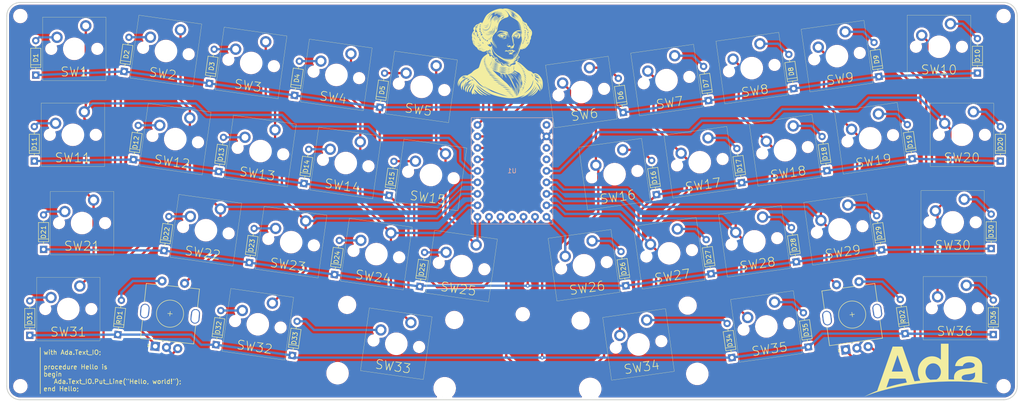
<source format=kicad_pcb>
(kicad_pcb (version 20211014) (generator pcbnew)
  (layers (0 "F.Cu" signal) (31 "B.Cu" signal) (34 "B.Paste" user) (35 "F.Paste" user) (36 "B.SilkS" user "B.Silkscreen") (37 "F.SilkS" user "F.Silkscreen") (38 "B.Mask" user) (39 "F.Mask" user) (44 "Edge.Cuts" user))
  (net 0 "")
  (net 1 "l3")
  (net 2 "Net-(D1-Pad2)")
  (net 3 "Net-(D2-Pad2)")
  (net 4 "Net-(D3-Pad2)")
  (net 5 "Net-(D5-Pad2)")
  (net 6 "Net-(D7-Pad2)")
  (net 7 "Net-(D9-Pad2)")
  (net 8 "Net-(D10-Pad2)")
  (net 9 "l2")
  (net 10 "Net-(D18-Pad2)")
  (net 11 "Net-(D19-Pad2)")
  (net 12 "Net-(D20-Pad2)")
  (net 13 "l0")
  (net 14 "l1")
  (net 15 "Net-(D22-Pad2)")
  (net 16 "Net-(D23-Pad2)")
  (net 17 "Net-(D24-Pad2)")
  (net 18 "Net-(D25-Pad2)")
  (net 19 "Net-(D26-Pad2)")
  (net 20 "Net-(D27-Pad2)")
  (net 21 "Net-(D29-Pad2)")
  (net 22 "Net-(D30-Pad2)")
  (net 23 "Net-(D31-Pad2)")
  (net 24 "Net-(D32-Pad2)")
  (net 25 "Net-(D34-Pad2)")
  (net 26 "Net-(D36-Pad2)")
  (net 27 "GND")
  (net 28 "c0")
  (net 29 "c1")
  (net 30 "c2")
  (net 31 "c3")
  (net 32 "c4")
  (net 33 "c5")
  (net 34 "c6")
  (net 35 "c7")
  (net 36 "c8")
  (net 37 "c9")
  (net 38 "Net-(D11-Pad2)")
  (net 39 "Net-(D12-Pad2)")
  (net 42 "Net-(D21-Pad2)")
  (net 43 "Net-(R2-Pad2)")
  (net 46 "Net-(SW4-Pad2)")
  (net 47 "Net-(SW13-Pad2)")
  (net 48 "Net-(SW14-Pad2)")
  (net 49 "Net-(SW15-Pad2)")
  (net 50 "Net-(SW33-Pad2)")
  (net 51 "Net-(RD1-Pad2)")
  (net 52 "Net-(SW6-Pad1)")
  (net 53 "Net-(SW8-Pad1)")
  (net 54 "Net-(SW16-Pad1)")
  (net 55 "Net-(SW17-Pad1)")
  (net 56 "Net-(SW28-Pad1)")
  (net 57 "Net-(SW35-Pad1)")
  (net 58 "Net-(R1-PadB)")
  (net 59 "Net-(R1-PadA)")
  (net 60 "Net-(R2-PadB)")
  (net 61 "Net-(R2-PadA)")
  (footprint "keyb-libs:Diode" (layer "F.Cu") (at 219.5191 93.2799 98)
    (fp_text reference "D18")
    (fp_text value "Diode" hide)
  )
  (footprint "keyb-libs:MX-5pin" (layer "F.Cu") (at 184.6983 111.5402 8)
    (fp_text reference "SW27")
    (fp_text value "key" hide)
  )
  (footprint "keyb-libs:Diode" (layer "F.Cu") (at 102.001 76.6266 82)
    (fp_text reference "D4")
    (fp_text value "Diode" hide)
  )
  (footprint "MountingHole:MountingHole_2.2mm_M2" (layer "F.Cu") (at 258.5373 59.0896)
    (fp_text reference "H5" hide)
    (fp_text value "MountingHole" hide)
  )
  (footprint "keyb-libs:Diode" (layer "F.Cu") (at 92.0087 113.5957 82)
    (fp_text reference "D23")
    (fp_text value "Diode" hide)
  )
  (footprint "keyb-libs:Diode" (layer "F.Cu") (at 120.8161 79.2709 82)
    (fp_text reference "D5")
    (fp_text value "Diode" hide)
  )
  (footprint "MountingHole:MountingHole_2.2mm_M2" (layer "F.Cu") (at 152.374 125.0047)
    (fp_text reference "H4" hide)
    (fp_text value "MountingHole" hide)
  )
  (footprint "keyb-libs:MX-5pin" (layer "F.Cu") (at 93.8865 127.231 -8)
    (fp_text reference "SW32")
    (fp_text value "key" hide)
  )
  (footprint "keyb-libs:Diode" (layer "F.Cu") (at 231.571 110.7729 98)
    (fp_text reference "D29")
    (fp_text value "Diode" hide)
  )
  (footprint "keyb-libs:MX-5pin" (layer "F.Cu") (at 210.2767 88.7587 8)
    (fp_text reference "SW18")
    (fp_text value "key" hide)
  )
  (footprint "keyb-libs:Diode" (layer "F.Cu") (at 256.2623 129.4983 90)
    (fp_text reference "D36")
    (fp_text value "Diode" hide)
  )
  (footprint "keyb-libs:MX-5pin" (layer "F.Cu") (at 94.4713 88.9398 -8)
    (fp_text reference "SW13")
    (fp_text value "key" hide)
  )
  (footprint "keyb-libs:Diode" (layer "F.Cu") (at 212.7559 113.4172 98)
    (fp_text reference "D28")
    (fp_text value "Diode" hide)
  )
  (footprint "keyb-libs:MX-5pin" (layer "F.Cu") (at 247.7623 123.6883)
    (fp_text reference "SW36")
    (fp_text value "key" hide)
  )
  (footprint "keyb-libs:MX-5pin" (layer "F.Cu") (at 138.8647 114.3656 -8)
    (fp_text reference "SW25")
    (fp_text value "key" hide)
  )
  (footprint "keyb-libs:Diode" (layer "F.Cu") (at 122.8756 98.7471 82)
    (fp_text reference "D15")
    (fp_text value "Diode" hide)
  )
  (footprint "keyb-libs:Diode" (layer "F.Cu") (at 230.9862 72.4816 98)
    (fp_text reference "D9")
    (fp_text value "Diode" hide)
  )
  (footprint "keyb-libs:MX-5pin" (layer "F.Cu") (at 191.4616 91.403 8)
    (fp_text reference "SW17")
    (fp_text value "key" hide)
  )
  (footprint "keyb-libs:MX-5pin" (layer "F.Cu") (at 120.0496 111.7213 -8)
    (fp_text reference "SW24")
    (fp_text value "key" hide)
  )
  (footprint "keyb-libs:Diode" (layer "F.Cu") (at 252.7555 71.6947 90)
    (fp_text reference "D10")
    (fp_text value "Diode" hide)
  )
  (footprint "MountingHole:MountingHole_2.2mm_M2" (layer "F.Cu") (at 41.4627 59.0896)
    (fp_text reference "H3" hide)
    (fp_text value "MountingHole" hide)
  )
  (footprint "keyb-libs:MX-5pin" (layer "F.Cu") (at 130.042 74.7522 -8)
    (fp_text reference "SW5")
    (fp_text value "key" hide)
  )
  (footprint "keyb-libs:MX-5pin" (layer "F.Cu") (at 221.7437 67.9604 8)
    (fp_text reference "SW9")
    (fp_text value "key" hide)
  )
  (footprint "keyb-libs:Diode" (layer "F.Cu") (at 212.1711 75.1259 98)
    (fp_text reference "D8")
    (fp_text value "Diode" hide)
  )
  (footprint "keyb-libs:MX-5pin" (layer "F.Cu") (at 206.1577 127.711 8)
    (fp_text reference "SW35")
    (fp_text value "key" hide)
  )
  (footprint "keyb-libs:RotaryEncoder_EC11" (layer "F.Cu") (at 74.5035 124.8847 84)
    (fp_text reference "R1")
    (fp_text value "EC11-MX-Alps")
  )
  (footprint "keyb-libs:Diode" (layer "F.Cu") (at 110.8238 116.24 82)
    (fp_text reference "D24")
    (fp_text value "Diode" hide)
  )
  (footprint "keyb-libs:Diode" (layer "F.Cu") (at 104.0605 96.1028 82)
    (fp_text reference "D14")
    (fp_text value "Diode" hide)
  )
  (footprint "keyb-libs:Diode" (layer "F.Cu") (at 83.1859 73.9823 82)
    (fp_text reference "D3")
    (fp_text value "Diode" hide)
  )
  (footprint "keyb-libs:MX-5pin" (layer "F.Cu") (at 75.6562 86.2955 -8)
    (fp_text reference "SW12")
    (fp_text value "key" hide)
  )
  (footprint "keyb-libs:Diode" (layer "F.Cu") (at 236.7836 129.29 98)
    (fp_text reference "RD2")
    (fp_text value "Diode" hide)
  )
  (footprint "keyb-libs:MX-5pin" (layer "F.Cu") (at 111.2269 72.1079 -8)
    (fp_text reference "SW4")
    (fp_text value "key" hide)
  )
  (footprint "keyb-libs:MX-5pin" (layer "F.Cu") (at 202.9286 70.6047 8)
    (fp_text reference "SW8")
    (fp_text value "key" hide)
  )
  (footprint "keyb-libs:Diode" (layer "F.Cu") (at 257.8215 91.1519 90)
    (fp_text reference "D20")
    (fp_text value "Diode" hide)
  )
  (footprint "keyb-libs:MX-5pin" (layer "F.Cu") (at 222.3285 106.2516 8)
    (fp_text reference "SW29")
    (fp_text value "key" hide)
  )
  (footprint "keyb-libs:Diode" (layer "F.Cu") (at 43.5477 129.665 90)
    (fp_text reference "D31")
    (fp_text value "Diode" hide)
  )
  (footprint "keyb-libs:MX-5pin" (layer "F.Cu") (at 82.4194 106.4327 -8)
    (fp_text reference "SW22")
    (fp_text value "key" hide)
  )
  (footprint "keyb-libs:MX-5pin" (layer "F.Cu") (at 229.0918 86.1144 8)
    (fp_text reference "SW19")
    (fp_text value "key" hide)
  )
  (footprint "keyb-libs:MX-5pin" (layer "F.Cu") (at 132.1015 94.2283 -8)
    (fp_text reference "SW15")
    (fp_text value "key" hide)
  )
  (footprint "keyb-libs:Diode" (layer "F.Cu") (at 101.4952 134.1157 82)
    (fp_text reference "D33")
    (fp_text value "Diode" hide)
  )
  (footprint "keyb-libs:MX-5pin" (layer "F.Cu") (at 55.0877 104.855)
    (fp_text reference "SW21")
    (fp_text value "key" hide)
  )
  (footprint "keyb-libs:MX-5pin" (layer "F.Cu") (at 53.367 66.3419)
    (fp_text reference "SW1")
    (fp_text value "key" hide)
  )
  (footprint "keyb-libs:Diode" (layer "F.Cu") (at 238.3342 90.6357 98)
    (fp_text reference "D19")
    (fp_text value "Diode" hide)
  )
  (footprint "keyb-libs:MX-5pin" (layer "F.Cu") (at 113.2864 91.5841 -8)
    (fp_text reference "SW14")
    (fp_text value "key" hide)
  )
  (footprint "keyb-libs:Diode" (layer "F.Cu") (at 193.9408 116.0615 98)
    (fp_text reference "D27")
    (fp_text value "Diode" hide)
  )
  (footprint "keyb-libs:MX-5pin" (layer "F.Cu") (at 244.2555 65.8847)
    (fp_text reference "SW10")
    (fp_text value "key" hide)
  )
  (footprint "keyb-libs:Diode" (layer "F.Cu") (at 44.867 72.1519 90)
    (fp_text reference "D1")
    (fp_text value "Diode" hide)
  )
  (footprint "keyb-libs:Diode" (layer "F.Cu") (at 175.1257 118.7058 98)
    (fp_text reference "D26")
    (fp_text value "Diode" hide)
  )
  (footprint "keyb-libs:Diode" (layer "F.Cu") (at 62.971 129.5103 84)
    (fp_text reference "RD1")
    (fp_text value "Diode" hide)
  )
  (footprint "keyb-libs:MX-5pin" (layer "F.Cu") (at 172.6465 94.0473 8)
    (fp_text reference "SW16")
    (fp_text value "key" hide)
  )
  (footprint "keyb-libs:MX-5pin" (layer "F.Cu") (at 184.1135 73.2489 8)
    (fp_text reference "SW7")
    (fp_text value "key" hide)
  )
  (footprint "keyb-libs:Diode" (layer "F.Cu") (at 73.1936 110.9514 82)
    (fp_text reference "D22")
    (fp_text value "Diode" hide)
  )
  (footprint "keyb-libs:MX-5pin" (layer "F.Cu") (at 203.5134 108.8959 8)
    (fp_text reference "SW28")
    (fp_text value "key" hide)
  )
  (footprint "keyb-libs:Diode" (layer "F.Cu") (at 200.704 95.9242 98)
    (fp_text reference "D17")
    (fp_text value "Diode" hide)
  )
  (footprint "keyb-libs:MX-5pin_stab_copy" (layer "F.Cu") (at 177.9351 131.6774 8)
    (fp_text reference "SW34")
    (fp_text value "key" hide)
  )
  (footprint "keyb-libs:Diode" (layer "F.Cu") (at 44.5515 91.1519 90)
    (fp_text reference "D11")
    (fp_text value "Diode" hide)
  )
  (footprint "keyb-libs:MX-5pin" (layer "F.Cu") (at 249.3215 85.3419)
    (fp_text reference "SW20")
    (fp_text value "key" hide)
  )
  (footprint "keyb-libs:MX-5pin" (layer "F.Cu") (at 92.4118 69.4636 -8)
    (fp_text reference "SW3")
    (fp_text value "key" hide)
  )
  (footprint "keyb-libs:Diode" (layer "F.Cu") (at 85.2454 93.4585 82)
    (fp_text reference "D13")
    (fp_text value "Diode" hide)
  )
  (footprint "keyb-libs:Diode" (layer "F.Cu") (at 215.4002 132.2323 98)
    (fp_text reference "D35")
    (fp_text value "Diode" hide)
  )
  (footprint "keyb-libs:Diode" (layer "F.Cu") (at 255.7873 110.4983 90)
    (fp_text reference "D30")
    (fp_text value "Diode" hide)
  )
  (footprint "MountingHole:MountingHole_2.2mm_M2" (layer "F.Cu") (at 41.4627 140.9104)
    (fp_text reference "H1" hide)
    (fp_text value "MountingHole" hide)
  )
  (footprint "keyb-libs:MX-5pin" (layer "F.Cu") (at 73.5967 66.8193 -8)
    (fp_text reference "SW2")
    (fp_text value "key" hide)
  )
  (footprint "keyb-libs:Diode" (layer "F.Cu") (at 198.549 134.5957 98)
    (fp_text reference "D34")
    (fp_text value "Diode" hide)
  )
  (footprint "keyb-libs:MX-5pin" (layer "F.Cu") (at 101.2345 109.077 -8)
    (fp_text reference "SW23")
    (fp_text value "key" hide)
  )
  (footprint "keyb-libs:MX-5pin" (layer "F.Cu") (at 53.0515 85.3419)
    (fp_text reference "SW11")
    (fp_text value "key" hide)
  )
  (footprint "keyb-libs:Diode" (layer "F.Cu") (at 129.6389 118.8843 82)
    (fp_text reference "D25")
    (fp_text value "Diode" hide)
  )
  (footprint "keyb-libs:Diode" (layer "F.Cu") (at 84.6606 131.7497 82)
    (fp_text reference "D32")
    (fp_text value "Diode" hide)
  )
  (footprint "keyb-libs:RotaryEncoder_EC11" (layer "F.Cu") (at 225.0954 125.0806 98)
    (fp_text reference "R2")
    (fp_text value "EC11-MX-Alps")
  )
  (footprint "keyb-libs:MX-5pin" (layer "F.Cu") (at 52.0477 123.855)
    (fp_text reference "SW31")
    (fp_text value "key" hide)
  )
  (footprint "MountingHole:MountingHole_2.2mm_M2" (layer "F.Cu") (at 258.5373 140.9104)
    (fp_text reference "H2" hide)
    (fp_text value "MountingHole" hide)
  )
  (footprint "keyb-libs:MX-5pin_stab_copy" (layer "F.Cu") (at 124.461 131.528 -8)
    (fp_text reference "SW33")
    (fp_text value "key" hide)
  )
  (footprint "keyb-libs:Diode" (layer "F.Cu") (at 181.8889 98.5685 98)
    (fp_text reference "D16")
    (fp_text value "Diode" hide)
  )
  (footprint "keyb-libs:Diode" (layer "F.Cu") (at 64.3708 71.338 82)
    (fp_text reference "D2")
    (fp_text value "Diode" hide)
  )
  (footprint "keyb-libs:Diode" (layer "F.Cu") (at 46.5877 110.665 90)
    (fp_text reference "D21")
    (fp_text value "Diode" hide)
  )
  (footprint "keyb-libs:MX-5pin" (layer "F.Cu") (at 247.2873 104.6883)
    (fp_text reference "SW30")
    (fp_text value "key" hide)
  )
  (footprint "keyb-libs:Diode" (layer "F.Cu") (at 174.5409 80.4145 98)
    (fp_text reference "D6")
    (fp_text value "Diode" hide)
  )
  (footprint "keyb-libs:Diode" (layer "F.Cu") (at 193.356 77.7702 98)
    (fp_text reference "D7")
    (fp_text value "Diode" hide)
  )
  (footprint "keyb-libs:MX-5pin" (layer "F.Cu") (at 165.2984 75.8932 8)
    (fp_text reference "SW6")
    (fp_text value "key" hide)
  )
  (footprint "keyb-libs:Diode" (layer "F.Cu") (at 66.4303 90.8142 82)
    (fp_text reference "D12")
    (fp_text value "Diode" hide)
  )
  (footprint "keyb-libs:MX-5pin" (layer "F.Cu") (at 165.8832 114.1845 8)
    (fp_text reference "SW26")
    (fp_text value "key" hide)
  )
  (footprint "keyb-libs:RP2040" (layer "B.Cu") (at 150 93.3223 180)
    (fp_text reference "U1")
    (fp_text value "RP2040")
  )
  (gr_poly (pts (xy 148.760444 57.435548) (xy 148.944933 57.463522) (xy 149.150971 57.510136) (xy 149.379238 57.578392) (xy 149.63041 57.671291) (xy 149.905166 57.791835) (xy 150.204184 57.943025) (xy 150.528142 58.127865) (xy 150.668869 58.214297) (xy 150.804948 58.301611) (xy 150.936397 58.390199) (xy 151.063234 58.480455) (xy 151.185475 58.572772) (xy 151.303138 58.667542) (xy 151.41624 58.76516) (xy 151.524799 58.866017) (xy 151.628833 58.970508) (xy 151.728357 59.079026) (xy 151.823391 59.191963) (xy 151.913951 59.309713) (xy 152.000054 59.432669) (xy 152.081719 59.561224) (xy 152.158962 59.695771) (xy 152.2318 59.836704) (xy 152.356299 60.114432) (xy 152.360161 60.123962) (xy 152.36383 60.133683) (xy 152.370729 60.153569) (xy 152.383752 60.194225) (xy 152.390437 60.214487) (xy 152.397609 60.234364) (xy 152.401466 60.244079) (xy 152.40555 60.253603) (xy 152.409896 60.262904) (xy 152.414539 60.271949) (xy 152.418181 60.278377) (xy 152.422121 60.284737) (xy 152.42633 60.291027) (xy 152.430778 60.29725) (xy 152.435437 60.303405) (xy 152.440277 60.309492) (xy 152.445268 60.315513) (xy 152.450381 60.321466) (xy 152.460855 60.333175) (xy 152.471464 60.344622) (xy 152.492146 60.366742) (xy 152.546854 60.223314) (xy 152.560349 60.238408) (xy 152.572841 60.253371) (xy 152.584373 60.268247) (xy 152.594992 60.283085) (xy 152.604743 60.297932) (xy 152.61367 60.312835) (xy 152.621819 60.327842) (xy 152.629235 60.342998) (xy 152.635964 60.358352) (xy 152.64205 60.373951) (xy 152.647538 60.389842) (xy 152.652475 60.406072) (xy 152.656904 60.422688) (xy 152.660872 60.439737) (xy 152.664423 60.457267) (xy 152.667602 60.475324) (xy 152.680344 60.480373) (xy 152.694518 60.484154) (xy 152.710204 60.487035) (xy 152.727482 60.489386) (xy 152.767133 60.493973) (xy 152.814113 60.500865) (xy 152.84055 60.506097) (xy 152.86906 60.513013) (xy 152.899721 60.521979) (xy 152.932614 60.533367) (xy 152.967819 60.547543) (xy 153.005415 60.564878) (xy 153.045484 60.58574) (xy 153.088104 60.610498) (xy 153.113566 60.626838) (xy 153.138312 60.644332) (xy 153.16224 60.662948) (xy 153.185251 60.682656) (xy 153.207245 60.703423) (xy 153.228123 60.725219) (xy 153.247786 60.748013) (xy 153.266132 60.771773) (xy 153.283063 60.796469) (xy 153.298479 60.82207) (xy 153.31228 60.848543) (xy 153.324366 60.875859) (xy 153.334638 60.903986) (xy 153.342995 60.932893) (xy 153.349339 60.962548) (xy 153.353569 60.992921) (xy 153.354403 61.005291) (xy 153.354878 61.020351) (xy 153.355718 61.054637) (xy 153.356567 61.071911) (xy 153.357204 61.080155) (xy 153.358023 61.087973) (xy 153.359056 61.095245) (xy 153.360331 61.101847) (xy 153.361879 61.107659) (xy 153.36373 61.112557) (xy 153.367442 61.118652) (xy 153.373269 61.125526) (xy 153.381124 61.133296) (xy 153.39092 61.142079) (xy 153.447784 61.189669) (xy 153.485608 61.222571) (xy 153.506565 61.241706) (xy 153.528769 61.262787) (xy 153.552133 61.28593) (xy 153.576571 61.311251) (xy 153.601996 61.338867) (xy 153.628322 61.368894) (xy 153.641764 61.384915) (xy 153.6543 61.400462) (xy 153.665971 61.415547) (xy 153.676817 61.43018) (xy 153.686879 61.444374) (xy 153.696197 61.458141) (xy 153.704813 61.471492) (xy 153.712766 61.48444) (xy 153.726849 61.509171) (xy 153.738771 61.53243) (xy 153.748857 61.554309) (xy 153.757433 61.574904) (xy 153.764824 61.59431) (xy 153.771355 61.612619) (xy 153.78314 61.646331) (xy 153.789043 61.661921) (xy 153.795388 61.676794) (xy 153.802499 61.691043) (xy 153.806444 61.697964) (xy 153.810702 61.704764) (xy 154.087662 62.00446) (xy 154.135631 62.063165) (xy 154.183382 62.126202) (xy 154.229959 62.193453) (xy 154.274405 62.264803) (xy 154.315766 62.340134) (xy 154.353086 62.41933) (xy 154.369932 62.46034) (xy 154.38541 62.502274) (xy 154.399399 62.545115) (xy 154.411781 62.588849) (xy 154.419184 62.622707) (xy 154.425102 62.661715) (xy 154.429461 62.705302) (xy 154.432187 62.752899) (xy 154.433209 62.803936) (xy 154.432454 62.857843) (xy 154.429847 62.914048) (xy 154.425317 62.971984) (xy 154.418791 63.031079) (xy 154.410194 63.090763) (xy 154.399456 63.150466) (xy 154.386502 63.209618) (xy 154.37126 63.267649) (xy 154.353657 63.32399) (xy 154.333619 63.378069) (xy 154.311074 63.429317) (xy 154.301428 63.448854) (xy 154.291409 63.468163) (xy 154.281142 63.487138) (xy 154.270752 63.505672) (xy 154.250104 63.540993) (xy 154.230465 63.573274) (xy 154.198211 63.625311) (xy 154.187597 63.643366) (xy 154.184106 63.65003) (xy 154.181992 63.654976) (xy 154.181006 63.661914) (xy 154.181053 63.673235) (xy 154.183429 63.707438) (xy 154.19161 63.810966) (xy 154.194152 63.873933) (xy 154.194323 63.906827) (xy 154.193488 63.940131) (xy 154.191445 63.973449) (xy 154.187988 64.006382) (xy 154.182915 64.038534) (xy 154.176021 64.069507) (xy 154.165573 64.105277) (xy 154.154274 64.13972) (xy 154.148104 64.156725) (xy 154.141479 64.173734) (xy 154.13432 64.190859) (xy 154.126545 64.208214) (xy 154.118075 64.225909) (xy 154.108829 64.244056) (xy 154.098727 64.262769) (xy 154.087688 64.282158) (xy 154.075631 64.302337) (xy 154.062477 64.323416) (xy 154.048144 64.345508) (xy 154.032553 64.368725) (xy 154.029322 64.373311) (xy 154.025729 64.378173) (xy 154.017716 64.388574) (xy 154.00018 64.411016) (xy 153.991686 64.422448) (xy 153.987733 64.428084) (xy 153.984062 64.433615) (xy 153.980736 64.439003) (xy 153.97782 64.444211) (xy 153.975379 64.449201) (xy 153.973477 64.453933) (xy 153.972212 64.461362) (xy 153.97193 64.472936) (xy 153.972718 64.508629) (xy 153.97266 64.56123) (xy 153.968571 64.630961) (xy 153.964019 64.672318) (xy 153.957266 64.718039) (xy 153.947914 64.768151) (xy 153.935564 64.822683) (xy 153.919818 64.881662) (xy 153.900279 64.945114) (xy 153.876548 65.013068) (xy 153.848228 65.08555) (xy 153.83339 65.120754) (xy 153.818725 65.153843) (xy 153.80424 65.184907) (xy 153.789943 65.21404) (xy 153.775839 65.241332) (xy 153.761936 65.266876) (xy 153.74824 65.290763) (xy 153.73476 65.313086) (xy 153.7215 65.333935) (xy 153.708469 65.353404) (xy 153.695674 65.371583) (xy 153.68312 65.388564) (xy 153.670816 65.40444) (xy 153.658768 65.419302) (xy 153.635466 65.446351) (xy 153.613272 65.470447) (xy 153.59224 65.492323) (xy 153.572426 65.512714) (xy 153.553883 65.532355) (xy 153.536669 65.55198) (xy 153.528577 65.562017) (xy 153.520838 65.572324) (xy 153.513458 65.582995) (xy 153.506445 65.594122) (xy 153.499805 65.605795) (xy 153.493545 65.618107) (xy 153.483453 65.638455) (xy 153.472557 65.659031) (xy 153.460872 65.679707) (xy 153.448413 65.700354) (xy 153.435195 65.720846) (xy 153.421233 65.741054) (xy 153.406542 65.76085) (xy 153.391138 65.780107) (xy 153.375034 65.798697) (xy 153.358246 65.816492) (xy 153.340789 65.833364) (xy 153.322678 65.849185) (xy 153.303928 65.863828) (xy 153.284554 65.877165) (xy 153.274638 65.883304) (xy 153.264571 65.889068) (xy 153.254356 65.894442) (xy 153.243994 65.899409) (xy 153.239576 65.901568) (xy 153.235291 65.903942) (xy 153.231134 65.906521) (xy 153.227098 65.909293) (xy 153.223179 65.912249) (xy 153.21937 65.915377) (xy 153.212061 65.922109) (xy 153.205125 65.929405) (xy 153.198515 65.937179) (xy 153.192187 65.945348) (xy 153.186093 65.953826) (xy 153.174428 65.971373) (xy 153.163151 65.989142) (xy 153.151895 66.006456) (xy 153.14616 66.01473) (xy 153.140293 66.022636) (xy 153.117022 66.051393) (xy 153.092509 66.079062) (xy 153.0668 66.105574) (xy 153.039943 66.13086) (xy 153.011987 66.154852) (xy 152.982979 66.17748) (xy 152.952966 66.198676) (xy 152.921997 66.218371) (xy 152.89012 66.236496) (xy 152.857382 66.252982) (xy 152.823831 66.26776) (xy 152.789514 66.280761) (xy 152.754481 66.291916) (xy 152.718778 66.301157) (xy 152.682454 66.308414) (xy 152.645555 66.313619) (xy 152.610416 66.317226) (xy 152.576924 66.320025) (xy 152.54503 66.32205) (xy 152.514682 66.323333) (xy 152.48583 66.323908) (xy 152.458424 66.323807) (xy 152.432412 66.323062) (xy 152.407745 66.321707) (xy 152.384371 66.319776) (xy 152.362241 66.317299) (xy 152.341303 66.314311) (xy 152.321506 66.310844) (xy 152.302801 66.306931) (xy 152.285136 66.302606) (xy 152.268461 66.2979) (xy 152.252726 66.292846) (xy 152.237879 66.287478) (xy 152.223871 66.281829) (xy 152.21065 66.275931) (xy 152.198166 66.269816) (xy 152.186368 66.263519) (xy 152.175206 66.257072) (xy 152.16463 66.250507) (xy 152.154587 66.243857) (xy 152.135904 66.230437) (xy 152.118751 66.217072) (xy 152.087419 66.191563) (xy 152.091968 66.201741) (xy 152.097412 66.211904) (xy 152.103676 66.222001) (xy 152.110684 66.231979) (xy 152.118364 66.241788) (xy 152.12664 66.251375) (xy 152.135439 66.260691) (xy 152.144686 66.269682) (xy 152.154306 66.278298) (xy 152.164226 66.286487) (xy 152.17437 66.294198) (xy 152.184666 66.30138) (xy 152.195037 66.30798) (xy 152.205411 66.313948) (xy 152.215713 66.319232) (xy 152.225868 66.32378) (xy 152.239706 66.329081) (xy 152.254064 66.333792) (xy 152.268875 66.337963) (xy 152.284075 66.341648) (xy 152.2996 66.344899) (xy 152.315384 66.347767) (xy 152.347473 66.352565) (xy 152.473274 66.3669) (xy 152.429833 66.390715) (xy 152.388534 66.411967) (xy 152.3491 66.430525) (xy 152.311254 66.446259) (xy 152.274721 66.459037) (xy 152.239222 66.468728) (xy 152.221775 66.472375) (xy 152.204483 66.475201) (xy 152.187311 66.47719) (xy 152.170225 66.478326) (xy 152.153191 66.478591) (xy 152.136173 66.47797) (xy 152.119138 66.476447) (xy 152.10205 66.474004) (xy 152.084876 66.470626) (xy 152.06758 66.466296) (xy 152.050128 66.460997) (xy 152.032485 66.454714) (xy 152.014617 66.44743) (xy 151.99649 66.439129) (xy 151.978068 66.429794) (xy 151.959317 66.419408) (xy 151.920691 66.395422) (xy 151.880334 66.367038) (xy 151.256317 67.776816) (xy 151.288057 67.790654) (xy 151.31983 67.805772) (xy 151.351475 67.822159) (xy 151.382833 67.839801) (xy 151.413743 67.858688) (xy 151.444044 67.878806) (xy 151.473578 67.900143) (xy 151.502183 67.922687) (xy 151.529699 67.946425) (xy 151.555966 67.971346) (xy 151.580824 67.997437) (xy 151.604112 68.024685) (xy 151.625671 68.053079) (xy 151.64534 68.082606) (xy 151.654416 68.09779) (xy 151.662959 68.113253) (xy 151.670949 68.128993) (xy 151.678368 68.145009) (xy 151.680744 68.150699) (xy 151.682826 68.156337) (xy 151.68461 68.161931) (xy 151.686094 68.167489) (xy 151.687275 68.17302) (xy 151.688151 68.17853) (xy 151.688717 68.184029) (xy 151.688971 68.189524) (xy 151.688911 68.195023) (xy 151.688533 68.200534) (xy 151.687835 68.206065) (xy 151.686814 68.211625) (xy 151.685466 68.21722) (xy 151.68379 68.22286) (xy 151.681781 68.228553) (xy 151.679438 68.234305) (xy 151.675179 68.243396) (xy 151.670514 68.252014) (xy 151.665464 68.260183) (xy 151.66005 68.267927) (xy 151.65429 68.275269) (xy 151.648206 68.282234) (xy 151.641818 68.288845) (xy 151.635146 68.295127) (xy 151.62103 68.306795) (xy 151.606019 68.317428) (xy 151.590277 68.327218) (xy 151.573964 68.336355) (xy 151.540272 68.353432) (xy 151.506237 68.37018) (xy 151.489495 68.378908) (xy 151.473152 68.388125) (xy 151.457369 68.398022) (xy 151.44231 68.40879) (xy 151.430298 68.418469) (xy 151.419364 68.428174) (xy 151.409418 68.437923) (xy 151.40037 68.447734) (xy 151.39213 68.457622) (xy 151.384608 68.467604) (xy 151.377715 68.477699) (xy 151.37136 68.487922) (xy 151.365454 68.49829) (xy 151.359906 68.508821) (xy 151.354628 68.519532) (xy 151.349528 68.530438) (xy 151.329122 68.576367) (xy 151.328464 68.578937) (xy 151.327949 68.581635) (xy 151.327316 68.587386) (xy 151.327168 68.593552) (xy 151.32745 68.600066) (xy 151.328106 68.606858) (xy 151.329082 68.613863) (xy 151.330321 68.621011) (xy 151.331769 68.628235) (xy 151.344223 68.680624) (xy 151.34762 68.700794) (xy 151.350011 68.720683) (xy 151.351417 68.740286) (xy 151.351858 68.759601) (xy 151.351356 68.778625) (xy 151.349933 68.797353) (xy 151.34761 68.815783) (xy 151.344409 68.833911) (xy 151.340349 68.851734) (xy 151.335454 68.869249) (xy 151.329744 68.886452) (xy 151.32324 68.903341) (xy 151.315964 68.919911) (xy 151.307937 68.936159) (xy 151.299181 68.952083) (xy 151.289717 68.967678) (xy 151.279565 68.982942) (xy 151.268748 68.997871) (xy 151.257287 69.012462) (xy 151.245203 69.026711) (xy 151.232518 69.040616) (xy 151.219252 69.054173) (xy 151.191065 69.080228) (xy 151.160813 69.104851) (xy 151.128666 69.128016) (xy 151.094795 69.149696) (xy 151.059371 69.169863) (xy 151.089638 69.175181) (xy 151.11869 69.181476) (xy 151.146679 69.188713) (xy 151.173759 69.196857) (xy 151.200082 69.205869) (xy 151.225802 69.215715) (xy 151.251071 69.226358) (xy 151.276043 69.237762) (xy 151.30087 69.249891) (xy 151.325706 69.262708) (xy 151.376014 69.290264) (xy 151.483465 69.352047) (xy 151.64344 69.44933) (xy 151.798609 69.553991) (xy 151.949111 69.664788) (xy 152.095084 69.780477) (xy 152.23667 69.899818) (xy 152.374008 70.021568) (xy 152.507237 70.144484) (xy 152.636498 70.267324) (xy 153.11665 70.733077) (xy 153.228164 70.836902) (xy 153.336547 70.933198) (xy 153.441941 71.020721) (xy 153.544483 71.098229) (xy 153.587769 71.126765) (xy 153.631956 71.151733) (xy 153.677014 71.173711) (xy 153.722915 71.193279) (xy 153.76963 71.211014) (xy 153.81713 71.227496) (xy 153.914368 71.259014) (xy 154.014399 71.292463) (xy 154.06539 71.311358) (xy 154.116992 71.332471) (xy 154.169176 71.356382) (xy 154.221914 71.38367) (xy 154.275176 71.414912) (xy 154.328935 71.450687) (xy 154.348311 71.464755) (xy 154.366685 71.478767) (xy 154.384095 71.492705) (xy 154.40058 71.50655) (xy 154.416179 71.520285) (xy 154.430933 71.533889) (xy 154.444879 71.547346) (xy 154.458058 71.560636) (xy 154.470507 71.573741) (xy 154.482267 71.586642) (xy 154.503874 71.611759) (xy 154.523192 71.635839) (xy 154.540535 71.658735) (xy 154.570548 71.700377) (xy 154.583844 71.718829) (xy 154.596417 71.735502) (xy 154.608582 71.75025) (xy 154.614608 71.756856) (xy 154.62065 71.762924) (xy 154.626746 71.768437) (xy 154.632936 71.773376) (xy 154.639259 71.777723) (xy 154.645753 71.781458) (xy 154.653706 71.785051) (xy 154.662488 71.788039) (xy 154.67205 71.790453) (xy 154.682344 71.792323) (xy 154.704927 71.794557) (xy 154.729845 71.794987) (xy 154.756703 71.793861) (xy 154.78511 71.791424) (xy 154.814672 71.787924) (xy 154.844996 71.783607) (xy 154.966048 71.763106) (xy 155.020925 71.754369) (xy 155.045576 71.751242) (xy 155.067844 71.749272) (xy 155.129171 71.748013) (xy 155.190777 71.751748) (xy 155.252559 71.760273) (xy 155.314415 71.773385) (xy 155.376239 71.79088) (xy 155.437931 71.812554) (xy 155.499387 71.838204) (xy 155.560504 71.867626) (xy 155.621178 71.900617) (xy 155.681308 71.936972) (xy 155.799519 72.018963) (xy 155.914314 72.111968) (xy 156.024868 72.214359) (xy 156.130358 72.324506) (xy 156.229959 72.440781) (xy 156.322848 72.561553) (xy 156.408199 72.685193) (xy 156.48519 72.810073) (xy 156.552996 72.934563) (xy 156.610793 73.057033) (xy 156.657758 73.175855) (xy 156.680635 73.244305) (xy 156.701142 73.313633) (xy 156.719377 73.383745) (xy 156.735438 73.454549) (xy 156.749423 73.525949) (xy 156.76143 73.597852) (xy 156.771558 73.670166) (xy 156.779903 73.742795) (xy 156.786564 73.815647) (xy 156.79164 73.888628) (xy 156.797426 74.034603) (xy 156.798046 74.179969) (xy 156.794283 74.323979) (xy 156.789126 74.436126) (xy 156.781413 74.554751) (xy 156.769898 74.677106) (xy 156.762324 74.738822) (xy 156.753332 74.800439) (xy 156.742767 74.861614) (xy 156.730471 74.922003) (xy 156.71629 74.981263) (xy 156.700067 75.039049) (xy 156.681646 75.095017) (xy 156.660873 75.148826) (xy 156.63759 75.200129) (xy 156.611643 75.248585) (xy 156.593792 75.279258) (xy 156.589973 75.285566) (xy 156.58628 75.291428) (xy 156.582646 75.296896) (xy 156.579006 75.302018) (xy 156.575294 75.306844) (xy 156.571443 75.311423) (xy 156.567387 75.315807) (xy 156.563061 75.320043) (xy 156.558399 75.324181) (xy 156.553335 75.328272) (xy 156.547802 75.332366) (xy 156.541735 75.33651) (xy 156.525839 75.323374) (xy 156.532903 75.218025) (xy 156.538813 75.113148) (xy 156.5408 75.060713) (xy 156.541857 75.008189) (xy 156.54177 74.955506) (xy 156.540325 74.902594) (xy 156.535858 74.830226) (xy 156.528607 74.757113) (xy 156.518877 74.683855) (xy 156.506975 74.611054) (xy 156.493208 74.539309) (xy 156.477882 74.469219) (xy 156.461304 74.401386) (xy 156.443781 74.336408) (xy 156.425618 74.274887) (xy 156.407123 74.217421) (xy 156.388601 74.164611) (xy 156.370361 74.117057) (xy 156.352707 74.07536) (xy 156.335947 74.040118) (xy 156.320387 74.011932) (xy 156.306334 73.991403) (xy 156.30393 73.989616) (xy 156.305209 74.0117) (xy 156.307573 74.034031) (xy 156.3109 74.056574) (xy 156.315068 74.07929) (xy 156.319957 74.102146) (xy 156.325444 74.125103) (xy 156.337727 74.171177) (xy 156.364124 74.262948) (xy 156.376294 74.308063) (xy 156.381695 74.3303) (xy 156.38648 74.352276) (xy 156.415135 74.506403) (xy 156.438649 74.66681) (xy 156.447811 74.748642) (xy 156.454889 74.83117) (xy 156.459617 74.914104) (xy 156.461728 74.997153) (xy 156.460955 75.080026) (xy 156.457033 75.162431) (xy 156.449695 75.244078) (xy 156.438675 75.324675) (xy 156.423706 75.403932) (xy 156.404523 75.481557) (xy 156.380859 75.55726) (xy 156.352448 75.630748) (xy 156.349109 75.623134) (xy 156.346511 75.613397) (xy 156.34273 75.587223) (xy 156.335201 75.505739) (xy 156.328236 75.449095) (xy 156.316992 75.38096) (xy 156.309264 75.342374) (xy 156.299862 75.300666) (xy 156.288587 75.255752) (xy 156.275238 75.207547) (xy 156.240866 75.096396) (xy 156.204518 74.99259) (xy 156.166354 74.895639) (xy 156.126535 74.805056) (xy 156.08522 74.720353) (xy 156.04257 74.64104) (xy 155.998745 74.56663) (xy 155.953905 74.496634) (xy 155.90821 74.430563) (xy 155.86182 74.36793) (xy 155.814896 74.308246) (xy 155.767597 74.251022) (xy 155.672517 74.142003) (xy 155.57786 74.036965) (xy 155.354579 73.786583) (xy 155.339688 73.770015) (xy 155.332353 73.762046) (xy 155.322712 73.752289) (xy 155.324921 73.763201) (xy 155.327222 73.773274) (xy 155.329639 73.78264) (xy 155.3322 73.791431) (xy 155.334929 73.799779) (xy 155.337854 73.807814) (xy 155.340999 73.815669) (xy 155.344392 73.823475) (xy 155.348058 73.831364) (xy 155.352023 73.839467) (xy 155.360954 73.856845) (xy 155.383552 73.899966) (xy 155.430367 73.984761) (xy 155.478604 74.061951) (xy 155.578852 74.203414) (xy 155.683299 74.344167) (xy 155.736785 74.420467) (xy 155.790948 74.504018) (xy 155.845661 74.597297) (xy 155.900802 74.702779) (xy 155.956244 74.822942) (xy 156.011864 74.96026) (xy 156.067537 75.117211) (xy 156.123138 75.29627) (xy 156.178543 75.499915) (xy 156.233627 75.730621) (xy 156.201747 75.702639) (xy 156.170851 75.674034) (xy 156.140893 75.644818) (xy 156.111827 75.615002) (xy 156.083605 75.584597) (xy 156.056181 75.553615) (xy 156.029508 75.522066) (xy 156.003539 75.489962) (xy 155.978227 75.457314) (xy 155.953526 75.424133) (xy 155.905769 75.356219) (xy 155.859893 75.286309) (xy 155.815524 75.214493) (xy 155.802049 75.262176) (xy 155.788105 75.309237) (xy 155.773439 75.355729) (xy 155.757793 75.401701) (xy 155.740913 75.447207) (xy 155.722543 75.492297) (xy 155.702428 75.537023) (xy 155.691636 75.559266) (xy 155.680311 75.581438) (xy 155.637394 75.6581) (xy 155.589842 75.733531) (xy 155.538011 75.807595) (xy 155.482257 75.880155) (xy 155.422937 75.951076) (xy 155.360406 76.020222) (xy 155.295021 76.087457) (xy 155.227137 76.152646) (xy 155.157111 76.215651) (xy 155.085299 76.276339) (xy 155.012058 76.334571) (xy 154.937742 76.390214) (xy 154.86271 76.443131) (xy 154.787315 76.493185) (xy 154.711916 76.540242) (xy 154.636867 76.584165) (xy 154.015328 76.881681) (xy 154.384415 76.614893) (xy 154.569413 76.473588) (xy 154.661029 76.399765) (xy 154.751675 76.323373) (xy 154.841068 76.244072) (xy 154.928921 76.16152) (xy 155.01495 76.075377) (xy 155.09887 75.985301) (xy 155.180396 75.890953) (xy 155.259244 75.79199) (xy 155.335127 75.688072) (xy 155.407761 75.578858) (xy 155.439721 75.527117) (xy 155.468203 75.478406) (xy 155.493426 75.432515) (xy 155.515605 75.389231) (xy 155.534957 75.348343) (xy 155.5517 75.309638) (xy 155.56605 75.272906) (xy 155.578224 75.237933) (xy 155.588439 75.204509) (xy 155.596911 75.17242) (xy 155.603858 75.141457) (xy 155.609497 75.111406) (xy 155.614044 75.082057) (xy 155.617715 75.053196) (xy 155.623302 74.996095) (xy 155.531528 75.193558) (xy 155.50799 75.242373) (xy 155.483366 75.290799) (xy 155.457235 75.338749) (xy 155.443471 75.36252) (xy 155.429171 75.386139) (xy 155.375403 75.469357) (xy 155.319145 75.549718) (xy 155.260593 75.627272) (xy 155.19994 75.702069) (xy 155.137381 75.774159) (xy 155.073111 75.843591) (xy 154.940218 75.974681) (xy 154.802817 76.095739) (xy 154.662466 76.207161) (xy 154.520724 76.309347) (xy 154.379146 76.402695) (xy 154.239291 76.487603) (xy 154.102716 76.56447) (xy 153.970979 76.633693) (xy 153.845637 76.695671) (xy 153.620369 76.799485) (xy 153.439373 76.879099) (xy 153.568616 76.779547) (xy 153.820826 76.590474) (xy 154.203802 76.305325) (xy 154.252157 76.26571) (xy 154.300032 76.225086) (xy 154.394285 76.141059) (xy 154.486456 76.053743) (xy 154.576441 75.963637) (xy 154.664134 75.871241) (xy 154.74943 75.777055) (xy 154.832223 75.681578) (xy 154.912409 75.585309) (xy 154.999693 75.478445) (xy 155.081871 75.374556) (xy 155.12039 75.323036) (xy 155.156844 75.271431) (xy 155.190971 75.219465) (xy 155.22251 75.166862) (xy 155.251196 75.113346) (xy 155.276767 75.058639) (xy 155.298961 75.002467) (xy 155.317515 74.944553) (xy 155.332167 74.884621) (xy 155.342653 74.822394) (xy 155.348711 74.757596) (xy 155.349998 74.724147) (xy 155.350079 74.689952) (xy 155.268551 74.858468) (xy 155.185388 75.013964) (xy 155.100144 75.157745) (xy 155.012373 75.291116) (xy 154.921628 75.415382) (xy 154.827465 75.531849) (xy 154.729436 75.641822) (xy 154.627095 75.746605) (xy 154.519996 75.847504) (xy 154.407694 75.945824) (xy 154.289741 76.042871) (xy 154.165691 76.139949) (xy 153.897519 76.33942) (xy 153.599607 76.554678) (xy 153.553631 76.587805) (xy 153.530108 76.604619) (xy 153.506212 76.621122) (xy 153.481933 76.636954) (xy 153.469645 76.644507) (xy 153.457257 76.651757) (xy 153.444767 76.658659) (xy 153.432174 76.66517) (xy 153.419476 76.671244) (xy 153.406671 76.676835) (xy 153.50987 76.573231) (xy 153.615653 76.472253) (xy 153.831217 76.274375) (xy 153.939124 76.175574) (xy 154.045865 76.075597) (xy 154.150502 75.973494) (xy 154.20174 75.921348) (xy 154.2521 75.868315) (xy 154.312405 75.80072) (xy 154.374575 75.725428) (xy 154.43788 75.643394) (xy 154.501589 75.555575) (xy 154.564973 75.462927) (xy 154.627301 75.366405) (xy 154.687842 75.266964) (xy 154.745866 75.165561) (xy 154.800643 75.063152) (xy 154.851442 74.960692) (xy 154.897533 74.859137) (xy 154.938186 74.759443) (xy 154.972671 74.662566) (xy 155.000256 74.569461) (xy 155.020212 74.481084) (xy 155.031809 74.398391) (xy 155.028171 74.40214) (xy 155.024597 74.406389) (xy 155.017637 74.416268) (xy 155.010922 74.427788) (xy 155.004443 74.44071) (xy 154.998193 74.454792) (xy 154.992163 74.469794) (xy 154.980732 74.501598) (xy 154.96016 74.565671) (xy 154.950892 74.594093) (xy 154.946483 74.60656) (xy 154.942215 74.617543) (xy 154.917662 74.675478) (xy 154.891783 74.733533) (xy 154.864565 74.791428) (xy 154.835995 74.848885) (xy 154.806061 74.905622) (xy 154.774749 74.961361) (xy 154.742047 75.015821) (xy 154.707943 75.068722) (xy 154.657635 75.140692) (xy 154.597943 75.220385) (xy 154.529779 75.306685) (xy 154.454054 75.398471) (xy 154.283572 75.594032) (xy 154.093795 75.798119) (xy 153.892021 76.001784) (xy 153.788916 76.100662) (xy 153.685547 76.196079) (xy 153.582828 76.286917) (xy 153.481671 76.372056) (xy 153.382987 76.450379) (xy 153.28769 76.520767) (xy 153.20579 76.576747) (xy 153.121059 76.630836) (xy 153.03376 76.682982) (xy 152.944158 76.733134) (xy 152.852517 76.781238) (xy 152.759103 76.827242) (xy 152.664178 76.871094) (xy 152.568007 76.912742) (xy 152.470855 76.952133) (xy 152.372987 76.989214) (xy 152.274665 77.023935) (xy 152.176156 77.056241) (xy 152.077722 77.086081) (xy 151.979629 77.113403) (xy 151.88214 77.138154) (xy 151.785521 77.160281) (xy 151.91889 77.089061) (xy 152.065482 77.007919) (xy 152.218692 76.919987) (xy 152.371913 76.828396) (xy 152.518542 76.736277) (xy 152.651973 76.646761) (xy 152.711675 76.603958) (xy 152.765601 76.562979) (xy 152.812925 76.524217) (xy 152.852821 76.488062) (xy 152.514114 76.650603) (xy 152.320384 76.730188) (xy 152.110304 76.810076) (xy 151.893416 76.887617) (xy 151.679267 76.960162) (xy 151.4774 77.02506) (xy 151.297359 77.079663) (xy 151.14869 77.121321) (xy 151.040936 77.147383) (xy 150.832652 77.18604) (xy 150.62436 77.216564) (xy 150.416083 77.23937) (xy 150.207839 77.254874) (xy 149.999651 77.263492) (xy 149.791537 77.265639) (xy 149.58352 77.26173) (xy 149.375619 77.25218) (xy 149.167854 77.237405) (xy 148.960248 77.21782) (xy 148.545589 77.165883) (xy 148.131807 77.099691) (xy 147.758351 77.029908) (xy 150.365566 77.029908) (xy 150.376157 77.034469) (xy 150.380708 77.036334) (xy 150.384873 77.037933) (xy 150.388734 77.039276) (xy 150.392374 77.040373) (xy 150.395876 77.041232) (xy 150.399322 77.041864) (xy 150.402796 77.042277) (xy 150.406379 77.042481) (xy 150.410155 77.042485) (xy 150.414207 77.042298) (xy 150.418616 77.041929) (xy 150.423466 77.041389) (xy 150.43482 77.039829) (xy 150.424321 77.035455) (xy 150.41978 77.033659) (xy 150.415607 77.032112) (xy 150.411724 77.030806) (xy 150.40805 77.029731) (xy 150.404508 77.028881) (xy 150.401019 77.028246) (xy 150.397504 77.027818) (xy 150.393884 77.027588) (xy 150.390081 77.027549) (xy 150.386017 77.027691) (xy 150.381612 77.028006) (xy 150.376787 77.028487) (xy 150.365566 77.029908) (xy 147.758351 77.029908) (xy 147.719066 77.022567) (xy 147.280837 76.930947) (xy 146.881247 76.837773) (xy 146.517909 76.743431) (xy 146.188435 76.648306) (xy 145.890436 76.552783) (xy 145.621525 76.457247) (xy 145.379313 76.362082) (xy 145.161413 76.267675) (xy 144.965437 76.174409) (xy 144.788996 76.082671) (xy 144.629704 75.992844) (xy 144.485171 75.905314) (xy 144.35301 75.820466) (xy 144.230832 75.738685) (xy 144.006877 75.585863) (xy 143.350446 75.120942) (xy 143.038609 74.898538) (xy 142.940293 74.826119) (xy 142.84218 74.751737) (xy 142.531972 74.513623) (xy 142.502392 74.489616) (xy 142.47085 74.462839) (xy 142.437803 74.43461) (xy 142.40371 74.406247) (xy 142.386414 74.392426) (xy 142.369027 74.379065) (xy 142.351607 74.36633) (xy 142.334212 74.354384) (xy 142.316897 74.343392) (xy 142.299721 74.333519) (xy 142.28274 74.32493) (xy 142.266012 74.317788) (xy 142.32266 74.382696) (xy 142.380699 74.446629) (xy 142.44003 74.509621) (xy 142.500555 74.571704) (xy 142.624797 74.693268) (xy 142.752642 74.811579) (xy 142.883308 74.926895) (xy 143.01601 75.039471) (xy 143.149968 75.149565) (xy 143.284397 75.257434) (xy 143.600061 75.505703) (xy 143.805998 75.660479) (xy 144.045249 75.83037) (xy 144.318746 76.01139) (xy 144.468629 76.104828) (xy 144.627423 76.199553) (xy 144.795245 76.295068) (xy 144.972212 76.390875) (xy 145.15844 76.486474) (xy 145.354046 76.581369) (xy 145.265497 76.572281) (xy 145.179473 76.561445) (xy 145.090042 76.545364) (xy 145.042196 76.534265) (xy 144.991272 76.520544) (xy 144.936532 76.503764) (xy 144.877231 76.483488) (xy 144.81263 76.459279) (xy 144.741987 76.430701) (xy 144.66456 76.397316) (xy 144.579607 76.358688) (xy 144.486387 76.314379) (xy 144.384159 76.263952) (xy 144.270664 76.205548) (xy 144.159857 76.145585) (xy 143.946222 76.021605) (xy 143.743089 75.893255) (xy 143.550291 75.761783) (xy 143.367662 75.628433) (xy 143.195036 75.494451) (xy 143.032247 75.361082) (xy 142.879129 75.229572) (xy 141.982409 74.393847) (xy 142.188831 74.710849) (xy 142.242022 74.789324) (xy 142.296685 74.866571) (xy 142.353238 74.942131) (xy 142.382354 74.979135) (xy 142.4121 75.015545) (xy 142.468456 75.080517) (xy 142.531977 75.149131) (xy 142.601554 75.220579) (xy 142.676073 75.294057) (xy 142.835494 75.443878) (xy 143.001346 75.592147) (xy 143.164737 75.732418) (xy 143.316773 75.858243) (xy 143.448563 75.963178) (xy 143.551212 76.040774) (xy 143.668657 76.123538) (xy 143.788451 76.203169) (xy 143.910388 76.279715) (xy 144.03426 76.353223) (xy 144.159862 76.423742) (xy 144.286989 76.49132) (xy 144.415433 76.556004) (xy 144.54499 76.617842) (xy 144.478475 76.618491) (xy 144.413307 76.617506) (xy 144.379923 76.615593) (xy 144.34531 76.612303) (xy 144.308944 76.607313) (xy 144.270303 76.600299) (xy 144.228867 76.590938) (xy 144.184111 76.578908) (xy 144.135515 76.563886) (xy 144.082555 76.545548) (xy 144.024709 76.523572) (xy 143.961456 76.497634) (xy 143.892273 76.467411) (xy 143.816638 76.432582) (xy 143.731924 76.391412) (xy 143.648907 76.348632) (xy 143.567634 76.304424) (xy 143.488157 76.258971) (xy 143.410526 76.212455) (xy 143.33479 76.165057) (xy 143.189206 76.068348) (xy 143.051805 75.970302) (xy 142.922989 75.872376) (xy 142.803158 75.77603) (xy 142.692713 75.68272) (xy 142.592054 75.593905) (xy 142.501583 75.511043) (xy 142.352806 75.369009) (xy 142.249586 75.268282) (xy 142.216062 75.237053) (xy 142.19513 75.220526) (xy 142.198744 75.234021) (xy 142.203576 75.247934) (xy 142.209495 75.262186) (xy 142.216369 75.276697) (xy 142.224068 75.291389) (xy 142.23246 75.306182) (xy 142.241415 75.320998) (xy 142.250801 75.335757) (xy 142.270344 75.364788) (xy 142.290041 75.392643) (xy 142.3257 75.442296) (xy 142.391457 75.531907) (xy 142.460505 75.618126) (xy 142.532607 75.701188) (xy 142.607527 75.781331) (xy 142.685029 75.858793) (xy 142.764876 75.933809) (xy 142.846832 76.006618) (xy 142.93066 76.077455) (xy 143.016124 76.146559) (xy 143.102989 76.214166) (xy 143.27997 76.345837) (xy 143.640328 76.601648) (xy 143.613108 76.600333) (xy 143.586601 76.598315) (xy 143.560697 76.595607) (xy 143.535287 76.59222) (xy 143.51026 76.588166) (xy 143.485509 76.583458) (xy 143.460922 76.578106) (xy 143.436391 76.572123) (xy 143.411807 76.56552) (xy 143.387059 76.55831) (xy 143.336636 76.542113) (xy 143.284246 76.523627) (xy 143.229013 76.502945) (xy 143.101517 76.452802) (xy 143.040795 76.427156) (xy 142.981177 76.400194) (xy 142.92198 76.371212) (xy 142.86252 76.339511) (xy 142.802112 76.304388) (xy 142.740072 76.265143) (xy 142.675716 76.221074) (xy 142.608359 76.17148) (xy 142.537318 76.115659) (xy 142.461909 76.052911) (xy 142.381446 75.982533) (xy 142.295246 75.903826) (xy 142.202625 75.816087) (xy 142.102898 75.718615) (xy 141.992966 75.609275) (xy 141.884036 75.498709) (xy 141.830326 75.442696) (xy 141.777322 75.386054) (xy 141.725177 75.328675) (xy 141.674042 75.270451) (xy 141.6761 75.312924) (xy 141.679829 75.354254) (xy 141.685186 75.394488) (xy 141.69213 75.433674) (xy 141.700617 75.471859) (xy 141.710604 75.509091) (xy 141.72205 75.545417) (xy 141.734911 75.580885) (xy 141.749144 75.615543) (xy 141.764707 75.649437) (xy 141.781556 75.682615) (xy 141.799651 75.715126) (xy 141.839401 75.778331) (xy 141.883617 75.839434) (xy 141.931956 75.898814) (xy 141.984076 75.956851) (xy 142.039636 76.013924) (xy 142.098294 76.070414) (xy 142.159708 76.126701) (xy 142.223537 76.183165) (xy 142.357073 76.298142) (xy 142.299168 76.288581) (xy 142.242143 76.276003) (xy 142.186052 76.260518) (xy 142.130945 76.242239) (xy 142.076875 76.221278) (xy 142.023895 76.197747) (xy 141.972056 76.17176) (xy 141.921411 76.143426) (xy 141.872011 76.11286) (xy 141.823908 76.080173) (xy 141.777155 76.045477) (xy 141.731804 76.008884) (xy 141.687907 75.970508) (xy 141.645515 75.930459) (xy 141.604682 75.888849) (xy 141.565459 75.845793) (xy 141.581631 75.885185) (xy 141.599948 75.924373) (xy 141.62026 75.963265) (xy 141.642418 76.001773) (xy 141.666274 76.039805) (xy 141.691678 76.077271) (xy 141.71848 76.114081) (xy 141.746533 76.150145) (xy 141.775686 76.185372) (xy 141.80579 76.219673) (xy 141.836697 76.252955) (xy 141.868257 76.285131) (xy 141.900321 76.316109) (xy 141.93274 76.345798) (xy 141.965365 76.374109) (xy 141.998046 76.400952) (xy 141.932343 76.39502) (xy 141.898222 76.391358) (xy 141.863224 76.386576) (xy 141.827328 76.380181) (xy 141.790511 76.371681) (xy 141.752752 76.360582) (xy 141.714028 76.346392) (xy 141.674316 76.328618) (xy 141.633596 76.306769) (xy 141.591845 76.28035) (xy 141.549041 76.24887) (xy 141.527236 76.231078) (xy 141.50516 76.211836) (xy 141.48281 76.191082) (xy 141.460183 76.168754) (xy 141.437275 76.144792) (xy 141.414085 76.119134) (xy 141.39061 76.091717) (xy 141.366846 76.062481) (xy 141.38491 76.175904) (xy 141.398306 76.259675) (xy 141.403436 76.291908) (xy 141.40762 76.318488) (xy 141.410931 76.340002) (xy 141.41344 76.357038) (xy 141.414418 76.364059) (xy 141.415223 76.37018) (xy 141.415865 76.375476) (xy 141.416352 76.380018) (xy 141.416694 76.38388) (xy 141.4169 76.387136) (xy 141.416979 76.389859) (xy 141.416941 76.392122) (xy 141.416794 76.393999) (xy 141.416548 76.395562) (xy 141.416211 76.396886) (xy 141.415794 76.398044) (xy 141.415305 76.399109) (xy 141.414753 76.400154) (xy 141.413497 76.402479) (xy 141.346765 76.396237) (xy 141.319704 76.393664) (xy 141.296241 76.390905) (xy 141.275923 76.387546) (xy 141.266801 76.385513) (xy 141.258295 76.383175) (xy 141.250348 76.380481) (xy 141.242904 76.377378) (xy 141.235905 76.373816) (xy 141.229295 76.369742) (xy 141.223018 76.365104) (xy 141.217016 76.359852) (xy 141.211233 76.353933) (xy 141.205612 76.347296) (xy 141.200096 76.339889) (xy 141.194629 76.33166) (xy 141.183614 76.312531) (xy 141.172113 76.289495) (xy 141.159672 76.262139) (xy 141.130154 76.192814) (xy 141.106414 76.127916) (xy 141.089462 76.063217) (xy 141.078869 75.998671) (xy 141.074205 75.934232) (xy 141.075038 75.869854) (xy 141.080938 75.805494) (xy 141.091476 75.741104) (xy 141.106221 75.676639) (xy 141.124743 75.612055) (xy 141.146612 75.547305) (xy 141.198668 75.417127) (xy 141.258947 75.28574) (xy 141.324009 75.152783) (xy 141.454708 74.880697) (xy 141.513462 74.740842) (xy 141.563229 74.597959) (xy 141.583668 74.525269) (xy 141.600569 74.451686) (xy 141.613502 74.377164) (xy 141.622038 74.301658) (xy 141.625745 74.225123) (xy 141.624195 74.147512) (xy 141.616956 74.068781) (xy 141.603597 73.988883) (xy 141.586569 74.038072) (xy 141.571544 74.089271) (xy 141.555014 74.146936) (xy 141.53347 74.215519) (xy 141.503401 74.299476) (xy 141.4613 74.40326) (xy 141.43464 74.463979) (xy 141.403656 74.531325) (xy 141.367909 74.605856) (xy 141.32696 74.688127) (xy 141.294128 74.751313) (xy 141.260259 74.813574) (xy 141.190205 74.936127) (xy 141.04634 75.179031) (xy 140.975683 75.302624) (xy 140.907979 75.429805) (xy 140.875727 75.495247) (xy 140.844804 75.562194) (xy 140.815408 75.630848) (xy 140.787735 75.701412) (xy 140.778989 75.726425) (xy 140.77024 75.753553) (xy 140.761203 75.781919) (xy 140.751593 75.810647) (xy 140.746484 75.824873) (xy 140.741124 75.838861) (xy 140.735479 75.852501) (xy 140.729512 75.865684) (xy 140.723187 75.8783) (xy 140.71647 75.89024) (xy 140.709324 75.901394) (xy 140.701714 75.911652) (xy 140.686445 75.908648) (xy 140.671952 75.905179) (xy 140.658261 75.901026) (xy 140.645396 75.895966) (xy 140.633381 75.889777) (xy 140.6277 75.88619) (xy 140.622242 75.882238) (xy 140.617008 75.877893) (xy 140.612002 75.873127) (xy 140.607227 75.867913) (xy 140.602687 75.862223) (xy 140.598383 75.856029) (xy 140.59432 75.849303) (xy 140.590501 75.842019) (xy 140.586928 75.834147) (xy 140.583604 75.825661) (xy 140.580533 75.816533) (xy 140.577718 75.806735) (xy 140.575162 75.796239) (xy 140.570838 75.773043) (xy 140.567586 75.746724) (xy 140.565431 75.71706) (xy 140.564398 75.68383) (xy 140.565358 75.628821) (xy 140.569571 75.575028) (xy 140.576843 75.522378) (xy 140.586977 75.4708) (xy 140.599779 75.42022) (xy 140.615053 75.370565) (xy 140.632606 75.321762) (xy 140.652241 75.273738) (xy 140.696979 75.179738) (xy 140.747708 75.08798) (xy 140.802867 74.997882) (xy 140.860896 74.908861) (xy 140.979321 74.731717) (xy 141.036597 74.642428) (xy 141.090501 74.551883) (xy 141.139474 74.4595) (xy 141.161623 74.412437) (xy 141.181954 74.364695) (xy 141.200272 74.316203) (xy 141.216382 74.266886) (xy 141.230089 74.216672) (xy 141.241197 74.165489) (xy 141.178755 74.258064) (xy 141.121282 74.340089) (xy 141.068359 74.412577) (xy 141.019566 74.476545) (xy 140.974483 74.533008) (xy 140.93269 74.582982) (xy 140.893766 74.627482) (xy 140.857293 74.667523) (xy 140.727501 74.803413) (xy 140.696978 74.836394) (xy 140.666385 74.871009) (xy 140.635303 74.908275) (xy 140.60331 74.949206) (xy 140.571843 74.993476) (xy 140.540181 75.043124) (xy 140.508582 75.097564) (xy 140.477305 75.156211) (xy 140.446606 75.218482) (xy 140.416744 75.283791) (xy 140.387976 75.351554) (xy 140.36056 75.421185) (xy 140.334753 75.492101) (xy 140.310813 75.563716) (xy 140.288997 75.635446) (xy 140.269564 75.706706) (xy 140.252771 75.776911) (xy 140.238876 75.845476) (xy 140.228136 75.911818) (xy 140.220809 75.975351) (xy 140.203006 75.961773) (xy 140.186125 75.948075) (xy 140.170163 75.93419) (xy 140.155117 75.920052) (xy 140.140986 75.905592) (xy 140.127765 75.890744) (xy 140.115452 75.875442) (xy 140.104045 75.859618) (xy 140.09354 75.843206) (xy 140.083935 75.826139) (xy 140.075228 75.80835) (xy 140.067415 75.789772) (xy 140.060495 75.770338) (xy 140.054463 75.749982) (xy 140.049317 75.728636) (xy 140.045055 75.706233) (xy 140.038287 75.641233) (xy 140.038485 75.570856) (xy 140.045386 75.495787) (xy 140.058728 75.416709) (xy 140.078246 75.334304) (xy 140.103679 75.249256) (xy 140.134762 75.162248) (xy 140.171233 75.073963) (xy 140.212828 74.985085) (xy 140.259285 74.896296) (xy 140.310339 74.808281) (xy 140.365729 74.721721) (xy 140.425191 74.637301) (xy 140.488461 74.555704) (xy 140.555277 74.477612) (xy 140.625375 74.403709) (xy 140.914592 74.121191) (xy 140.984369 74.049386) (xy 141.018549 74.012694) (xy 141.052178 73.975329) (xy 141.085195 73.937178) (xy 141.117541 73.89813) (xy 141.149156 73.858075) (xy 141.179981 73.8169) (xy 141.111262 73.874718) (xy 141.048152 73.925395) (xy 140.990207 73.969688) (xy 140.93698 74.008356) (xy 140.888027 74.042155) (xy 140.842902 74.071844) (xy 140.801162 74.098179) (xy 140.76236 74.121918) (xy 140.691792 74.164641) (xy 140.659136 74.185138) (xy 140.627638 74.20607) (xy 140.596853 74.228195) (xy 140.566337 74.252268) (xy 140.535645 74.279049) (xy 140.50433 74.309294) (xy 140.449857 74.366426) (xy 140.396272 74.42645) (xy 140.343809 74.489151) (xy 140.292705 74.55431) (xy 140.243195 74.621709) (xy 140.195515 74.691133) (xy 140.149901 74.762363) (xy 140.106587 74.835181) (xy 140.065809 74.909371) (xy 140.027803 74.984716) (xy 139.992805 75.060997) (xy 139.961049 75.137997) (xy 139.932772 75.215499) (xy 139.908209 75.293286) (xy 139.887595 75.37114) (xy 139.871166 75.448844) (xy 139.86178 75.506799) (xy 139.854779 75.564446) (xy 139.849849 75.621916) (xy 139.846672 75.679343) (xy 139.844933 75.736857) (xy 139.844314 75.794592) (xy 139.845172 75.911255) (xy 139.813101 75.853488) (xy 139.784079 75.796595) (xy 139.758041 75.740531) (xy 139.734922 75.685251) (xy 139.714658 75.630712) (xy 139.697185 75.576869) (xy 139.682439 75.523678) (xy 139.670356 75.471094) (xy 139.660871 75.419073) (xy 139.65392 75.367572) (xy 139.649438 75.316544) (xy 139.647362 75.265948) (xy 139.647628 75.215737) (xy 139.65017 75.165867) (xy 139.654925 75.116296) (xy 139.661829 75.066977) (xy 139.681825 74.968922) (xy 139.709643 74.871348) (xy 139.717999 74.848169) (xy 139.858456 74.848169) (xy 139.858566 74.864262) (xy 139.85952 74.879653) (xy 139.875497 74.841411) (xy 139.891724 74.805235) (xy 139.90818 74.77104) (xy 139.924845 74.738744) (xy 139.941695 74.70826) (xy 139.95871 74.679504) (xy 139.975869 74.652393) (xy 139.993151 74.626842) (xy 140.010533 74.602766) (xy 140.027994 74.580081) (xy 140.045514 74.558703) (xy 140.06307 74.538547) (xy 140.080642 74.519529) (xy 140.098208 74.501563) (xy 140.133236 74.468456) (xy 140.167983 74.438548) (xy 140.202279 74.411166) (xy 140.268833 74.361276) (xy 140.300749 74.337418) (xy 140.331529 74.313383) (xy 140.361004 74.288498) (xy 140.389001 74.262086) (xy 140.400667 74.249777) (xy 140.411778 74.236994) (xy 140.422388 74.223787) (xy 140.432551 74.210203) (xy 140.442321 74.196294) (xy 140.451754 74.182109) (xy 140.469822 74.153105) (xy 140.504291 74.093953) (xy 140.521561 74.064595) (xy 140.539435 74.03591) (xy 140.544447 74.028357) (xy 140.549608 74.020872) (xy 140.560278 74.00606) (xy 140.582359 73.976781) (xy 140.593389 73.962142) (xy 140.60416 73.94739) (xy 140.614482 73.932441) (xy 140.619416 73.924865) (xy 140.624166 73.917209) (xy 140.5094 73.97946) (xy 140.452935 74.011532) (xy 140.397446 74.044571) (xy 140.343205 74.078831) (xy 140.290486 74.114562) (xy 140.239561 74.152019) (xy 140.190704 74.191453) (xy 140.144186 74.233116) (xy 140.100281 74.277262) (xy 140.059263 74.324142) (xy 140.039921 74.348686) (xy 140.021402 74.374009) (xy 140.003742 74.400141) (xy 139.986974 74.427115) (xy 139.971131 74.454962) (xy 139.956249 74.483713) (xy 139.942362 74.5134) (xy 139.929502 74.544055) (xy 139.917705 74.575709) (xy 139.907005 74.608393) (xy 139.897924 74.638803) (xy 139.888641 74.671904) (xy 139.879705 74.706849) (xy 139.871668 74.742795) (xy 139.868159 74.760878) (xy 139.865081 74.778894) (xy 139.862502 74.796736) (xy 139.860493 74.8143) (xy 139.859121 74.831479) (xy 139.858456 74.848169) (xy 139.717999 74.848169) (xy 139.744771 74.7739) (xy 139.786694 74.676225) (xy 139.834898 74.577967) (xy 139.888868 74.478773) (xy 139.948092 74.378288) (xy 140.012055 74.276158) (xy 140.05133 74.218742) (xy 140.100616 74.153065) (xy 140.158724 74.080688) (xy 140.224464 74.003167) (xy 140.296647 73.922061) (xy 140.374082 73.838929) (xy 140.455581 73.75533) (xy 140.539953 73.672822) (xy 140.626008 73.592964) (xy 140.712558 73.517313) (xy 140.798413 73.447429) (xy 140.882382 73.384871) (xy 140.963276 73.331196) (xy 141.039906 73.287963) (xy 141.076251 73.27075) (xy 141.111083 73.256732) (xy 141.144254 73.246103) (xy 141.175615 73.239059) (xy 141.180409 73.238357) (xy 141.18502 73.237915) (xy 141.189465 73.237728) (xy 141.193763 73.237791) (xy 141.197932 73.238099) (xy 141.201991 73.238648) (xy 141.205958 73.239433) (xy 141.209852 73.240448) (xy 141.21369 73.24169) (xy 141.217492 73.243152) (xy 141.221276 73.244831) (xy 141.225059 73.246722) (xy 141.228861 73.248819) (xy 141.2327 73.251118) (xy 141.236594 73.253614) (xy 141.240562 73.256302) (xy 141.246474 73.267007) (xy 141.2493 73.271926) (xy 141.252093 73.276586) (xy 141.254889 73.281009) (xy 141.257729 73.285216) (xy 141.26065 73.289231) (xy 141.263692 73.293074) (xy 141.266893 73.296768) (xy 141.270293 73.300336) (xy 141.273929 73.303799) (xy 141.27784 73.30718) (xy 141.282066 73.3105) (xy 141.286645 73.313781) (xy 141.291616 73.317047) (xy 141.297017 73.320318) (xy 141.309957 73.321673) (xy 141.321827 73.322628) (xy 141.327461 73.322907) (xy 141.332947 73.323026) (xy 141.338326 73.322968) (xy 141.343637 73.322712) (xy 141.348919 73.322238) (xy 141.354213 73.321527) (xy 141.359559 73.32056) (xy 141.364996 73.319316) (xy 141.370564 73.317777) (xy 141.376304 73.315923) (xy 141.382254 73.313734) (xy 141.388455 73.31119) (xy 141.395092 73.302028) (xy 141.398175 73.297619) (xy 141.401067 73.293282) (xy 141.403742 73.288984) (xy 141.406173 73.284691) (xy 141.408336 73.280371) (xy 141.410204 73.275991) (xy 141.41175 73.271518) (xy 141.41295 73.266919) (xy 141.413412 73.264563) (xy 141.413777 73.262163) (xy 141.414043 73.259714) (xy 141.414206 73.257214) (xy 141.414262 73.254658) (xy 141.41421 73.252042) (xy 141.414044 73.249362) (xy 141.413763 73.246613) (xy 141.413363 73.243792) (xy 141.41284 73.240895) (xy 141.412191 73.237916) (xy 141.411414 73.234853) (xy 141.406512 73.220397) (xy 141.400185 73.207696) (xy 141.392515 73.196672) (xy 141.38358 73.187248) (xy 141.373459 73.179348) (xy 141.362232 73.172893) (xy 141.349979 73.167807) (xy 141.336779 73.164013) (xy 141.322711 73.161432) (xy 141.307855 73.159989) (xy 141.29229 73.159605) (xy 141.276095 73.160204) (xy 141.242136 73.164039) (xy 141.206613 73.170878) (xy 141.170162 73.180101) (xy 141.133417 73.191091) (xy 141.061589 73.215901) (xy 140.996214 73.240365) (xy 140.942375 73.259538) (xy 140.743325 73.316588) (xy 140.674111 73.340735) (xy 140.606991 73.370212) (xy 140.541959 73.404646) (xy 140.479008 73.443662) (xy 140.418131 73.486885) (xy 140.359321 73.533942) (xy 140.302572 73.584458) (xy 140.247875 73.638059) (xy 140.195225 73.69437) (xy 140.144614 73.753018) (xy 140.049483 73.875825) (xy 139.962425 74.003487) (xy 139.883385 74.133008) (xy 139.812308 74.261394) (xy 139.749138 74.385652) (xy 139.69382 74.502787) (xy 139.646297 74.609804) (xy 139.533055 74.876819) (xy 139.542836 74.792285) (xy 139.556047 74.708571) (xy 139.572527 74.625679) (xy 139.592117 74.543615) (xy 139.614659 74.46238) (xy 139.639994 74.38198) (xy 139.667962 74.302416) (xy 139.698405 74.223695) (xy 139.731164 74.145818) (xy 139.766079 74.068789) (xy 139.802992 73.992612) (xy 139.841744 73.917291) (xy 139.882175 73.84283) (xy 139.924127 73.769231) (xy 140.011956 73.624637) (xy 140.001614 73.630873) (xy 139.996621 73.633993) (xy 139.991713 73.637168) (xy 139.986868 73.640436) (xy 139.982062 73.643835) (xy 139.977269 73.647406) (xy 139.972468 73.651187) (xy 139.921663 73.694965) (xy 139.873712 73.741442) (xy 139.828535 73.790425) (xy 139.786054 73.841721) (xy 139.746193 73.895136) (xy 139.708872 73.950477) (xy 139.674014 74.007551) (xy 139.641541 74.066164) (xy 139.611375 74.126123) (xy 139.583438 74.187235) (xy 139.557653 74.249305) (xy 139.533941 74.312142) (xy 139.512224 74.375551) (xy 139.492424 74.439339) (xy 139.474464 74.503313) (xy 139.458265 74.567279) (xy 139.447048 74.616017) (xy 139.437204 74.663) (xy 139.428661 74.708278) (xy 139.421351 74.751902) (xy 139.415203 74.79392) (xy 139.410148 74.834383) (xy 139.403035 74.910843) (xy 139.399452 74.98168) (xy 139.39884 75.047293) (xy 139.40064 75.108081) (xy 139.404292 75.164443) (xy 139.409237 75.216778) (xy 139.414914 75.265483) (xy 139.42623 75.353604) (xy 139.43075 75.393817) (xy 139.433766 75.431996) (xy 139.434717 75.468541) (xy 139.433044 75.50385) (xy 139.41189 75.504206) (xy 139.399286 75.492774) (xy 139.387212 75.480609) (xy 139.375647 75.467777) (xy 139.364572 75.454345) (xy 139.353964 75.440379) (xy 139.343804 75.425947) (xy 139.33407 75.411113) (xy 139.324741 75.395945) (xy 139.315796 75.38051) (xy 139.307215 75.364875) (xy 139.29106 75.333266) (xy 139.276108 75.301654) (xy 139.262192 75.270569) (xy 139.242272 75.221486) (xy 139.225039 75.17123) (xy 139.210439 75.119955) (xy 139.198417 75.067812) (xy 139.188919 75.014952) (xy 139.181889 74.961528) (xy 139.177273 74.907691) (xy 139.175016 74.853595) (xy 139.175065 74.79939) (xy 139.177363 74.745228) (xy 139.181857 74.691262) (xy 139.188491 74.637644) (xy 139.197212 74.584525) (xy 139.207964 74.532057) (xy 139.220692 74.480393) (xy 139.235343 74.429684) (xy 139.249292 74.387513) (xy 139.264541 74.345816) (xy 139.280777 74.304478) (xy 139.297686 74.263387) (xy 139.332268 74.181494) (xy 139.349312 74.140465) (xy 139.365774 74.099232) (xy 139.353875 74.11209) (xy 139.342374 74.126191) (xy 139.331243 74.141384) (xy 139.320455 74.157517) (xy 139.309983 74.174438) (xy 139.299801 74.191995) (xy 139.280196 74.228408) (xy 139.243266 74.302179) (xy 139.225508 74.337105) (xy 139.207932 74.369104) (xy 139.113467 74.524065) (xy 139.073005 74.592068) (xy 139.037169 74.655288) (xy 139.006044 74.714875) (xy 138.979714 74.77198) (xy 138.958262 74.827755) (xy 138.941775 74.883349) (xy 138.935418 74.911438) (xy 138.930335 74.939914) (xy 138.926534 74.968921) (xy 138.924027 74.998602) (xy 138.922824 75.029101) (xy 138.922935 75.060562) (xy 138.927145 75.126946) (xy 138.936739 75.198905) (xy 138.951803 75.277589) (xy 138.972421 75.36415) (xy 138.998677 75.459738) (xy 138.983398 75.445327) (xy 138.968407 75.430701) (xy 138.95373 75.415818) (xy 138.939397 75.40064) (xy 138.925434 75.385124) (xy 138.911868 75.369232) (xy 138.898728 75.352922) (xy 138.88604 75.336153) (xy 138.849391 75.28116) (xy 138.817405 75.223115) (xy 138.789851 75.162371) (xy 138.766504 75.099279) (xy 138.747135 75.034191) (xy 138.731515 74.96746) (xy 138.719418 74.899436) (xy 138.710616 74.830473) (xy 138.70488 74.760923) (xy 138.701983 74.691136) (xy 138.701697 74.621465) (xy 138.703794 74.552262) (xy 138.708046 74.483879) (xy 138.714226 74.416668) (xy 138.722105 74.350981) (xy 138.731457 74.28717) (xy 138.742671 74.22673) (xy 138.756981 74.166166) (xy 138.774256 74.105664) (xy 138.794366 74.045411) (xy 138.817181 73.985593) (xy 138.842569 73.926397) (xy 138.870402 73.868009) (xy 138.900548 73.810614) (xy 138.932878 73.754401) (xy 138.96726 73.699555) (xy 139.003564 73.646263) (xy 139.041661 73.594711) (xy 139.081419 73.545085) (xy 139.122709 73.497573) (xy 139.165399 73.45236) (xy 139.20936 73.409633) (xy 139.219302 73.400566) (xy 139.229439 73.391656) (xy 139.25022 73.374262) (xy 139.271555 73.35736) (xy 139.293295 73.340864) (xy 139.315292 73.324682) (xy 139.337396 73.308727) (xy 139.381332 73.27714) (xy 139.353095 73.318673) (xy 139.324106 73.364844) (xy 139.294616 73.414929) (xy 139.264881 73.468206) (xy 139.205687 73.58145) (xy 139.148553 73.698801) (xy 139.095508 73.814482) (xy 139.04858 73.922719) (xy 139.009799 74.017735) (xy 138.981195 74.093755) (xy 139.28524 73.621739) (xy 139.586116 73.621739) (xy 139.592895 73.61625) (xy 139.599673 73.609864) (xy 139.606415 73.602682) (xy 139.613089 73.594806) (xy 139.619659 73.586341) (xy 139.626093 73.577388) (xy 139.632355 73.568051) (xy 139.638411 73.558432) (xy 139.644229 73.548634) (xy 139.649773 73.538759) (xy 139.65501 73.528912) (xy 139.659905 73.519193) (xy 139.664425 73.509707) (xy 139.668536 73.500555) (xy 139.672203 73.491841) (xy 139.675392 73.483668) (xy 139.667542 73.489337) (xy 139.65986 73.495697) (xy 139.652376 73.502686) (xy 139.645118 73.510239) (xy 139.638115 73.518293) (xy 139.631396 73.526784) (xy 139.624988 73.535648) (xy 139.618922 73.544823) (xy 139.613226 73.554243) (xy 139.607928 73.563847) (xy 139.603057 73.573569) (xy 139.598642 73.583346) (xy 139.594712 73.593116) (xy 139.591295 73.602814) (xy 139.58842 73.612376) (xy 139.586116 73.621739) (xy 139.28524 73.621739) (xy 139.417288 73.416739) (xy 139.444954 73.37862) (xy 139.470777 73.34399) (xy 140.137327 73.34399) (xy 140.146832 73.358872) (xy 140.190864 73.322004) (xy 140.207847 73.311911) (xy 140.22441 73.303241) (xy 140.240574 73.29579) (xy 140.256358 73.289357) (xy 140.271786 73.283739) (xy 140.286876 73.278734) (xy 140.31613 73.269755) (xy 140.344288 73.2608) (xy 140.358007 73.255826) (xy 140.371515 73.250252) (xy 140.384832 73.243875) (xy 140.397979 73.236492) (xy 140.404495 73.232361) (xy 140.410977 73.227903) (xy 140.417426 73.223092) (xy 140.423847 73.217903) (xy 140.427258 73.214837) (xy 140.430685 73.211385) (xy 140.437572 73.20344) (xy 140.444485 73.194306) (xy 140.451399 73.184218) (xy 140.458292 73.173414) (xy 140.465138 73.162129) (xy 140.478595 73.139066) (xy 140.49158 73.116922) (xy 140.497835 73.106786) (xy 140.5039 73.09759) (xy 140.509751 73.08957) (xy 140.515365 73.082962) (xy 140.518075 73.080262) (xy 140.520716 73.078004) (xy 140.523286 73.076218) (xy 140.525782 73.074933) (xy 140.540353 73.068732) (xy 140.546842 73.065818) (xy 140.552873 73.062952) (xy 140.558497 73.060077) (xy 140.563769 73.057137) (xy 140.568743 73.054075) (xy 140.573471 73.050833) (xy 140.578007 73.047355) (xy 140.582404 73.043584) (xy 140.586716 73.039462) (xy 140.590996 73.034934) (xy 140.595297 73.029941) (xy 140.599674 73.024428) (xy 140.604179 73.018337) (xy 140.608866 73.011611) (xy 140.602497 72.990598) (xy 140.539354 72.990043) (xy 140.511919 72.994475) (xy 140.485385 72.999926) (xy 140.459717 73.006419) (xy 140.434882 73.013973) (xy 140.410846 73.02261) (xy 140.387574 73.032352) (xy 140.365031 73.043219) (xy 140.343185 73.055233) (xy 140.322 73.068415) (xy 140.301443 73.082786) (xy 140.281478 73.098366) (xy 140.262073 73.115179) (xy 140.243192 73.133243) (xy 140.224802 73.152581) (xy 140.206868 73.173214) (xy 140.189356 73.195163) (xy 140.182553 73.204278) (xy 140.176273 73.213185) (xy 140.170507 73.221934) (xy 140.165243 73.230576) (xy 140.160471 73.239159) (xy 140.156179 73.247735) (xy 140.152358 73.256351) (xy 140.148995 73.26506) (xy 140.146081 73.273909) (xy 140.143604 73.282949) (xy 140.141554 73.29223) (xy 140.13992 73.301802) (xy 140.138692 73.311714) (xy 140.137857 73.322016) (xy 140.137406 73.332758) (xy 140.137327 73.34399) (xy 139.470777 73.34399) (xy 139.471323 73.343257) (xy 139.496453 73.310534) (xy 139.520401 73.280334) (xy 139.543226 73.252539) (xy 139.564986 73.227034) (xy 139.585739 73.2037) (xy 139.605543 73.182421) (xy 139.624456 73.16308) (xy 139.642535 73.14556) (xy 139.65984 73.129745) (xy 139.676428 73.115516) (xy 139.692358 73.102758) (xy 139.707686 73.091353) (xy 139.722472 73.081185) (xy 139.736774 73.072135) (xy 139.750649 73.064089) (xy 139.764155 73.056928) (xy 139.777351 73.050535) (xy 139.790295 73.044795) (xy 139.815657 73.0348) (xy 139.840707 73.02601) (xy 139.891726 73.008296) (xy 139.906556 73.002346) (xy 140.071725 73.002346) (xy 140.089665 72.99708) (xy 140.107318 72.991356) (xy 140.124721 72.985208) (xy 140.14191 72.978671) (xy 140.175787 72.964568) (xy 140.209239 72.949326) (xy 140.344532 72.882531) (xy 140.349096 72.880421) (xy 140.353729 72.878443) (xy 140.363155 72.874795) (xy 140.382292 72.868085) (xy 140.391803 72.86466) (xy 140.396501 72.862849) (xy 140.401143 72.860944) (xy 140.405717 72.85892) (xy 140.41021 72.856755) (xy 140.41461 72.854427) (xy 140.418905 72.851912) (xy 140.376917 72.850601) (xy 140.354736 72.854863) (xy 140.333225 72.859596) (xy 140.312334 72.864829) (xy 140.292014 72.870591) (xy 140.272215 72.876912) (xy 140.252888 72.883822) (xy 140.233984 72.891349) (xy 140.215454 72.899523) (xy 140.197247 72.908375) (xy 140.179315 72.917933) (xy 140.161607 72.928227) (xy 140.144076 72.939286) (xy 140.126671 72.951141) (xy 140.109343 72.963819) (xy 140.092043 72.977352) (xy 140.074721 72.991768) (xy 140.071725 73.002346) (xy 139.906556 73.002346) (xy 139.918625 72.997503) (xy 139.932624 72.991213) (xy 139.947068 72.984171) (xy 139.969157 72.972602) (xy 139.991317 72.960309) (xy 140.013516 72.947359) (xy 140.035719 72.933818) (xy 140.080002 72.905232) (xy 140.123895 72.875086) (xy 140.167127 72.843915) (xy 140.209426 72.812254) (xy 140.290141 72.749601) (xy 140.218456 72.753391) (xy 140.150983 72.758542) (xy 140.117029 72.762828) (xy 140.081973 72.768896) (xy 140.045095 72.777224) (xy 140.005677 72.788293) (xy 139.963 72.802583) (xy 139.916346 72.820575) (xy 139.864996 72.842749) (xy 139.808231 72.869584) (xy 139.745334 72.901561) (xy 139.675584 72.93916) (xy 139.598264 72.982861) (xy 139.512656 73.033144) (xy 139.419114 73.090566) (xy 139.331687 73.147388) (xy 139.250151 73.203605) (xy 139.174281 73.259212) (xy 139.10385 73.314202) (xy 139.038636 73.368571) (xy 138.978412 73.422311) (xy 138.922953 73.475419) (xy 138.872036 73.527887) (xy 138.825434 73.579711) (xy 138.782923 73.630884) (xy 138.744279 73.681401) (xy 138.709275 73.731256) (xy 138.677687 73.780444) (xy 138.649291 73.828959) (xy 138.623861 73.876794) (xy 138.601172 73.923946) (xy 138.581 73.970407) (xy 138.547305 74.061236) (xy 138.520977 74.149236) (xy 138.500216 74.234362) (xy 138.436855 74.545213) (xy 138.417665 74.503031) (xy 138.400736 74.460161) (xy 138.385962 74.416715) (xy 138.373239 74.372803) (xy 138.362463 74.328538) (xy 138.353529 74.284029) (xy 138.346332 74.239389) (xy 138.340767 74.194728) (xy 138.33673 74.150157) (xy 138.334117 74.105788) (xy 138.332742 74.018099) (xy 138.335805 73.932551) (xy 138.342469 73.850031) (xy 138.351896 73.77143) (xy 138.352343 73.768526) (xy 138.507987 73.768526) (xy 138.508207 73.783678) (xy 138.509491 73.796075) (xy 138.510556 73.801126) (xy 138.511918 73.805349) (xy 138.522372 73.768479) (xy 138.532674 73.730012) (xy 138.542515 73.690434) (xy 138.55158 73.650228) (xy 138.559559 73.609879) (xy 138.56614 73.569871) (xy 138.571009 73.530689) (xy 138.572704 73.511558) (xy 138.573855 73.492816) (xy 138.564724 73.487854) (xy 138.558552 73.505415) (xy 138.552383 73.524995) (xy 138.546297 73.546225) (xy 138.540376 73.568738) (xy 138.529356 73.616146) (xy 138.519976 73.664281) (xy 138.516105 73.687704) (xy 138.512889 73.710207) (xy 138.51041 73.731423) (xy 138.508749 73.750985) (xy 138.507987 73.768526) (xy 138.352343 73.768526) (xy 138.36325 73.697636) (xy 138.375694 73.629539) (xy 138.388391 73.568028) (xy 138.424964 73.405625) (xy 138.41624 73.41686) (xy 138.408164 73.428204) (xy 138.400679 73.439675) (xy 138.393725 73.451291) (xy 138.387244 73.46307) (xy 138.381178 73.475029) (xy 138.375467 73.487187) (xy 138.370055 73.499561) (xy 138.359887 73.525029) (xy 138.350206 73.551577) (xy 138.330433 73.608484) (xy 138.299352 73.700449) (xy 138.272596 73.787151) (xy 138.250017 73.869074) (xy 138.231466 73.946705) (xy 138.216795 74.020527) (xy 138.205854 74.091026) (xy 138.198497 74.158687) (xy 138.194573 74.223995) (xy 138.193935 74.287436) (xy 138.196433 74.349494) (xy 138.20192 74.410655) (xy 138.210246 74.471403) (xy 138.221264 74.532225) (xy 138.234824 74.593604) (xy 138.250779 74.656026) (xy 138.268979 74.719976) (xy 138.177191 74.592123) (xy 138.13291 74.50817) (xy 138.096693 74.420329) (xy 138.068368 74.329045) (xy 138.047768 74.234766) (xy 138.034721 74.137939) (xy 138.029059 74.039011) (xy 138.030611 73.938428) (xy 138.039209 73.836638) (xy 138.054681 73.734088) (xy 138.07686 73.631225) (xy 138.105574 73.528496) (xy 138.140654 73.426347) (xy 138.181932 73.325227) (xy 138.229236 73.22558) (xy 138.282397 73.127856) (xy 138.341246 73.032501) (xy 138.373718 72.985817) (xy 139.030086 72.985817) (xy 139.0472 72.973369) (xy 139.06316 72.959453) (xy 139.07824 72.944481) (xy 139.358115 72.944481) (xy 139.382126 72.938687) (xy 139.854916 72.700287) (xy 139.857694 72.693105) (xy 139.828702 72.694117) (xy 139.760903 72.709774) (xy 139.694379 72.726105) (xy 139.661797 72.735048) (xy 139.629777 72.744789) (xy 139.598399 72.755537) (xy 139.567744 72.767503) (xy 139.537893 72.780897) (xy 139.508926 72.795927) (xy 139.480925 72.812804) (xy 139.467312 72.822001) (xy 139.453971 72.831739) (xy 139.440911 72.842042) (xy 139.428144 72.852939) (xy 139.415678 72.864455) (xy 139.403525 72.876616) (xy 139.391693 72.889449) (xy 139.380194 72.902979) (xy 139.369038 72.917234) (xy 139.358234 72.932238) (xy 139.358115 72.944481) (xy 139.07824 72.944481) (xy 139.078366 72.944356) (xy 139.093221 72.928365) (xy 139.123482 72.894853) (xy 139.139692 72.877907) (xy 139.157158 72.861216) (xy 139.176279 72.845069) (xy 139.19746 72.829752) (xy 139.208947 72.822495) (xy 139.2211 72.815554) (xy 139.233968 72.808963) (xy 139.247602 72.80276) (xy 139.262052 72.79698) (xy 139.277368 72.79166) (xy 139.2936 72.786834) (xy 139.310798 72.782539) (xy 139.329013 72.778811) (xy 139.348295 72.775685) (xy 139.368695 72.773199) (xy 139.390261 72.771387) (xy 139.40172 72.770944) (xy 139.414377 72.770849) (xy 139.427781 72.770831) (xy 139.441478 72.770619) (xy 139.448294 72.770356) (xy 139.455014 72.769944) (xy 139.461581 72.769349) (xy 139.467937 72.768536) (xy 139.474028 72.767472) (xy 139.479795 72.766124) (xy 139.485182 72.764457) (xy 139.490133 72.762438) (xy 139.504367 72.755397) (xy 139.51853 72.747683) (xy 139.532625 72.739372) (xy 139.54665 72.730541) (xy 139.560608 72.721267) (xy 139.574499 72.711628) (xy 139.602083 72.691562) (xy 139.656477 72.650433) (xy 139.683299 72.630603) (xy 139.696619 72.621141) (xy 139.709879 72.612084) (xy 139.717557 72.607103) (xy 139.725363 72.602297) (xy 139.741305 72.593142) (xy 139.757595 72.58448) (xy 139.77412 72.57617) (xy 139.807438 72.56005) (xy 139.824008 72.55196) (xy 139.84037 72.543664) (xy 139.832859 72.542724) (xy 139.825234 72.54216) (xy 139.817513 72.541937) (xy 139.80971 72.542023) (xy 139.801844 72.542382) (xy 139.793931 72.542982) (xy 139.785986 72.54379) (xy 139.778027 72.544771) (xy 139.762133 72.54712) (xy 139.746381 72.549759) (xy 139.730904 72.552421) (xy 139.715833 72.554836) (xy 139.666458 72.562467) (xy 139.61895 72.570686) (xy 139.572873 72.579939) (xy 139.527794 72.590671) (xy 139.505494 72.596732) (xy 139.48328 72.60333) (xy 139.461099 72.610521) (xy 139.438897 72.618362) (xy 139.416619 72.626907) (xy 139.394211 72.636212) (xy 139.371619 72.646334) (xy 139.348789 72.657328) (xy 139.324223 72.670165) (xy 139.299571 72.684247) (xy 139.274986 72.699526) (xy 139.250617 72.715956) (xy 139.226615 72.73349) (xy 139.203133 72.75208) (xy 139.180321 72.771681) (xy 139.15833 72.792245) (xy 139.137311 72.813725) (xy 139.117415 72.836075) (xy 139.098793 72.859248) (xy 139.081597 72.883197) (xy 139.065977 72.907875) (xy 139.052084 72.933236) (xy 139.04007 72.959232) (xy 139.034815 72.972454) (xy 139.030086 72.985817) (xy 138.373718 72.985817) (xy 138.405613 72.939961) (xy 138.475329 72.850684) (xy 138.534209 72.783412) (xy 138.942518 72.783412) (xy 138.950237 72.788929) (xy 138.965351 72.774898) (xy 138.980156 72.761901) (xy 138.994659 72.749889) (xy 139.008867 72.738814) (xy 139.022789 72.728628) (xy 139.036432 72.719284) (xy 139.049803 72.710732) (xy 139.062909 72.702925) (xy 139.075758 72.695814) (xy 139.088359 72.689353) (xy 139.112841 72.678182) (xy 139.136415 72.669029) (xy 139.159141 72.661508) (xy 139.18108 72.655234) (xy 139.20229 72.649822) (xy 139.242766 72.640047) (xy 139.262151 72.634913) (xy 139.281048 72.629102) (xy 139.299516 72.622229) (xy 139.317615 72.61391) (xy 139.322761 72.611147) (xy 139.327784 72.608198) (xy 139.332691 72.605074) (xy 139.33749 72.601789) (xy 139.346796 72.59478) (xy 139.355766 72.587267) (xy 139.364463 72.579346) (xy 139.372949 72.571113) (xy 139.389542 72.5541) (xy 139.406052 72.536995) (xy 139.414433 72.52865) (xy 139.422983 72.520571) (xy 139.431764 72.512855) (xy 139.440841 72.505598) (xy 139.450275 72.498896) (xy 139.455146 72.495783) (xy 139.46013 72.492845) (xy 139.477357 72.483727) (xy 139.495383 72.475258) (xy 139.51408 72.467331) (xy 139.533317 72.459841) (xy 139.572894 72.445754) (xy 139.613078 72.432154) (xy 139.652832 72.418201) (xy 139.672224 72.410829) (xy 139.69112 72.403053) (xy 139.709391 72.394768) (xy 139.726905 72.385869) (xy 139.743535 72.376251) (xy 139.759151 72.365808) (xy 139.722202 72.3667) (xy 139.443581 72.412756) (xy 139.374815 72.422494) (xy 139.344035 72.427522) (xy 139.315107 72.433332) (xy 139.28762 72.440433) (xy 139.261161 72.44933) (xy 139.248188 72.454611) (xy 139.235318 72.460532) (xy 139.222499 72.467155) (xy 139.209679 72.474545) (xy 139.196808 72.482765) (xy 139.183833 72.491878) (xy 139.170704 72.501947) (xy 139.157368 72.513036) (xy 139.143774 72.525209) (xy 139.129871 72.538528) (xy 139.10093 72.568861) (xy 139.070133 72.604542) (xy 139.037069 72.646078) (xy 139.001326 72.693977) (xy 138.962491 72.748746) (xy 138.942518 72.783412) (xy 138.534209 72.783412) (xy 138.550223 72.765116) (xy 138.630126 72.683705) (xy 138.714868 72.606899) (xy 138.80428 72.535142) (xy 138.898191 72.468884) (xy 138.996433 72.40857) (xy 139.098836 72.354648) (xy 139.176388 72.320327) (xy 140.671374 72.320327) (xy 140.805815 72.395107) (xy 140.93306 72.471308) (xy 141.053555 72.548806) (xy 141.167745 72.627473) (xy 141.276076 72.707183) (xy 141.378994 72.78781) (xy 141.476944 72.869228) (xy 141.570372 72.951309) (xy 141.745446 73.116961) (xy 141.90778 73.283753) (xy 142.06094 73.450676) (xy 142.20849 73.616719) (xy 142.501028 73.942122) (xy 142.653145 74.099461) (xy 142.813914 74.251877) (xy 142.898658 74.325924) (xy 142.986902 74.398361) (xy 143.079093 74.469061) (xy 143.175674 74.5379) (xy 143.277093 74.60475) (xy 143.383795 74.669485) (xy 143.496225 74.731979) (xy 143.61483 74.792105) (xy 143.722977 74.844717) (xy 143.777507 74.870871) (xy 143.832403 74.896398) (xy 143.887712 74.920905) (xy 143.943481 74.943998) (xy 143.999757 74.965283) (xy 144.028098 74.975125) (xy 144.056584 74.984367) (xy 143.690751 74.747178) (xy 143.579244 74.666712) (xy 143.748416 74.666712) (xy 143.773191 74.697989) (xy 143.802936 74.730462) (xy 143.837034 74.763864) (xy 143.874864 74.797927) (xy 143.915806 74.832384) (xy 143.95924 74.866966) (xy 144.004548 74.901406) (xy 144.051108 74.935437) (xy 144.14551 75.001197) (xy 144.237488 75.062104) (xy 144.322083 75.116018) (xy 144.39434 75.160795) (xy 144.961362 75.473907) (xy 145.335847 75.679427) (xy 145.531447 75.784156) (xy 145.730466 75.865709) (xy 146.079154 75.989228) (xy 147.761095 76.553288) (xy 148.50174 76.732728) (xy 148.698299 76.776203) (xy 149.047465 76.850721) (xy 149.063639 76.851516) (xy 148.648933 76.707769) (xy 149.844656 76.707769) (xy 149.874205 76.728791) (xy 149.905789 76.747508) (xy 149.939169 76.764083) (xy 149.974107 76.778684) (xy 150.010364 76.791475) (xy 150.047699 76.802624) (xy 150.085876 76.812296) (xy 150.124653 76.820657) (xy 150.163794 76.827872) (xy 150.203058 76.834108) (xy 150.281 76.844306) (xy 150.427853 76.860248) (xy 150.393785 76.843682) (xy 150.359212 76.828285) (xy 150.324174 76.814008) (xy 150.288711 76.800801) (xy 150.252863 76.788615) (xy 150.216671 76.777401) (xy 150.180174 76.767108) (xy 150.143414 76.757687) (xy 150.069262 76.741264) (xy 149.994538 76.727734) (xy 149.919561 76.716701) (xy 149.844656 76.707769) (xy 148.648933 76.707769) (xy 147.58859 76.340229) (xy 149.447945 76.340229) (xy 149.496103 76.368753) (xy 149.539402 76.393313) (xy 149.578546 76.414267) (xy 149.614243 76.43197) (xy 149.647197 76.44678) (xy 149.678117 76.459055) (xy 149.707707 76.469152) (xy 149.736674 76.477427) (xy 149.765724 76.484238) (xy 149.795562 76.489942) (xy 149.826896 76.494896) (xy 149.860431 76.499458) (xy 150.030708 76.520923) (xy 150.051827 76.524281) (xy 150.074621 76.528476) (xy 150.12294 76.537415) (xy 150.147319 76.541177) (xy 150.159312 76.542667) (xy 150.17108 76.543813) (xy 150.18255 76.544555) (xy 150.193651 76.544832) (xy 150.20431 76.544582) (xy 150.214458 76.543743) (xy 150.169581 76.523189) (xy 150.123811 76.504806) (xy 150.077252 76.488355) (xy 150.03001 76.473592) (xy 149.982188 76.460276) (xy 149.933892 76.448166) (xy 149.836299 76.426597) (xy 149.64004 76.387297) (xy 149.543052 76.3657) (xy 149.495211 76.35357) (xy 149.447945 76.340229) (xy 147.58859 76.340229) (xy 147.187722 76.201278) (xy 146.633786 75.985528) (xy 149.117413 75.985528) (xy 149.181352 76.018582) (xy 149.24121 76.047342) (xy 149.297273 76.07216) (xy 149.349823 76.093389) (xy 149.399146 76.111382) (xy 149.445525 76.126489) (xy 149.489244 76.139065) (xy 149.530588 76.14946) (xy 149.56984 76.158028) (xy 149.607285 76.165121) (xy 149.677889 76.176289) (xy 149.744673 76.185783) (xy 149.809909 76.196423) (xy 149.819401 76.198325) (xy 149.828896 76.200459) (xy 149.847896 76.205251) (xy 149.88595 76.215713) (xy 149.905013 76.22069) (xy 149.924107 76.225034) (xy 149.933667 76.22686) (xy 149.943236 76.228398) (xy 149.952816 76.229604) (xy 149.962406 76.230435) (xy 149.928487 76.209324) (xy 149.889421 76.189289) (xy 149.845769 76.170264) (xy 149.798096 76.152185) (xy 149.746965 76.134987) (xy 149.692938 76.118606) (xy 149.578455 76.088036) (xy 149.459154 76.05996) (xy 149.339542 76.033861) (xy 149.117413 75.985528) (xy 146.633786 75.985528) (xy 146.362256 75.879771) (xy 145.932308 75.697249) (xy 145.754637 75.616539) (xy 148.7542 75.616539) (xy 148.797822 75.643274) (xy 148.843268 75.667106) (xy 148.890334 75.688269) (xy 148.938816 75.706999) (xy 148.988509 75.723531) (xy 149.039209 75.738101) (xy 149.090712 75.750944) (xy 149.142813 75.762295) (xy 149.247995 75.781464) (xy 149.353121 75.797492) (xy 149.556668 75.827654) (xy 149.584134 75.832761) (xy 149.611457 75.83869) (xy 149.665866 75.851743) (xy 149.693052 75.858232) (xy 149.720291 75.864275) (xy 149.747631 75.869553) (xy 149.761355 75.871806) (xy 149.775123 75.873749) (xy 149.765433 75.865323) (xy 149.752526 75.856758) (xy 149.717897 75.839306) (xy 149.6729 75.821573) (xy 149.619199 75.803741) (xy 149.558456 75.785991) (xy 149.492336 75.768503) (xy 149.350618 75.735041) (xy 149.207351 75.704802) (xy 149.075843 75.679235) (xy 148.901339 75.64791) (xy 148.882804 75.644394) (xy 148.864416 75.640362) (xy 148.827866 75.631549) (xy 148.809599 75.627169) (xy 148.791268 75.623074) (xy 148.772819 75.619464) (xy 148.763534 75.617903) (xy 148.7542 75.616539) (xy 145.754637 75.616539) (xy 145.499673 75.500717) (xy 145.070942 75.290554) (xy 144.82614 75.159781) (xy 148.356735 75.159781) (xy 148.363314 75.166458) (xy 148.370713 75.172802) (xy 148.378835 75.178836) (xy 148.387582 75.184579) (xy 148.396857 75.190052) (xy 148.406562 75.195276) (xy 148.416598 75.200272) (xy 148.426869 75.205061) (xy 148.50574 75.238402) (xy 148.590827 75.278341) (xy 148.634139 75.298209) (xy 148.677928 75.317317) (xy 148.722171 75.335149) (xy 148.744455 75.343424) (xy 148.766842 75.351186) (xy 148.789329 75.358369) (xy 148.811914 75.364909) (xy 148.834594 75.37074) (xy 148.857364 75.375799) (xy 148.886949 75.381304) (xy 148.916797 75.385891) (xy 148.946877 75.389677) (xy 148.977154 75.392774) (xy 149.038173 75.397362) (xy 149.099591 75.400573) (xy 149.222575 75.406527) (xy 149.283615 75.411102) (xy 149.313908 75.41419) (xy 149.344005 75.417965) (xy 149.359626 75.420408) (xy 149.375287 75.423359) (xy 149.406698 75.430462) (xy 149.438171 75.43863) (xy 149.469639 75.447217) (xy 149.501035 75.455579) (xy 149.53229 75.463069) (xy 149.547845 75.466286) (xy 149.563339 75.469043) (xy 149.578764 75.471259) (xy 149.594112 75.472854) (xy 149.585355 75.466709) (xy 149.576341 75.460857) (xy 149.567098 75.455276) (xy 149.557651 75.449944) (xy 149.548025 75.444838) (xy 149.538247 75.439937) (xy 149.518338 75.430661) (xy 149.498129 75.421937) (xy 149.47783 75.413589) (xy 149.437786 75.397311) (xy 149.382615 75.375528) (xy 149.326778 75.355722) (xy 149.270342 75.33773) (xy 149.213371 75.321386) (xy 149.155933 75.306525) (xy 149.098092 75.292983) (xy 148.981469 75.269197) (xy 148.864027 75.248711) (xy 148.746296 75.230207) (xy 148.512069 75.193875) (xy 148.502912 75.192182) (xy 148.493485 75.190136) (xy 148.473989 75.185241) (xy 148.433607 75.173993) (xy 148.413396 75.168648) (xy 148.403434 75.166266) (xy 148.393622 75.164162) (xy 148.384005 75.162398) (xy 148.374623 75.161038) (xy 148.365519 75.160145) (xy 148.356735 75.159781) (xy 144.82614 75.159781) (xy 144.652709 75.067135) (xy 144.251566 74.830837) (xy 144.170913 74.777676) (xy 147.911468 74.777676) (xy 147.990467 74.813958) (xy 148.071506 74.844381) (xy 148.154291 74.869661) (xy 148.238526 74.890511) (xy 148.323916 74.907644) (xy 148.410167 74.921775) (xy 148.584071 74.943882) (xy 148.757878 74.962541) (xy 148.929229 74.983462) (xy 149.013246 74.996556) (xy 149.095765 75.012355) (xy 149.17649 75.031575) (xy 149.255126 75.054929) (xy 149.326724 75.081242) (xy 149.335903 75.084247) (xy 149.34511 75.087002) (xy 149.354338 75.089452) (xy 149.363579 75.091541) (xy 149.372826 75.093214) (xy 149.382074 75.094414) (xy 149.391314 75.095086) (xy 149.400539 75.095174) (xy 149.362103 75.075287) (xy 149.316537 75.054146) (xy 149.206978 75.009306) (xy 149.077785 74.963059) (xy 148.934884 74.917812) (xy 148.784199 74.875972) (xy 148.631656 74.839945) (xy 148.556538 74.824865) (xy 148.483178 74.81214) (xy 148.412315 74.802072) (xy 148.344691 74.794961) (xy 148.294049 74.791805) (xy 148.243584 74.790372) (xy 148.14296 74.78971) (xy 148.092686 74.789) (xy 148.042361 74.78705) (xy 148.017162 74.785379) (xy 147.991929 74.78312) (xy 147.966655 74.78018) (xy 147.941332 74.776468) (xy 147.931319 74.774762) (xy 147.929795 74.774533) (xy 147.928506 74.774386) (xy 147.927376 74.774321) (xy 147.926326 74.774341) (xy 147.925278 74.774446) (xy 147.924155 74.774638) (xy 147.92137 74.775286) (xy 147.917348 74.776295) (xy 147.911468 74.777676) (xy 144.170913 74.777676) (xy 143.874105 74.582039) (xy 143.890008 74.605122) (xy 143.910424 74.629092) (xy 143.935941 74.654493) (xy 143.967146 74.681868) (xy 144.048973 74.744709) (xy 144.160607 74.821956) (xy 144.492102 75.037037) (xy 144.999246 75.361848) (xy 145.014769 75.371258) (xy 145.030823 75.380553) (xy 145.064152 75.399002) (xy 145.098493 75.417603) (xy 145.133104 75.436761) (xy 145.150279 75.446677) (xy 145.167244 75.456886) (xy 145.183906 75.467437) (xy 145.200173 75.478383) (xy 145.215952 75.489774) (xy 145.23115 75.50166) (xy 145.245674 75.514094) (xy 145.259433 75.527125) (xy 145.243987 75.523765) (xy 145.228406 75.519514) (xy 145.212721 75.514465) (xy 145.196961 75.508712) (xy 145.181156 75.502347) (xy 145.165334 75.495464) (xy 145.13376 75.480517) (xy 145.102475 75.464615) (xy 145.071713 75.448505) (xy 145.04171 75.432931) (xy 145.012701 75.41864) (xy 144.886346 75.358342) (xy 144.770267 75.301425) (xy 144.663613 75.247543) (xy 144.565536 75.196354) (xy 144.475185 75.147513) (xy 144.391713 75.100674) (xy 144.314269 75.055495) (xy 144.242004 75.01163) (xy 144.17407 74.968735) (xy 144.109615 74.926466) (xy 143.98775 74.842429) (xy 143.869616 74.756762) (xy 143.748416 74.666712) (xy 143.579244 74.666712) (xy 143.549967 74.645585) (xy 143.418208 74.545498) (xy 143.294799 74.446908) (xy 143.205094 74.371642) (xy 147.373712 74.371642) (xy 147.448259 74.406543) (xy 147.519773 74.436256) (xy 147.58864 74.461244) (xy 147.655245 74.481976) (xy 147.719975 74.498915) (xy 147.783217 74.512528) (xy 147.845357 74.523282) (xy 147.90678 74.53164) (xy 147.967874 74.53807) (xy 148.029024 74.543038) (xy 148.15304 74.550447) (xy 148.281917 74.557596) (xy 148.418746 74.568209) (xy 148.471203 74.57407) (xy 148.523162 74.581304) (xy 148.574762 74.589545) (xy 148.626139 74.598429) (xy 148.728774 74.616667) (xy 148.780306 74.625291) (xy 148.832164 74.633098) (xy 148.818838 74.62464) (xy 148.804776 74.61684) (xy 148.790063 74.609648) (xy 148.774785 74.603013) (xy 148.759028 74.596886) (xy 148.742876 74.591218) (xy 148.726416 74.585957) (xy 148.709732 74.581054) (xy 148.676039 74.572124) (xy 148.642481 74.564028) (xy 148.578505 74.548743) (xy 148.406122 74.505005) (xy 148.274618 74.473345) (xy 148.166667 74.450809) (xy 148.06494 74.434445) (xy 147.952108 74.421299) (xy 147.810845 74.408419) (xy 147.373712 74.371642) (xy 143.205094 74.371642) (xy 143.179066 74.349803) (xy 143.070331 74.254174) (xy 142.96792 74.16001) (xy 142.871156 74.067301) (xy 142.807272 74.003785) (xy 146.788688 74.003785) (xy 146.883345 74.04499) (xy 146.973872 74.078941) (xy 147.061147 74.106432) (xy 147.146048 74.12826) (xy 147.229452 74.14522) (xy 147.312236 74.158108) (xy 147.395278 74.167719) (xy 147.479455 74.174849) (xy 147.845069 74.194479) (xy 148.057504 74.210098) (xy 148.1742 74.222144) (xy 148.299051 74.238075) (xy 148.374659 74.253699) (xy 148.394035 74.257144) (xy 148.403673 74.258598) (xy 148.413248 74.259826) (xy 148.422738 74.260791) (xy 148.43212 74.261457) (xy 148.441374 74.261788) (xy 148.450475 74.261747) (xy 148.361659 74.231044) (xy 148.257443 74.202172) (xy 148.140697 74.175156) (xy 148.014292 74.150019) (xy 147.881097 74.126786) (xy 147.743982 74.105481) (xy 147.469475 74.068751) (xy 147.213732 74.040023) (xy 146.999712 74.019491) (xy 146.788688 74.003785) (xy 142.807272 74.003785) (xy 142.779364 73.976037) (xy 142.607994 73.797802) (xy 142.455109 73.632474) (xy 146.411821 73.632474) (xy 146.418253 73.638557) (xy 146.425546 73.64434) (xy 146.433597 73.649834) (xy 146.442305 73.655048) (xy 146.451568 73.659993) (xy 146.461284 73.664679) (xy 146.471352 73.669115) (xy 146.48167 73.673311) (xy 146.502647 73.681024) (xy 146.523401 73.687898) (xy 146.560983 73.699447) (xy 146.621389 73.716679) (xy 146.68158 73.731373) (xy 146.741598 73.743776) (xy 146.801487 73.754135) (xy 146.861291 73.762698) (xy 146.921051 73.769712) (xy 147.040614 73.780081) (xy 147.160522 73.787222) (xy 147.281118 73.793113) (xy 147.402746 73.799732) (xy 147.525751 73.809059) (xy 147.580518 73.814402) (xy 147.628172 73.819682) (xy 147.669355 73.824862) (xy 147.704709 73.829907) (xy 147.734876 73.834779) (xy 147.760496 73.839443) (xy 147.782214 73.843862) (xy 147.800669 73.848) (xy 147.830362 73.85529) (xy 147.842884 73.858368) (xy 147.854711 73.86102) (xy 147.866486 73.863211) (xy 147.878851 73.864902) (xy 147.892447 73.86606) (xy 147.907916 73.866646) (xy 147.861628 73.848349) (xy 147.808966 73.830642) (xy 147.750771 73.813579) (xy 147.687879 73.797213) (xy 147.551355 73.766783) (xy 147.406097 73.739773) (xy 147.258806 73.716607) (xy 147.116184 73.697708) (xy 146.984932 73.683498) (xy 146.871752 73.674402) (xy 146.829226 73.672182) (xy 146.786597 73.670661) (xy 146.701193 73.668571) (xy 146.61587 73.665844) (xy 146.573343 73.663527) (xy 146.530961 73.660194) (xy 146.523115 73.659296) (xy 146.515376 73.658092) (xy 146.507731 73.656627) (xy 146.50017 73.654939) (xy 146.485254 73.651066) (xy 146.470535 73.646803) (xy 146.455923 73.642481) (xy 146.441328 73.638432) (xy 146.434008 73.636613) (xy 146.426657 73.634986) (xy 146.419266 73.633592) (xy 146.411821 73.632474) (xy 142.455109 73.632474) (xy 142.448404 73.625223) (xy 142.295189 73.458217) (xy 142.142943 73.296703) (xy 142.043856 73.197604) (xy 145.90871 73.197604) (xy 145.915377 73.203899) (xy 145.922439 73.20992) (xy 145.929854 73.215688) (xy 145.93758 73.22122) (xy 145.945575 73.226535) (xy 145.953796 73.231652) (xy 145.962202 73.236589) (xy 145.970751 73.241364) (xy 145.988107 73.250505) (xy 146.005529 73.259223) (xy 146.03922 73.275986) (xy 146.101839 73.305818) (xy 146.165504 73.331612) (xy 146.230118 73.353698) (xy 146.295581 73.372405) (xy 146.361798 73.388061) (xy 146.42867 73.400997) (xy 146.4961 73.411541) (xy 146.56399 73.420022) (xy 146.700761 73.432112) (xy 146.838203 73.439902) (xy 147.111977 73.453109) (xy 147.150413 73.456289) (xy 147.18757 73.46062) (xy 147.260119 73.470701) (xy 147.296549 73.475431) (xy 147.333774 73.479273) (xy 147.352847 73.480703) (xy 147.372313 73.48172) (xy 147.392237 73.48226) (xy 147.412684 73.48226) (xy 147.348513 73.45824) (xy 147.271674 73.435671) (xy 147.178981 73.413309) (xy 147.067248 73.38991) (xy 146.773914 73.335026) (xy 146.36618 73.261063) (xy 146.323648 73.255734) (xy 146.28092 73.251448) (xy 146.19519 73.244521) (xy 146.109623 73.237308) (xy 146.067099 73.232664) (xy 146.024853 73.226833) (xy 146.017426 73.225577) (xy 146.010053 73.224142) (xy 145.995441 73.220829) (xy 145.980963 73.217067) (xy 145.966566 73.21303) (xy 145.937799 73.204825) (xy 145.923321 73.201004) (xy 145.90871 73.197604) (xy 142.043856 73.197604) (xy 142.026428 73.180174) (xy 141.889803 73.051476) (xy 141.738265 72.917021) (xy 141.658529 72.849638) (xy 141.601603 72.803255) (xy 145.676839 72.803255) (xy 145.731012 72.845195) (xy 145.789478 72.880637) (xy 145.85221 72.910327) (xy 145.919182 72.935005) (xy 145.990368 72.955415) (xy 146.065741 72.9723) (xy 146.145276 72.986402) (xy 146.228946 72.998464) (xy 146.604449 73.041167) (xy 146.816328 73.069591) (xy 146.928208 73.08817) (xy 147.044012 73.110651) (xy 147.049058 73.111695) (xy 147.052676 73.112358) (xy 147.054116 73.112561) (xy 147.0554 73.112684) (xy 147.056593 73.112735) (xy 147.057764 73.112719) (xy 147.058978 73.11264) (xy 147.060303 73.112506) (xy 147.063552 73.11209) (xy 147.068044 73.111516) (xy 147.074314 73.110829) (xy 146.974528 73.073053) (xy 146.878886 73.039522) (xy 146.787132 73.009926) (xy 146.69901 72.983958) (xy 146.614265 72.961308) (xy 146.532642 72.941667) (xy 146.453885 72.924728) (xy 146.377738 72.910182) (xy 146.303947 72.897719) (xy 146.232255 72.887031) (xy 146.09415 72.869748) (xy 145.831896 72.842903) (xy 145.821925 72.841468) (xy 145.811986 72.839555) (xy 145.802079 72.837236) (xy 145.792206 72.834585) (xy 145.772568 72.828574) (xy 145.753081 72.822105) (xy 145.733754 72.815757) (xy 145.724154 72.812811) (xy 145.714598 72.810112) (xy 145.705088 72.807735) (xy 145.695624 72.805751) (xy 145.686207 72.804234) (xy 145.676839 72.803255) (xy 141.601603 72.803255) (xy 141.577012 72.78322) (xy 141.494367 72.718568) (xy 141.411241 72.656483) (xy 141.328285 72.597767) (xy 141.246148 72.543222) (xy 141.16548 72.493649) (xy 141.08693 72.449849) (xy 141.020634 72.417283) (xy 145.33456 72.417283) (xy 145.424808 72.469005) (xy 145.50602 72.512083) (xy 145.579345 72.547345) (xy 145.645931 72.575618) (xy 145.706927 72.597731) (xy 145.763483 72.614511) (xy 145.816746 72.626787) (xy 145.867867 72.635388) (xy 145.917993 72.64114) (xy 145.968274 72.644872) (xy 146.073896 72.649589) (xy 146.131534 72.652229) (xy 146.193923 72.656162) (xy 146.262211 72.662215) (xy 146.337547 72.671217) (xy 146.353892 72.673782) (xy 146.370886 72.677052) (xy 146.406423 72.685186) (xy 146.480916 72.70418) (xy 146.518286 72.712955) (xy 146.536655 72.716706) (xy 146.55468 72.719858) (xy 146.572263 72.722283) (xy 146.589305 72.723848) (xy 146.605706 72.724425) (xy 146.621367 72.723882) (xy 146.530537 72.691514) (xy 146.441558 72.661781) (xy 146.354332 72.634495) (xy 146.268759 72.60947) (xy 146.102173 72.565449) (xy 145.941004 72.528221) (xy 145.784454 72.496289) (xy 145.631728 72.468154) (xy 145.33456 72.417283) (xy 141.020634 72.417283) (xy 141.011148 72.412623) (xy 140.938785 72.382774) (xy 140.905902 72.371438) (xy 140.87295 72.361477) (xy 140.839884 72.352709) (xy 140.806663 72.34495) (xy 140.773245 72.338015) (xy 140.739585 72.331722) (xy 140.671374 72.320327) (xy 139.176388 72.320327) (xy 139.205229 72.307564) (xy 139.315444 72.267766) (xy 139.42931 72.235701) (xy 139.546659 72.211816) (xy 139.667319 72.196557) (xy 139.791122 72.190372) (xy 139.917898 72.193707) (xy 139.95868 72.197262) (xy 139.993969 72.20044) (xy 140.024184 72.203256) (xy 140.049747 72.205727) (xy 140.071078 72.207868) (xy 140.088598 72.209696) (xy 140.102729 72.211227) (xy 140.11389 72.212477) (xy 140.128989 72.214196) (xy 140.133768 72.214697) (xy 140.137261 72.214981) (xy 140.138657 72.215047) (xy 140.13989 72.215064) (xy 140.141011 72.215035) (xy 140.142073 72.214961) (xy 140.144234 72.21469) (xy 140.146792 72.214265) (xy 140.153038 72.212009) (xy 140.162553 72.207012) (xy 140.174879 72.199644) (xy 140.189553 72.190273) (xy 140.224106 72.166996) (xy 140.262529 72.140131) (xy 140.33625 72.087433) (xy 140.364179 72.067499) (xy 140.381243 72.055774) (xy 140.487433 71.99416) (xy 144.964342 71.99416) (xy 144.993963 72.026505) (xy 145.024146 72.055627) (xy 145.05493 72.08171) (xy 145.086353 72.10494) (xy 145.118452 72.1255) (xy 145.151266 72.143577) (xy 145.184833 72.159353) (xy 145.21919 72.173014) (xy 145.254377 72.184745) (xy 145.29043 72.194729) (xy 145.327388 72.203152) (xy 145.365289 72.210199) (xy 145.40417 72.216054) (xy 145.444071 72.220901) (xy 145.527081 72.228312) (xy 146.291926 72.292287) (xy 146.28362 72.286863) (xy 146.274301 72.281777) (xy 146.264099 72.277005) (xy 146.253145 72.272524) (xy 146.241568 72.268312) (xy 146.229497 72.264346) (xy 146.204394 72.257063) (xy 146.110181 72.233253) (xy 145.975075 72.194664) (xy 145.856999 72.162453) (xy 145.754115 72.135928) (xy 145.664591 72.114399) (xy 145.58659 72.097174) (xy 145.518278 72.083562) (xy 145.457819 72.072873) (xy 145.403379 72.064414) (xy 145.209109 72.039076) (xy 145.157239 72.03141) (xy 145.100378 72.021829) (xy 145.03669 72.009643) (xy 144.964342 71.99416) (xy 140.487433 71.99416) (xy 140.724362 71.856689) (xy 140.835699 71.791957) (xy 140.916389 71.744435) (xy 140.947468 71.725721) (xy 140.973557 71.709623) (xy 140.995547 71.695578) (xy 141.014329 71.683023) (xy 141.030793 71.671397) (xy 141.045831 71.660136) (xy 141.060332 71.648679) (xy 141.075187 71.636463) (xy 141.109251 71.607128) (xy 141.119408 71.597867) (xy 144.71094 71.597867) (xy 144.814233 71.667168) (xy 144.840636 71.684062) (xy 144.867311 71.700219) (xy 144.880757 71.707933) (xy 144.894279 71.715356) (xy 144.907879 71.722454) (xy 144.92156 71.729191) (xy 144.953332 71.743344) (xy 144.985888 71.755988) (xy 145.019138 71.767259) (xy 145.052992 71.777295) (xy 145.087359 71.786232) (xy 145.122148 71.794206) (xy 145.192636 71.807816) (xy 145.473445 71.851109) (xy 145.509661 71.858356) (xy 145.546156 71.866729) (xy 145.619594 71.884959) (xy 145.656346 71.893869) (xy 145.692992 71.90201) (xy 145.729435 71.908909) (xy 145.747551 71.911744) (xy 145.765581 71.914092) (xy 145.73261 71.897318) (xy 145.699073 71.881773) (xy 145.66507 71.867249) (xy 145.630706 71.853539) (xy 145.596083 71.840436) (xy 145.561302 71.827732) (xy 145.49168 71.802691) (xy 145.368307 71.758675) (xy 145.268638 71.72505) (xy 145.184503 71.699252) (xy 145.107734 71.678715) (xy 145.030162 71.660873) (xy 144.943619 71.643162) (xy 144.71094 71.597867) (xy 141.119408 71.597867) (xy 141.142531 71.576784) (xy 141.175161 71.545606) (xy 141.207276 71.513772) (xy 141.333299 71.383392) (xy 141.396739 71.318844) (xy 141.429039 71.287347) (xy 141.443795 71.273545) (xy 144.467481 71.273545) (xy 144.521133 71.312943) (xy 144.573997 71.346721) (xy 144.626174 71.3754) (xy 144.677764 71.399506) (xy 144.728869 71.419561) (xy 144.779589 71.436088) (xy 144.830024 71.449611) (xy 144.880276 71.460653) (xy 144.930446 71.469738) (xy 144.980634 71.477388) (xy 145.081468 71.49048) (xy 145.183584 71.504115) (xy 145.235375 71.512445) (xy 145.287789 71.522481) (xy 145.303 71.525968) (xy 145.318915 71.530129) (xy 145.352442 71.539964) (xy 145.423347 71.562121) (xy 145.45905 71.572405) (xy 145.476598 71.576902) (xy 145.493803 71.580799) (xy 145.510561 71.58397) (xy 145.526767 71.586286) (xy 145.542317 71.58762) (xy 145.557105 71.587845) (xy 145.546553 71.580072) (xy 145.535229 71.572653) (xy 145.523224 71.565569) (xy 145.510629 71.558796) (xy 145.497537 71.552314) (xy 145.48404 71.546102) (xy 145.456193 71.534398) (xy 145.427823 71.523512) (xy 145.399663 71.513273) (xy 145.346904 71.494046) (xy 145.221891 71.447087) (xy 145.116175 71.409198) (xy 145.027622 71.379384) (xy 144.954098 71.356649) (xy 144.893469 71.339997) (xy 144.843603 71.328433) (xy 144.802365 71.320961) (xy 144.767623 71.316584) (xy 144.650933 71.310125) (xy 144.616662 71.306293) (xy 144.576086 71.299583) (xy 144.52707 71.288999) (xy 144.467481 71.273545) (xy 141.443795 71.273545) (xy 141.461907 71.256603) (xy 141.495477 71.226789) (xy 141.529885 71.19808) (xy 141.565265 71.170653) (xy 141.601753 71.144684) (xy 141.679068 71.093401) (xy 141.755027 71.045211) (xy 141.829394 70.999946) (xy 141.901937 70.957436) (xy 142.040614 70.880006) (xy 142.079301 70.859413) (xy 144.250415 70.859413) (xy 144.271939 70.883386) (xy 144.293319 70.905782) (xy 144.314561 70.926663) (xy 144.335674 70.946089) (xy 144.356666 70.964123) (xy 144.377544 70.980824) (xy 144.398316 70.996256) (xy 144.41899 71.010477) (xy 144.439574 71.023551) (xy 144.460075 71.035537) (xy 144.500861 71.056493) (xy 144.541411 71.073835) (xy 144.581787 71.088053) (xy 144.622051 71.099636) (xy 144.662267 71.109073) (xy 144.702495 71.116855) (xy 144.742799 71.12347) (xy 144.823885 71.135159) (xy 144.906021 71.148056) (xy 144.944869 71.15546) (xy 144.983658 71.163546) (xy 145.061197 71.180408) (xy 145.100017 71.188505) (xy 145.138915 71.195927) (xy 145.177927 71.202335) (xy 145.217087 71.207389) (xy 145.109517 71.159804) (xy 145.012849 71.119465) (xy 144.926095 71.085559) (xy 144.848265 71.057269) (xy 144.778371 71.033782) (xy 144.715424 71.014283) (xy 144.658434 70.997958) (xy 144.606412 70.983991) (xy 144.513318 70.959874) (xy 144.470267 70.948096) (xy 144.428228 70.935417) (xy 144.386213 70.921024) (xy 144.354968 70.908723) (xy 145.627747 70.908723) (xy 145.831649 71.151888) (xy 145.892007 71.222809) (xy 145.943024 71.280176) (xy 145.99849 71.339152) (xy 146.072196 71.414902) (xy 146.32949 71.67738) (xy 146.38014 71.731411) (xy 146.430267 71.785901) (xy 146.530385 71.894915) (xy 146.581096 71.948766) (xy 146.632721 72.001731) (xy 146.685619 72.053473) (xy 146.712657 72.07878) (xy 146.740149 72.103656) (xy 147.395302 72.628355) (xy 147.877839 73.09673) (xy 148.016265 73.230383) (xy 148.121129 73.329123) (xy 148.218679 73.417034) (xy 148.335163 73.518196) (xy 148.729931 73.856606) (xy 148.882443 74.003482) (xy 149.030793 74.154464) (xy 149.176004 74.308543) (xy 149.3191 74.46471) (xy 149.603042 74.779276) (xy 149.745937 74.935658) (xy 149.890811 75.090094) (xy 149.753773 74.743192) (xy 149.653921 74.491711) (xy 149.585391 74.320151) (xy 149.54232 74.21301) (xy 149.518844 74.154788) (xy 149.509101 74.129982) (xy 149.507546 74.125267) (xy 149.507226 74.123092) (xy 149.507407 74.121522) (xy 149.507356 74.118617) (xy 149.535309 74.150918) (xy 149.566652 74.194827) (xy 149.600797 74.248758) (xy 149.637155 74.311122) (xy 149.714159 74.4548) (xy 149.792955 74.613161) (xy 149.868837 74.773505) (xy 149.937096 74.92313) (xy 150.031918 75.139423) (xy 150.118272 75.339331) (xy 150.150064 75.411788) (xy 150.163855 75.44225) (xy 150.176524 75.469288) (xy 150.188283 75.493219) (xy 150.199345 75.514359) (xy 150.209921 75.533025) (xy 150.220222 75.549533) (xy 150.23046 75.564199) (xy 150.240847 75.577339) (xy 150.251595 75.589269) (xy 150.262915 75.600307) (xy 149.986495 74.724797) (xy 150.016029 74.774377) (xy 150.045854 74.83318) (xy 150.075882 74.899903) (xy 150.106031 74.973244) (xy 150.166346 75.134566) (xy 150.226118 75.306724) (xy 150.341312 75.641861) (xy 150.395373 75.783996) (xy 150.421222 75.844145) (xy 150.446169 75.895279) (xy 150.273989 75.234493) (xy 150.267995 75.214777) (xy 150.261385 75.194706) (xy 150.246807 75.153686) (xy 150.215666 75.069442) (xy 150.201069 75.02697) (xy 150.194445 75.00581) (xy 150.188434 74.984764) (xy 150.18316 74.963878) (xy 150.178745 74.943199) (xy 150.175312 74.922775) (xy 150.172984 74.902651) (xy 150.210826 74.976229) (xy 150.245296 75.053747) (xy 150.278265 75.138923) (xy 150.311604 75.235476) (xy 150.347184 75.347123) (xy 150.386875 75.477583) (xy 150.486075 75.809814) (xy 150.490011 75.824882) (xy 150.493664 75.84101) (xy 150.500434 75.875745) (xy 150.51402 75.950273) (xy 150.517882 75.968944) (xy 150.522087 75.987283) (xy 150.526713 76.005115) (xy 150.531839 76.022268) (xy 150.537542 76.038566) (xy 150.543901 76.053837) (xy 150.550995 76.067905) (xy 150.5589 76.080598) (xy 150.559077 76.056596) (xy 150.558082 76.031998) (xy 150.556025 76.006894) (xy 150.553015 75.981374) (xy 150.549163 75.955528) (xy 150.544579 75.929445) (xy 150.533654 75.87693) (xy 150.52112 75.824547) (xy 150.507856 75.773014) (xy 150.482661 75.675374) (xy 150.465026 75.586439) (xy 150.449801 75.51114) (xy 150.436773 75.448177) (xy 150.425731 75.396251) (xy 150.416464 75.35406) (xy 150.408759 75.320303) (xy 150.402405 75.29368) (xy 150.39719 75.272891) (xy 150.383479 75.222053) (xy 150.38078 75.21092) (xy 150.377949 75.197817) (xy 150.374773 75.181443) (xy 150.371042 75.160497) (xy 150.386862 75.191335) (xy 150.401082 75.224968) (xy 150.416113 75.26941) (xy 150.434366 75.332674) (xy 150.490185 75.547725) (xy 150.587832 75.934233) (xy 150.596473 75.976304) (xy 150.604714 76.018631) (xy 150.613154 76.060979) (xy 150.622391 76.103109) (xy 150.627496 76.124019) (xy 150.633025 76.144786) (xy 150.639052 76.16538) (xy 150.645653 76.185772) (xy 150.652902 76.205932) (xy 150.660875 76.22583) (xy 150.669646 76.245438) (xy 150.67929 76.264725) (xy 150.643498 76.028411) (xy 150.624288 75.911539) (xy 150.603409 75.795291) (xy 150.580268 75.679495) (xy 150.554271 75.563976) (xy 150.524824 75.448561) (xy 150.491333 75.333075) (xy 150.494878 75.335631) (xy 150.49834 75.338568) (xy 150.501719 75.341862) (xy 150.505016 75.345493) (xy 150.511368 75.353676) (xy 150.517403 75.36294) (xy 150.523125 75.373111) (xy 150.52854 75.384013) (xy 150.533655 75.395471) (xy 150.538476 75.407308) (xy 150.543007 75.419351) (xy 150.547256 75.431422) (xy 150.554928 75.454951) (xy 150.567135 75.494638) (xy 150.58441 75.54992) (xy 150.59998 75.602203) (xy 150.626421 75.69833) (xy 150.647286 75.784137) (xy 150.663403 75.860742) (xy 150.675602 75.929264) (xy 150.684711 75.990819) (xy 150.691558 76.046525) (xy 150.696972 76.097501) (xy 150.706816 76.189734) (xy 150.712903 76.233225) (xy 150.720872 76.276458) (xy 150.73155 76.320549) (xy 150.738164 76.343266) (xy 150.745767 76.366617) (xy 150.754461 76.390741) (xy 150.764351 76.415779) (xy 150.77554 76.44187) (xy 150.788131 76.469153) (xy 150.788155 76.414509) (xy 150.786266 76.35976) (xy 150.782848 76.304951) (xy 150.778286 76.250129) (xy 150.756282 76.031643) (xy 150.731199 75.776275) (xy 150.719058 75.668603) (xy 150.70687 75.572348) (xy 150.694399 75.486067) (xy 150.681409 75.408317) (xy 150.667666 75.337656) (xy 150.652932 75.272641) (xy 150.636973 75.211829) (xy 150.619553 75.153778) (xy 150.600437 75.097044) (xy 150.579387 75.040184) (xy 150.55617 74.981757) (xy 150.530549 74.920319) (xy 150.471152 74.782638) (xy 150.138635 74.1017) (xy 149.876517 73.571772) (xy 149.766723 73.354403) (xy 149.668367 73.163947) (xy 149.579395 72.996792) (xy 149.497752 72.849324) (xy 149.421384 72.71793) (xy 149.348238 72.598996) (xy 149.27626 72.488911) (xy 149.203395 72.384061) (xy 149.12759 72.280833) (xy 149.046789 72.175614) (xy 148.861988 71.94475) (xy 148.779492 71.940801) (xy 149.03433 71.940801) (xy 149.24991 72.209429) (xy 149.436292 72.45028) (xy 149.60199 72.680264) (xy 149.679742 72.796466) (xy 149.755516 72.916293) (xy 149.830374 73.041858) (xy 149.905382 73.175275) (xy 149.981603 73.318658) (xy 150.060102 73.474122) (xy 150.228187 73.829743) (xy 150.418151 74.25905) (xy 150.540919 74.546213) (xy 150.636814 74.787327) (xy 150.676385 74.899493) (xy 150.711281 75.010798) (xy 150.742182 75.124793) (xy 150.769767 75.245029) (xy 150.794719 75.375056) (xy 150.817718 75.518426) (xy 150.860578 75.859395) (xy 150.903794 76.29634) (xy 150.952812 76.857666) (xy 150.982772 76.737349) (xy 151.006537 76.623009) (xy 151.024447 76.513715) (xy 151.036841 76.408537) (xy 151.044059 76.306544) (xy 151.046443 76.206803) (xy 151.044331 76.108384) (xy 151.038063 76.010355) (xy 151.027981 75.911785) (xy 151.014423 75.811744) (xy 150.997729 75.709299) (xy 150.978241 75.603519) (xy 150.879133 75.128431) (xy 150.830772 74.871524) (xy 150.816002 74.792658) (xy 150.810544 74.762999) (xy 150.806209 74.738857) (xy 150.802875 74.719482) (xy 150.800421 74.704125) (xy 150.798724 74.692036) (xy 150.798123 74.686983) (xy 150.797665 74.682467) (xy 150.797335 74.678392) (xy 150.79712 74.674667) (xy 150.796968 74.667887) (xy 150.797089 74.661377) (xy 150.797359 74.654389) (xy 150.804325 74.663327) (xy 150.810443 74.671929) (xy 150.815807 74.680282) (xy 150.82051 74.688472) (xy 150.824643 74.696585) (xy 150.828299 74.704706) (xy 150.831572 74.712922) (xy 150.834553 74.721318) (xy 150.859032 74.805279) (xy 151.005378 75.26257) (xy 151.067279 75.470695) (xy 151.094496 75.570653) (xy 151.118876 75.668265) (xy 151.140158 75.763824) (xy 151.15808 75.857624) (xy 151.17238 75.949957) (xy 151.182798 76.041117) (xy 151.189072 76.131395) (xy 151.19094 76.221087) (xy 151.188142 76.310484) (xy 151.180416 76.399879) (xy 151.177328 76.424112) (xy 151.173679 76.44838) (xy 151.164974 76.497005) (xy 151.154861 76.54572) (xy 151.143901 76.59449) (xy 151.121679 76.692061) (xy 151.111537 76.740794) (xy 151.102788 76.789445) (xy 151.288375 76.472368) (xy 151.337399 76.387951) (xy 151.368423 76.332844) (xy 151.389831 76.291968) (xy 151.410009 76.250247) (xy 151.43734 76.192601) (xy 151.48021 76.103953) (xy 151.528593 76.008393) (xy 151.533366 75.998048) (xy 151.780262 75.998048) (xy 151.791057 76.174557) (xy 151.804114 76.173127) (xy 151.80643 76.150871) (xy 151.807767 76.132151) (xy 152.703061 76.132151) (xy 152.709027 76.131189) (xy 152.715085 76.129918) (xy 152.727442 76.126509) (xy 152.740072 76.122053) (xy 152.752911 76.116676) (xy 152.765898 76.110506) (xy 152.778969 76.10367) (xy 152.792063 76.096294) (xy 152.805117 76.088508) (xy 152.900623 76.026664) (xy 153.049466 75.938293) (xy 153.154653 75.871477) (xy 153.277414 75.786767) (xy 153.344697 75.737044) (xy 153.415547 75.682058) (xy 153.48969 75.621545) (xy 153.56685 75.555243) (xy 153.646752 75.482888) (xy 153.729121 75.404217) (xy 153.813682 75.318967) (xy 153.900158 75.226874) (xy 153.988707 75.125485) (xy 154.073266 75.019552) (xy 154.153538 74.909403) (xy 154.229227 74.79536) (xy 154.300035 74.677748) (xy 154.365666 74.556893) (xy 154.425823 74.433118) (xy 154.480208 74.306748) (xy 154.528527 74.178109) (xy 154.570481 74.047524) (xy 154.605773 73.915318) (xy 154.634107 73.781817) (xy 154.655187 73.647343) (xy 154.668715 73.512223) (xy 154.674394 73.376781) (xy 154.671928 73.241341) (xy 154.572032 73.662154) (xy 154.537006 73.786743) (xy 154.494599 73.918918) (xy 154.44313 74.058592) (xy 154.380917 74.205682) (xy 154.306282 74.360103) (xy 154.217544 74.521769) (xy 154.113021 74.690597) (xy 153.991034 74.8665) (xy 153.849903 75.049395) (xy 153.687946 75.239196) (xy 153.503483 75.43582) (xy 153.294834 75.63918) (xy 152.908244 75.9663) (xy 152.894762 75.976717) (xy 152.881263 75.98672) (xy 152.854306 76.005834) (xy 152.82755 76.024339) (xy 152.801176 76.042933) (xy 152.788187 76.052481) (xy 152.775361 76.062314) (xy 152.762719 76.072517) (xy 152.750284 76.083179) (xy 152.738079 76.094385) (xy 152.726125 76.106225) (xy 152.714445 76.118785) (xy 152.703061 76.132151) (xy 151.807767 76.132151) (xy 151.807993 76.128998) (xy 151.808444 76.118176) (xy 151.808652 76.107413) (xy 151.808596 76.096697) (xy 151.808257 76.086017) (xy 151.807618 76.075361) (xy 151.80666 76.064716) (xy 151.805362 76.05407) (xy 151.803708 76.043412) (xy 151.801677 76.032729) (xy 151.799252 76.022009) (xy 151.796413 76.01124) (xy 151.793142 76.00041) (xy 151.780262 75.998048) (xy 151.533366 75.998048) (xy 151.539943 75.983793) (xy 151.545231 75.971406) (xy 151.550196 75.958966) (xy 151.554786 75.946477) (xy 151.558953 75.933943) (xy 151.562646 75.921367) (xy 151.565815 75.908753) (xy 151.573898 75.868436) (xy 151.579886 75.827764) (xy 151.581083 75.815666) (xy 151.929791 75.815666) (xy 151.929812 75.824048) (xy 151.930044 75.832575) (xy 151.93049 75.841291) (xy 151.931156 75.850239) (xy 151.932043 75.859463) (xy 151.933157 75.869007) (xy 151.937892 75.921014) (xy 151.938841 75.927798) (xy 151.939986 75.934448) (xy 151.941362 75.940903) (xy 151.943005 75.947104) (xy 151.944949 75.952993) (xy 151.947229 75.958509) (xy 151.948507 75.961108) (xy 151.949882 75.963593) (xy 151.951358 75.965954) (xy 151.952941 75.968186) (xy 151.958324 75.913359) (xy 151.960991 75.880589) (xy 151.962711 75.846509) (xy 151.962998 75.829507) (xy 151.962786 75.812813) (xy 151.961988 75.79664) (xy 151.960517 75.781199) (xy 151.958286 75.766702) (xy 151.955207 75.753361) (xy 151.951192 75.741388) (xy 151.948807 75.73598) (xy 151.946156 75.730995) (xy 151.94038 75.730161) (xy 151.936781 75.748558) (xy 151.933893 75.765956) (xy 151.931746 75.782707) (xy 151.930959 75.790948) (xy 151.930369 75.79916) (xy 151.929978 75.807384) (xy 151.929791 75.815666) (xy 151.581083 75.815666) (xy 151.58394 75.786793) (xy 151.586218 75.745574) (xy 151.586881 75.704161) (xy 151.586086 75.662607) (xy 151.583995 75.620965) (xy 151.580765 75.579288) (xy 151.571528 75.496042) (xy 151.559651 75.413293) (xy 151.533074 75.250984) (xy 151.504962 75.087689) (xy 151.476376 74.939029) (xy 151.447562 74.804158) (xy 151.418769 74.68223) (xy 151.390244 74.572397) (xy 151.362234 74.473814) (xy 151.334987 74.385634) (xy 151.308751 74.30701) (xy 151.283773 74.237097) (xy 151.2603 74.175047) (xy 151.218861 74.071152) (xy 151.186414 73.988554) (xy 151.174181 73.953125) (xy 151.164939 73.920481) (xy 151.174007 73.931058) (xy 151.18266 73.942286) (xy 151.190934 73.954089) (xy 151.198862 73.966394) (xy 151.206479 73.979127) (xy 151.21382 73.992212) (xy 151.227809 74.019147) (xy 151.241106 74.046604) (xy 151.253985 74.073991) (xy 151.266723 74.100713) (xy 151.279594 74.126178) (xy 151.321892 74.208666) (xy 151.360934 74.289727) (xy 151.39685 74.369297) (xy 151.429773 74.447312) (xy 151.459835 74.523706) (xy 151.487168 74.598416) (xy 151.511905 74.671378) (xy 151.534176 74.742527) (xy 151.554115 74.811798) (xy 151.571854 74.879128) (xy 151.601257 75.007706) (xy 151.623443 75.127745) (xy 151.639469 75.238731) (xy 151.65039 75.34015) (xy 151.657263 75.431486) (xy 151.661145 75.512225) (xy 151.663093 75.581853) (xy 151.665411 75.685714) (xy 151.667895 75.718918) (xy 151.669931 75.730614) (xy 151.672671 75.738952) (xy 151.687355 75.704914) (xy 151.699764 75.672777) (xy 151.710059 75.64221) (xy 151.718404 75.612878) (xy 151.724962 75.584448) (xy 151.729896 75.556585) (xy 151.73337 75.528956) (xy 151.735545 75.501229) (xy 151.736586 75.473068) (xy 151.736655 75.44414) (xy 151.73453 75.382648) (xy 151.728575 75.282561) (xy 152.187488 75.282561) (xy 152.187709 75.30722) (xy 152.188527 75.332083) (xy 152.189939 75.357094) (xy 152.19194 75.382199) (xy 152.194525 75.407341) (xy 152.19769 75.432466) (xy 152.201429 75.457518) (xy 152.205739 75.482442) (xy 152.210614 75.507181) (xy 152.21605 75.531682) (xy 152.222042 75.555887) (xy 152.228586 75.579743) (xy 152.235677 75.603194) (xy 152.24331 75.626183) (xy 152.247696 75.529485) (xy 152.249623 75.476895) (xy 152.249935 75.450216) (xy 152.24959 75.423537) (xy 152.248421 75.397053) (xy 152.24626 75.370955) (xy 152.242942 75.345437) (xy 152.238298 75.320693) (xy 152.232161 75.296914) (xy 152.224365 75.274294) (xy 152.219792 75.263479) (xy 152.214742 75.253026) (xy 152.209194 75.242959) (xy 152.203126 75.233303) (xy 152.188859 75.234077) (xy 152.18787 75.258162) (xy 152.187488 75.282561) (xy 151.728575 75.282561) (xy 151.725792 75.235782) (xy 151.714119 75.052946) (xy 151.699534 74.885905) (xy 151.681644 74.73269) (xy 151.660058 74.591335) (xy 151.634383 74.459873) (xy 151.604226 74.336336) (xy 151.569195 74.218757) (xy 151.528899 74.105168) (xy 151.482944 73.993604) (xy 151.430938 73.882095) (xy 151.37249 73.768676) (xy 151.307207 73.651379) (xy 151.234696 73.528236) (xy 151.154566 73.39728) (xy 150.969877 73.104063) (xy 150.782411 72.809619) (xy 150.677702 72.650285) (xy 150.567445 72.48956) (xy 150.452966 72.332459) (xy 150.394557 72.256833) (xy 150.335591 72.183993) (xy 150.276232 72.114565) (xy 150.216647 72.049176) (xy 150.157002 71.988453) (xy 150.097461 71.933022) (xy 150.081255 71.919111) (xy 150.06514 71.906001) (xy 150.033257 71.881488) (xy 150.001961 71.858085) (xy 149.986579 71.846364) (xy 149.971399 71.834397) (xy 149.95644 71.82201) (xy 149.94172 71.809028) (xy 149.927258 71.795276) (xy 149.913072 71.780581) (xy 149.89918 71.764767) (xy 149.885602 71.747661) (xy 149.872355 71.729087) (xy 149.865862 71.719195) (xy 149.859458 71.708871) (xy 149.843444 71.715666) (xy 149.835876 71.719053) (xy 149.832183 71.720806) (xy 149.828543 71.722624) (xy 149.824952 71.724524) (xy 149.821403 71.726524) (xy 149.817893 71.728641) (xy 149.814415 71.730895) (xy 149.810964 71.733303) (xy 149.807535 71.735884) (xy 149.804123 71.738654) (xy 149.800722 71.741632) (xy 149.806677 71.751376) (xy 149.813486 71.760927) (xy 149.821051 71.770297) (xy 149.829272 71.779499) (xy 149.838052 71.788546) (xy 149.847292 71.797451) (xy 149.856892 71.806226) (xy 149.866756 71.814884) (xy 149.906866 71.848603) (xy 149.925935 71.865092) (xy 149.934878 71.873288) (xy 149.943296 71.881469) (xy 149.935915 71.879415) (xy 149.928282 71.876754) (xy 149.912336 71.869824) (xy 149.895601 71.861105) (xy 149.878222 71.851018) (xy 149.80515 71.805471) (xy 149.786715 71.794901) (xy 149.768501 71.785504) (xy 149.750654 71.777703) (xy 149.741913 71.774534) (xy 149.733317 71.771923) (xy 149.724885 71.769923) (xy 149.716635 71.768586) (xy 149.708584 71.767966) (xy 149.700751 71.768116) (xy 149.693154 71.769089) (xy 149.685811 71.770936) (xy 149.67874 71.773713) (xy 149.671959 71.77747) (xy 149.658702 71.786537) (xy 149.663613 71.794802) (xy 149.668857 71.802891) (xy 149.674411 71.810819) (xy 149.680254 71.818597) (xy 149.692713 71.833759) (xy 149.706054 71.848483) (xy 149.720095 71.862874) (xy 149.734656 71.877039) (xy 149.764614 71.905107) (xy 149.794482 71.933531) (xy 149.80893 71.948139) (xy 149.822813 71.963153) (xy 149.835951 71.978676) (xy 149.848162 71.994815) (xy 149.853864 72.003148) (xy 149.859266 72.011675) (xy 149.864347 72.020408) (xy 149.869082 72.029361) (xy 149.859458 72.043013) (xy 149.855343 72.04089) (xy 149.850242 72.037624) (xy 149.837375 72.027981) (xy 149.821432 72.014715) (xy 149.802991 71.99846) (xy 149.760919 71.959505) (xy 149.715769 71.916171) (xy 149.634681 71.836587) (xy 149.607964 71.810448) (xy 149.596613 71.80015) (xy 149.595844 71.800069) (xy 149.594678 71.800181) (xy 149.591253 71.80094) (xy 149.586542 71.802333) (xy 149.580746 71.804269) (xy 149.56671 71.809393) (xy 149.55076 71.815566) (xy 149.500173 71.835848) (xy 149.629405 71.9468) (xy 149.743216 72.049381) (xy 149.842783 72.144361) (xy 149.929283 72.232506) (xy 150.003893 72.314585) (xy 150.067789 72.391366) (xy 150.122149 72.463617) (xy 150.16815 72.532106) (xy 150.206967 72.597602) (xy 150.239778 72.660872) (xy 150.26776 72.722685) (xy 150.29209 72.783809) (xy 150.313944 72.845011) (xy 150.334499 72.907061) (xy 150.376421 73.036773) (xy 149.980166 72.486535) (xy 149.956241 72.450223) (xy 149.932701 72.41355) (xy 149.885865 72.339892) (xy 149.862117 72.30329) (xy 149.837846 72.267097) (xy 149.812827 72.231503) (xy 149.786832 72.196702) (xy 149.768405 72.173427) (xy 149.74951 72.150578) (xy 149.730198 72.128107) (xy 149.710521 72.105967) (xy 149.670277 72.06249) (xy 149.629191 72.019768) (xy 149.546142 71.935072) (xy 149.505004 71.89234) (xy 149.464674 71.848846) (xy 149.430096 71.859658) (xy 149.395733 71.869948) (xy 149.361458 71.879679) (xy 149.327141 71.888809) (xy 149.292654 71.897298) (xy 149.257868 71.905106) (xy 149.222655 71.912192) (xy 149.186886 71.918517) (xy 149.219646 71.944334) (xy 149.255088 71.975477) (xy 149.292737 72.011273) (xy 149.332119 72.051043) (xy 149.372758 72.094113) (xy 149.414179 72.139807) (xy 149.49747 72.236361) (xy 149.578191 72.335299) (xy 149.652544 72.431213) (xy 149.71673 72.518695) (xy 149.76695 72.59234) (xy 149.793168 72.634251) (xy 149.818397 72.676981) (xy 149.84286 72.720325) (xy 149.866778 72.76408) (xy 149.913876 72.852005) (xy 149.937501 72.895767) (xy 149.961475 72.939123) (xy 150.042939 73.080201) (xy 150.06269 73.116062) (xy 150.081473 73.152245) (xy 150.098925 73.188791) (xy 150.107039 73.207214) (xy 150.114685 73.225744) (xy 150.059663 73.15711) (xy 150.000594 73.079445) (xy 149.873131 72.903312) (xy 149.600613 72.511867) (xy 149.466819 72.321717) (xy 149.342178 72.152057) (xy 149.285048 72.078842) (xy 149.232318 72.015467) (xy 149.184692 71.963505) (xy 149.142872 71.924529) (xy 149.03433 71.940801) (xy 148.779492 71.940801) (xy 148.498814 71.927367) (xy 148.50702 71.9401) (xy 148.514723 71.950869) (xy 148.529718 71.96901) (xy 148.565725 72.009147) (xy 148.577577 72.02362) (xy 148.591117 72.041115) (xy 148.606618 72.062255) (xy 148.624354 72.087664) (xy 148.644599 72.117964) (xy 148.667626 72.153778) (xy 148.69371 72.19573) (xy 148.723124 72.244444) (xy 148.748792 72.2872) (xy 148.758944 72.30467) (xy 148.763451 72.312845) (xy 148.767617 72.320806) (xy 148.771472 72.328673) (xy 148.775045 72.336563) (xy 148.778365 72.344597) (xy 148.78146 72.352893) (xy 148.78436 72.361571) (xy 148.787094 72.37075) (xy 148.789691 72.38055) (xy 148.792179 72.391089) (xy 148.770499 72.37079) (xy 148.74896 72.347132) (xy 148.727255 72.320522) (xy 148.705075 72.29137) (xy 148.658061 72.227067) (xy 148.63261 72.192733) (xy 148.605453 72.157487) (xy 148.576281 72.121737) (xy 148.544787 72.085891) (xy 148.510662 72.050358) (xy 148.473599 72.015544) (xy 148.43329 71.981859) (xy 148.411822 71.965566) (xy 148.389427 71.949709) (xy 148.366066 71.934338) (xy 148.3417 71.919503) (xy 148.316293 71.905257) (xy 148.289804 71.891649) (xy 148.29833 71.913699) (xy 148.311891 71.938543) (xy 148.329898 71.966146) (xy 148.351764 71.996473) (xy 148.466074 72.144306) (xy 148.498427 72.187717) (xy 148.531115 72.233637) (xy 148.563551 72.282033) (xy 148.595148 72.332866) (xy 148.625318 72.386103) (xy 148.653474 72.441708) (xy 148.679029 72.499644) (xy 148.701396 72.559876) (xy 148.712823 72.596565) (xy 148.722775 72.633559) (xy 148.731476 72.670816) (xy 148.739153 72.708293) (xy 148.746032 72.745947) (xy 148.752339 72.783737) (xy 148.764141 72.859551) (xy 148.699965 72.74248) (xy 148.637227 72.625013) (xy 148.574099 72.508176) (xy 148.508754 72.392996) (xy 148.474679 72.336348) (xy 148.439364 72.280499) (xy 148.402581 72.225578) (xy 148.364101 72.171712) (xy 148.323695 72.119031) (xy 148.281136 72.067662) (xy 148.236194 72.017734) (xy 148.188642 71.969376) (xy 148.160227 71.941676) (xy 148.144377 71.92687) (xy 148.136134 71.919526) (xy 148.127712 71.912335) (xy 148.119139 71.905383) (xy 148.11044 71.898753) (xy 148.101642 71.892532) (xy 148.092771 71.886805) (xy 148.083853 71.881656) (xy 148.074914 71.877171) (xy 148.065981 71.873436) (xy 148.061524 71.871875) (xy 148.057079 71.870534) (xy 147.759428 71.821305) (xy 147.784239 71.884968) (xy 147.806842 71.949593) (xy 147.827143 72.015067) (xy 147.845048 72.08128) (xy 147.860465 72.148121) (xy 147.873299 72.215481) (xy 147.883457 72.283247) (xy 147.890846 72.35131) (xy 147.895373 72.419559) (xy 147.896944 72.487882) (xy 147.895465 72.556171) (xy 147.890843 72.624313) (xy 147.882985 72.692198) (xy 147.871798 72.759716) (xy 147.857187 72.826755) (xy 147.83906 72.893206) (xy 147.834782 72.873912) (xy 147.831171 72.85419) (xy 147.828155 72.834092) (xy 147.82566 72.813675) (xy 147.821945 72.7721) (xy 147.819445 72.7299) (xy 147.815759 72.645373) (xy 147.81341 72.603919) (xy 147.809949 72.563588) (xy 147.803819 72.511702) (xy 147.796147 72.456364) (xy 147.776913 72.338797) (xy 147.753726 72.217803) (xy 147.728067 72.100301) (xy 147.701415 71.99321) (xy 147.68818 71.94573) (xy 147.675252 71.903448) (xy 147.662815 71.867227) (xy 147.651055 71.837933) (xy 147.640157 71.816431) (xy 147.63509 71.808872) (xy 147.630307 71.803585) (xy 147.627372 71.801251) (xy 147.624069 71.799095) (xy 147.620443 71.797106) (xy 147.61654 71.795272) (xy 147.612404 71.793582) (xy 147.608083 71.792025) (xy 147.603621 71.790591) (xy 147.599063 71.789266) (xy 147.589847 71.786906) (xy 147.580798 71.784854) (xy 147.564664 71.781319) (xy 147.560272 71.79249) (xy 147.558619 71.804538) (xy 147.559259 71.81798) (xy 147.561745 71.833334) (xy 147.581243 71.924208) (xy 147.586276 71.956878) (xy 147.590481 71.994564) (xy 147.59341 72.037782) (xy 147.59462 72.087051) (xy 147.593663 72.142887) (xy 147.590094 72.205807) (xy 147.583467 72.27633) (xy 147.573336 72.354972) (xy 147.568915 72.381418) (xy 147.563434 72.407962) (xy 147.557066 72.434527) (xy 147.549986 72.461039) (xy 147.542368 72.487421) (xy 147.534387 72.513598) (xy 147.518033 72.565036) (xy 147.512974 72.519377) (xy 147.509336 72.474776) (xy 147.505042 72.387041) (xy 147.499414 72.205497) (xy 147.492956 72.104863) (xy 147.487696 72.050587) (xy 147.480653 71.993104) (xy 147.471509 71.931986) (xy 147.459942 71.866808) (xy 147.445633 71.797143) (xy 147.428262 71.722563) (xy 147.355201 71.699281) (xy 147.29119 71.677668) (xy 147.235324 71.657576) (xy 147.186694 71.638861) (xy 147.144394 71.621376) (xy 147.107517 71.604974) (xy 147.075156 71.589509) (xy 147.046404 71.574836) (xy 147.020353 71.560807) (xy 146.996098 71.547278) (xy 146.949343 71.52113) (xy 146.925029 71.50822) (xy 146.898883 71.495224) (xy 146.869996 71.481996) (xy 146.837463 71.468389) (xy 146.390605 71.326327) (xy 146.312523 71.296024) (xy 146.298889 71.290234) (xy 146.928444 71.290234) (xy 146.973382 71.312224) (xy 147.018956 71.332957) (xy 147.065031 71.352684) (xy 147.11147 71.371656) (xy 147.298129 71.445012) (xy 147.526894 71.539375) (xy 147.664492 71.587852) (xy 147.742079 71.610766) (xy 147.826659 71.632169) (xy 147.919086 71.651589) (xy 148.020212 71.668555) (xy 148.130889 71.682596) (xy 148.251969 71.693241) (xy 148.384304 71.700019) (xy 148.528747 71.702459) (xy 148.686149 71.70009) (xy 148.857364 71.69244) (xy 148.855366 71.692023) (xy 148.986447 71.692023) (xy 148.990216 71.694419) (xy 148.993642 71.696396) (xy 148.99678 71.697987) (xy 148.998257 71.698648) (xy 148.999683 71.699224) (xy 149.001063 71.69972) (xy 149.002405 71.700139) (xy 149.003716 71.700486) (xy 149.005002 71.700765) (xy 149.00627 71.700979) (xy 149.007526 71.701133) (xy 149.010033 71.701276) (xy 149.012576 71.701226) (xy 149.01521 71.701015) (xy 149.017989 71.700675) (xy 149.020967 71.700239) (xy 149.027738 71.699207) (xy 149.031638 71.698676) (xy 149.035955 71.698176) (xy 149.063312 71.695957) (xy 149.090418 71.693122) (xy 149.117288 71.689678) (xy 149.143938 71.685632) (xy 149.170386 71.680993) (xy 149.180166 71.679046) (xy 149.890494 71.679046) (xy 149.927344 71.701128) (xy 149.94583 71.712359) (xy 149.964182 71.723858) (xy 149.982271 71.73573) (xy 149.999964 71.748083) (xy 150.008622 71.754472) (xy 150.017133 71.761021) (xy 150.025479 71.767744) (xy 150.033645 71.774652) (xy 150.059955 71.798383) (xy 150.085663 71.823232) (xy 150.110821 71.849074) (xy 150.135482 71.875784) (xy 150.159697 71.903238) (xy 150.183519 71.931312) (xy 150.230194 71.988822) (xy 150.321126 72.105804) (xy 150.366219 72.163285) (xy 150.411622 72.218767) (xy 150.625863 72.477759) (xy 150.815916 72.718253) (xy 150.983506 72.941987) (xy 151.13036 73.150702) (xy 151.258205 73.346137) (xy 151.368767 73.530034) (xy 151.463773 73.704131) (xy 151.544948 73.870168) (xy 151.61402 74.029886) (xy 151.672715 74.185024) (xy 151.72276 74.337323) (xy 151.76588 74.488522) (xy 151.803803 74.640361) (xy 151.838254 74.79458) (xy 151.903649 75.117119) (xy 151.912154 75.092962) (xy 151.920531 75.069835) (xy 151.936868 75.026587) (xy 151.952592 74.987199) (xy 151.967637 74.951493) (xy 151.981937 74.919294) (xy 151.995425 74.890425) (xy 152.008034 74.864709) (xy 152.019696 74.84197) (xy 152.030347 74.822032) (xy 152.039918 74.804719) (xy 152.055557 74.777259) (xy 152.061491 74.766759) (xy 152.066079 74.758178) (xy 152.069141 74.751584) (xy 152.34588 74.751584) (xy 152.34724 74.784783) (xy 152.349424 74.816879) (xy 152.352394 74.848012) (xy 152.356109 74.878323) (xy 152.360531 74.907953) (xy 152.365618 74.937041) (xy 152.371333 74.96573) (xy 152.377635 74.994159) (xy 152.39184 75.0508) (xy 152.407918 75.10809) (xy 152.444422 75.229117) (xy 152.45025 75.249341) (xy 152.455618 75.269729) (xy 152.46569 75.310745) (xy 152.470751 75.331246) (xy 152.476067 75.35166) (xy 152.481816 75.371923) (xy 152.488177 75.391971) (xy 152.490907 75.305379) (xy 152.491658 75.220442) (xy 152.490684 75.178628) (xy 152.488487 75.137268) (xy 152.484825 75.096375) (xy 152.479454 75.055963) (xy 152.472133 75.016045) (xy 152.462618 74.976635) (xy 152.450667 74.937746) (xy 152.436038 74.899391) (xy 152.418487 74.861584) (xy 152.397772 74.824338) (xy 152.386152 74.80593) (xy 152.373651 74.787667) (xy 152.360237 74.769551) (xy 152.34588 74.751584) (xy 152.069141 74.751584) (xy 152.069254 74.75134) (xy 152.070291 74.748518) (xy 152.07095 74.746067) (xy 152.071493 74.74215) (xy 152.071673 74.737631) (xy 152.071531 74.732591) (xy 152.071107 74.727116) (xy 152.070441 74.721287) (xy 152.069572 74.715189) (xy 152.067386 74.70252) (xy 152.062336 74.677627) (xy 152.060478 74.668538) (xy 152.503933 74.668538) (xy 152.50406 74.69118) (xy 152.505047 74.712707) (xy 152.506839 74.733262) (xy 152.509385 74.752988) (xy 152.512632 74.772026) (xy 152.516527 74.790521) (xy 152.521018 74.808614) (xy 152.526052 74.826447) (xy 152.531576 74.844164) (xy 152.537539 74.861906) (xy 152.550566 74.898039) (xy 152.579558 74.976886) (xy 152.586306 74.997059) (xy 152.592676 75.017634) (xy 152.605142 75.059277) (xy 152.611669 75.079989) (xy 152.618677 75.100389) (xy 152.622429 75.110417) (xy 152.626382 75.120299) (xy 152.630564 75.130015) (xy 152.635 75.139542) (xy 152.631683 75.082727) (xy 152.626628 75.022791) (xy 152.6232 74.992103) (xy 152.619037 74.961175) (xy 152.614039 74.930186) (xy 152.608107 74.899317) (xy 152.60114 74.868748) (xy 152.593037 74.838658) (xy 152.5837 74.809227) (xy 152.573028 74.780636) (xy 152.560921 74.753064) (xy 152.547278 74.726691) (xy 152.531999 74.701697) (xy 152.514986 74.678263) (xy 152.503933 74.668538) (xy 152.060478 74.668538) (xy 152.06011 74.66674) (xy 152.058508 74.657782) (xy 152.049855 74.607425) (xy 152.039485 74.557193) (xy 152.027704 74.507104) (xy 152.014816 74.457176) (xy 152.001125 74.407426) (xy 151.986935 74.357873) (xy 151.958279 74.259425) (xy 151.912534 74.102251) (xy 151.875415 73.979871) (xy 151.842456 73.879421) (xy 151.809188 73.788036) (xy 151.771144 73.69285) (xy 151.723855 73.581) (xy 151.583675 73.255846) (xy 151.390737 72.897492) (xy 151.376339 72.874152) (xy 151.358397 72.846944) (xy 151.338466 72.817072) (xy 151.318105 72.78574) (xy 151.308249 72.769901) (xy 151.298869 72.754148) (xy 151.29016 72.738631) (xy 151.282315 72.723501) (xy 151.275531 72.708907) (xy 151.27 72.695) (xy 151.265919 72.68193) (xy 151.264482 72.675756) (xy 151.263481 72.669848) (xy 151.266377 72.671556) (xy 151.27745 72.68313) (xy 151.288272 72.695184) (xy 151.298858 72.707663) (xy 151.309224 72.720518) (xy 151.319385 72.733697) (xy 151.329357 72.747147) (xy 151.348793 72.774656) (xy 151.367654 72.802633) (xy 151.386062 72.830663) (xy 151.42201 72.88523) (xy 151.489904 72.988263) (xy 151.551574 73.086767) (xy 151.607434 73.180936) (xy 151.657902 73.270965) (xy 151.703395 73.357046) (xy 151.744328 73.439376) (xy 151.781118 73.518148) (xy 151.814182 73.593556) (xy 151.843935 73.665795) (xy 151.870795 73.735059) (xy 151.917501 73.86544) (xy 151.994513 74.099052) (xy 152.035189 74.221042) (xy 152.055077 74.282279) (xy 152.074154 74.343769) (xy 152.092038 74.405584) (xy 152.108347 74.467792) (xy 152.122697 74.530464) (xy 152.134706 74.593668) (xy 152.165795 74.506499) (xy 152.180607 74.46464) (xy 152.194583 74.423779) (xy 152.207378 74.384066) (xy 152.564629 74.384066) (xy 152.565264 74.40387) (xy 152.566966 74.422763) (xy 152.569652 74.440898) (xy 152.573242 74.458427) (xy 152.577656 74.475502) (xy 152.582813 74.492274) (xy 152.588633 74.508896) (xy 152.595035 74.52552) (xy 152.609261 74.559381) (xy 152.624848 74.595073) (xy 152.641151 74.633812) (xy 152.646449 74.647618) (xy 152.651325 74.661539) (xy 152.660409 74.689579) (xy 152.664915 74.703625) (xy 152.669597 74.71764) (xy 152.674603 74.731588) (xy 152.680084 74.745433) (xy 152.690601 74.747912) (xy 152.685858 74.715807) (xy 152.680179 74.68332) (xy 152.673679 74.650725) (xy 152.666472 74.618295) (xy 152.658675 74.5863) (xy 152.650403 74.555015) (xy 152.64177 74.524712) (xy 152.632892 74.495663) (xy 152.623885 74.46814) (xy 152.614862 74.442417) (xy 152.605941 74.418765) (xy 152.597235 74.397458) (xy 152.588861 74.378768) (xy 152.580933 74.362966) (xy 152.573566 74.350327) (xy 152.566877 74.341122) (xy 152.565139 74.363201) (xy 152.564629 74.384066) (xy 152.207378 74.384066) (xy 152.207462 74.383804) (xy 152.218982 74.344601) (xy 152.228882 74.306057) (xy 152.233143 74.286997) (xy 152.236901 74.268059) (xy 152.243004 74.232678) (xy 152.248373 74.196502) (xy 152.256862 74.122215) (xy 152.262277 74.046109) (xy 152.264525 73.969095) (xy 152.264433 73.930532) (xy 152.263515 73.892084) (xy 152.261759 73.853864) (xy 152.260036 73.828805) (xy 152.619384 73.828805) (xy 152.628139 73.865793) (xy 152.637892 73.902258) (xy 152.648582 73.938245) (xy 152.660153 73.973793) (xy 152.672544 74.008946) (xy 152.685698 74.043746) (xy 152.714056 74.112454) (xy 152.744759 74.180253) (xy 152.777336 74.24748) (xy 152.811317 74.314472) (xy 152.846233 74.381564) (xy 152.828465 74.255281) (xy 152.823052 74.224582) (xy 152.816578 74.193772) (xy 152.808705 74.162619) (xy 152.799097 74.130893) (xy 152.787418 74.098364) (xy 152.773331 74.064801) (xy 152.756499 74.029974) (xy 152.736586 73.993651) (xy 152.713254 73.955604) (xy 152.686168 73.915601) (xy 152.65499 73.873411) (xy 152.619384 73.828805) (xy 152.260036 73.828805) (xy 152.259154 73.815987) (xy 152.255689 73.778565) (xy 152.251352 73.741714) (xy 152.246131 73.705546) (xy 152.240015 73.670176) (xy 152.226542 73.608441) (xy 152.208884 73.543158) (xy 152.187466 73.474921) (xy 152.162713 73.404326) (xy 152.135047 73.331968) (xy 152.120193 73.295749) (xy 152.692308 73.295749) (xy 152.700251 73.330616) (xy 152.710295 73.365288) (xy 152.722242 73.399746) (xy 152.735894 73.433973) (xy 152.751054 73.467951) (xy 152.767522 73.501662) (xy 152.785103 73.53509) (xy 152.803597 73.568215) (xy 152.842535 73.63349) (xy 152.882755 73.697345) (xy 152.922674 73.75964) (xy 152.96071 73.820232) (xy 152.972931 73.841082) (xy 152.984411 73.862249) (xy 152.99535 73.883648) (xy 153.005945 73.905197) (xy 153.026902 73.948405) (xy 153.037662 73.969897) (xy 153.048874 73.991203) (xy 153.038781 73.941444) (xy 153.02727 73.892522) (xy 153.014302 73.844441) (xy 152.999838 73.797205) (xy 152.983838 73.750818) (xy 152.966262 73.705283) (xy 152.947072 73.660605) (xy 152.926226 73.616787) (xy 152.903687 73.573833) (xy 152.879414 73.531748) (xy 152.853367 73.490534) (xy 152.825507 73.450195) (xy 152.795794 73.410736) (xy 152.764189 73.372161) (xy 152.730653 73.334472) (xy 152.695145 73.297675) (xy 152.692308 73.295749) (xy 152.120193 73.295749) (xy 152.104893 73.258443) (xy 152.038818 73.110271) (xy 151.967881 72.964572) (xy 151.895475 72.826109) (xy 151.824992 72.699644) (xy 151.759825 72.589938) (xy 151.663349 72.440778) (xy 151.592383 72.330937) (xy 151.542819 72.25394) (xy 151.52478 72.225734) (xy 151.510551 72.203312) (xy 151.499619 72.185863) (xy 151.491471 72.172578) (xy 151.485594 72.162648) (xy 151.483346 72.158688) (xy 151.481473 72.155263) (xy 151.479911 72.152272) (xy 151.478596 72.149614) (xy 151.476449 72.144891) (xy 151.472293 72.134988) (xy 151.494731 72.15743) (xy 151.517466 72.18333) (xy 151.545522 72.219549) (xy 151.583924 72.272949) (xy 151.711866 72.458745) (xy 151.941491 72.795616) (xy 151.948439 72.807293) (xy 151.955456 72.819809) (xy 151.969736 72.8468) (xy 151.999543 72.904706) (xy 152.015224 72.933386) (xy 152.023291 72.947169) (xy 152.031523 72.960395) (xy 152.039929 72.972923) (xy 152.048519 72.984614) (xy 152.057301 72.995328) (xy 152.066287 73.004926) (xy 152.065235 72.997123) (xy 152.063628 72.98916) (xy 152.061522 72.981063) (xy 152.058975 72.97286) (xy 152.056041 72.964578) (xy 152.052777 72.956246) (xy 152.049241 72.94789) (xy 152.045488 72.939538) (xy 152.014435 72.876161) (xy 151.992718 72.830653) (xy 151.969801 72.785655) (xy 151.921142 72.696867) (xy 151.870009 72.609151) (xy 151.817955 72.521858) (xy 151.766534 72.434344) (xy 151.717299 72.34596) (xy 151.693986 72.30124) (xy 151.671802 72.25606) (xy 151.650941 72.21034) (xy 151.631597 72.163998) (xy 151.664839 72.206878) (xy 151.696853 72.250734) (xy 151.727763 72.295457) (xy 151.757695 72.340939) (xy 151.815127 72.433751) (xy 151.870152 72.528305) (xy 151.976994 72.719183) (xy 152.030819 72.813779) (xy 152.08625 72.90666) (xy 152.08508 72.886343) (xy 152.082353 72.866) (xy 152.077806 72.844968) (xy 152.071558 72.823873) (xy 152.730149 72.823873) (xy 152.773362 72.904766) (xy 152.818321 72.984488) (xy 152.865009 73.063076) (xy 152.913405 73.140564) (xy 152.963492 73.216989) (xy 153.015249 73.292384) (xy 153.06866 73.366786) (xy 153.123703 73.44023) (xy 153.107674 73.392873) (xy 153.090837 73.347355) (xy 153.073121 73.303535) (xy 153.054453 73.26127) (xy 153.034762 73.220419) (xy 153.013977 73.180841) (xy 152.992025 73.142394) (xy 152.968836 73.104935) (xy 152.944336 73.068324) (xy 152.918456 73.032419) (xy 152.891122 72.997077) (xy 152.862264 72.962158) (xy 152.831809 72.92752) (xy 152.799686 72.893021) (xy 152.765823 72.858519) (xy 152.730149 72.823873) (xy 152.071558 72.823873) (xy 152.071176 72.822582) (xy 152.062197 72.79818) (xy 152.050608 72.771096) (xy 152.018541 72.70623) (xy 151.972866 72.622673) (xy 151.911472 72.515114) (xy 151.733096 72.206743) (xy 151.71172 72.174366) (xy 151.689481 72.142196) (xy 151.644075 72.077927) (xy 151.621738 72.045552) (xy 151.600199 72.012835) (xy 151.589858 71.996304) (xy 151.579872 71.979637) (xy 151.570293 71.962815) (xy 151.561173 71.945821) (xy 151.579955 71.958959) (xy 151.597495 71.972801) (xy 151.614341 71.988016) (xy 151.631042 72.005273) (xy 151.648146 72.025242) (xy 151.666201 72.048592) (xy 151.707359 72.108111) (xy 151.758903 72.189183) (xy 151.825218 72.297162) (xy 152.019713 72.615258) (xy 152.025165 72.625001) (xy 152.030737 72.635512) (xy 152.042284 72.658297) (xy 152.054435 72.682527) (xy 152.067271 72.707114) (xy 152.073972 72.719202) (xy 152.080875 72.730972) (xy 152.08799 72.742288) (xy 152.095327 72.753014) (xy 152.102898 72.763014) (xy 152.110711 72.772153) (xy 152.118777 72.780294) (xy 152.122908 72.783948) (xy 152.127106 72.787301) (xy 152.124549 72.771544) (xy 152.11898 72.753121) (xy 152.107663 72.726093) (xy 152.087861 72.68452) (xy 151.869083 72.253989) (xy 151.879404 72.264009) (xy 151.889583 72.274636) (xy 151.909494 72.297498) (xy 151.928781 72.322147) (xy 151.947407 72.348151) (xy 151.965338 72.375081) (xy 151.982536 72.402508) (xy 151.998966 72.430001) (xy 152.014593 72.457131) (xy 152.068345 72.553419) (xy 152.079415 72.572284) (xy 152.089466 72.588206) (xy 152.098463 72.600757) (xy 152.106369 72.609505) (xy 152.100713 72.58543) (xy 152.08959 72.550914) (xy 152.053454 72.456352) (xy 152.002988 72.337407) (xy 151.999029 72.32868) (xy 152.682246 72.32868) (xy 152.699103 72.364339) (xy 152.716854 72.398971) (xy 152.735437 72.432679) (xy 152.754791 72.465565) (xy 152.774852 72.497729) (xy 152.79556 72.529274) (xy 152.816852 72.560301) (xy 152.838668 72.590911) (xy 152.883619 72.651292) (xy 152.929919 72.711228) (xy 153.024585 72.833021) (xy 153.028964 72.838964) (xy 153.033341 72.84525) (xy 153.042118 72.858611) (xy 153.060001 72.886839) (xy 153.069236 72.900762) (xy 153.073956 72.907468) (xy 153.078754 72.913925) (xy 153.083639 72.920075) (xy 153.08862 72.925858) (xy 153.093704 72.931215) (xy 153.098899 72.936087) (xy 153.097952 72.920763) (xy 153.096175 72.905172) (xy 153.093603 72.889343) (xy 153.090269 72.873304) (xy 153.081452 72.840711) (xy 153.069999 72.807616) (xy 153.05618 72.774248) (xy 153.040269 72.740831) (xy 153.031218 72.723863) (xy 155.050165 72.723863) (xy 155.053953 72.764091) (xy 155.058171 72.803583) (xy 155.063415 72.84239) (xy 155.06661 72.861553) (xy 155.070285 72.880564) (xy 155.074515 72.899429) (xy 155.079375 72.918156) (xy 155.08494 72.93675) (xy 155.091284 72.955219) (xy 155.098482 72.973568) (xy 155.106608 72.991804) (xy 155.115738 73.009933) (xy 155.125945 73.027962) (xy 155.150343 73.065809) (xy 155.176792 73.101778) (xy 155.2052 73.136423) (xy 155.235475 73.1703) (xy 155.267522 73.203962) (xy 155.30125 73.237966) (xy 155.373375 73.309216) (xy 155.451108 73.388488) (xy 155.491846 73.43252) (xy 155.533707 73.480222) (xy 155.5766 73.532149) (xy 155.62043 73.588856) (xy 155.665105 73.650898) (xy 155.710533 73.71883) (xy 155.72434 73.740975) (xy 155.737636 73.763435) (xy 155.763502 73.8088) (xy 155.776478 73.831454) (xy 155.789752 73.853922) (xy 155.803527 73.876079) (xy 155.818005 73.897799) (xy 155.802809 73.827643) (xy 155.787327 73.764031) (xy 155.771215 73.706043) (xy 155.754125 73.652757) (xy 155.735713 73.603254) (xy 155.715634 73.556611) (xy 155.693542 73.511909) (xy 155.683354 73.493708) (xy 156.363026 73.493708) (xy 156.363656 73.500417) (xy 156.364421 73.50693) (xy 156.36532 73.513269) (xy 156.366352 73.519459) (xy 156.367515 73.525522) (xy 156.368807 73.531483) (xy 156.370228 73.537365) (xy 156.371776 73.543193) (xy 156.375248 73.554778) (xy 156.37921 73.566429) (xy 156.383652 73.578334) (xy 156.388563 73.590684) (xy 156.399557 73.599076) (xy 156.399501 73.59097) (xy 156.399303 73.583205) (xy 156.39893 73.575751) (xy 156.398349 73.568579) (xy 156.397527 73.561658) (xy 156.39643 73.55496) (xy 156.395025 73.548455) (xy 156.393278 73.542113) (xy 156.391157 73.535905) (xy 156.388628 73.529801) (xy 156.385658 73.523771) (xy 156.382214 73.517787) (xy 156.378261 73.511818) (xy 156.373768 73.505834) (xy 156.368701 73.499808) (xy 156.363026 73.493708) (xy 155.683354 73.493708) (xy 155.669091 73.468225) (xy 155.641937 73.42464) (xy 155.611734 73.380232) (xy 155.578136 73.33408) (xy 155.540798 73.285263) (xy 155.453521 73.175951) (xy 155.34714 73.044929) (xy 155.332536 73.026494) (xy 155.540238 73.026494) (xy 155.544325 73.036269) (xy 155.549796 73.04723) (xy 155.564521 73.072338) (xy 155.583687 73.101067) (xy 155.606567 73.132669) (xy 155.632434 73.166394) (xy 155.660561 73.201491) (xy 155.690222 73.237212) (xy 155.720689 73.272806) (xy 155.781138 73.340616) (xy 155.836094 73.398926) (xy 155.859695 73.422643) (xy 155.879742 73.441736) (xy 155.895509 73.455455) (xy 155.906269 73.46305) (xy 155.904487 73.45571) (xy 155.901524 73.447076) (xy 155.892279 73.426281) (xy 155.878979 73.401376) (xy 155.862071 73.37307) (xy 155.842002 73.342073) (xy 155.819217 73.309095) (xy 155.794163 73.274846) (xy 155.767287 73.240035) (xy 155.739035 73.205372) (xy 155.709853 73.171566) (xy 155.680188 73.139329) (xy 155.677036 73.136148) (xy 155.987011 73.136148) (xy 155.997747 73.157384) (xy 156.01006 73.178352) (xy 156.023758 73.19908) (xy 156.038645 73.219597) (xy 156.054529 73.23993) (xy 156.071215 73.260107) (xy 156.106221 73.300106) (xy 156.142113 73.339818) (xy 156.177339 73.379468) (xy 156.194219 73.39934) (xy 156.210351 73.41928) (xy 156.225542 73.439317) (xy 156.239598 73.459478) (xy 156.231707 73.436541) (xy 156.223036 73.413225) (xy 156.213552 73.389697) (xy 156.203225 73.366125) (xy 156.192023 73.342675) (xy 156.179913 73.319513) (xy 156.166864 73.296808) (xy 156.152844 73.274725) (xy 156.137821 73.253432) (xy 156.123902 73.235804) (xy 156.343023 73.235804) (xy 156.34712 73.251891) (xy 156.351759 73.26802) (xy 156.356889 73.284175) (xy 156.362462 73.300341) (xy 156.374734 73.332645) (xy 156.388177 73.364807) (xy 156.402394 73.396707) (xy 156.416988 73.428221) (xy 156.445712 73.489601) (xy 156.451566 73.502743) (xy 156.457381 73.51622) (xy 156.463355 73.529792) (xy 156.469683 73.54322) (xy 156.473041 73.549806) (xy 156.476562 73.556267) (xy 156.480269 73.562572) (xy 156.484188 73.568692) (xy 156.488342 73.574596) (xy 156.492757 73.580256) (xy 156.497457 73.585642) (xy 156.502466 73.590722) (xy 156.502182 73.583974) (xy 156.501515 73.577231) (xy 156.500498 73.570497) (xy 156.499166 73.563776) (xy 156.49755 73.557072) (xy 156.495685 73.550389) (xy 156.493603 73.543731) (xy 156.491338 73.537101) (xy 156.48639 73.523946) (xy 156.481107 73.510954) (xy 156.470597 73.485592) (xy 156.445542 73.421289) (xy 156.432001 73.38766) (xy 156.417413 73.354082) (xy 156.409639 73.337555) (xy 156.4015 73.321331) (xy 156.392959 73.305508) (xy 156.383982 73.290183) (xy 156.374535 73.275453) (xy 156.364583 73.261415) (xy 156.354091 73.248166) (xy 156.343023 73.235804) (xy 156.123902 73.235804) (xy 156.121764 73.233096) (xy 156.113337 73.223339) (xy 156.10464 73.213883) (xy 156.095668 73.20475) (xy 156.086418 73.195961) (xy 156.076886 73.187536) (xy 156.067067 73.179496) (xy 156.056957 73.171862) (xy 156.046553 73.164655) (xy 156.035851 73.157896) (xy 156.024846 73.151605) (xy 156.013535 73.145804) (xy 156.001914 73.140514) (xy 155.987011 73.136148) (xy 155.677036 73.136148) (xy 155.650487 73.109368) (xy 155.621194 73.082395) (xy 155.592758 73.059118) (xy 155.579 73.049088) (xy 155.565623 73.040248) (xy 155.552684 73.032687) (xy 155.540238 73.026494) (xy 155.332536 73.026494) (xy 155.278726 72.958567) (xy 155.244559 72.915811) (xy 155.20962 72.873926) (xy 155.191673 72.853446) (xy 155.17331 72.833349) (xy 155.154454 72.813688) (xy 155.13503 72.79452) (xy 155.114964 72.775898) (xy 155.094181 72.757878) (xy 155.072607 72.740515) (xy 155.050165 72.723863) (xy 153.031218 72.723863) (xy 153.022539 72.707591) (xy 153.003261 72.674754) (xy 152.982709 72.642547) (xy 152.961155 72.611195) (xy 152.938871 72.580924) (xy 152.916131 72.55196) (xy 152.893206 72.524529) (xy 152.870369 72.498857) (xy 152.847894 72.47517) (xy 152.826052 72.453693) (xy 152.682246 72.32868) (xy 151.999029 72.32868) (xy 151.943217 72.205666) (xy 151.879166 72.072717) (xy 151.81586 71.950146) (xy 151.786057 71.896374) (xy 151.782272 71.889982) (xy 152.577751 71.889982) (xy 152.60449 71.935626) (xy 152.633357 71.979642) (xy 152.664104 72.022224) (xy 152.69648 72.063566) (xy 152.730235 72.103861) (xy 152.765118 72.143302) (xy 152.837271 72.220402) (xy 152.984115 72.372889) (xy 153.019896 72.411784) (xy 153.054804 72.451376) (xy 153.088591 72.491858) (xy 153.121004 72.533425) (xy 153.096384 72.468998) (xy 153.070358 72.408395) (xy 153.042961 72.351487) (xy 153.014229 72.298148) (xy 152.984194 72.248249) (xy 152.952893 72.201663) (xy 152.920358 72.158263) (xy 152.886625 72.117921) (xy 152.851728 72.08051) (xy 152.815701 72.045902) (xy 152.77858 72.013969) (xy 152.740397 71.984585) (xy 152.701189 71.957622) (xy 152.660989 71.932952) (xy 152.619832 71.910448) (xy 152.577751 71.889982) (xy 151.782272 71.889982) (xy 151.758325 71.849542) (xy 151.733291 71.811098) (xy 151.711586 71.782491) (xy 151.692089 71.760807) (xy 151.671959 71.740759) (xy 151.650715 71.721965) (xy 151.627879 71.704046) (xy 151.602971 71.686618) (xy 151.575511 71.669302) (xy 151.54502 71.651717) (xy 151.511018 71.63348) (xy 151.430563 71.59353) (xy 151.33031 71.546403) (xy 151.128128 71.452395) (xy 152.386282 71.452395) (xy 152.445417 71.509927) (xy 152.505521 71.565129) (xy 152.566444 71.618554) (xy 152.628034 71.670756) (xy 152.752616 71.773713) (xy 152.815307 71.825575) (xy 152.878062 71.878433) (xy 152.883359 71.883143) (xy 152.889044 71.888514) (xy 152.901386 71.900789) (xy 152.928588 71.928299) (xy 152.935628 71.935133) (xy 152.942666 71.941724) (xy 152.949653 71.947959) (xy 152.956541 71.953725) (xy 152.963281 71.958908) (xy 152.969823 71.963395) (xy 152.976119 71.967074) (xy 152.97916 71.968574) (xy 152.982121 71.969831) (xy 152.976102 71.956987) (xy 152.96955 71.944341) (xy 152.962505 71.931889) (xy 152.955011 71.919625) (xy 152.947109 71.907546) (xy 152.938842 71.895646) (xy 152.930252 71.883922) (xy 152.92138 71.872368) (xy 152.912269 71.860981) (xy 152.902961 71.849755) (xy 152.883923 71.827771) (xy 152.880376 71.823843) (xy 154.322782 71.823843) (xy 154.330805 71.873393) (xy 154.340748 71.922584) (xy 154.352493 71.971411) (xy 154.365924 72.019869) (xy 154.380925 72.06795) (xy 154.39738 72.115649) (xy 154.415171 72.16296) (xy 154.434183 72.209878) (xy 154.4543 72.256395) (xy 154.475403 72.302507) (xy 154.520108 72.393487) (xy 154.567367 72.482773) (xy 154.616247 72.570314) (xy 154.609837 72.521988) (xy 154.601658 72.473144) (xy 154.59175 72.423942) (xy 154.580149 72.37454) (xy 154.566895 72.325096) (xy 154.552024 72.27577) (xy 154.546989 72.260756) (xy 154.945072 72.260756) (xy 154.963573 72.277842) (xy 154.980572 72.292954) (xy 154.9963 72.306264) (xy 155.010991 72.317942) (xy 155.024877 72.32816) (xy 155.038191 72.337089) (xy 155.051164 72.344899) (xy 155.064031 72.351761) (xy 155.077023 72.357847) (xy 155.090372 72.363328) (xy 155.104312 72.368374) (xy 155.119076 72.373156) (xy 155.152002 72.382615) (xy 155.191012 72.393072) (xy 155.176867 72.396734) (xy 155.163438 72.400032) (xy 155.150651 72.403392) (xy 155.144477 72.40523) (xy 155.138436 72.407245) (xy 155.132519 72.40949) (xy 155.126719 72.412019) (xy 155.121025 72.414885) (xy 155.115428 72.418142) (xy 155.10992 72.421844) (xy 155.104492 72.426044) (xy 155.101805 72.428347) (xy 155.099134 72.430796) (xy 155.096479 72.433395) (xy 155.093837 72.436153) (xy 155.09711 72.446282) (xy 155.100901 72.45631) (xy 155.105187 72.466233) (xy 155.109947 72.476047) (xy 155.120801 72.49533) (xy 155.133287 72.514123) (xy 155.147228 72.532393) (xy 155.162449 72.550103) (xy 155.178773 72.56722) (xy 155.196025 72.583708) (xy 155.214029 72.599533) (xy 155.232608 72.61466) (xy 155.251588 72.629054) (xy 155.270792 72.642681) (xy 155.290043 72.655506) (xy 155.309167 72.667493) (xy 155.327987 72.678609) (xy 155.346327 72.688818) (xy 155.385165 72.708417) (xy 155.424779 72.725933) (xy 155.465049 72.741689) (xy 155.505851 72.756007) (xy 155.588563 72.781614) (xy 155.671938 72.805327) (xy 155.754996 72.82972) (xy 155.796101 72.842976) (xy 155.83676 72.857367) (xy 155.87685 72.873215) (xy 155.91625 72.89084) (xy 155.954837 72.910567) (xy 155.992488 72.932715) (xy 156.030766 72.967342) (xy 156.042097 72.962002) (xy 156.038097 72.93794) (xy 156.032455 72.914761) (xy 156.025261 72.89244) (xy 156.016599 72.870956) (xy 156.006559 72.850285) (xy 155.995226 72.830403) (xy 155.982689 72.811288) (xy 155.969035 72.792916) (xy 155.954351 72.775264) (xy 155.938723 72.758309) (xy 155.92224 72.742027) (xy 155.904989 72.726395) (xy 155.868531 72.69699) (xy 155.830046 72.669907) (xy 155.790233 72.644961) (xy 155.74979 72.621966) (xy 155.709415 72.600736) (xy 155.669806 72.581084) (xy 155.59568 72.545776) (xy 155.532994 72.514554) (xy 155.500244 72.496306) (xy 155.46784 72.477358) (xy 155.403304 72.438884) (xy 155.37079 72.420121) (xy 155.337857 72.402184) (xy 155.321174 72.393645) (xy 155.304314 72.385454) (xy 155.287253 72.377661) (xy 155.269968 72.370313) (xy 155.23019 72.354981) (xy 155.189854 72.340935) (xy 155.149119 72.327766) (xy 155.108146 72.315065) (xy 155.026126 72.28943) (xy 154.985398 72.275677) (xy 154.945072 72.260756) (xy 154.546989 72.260756) (xy 154.535575 72.226719) (xy 154.517586 72.178103) (xy 154.498095 72.13008) (xy 154.477139 72.082808) (xy 154.454757 72.036447) (xy 154.452726 72.032576) (xy 154.913026 72.032576) (xy 154.924903 72.045935) (xy 154.936674 72.058729) (xy 154.948387 72.070996) (xy 154.960092 72.082776) (xy 154.971839 72.094107) (xy 154.983677 72.10503) (xy 154.995656 72.115582) (xy 155.007825 72.125804) (xy 155.020234 72.135734) (xy 155.032932 72.14541) (xy 155.045969 72.154874) (xy 155.059395 72.164162) (xy 155.073258 72.173316) (xy 155.087608 72.182372) (xy 155.102495 72.191372) (xy 155.117969 72.200353) (xy 155.124253 72.198898) (xy 155.130135 72.197365) (xy 155.132957 72.196551) (xy 155.135716 72.195696) (xy 155.138425 72.194792) (xy 155.141096 72.193832) (xy 155.143742 72.192809) (xy 155.146376 72.191714) (xy 155.149009 72.190542) (xy 155.151655 72.189283) (xy 155.154327 72.187932) (xy 155.157036 72.186481) (xy 155.159795 72.184922) (xy 155.162617 72.183248) (xy 155.207655 72.192364) (xy 155.252564 72.203371) (xy 155.29732 72.216121) (xy 155.341903 72.230466) (xy 155.386289 72.246257) (xy 155.430457 72.263345) (xy 155.474385 72.281582) (xy 155.518049 72.300821) (xy 155.604502 72.341706) (xy 155.689639 72.384813) (xy 155.855252 72.472943) (xy 155.833809 72.441041) (xy 155.812101 72.412209) (xy 155.790138 72.38618) (xy 155.76793 72.36269) (xy 155.745485 72.341473) (xy 155.722815 72.322263) (xy 155.699927 72.304796) (xy 155.676832 72.288804) (xy 155.653539 72.274023) (xy 155.630057 72.260188) (xy 155.582567 72.234291) (xy 155.534438 72.208989) (xy 155.485745 72.182157) (xy 155.320278 72.079588) (xy 155.299375 72.067932) (xy 155.278494 72.057134) (xy 155.257656 72.047373) (xy 155.236882 72.038829) (xy 155.216195 72.031682) (xy 155.195614 72.02611) (xy 155.18537 72.023972) (xy 155.175161 72.022294) (xy 155.164989 72.021101) (xy 155.154857 72.020414) (xy 155.123547 72.025172) (xy 155.093821 72.02861) (xy 155.065041 72.030925) (xy 155.03657 72.032316) (xy 155.007771 72.032978) (xy 154.978005 72.033111) (xy 154.913026 72.032576) (xy 154.452726 72.032576) (xy 154.430987 71.991154) (xy 154.405866 71.947089) (xy 154.379433 71.90441) (xy 154.351726 71.863275) (xy 154.322782 71.823843) (xy 152.880376 71.823843) (xy 152.864603 71.80638) (xy 152.845339 71.785546) (xy 152.819263 71.758113) (xy 152.793161 71.731915) (xy 152.766963 71.706877) (xy 152.7406 71.682922) (xy 152.714004 71.659975) (xy 152.687104 71.63796) (xy 152.659834 71.616802) (xy 152.632122 71.596423) (xy 152.603901 71.57675) (xy 152.5751 71.557705) (xy 152.545653 71.539213) (xy 152.515488 71.521198) (xy 152.484537 71.503585) (xy 152.452732 71.486297) (xy 152.386282 71.452395) (xy 151.128128 71.452395) (xy 151.055066 71.418423) (xy 150.985679 71.382287) (xy 150.917039 71.344096) (xy 150.780724 71.265063) (xy 150.712411 71.225973) (xy 150.643569 71.188336) (xy 150.573879 71.153029) (xy 150.538616 71.136523) (xy 150.503021 71.120929) (xy 150.342508 71.336351) (xy 150.378988 71.340966) (xy 150.415317 71.346947) (xy 150.451462 71.354249) (xy 150.487389 71.362828) (xy 150.523066 71.37264) (xy 150.55846 71.383639) (xy 150.593537 71.395782) (xy 150.628264 71.409025) (xy 150.696538 71.438631) (xy 150.763016 71.472103) (xy 150.827435 71.509085) (xy 150.889528 71.549223) (xy 150.949033 71.592162) (xy 151.005684 71.637547) (xy 151.059216 71.685023) (xy 151.109366 71.734236) (xy 151.155868 71.784831) (xy 151.198457 71.836452) (xy 151.23687 71.888746) (xy 151.270842 71.941357) (xy 150.319945 71.362563) (xy 150.133516 71.527997) (xy 150.165216 71.541916) (xy 150.197342 71.557968) (xy 150.229816 71.576018) (xy 150.262565 71.595935) (xy 150.328584 71.640833) (xy 150.394794 71.691597) (xy 150.460595 71.74716) (xy 150.525382 71.806457) (xy 150.588553 71.868421) (xy 150.649507 71.931988) (xy 150.707639 71.99609) (xy 150.762348 72.059663) (xy 150.813031 72.121641) (xy 150.859084 72.180957) (xy 150.899907 72.236546) (xy 150.934895 72.287343) (xy 150.963446 72.33228) (xy 150.984958 72.370293) (xy 150.958289 72.349414) (xy 150.931938 72.327591) (xy 150.905878 72.304931) (xy 150.880078 72.281542) (xy 150.829143 72.233004) (xy 150.778903 72.182835) (xy 150.679574 72.081036) (xy 150.630021 72.031122) (xy 150.580231 71.983008) (xy 150.537201 71.943883) (xy 150.493114 71.906079) (xy 150.44814 71.869384) (xy 150.402452 71.833584) (xy 150.356219 71.798468) (xy 150.309613 71.763824) (xy 150.215965 71.6951) (xy 150.199119 71.682256) (xy 150.182433 71.668824) (xy 150.149143 71.641309) (xy 150.13234 71.627783) (xy 150.115301 71.614784) (xy 150.106662 71.608568) (xy 150.097926 71.602589) (xy 150.089082 71.59688) (xy 150.080117 71.591477) (xy 150.005725 71.644518) (xy 150.020074 71.649287) (xy 150.034472 71.654745) (xy 150.063351 71.6676) (xy 150.092242 71.682839) (xy 150.121026 71.700217) (xy 150.14958 71.719489) (xy 150.177786 71.740408) (xy 150.205523 71.762731) (xy 150.23267 71.786211) (xy 150.259107 71.810604) (xy 150.284714 71.835664) (xy 150.30937 71.861146) (xy 150.332956 71.886804) (xy 150.35535 71.912394) (xy 150.376433 71.937671) (xy 150.396083 71.962389) (xy 150.414182 71.986302) (xy 150.384376 71.968417) (xy 150.35522 71.949838) (xy 150.326647 71.930626) (xy 150.298593 71.910845) (xy 150.270992 71.890556) (xy 150.24378 71.869823) (xy 150.190259 71.827274) (xy 150.137509 71.783697) (xy 150.085006 71.739592) (xy 150.03223 71.69546) (xy 149.978659 71.651801) (xy 149.890494 71.679046) (xy 149.180166 71.679046) (xy 149.196648 71.675766) (xy 149.222739 71.66996) (xy 149.248675 71.663581) (xy 149.274474 71.656636) (xy 149.300151 71.649134) (xy 149.325723 71.641081) (xy 149.351206 71.632484) (xy 149.401968 71.613689) (xy 149.452569 71.592806) (xy 149.446432 71.589168) (xy 149.439348 71.58738) (xy 149.424343 71.588807) (xy 149.394445 71.594818) (xy 148.986447 71.692023) (xy 148.855366 71.692023) (xy 147.549307 71.419692) (xy 149.855489 71.419692) (xy 149.861169 71.418976) (xy 149.867055 71.417896) (xy 149.873129 71.41647) (xy 149.879371 71.414714) (xy 149.892278 71.410281) (xy 149.905615 71.404736) (xy 149.919225 71.398213) (xy 149.932947 71.39085) (xy 149.946621 71.382782) (xy 149.960089 71.374147) (xy 149.973191 71.36508) (xy 149.985768 71.355719) (xy 149.99766 71.346198) (xy 150.008707 71.336655) (xy 150.01875 71.327227) (xy 150.027631 71.318049) (xy 150.035188 71.309257) (xy 150.041264 71.300989) (xy 150.035758 71.302229) (xy 150.030115 71.30378) (xy 150.01846 71.307756) (xy 150.006395 71.312795) (xy 149.994015 71.318775) (xy 149.981414 71.325575) (xy 149.968688 71.333073) (xy 149.955933 71.341148) (xy 149.943242 71.349677) (xy 149.930713 71.35854) (xy 149.918438 71.367615) (xy 149.895037 71.385912) (xy 149.8738 71.403595) (xy 149.855489 71.419692) (xy 147.549307 71.419692) (xy 146.928444 71.290234) (xy 146.298889 71.290234) (xy 146.229505 71.260766) (xy 146.141549 71.219902) (xy 146.048658 71.172781) (xy 145.950832 71.118753) (xy 145.848071 71.057168) (xy 145.740376 70.987375) (xy 145.627747 70.908723) (xy 144.354968 70.908723) (xy 144.343231 70.904103) (xy 144.298295 70.883837) (xy 144.250415 70.859413) (xy 142.079301 70.859413) (xy 142.16919 70.811567) (xy 142.388559 70.696249) (xy 142.434167 70.670924) (xy 142.475614 70.646663) (xy 142.512666 70.623297) (xy 142.545089 70.600655) (xy 142.573928 70.577096) (xy 142.600158 70.551396) (xy 142.624027 70.523596) (xy 142.636573 70.506378) (xy 144.150147 70.506378) (xy 144.154394 70.514709) (xy 144.159333 70.523211) (xy 144.171139 70.540637) (xy 144.185275 70.558483) (xy 144.201448 70.576576) (xy 144.21937 70.594743) (xy 144.238748 70.612811) (xy 144.259293 70.630607) (xy 144.280713 70.647959) (xy 144.302718 70.664692) (xy 144.325017 70.680635) (xy 144.34732 70.695614) (xy 144.369335 70.709456) (xy 144.390773 70.721988) (xy 144.411342 70.733037) (xy 144.430751 70.742431) (xy 144.44871 70.749996) (xy 144.471275 70.758254) (xy 144.494205 70.765853) (xy 144.517456 70.772861) (xy 144.540984 70.779345) (xy 144.588698 70.791006) (xy 144.637002 70.801373) (xy 144.733984 70.82037) (xy 144.781967 70.830071) (xy 144.829149 70.840622) (xy 144.858835 70.848186) (xy 144.888982 70.856558) (xy 144.950084 70.874191) (xy 144.980752 70.882684) (xy 145.011306 70.890448) (xy 145.041602 70.8971) (xy 145.056609 70.899889) (xy 145.071497 70.902255) (xy 145.061009 70.893594) (xy 145.049501 70.885428) (xy 145.037096 70.877721) (xy 145.023916 70.870436) (xy 145.010082 70.863535) (xy 144.995717 70.856981) (xy 144.980942 70.850736) (xy 144.96588 70.844764) (xy 144.93538 70.833486) (xy 144.905195 70.82285) (xy 144.876298 70.812555) (xy 144.849666 70.802304) (xy 144.670065 70.7243) (xy 144.550282 70.674304) (xy 144.473574 70.64417) (xy 144.423198 70.625755) (xy 144.382411 70.610912) (xy 144.334469 70.591499) (xy 144.262629 70.559369) (xy 144.150147 70.506378) (xy 142.636573 70.506378) (xy 142.645785 70.493734) (xy 142.66568 70.461852) (xy 142.68396 70.42799) (xy 142.700876 70.392187) (xy 142.716675 70.354483) (xy 142.731607 70.314919) (xy 142.74592 70.273534) (xy 142.773685 70.185464) (xy 142.793779 70.118697) (xy 143.982409 70.118697) (xy 143.995506 70.138659) (xy 144.0093 70.15782) (xy 144.038862 70.19384) (xy 144.070868 70.226956) (xy 144.105091 70.25737) (xy 144.141303 70.28528) (xy 144.179277 70.310887) (xy 144.218786 70.33439) (xy 144.259602 70.35599) (xy 144.301498 70.375886) (xy 144.344247 70.394279) (xy 144.387621 70.411368) (xy 144.431393 70.427352) (xy 144.51922 70.456811) (xy 144.60591 70.484253) (xy 144.61538 70.48737) (xy 144.624806 70.490707) (xy 144.643536 70.497859) (xy 144.680621 70.512841) (xy 144.699037 70.519962) (xy 144.708226 70.523275) (xy 144.717408 70.526363) (xy 144.726587 70.529183) (xy 144.735766 70.53169) (xy 144.744949 70.533839) (xy 144.754139 70.535587) (xy 144.74526 70.525773) (xy 144.731487 70.514957) (xy 144.702754 70.497599) (xy 144.648997 70.468156) (xy 144.343396 70.307944) (xy 145.28132 70.307944) (xy 145.284999 70.315437) (xy 145.289138 70.323007) (xy 145.298701 70.338342) (xy 145.309804 70.353875) (xy 145.322245 70.369532) (xy 145.335823 70.385238) (xy 145.350334 70.400917) (xy 145.365576 70.416496) (xy 145.381346 70.431899) (xy 145.413663 70.461882) (xy 145.445663 70.490267) (xy 145.502237 70.539855) (xy 145.701924 70.717028) (xy 145.786406 70.788978) (xy 145.863029 70.851354) (xy 145.933579 70.905291) (xy 145.999844 70.951928) (xy 146.063609 70.992399) (xy 146.126661 71.027844) (xy 146.190787 71.059397) (xy 146.257772 71.088196) (xy 146.329404 71.115378) (xy 146.407468 71.14208) (xy 146.590041 71.198589) (xy 146.819783 71.266818) (xy 146.245732 70.944999) (xy 145.828696 70.729026) (xy 145.784738 70.704084) (xy 145.741265 70.678037) (xy 145.697879 70.650418) (xy 145.654179 70.620759) (xy 145.609767 70.58859) (xy 145.564244 70.553443) (xy 145.517209 70.514851) (xy 145.468265 70.472346) (xy 145.458609 70.463476) (xy 145.448348 70.453618) (xy 145.426303 70.431626) (xy 145.4027 70.407742) (xy 145.378112 70.383337) (xy 145.365626 70.371367) (xy 145.353108 70.359782) (xy 145.340629 70.348753) (xy 145.328261 70.338451) (xy 145.316074 70.329048) (xy 145.304141 70.320715) (xy 145.292532 70.313623) (xy 145.286872 70.310596) (xy 145.28132 70.307944) (xy 144.343396 70.307944) (xy 143.982409 70.118697) (xy 142.793779 70.118697) (xy 142.83274 69.98924) (xy 142.929579 69.687677) (xy 143.821062 69.687677) (xy 143.8691 69.750941) (xy 143.912759 69.804251) (xy 143.952904 69.848691) (xy 143.990399 69.885343) (xy 144.008423 69.901087) (xy 144.026108 69.915291) (xy 144.043562 69.928089) (xy 144.060894 69.939617) (xy 144.095622 69.959405) (xy 144.131155 69.975738) (xy 144.168357 69.989698) (xy 144.208093 70.002369) (xy 144.29862 70.028175) (xy 144.351139 70.043477) (xy 144.409647 70.061821) (xy 144.475008 70.084291) (xy 144.548086 70.11197) (xy 144.552463 70.113702) (xy 144.555561 70.114883) (xy 144.556782 70.115311) (xy 144.557866 70.115655) (xy 144.558872 70.115932) (xy 144.559863 70.11616) (xy 144.562038 70.116539) (xy 144.564879 70.116935) (xy 144.568869 70.117488) (xy 144.574497 70.118341) (xy 144.553642 70.101896) (xy 144.52625 70.08324) (xy 144.485114 70.058137) (xy 144.423029 70.022351) (xy 144.303186 69.955723) (xy 145.084653 69.955723) (xy 145.089348 69.97292) (xy 145.094494 69.990555) (xy 145.097322 69.999412) (xy 145.100367 70.008229) (xy 145.103663 70.016958) (xy 145.107244 70.025547) (xy 145.111146 70.033948) (xy 145.115401 70.042111) (xy 145.120046 70.049987) (xy 145.125115 70.057525) (xy 145.130641 70.064677) (xy 145.133587 70.068092) (xy 145.13666 70.071393) (xy 145.139865 70.074571) (xy 145.143206 70.077622) (xy 145.146688 70.080539) (xy 145.150314 70.083316) (xy 145.156466 70.084705) (xy 145.15175 70.068829) (xy 145.146636 70.053324) (xy 145.145679 70.050673) (xy 145.419491 70.050673) (xy 145.424878 70.062032) (xy 145.431042 70.073291) (xy 145.437901 70.084445) (xy 145.445375 70.095488) (xy 145.45338 70.106414) (xy 145.461837 70.117218) (xy 145.470662 70.127896) (xy 145.479775 70.138441) (xy 145.498535 70.159114) (xy 145.517465 70.179192) (xy 145.535909 70.198635) (xy 145.553216 70.217399) (xy 145.6492 70.321318) (xy 145.740175 70.413709) (xy 145.826564 70.495438) (xy 145.908785 70.567373) (xy 145.987262 70.630382) (xy 146.062415 70.685332) (xy 146.134665 70.733091) (xy 146.204434 70.774526) (xy 146.272142 70.810504) (xy 146.33821 70.841894) (xy 146.403061 70.869562) (xy 146.467114 70.894376) (xy 146.594514 70.938912) (xy 146.72378 70.982443) (xy 146.746319 70.991477) (xy 146.771241 71.002252) (xy 146.797771 71.013849) (xy 146.825129 71.025351) (xy 146.838877 71.03078) (xy 146.85254 71.035841) (xy 146.866022 71.040419) (xy 146.879226 71.044399) (xy 146.892054 71.047668) (xy 146.90441 71.050109) (xy 146.916195 71.051609) (xy 146.927313 71.052053) (xy 146.916527 71.041246) (xy 146.906091 71.032229) (xy 147.126027 71.032229) (xy 147.138512 71.040562) (xy 147.151416 71.048566) (xy 147.164693 71.056269) (xy 147.178292 71.063696) (xy 147.206271 71.07783) (xy 147.234969 71.091177) (xy 147.349284 71.140911) (xy 147.452278 71.187921) (xy 147.55674 71.233114) (xy 147.668631 71.275386) (xy 147.729225 71.295081) (xy 147.793911 71.313632) (xy 147.863434 71.330899) (xy 147.93854 71.346746) (xy 148.019973 71.361034) (xy 148.108479 71.373625) (xy 148.204802 71.38438) (xy 148.309687 71.393162) (xy 148.42388 71.399833) (xy 148.548125 71.404254) (xy 148.699025 71.409083) (xy 148.736895 71.409692) (xy 148.774685 71.409609) (xy 148.812325 71.408605) (xy 148.849746 71.406456) (xy 148.847227 71.404349) (xy 148.847155 71.404294) (xy 148.888797 71.404294) (xy 148.897052 71.417926) (xy 148.975211 71.416493) (xy 149.050495 71.41328) (xy 149.123171 71.408349) (xy 149.193512 71.401761) (xy 149.261785 71.393577) (xy 149.32826 71.383858) (xy 149.393207 71.372667) (xy 149.456895 71.360063) (xy 149.524432 71.347837) (xy 149.533132 71.345864) (xy 149.541687 71.343668) (xy 149.550035 71.341213) (xy 149.558117 71.338462) (xy 149.56587 71.335377) (xy 149.573234 71.331921) (xy 149.580149 71.328058) (xy 149.586552 71.323749) (xy 149.56604 71.322707) (xy 149.555863 71.322236) (xy 149.545712 71.321914) (xy 149.535567 71.321826) (xy 149.52541 71.322058) (xy 149.52032 71.322322) (xy 149.515219 71.322697) (xy 149.510105 71.323196) (xy 149.504975 71.323829) (xy 149.401687 71.337987) (xy 149.3128 71.349855) (xy 149.23708 71.359662) (xy 149.173291 71.367639) (xy 149.120198 71.374016) (xy 149.076565 71.379022) (xy 149.01274 71.385843) (xy 148.971933 71.38994) (xy 148.957073 71.391543) (xy 148.944261 71.393155) (xy 148.932263 71.395006) (xy 148.919844 71.397326) (xy 148.905767 71.400346) (xy 148.888797 71.404294) (xy 148.847155 71.404294) (xy 148.844648 71.402381) (xy 148.839316 71.398839) (xy 148.833771 71.395785) (xy 148.828031 71.393172) (xy 148.822118 71.390954) (xy 148.81605 71.389087) (xy 148.809848 71.387523) (xy 148.803532 71.386217) (xy 148.797121 71.385123) (xy 148.790635 71.384195) (xy 148.777519 71.382654) (xy 148.764342 71.381228) (xy 148.751263 71.379549) (xy 148.615977 71.356917) (xy 148.493276 71.333527) (xy 147.613658 71.150219) (xy 147.504523 71.121743) (xy 148.953248 71.121743) (xy 149.023527 71.121074) (xy 149.089024 71.11849) (xy 149.152071 71.113889) (xy 149.214998 71.107167) (xy 149.25495 71.101682) (xy 150.003323 71.101682) (xy 150.008926 71.099337) (xy 150.014019 71.097063) (xy 150.018652 71.094824) (xy 150.022876 71.092583) (xy 150.026741 71.090302) (xy 150.030298 71.087946) (xy 150.033598 71.085477) (xy 150.036691 71.082859) (xy 150.037636 71.081957) (xy 152.296093 71.081957) (xy 152.313306 71.105271) (xy 152.332596 71.128133) (xy 152.353736 71.150533) (xy 152.376502 71.172463) (xy 152.400666 71.193911) (xy 152.426003 71.21487) (xy 152.452288 71.235328) (xy 152.479293 71.255276) (xy 152.534564 71.293606) (xy 152.590009 71.329782) (xy 152.694191 71.395364) (xy 152.71222 71.407075) (xy 152.730171 71.419143) (xy 152.766109 71.443571) (xy 152.784232 71.455541) (xy 152.802546 71.467088) (xy 152.82112 71.478016) (xy 152.830525 71.483188) (xy 152.840021 71.488131) (xy 152.835318 71.473964) (xy 152.833054 71.469351) (xy 152.830489 71.46468) (xy 152.827657 71.459964) (xy 152.824593 71.455216) (xy 152.82133 71.45045) (xy 152.817902 71.445678) (xy 152.810693 71.436168) (xy 152.782138 71.400484) (xy 152.760598 71.373709) (xy 152.737067 71.347318) (xy 152.711717 71.321426) (xy 152.684724 71.296146) (xy 152.656262 71.271593) (xy 152.626506 71.247879) (xy 152.595629 71.225119) (xy 152.563806 71.203426) (xy 152.531212 71.182915) (xy 152.498021 71.163698) (xy 152.464406 71.145889) (xy 152.430543 71.129603) (xy 152.396606 71.114953) (xy 152.362769 71.102053) (xy 152.329207 71.091016) (xy 152.296093 71.081957) (xy 150.037636 71.081957) (xy 150.039627 71.080055) (xy 150.042458 71.077029) (xy 150.045234 71.073742) (xy 150.048005 71.07016) (xy 150.050822 71.066244) (xy 150.053736 71.061959) (xy 150.060056 71.052133) (xy 150.054853 71.05464) (xy 150.050066 71.057119) (xy 150.045653 71.059592) (xy 150.041573 71.062081) (xy 150.037783 71.064611) (xy 150.034242 71.067204) (xy 150.030907 71.069884) (xy 150.027739 71.072672) (xy 150.024693 71.075593) (xy 150.021729 71.07867) (xy 150.018806 71.081924) (xy 150.01588 71.085381) (xy 150.012911 71.089061) (xy 150.009856 71.09299) (xy 150.003323 71.101682) (xy 149.25495 71.101682) (xy 149.280134 71.098224) (xy 149.349809 71.086955) (xy 149.426355 71.073259) (xy 149.5121 71.057033) (xy 149.509768 71.055655) (xy 149.507333 71.054427) (xy 149.504801 71.053344) (xy 149.502178 71.0524) (xy 149.496683 71.050901) (xy 149.490894 71.049877) (xy 149.484859 71.049278) (xy 149.478625 71.04905) (xy 149.472238 71.049144) (xy 149.465745 71.049506) (xy 149.459194 71.050085) (xy 149.452631 71.050829) (xy 149.439658 71.052605) (xy 149.427203 71.054421) (xy 149.41564 71.055862) (xy 149.359838 71.061729) (xy 149.301596 71.066642) (xy 149.181527 71.076867) (xy 149.121572 71.08381) (xy 149.092024 71.088095) (xy 149.062917 71.09306) (xy 149.034369 71.098805) (xy 149.006497 71.105432) (xy 148.979418 71.113044) (xy 148.953248 71.121743) (xy 147.504523 71.121743) (xy 147.464246 71.111234) (xy 147.351853 71.081805) (xy 147.270606 71.060617) (xy 147.239827 71.052702) (xy 147.214633 71.046354) (xy 147.194289 71.041408) (xy 147.178061 71.0377) (xy 147.171261 71.036258) (xy 147.165215 71.035065) (xy 147.159831 71.034098) (xy 147.155018 71.033338) (xy 147.150683 71.032764) (xy 147.146734 71.032356) (xy 147.143081 71.032092) (xy 147.139631 71.031953) (xy 147.136292 71.031918) (xy 147.132973 71.031966) (xy 147.126027 71.032229) (xy 146.906091 71.032229) (xy 146.904249 71.030638) (xy 146.890664 71.020227) (xy 146.875959 71.010014) (xy 146.860318 71) (xy 146.843927 70.990186) (xy 146.809637 70.971156) (xy 146.77457 70.952928) (xy 146.740212 70.935505) (xy 146.708043 70.918891) (xy 146.679549 70.903088) (xy 146.346873 70.706955) (xy 146.044315 70.553734) (xy 145.969841 70.513836) (xy 145.896579 70.471584) (xy 145.860519 70.449306) (xy 145.824902 70.426119) (xy 145.789774 70.401913) (xy 145.755182 70.376582) (xy 145.725402 70.35327) (xy 145.697199 70.329692) (xy 145.670485 70.30599) (xy 145.645175 70.282304) (xy 145.621183 70.258777) (xy 145.598421 70.235548) (xy 145.556244 70.190548) (xy 145.482859 70.110332) (xy 145.466294 70.093138) (xy 145.450269 70.077369) (xy 145.434696 70.063167) (xy 145.419491 70.050673) (xy 145.145679 70.050673) (xy 145.141141 70.038109) (xy 145.135286 70.023105) (xy 145.129089 70.008232) (xy 145.12257 69.99341) (xy 145.115749 69.97856) (xy 145.108644 69.963601) (xy 145.105689 69.962326) (xy 145.102763 69.961014) (xy 145.099846 69.959724) (xy 145.096916 69.958516) (xy 145.09544 69.957962) (xy 145.093953 69.957452) (xy 145.092452 69.956992) (xy 145.090935 69.956591) (xy 145.089399 69.956256) (xy 145.087842 69.955995) (xy 145.086261 69.955814) (xy 145.084653 69.955723) (xy 144.303186 69.955723) (xy 144.169344 69.88131) (xy 145.123267 69.88131) (xy 145.135949 69.915237) (xy 145.143197 69.93337) (xy 145.147132 69.942436) (xy 145.151307 69.95139) (xy 145.155746 69.96015) (xy 145.160473 69.96863) (xy 145.165513 69.976749) (xy 145.17089 69.984422) (xy 145.176629 69.991565) (xy 145.179641 69.994912) (xy 145.182752 69.998096) (xy 145.185966 70.001105) (xy 145.189285 70.00393) (xy 145.192713 70.006559) (xy 145.196252 70.008983) (xy 145.201825 70.001487) (xy 145.204199 69.99827) (xy 145.206303 69.995317) (xy 145.208141 69.992561) (xy 145.209717 69.989932) (xy 145.211035 69.987363) (xy 145.211599 69.98608) (xy 145.212099 69.984786) (xy 145.212537 69.983474) (xy 145.212913 69.982133) (xy 145.213228 69.980757) (xy 145.213482 69.979336) (xy 145.213675 69.977863) (xy 145.213808 69.976327) (xy 145.213896 69.973038) (xy 145.21375 69.969402) (xy 145.213374 69.965349) (xy 145.212772 69.960812) (xy 145.211948 69.955723) (xy 145.210645 69.948884) (xy 145.209034 69.941603) (xy 145.207136 69.933951) (xy 145.204971 69.926002) (xy 145.199922 69.909504) (xy 145.194052 69.892691) (xy 145.19086 69.884348) (xy 145.187524 69.876145) (xy 145.184064 69.868155) (xy 145.180502 69.860451) (xy 145.176858 69.853104) (xy 145.173151 69.846189) (xy 145.169403 69.839778) (xy 145.165634 69.833944) (xy 145.143449 69.836662) (xy 145.123267 69.88131) (xy 144.169344 69.88131) (xy 143.953789 69.761469) (xy 145.194909 69.761469) (xy 145.195067 69.766262) (xy 145.195543 69.771244) (xy 145.196352 69.776442) (xy 145.197507 69.781885) (xy 145.199024 69.7876) (xy 145.200919 69.793614) (xy 145.205899 69.806654) (xy 145.212565 69.821225) (xy 145.221037 69.83755) (xy 145.231434 69.855851) (xy 145.243875 69.876349) (xy 145.2611 69.874484) (xy 145.261804 69.86004) (xy 145.261969 69.845673) (xy 145.261636 69.831452) (xy 145.26085 69.817443) (xy 145.259653 69.803713) (xy 145.258089 69.790329) (xy 145.256202 69.777359) (xy 145.254034 69.76487) (xy 145.251628 69.752928) (xy 145.249028 69.741602) (xy 145.246277 69.730957) (xy 145.243419 69.721062) (xy 145.240496 69.711983) (xy 145.237552 69.703788) (xy 145.234629 69.696544) (xy 145.231772 69.690317) (xy 145.223398 69.687837) (xy 145.21235 69.70859) (xy 145.207509 69.717825) (xy 145.203283 69.726596) (xy 145.199791 69.735124) (xy 145.197152 69.743631) (xy 145.19619 69.747946) (xy 145.195485 69.752339) (xy 145.195053 69.756837) (xy 145.194909 69.761469) (xy 143.953789 69.761469) (xy 143.821062 69.687677) (xy 142.929579 69.687677) (xy 143.059533 69.282991) (xy 143.746907 69.282991) (xy 143.775224 69.337823) (xy 143.789218 69.362842) (xy 143.803125 69.386349) (xy 143.816963 69.408408) (xy 143.830749 69.429085) (xy 143.8445 69.448444) (xy 143.858234 69.46655) (xy 143.871968 69.483467) (xy 143.88572 69.499261) (xy 143.899506 69.513995) (xy 143.913345 69.527734) (xy 143.927252 69.540544) (xy 143.941247 69.552488) (xy 143.955345 69.563632) (xy 143.969565 69.57404) (xy 143.998437 69.592907) (xy 144.028003 69.609606) (xy 144.0584 69.624655) (xy 144.089768 69.638572) (xy 144.227714 69.693255) (xy 144.239469 69.698252) (xy 144.251235 69.703644) (xy 144.274639 69.715165) (xy 144.297615 69.72691) (xy 144.319851 69.737973) (xy 144.330593 69.742966) (xy 144.341032 69.747448) (xy 144.351131 69.751308) (xy 144.360848 69.75443) (xy 144.370146 69.756703) (xy 144.374626 69.757485) (xy 144.378986 69.758012) (xy 144.383221 69.75827) (xy 144.387327 69.758245) (xy 144.391299 69.757923) (xy 144.395132 69.757289) (xy 144.313754 69.700127) (xy 144.230359 69.643809) (xy 144.22064 69.637296) (xy 145.257409 69.637296) (xy 145.307414 69.76721) (xy 145.325235 69.75719) (xy 145.327038 69.742656) (xy 145.327816 69.728314) (xy 145.327717 69.714128) (xy 145.326892 69.700064) (xy 145.325489 69.686089) (xy 145.323869 69.673769) (xy 145.478921 69.673769) (xy 145.483011 69.687532) (xy 145.488184 69.701336) (xy 145.494329 69.71515) (xy 145.501339 69.728947) (xy 145.509102 69.742694) (xy 145.51751 69.756363) (xy 145.526453 69.769924) (xy 145.535822 69.783346) (xy 145.545508 69.7966) (xy 145.5554 69.809656) (xy 145.575366 69.835055) (xy 145.612964 69.882165) (xy 145.694959 69.985463) (xy 145.771897 70.077529) (xy 145.844525 70.159299) (xy 145.913594 70.231709) (xy 145.979853 70.295693) (xy 146.044052 70.352187) (xy 146.10694 70.402126) (xy 146.169267 70.446446) (xy 146.231783 70.486082) (xy 146.295237 70.521969) (xy 146.360378 70.555042) (xy 146.427956 70.586238) (xy 146.498721 70.616491) (xy 146.573422 70.646736) (xy 146.737631 70.710946) (xy 146.830726 70.749827) (xy 146.842902 70.754399) (xy 146.855105 70.75866) (xy 146.867308 70.762535) (xy 146.879481 70.76595) (xy 146.891599 70.768831) (xy 146.903631 70.771105) (xy 146.915552 70.772696) (xy 146.927333 70.77353) (xy 146.919422 70.764526) (xy 146.908583 70.755162) (xy 146.838556 70.709774) (xy 146.838554 70.709773) (xy 147.079989 70.709773) (xy 147.104787 70.721714) (xy 147.129807 70.732849) (xy 147.15499 70.743404) (xy 147.180277 70.753605) (xy 147.230926 70.773852) (xy 147.25617 70.784349) (xy 147.281281 70.795398) (xy 147.476043 70.881044) (xy 147.568858 70.918893) (xy 147.659776 70.95343) (xy 147.749658 70.984657) (xy 147.839365 71.012574) (xy 147.929757 71.037185) (xy 148.021696 71.058492) (xy 148.116043 71.076496) (xy 148.213657 71.0912) (xy 148.315401 71.102606) (xy 148.422134 71.110716) (xy 148.534718 71.115531) (xy 148.654013 71.117055) (xy 148.78088 71.115289) (xy 148.91618 71.110235) (xy 148.452816 71.016013) (xy 150.350788 71.016013) (xy 150.351172 71.039163) (xy 150.352032 71.061994) (xy 150.359454 71.064475) (xy 150.368124 71.057033) (xy 150.381855 71.021495) (xy 150.393984 70.986256) (xy 150.40462 70.951254) (xy 150.413869 70.916423) (xy 150.421839 70.881697) (xy 150.428638 70.847013) (xy 150.434371 70.812305) (xy 150.439148 70.777509) (xy 150.443074 70.742559) (xy 150.446258 70.707391) (xy 150.450827 70.636139) (xy 150.450846 70.635659) (xy 152.077835 70.635659) (xy 152.094186 70.652521) (xy 152.112252 70.669037) (xy 152.132144 70.685361) (xy 152.153975 70.701653) (xy 152.177857 70.718068) (xy 152.203901 70.734764) (xy 152.262926 70.769625) (xy 152.331946 70.807492) (xy 152.411856 70.849621) (xy 152.607933 70.951685) (xy 152.562148 70.908181) (xy 152.516243 70.86618) (xy 152.493064 70.845871) (xy 152.469635 70.826089) (xy 152.445884 70.806887) (xy 152.421737 70.788314) (xy 152.397123 70.770423) (xy 152.371967 70.753263) (xy 152.346196 70.736886) (xy 152.319738 70.721342) (xy 152.292519 70.706683) (xy 152.264466 70.692959) (xy 152.235507 70.68022) (xy 152.205568 70.668519) (xy 152.175067 70.657385) (xy 152.159017 70.651874) (xy 152.142669 70.646761) (xy 152.134438 70.644437) (xy 152.1262 70.642313) (xy 152.117975 70.640424) (xy 152.109787 70.638801) (xy 152.101657 70.63748) (xy 152.093606 70.636493) (xy 152.085658 70.635875) (xy 152.077835 70.635659) (xy 150.450846 70.635659) (xy 150.453713 70.563236) (xy 150.455774 70.488162) (xy 150.457611 70.379674) (xy 150.457424 70.32456) (xy 150.456872 70.301516) (xy 151.829832 70.301516) (xy 152.277897 70.488837) (xy 152.251442 70.467509) (xy 152.225311 70.447721) (xy 152.199391 70.429417) (xy 152.173567 70.412542) (xy 152.147726 70.397042) (xy 152.121754 70.382861) (xy 152.095538 70.369945) (xy 152.068963 70.358237) (xy 152.041917 70.347684) (xy 152.014285 70.338231) (xy 151.985954 70.329822) (xy 151.95681 70.322402) (xy 151.92674 70.315916) (xy 151.895629 70.31031) (xy 151.863365 70.305529) (xy 151.829832 70.301516) (xy 150.456872 70.301516) (xy 150.456098 70.269261) (xy 150.453331 70.21407) (xy 150.448822 70.159283) (xy 150.442269 70.105196) (xy 150.438132 70.078506) (xy 150.43337 70.052102) (xy 150.388028 70.528752) (xy 150.37297 70.689383) (xy 150.362261 70.809766) (xy 150.355358 70.898558) (xy 150.353162 70.933814) (xy 150.351714 70.964421) (xy 150.350946 70.991459) (xy 150.350788 71.016013) (xy 148.452816 71.016013) (xy 148.399901 71.005253) (xy 147.910999 70.902613) (xy 147.661679 70.847111) (xy 148.981446 70.847111) (xy 148.987188 70.849845) (xy 148.9923 70.852144) (xy 148.994696 70.853146) (xy 148.997028 70.854057) (xy 148.999324 70.854885) (xy 149.001617 70.855635) (xy 149.003937 70.856314) (xy 149.006314 70.856928) (xy 149.00878 70.857482) (xy 149.011366 70.857985) (xy 149.014101 70.85844) (xy 149.017017 70.858856) (xy 149.020144 70.859238) (xy 149.023514 70.859592) (xy 149.089297 70.861323) (xy 149.155347 70.861527) (xy 149.221478 70.859816) (xy 149.287507 70.855804) (xy 149.320424 70.852813) (xy 149.353247 70.849102) (xy 149.385951 70.844622) (xy 149.418513 70.839324) (xy 149.450911 70.83316) (xy 149.483121 70.826083) (xy 149.51512 70.818042) (xy 149.546885 70.808991) (xy 149.556787 70.79772) (xy 149.526445 70.798471) (xy 149.474513 70.802425) (xy 148.981446 70.847111) (xy 147.661679 70.847111) (xy 147.628133 70.839643) (xy 147.327 70.769246) (xy 147.30132 70.761797) (xy 147.271084 70.752073) (xy 147.237827 70.741213) (xy 147.203085 70.730357) (xy 147.168394 70.720645) (xy 147.151548 70.716574) (xy 147.135291 70.713217) (xy 147.119814 70.710716) (xy 147.10531 70.709213) (xy 147.091971 70.708851) (xy 147.079989 70.709773) (xy 146.838554 70.709773) (xy 146.22819 70.333304) (xy 146.187997 70.311016) (xy 146.147014 70.289557) (xy 146.064239 70.247258) (xy 146.023223 70.22548) (xy 145.982974 70.202659) (xy 145.963258 70.190711) (xy 145.943879 70.178326) (xy 145.924887 70.165447) (xy 145.906329 70.152014) (xy 145.871523 70.124334) (xy 145.837787 70.094517) (xy 145.805122 70.06296) (xy 145.773532 70.030056) (xy 145.743018 69.996199) (xy 145.713581 69.961786) (xy 145.685225 69.927209) (xy 145.657949 69.892863) (xy 145.559705 69.765686) (xy 145.537867 69.738414) (xy 145.517123 69.713741) (xy 145.497473 69.692061) (xy 145.478921 69.673769) (xy 145.323869 69.673769) (xy 145.323659 69.672167) (xy 145.319313 69.644345) (xy 145.31505 69.616324) (xy 145.313323 69.602154) (xy 145.312065 69.58783) (xy 145.311426 69.573318) (xy 145.311556 69.558585) (xy 145.312602 69.543595) (xy 145.314716 69.528315) (xy 145.302533 69.529089) (xy 145.295741 69.542479) (xy 145.289204 69.555693) (xy 145.282957 69.568839) (xy 145.277039 69.582024) (xy 145.271488 69.595355) (xy 145.266341 69.608939) (xy 145.261635 69.622884) (xy 145.25946 69.630025) (xy 145.257409 69.637296) (xy 144.22064 69.637296) (xy 144.061748 69.530804) (xy 144.022131 69.503085) (xy 145.32896 69.503085) (xy 145.328994 69.505241) (xy 145.329134 69.507423) (xy 145.329384 69.509634) (xy 145.329749 69.511875) (xy 145.330235 69.514147) (xy 145.332311 69.518335) (xy 145.334102 69.522044) (xy 145.335625 69.525338) (xy 145.336898 69.528282) (xy 145.337939 69.530943) (xy 145.338766 69.533385) (xy 145.339397 69.535673) (xy 145.33985 69.537872) (xy 145.340143 69.540048) (xy 145.340293 69.542266) (xy 145.340318 69.544591) (xy 145.340237 69.547089) (xy 145.340067 69.549823) (xy 145.339826 69.552861) (xy 145.339204 69.560104) (xy 145.338811 69.567156) (xy 145.33881 69.573982) (xy 145.339193 69.580595) (xy 145.33995 69.587004) (xy 145.341072 69.59322) (xy 145.34255 69.599255) (xy 145.344374 69.605119) (xy 145.346535 69.610822) (xy 145.349023 69.616377) (xy 145.351831 69.621792) (xy 145.354947 69.62708) (xy 145.358363 69.632251) (xy 145.362071 69.637315) (xy 145.366059 69.642285) (xy 145.37032 69.647169) (xy 145.374843 69.65198) (xy 145.376454 69.646677) (xy 145.377714 69.641633) (xy 145.378643 69.636813) (xy 145.379259 69.632181) (xy 145.379582 69.627703) (xy 145.379632 69.623345) (xy 145.379428 69.619071) (xy 145.37899 69.614848) (xy 145.378337 69.61064) (xy 145.377489 69.606412) (xy 145.376465 69.602131) (xy 145.375284 69.597761) (xy 145.372531 69.588615) (xy 145.369386 69.578698) (xy 145.371276 69.575089) (xy 145.372989 69.571423) (xy 145.375902 69.563938) (xy 145.378159 69.556272) (xy 145.379793 69.548451) (xy 145.380839 69.540504) (xy 145.381331 69.532457) (xy 145.381303 69.524338) (xy 145.380789 69.516174) (xy 145.379823 69.507993) (xy 145.37844 69.499823) (xy 145.376673 69.49169) (xy 145.374556 69.483623) (xy 145.372123 69.475648) (xy 145.36941 69.467793) (xy 145.366449 69.460085) (xy 145.363274 69.452553) (xy 145.350296 69.449715) (xy 145.34829 69.453663) (xy 145.346204 69.457568) (xy 145.341946 69.465292) (xy 145.337832 69.47298) (xy 145.335926 69.47684) (xy 145.334171 69.480726) (xy 145.332607 69.48465) (xy 145.331271 69.488623) (xy 145.330204 69.492657) (xy 145.329443 69.496763) (xy 145.329189 69.498848) (xy 145.329027 69.500954) (xy 145.32896 69.503085) (xy 144.022131 69.503085) (xy 143.978652 69.472664) (xy 143.93787 69.442868) (xy 143.897774 69.412466) (xy 143.888081 69.404791) (xy 144.268572 69.404791) (xy 144.271769 69.407625) (xy 144.274899 69.410492) (xy 144.278022 69.413317) (xy 144.2796 69.41469) (xy 144.281199 69.416022) (xy 144.282827 69.417305) (xy 144.28449 69.41853) (xy 144.286198 69.419686) (xy 144.287957 69.420763) (xy 144.289774 69.421753) (xy 144.291659 69.422645) (xy 144.293617 69.42343) (xy 144.295658 69.424098) (xy 144.282725 69.413075) (xy 144.280925 69.411653) (xy 144.279116 69.410296) (xy 144.277306 69.409027) (xy 144.275505 69.407869) (xy 144.273722 69.406843) (xy 144.271965 69.405974) (xy 144.2711 69.405604) (xy 144.270246 69.405282) (xy 144.269402 69.40501) (xy 144.268572 69.404791) (xy 143.888081 69.404791) (xy 143.881374 69.399481) (xy 145.387378 69.399481) (xy 145.387825 69.415581) (xy 145.388532 69.423557) (xy 145.389582 69.431481) (xy 145.390989 69.439349) (xy 145.392769 69.447159) (xy 145.394936 69.454909) (xy 145.397506 69.462596) (xy 145.400494 69.470218) (xy 145.403915 69.477771) (xy 145.407784 69.485255) (xy 145.412115 69.492666) (xy 145.416925 69.500001) (xy 145.422228 69.507258) (xy 145.428039 69.514435) (xy 145.434374 69.521529) (xy 145.460467 69.513771) (xy 145.460972 69.498177) (xy 145.46086 69.482523) (xy 145.460172 69.466827) (xy 145.458945 69.451102) (xy 145.458493 69.446977) (xy 145.578496 69.446977) (xy 145.585902 69.461197) (xy 145.600219 69.483588) (xy 145.647275 69.549286) (xy 145.715051 69.636882) (xy 145.798932 69.739189) (xy 145.894306 69.849018) (xy 145.944861 69.904507) (xy 145.996559 69.959181) (xy 146.048823 70.012142) (xy 146.101077 70.06249) (xy 146.152744 70.109328) (xy 146.203247 70.151757) (xy 146.23771 70.178315) (xy 146.272592 70.203072) (xy 146.307971 70.226218) (xy 146.343924 70.247945) (xy 146.380528 70.268443) (xy 146.417861 70.287901) (xy 146.455998 70.30651) (xy 146.495018 70.32446) (xy 146.576015 70.359147) (xy 146.661469 70.393482) (xy 146.848217 70.467189) (xy 146.86637 70.474576) (xy 146.885799 70.482934) (xy 146.926899 70.500569) (xy 146.947777 70.508847) (xy 146.958125 70.512632) (xy 146.968346 70.516099) (xy 146.978389 70.519184) (xy 146.988207 70.521826) (xy 146.997749 70.523961) (xy 147.006966 70.525528) (xy 146.994368 70.513817) (xy 146.981051 70.502416) (xy 146.967098 70.491306) (xy 146.952589 70.480465) (xy 146.937609 70.469875) (xy 146.922237 70.459514) (xy 146.890651 70.439402) (xy 146.841894 70.410177) (xy 147.118744 70.410177) (xy 147.296543 70.489771) (xy 147.386598 70.52968) (xy 147.477302 70.568749) (xy 147.568563 70.606294) (xy 147.66029 70.641629) (xy 147.752391 70.674069) (xy 147.844775 70.702928) (xy 147.914101 70.721552) (xy 147.986599 70.73832) (xy 148.061489 70.753308) (xy 148.13799 70.76659) (xy 148.215321 70.778243) (xy 148.292702 70.788342) (xy 148.444487 70.804182) (xy 148.587101 70.814715) (xy 148.714297 70.820545) (xy 148.819829 70.822279) (xy 148.89745 70.82052) (xy 148.350913 70.694435) (xy 149.953694 70.694435) (xy 149.957184 70.693837) (xy 149.960657 70.693127) (xy 149.96411 70.69231) (xy 149.967541 70.691387) (xy 149.974324 70.689239) (xy 149.980983 70.686709) (xy 149.987496 70.683819) (xy 149.993839 70.680596) (xy 149.999992 70.677062) (xy 150.00593 70.673244) (xy 150.011631 70.669164) (xy 150.017073 70.664848) (xy 150.022233 70.660321) (xy 150.027088 70.655606) (xy 150.031616 70.650727) (xy 150.035794 70.645711) (xy 150.0396 70.64058) (xy 150.04301 70.63536) (xy 150.030583 70.640083) (xy 150.01782 70.64525) (xy 150.011422 70.648049) (xy 150.005071 70.651018) (xy 149.99881 70.654177) (xy 149.992682 70.657546) (xy 149.986732 70.661145) (xy 149.981003 70.664993) (xy 149.975537 70.669111) (xy 149.97038 70.673518) (xy 149.96793 70.675836) (xy 149.965573 70.678234) (xy 149.963315 70.680714) (xy 149.961161 70.683279) (xy 149.959116 70.685931) (xy 149.957187 70.688673) (xy 149.955378 70.691507) (xy 149.953694 70.694435) (xy 148.350913 70.694435) (xy 147.866389 70.582657) (xy 149.031054 70.582657) (xy 149.090357 70.587571) (xy 149.151247 70.5908) (xy 149.21411 70.591741) (xy 149.246404 70.591166) (xy 149.279337 70.589793) (xy 149.312957 70.587549) (xy 149.347314 70.584357) (xy 149.382455 70.580143) (xy 149.418429 70.574831) (xy 149.455286 70.568346) (xy 149.493072 70.560613) (xy 149.531838 70.551558) (xy 149.57163 70.541104) (xy 149.56517 70.537961) (xy 149.556439 70.536219) (xy 149.537932 70.53616) (xy 149.502139 70.538067) (xy 149.035955 70.57097) (xy 149.031054 70.582657) (xy 147.866389 70.582657) (xy 147.118744 70.410177) (xy 146.841894 70.410177) (xy 146.765093 70.36414) (xy 146.317981 70.074188) (xy 146.082394 69.937932) (xy 146.052642 69.918502) (xy 146.022171 69.897256) (xy 145.990787 69.87381) (xy 145.958294 69.84778) (xy 145.924496 69.818781) (xy 145.889199 69.786428) (xy 145.852206 69.750336) (xy 145.813324 69.710121) (xy 145.670946 69.548338) (xy 145.628322 69.492858) (xy 145.622589 69.485956) (xy 145.616733 69.479266) (xy 145.610745 69.472848) (xy 145.604616 69.466763) (xy 145.598337 69.461073) (xy 145.591896 69.455837) (xy 145.588613 69.453409) (xy 145.585286 69.451118) (xy 145.581914 69.448972) (xy 145.578496 69.446977) (xy 145.458493 69.446977) (xy 145.457219 69.435365) (xy 145.455034 69.419631) (xy 145.452427 69.403915) (xy 145.449439 69.388234) (xy 145.442473 69.357035) (xy 145.434448 69.326158) (xy 145.425678 69.295727) (xy 145.416474 69.265866) (xy 145.405442 69.299791) (xy 145.400564 69.316673) (xy 145.396272 69.333475) (xy 145.392687 69.350177) (xy 145.38993 69.366759) (xy 145.38812 69.383201) (xy 145.387378 69.399481) (xy 143.881374 69.399481) (xy 143.858498 69.381368) (xy 143.820173 69.349484) (xy 143.782932 69.316722) (xy 143.746907 69.282991) (xy 143.059533 69.282991) (xy 143.094674 69.173562) (xy 143.156547 69.002398) (xy 143.191756 68.915769) (xy 143.761095 68.915769) (xy 143.788865 69.015686) (xy 143.795916 69.038641) (xy 143.803452 69.060811) (xy 143.811696 69.082207) (xy 143.820869 69.102842) (xy 143.831192 69.122729) (xy 143.836854 69.132395) (xy 143.842886 69.141879) (xy 143.849317 69.151181) (xy 143.856173 69.160304) (xy 143.863483 69.169249) (xy 143.871275 69.178018) (xy 143.879575 69.186612) (xy 143.888412 69.195032) (xy 143.897813 69.20328) (xy 143.907806 69.211357) (xy 143.918419 69.219266) (xy 143.929679 69.227008) (xy 143.941613 69.234584) (xy 143.954251 69.241995) (xy 143.96332 69.246955) (xy 143.972511 69.251704) (xy 143.991196 69.260668) (xy 144.010187 69.269091) (xy 144.029368 69.277177) (xy 144.067824 69.293149) (xy 144.086862 69.301444) (xy 144.105617 69.310216) (xy 144.114496 69.314805) (xy 144.123589 69.319943) (xy 144.13287 69.325532) (xy 144.14231 69.331476) (xy 144.181132 69.356855) (xy 144.200796 69.369151) (xy 144.210597 69.37486) (xy 144.22034 69.380148) (xy 144.229998 69.384918) (xy 144.239544 69.389072) (xy 144.248952 69.392514) (xy 144.258193 69.395146) (xy 144.249629 69.385354) (xy 144.240764 69.375896) (xy 144.231631 69.366733) (xy 144.222265 69.357825) (xy 144.212699 69.349136) (xy 144.202968 69.340625) (xy 144.183145 69.323985) (xy 144.143014 69.291153) (xy 144.123249 69.274343) (xy 144.113562 69.265704) (xy 144.10405 69.256858) (xy 144.056396 69.209463) (xy 145.453261 69.209463) (xy 145.453758 69.222627) (xy 145.455262 69.236093) (xy 145.457921 69.250035) (xy 145.461879 69.264623) (xy 145.467283 69.28003) (xy 145.474277 69.296429) (xy 145.483008 69.313993) (xy 145.493622 69.332892) (xy 145.506264 69.353301) (xy 145.521079 69.375391) (xy 145.538214 69.399334) (xy 145.51916 69.306963) (xy 145.697616 69.306963) (xy 145.705757 69.322951) (xy 145.715027 69.338757) (xy 145.725311 69.354374) (xy 145.736497 69.369795) (xy 145.748468 69.385014) (xy 145.761111 69.400022) (xy 145.774312 69.414812) (xy 145.787955 69.429379) (xy 145.816114 69.45781) (xy 145.844671 69.48526) (xy 145.899325 69.536987) (xy 146.014818 69.649635) (xy 146.074778 69.70721) (xy 146.136126 69.76414) (xy 146.198795 69.819315) (xy 146.230604 69.845898) (xy 146.262718 69.871627) (xy 146.295129 69.896363) (xy 146.327829 69.919966) (xy 146.360809 69.9423) (xy 146.394061 69.963224) (xy 146.435184 69.987197) (xy 146.479165 70.011278) (xy 146.525341 70.035244) (xy 146.57305 70.058875) (xy 146.670421 70.104243) (xy 146.76598 70.145607) (xy 146.854432 70.181196) (xy 146.930478 70.209236) (xy 146.962194 70.219871) (xy 146.988822 70.227953) (xy 147.009701 70.233262) (xy 147.024169 70.235576) (xy 147.01056 70.224329) (xy 147.004223 70.219403) (xy 147.364385 70.219403) (xy 147.378628 70.226951) (xy 147.393161 70.234151) (xy 147.407953 70.241033) (xy 147.422972 70.247628) (xy 147.45356 70.260076) (xy 147.484668 70.271733) (xy 147.609134 70.315267) (xy 147.764171 70.368813) (xy 147.921124 70.416352) (xy 148.000263 70.437692) (xy 148.079813 70.457317) (xy 148.159753 70.475157) (xy 148.24006 70.491141) (xy 148.320712 70.505198) (xy 148.401686 70.517258) (xy 148.48296 70.527248) (xy 148.564511 70.535098) (xy 148.646317 70.540738) (xy 148.728356 70.544096) (xy 148.810606 70.545102) (xy 148.893043 70.543684) (xy 148.820317 70.524407) (xy 148.691351 70.497116) (xy 148.240708 70.407737) (xy 149.984115 70.407737) (xy 149.985235 70.407382) (xy 149.986329 70.406998) (xy 149.988443 70.406147) (xy 149.990469 70.405194) (xy 149.992415 70.404147) (xy 149.994291 70.403013) (xy 149.996107 70.401802) (xy 149.997873 70.400521) (xy 149.999598 70.39918) (xy 150.001292 70.397786) (xy 150.002964 70.396347) (xy 150.006283 70.393372) (xy 150.009631 70.39032) (xy 150.013086 70.387259) (xy 150.009113 70.389496) (xy 150.005141 70.391653) (xy 150.001222 70.393815) (xy 149.999297 70.394925) (xy 149.997403 70.396069) (xy 149.995546 70.397257) (xy 149.993734 70.398502) (xy 149.991971 70.399812) (xy 149.990263 70.401199) (xy 149.988618 70.402675) (xy 149.987041 70.404249) (xy 149.985538 70.405933) (xy 149.984115 70.407737) (xy 148.240708 70.407737) (xy 147.801893 70.320703) (xy 147.725167 70.302902) (xy 147.65935 70.287445) (xy 147.603514 70.274159) (xy 147.556733 70.262869) (xy 147.486631 70.245575) (xy 147.441631 70.234166) (xy 147.414319 70.227243) (xy 147.404979 70.225027) (xy 147.397282 70.223407) (xy 147.390301 70.22221) (xy 147.383109 70.22126) (xy 147.364385 70.219403) (xy 147.004223 70.219403) (xy 146.996492 70.213392) (xy 146.98202 70.202732) (xy 146.967197 70.192317) (xy 146.93672 70.172094) (xy 146.905498 70.152469) (xy 146.842567 70.113986) (xy 146.811732 70.094618) (xy 146.7819 70.074824) (xy 146.732419 70.040075) (xy 146.683038 70.004383) (xy 146.584071 69.932075) (xy 146.534233 69.896411) (xy 146.483988 69.861709) (xy 146.433212 69.828445) (xy 146.407586 69.812501) (xy 146.381778 69.797095) (xy 146.33684 69.771371) (xy 146.294877 69.748188) (xy 146.218373 69.707469) (xy 146.149253 69.670995) (xy 146.116519 69.653117) (xy 146.084502 69.63482) (xy 146.052823 69.615612) (xy 146.021106 69.595) (xy 145.988975 69.572489) (xy 145.956053 69.547588) (xy 145.921963 69.519804) (xy 145.886328 69.488642) (xy 145.848772 69.45361) (xy 145.808918 69.414216) (xy 145.796178 69.400818) (xy 145.783119 69.386477) (xy 145.769733 69.371663) (xy 145.756012 69.356846) (xy 145.749024 69.349584) (xy 145.741948 69.342497) (xy 145.734785 69.335645) (xy 145.727533 69.329087) (xy 145.720191 69.32288) (xy 145.712758 69.317085) (xy 145.705234 69.311759) (xy 145.697616 69.306963) (xy 145.51916 69.306963) (xy 145.511653 69.27057) (xy 145.503675 69.238096) (xy 145.499249 69.222094) (xy 145.494475 69.206316) (xy 145.489311 69.190812) (xy 145.483712 69.175632) (xy 145.477637 69.160828) (xy 145.471043 69.146449) (xy 145.460804 69.142142) (xy 145.456365 69.17006) (xy 145.454711 69.183351) (xy 145.453628 69.196428) (xy 145.453261 69.209463) (xy 144.056396 69.209463) (xy 143.761095 68.915769) (xy 143.191756 68.915769) (xy 143.222048 68.84124) (xy 143.293711 68.68854) (xy 143.310725 68.65635) (xy 143.843498 68.65635) (xy 143.843734 68.668572) (xy 143.844814 68.681371) (xy 143.846686 68.694629) (xy 143.849299 68.708224) (xy 143.852598 68.722039) (xy 143.856534 68.735954) (xy 143.861052 68.749848) (xy 143.8661 68.763603) (xy 143.871628 68.777099) (xy 143.877581 68.790216) (xy 143.883908 68.802835) (xy 143.890556 68.814836) (xy 143.897473 68.826101) (xy 143.904607 68.836508) (xy 143.911906 68.84594) (xy 143.918492 68.853439) (xy 143.925588 68.860694) (xy 143.933137 68.867728) (xy 143.941078 68.874561) (xy 143.949351 68.881215) (xy 143.957899 68.88771) (xy 143.975576 68.900311) (xy 144.011596 68.924542) (xy 144.028987 68.936511) (xy 144.037321 68.942534) (xy 144.045333 68.94861) (xy 144.052077 68.954092) (xy 144.059069 68.960156) (xy 144.073691 68.973608) (xy 144.104769 69.002864) (xy 144.112769 69.010056) (xy 144.12081 69.016988) (xy 144.128866 69.023556) (xy 144.13691 69.029654) (xy 144.144918 69.035178) (xy 144.152863 69.040023) (xy 144.160719 69.044082) (xy 144.164606 69.045785) (xy 144.168461 69.047252) (xy 144.163364 69.038574) (xy 144.158004 69.030102) (xy 144.157539 69.029412) (xy 145.500372 69.029412) (xy 145.510155 69.071682) (xy 145.51534 69.092787) (xy 145.521158 69.113662) (xy 145.524407 69.123965) (xy 145.527936 69.134153) (xy 145.531787 69.144205) (xy 145.536001 69.154102) (xy 145.540619 69.163824) (xy 145.545681 69.173353) (xy 145.551229 69.182668) (xy 145.557303 69.191751) (xy 145.577781 69.201672) (xy 145.570903 69.17829) (xy 145.563621 69.155572) (xy 145.555737 69.133451) (xy 145.551508 69.122593) (xy 145.547054 69.111859) (xy 145.54235 69.10124) (xy 145.537373 69.090727) (xy 145.532097 69.080312) (xy 145.526498 69.069987) (xy 145.52055 69.059743) (xy 145.51423 69.049572) (xy 145.507512 69.039464) (xy 145.500372 69.029412) (xy 144.157539 69.029412) (xy 144.152409 69.021813) (xy 144.146605 69.013684) (xy 144.140621 69.005694) (xy 144.134484 68.997821) (xy 144.121861 68.982334) (xy 144.095989 68.951772) (xy 144.083181 68.93634) (xy 144.076905 68.928509) (xy 144.070752 68.920571) (xy 144.050183 68.894099) (xy 145.549088 68.894099) (xy 145.549308 68.910025) (xy 145.549535 68.917549) (xy 145.549902 68.924818) (xy 145.550455 68.931858) (xy 145.551241 68.938697) (xy 145.552306 68.945362) (xy 145.553696 68.951881) (xy 145.555458 68.95828) (xy 145.557638 68.964588) (xy 145.560282 68.97083) (xy 145.563436 68.977035) (xy 145.567148 68.98323) (xy 145.571463 68.989443) (xy 145.576427 68.995699) (xy 145.582087 69.002028) (xy 145.590164 69.003238) (xy 145.583732 68.974961) (xy 145.580382 68.96054) (xy 145.576628 68.946194) (xy 145.574526 68.939111) (xy 145.572233 68.932121) (xy 145.569721 68.925249) (xy 145.567143 68.918963) (xy 145.660886 68.918963) (xy 145.665761 68.932198) (xy 145.672409 68.946603) (xy 145.6906 68.978579) (xy 145.714611 69.014208) (xy 145.743593 69.052808) (xy 145.776696 69.093697) (xy 145.813071 69.136191) (xy 145.851868 69.179609) (xy 145.892239 69.223269) (xy 145.974303 69.30858) (xy 146.052469 69.386666) (xy 146.119943 69.452067) (xy 146.16993 69.499324) (xy 146.220561 69.545975) (xy 146.266692 69.58718) (xy 146.309097 69.62352) (xy 146.348554 69.655573) (xy 146.385839 69.683922) (xy 146.421729 69.709145) (xy 146.457001 69.731824) (xy 146.49243 69.752537) (xy 146.528793 69.771866) (xy 146.566868 69.79039) (xy 146.60743 69.808689) (xy 146.651255 69.827345) (xy 146.874729 69.917127) (xy 146.898186 69.926961) (xy 146.921759 69.937368) (xy 146.969318 69.958372) (xy 146.993333 69.968205) (xy 147.005405 69.972788) (xy 147.017524 69.977084) (xy 147.029691 69.981045) (xy 147.041907 69.984625) (xy 147.054175 69.987776) (xy 147.066496 69.990449) (xy 147.051455 69.976865) (xy 147.035552 69.963603) (xy 147.018889 69.950642) (xy 147.001565 69.937961) (xy 146.983681 69.925539) (xy 146.965336 69.913354) (xy 146.927668 69.889615) (xy 146.851224 69.844066) (xy 146.814051 69.821921) (xy 146.778646 69.799971) (xy 146.426545 69.575502) (xy 146.26481 69.487281) (xy 146.224831 69.464704) (xy 146.184378 69.440391) (xy 146.143126 69.41358) (xy 146.100746 69.383508) (xy 146.056912 69.349413) (xy 146.011295 69.31053) (xy 145.963569 69.266098) (xy 145.913406 69.215352) (xy 145.860479 69.157531) (xy 145.804461 69.091872) (xy 145.745024 69.01761) (xy 145.681841 68.933984) (xy 145.67892 68.929904) (xy 145.677051 68.927217) (xy 145.676361 68.926277) (xy 145.675753 68.925541) (xy 145.675166 68.924963) (xy 145.67454 68.924495) (xy 145.673816 68.924088) (xy 145.672931 68.923695) (xy 145.670441 68.922762) (xy 145.666588 68.921311) (xy 145.663998 68.920273) (xy 145.660886 68.918963) (xy 145.567143 68.918963) (xy 145.566961 68.91852) (xy 145.563922 68.911958) (xy 145.560575 68.905589) (xy 145.55689 68.899436) (xy 145.552838 68.893525) (xy 145.549088 68.894099) (xy 144.050183 68.894099) (xy 143.959684 68.777628) (xy 143.947582 68.762121) (xy 145.578277 68.762121) (xy 145.581209 68.768014) (xy 145.584803 68.774375) (xy 145.588996 68.781105) (xy 145.593724 68.788108) (xy 145.598921 68.795283) (xy 145.604523 68.802535) (xy 145.610467 68.809763) (xy 145.616687 68.816869) (xy 145.62312 68.823757) (xy 145.6297 68.830326) (xy 145.636364 68.83648) (xy 145.643048 68.842119) (xy 145.649686 68.847146) (xy 145.656214 68.851462) (xy 145.659417 68.853323) (xy 145.662569 68.854969) (xy 145.665661 68.856388) (xy 145.668685 68.857569) (xy 145.677456 68.859373) (xy 145.680853 68.862446) (xy 145.684157 68.865519) (xy 145.687439 68.868528) (xy 145.689094 68.869988) (xy 145.69077 68.871408) (xy 145.692475 68.87278) (xy 145.694219 68.874095) (xy 145.696011 68.875346) (xy 145.697859 68.876524) (xy 145.699772 68.877621) (xy 145.701759 68.87863) (xy 145.703828 68.879541) (xy 145.70599 68.880348) (xy 145.704568 68.878548) (xy 145.703073 68.87686) (xy 145.70151 68.875276) (xy 145.699885 68.873783) (xy 145.698203 68.872374) (xy 145.69647 68.871036) (xy 145.69469 68.86976) (xy 145.692869 68.868536) (xy 145.691012 68.867353) (xy 145.689125 68.866202) (xy 145.685279 68.863951) (xy 145.681376 68.861702) (xy 145.677456 68.859373) (xy 145.673672 68.853396) (xy 145.66925 68.847029) (xy 145.664257 68.840354) (xy 145.658761 68.833451) (xy 145.65283 68.8264) (xy 145.646532 68.819282) (xy 145.639934 68.812177) (xy 145.633105 68.805166) (xy 145.626112 68.79833) (xy 145.619023 68.791748) (xy 145.611907 68.785502) (xy 145.60483 68.779672) (xy 145.597861 68.774338) (xy 145.591067 68.769582) (xy 145.584517 68.765482) (xy 145.578277 68.762121) (xy 143.947582 68.762121) (xy 143.923413 68.731152) (xy 143.909104 68.713026) (xy 143.896968 68.697876) (xy 143.886722 68.685377) (xy 143.878083 68.675203) (xy 143.874278 68.670887) (xy 143.870769 68.667031) (xy 143.86752 68.663594) (xy 143.864496 68.660536) (xy 143.861662 68.657815) (xy 143.858982 68.655392) (xy 143.85642 68.653226) (xy 143.853943 68.651276) (xy 143.851513 68.649501) (xy 143.849096 68.647862) (xy 143.84416 68.644826) (xy 143.843498 68.65635) (xy 143.310725 68.65635) (xy 143.332645 68.614879) (xy 143.374072 68.542752) (xy 143.418306 68.471965) (xy 143.443495 68.434927) (xy 143.953206 68.434927) (xy 143.953215 68.445467) (xy 143.953563 68.456224) (xy 143.954272 68.467128) (xy 143.955364 68.478115) (xy 143.95686 68.489115) (xy 143.958783 68.500064) (xy 143.961155 68.510893) (xy 143.963998 68.521535) (xy 143.967335 68.531924) (xy 143.971187 68.541992) (xy 143.975577 68.551672) (xy 143.980526 68.560898) (xy 143.986057 68.569602) (xy 143.992192 68.577717) (xy 143.997963 68.584392) (xy 144.004859 68.591826) (xy 144.012737 68.599885) (xy 144.021454 68.608432) (xy 144.040834 68.626451) (xy 144.061852 68.644802) (xy 144.083366 68.662403) (xy 144.093951 68.670585) (xy 144.10423 68.678174) (xy 144.11406 68.685034) (xy 144.1233 68.691031) (xy 144.131804 68.696029) (xy 144.139431 68.699893) (xy 144.125651 68.673043) (xy 144.105589 68.635182) (xy 144.095197 68.616291) (xy 145.559069 68.616291) (xy 145.563339 68.629989) (xy 145.567992 68.643258) (xy 145.573034 68.65612) (xy 145.578474 68.668594) (xy 145.584318 68.680701) (xy 145.590575 68.692461) (xy 145.597251 68.703895) (xy 145.604354 68.715023) (xy 145.611892 68.725865) (xy 145.619872 68.736442) (xy 145.628302 68.746774) (xy 145.637189 68.756882) (xy 145.64654 68.766786) (xy 145.656363 68.776507) (xy 145.666666 68.786064) (xy 145.677456 68.795479) (xy 145.637112 68.721126) (xy 145.786217 68.721126) (xy 145.789712 68.731045) (xy 145.793807 68.740764) (xy 145.798443 68.750295) (xy 145.803565 68.759651) (xy 145.809116 68.768843) (xy 145.815039 68.777883) (xy 145.821278 68.786784) (xy 145.827776 68.795557) (xy 145.834477 68.804215) (xy 145.841324 68.81277) (xy 145.855228 68.829618) (xy 145.869037 68.846199) (xy 145.882298 68.862608) (xy 145.963785 68.962942) (xy 146.006569 69.012929) (xy 146.050657 69.062547) (xy 146.096008 69.111611) (xy 146.142582 69.159935) (xy 146.190338 69.207335) (xy 146.239232 69.253623) (xy 146.289226 69.298615) (xy 146.340277 69.342124) (xy 146.392343 69.383965) (xy 146.445385 69.423953) (xy 146.499359 69.461901) (xy 146.554226 69.497624) (xy 146.609944 69.530936) (xy 146.666471 69.561652) (xy 146.722998 69.588919) (xy 146.765917 69.60863) (xy 146.813241 69.629568) (xy 146.860945 69.649616) (xy 146.905004 69.666655) (xy 146.924409 69.673384) (xy 146.941393 69.678567) (xy 146.955454 69.681938) (xy 146.966088 69.683233) (xy 146.961424 69.67735) (xy 146.956252 69.671567) (xy 146.950629 69.665884) (xy 146.944615 69.660299) (xy 146.938267 69.65481) (xy 146.931644 69.649415) (xy 146.924803 69.644112) (xy 146.917804 69.6389) (xy 146.863061 69.600267) (xy 146.778386 69.536629) (xy 146.73548 69.50479) (xy 146.692161 69.473327) (xy 146.648405 69.442533) (xy 146.604185 69.4127) (xy 146.559476 69.38412) (xy 146.514253 69.357086) (xy 146.484679 69.340789) (xy 146.454386 69.325112) (xy 146.393084 69.294084) (xy 146.362791 69.277963) (xy 146.347892 69.269583) (xy 146.333217 69.260926) (xy 146.318812 69.251944) (xy 146.304721 69.242589) (xy 146.290988 69.232812) (xy 146.27766 69.222567) (xy 146.246345 69.197188) (xy 146.216727 69.172596) (xy 146.162316 69.125703) (xy 146.113894 69.081762) (xy 146.070925 69.040644) (xy 146.032876 69.002222) (xy 145.999213 68.96637) (xy 145.9694 68.932959) (xy 145.942903 68.901862) (xy 145.897723 68.846102) (xy 145.859399 68.798072) (xy 145.841471 68.776637) (xy 145.823654 68.756753) (xy 145.805414 68.738291) (xy 145.786217 68.721126) (xy 145.637112 68.721126) (xy 145.62782 68.704) (xy 145.614816 68.681418) (xy 145.756194 68.681418) (xy 145.75846 68.68542) (xy 145.760646 68.689429) (xy 145.762839 68.693389) (xy 145.763966 68.695334) (xy 145.765128 68.697246) (xy 145.766336 68.699117) (xy 145.767601 68.700943) (xy 145.768934 68.702715) (xy 145.770347 68.704426) (xy 145.771849 68.70607) (xy 145.773453 68.70764) (xy 145.77517 68.709129) (xy 145.776073 68.709841) (xy 145.777009 68.71053) (xy 145.776645 68.709394) (xy 145.776252 68.708286) (xy 145.775385 68.706147) (xy 145.774416 68.704103) (xy 145.773352 68.702143) (xy 145.772203 68.700257) (xy 145.770976 68.698434) (xy 145.769679 68.696665) (xy 145.768321 68.694938) (xy 145.766908 68.693244) (xy 145.76545 68.691571) (xy 145.762429 68.688251) (xy 145.759322 68.684894) (xy 145.756194 68.681418) (xy 145.614816 68.681418) (xy 145.614736 68.681278) (xy 145.601083 68.659062) (xy 145.593996 68.648214) (xy 145.586711 68.637577) (xy 145.579209 68.627178) (xy 145.571471 68.617046) (xy 145.559069 68.616291) (xy 144.095197 68.616291) (xy 144.081044 68.59056) (xy 144.053819 68.543426) (xy 144.039763 68.520245) (xy 144.025712 68.49803) (xy 144.023155 68.494196) (xy 145.58058 68.494196) (xy 145.582072 68.501629) (xy 145.584072 68.509075) (xy 145.586552 68.516522) (xy 145.589485 68.523954) (xy 145.592844 68.53136) (xy 145.596602 68.538724) (xy 145.600733 68.546034) (xy 145.605209 68.553276) (xy 145.61509 68.5675) (xy 145.62603 68.581289) (xy 145.637812 68.594532) (xy 145.650222 68.607123) (xy 145.663044 68.618951) (xy 145.676062 68.629907) (xy 145.689062 68.639884) (xy 145.701827 68.648772) (xy 145.714142 68.656462) (xy 145.725791 68.662846) (xy 145.73656 68.667814) (xy 145.746232 68.671258) (xy 145.741824 68.665517) (xy 145.737252 68.660024) (xy 145.732534 68.65475) (xy 145.727688 68.649665) (xy 145.722733 68.64474) (xy 145.717685 68.639945) (xy 145.707388 68.630628) (xy 145.686494 68.612262) (xy 145.676186 68.60274) (xy 145.67113 68.597791) (xy 145.666164 68.592678) (xy 145.660583 68.586634) (xy 145.655156 68.5805) (xy 145.644657 68.568026) (xy 145.624347 68.542707) (xy 145.614114 68.53012) (xy 145.603549 68.517754) (xy 145.598076 68.511693) (xy 145.592441 68.505736) (xy 145.586617 68.499898) (xy 145.58058 68.494196) (xy 144.023155 68.494196) (xy 144.011891 68.477311) (xy 143.998525 68.458621) (xy 143.98584 68.442489) (xy 143.974059 68.429448) (xy 143.968578 68.424252) (xy 143.963408 68.420028) (xy 143.958577 68.416842) (xy 143.954113 68.414761) (xy 143.953512 68.424669) (xy 143.953206 68.434927) (xy 143.443495 68.434927) (xy 143.465666 68.402326) (xy 143.516468 68.33364) (xy 143.571029 68.265714) (xy 143.629667 68.198356) (xy 143.647188 68.179735) (xy 144.072161 68.179735) (xy 144.073959 68.211738) (xy 144.07626 68.245582) (xy 144.077924 68.262752) (xy 144.080103 68.27985) (xy 144.082927 68.2967) (xy 144.086525 68.313125) (xy 144.091028 68.328946) (xy 144.093659 68.336575) (xy 144.096565 68.343988) (xy 144.099763 68.351161) (xy 144.103267 68.358072) (xy 144.107095 68.3647) (xy 144.111262 68.371022) (xy 144.115786 68.377016) (xy 144.120681 68.38266) (xy 144.125965 68.387933) (xy 144.131654 68.39281) (xy 144.137763 68.397271) (xy 144.144309 68.401294) (xy 144.151309 68.404856) (xy 144.158778 68.407935) (xy 144.140772 68.336143) (xy 145.580163 68.336143) (xy 145.582175 68.344467) (xy 145.58496 68.35374) (xy 145.588452 68.363798) (xy 145.592584 68.374478) (xy 145.59729 68.385617) (xy 145.602504 68.39705) (xy 145.608158 68.408614) (xy 145.614187 68.420144) (xy 145.620524 68.431478) (xy 145.627103 68.442452) (xy 145.633857 68.452901) (xy 145.640719 68.462663) (xy 145.647625 68.471573) (xy 145.654506 68.479467) (xy 145.661297 68.486183) (xy 145.664637 68.489047) (xy 145.66793 68.491556) (xy 145.666196 68.481688) (xy 145.66381 68.471591) (xy 145.660813 68.461325) (xy 145.657248 68.450948) (xy 145.653154 68.44052) (xy 145.648574 68.430099) (xy 145.643547 68.419745) (xy 145.638116 68.409518) (xy 145.632321 68.399477) (xy 145.626203 68.38968) (xy 145.619804 68.380187) (xy 145.613164 68.371058) (xy 145.606326 68.362351) (xy 145.599329 68.354126) (xy 145.592215 68.346441) (xy 145.585024 68.339357) (xy 145.580163 68.336143) (xy 144.140772 68.336143) (xy 144.12835 68.286613) (xy 144.123393 68.269396) (xy 144.118146 68.252667) (xy 144.1126 68.236709) (xy 144.106743 68.221805) (xy 144.100567 68.208237) (xy 144.094061 68.19629) (xy 144.090681 68.191012) (xy 144.087215 68.186245) (xy 144.083661 68.182025) (xy 144.080019 68.178387) (xy 144.072161 68.179735) (xy 143.647188 68.179735) (xy 143.692697 68.13137) (xy 143.760438 68.064565) (xy 143.833205 67.997745) (xy 143.911316 67.930719) (xy 143.995088 67.863291) (xy 144.084838 67.79527) (xy 144.180883 67.726461) (xy 144.283539 67.65667) (xy 144.393124 67.585706) (xy 144.634346 67.439478) (xy 144.597953 67.399395) (xy 144.564773 67.359308) (xy 144.534961 67.319157) (xy 144.508673 67.278878) (xy 144.486062 67.238412) (xy 144.467285 67.197697) (xy 144.459382 67.177226) (xy 144.452495 67.15667) (xy 144.446643 67.136021) (xy 144.441847 67.115272) (xy 144.438125 67.094413) (xy 144.435751 67.075469) (xy 144.540446 67.075469) (xy 144.549269 67.109337) (xy 144.553868 67.126584) (xy 144.558791 67.143817) (xy 144.564187 67.160866) (xy 144.567109 67.169269) (xy 144.570204 67.177563) (xy 144.573492 67.185728) (xy 144.576991 67.193742) (xy 144.58072 67.201583) (xy 144.584697 67.209232) (xy 144.598444 67.232656) (xy 144.613571 67.255108) (xy 144.62996 67.276646) (xy 144.647494 67.297325) (xy 144.666058 67.317202) (xy 144.685533 67.336331) (xy 144.705804 67.35477) (xy 144.726753 67.372574) (xy 144.748264 67.3898) (xy 144.77022 67.406503) (xy 144.814998 67.438566) (xy 144.904752 67.498888) (xy 144.91413 67.506666) (xy 144.922613 67.516723) (xy 144.930301 67.528882) (xy 144.937299 67.542965) (xy 144.943709 67.558795) (xy 144.949633 67.576197) (xy 144.960435 67.615006) (xy 144.98073 67.703694) (xy 144.991866 67.750743) (xy 145.004757 67.797709) (xy 145.020224 67.843178) (xy 145.029179 67.864909) (xy 145.039087 67.885735) (xy 145.05005 67.905479) (xy 145.06217 67.923965) (xy 145.075549 67.941015) (xy 145.090292 67.956452) (xy 145.1065 67.970101) (xy 145.124276 67.981783) (xy 145.143723 67.991323) (xy 145.164943 67.998543) (xy 145.18804 68.003267) (xy 145.213115 68.005317) (xy 145.240272 68.004516) (xy 145.269612 68.000689) (xy 145.28427 67.997689) (xy 145.298401 67.994036) (xy 145.312028 67.989792) (xy 145.325174 67.985019) (xy 145.337858 67.979779) (xy 145.350104 67.974136) (xy 145.361933 67.96815) (xy 145.373367 67.961886) (xy 145.384427 67.955405) (xy 145.395135 67.948769) (xy 145.415582 67.935284) (xy 145.45321 67.909205) (xy 145.470738 67.89761) (xy 145.479256 67.892391) (xy 145.487639 67.887643) (xy 145.49591 67.883426) (xy 145.504089 67.879803) (xy 145.512199 67.876837) (xy 145.520261 67.874589) (xy 145.528297 67.873124) (xy 145.536328 67.872502) (xy 145.544376 67.872786) (xy 145.552464 67.874039) (xy 145.560612 67.876322) (xy 145.568843 67.879699) (xy 145.577178 67.884232) (xy 145.585639 67.889983) (xy 145.593524 67.896128) (xy 145.600794 67.902296) (xy 145.607477 67.908491) (xy 145.613601 67.914716) (xy 145.619195 67.920976) (xy 145.624288 67.927275) (xy 145.628906 67.933617) (xy 145.63308 67.940005) (xy 145.636837 67.946444) (xy 145.640205 67.952937) (xy 145.643213 67.959489) (xy 145.64589 67.966103) (xy 145.650362 67.979536) (xy 145.653847 67.993268) (xy 145.656572 68.007329) (xy 145.658766 68.021752) (xy 145.662462 68.051813) (xy 145.66675 68.083706) (xy 145.669684 68.100419) (xy 145.673447 68.117685) (xy 145.675678 68.125906) (xy 145.67839 68.13418) (xy 145.681563 68.142492) (xy 145.685176 68.150828) (xy 145.693643 68.16751) (xy 145.703625 68.184106) (xy 145.714959 68.200497) (xy 145.727481 68.216564) (xy 145.741027 68.232187) (xy 145.755433 68.247246) (xy 145.770534 68.261623) (xy 145.786168 68.275199) (xy 145.80217 68.287853) (xy 145.818376 68.299466) (xy 145.834622 68.30992) (xy 145.850745 68.319094) (xy 145.866579 68.326869) (xy 145.881962 68.333126) (xy 145.937593 68.351767) (xy 145.996007 68.368644) (xy 146.056417 68.383726) (xy 146.118041 68.396979) (xy 146.180094 68.408372) (xy 146.241791 68.41787) (xy 146.302349 68.425441) (xy 146.360982 68.431053) (xy 146.379301 68.432186) (xy 146.397303 68.432715) (xy 146.414915 68.432805) (xy 146.432065 68.432621) (xy 146.464686 68.43209) (xy 146.480012 68.432072) (xy 146.494586 68.432439) (xy 146.508334 68.433356) (xy 146.521185 68.434987) (xy 146.527251 68.436123) (xy 146.533065 68.437499) (xy 146.538619 68.439135) (xy 146.543902 68.441054) (xy 146.548907 68.443275) (xy 146.553624 68.445818) (xy 146.558044 68.448705) (xy 146.562158 68.451957) (xy 146.565957 68.455593) (xy 146.569431 68.459634) (xy 146.572572 68.464101) (xy 146.575371 68.469014) (xy 146.572738 68.47724) (xy 146.56978 68.485098) (xy 146.566498 68.492603) (xy 146.562892 68.499773) (xy 146.558965 68.506625) (xy 146.554715 68.513175) (xy 146.550144 68.519441) (xy 146.545253 68.525439) (xy 146.540043 68.531185) (xy 146.534514 68.536697) (xy 146.528666 68.541992) (xy 146.522502 68.547086) (xy 146.516021 68.551996) (xy 146.509224 68.556739) (xy 146.502112 68.561331) (xy 146.494686 68.56579) (xy 146.472503 68.5775) (xy 146.449527 68.587464) (xy 146.42585 68.595791) (xy 146.401569 68.602591) (xy 146.376777 68.607976) (xy 146.351569 68.612054) (xy 146.32604 68.614937) (xy 146.300283 68.616735) (xy 146.274393 68.617558) (xy 146.248465 68.617516) (xy 146.222593 68.61672) (xy 146.196872 68.615279) (xy 146.146259 68.610906) (xy 146.097381 68.605279) (xy 146.178246 68.707472) (xy 146.19809 68.733716) (xy 146.20769 68.746981) (xy 146.217013 68.760352) (xy 146.226008 68.773834) (xy 146.234629 68.787435) (xy 146.242826 68.801163) (xy 146.250553 68.815024) (xy 146.257122 68.827839) (xy 146.263305 68.840966) (xy 146.26918 68.854349) (xy 146.274822 68.86793) (xy 146.296582 68.923094) (xy 146.308041 68.950375) (xy 146.314182 68.963741) (xy 146.320697 68.976846) (xy 146.327664 68.989635) (xy 146.335158 69.002048) (xy 146.343255 69.01403) (xy 146.352032 69.025522) (xy 146.364182 69.039866) (xy 146.378738 69.053921) (xy 146.401692 69.071941) (xy 146.439034 69.098178) (xy 146.580842 69.192311) (xy 146.852087 69.370342) (xy 146.927166 69.42344) (xy 146.978122 69.461488) (xy 146.998973 69.475915) (xy 147.019097 69.487834) (xy 147.040263 69.497665) (xy 147.064239 69.505826) (xy 147.092791 69.512735) (xy 147.127689 69.518811) (xy 147.223595 69.530135) (xy 147.569347 69.561195) (xy 147.595626 69.673695) (xy 147.603115 69.702789) (xy 147.611301 69.731842) (xy 147.620348 69.760637) (xy 147.630419 69.788959) (xy 147.641679 69.816594) (xy 147.654292 69.843327) (xy 147.668423 69.868942) (xy 147.676108 69.881263) (xy 147.684235 69.893225) (xy 147.692823 69.904799) (xy 147.701893 69.91596) (xy 147.711465 69.92668) (xy 147.721561 69.936932) (xy 147.7322 69.94669) (xy 147.743403 69.955927) (xy 147.755191 69.964615) (xy 147.767584 69.972729) (xy 147.788605 69.985003) (xy 147.809438 69.995868) (xy 147.830075 70.005381) (xy 147.850509 70.013601) (xy 147.870731 70.020582) (xy 147.890733 70.026384) (xy 147.910509 70.031063) (xy 147.93005 70.034675) (xy 147.949349 70.037279) (xy 147.968398 70.038932) (xy 147.987189 70.03969) (xy 148.005714 70.039611) (xy 148.023967 70.038752) (xy 148.041938 70.03717) (xy 148.059621 70.034922) (xy 148.077007 70.032066) (xy 148.11086 70.024755) (xy 148.143435 70.015696) (xy 148.174671 70.005346) (xy 148.204505 69.994162) (xy 148.308594 69.950227) (xy 148.353344 69.93228) (xy 148.394384 69.916741) (xy 148.432284 69.903706) (xy 148.467616 69.893268) (xy 148.50095 69.885524) (xy 148.532858 69.880569) (xy 148.548456 69.879167) (xy 148.563911 69.878498) (xy 148.579295 69.878573) (xy 148.594679 69.879405) (xy 148.610134 69.881006) (xy 148.625733 69.883387) (xy 148.641546 69.88656) (xy 148.657645 69.890538) (xy 148.690985 69.900953) (xy 148.726325 69.914729) (xy 148.764235 69.931959) (xy 148.805286 69.952739) (xy 148.85005 69.977165) (xy 148.899097 70.005331) (xy 148.923512 70.020881) (xy 148.949539 70.039391) (xy 149.006834 70.082571) (xy 149.071805 70.129421) (xy 149.107426 70.152519) (xy 149.145275 70.174491) (xy 149.185455 70.194655) (xy 149.228068 70.21233) (xy 149.25032 70.220021) (xy 149.273218 70.226834) (xy 149.296776 70.232685) (xy 149.321007 70.237487) (xy 149.345923 70.241156) (xy 149.371538 70.243607) (xy 149.397864 70.244754) (xy 149.424914 70.244512) (xy 149.452702 70.242797) (xy 149.481239 70.239522) (xy 149.510539 70.234604) (xy 149.540614 70.227956) (xy 149.564968 70.22136) (xy 149.587858 70.214048) (xy 149.609354 70.206067) (xy 149.629526 70.197463) (xy 149.648446 70.188284) (xy 149.666183 70.178578) (xy 149.682808 70.168392) (xy 149.698392 70.157773) (xy 149.713004 70.146768) (xy 149.726716 70.135424) (xy 149.739598 70.123789) (xy 149.751721 70.111911) (xy 149.763154 70.099836) (xy 149.773968 70.087611) (xy 149.794023 70.062903) (xy 149.829107 70.014818) (xy 151.657651 70.014818) (xy 151.686623 70.029101) (xy 151.717414 70.043298) (xy 151.749552 70.057298) (xy 151.782564 70.070988) (xy 151.849322 70.096983) (xy 151.91391 70.120383) (xy 151.972548 70.140284) (xy 152.021458 70.155784) (xy 152.056861 70.165981) (xy 152.068316 70.168809) (xy 152.074978 70.169973) (xy 152.053725 70.150854) (xy 152.031383 70.133392) (xy 152.008047 70.117501) (xy 151.983811 70.103096) (xy 151.958772 70.090091) (xy 151.933026 70.078399) (xy 151.906667 70.067934) (xy 151.879791 70.058611) (xy 151.852494 70.050344) (xy 151.824872 70.043047) (xy 151.79702 70.036634) (xy 151.769033 70.031018) (xy 151.713038 70.021838) (xy 151.657651 70.014818) (xy 149.829107 70.014818) (xy 149.863591 69.967555) (xy 149.881139 69.94648) (xy 149.890324 69.936617) (xy 149.899877 69.927266) (xy 149.909868 69.918475) (xy 149.920368 69.910292) (xy 149.931448 69.902763) (xy 149.943178 69.895935) (xy 149.959831 69.888191) (xy 149.978209 69.881727) (xy 149.998197 69.876416) (xy 150.019682 69.872129) (xy 150.066685 69.866115) (xy 150.118305 69.862663) (xy 150.231751 69.859342) (xy 150.291752 69.857427) (xy 150.352724 69.853975) (xy 150.413754 69.847962) (xy 150.47393 69.838365) (xy 150.503413 69.831902) (xy 150.53234 69.824159) (xy 150.560598 69.815008) (xy 150.588072 69.80432) (xy 150.61465 69.791968) (xy 150.640215 69.777824) (xy 150.653948 69.768798) (xy 151.430742 69.768798) (xy 151.923791 69.932684) (xy 151.892962 69.91377) (xy 151.862831 69.896225) (xy 151.833247 69.880004) (xy 151.804063 69.865062) (xy 151.77513 69.851352) (xy 151.746297 69.838828) (xy 151.717417 69.827446) (xy 151.688339 69.817159) (xy 151.658916 69.807922) (xy 151.628997 69.799688) (xy 151.598434 69.792412) (xy 151.567078 69.786048) (xy 151.53478 69.78055) (xy 151.501391 69.775873) (xy 151.466761 69.771971) (xy 151.430742 69.768798) (xy 150.653948 69.768798) (xy 150.664656 69.761759) (xy 150.687857 69.743646) (xy 150.709704 69.723357) (xy 150.730084 69.700763) (xy 150.748883 69.675736) (xy 150.765987 69.648149) (xy 150.771427 69.637664) (xy 150.776169 69.626896) (xy 150.780238 69.615869) (xy 150.783657 69.604607) (xy 150.78645 69.593134) (xy 150.788642 69.581474) (xy 150.789021 69.578698) (xy 151.278364 69.578698) (xy 151.297421 69.586146) (xy 151.33276 69.595549) (xy 151.446314 69.626992) (xy 151.700017 69.700557) (xy 151.675661 69.683288) (xy 151.651137 69.666858) (xy 151.626425 69.651363) (xy 151.601503 69.636899) (xy 151.57635 69.623562) (xy 151.550945 69.611449) (xy 151.525266 69.600654) (xy 151.499294 69.591275) (xy 151.473005 69.583406) (xy 151.446379 69.577145) (xy 151.419396 69.572586) (xy 151.392033 69.569827) (xy 151.364269 69.568962) (xy 151.336084 69.570089) (xy 151.307456 69.573302) (xy 151.278364 69.578698) (xy 150.789021 69.578698) (xy 150.790256 69.56965) (xy 150.791315 69.557686) (xy 150.791845 69.545607) (xy 150.791868 69.533436) (xy 150.790493 69.508913) (xy 150.787379 69.484308) (xy 150.782719 69.459812) (xy 150.776704 69.435615) (xy 150.769525 69.411908) (xy 150.761373 69.388882) (xy 150.752441 69.366727) (xy 150.742919 69.345633) (xy 150.732998 69.325792) (xy 150.72287 69.307395) (xy 150.712726 69.290631) (xy 150.716257 69.281422) (xy 150.716903 69.278049) (xy 150.71735 69.274679) (xy 150.717611 69.271313) (xy 150.717696 69.267949) (xy 150.717616 69.264589) (xy 150.717382 69.261232) (xy 150.716496 69.254527) (xy 150.715127 69.247835) (xy 150.713362 69.241155) (xy 150.71129 69.234488) (xy 150.708998 69.227834) (xy 150.704106 69.214564) (xy 150.69939 69.201346) (xy 150.697318 69.194756) (xy 150.695553 69.188178) (xy 150.694184 69.181614) (xy 150.693299 69.175063) (xy 150.692972 69.172206) (xy 150.692534 69.169488) (xy 150.691992 69.166893) (xy 150.691351 69.164406) (xy 150.690615 69.16201) (xy 150.689789 69.15969) (xy 150.688879 69.15743) (xy 150.68789 69.155214) (xy 150.686825 69.153027) (xy 150.685691 69.150852) (xy 150.683234 69.146477) (xy 150.677702 69.137182) (xy 150.688119 69.123382) (xy 150.694682 69.114725) (xy 150.701733 69.105719) (xy 150.705345 69.101279) (xy 150.708963 69.096982) (xy 150.712548 69.092906) (xy 150.716061 69.089129) (xy 150.719464 69.085727) (xy 150.722718 69.082777) (xy 150.725783 69.080357) (xy 150.727234 69.079369) (xy 150.728622 69.078543) (xy 150.738958 69.074949) (xy 150.755474 69.071576) (xy 150.804017 69.064006) (xy 150.868195 69.052851) (xy 150.904252 69.044996) (xy 150.941946 69.035128) (xy 150.980519 69.022871) (xy 151.019213 69.007855) (xy 151.057271 68.989705) (xy 151.075824 68.979339) (xy 151.093935 68.96805) (xy 151.111508 68.955791) (xy 151.128448 68.942516) (xy 151.144662 68.928178) (xy 151.160054 68.912731) (xy 151.174529 68.896127) (xy 151.187993 68.878321) (xy 151.200352 68.859266) (xy 151.21151 68.838915) (xy 151.220278 68.820313) (xy 151.227566 68.802553) (xy 151.233468 68.785592) (xy 151.238081 68.769386) (xy 151.2415 68.753892) (xy 151.243819 68.739068) (xy 151.245135 68.724871) (xy 151.245544 68.711257) (xy 151.245139 68.698183) (xy 151.244018 68.685606) (xy 151.242274 68.673484) (xy 151.240005 68.661773) (xy 151.237304 68.65043) (xy 151.234269 68.639413) (xy 151.227572 68.61818) (xy 151.22068 68.597732) (xy 151.214354 68.577724) (xy 151.211642 68.567777) (xy 151.209358 68.557811) (xy 151.207598 68.547782) (xy 151.206457 68.537648) (xy 151.20603 68.527366) (xy 151.206412 68.516893) (xy 151.2077 68.506185) (xy 151.209988 68.495199) (xy 151.213373 68.483893) (xy 151.217949 68.472224) (xy 151.223811 68.460148) (xy 151.231056 68.447622) (xy 151.2371 68.438304) (xy 151.243404 68.429278) (xy 151.256729 68.412031) (xy 151.270901 68.395743) (xy 151.285791 68.38028) (xy 151.301269 68.365502) (xy 151.317206 68.351276) (xy 151.349941 68.323926) (xy 151.382959 68.297137) (xy 151.399251 68.283611) (xy 151.415225 68.269815) (xy 151.430754 68.255614) (xy 151.445706 68.240869) (xy 151.459952 68.225444) (xy 151.473364 68.209203) (xy 151.43595 68.220582) (xy 151.399511 68.233491) (xy 151.364013 68.247876) (xy 151.329421 68.263683) (xy 151.295703 68.280859) (xy 151.262823 68.299352) (xy 151.230748 68.319106) (xy 151.199444 68.340068) (xy 151.168876 68.362186) (xy 151.13901 68.385405) (xy 151.109812 68.409673) (xy 151.081249 68.434934) (xy 151.053285 68.461137) (xy 151.025888 68.488227) (xy 150.999022 68.516151) (xy 150.972654 68.544856) (xy 151.010614 68.524979) (xy 151.029587 68.515298) (xy 151.048725 68.506141) (xy 151.058395 68.501841) (xy 151.068153 68.497772) (xy 151.078015 68.493966) (xy 151.087997 68.490457) (xy 151.098114 68.487277) (xy 151.108383 68.48446) (xy 151.118819 68.482038) (xy 151.129437 68.480045) (xy 151.128262 68.486046) (xy 151.12592 68.492204) (xy 151.122472 68.498527) (xy 151.11798 68.50502) (xy 151.106104 68.518543) (xy 151.090779 68.532824) (xy 151.072491 68.547913) (xy 151.051727 68.563861) (xy 151.004715 68.598537) (xy 150.953637 68.637257) (xy 150.927789 68.658259) (xy 150.902384 68.680425) (xy 150.877908 68.703804) (xy 150.854848 68.728447) (xy 150.844 68.741258) (xy 150.83369 68.754404) (xy 150.823976 68.767891) (xy 150.814921 68.781726) (xy 150.828369 68.7751) (xy 150.841527 68.768035) (xy 150.854432 68.760597) (xy 150.86712 68.752854) (xy 150.891998 68.736719) (xy 150.916459 68.720162) (xy 150.940801 68.703716) (xy 150.965321 68.687916) (xy 150.977742 68.680424) (xy 150.99032 68.673294) (xy 151.003091 68.666592) (xy 151.016093 68.660384) (xy 150.992442 68.691106) (xy 150.971174 68.717359) (xy 150.951955 68.739629) (xy 150.934451 68.7584) (xy 150.918328 68.774154) (xy 150.903252 68.787377) (xy 150.888889 68.798552) (xy 150.874906 68.808164) (xy 150.860967 68.816696) (xy 150.84674 68.824633) (xy 150.816085 68.840657) (xy 150.798988 68.849712) (xy 150.780267 68.860107) (xy 150.759588 68.872327) (xy 150.736617 68.886856) (xy 150.593051 69.00423) (xy 150.582261 69.011049) (xy 150.571318 69.017618) (xy 150.549052 69.030129) (xy 150.526402 69.042008) (xy 150.503517 69.0535) (xy 150.457639 69.076301) (xy 150.434945 69.0881) (xy 150.412613 69.100491) (xy 150.38512 69.116975) (xy 150.358178 69.134199) (xy 150.331674 69.152021) (xy 150.305494 69.170298) (xy 150.201737 69.245089) (xy 150.244217 69.233312) (xy 150.26567 69.22735) (xy 150.287107 69.221146) (xy 150.308406 69.214559) (xy 150.32945 69.207444) (xy 150.350117 69.199658) (xy 150.360272 69.195468) (xy 150.370288 69.191057) (xy 150.398907 69.177361) (xy 150.426448 69.16333) (xy 150.453439 69.149478) (xy 150.480409 69.136318) (xy 150.494051 69.130158) (xy 150.507885 69.124364) (xy 150.521977 69.118999) (xy 150.536394 69.114128) (xy 150.551202 69.109815) (xy 150.566465 69.106125) (xy 150.582252 69.103121) (xy 150.598627 69.100867) (xy 150.603587 69.112834) (xy 150.587479 69.118874) (xy 150.569519 69.125261) (xy 150.550557 69.132192) (xy 150.540967 69.135922) (xy 150.531447 69.139861) (xy 150.522102 69.144033) (xy 150.513039 69.148464) (xy 150.504366 69.153176) (xy 150.496187 69.158196) (xy 150.488611 69.163546) (xy 150.485082 69.166353) (xy 150.481743 69.169252) (xy 150.478607 69.172247) (xy 150.475689 69.175339) (xy 150.473001 69.178532) (xy 150.470557 69.181829) (xy 150.477226 69.185894) (xy 150.484181 69.189589) (xy 150.491397 69.192944) (xy 150.498848 69.195988) (xy 150.514346 69.201263) (xy 150.530468 69.205654) (xy 150.547004 69.209398) (xy 150.563743 69.212734) (xy 150.596997 69.219135) (xy 150.613091 69.222677) (xy 150.628552 69.226764) (xy 150.64317 69.231635) (xy 150.650097 69.234439) (xy 150.656735 69.237528) (xy 150.663057 69.240932) (xy 150.669037 69.244681) (xy 150.67465 69.248804) (xy 150.679868 69.253333) (xy 150.684666 69.258295) (xy 150.689017 69.263721) (xy 150.692896 69.269642) (xy 150.696276 69.276086) (xy 150.694115 69.276696) (xy 150.692363 69.277222) (xy 150.689843 69.278006) (xy 150.688957 69.278256) (xy 150.68824 69.278407) (xy 150.687633 69.278455) (xy 150.687353 69.278438) (xy 150.687077 69.278395) (xy 150.68651 69.278225) (xy 150.685875 69.277939) (xy 150.684157 69.27701) (xy 150.682956 69.276357) (xy 150.681447 69.275575) (xy 150.67957 69.274659) (xy 150.677266 69.273605) (xy 150.665475 69.268882) (xy 150.652958 69.264793) (xy 150.63984 69.261367) (xy 150.626246 69.258636) (xy 150.612302 69.25663) (xy 150.598134 69.255377) (xy 150.583867 69.254909) (xy 150.569626 69.255256) (xy 150.555538 69.256448) (xy 150.541728 69.258514) (xy 150.52832 69.261485) (xy 150.515442 69.265391) (xy 150.50924 69.267704) (xy 150.503218 69.270262) (xy 150.497391 69.273069) (xy 150.491774 69.276129) (xy 150.486384 69.279445) (xy 150.481236 69.28302) (xy 150.476345 69.28686) (xy 150.471728 69.290967) (xy 150.478336 69.293162) (xy 150.485038 69.294985) (xy 150.491816 69.296498) (xy 150.498652 69.297762) (xy 150.512432 69.299786) (xy 150.52624 69.301547) (xy 150.539937 69.303532) (xy 150.546701 69.304761) (xy 150.553385 69.306229) (xy 150.559973 69.307998) (xy 150.566446 69.310127) (xy 150.572788 69.312679) (xy 150.578981 69.315713) (xy 150.579757 69.325753) (xy 150.572996 69.327551) (xy 150.570209 69.328226) (xy 150.567738 69.328764) (xy 150.565523 69.329173) (xy 150.563504 69.329462) (xy 150.56162 69.329641) (xy 150.559812 69.329717) (xy 150.558021 69.3297) (xy 150.556185 69.329598) (xy 150.554245 69.32942) (xy 150.552141 69.329175) (xy 150.540882 69.327698) (xy 150.532693 69.327001) (xy 150.524355 69.326868) (xy 150.515893 69.327248) (xy 150.507332 69.328088) (xy 150.498696 69.329337) (xy 150.490009 69.330943) (xy 150.481295 69.332853) (xy 150.472579 69.335016) (xy 150.455237 69.33989) (xy 150.438179 69.34515) (xy 150.421597 69.350379) (xy 150.405688 69.355161) (xy 150.330633 69.37608) (xy 150.295398 69.386324) (xy 150.2611 69.397299) (xy 150.244164 69.403267) (xy 150.227297 69.409663) (xy 150.210442 69.41657) (xy 150.193546 69.42407) (xy 150.176551 69.432245) (xy 150.159404 69.441178) (xy 150.142048 69.450949) (xy 150.124428 69.461642) (xy 150.273229 69.471858) (xy 150.310592 69.473334) (xy 150.347879 69.473677) (xy 150.366472 69.473313) (xy 150.385019 69.472535) (xy 150.403512 69.471298) (xy 150.421942 69.469558) (xy 150.417984 69.466969) (xy 150.41403 69.464635) (xy 150.410075 69.462536) (xy 150.406111 69.460653) (xy 150.402133 69.458965) (xy 150.398133 69.457454) (xy 150.394106 69.4561) (xy 150.390045 69.454882) (xy 150.385943 69.453781) (xy 150.381793 69.452778) (xy 150.373327 69.450983) (xy 150.355544 69.447693) (xy 150.351715 69.434832) (xy 150.355674 69.433035) (xy 150.360168 69.43141) (xy 150.370605 69.428691) (xy 150.382722 69.426704) (xy 150.396212 69.425474) (xy 150.41077 69.425028) (xy 150.42609 69.425394) (xy 150.441867 69.426598) (xy 150.457795 69.428667) (xy 150.473568 69.431628) (xy 150.488882 69.435507) (xy 150.503429 69.440333) (xy 150.51032 69.443108) (xy 150.516904 69.44613) (xy 150.523145 69.449402) (xy 150.529003 69.452927) (xy 150.53444 69.456708) (xy 150.539419 69.460749) (xy 150.5439 69.465054) (xy 150.547846 69.469625) (xy 150.551218 69.474466) (xy 150.553979 69.47958) (xy 150.537571 69.484388) (xy 150.521235 69.488308) (xy 150.504964 69.49146) (xy 150.488753 69.493961) (xy 150.472596 69.49593) (xy 150.456488 69.497485) (xy 150.424391 69.499826) (xy 150.392417 69.50193) (xy 150.36052 69.504745) (xy 150.344586 69.506714) (xy 150.328653 69.509216) (xy 150.312716 69.512369) (xy 150.296769 69.516291) (xy 150.28238 69.520394) (xy 150.268156 69.524788) (xy 150.240123 69.534327) (xy 150.212519 69.544665) (xy 150.185192 69.555556) (xy 150.130755 69.578027) (xy 150.103341 69.589119) (xy 150.075593 69.59979) (xy 149.826684 69.689779) (xy 149.764588 69.714106) (xy 149.703524 69.740066) (xy 149.673532 69.753799) (xy 149.643982 69.768108) (xy 149.614935 69.783051) (xy 149.586453 69.798682) (xy 149.571746 69.807344) (xy 149.557236 69.816464) (xy 149.542892 69.82598) (xy 149.528682 69.835833) (xy 149.500543 69.856299) (xy 149.472571 69.877374) (xy 149.444517 69.89857) (xy 149.416132 69.919396) (xy 149.401739 69.929518) (xy 149.387169 69.939365) (xy 149.372393 69.948874) (xy 149.357379 69.957986) (xy 149.395767 69.952283) (xy 149.415308 69.949228) (xy 149.434851 69.945758) (xy 149.454224 69.941665) (xy 149.463793 69.939319) (xy 149.473255 69.936739) (xy 149.482588 69.933899) (xy 149.491771 69.930773) (xy 149.500782 69.927335) (xy 149.5096 69.923557) (xy 149.520907 69.918175) (xy 149.532026 69.912429) (xy 149.542982 69.906368) (xy 149.553804 69.900046) (xy 149.575148 69.88682) (xy 149.596273 69.87316) (xy 149.617393 69.859476) (xy 149.638723 69.846177) (xy 149.649534 69.8398) (xy 149.660478 69.833674) (xy 149.671582 69.827849) (xy 149.682872 69.822376) (xy 149.693798 69.817472) (xy 149.704907 69.812789) (xy 149.727594 69.804019) (xy 149.75077 69.795938) (xy 149.77427 69.788419) (xy 149.797931 69.781333) (xy 149.821587 69.774552) (xy 149.86823 69.761397) (xy 149.779738 69.829969) (xy 149.768572 69.839123) (xy 149.757624 69.848416) (xy 149.746968 69.857848) (xy 149.736675 69.867422) (xy 149.726819 69.87714) (xy 149.717471 69.887006) (xy 149.708705 69.897021) (xy 149.700592 69.907187) (xy 149.689124 69.923535) (xy 149.678469 69.940783) (xy 149.658065 69.977128) (xy 149.64755 69.9958) (xy 149.636316 70.014521) (xy 149.623979 70.03308) (xy 149.610156 70.051263) (xy 149.602568 70.060147) (xy 149.594465 70.068857) (xy 149.585799 70.077367) (xy 149.576522 70.085651) (xy 149.566586 70.093681) (xy 149.555944 70.101431) (xy 149.544547 70.108875) (xy 149.532348 70.115985) (xy 149.519298 70.122736) (xy 149.505351 70.129101) (xy 149.490457 70.135053) (xy 149.47457 70.140565) (xy 149.45764 70.145611) (xy 149.439621 70.150165) (xy 149.420465 70.1542) (xy 149.400123 70.157689) (xy 149.383376 70.149134) (xy 149.366918 70.139922) (xy 149.334786 70.119735) (xy 149.303572 70.097547) (xy 149.27312 70.073771) (xy 149.243272 70.048825) (xy 149.213874 70.023124) (xy 149.155799 69.971122) (xy 149.126811 69.945653) (xy 149.097646 69.921093) (xy 149.068151 69.897859) (xy 149.038167 69.876366) (xy 149.007539 69.85703) (xy 148.991934 69.848301) (xy 148.976111 69.840267) (xy 148.960047 69.832981) (xy 148.943726 69.826494) (xy 148.927126 69.820858) (xy 148.910228 69.816126) (xy 148.872474 69.807417) (xy 148.836169 69.799894) (xy 148.801118 69.793576) (xy 148.767126 69.788482) (xy 148.733998 69.784632) (xy 148.701538 69.782045) (xy 148.669551 69.780742) (xy 148.637844 69.780742) (xy 148.606219 69.782065) (xy 148.574482 69.784729) (xy 148.542438 69.788755) (xy 148.509892 69.794162) (xy 148.476649 69.80097) (xy 148.442513 69.809199) (xy 148.40729 69.818868) (xy 148.370784 69.829996) (xy 148.253354 69.869412) (xy 148.221175 69.879477) (xy 148.188379 69.888834) (xy 148.15522 69.897089) (xy 148.121955 69.903845) (xy 148.088838 69.908708) (xy 148.056125 69.911282) (xy 148.04 69.911587) (xy 148.024072 69.911172) (xy 148.008372 69.909986) (xy 147.992933 69.907981) (xy 147.977787 69.905107) (xy 147.962965 69.901314) (xy 147.948499 69.896554) (xy 147.934422 69.890777) (xy 147.920765 69.883933) (xy 147.907561 69.875973) (xy 147.89484 69.866847) (xy 147.882636 69.856506) (xy 147.875684 69.836135) (xy 147.869087 69.812973) (xy 147.856331 69.760208) (xy 147.843114 69.702073) (xy 147.841416 69.695001) (xy 147.904088 69.695001) (xy 147.96557 69.751438) (xy 147.980573 69.764375) (xy 147.995622 69.776564) (xy 148.010813 69.787867) (xy 148.026243 69.798144) (xy 148.042009 69.807257) (xy 148.050048 69.811333) (xy 148.058206 69.815065) (xy 148.066497 69.818437) (xy 148.074933 69.821431) (xy 148.083524 69.824029) (xy 148.092284 69.826214) (xy 148.101224 69.827969) (xy 148.110357 69.829276) (xy 148.119694 69.830118) (xy 148.129248 69.830477) (xy 148.13903 69.830337) (xy 148.149053 69.829679) (xy 148.159329 69.828486) (xy 148.16987 69.826741) (xy 148.029751 69.757289) (xy 149.065821 69.757289) (xy 149.068216 69.760266) (xy 149.070992 69.76306) (xy 149.074132 69.765679) (xy 149.077617 69.768128) (xy 149.085554 69.772544) (xy 149.094663 69.776363) (xy 149.104801 69.779638) (xy 149.115828 69.782421) (xy 149.127603 69.784767) (xy 149.139983 69.786729) (xy 149.152829 69.788359) (xy 149.165998 69.789713) (xy 149.192741 69.7918) (xy 149.243896 69.794993) (xy 149.247467 69.791023) (xy 149.250478 69.787649) (xy 149.255058 69.782471) (xy 149.25812 69.779024) (xy 149.259232 69.777813) (xy 149.260146 69.776871) (xy 149.260921 69.776143) (xy 149.261276 69.775843) (xy 149.261619 69.775576) (xy 149.261957 69.775336) (xy 149.262299 69.775115) (xy 149.263022 69.774705) (xy 149.267549 69.772489) (xy 149.283998 69.758361) (xy 149.323686 69.761615) (xy 149.325969 69.745402) (xy 149.312511 69.742127) (xy 149.297962 69.739704) (xy 149.282477 69.738065) (xy 149.266207 69.737143) (xy 149.249308 69.73687) (xy 149.231933 69.737178) (xy 149.214235 69.737999) (xy 149.196369 69.739265) (xy 149.160745 69.742862) (xy 149.126293 69.747427) (xy 149.094241 69.752417) (xy 149.065821 69.757289) (xy 148.029751 69.757289) (xy 147.904088 69.695001) (xy 147.841416 69.695001) (xy 147.835942 69.672199) (xy 147.828185 69.64243) (xy 147.819687 69.61325) (xy 147.81029 69.58514) (xy 147.79984 69.558585) (xy 147.788178 69.534065) (xy 147.781844 69.52272) (xy 147.775149 69.512065) (xy 147.768072 69.502161) (xy 147.760595 69.493067) (xy 147.752698 69.484844) (xy 147.744361 69.477553) (xy 147.735565 69.471253) (xy 147.72629 69.466006) (xy 147.707156 69.457047) (xy 147.688146 69.449087) (xy 147.669287 69.442078) (xy 147.650605 69.435972) (xy 147.632127 69.430722) (xy 147.613881 69.42628) (xy 147.595893 69.422599) (xy 147.578191 69.419631) (xy 147.560802 69.417328) (xy 147.543752 69.415642) (xy 147.527069 69.414527) (xy 147.51078 69.413933) (xy 147.494912 69.413814) (xy 147.479491 69.414122) (xy 147.450101 69.415828) (xy 147.422826 69.418669) (xy 147.397883 69.422265) (xy 147.375488 69.426234) (xy 147.355857 69.430194) (xy 147.325753 69.436565) (xy 147.315712 69.438213) (xy 147.3093 69.438327) (xy 147.30678 69.437673) (xy 147.30372 69.436501) (xy 147.296136 69.432732) (xy 147.286849 69.427268) (xy 147.276161 69.42036) (xy 147.264375 69.412258) (xy 147.251792 69.403212) (xy 147.225446 69.383285) (xy 147.199541 69.362578) (xy 147.176495 69.343092) (xy 147.166799 69.33443) (xy 147.158725 69.326823) (xy 147.152573 69.32052) (xy 147.148648 69.315772) (xy 147.152036 69.297025) (xy 147.15159 69.293507) (xy 147.149877 69.289292) (xy 147.146524 69.283797) (xy 147.141157 69.276442) (xy 147.07685 69.197962) (xy 147.189069 69.197962) (xy 147.191303 69.204426) (xy 147.193766 69.210757) (xy 147.199349 69.223025) (xy 147.205761 69.234775) (xy 147.212945 69.246018) (xy 147.220842 69.256765) (xy 147.229395 69.267026) (xy 147.238545 69.276812) (xy 147.248236 69.286134) (xy 147.258409 69.295001) (xy 147.269007 69.303424) (xy 147.279971 69.311414) (xy 147.291244 69.318982) (xy 147.302769 69.326138) (xy 147.314486 69.332892) (xy 147.32634 69.339256) (xy 147.338271 69.345239) (xy 147.346296 69.348919) (xy 147.354398 69.352235) (xy 147.362573 69.355215) (xy 147.370816 69.357885) (xy 147.379123 69.360271) (xy 147.387487 69.362399) (xy 147.395905 69.364295) (xy 147.404372 69.365987) (xy 147.421432 69.368861) (xy 147.43863 69.371231) (xy 147.473285 69.375302) (xy 147.463467 69.365485) (xy 147.450868 69.354183) (xy 147.435857 69.341678) (xy 147.418803 69.328253) (xy 147.400074 69.314189) (xy 147.38004 69.299768) (xy 147.359069 69.285272) (xy 147.337531 69.270984) (xy 147.315795 69.257184) (xy 147.294229 69.244156) (xy 147.273202 69.23218) (xy 147.253083 69.221539) (xy 147.234242 69.212515) (xy 147.217046 69.205389) (xy 147.201866 69.200444) (xy 147.195146 69.198878) (xy 147.189069 69.197962) (xy 147.07685 69.197962) (xy 146.980771 69.080707) (xy 146.843258 68.929064) (xy 146.823414 68.936585) (xy 146.781696 68.910659) (xy 146.7403 68.886316) (xy 146.699 68.863279) (xy 146.657572 68.841269) (xy 146.615791 68.820008) (xy 146.573431 68.799218) (xy 146.486075 68.757935) (xy 146.486075 68.743527) (xy 146.49229 68.738104) (xy 146.494936 68.735709) (xy 146.497314 68.733464) (xy 146.499454 68.731323) (xy 146.501385 68.72924) (xy 146.503139 68.727169) (xy 146.504745 68.725063) (xy 146.506232 68.722878) (xy 146.507631 68.720567) (xy 146.508971 68.718084) (xy 146.510282 68.715383) (xy 146.511595 68.712418) (xy 146.512939 68.709144) (xy 146.514344 68.705513) (xy 146.515841 68.70148) (xy 146.520166 68.702169) (xy 146.523739 68.702666) (xy 146.526647 68.703015) (xy 146.528981 68.70326) (xy 146.532287 68.703619) (xy 146.533439 68.703822) (xy 146.533929 68.703948) (xy 146.534377 68.704099) (xy 146.534793 68.704279) (xy 146.53519 68.704495) (xy 146.535578 68.704751) (xy 146.535968 68.705054) (xy 146.536803 68.705822) (xy 146.537782 68.706842) (xy 146.540537 68.709818) (xy 146.542492 68.711862) (xy 146.544952 68.714337) (xy 146.554277 68.723195) (xy 146.563799 68.731603) (xy 146.573512 68.739596) (xy 146.583407 68.747207) (xy 146.593475 68.754472) (xy 146.603709 68.761423) (xy 146.614101 68.768094) (xy 146.624642 68.774521) (xy 146.64614 68.786773) (xy 146.668139 68.798452) (xy 146.713381 68.821176) (xy 146.721448 68.825481) (xy 146.729219 68.830177) (xy 146.736733 68.835211) (xy 146.744027 68.84053) (xy 146.751137 68.846081) (xy 146.758101 68.851812) (xy 146.771741 68.863603) (xy 146.785243 68.875481) (xy 146.792035 68.88132) (xy 146.798904 68.887023) (xy 146.805888 68.892536) (xy 146.813024 68.897808) (xy 146.820348 68.902785) (xy 146.827898 68.907415) (xy 146.825184 68.897007) (xy 146.82192 68.88649) (xy 146.818171 68.875882) (xy 146.814 68.865199) (xy 146.809473 68.854461) (xy 146.804652 68.843683) (xy 146.794388 68.822083) (xy 146.77316 68.779198) (xy 146.763222 68.758195) (xy 146.758646 68.747865) (xy 146.754418 68.737674) (xy 146.744679 68.712035) (xy 146.735644 68.686144) (xy 146.718791 68.633935) (xy 146.702077 68.5817) (xy 146.693214 68.555777) (xy 146.683716 68.530092) (xy 146.673507 68.506557) (xy 146.661935 68.484953) (xy 146.649072 68.46518) (xy 146.63499 68.447136) (xy 146.619758 68.430721) (xy 146.603449 68.415835) (xy 146.586134 68.402377) (xy 146.567884 68.390247) (xy 146.548771 68.379343) (xy 146.528865 68.369565) (xy 146.508238 68.360813) (xy 146.48696 68.352986) (xy 146.442741 68.339704) (xy 146.396777 68.328914) (xy 146.206869 68.294586) (xy 146.160729 68.284187) (xy 146.116264 68.271452) (xy 146.074043 68.255576) (xy 146.053952 68.246208) (xy 146.034637 68.235753) (xy 146.019613 68.226105) (xy 146.005638 68.215386) (xy 145.992636 68.20367) (xy 145.980533 68.191034) (xy 145.969253 68.177552) (xy 145.958722 68.1633) (xy 145.948865 68.148353) (xy 145.939607 68.132786) (xy 145.922587 68.100094) (xy 145.907063 68.065826) (xy 145.878107 67.994966) (xy 145.863476 67.959579) (xy 145.847944 67.925023) (xy 145.830911 67.8919) (xy 145.821645 67.876063) (xy 145.811778 67.860811) (xy 145.801237 67.846218) (xy 145.789946 67.832359) (xy 145.77783 67.819309) (xy 145.764815 67.807144) (xy 145.750825 67.79594) (xy 145.735786 67.78577) (xy 145.719622 67.776711) (xy 145.70226 67.768838) (xy 145.690569 67.764463) (xy 145.678943 67.760776) (xy 145.667381 67.757752) (xy 145.65588 67.755361) (xy 145.64444 67.753576) (xy 145.633057 67.752371) (xy 145.621732 67.751717) (xy 145.610461 67.751588) (xy 145.599244 67.751955) (xy 145.588078 67.752791) (xy 145.565895 67.755761) (xy 145.543898 67.760278) (xy 145.522073 67.766122) (xy 145.500408 67.773072) (xy 145.478889 67.78091) (xy 145.457502 67.789416) (xy 145.436234 67.798369) (xy 145.394001 67.816739) (xy 145.352083 67.834262) (xy 145.361538 67.820205) (xy 145.370635 67.807492) (xy 145.379479 67.796009) (xy 145.388176 67.785642) (xy 145.396832 67.776277) (xy 145.405553 67.767801) (xy 145.414444 67.760099) (xy 145.42361 67.753057) (xy 145.433158 67.746562) (xy 145.443194 67.7405) (xy 145.453822 67.734756) (xy 145.46515 67.729217) (xy 145.477281 67.723768) (xy 145.490323 67.718296) (xy 145.519561 67.706828) (xy 145.500102 67.700223) (xy 145.480508 67.694104) (xy 145.441002 67.683053) (xy 145.401215 67.673148) (xy 145.361319 67.663861) (xy 145.321487 67.654666) (xy 145.28189 67.645035) (xy 145.2427 67.634439) (xy 145.223312 67.628615) (xy 145.20409 67.622353) (xy 145.194024 67.618787) (xy 145.184028 67.614965) (xy 145.174099 67.610907) (xy 145.164233 67.606636) (xy 145.144682 67.597537) (xy 145.125351 67.587841) (xy 145.106218 67.577719) (xy 145.087258 67.567343) (xy 145.049768 67.546513) (xy 145.070215 67.548059) (xy 145.085453 67.550369) (xy 145.102124 67.554596) (xy 145.126867 67.561891) (xy 145.227127 67.59029) (xy 145.315925 67.613697) (xy 145.439354 67.644777) (xy 145.497721 67.662532) (xy 145.50563 67.664541) (xy 145.513456 67.666273) (xy 145.521131 67.667659) (xy 145.52859 67.66863) (xy 145.535767 67.669117) (xy 145.542595 67.66905) (xy 145.545858 67.668788) (xy 145.549009 67.668361) (xy 145.552039 67.667762) (xy 145.554941 67.666981) (xy 144.933863 67.443863) (xy 144.946987 67.443678) (xy 144.960331 67.44396) (xy 144.973863 67.444664) (xy 144.987552 67.445747) (xy 145.015267 67.448872) (xy 145.043222 67.452985) (xy 145.152299 67.472317) (xy 145.245588 67.487124) (xy 145.29133 67.494587) (xy 145.336689 67.502638) (xy 145.381826 67.511691) (xy 145.426905 67.522156) (xy 145.449473 67.528047) (xy 145.472088 67.534446) (xy 145.494769 67.541404) (xy 145.517537 67.548973) (xy 145.509818 67.539081) (xy 145.500853 67.529762) (xy 145.490709 67.520989) (xy 145.479448 67.512736) (xy 145.453837 67.497685) (xy 145.424534 67.484398) (xy 145.392055 67.472665) (xy 145.356913 67.462276) (xy 145.319625 67.45302) (xy 145.280703 67.444687) (xy 145.200023 67.429948) (xy 145.11899 67.416376) (xy 145.041722 67.402287) (xy 145.005787 67.394522) (xy 144.972338 67.385998) (xy 144.964612 67.383725) (xy 144.956939 67.381263) (xy 144.949318 67.378625) (xy 144.941744 67.375828) (xy 144.926732 67.369812) (xy 144.91188 67.363333) (xy 144.897168 67.356509) (xy 144.882574 67.34946) (xy 144.853654 67.335158) (xy 144.971636 67.351801) (xy 145.031924 67.360324) (xy 145.092609 67.368105) (xy 145.153338 67.374489) (xy 145.213761 67.37882) (xy 145.243747 67.38001) (xy 145.273525 67.380441) (xy 145.30305 67.38003) (xy 145.332278 67.378696) (xy 145.31881 67.375368) (xy 145.304922 67.372301) (xy 145.276166 67.366724) (xy 145.216713 67.356174) (xy 145.187147 67.350276) (xy 145.172651 67.346969) (xy 145.15844 67.343346) (xy 145.144586 67.33935) (xy 145.131158 67.334923) (xy 145.118228 67.330006) (xy 145.105865 67.324543) (xy 145.134926 67.323121) (xy 145.164153 67.322403) (xy 145.222998 67.322893) (xy 145.282188 67.325642) (xy 145.341511 67.330275) (xy 145.400753 67.336423) (xy 145.459704 67.343711) (xy 145.575877 67.360222) (xy 145.522108 67.329675) (xy 145.468742 67.303582) (xy 145.415827 67.281529) (xy 145.363412 67.263098) (xy 145.311546 67.247875) (xy 145.260278 67.235443) (xy 145.209658 67.225388) (xy 145.159735 67.217294) (xy 145.110558 67.210744) (xy 145.062175 67.205323) (xy 144.967992 67.196207) (xy 144.877578 67.18662) (xy 144.833907 67.180611) (xy 144.791326 67.173237) (xy 144.783976 67.171568) (xy 144.77664 67.169461) (xy 144.769325 67.166956) (xy 144.762038 67.164096) (xy 144.754785 67.160922) (xy 144.747574 67.157476) (xy 144.74041 67.153798) (xy 144.7333 67.149931) (xy 144.71927 67.141796) (xy 144.705537 67.1334) (xy 144.679172 67.117159) (xy 145.06084 67.172822) (xy 145.032394 67.153906) (xy 145.002934 67.137002) (xy 144.97256 67.122046) (xy 144.941374 67.108972) (xy 144.909476 67.097716) (xy 144.876966 67.088214) (xy 144.843946 67.080402) (xy 144.810517 67.074214) (xy 144.77678 67.069586) (xy 144.742834 67.066455) (xy 144.708782 67.064755) (xy 144.674724 67.064422) (xy 144.64076 67.065391) (xy 144.606992 67.067598) (xy 144.57352 67.070979) (xy 144.540446 67.075469) (xy 144.435751 67.075469) (xy 144.435497 67.073439) (xy 144.433982 67.05234) (xy 144.433599 67.03111) (xy 144.434367 67.009741) (xy 144.436307 66.988225) (xy 144.438753 66.971297) (xy 144.541084 66.971297) (xy 144.541648 66.988459) (xy 144.543423 67.004287) (xy 144.546339 67.018495) (xy 144.548205 67.024903) (xy 144.55033 67.030799) (xy 144.552708 67.036149) (xy 144.555328 67.040916) (xy 144.558182 67.045065) (xy 144.561263 67.048561) (xy 144.6654 67.019708) (xy 144.670301 67.008974) (xy 144.715009 67.00185) (xy 144.720009 66.986591) (xy 144.697269 66.949444) (xy 144.700841 66.948388) (xy 144.705285 66.947795) (xy 144.716568 66.947898) (xy 144.730678 66.949543) (xy 144.747174 66.952522) (xy 144.765616 66.956627) (xy 144.785564 66.96165) (xy 144.828218 66.973612) (xy 144.912228 66.999376) (xy 144.94654 67.009841) (xy 144.971028 67.016473) (xy 144.96238 67.009928) (xy 144.953539 67.003739) (xy 144.944529 66.997866) (xy 144.935369 66.992269) (xy 144.926081 66.986906) (xy 144.916686 66.981737) (xy 144.897661 66.971819) (xy 144.859257 66.952519) (xy 144.840216 66.942486) (xy 144.83081 66.937231) (xy 144.821509 66.931762) (xy 144.815321 66.927933) (xy 144.809191 66.923975) (xy 144.79709 66.91572) (xy 144.785177 66.907091) (xy 144.773425 66.89818) (xy 144.761806 66.88908) (xy 144.750293 66.879884) (xy 144.727471 66.861576) (xy 144.754097 66.868963) (xy 144.779931 66.877299) (xy 144.805064 66.886491) (xy 144.829588 66.896442) (xy 144.853593 66.907058) (xy 144.877172 66.918244) (xy 144.923415 66.941942) (xy 145.014801 66.991981) (xy 145.061407 67.016798) (xy 145.085258 67.028823) (xy 145.109596 67.040465) (xy 145.094394 67.024257) (xy 145.078712 67.008456) (xy 145.062599 66.993028) (xy 145.0461 66.977939) (xy 145.029264 66.963154) (xy 145.012139 66.948639) (xy 144.97721 66.920281) (xy 144.960368 66.907277) (xy 145.015299 66.907277) (xy 145.07227 66.959172) (xy 145.10094 66.985324) (xy 145.129938 67.011169) (xy 145.159416 67.036375) (xy 145.174384 67.048635) (xy 145.189529 67.06061) (xy 145.204871 67.072259) (xy 145.220429 67.083541) (xy 145.236222 67.094414) (xy 145.252269 67.104836) (xy 145.225069 67.072638) (xy 145.211863 67.0576) (xy 145.198785 67.043217) (xy 145.185735 67.029449) (xy 145.172614 67.016258) (xy 145.159319 67.003602) (xy 145.14575 66.991442) (xy 145.131808 66.979739) (xy 145.117392 66.968453) (xy 145.1024 66.957545) (xy 145.086733 66.946974) (xy 145.07029 66.936702) (xy 145.05297 66.926688) (xy 145.034673 66.916893) (xy 145.015299 66.907277) (xy 144.960368 66.907277) (xy 144.835419 66.810797) (xy 144.843775 66.812763) (xy 144.851997 66.815002) (xy 144.860102 66.817484) (xy 144.868106 66.820179) (xy 144.876024 66.823058) (xy 144.883872 66.826091) (xy 144.899422 66.832498) (xy 144.930376 66.845848) (xy 144.946034 66.852314) (xy 144.953963 66.85539) (xy 144.96198 66.858322) (xy 144.983462 66.865633) (xy 145.004707 66.872462) (xy 145.046667 66.885768) (xy 145.067476 66.892788) (xy 145.088233 66.900416) (xy 145.098606 66.904544) (xy 145.108984 66.908925) (xy 145.119372 66.913595) (xy 145.129776 66.918587) (xy 145.151969 66.929945) (xy 145.173975 66.941682) (xy 145.217953 66.965147) (xy 145.24019 66.976301) (xy 145.251428 66.981609) (xy 145.262768 66.986688) (xy 145.274227 66.991504) (xy 145.285821 66.996021) (xy 145.297566 67.000203) (xy 145.309479 67.004013) (xy 145.297861 66.991962) (xy 145.28558 66.980241) (xy 145.2727 66.968851) (xy 145.259283 66.957789) (xy 145.231094 66.936652) (xy 145.20152 66.916826) (xy 145.171069 66.898306) (xy 145.140246 66.881088) (xy 145.10956 66.865166) (xy 145.079517 66.850537) (xy 145.023386 66.825138) (xy 144.975911 66.804854) (xy 144.941146 66.789648) (xy 144.929797 66.783939) (xy 144.923146 66.779485) (xy 144.953628 66.78507) (xy 144.982728 66.791075) (xy 145.010494 66.797474) (xy 145.036972 66.804242) (xy 145.062212 66.811356) (xy 145.08626 66.818789) (xy 145.109163 66.826518) (xy 145.130971 66.834518) (xy 145.151729 66.842764) (xy 145.171487 66.851232) (xy 145.190291 66.859897) (xy 145.208189 66.868734) (xy 145.225229 66.877719) (xy 145.241459 66.886826) (xy 145.256925 66.896032) (xy 145.271676 66.905312) (xy 145.299222 66.923994) (xy 145.324478 66.942676) (xy 145.347825 66.961159) (xy 145.369644 66.979246) (xy 145.410221 67.013447) (xy 145.429741 67.029165) (xy 145.449256 67.043699) (xy 145.446256 67.035476) (xy 145.442401 67.027151) (xy 145.437738 67.018738) (xy 145.432316 67.010251) (xy 145.419385 66.993117) (xy 145.403991 66.975866) (xy 145.386518 66.958615) (xy 145.367351 66.94148) (xy 145.346872 66.92458) (xy 145.325465 66.90803) (xy 145.303515 66.891948) (xy 145.281404 66.876451) (xy 145.238237 66.847679) (xy 145.166864 66.802304) (xy 145.235427 66.822634) (xy 145.269251 66.833061) (xy 145.302839 66.843876) (xy 145.336243 66.855237) (xy 145.369517 66.867305) (xy 145.402712 66.880239) (xy 145.43588 66.894198) (xy 145.415594 66.873949) (xy 145.395474 66.855199) (xy 145.375545 66.83789) (xy 145.355831 66.821967) (xy 145.336356 66.807374) (xy 145.317144 66.794055) (xy 145.298218 66.781954) (xy 145.279602 66.771015) (xy 145.26132 66.761181) (xy 145.243397 66.752398) (xy 145.225856 66.744608) (xy 145.20872 66.737756) (xy 145.192014 66.731785) (xy 145.175762 66.72664) (xy 145.159987 66.722265) (xy 145.144713 66.718603) (xy 145.129965 66.715598) (xy 145.115765 66.713195) (xy 145.089109 66.70997) (xy 145.064936 66.708477) (xy 145.043437 66.70827) (xy 145.024802 66.708899) (xy 145.009223 66.709916) (xy 144.987995 66.711323) (xy 144.890358 66.710611) (xy 144.866107 66.710805) (xy 144.841995 66.711524) (xy 144.818062 66.712954) (xy 144.794346 66.715284) (xy 144.770884 66.7187) (xy 144.747716 66.72339) (xy 144.72488 66.729542) (xy 144.702414 66.737344) (xy 144.691332 66.741921) (xy 144.680357 66.746981) (xy 144.669494 66.752548) (xy 144.658747 66.758643) (xy 144.648122 66.765292) (xy 144.637623 66.772517) (xy 144.627255 66.780342) (xy 144.617022 66.78879) (xy 144.609136 66.796022) (xy 144.601731 66.803667) (xy 144.5948 66.811688) (xy 144.588333 66.820051) (xy 144.582322 66.82872) (xy 144.576758 66.83766) (xy 144.571634 66.846834) (xy 144.566939 66.856207) (xy 144.562667 66.865744) (xy 144.558809 66.87541) (xy 144.555355 66.885168) (xy 144.552297 66.894983) (xy 144.547337 66.914642) (xy 144.543861 66.934104) (xy 144.541799 66.953084) (xy 144.541084 66.971297) (xy 144.438753 66.971297) (xy 144.439438 66.966555) (xy 144.443778 66.944722) (xy 144.449347 66.922719) (xy 144.456165 66.900538) (xy 144.46425 66.878172) (xy 144.473623 66.855613) (xy 144.484302 66.832854) (xy 144.496307 66.809886) (xy 144.509658 66.786701) (xy 144.524373 66.763293) (xy 144.519622 66.757478) (xy 144.514405 66.751549) (xy 144.50882 66.745571) (xy 144.502968 66.739612) (xy 144.496947 66.733736) (xy 144.490857 66.72801) (xy 144.484797 66.722501) (xy 144.478867 66.717275) (xy 144.473166 66.712398) (xy 144.467794 66.707935) (xy 144.458435 66.70052) (xy 144.454646 66.6977) (xy 144.451583 66.695559) (xy 144.449347 66.694165) (xy 144.448036 66.693582) (xy 144.44771 66.693537) (xy 144.447393 66.693526) (xy 144.447084 66.693547) (xy 144.446784 66.693598) (xy 144.446492 66.693679) (xy 144.446208 66.693788) (xy 144.445931 66.693922) (xy 144.44566 66.69408) (xy 144.445395 66.69426) (xy 144.445136 66.694461) (xy 144.444882 66.694682) (xy 144.444633 66.694919) (xy 144.444147 66.695439) (xy 144.443675 66.696009) (xy 144.443212 66.696614) (xy 144.442756 66.697242) (xy 144.441846 66.698511) (xy 144.441386 66.699125) (xy 144.440917 66.699708) (xy 144.440436 66.700246) (xy 144.439939 66.700726) (xy 144.398807 66.735026) (xy 144.357065 66.766842) (xy 144.314794 66.79622) (xy 144.272073 66.823202) (xy 144.228979 66.847834) (xy 144.185594 66.870159) (xy 144.141995 66.890222) (xy 144.098262 66.908066) (xy 144.054474 66.923735) (xy 144.010711 66.937274) (xy 143.967051 66.948726) (xy 143.923574 66.958136) (xy 143.880358 66.965548) (xy 143.837483 66.971005) (xy 143.795029 66.974553) (xy 143.753074 66.976234) (xy 143.711697 66.976093) (xy 143.670978 66.974174) (xy 143.630995 66.970522) (xy 143.591829 66.965179) (xy 143.553557 66.958191) (xy 143.51626 66.949601) (xy 143.480017 66.939453) (xy 143.444906 66.927792) (xy 143.411006 66.914661) (xy 143.378398 66.900104) (xy 143.347159 66.884167) (xy 143.31737 66.866892) (xy 143.289109 66.848323) (xy 143.262456 66.828506) (xy 143.23749 66.807483) (xy 143.214289 66.785299) (xy 143.211453 66.78299) (xy 143.207474 66.780641) (xy 143.196366 66.775843) (xy 143.181522 66.770939) (xy 143.163499 66.765964) (xy 143.120144 66.755937) (xy 143.070758 66.746036) (xy 142.971713 66.727712) (xy 142.930967 66.719837) (xy 142.902013 66.713188) (xy 142.854727 66.698607) (xy 142.808795 66.681344) (xy 142.767458 66.662923) (xy 143.286361 66.662923) (xy 143.374903 66.667743) (xy 143.458864 66.670446) (xy 143.499493 66.670664) (xy 143.539417 66.669944) (xy 143.578783 66.668151) (xy 143.617737 66.665148) (xy 143.656426 66.6608) (xy 143.694996 66.654969) (xy 143.733595 66.647521) (xy 143.772368 66.638319) (xy 143.811464 66.627227) (xy 143.851027 66.614108) (xy 143.881081 66.602678) (xy 144.898124 66.602678) (xy 144.920481 66.608502) (xy 144.942875 66.613329) (xy 144.965304 66.617269) (xy 144.987766 66.620434) (xy 145.010259 66.622933) (xy 145.032781 66.624876) (xy 145.077908 66.627537) (xy 145.168441 66.631046) (xy 145.213819 66.633659) (xy 145.236531 66.635566) (xy 145.259254 66.63802) (xy 145.318013 66.651189) (xy 145.333093 66.654112) (xy 145.340598 66.655349) (xy 145.348056 66.656396) (xy 145.355451 66.657221) (xy 145.362766 66.657795) (xy 145.369982 66.658086) (xy 145.377085 66.658063) (xy 145.343728 66.639651) (xy 145.314622 66.623123) (xy 145.266842 66.595294) (xy 145.229096 66.573725) (xy 145.212533 66.565023) (xy 145.196735 66.557566) (xy 145.18112 66.551249) (xy 145.165109 66.545966) (xy 145.148119 66.54161) (xy 145.12957 66.538074) (xy 145.108881 66.535253) (xy 145.085469 66.53304) (xy 145.058755 66.531329) (xy 145.028157 66.530013) (xy 144.958131 66.549757) (xy 144.953622 66.551768) (xy 144.9491 66.553968) (xy 144.94459 66.556353) (xy 144.940116 66.558919) (xy 144.935702 66.561664) (xy 144.931373 66.564583) (xy 144.927153 66.567675) (xy 144.923067 66.570935) (xy 144.91914 66.57436) (xy 144.915394 66.577946) (xy 144.911856 66.581691) (xy 144.908549 66.585592) (xy 144.905498 66.589644) (xy 144.902727 66.593844) (xy 144.901454 66.595999) (xy 144.900261 66.59819) (xy 144.89915 66.600417) (xy 144.898124 66.602678) (xy 143.881081 66.602678) (xy 143.891206 66.598828) (xy 143.932146 66.581248) (xy 143.955948 66.570772) (xy 143.967992 66.565277) (xy 143.973949 66.562383) (xy 143.979827 66.559362) (xy 143.985595 66.556188) (xy 143.991226 66.55284) (xy 143.99669 66.549293) (xy 144.001961 66.545525) (xy 144.007008 66.541512) (xy 144.011804 66.537231) (xy 144.016321 66.532659) (xy 144.020529 66.527771) (xy 144.007747 66.529027) (xy 143.995936 66.531268) (xy 143.984744 66.534411) (xy 143.973819 66.538373) (xy 143.95136 66.548414) (xy 143.925742 66.560722) (xy 143.910867 66.567517) (xy 143.894146 66.574626) (xy 143.875226 66.581968) (xy 143.853755 66.589456) (xy 143.829381 66.597008) (xy 143.801752 66.604541) (xy 143.770515 66.611969) (xy 143.735318 66.61921) (xy 143.706002 66.624153) (xy 143.67557 66.628122) (xy 143.644297 66.631264) (xy 143.612458 66.633723) (xy 143.548184 66.637174) (xy 143.484947 66.639641) (xy 143.424946 66.642285) (xy 143.396847 66.644038) (xy 143.370381 66.646272) (xy 143.345825 66.649132) (xy 143.323453 66.652763) (xy 143.30354 66.657312) (xy 143.286361 66.662923) (xy 142.767458 66.662923) (xy 142.764262 66.661499) (xy 142.721174 66.639176) (xy 142.679578 66.614476) (xy 142.639519 66.587502) (xy 142.601043 66.558358) (xy 142.564197 66.527144) (xy 142.529025 66.493963) (xy 142.495574 66.458919) (xy 142.46389 66.422112) (xy 142.434019 66.383646) (xy 142.406006 66.343624) (xy 142.379898 66.302146) (xy 142.35574 66.259317) (xy 142.351037 66.249963) (xy 142.522726 66.249963) (xy 142.531989 66.27421) (xy 142.543466 66.298556) (xy 142.55697 66.322871) (xy 142.572314 66.347023) (xy 142.589308 66.370881) (xy 142.607767 66.394316) (xy 142.627501 66.417196) (xy 142.648323 66.43939) (xy 142.670045 66.460767) (xy 142.69248 66.481198) (xy 142.715439 66.50055) (xy 142.738735 66.518694) (xy 142.76218 66.535498) (xy 142.785586 66.550832) (xy 142.808765 66.564564) (xy 142.83153 66.576565) (xy 142.843779 66.582433) (xy 142.856163 66.588034) (xy 142.881297 66.598468) (xy 142.906856 66.607941) (xy 142.932761 66.616525) (xy 142.958934 66.624292) (xy 142.985296 66.631315) (xy 143.011771 66.637666) (xy 143.038279 66.643418) (xy 143.042345 66.638834) (xy 143.035203 66.630976) (xy 143.024748 66.626762) (xy 143.013945 66.622561) (xy 143.003011 66.618221) (xy 142.992162 66.61359) (xy 142.986838 66.611118) (xy 142.981615 66.608515) (xy 142.976522 66.605764) (xy 142.971585 66.602845) (xy 142.966832 66.599738) (xy 142.96229 66.596425) (xy 142.957985 66.592887) (xy 142.953944 66.589105) (xy 142.978271 66.562496) (xy 142.974969 66.560683) (xy 142.971702 66.558986) (xy 142.968462 66.557398) (xy 142.965241 66.555909) (xy 142.962033 66.55451) (xy 142.958828 66.553191) (xy 142.952401 66.550758) (xy 142.945897 66.548538) (xy 142.939255 66.546456) (xy 142.925309 66.542414) (xy 142.896696 66.53387) (xy 142.869601 66.524876) (xy 142.843975 66.515474) (xy 142.819771 66.505705) (xy 142.796941 66.49561) (xy 142.775434 66.485229) (xy 142.755817 66.474927) (xy 143.078005 66.474927) (xy 143.122613 66.479472) (xy 143.159623 66.484979) (xy 143.197272 66.489241) (xy 143.235446 66.492249) (xy 143.274031 66.493995) (xy 143.312915 66.494471) (xy 143.351982 66.49367) (xy 143.391119 66.491584) (xy 143.430213 66.488205) (xy 143.46915 66.483524) (xy 143.507815 66.477535) (xy 143.546095 66.470229) (xy 143.583877 66.461598) (xy 143.621046 66.451635) (xy 143.657488 66.440331) (xy 143.69309 66.427679) (xy 143.727739 66.413671) (xy 143.723953 66.411804) (xy 143.720536 66.410303) (xy 143.718949 66.409682) (xy 143.717434 66.409142) (xy 143.715984 66.408681) (xy 143.714592 66.408296) (xy 143.713251 66.407984) (xy 143.711954 66.407741) (xy 143.710696 66.407565) (xy 143.709468 66.407451) (xy 143.708264 66.407398) (xy 143.707077 66.407402) (xy 143.704728 66.407569) (xy 143.702365 66.407926) (xy 143.699935 66.408449) (xy 143.697382 66.409113) (xy 143.694652 66.409892) (xy 143.688442 66.411699) (xy 143.684853 66.412677) (xy 143.680869 66.413671) (xy 143.626635 66.428164) (xy 143.576982 66.4403) (xy 143.531411 66.45026) (xy 143.48942 66.458222) (xy 143.450511 66.464367) (xy 143.414183 66.468874) (xy 143.379937 66.471922) (xy 143.347273 66.473692) (xy 143.315691 66.474363) (xy 143.284691 66.474115) (xy 143.222438 66.471579) (xy 143.082927 66.463379) (xy 143.078005 66.474927) (xy 142.755817 66.474927) (xy 142.755204 66.474605) (xy 142.736202 66.463778) (xy 142.718379 66.452789) (xy 142.701688 66.44168) (xy 142.686079 66.430492) (xy 142.671505 66.419264) (xy 142.657916 66.40804) (xy 142.645265 66.39686) (xy 142.633504 66.385764) (xy 142.622583 66.374794) (xy 142.612455 66.363992) (xy 142.603071 66.353398) (xy 142.586341 66.332999) (xy 142.572007 66.313926) (xy 142.559681 66.296508) (xy 142.539509 66.267952) (xy 142.530887 66.257472) (xy 142.526773 66.253326) (xy 142.522726 66.249963) (xy 142.351037 66.249963) (xy 142.333579 66.215238) (xy 142.330184 66.207672) (xy 142.326687 66.199205) (xy 142.319363 66.180157) (xy 142.31579 66.170589) (xy 142.665619 66.170589) (xy 142.691006 66.199337) (xy 142.717128 66.225265) (xy 142.743988 66.248559) (xy 142.771591 66.269407) (xy 142.799941 66.287993) (xy 142.829042 66.304504) (xy 142.858899 66.319126) (xy 142.889515 66.332045) (xy 142.920895 66.343446) (xy 142.953044 66.353517) (xy 142.985964 66.362443) (xy 143.019661 66.370409) (xy 143.05414 66.377603) (xy 143.089402 66.38421) (xy 143.1623 66.396407) (xy 143.167221 66.389599) (xy 143.110037 66.369598) (xy 143.06451 66.354037) (xy 142.999945 66.332294) (xy 142.976668 66.324141) (xy 142.966352 66.320313) (xy 142.956566 66.316487) (xy 142.947044 66.31254) (xy 142.937521 66.308348) (xy 142.927732 66.303788) (xy 142.917412 66.298738) (xy 143.068004 66.287844) (xy 143.066555 66.285708) (xy 143.065816 66.284737) (xy 143.065066 66.283828) (xy 143.064304 66.282976) (xy 143.06353 66.282181) (xy 143.062744 66.28144) (xy 143.061945 66.280749) (xy 143.060306 66.279509) (xy 143.05861 66.278443) (xy 143.056852 66.277528) (xy 143.055029 66.276746) (xy 143.053136 66.276074) (xy 143.051169 66.275493) (xy 143.049125 66.274983) (xy 143.047 66.274521) (xy 143.037604 66.272762) (xy 143.020746 66.270061) (xy 143.006909 66.268918) (xy 142.995262 66.268894) (xy 142.984977 66.269549) (xy 142.965169 66.271141) (xy 142.953987 66.271201) (xy 142.940846 66.270183) (xy 142.924917 66.26765) (xy 142.905369 66.263162) (xy 142.881373 66.25628) (xy 142.852098 66.246564) (xy 142.816716 66.233577) (xy 142.807955 66.23012) (xy 143.038279 66.23012) (xy 143.051763 66.23542) (xy 143.065814 66.240045) (xy 143.080384 66.244015) (xy 143.09543 66.24735) (xy 143.126762 66.252205) (xy 143.159446 66.25478) (xy 143.193118 66.255244) (xy 143.227412 66.253766) (xy 143.261964 66.250518) (xy 143.29641 66.245667) (xy 143.330385 66.239385) (xy 143.363525 66.231841) (xy 143.395465 66.223205) (xy 143.42584 66.213645) (xy 143.454286 66.203333) (xy 143.480438 66.192438) (xy 143.503932 66.181129) (xy 143.524403 66.169577) (xy 143.236713 66.229544) (xy 143.220841 66.231175) (xy 143.205778 66.23223) (xy 143.191451 66.232788) (xy 143.177784 66.232927) (xy 143.164704 66.232723) (xy 143.152136 66.232254) (xy 143.128239 66.230835) (xy 143.1055 66.22929) (xy 143.083323 66.228242) (xy 143.072259 66.228098) (xy 143.061114 66.228311) (xy 143.049812 66.228959) (xy 143.038279 66.23012) (xy 142.807955 66.23012) (xy 142.774395 66.216878) (xy 142.724306 66.196028) (xy 142.665619 66.170589) (xy 142.31579 66.170589) (xy 142.311564 66.159271) (xy 142.303251 66.137726) (xy 142.298887 66.127075) (xy 142.29438 66.116701) (xy 142.289722 66.106752) (xy 142.28491 66.097376) (xy 142.279938 66.088718) (xy 142.2748 66.080927) (xy 142.269492 66.07415) (xy 142.266772 66.071188) (xy 142.264008 66.068535) (xy 142.24773 66.054821) (xy 145.492991 66.054821) (xy 145.507381 66.173077) (xy 145.524865 66.291581) (xy 145.544884 66.410172) (xy 145.56688 66.528688) (xy 145.614569 66.764849) (xy 145.663465 66.998774) (xy 145.696985 67.169475) (xy 145.714243 67.257068) (xy 145.732778 67.344955) (xy 145.7533 67.432237) (xy 145.776519 67.518013) (xy 145.789361 67.560055) (xy 145.803142 67.601384) (xy 145.817953 67.641885) (xy 145.833881 67.681447) (xy 145.836454 67.687231) (xy 145.839241 67.692942) (xy 145.845407 67.704162) (xy 145.852283 67.715136) (xy 145.859774 67.725894) (xy 145.867785 67.736466) (xy 145.876221 67.74688) (xy 145.884986 67.757166) (xy 145.893987 67.767354) (xy 145.930431 67.807705) (xy 145.939178 67.81784) (xy 145.947589 67.828052) (xy 145.955568 67.838371) (xy 145.963021 67.848826) (xy 145.975355 67.867722) (xy 145.986979 67.886908) (xy 145.998029 67.90632) (xy 146.00864 67.925896) (xy 146.049378 68.004578) (xy 146.05981 68.024027) (xy 146.070609 68.043261) (xy 146.08191 68.062218) (xy 146.093848 68.080833) (xy 146.106558 68.099045) (xy 146.120174 68.11679) (xy 146.13483 68.134004) (xy 146.150662 68.150626) (xy 146.486296 68.224314) (xy 146.527362 68.237241) (xy 146.567087 68.252378) (xy 146.586339 68.260906) (xy 146.605128 68.270142) (xy 146.62341 68.280138) (xy 146.641142 68.290947) (xy 146.658282 68.302621) (xy 146.674786 68.31521) (xy 146.690612 68.328768) (xy 146.705718 68.343345) (xy 146.720059 68.358995) (xy 146.733593 68.375769) (xy 146.746277 68.393719) (xy 146.758069 68.412896) (xy 146.777598 68.451269) (xy 146.794716 68.49263) (xy 146.81034 68.536691) (xy 146.825387 68.583162) (xy 146.857421 68.682171) (xy 146.876241 68.73413) (xy 146.898153 68.787339) (xy 146.924074 68.841507) (xy 146.954922 68.896345) (xy 146.972479 68.923925) (xy 146.991612 68.951563) (xy 147.012435 68.979224) (xy 147.035063 69.006871) (xy 147.059611 69.034468) (xy 147.086192 69.061979) (xy 147.114922 69.089367) (xy 147.145915 69.116597) (xy 147.179286 69.143631) (xy 147.21515 69.170435) (xy 147.253621 69.196971) (xy 147.294813 69.223203) (xy 147.334221 69.247088) (xy 147.354015 69.25857) (xy 147.374019 69.269535) (xy 147.394347 69.279826) (xy 147.404668 69.284669) (xy 147.415112 69.289285) (xy 147.425693 69.293653) (xy 147.436426 69.297754) (xy 147.447324 69.301569) (xy 147.458403 69.305078) (xy 147.47684 69.31027) (xy 147.495566 69.314969) (xy 147.533675 69.323282) (xy 147.611066 69.338365) (xy 147.649516 69.346729) (xy 147.668498 69.351466) (xy 147.687248 69.356706) (xy 147.705714 69.362549) (xy 147.723845 69.369093) (xy 147.741588 69.37644) (xy 147.758892 69.384688) (xy 147.771973 69.391888) (xy 147.784517 69.399783) (xy 147.796561 69.40832) (xy 147.808143 69.417452) (xy 147.819298 69.427127) (xy 147.830065 69.437296) (xy 147.850582 69.458916) (xy 147.869993 69.481911) (xy 147.888593 69.505883) (xy 147.924558 69.555154) (xy 147.942517 69.579655) (xy 147.960858 69.603533) (xy 147.979878 69.626388) (xy 147.999876 69.647821) (xy 148.010334 69.657879) (xy 148.021149 69.667431) (xy 148.032356 69.676428) (xy 148.043994 69.68482) (xy 148.0561 69.692556) (xy 148.068711 69.699587) (xy 148.081864 69.705863) (xy 148.095596 69.711333) (xy 148.10634 69.714805) (xy 148.117333 69.717605) (xy 148.12856 69.719765) (xy 148.140004 69.721317) (xy 148.151647 69.722293) (xy 148.163474 69.722726) (xy 148.18761 69.722088) (xy 148.212278 69.71966) (xy 148.237345 69.715701) (xy 148.262677 69.710466) (xy 148.288139 69.704213) (xy 148.338923 69.689679) (xy 148.388627 69.674157) (xy 148.436181 69.659701) (xy 148.458819 69.653516) (xy 148.480517 69.648368) (xy 148.506465 69.643413) (xy 148.532173 69.639677) (xy 148.557617 69.637087) (xy 148.582771 69.63557) (xy 148.607608 69.635052) (xy 148.632103 69.635459) (xy 148.65623 69.63672) (xy 148.679962 69.63876) (xy 148.703273 69.641506) (xy 148.726138 69.644885) (xy 148.770425 69.653249) (xy 148.812614 69.663264) (xy 148.852497 69.674345) (xy 148.889867 69.685905) (xy 148.924514 69.697359) (xy 148.984813 69.717599) (xy 149.010047 69.725213) (xy 149.031728 69.730375) (xy 149.041171 69.731853) (xy 149.049648 69.732498) (xy 149.057132 69.732237) (xy 149.063598 69.730996) (xy 149.069867 69.729418) (xy 149.077192 69.728023) (xy 149.085408 69.726778) (xy 149.094348 69.72565) (xy 149.13401 69.721618) (xy 149.138548 69.721115) (xy 149.389884 69.721115) (xy 149.422903 69.723435) (xy 149.452668 69.717502) (xy 149.455942 69.704506) (xy 149.447648 69.701945) (xy 149.443658 69.700746) (xy 149.439696 69.699674) (xy 149.437708 69.699203) (xy 149.435706 69.698785) (xy 149.433683 69.698425) (xy 149.431632 69.698132) (xy 149.429545 69.697912) (xy 149.427416 69.697772) (xy 149.425238 69.697718) (xy 149.423003 69.697758) (xy 149.393138 69.709685) (xy 149.389884 69.721115) (xy 149.138548 69.721115) (xy 149.153853 69.719418) (xy 149.163195 69.718154) (xy 149.171928 69.716735) (xy 149.179885 69.715127) (xy 149.186901 69.713296) (xy 149.192809 69.711209) (xy 149.195295 69.710059) (xy 149.197442 69.708832) (xy 149.198418 69.708179) (xy 149.199366 69.707491) (xy 149.201188 69.70602) (xy 149.202924 69.704439) (xy 149.204589 69.702767) (xy 149.206198 69.701022) (xy 149.207766 69.699226) (xy 149.210836 69.695554) (xy 149.213922 69.691907) (xy 149.215508 69.690141) (xy 149.217143 69.688441) (xy 149.218841 69.686825) (xy 149.220618 69.685312) (xy 149.221541 69.684601) (xy 149.222488 69.683923) (xy 149.223464 69.683281) (xy 149.224468 69.682677) (xy 149.229021 69.680319) (xy 149.233916 69.678237) (xy 149.239108 69.676392) (xy 149.244553 69.674746) (xy 149.250209 69.673262) (xy 149.25603 69.671901) (xy 149.267993 69.6694) (xy 149.280093 69.666938) (xy 149.29198 69.664213) (xy 149.297733 69.662658) (xy 149.3033 69.660922) (xy 149.308639 69.65897) (xy 149.313705 69.656763) (xy 149.316329 69.655611) (xy 149.319083 69.654585) (xy 149.321956 69.653673) (xy 149.324937 69.652865) (xy 149.331174 69.651515) (xy 149.3377 69.650444) (xy 149.364816 69.647173) (xy 149.37138 69.646161) (xy 149.37767 69.644893) (xy 149.383592 69.643279) (xy 149.386386 69.642315) (xy 149.389053 69.64123) (xy 149.391582 69.640015) (xy 149.393959 69.638657) (xy 149.396175 69.637146) (xy 149.398216 69.63547) (xy 149.400072 69.633618) (xy 149.401731 69.63158) (xy 149.40318 69.629343) (xy 149.404409 69.626897) (xy 149.373294 69.603801) (xy 149.356786 69.606687) (xy 149.348966 69.608215) (xy 149.345138 69.609067) (xy 149.341356 69.610004) (xy 149.337613 69.611044) (xy 149.3339 69.612206) (xy 149.330211 69.61351) (xy 149.326537 69.614976) (xy 149.322873 69.616621) (xy 149.31921 69.618465) (xy 149.315541 69.620528) (xy 149.311859 69.622829) (xy 149.303706 69.626548) (xy 149.290681 69.630399) (xy 149.273443 69.634289) (xy 149.252647 69.638121) (xy 149.203006 69.645233) (xy 149.147011 69.650974) (xy 149.089912 69.654584) (xy 149.06259 69.655352) (xy 149.03696 69.655301) (xy 149.01368 69.654337) (xy 148.993406 69.652365) (xy 148.976794 69.649289) (xy 148.970066 69.647308) (xy 148.9645 69.645015) (xy 148.979047 69.640307) (xy 148.993783 69.636296) (xy 149.008683 69.632875) (xy 149.023722 69.629942) (xy 149.054117 69.625118) (xy 149.084766 69.620989) (xy 149.11547 69.616721) (xy 149.130779 69.614274) (xy 149.146027 69.611479) (xy 149.161187 69.608231) (xy 149.176235 69.604427) (xy 149.191147 69.599962) (xy 149.205895 69.594731) (xy 149.208254 69.593772) (xy 149.210532 69.592746) (xy 149.212733 69.591662) (xy 149.214863 69.590526) (xy 149.218927 69.588125) (xy 149.222765 69.585598) (xy 149.226416 69.583) (xy 149.22992 69.580384) (xy 149.236647 69.575319) (xy 149.23995 69.57298) (xy 149.243265 69.570841) (xy 149.244939 69.569864) (xy 149.246632 69.568958) (xy 149.248347 69.568129) (xy 149.250091 69.567384) (xy 149.251867 69.566731) (xy 149.253681 69.566176) (xy 149.255539 69.565725) (xy 149.257444 69.565387) (xy 149.259402 69.565166) (xy 149.261418 69.565071) (xy 149.263497 69.565108) (xy 149.265644 69.565283) (xy 149.270812 69.565714) (xy 149.27593 69.565846) (xy 149.281002 69.565701) (xy 149.286032 69.565301) (xy 149.291024 69.564671) (xy 149.295981 69.563832) (xy 149.300907 69.562806) (xy 149.305807 69.561618) (xy 149.310683 69.560288) (xy 149.31549 69.558854) (xy 149.46269 69.558854) (xy 149.467332 69.564691) (xy 149.472025 69.570327) (xy 149.476775 69.57578) (xy 149.481584 69.581067) (xy 149.486457 69.586206) (xy 149.491398 69.591213) (xy 149.49641 69.596105) (xy 149.501498 69.600901) (xy 149.511916 69.610267) (xy 149.522684 69.61945) (xy 149.533833 69.628586) (xy 149.545396 69.637811) (xy 149.566868 69.638228) (xy 149.547291 69.615417) (xy 149.536448 69.603251) (xy 149.530801 69.597212) (xy 149.525018 69.59129) (xy 149.51911 69.585553) (xy 149.513089 69.580067) (xy 149.506965 69.574899) (xy 149.50075 69.570115) (xy 149.494453 69.565782) (xy 149.488087 69.561967) (xy 149.484882 69.560274) (xy 149.481663 69.558736) (xy 149.478432 69.557361) (xy 149.47519 69.556156) (xy 149.46269 69.558854) (xy 149.31549 69.558854) (xy 149.315539 69.55884) (xy 149.325209 69.555679) (xy 149.344481 69.548933) (xy 149.348331 69.529089) (xy 149.328646 69.514485) (xy 149.31838 69.516321) (xy 149.308333 69.518314) (xy 149.298451 69.520486) (xy 149.28868 69.522856) (xy 149.278963 69.525445) (xy 149.269246 69.528272) (xy 149.259473 69.531359) (xy 149.249591 69.534726) (xy 149.232777 69.540106) (xy 149.213538 69.545297) (xy 149.192222 69.55023) (xy 149.169178 69.554834) (xy 149.144752 69.559039) (xy 149.119295 69.562774) (xy 149.093154 69.56597) (xy 149.066677 69.568556) (xy 149.040212 69.570461) (xy 149.014107 69.571617) (xy 148.988711 69.571951) (xy 148.964373 69.571395) (xy 148.941439 69.569877) (xy 148.920259 69.567328) (xy 148.90118 69.563677) (xy 148.884551 69.558854) (xy 148.883042 69.547068) (xy 148.895598 69.549182) (xy 148.91015 69.550583) (xy 148.926384 69.551297) (xy 148.943988 69.551348) (xy 148.962649 69.550762) (xy 148.982052 69.549567) (xy 149.001886 69.547786) (xy 149.021837 69.545447) (xy 149.041592 69.542574) (xy 149.060838 69.539194) (xy 149.079262 69.535333) (xy 149.09655 69.531015) (xy 149.112391 69.526268) (xy 149.12647 69.521116) (xy 149.138474 69.515586) (xy 149.148092 69.509703) (xy 149.155016 69.503134) (xy 149.140531 69.47948) (xy 149.170138 69.47948) (xy 149.189743 69.498292) (xy 149.265028 69.486783) (xy 149.393138 69.486783) (xy 149.422586 69.512817) (xy 149.442746 69.507123) (xy 149.466202 69.484441) (xy 149.45659 69.469558) (xy 149.568277 69.469558) (xy 149.582365 69.492915) (xy 149.606672 69.489402) (xy 149.596275 69.465472) (xy 149.568277 69.469558) (xy 149.45659 69.469558) (xy 149.452668 69.463487) (xy 149.445858 69.463367) (xy 149.439781 69.463378) (xy 149.436944 69.46345) (xy 149.434201 69.463578) (xy 149.431523 69.463769) (xy 149.428881 69.46403) (xy 149.426245 69.464368) (xy 149.423585 69.464793) (xy 149.420873 69.46531) (xy 149.418078 69.465928) (xy 149.41517 69.466654) (xy 149.412122 69.467496) (xy 149.408902 69.468462) (xy 149.405481 69.469558) (xy 149.393138 69.486783) (xy 149.265028 69.486783) (xy 149.267232 69.486446) (xy 149.301738 69.465869) (xy 149.300926 69.453802) (xy 149.295335 69.450713) (xy 149.289964 69.448171) (xy 149.284777 69.446133) (xy 149.279733 69.444557) (xy 149.274794 69.443397) (xy 149.269921 69.44261) (xy 149.265076 69.442154) (xy 149.260219 69.441984) (xy 149.255313 69.442056) (xy 149.250318 69.442327) (xy 149.239906 69.443291) (xy 149.228674 69.444528) (xy 149.216312 69.445688) (xy 149.17486 69.461721) (xy 149.170138 69.47948) (xy 149.140531 69.47948) (xy 149.138903 69.476821) (xy 149.123588 69.47675) (xy 149.108155 69.477188) (xy 149.077019 69.479251) (xy 149.045648 69.482334) (xy 149.014197 69.485761) (xy 148.982821 69.488858) (xy 148.951673 69.490947) (xy 148.936233 69.491403) (xy 148.920909 69.491354) (xy 148.905718 69.490715) (xy 148.890682 69.489402) (xy 148.893968 69.486805) (xy 148.898537 69.484269) (xy 148.911212 69.479337) (xy 148.928087 69.474521) (xy 148.948537 69.469737) (xy 149.053651 69.449204) (xy 149.111481 69.436902) (xy 149.139537 69.429944) (xy 149.166189 69.422333) (xy 149.190815 69.413984) (xy 149.212794 69.404812) (xy 149.217363 69.40235) (xy 149.334837 69.40235) (xy 149.335087 69.405656) (xy 149.335243 69.408397) (xy 149.335427 69.412468) (xy 149.335532 69.41394) (xy 149.335696 69.415132) (xy 149.335812 69.415646) (xy 149.335957 69.416116) (xy 149.336136 69.416552) (xy 149.336354 69.416962) (xy 149.336615 69.417355) (xy 149.336924 69.417741) (xy 149.337286 69.418129) (xy 149.337707 69.418526) (xy 149.338739 69.419387) (xy 149.34006 69.420396) (xy 149.343718 69.423142) (xy 149.346132 69.425021) (xy 149.348988 69.427333) (xy 149.351762 69.429653) (xy 149.354053 69.431609) (xy 149.357453 69.434581) (xy 149.359732 69.436554) (xy 149.36062 69.437261) (xy 149.361431 69.437832) (xy 149.362233 69.438306) (xy 149.363093 69.438721) (xy 149.364081 69.439114) (xy 149.365263 69.439524) (xy 149.373294 69.442096) (xy 149.387927 69.434154) (xy 149.390949 69.432456) (xy 149.393769 69.43078) (xy 149.396411 69.42908) (xy 149.398902 69.42731) (xy 149.401268 69.425424) (xy 149.402412 69.424423) (xy 149.403534 69.423375) (xy 149.404637 69.422275) (xy 149.405725 69.421116) (xy 149.406802 69.419894) (xy 149.407869 69.418603) (xy 149.40893 69.417235) (xy 149.40999 69.415787) (xy 149.412114 69.412623) (xy 149.414267 69.409065) (xy 149.416475 69.405067) (xy 149.517556 69.405067) (xy 149.546924 69.416161) (xy 149.570478 69.399809) (xy 149.568126 69.395821) (xy 149.565896 69.392292) (xy 149.563754 69.389175) (xy 149.561664 69.386422) (xy 149.559591 69.383986) (xy 149.557499 69.381818) (xy 149.555352 69.37987) (xy 149.553115 69.378096) (xy 149.550753 69.376446) (xy 149.548229 69.374874) (xy 149.545509 69.373331) (xy 149.542557 69.371771) (xy 149.527716 69.364389) (xy 149.527922 69.368062) (xy 149.528065 69.371345) (xy 149.528135 69.374289) (xy 149.528121 69.376946) (xy 149.528011 69.379367) (xy 149.527797 69.381603) (xy 149.527467 69.383706) (xy 149.527011 69.385726) (xy 149.526418 69.387715) (xy 149.525678 69.389724) (xy 149.52478 69.391804) (xy 149.523714 69.394007) (xy 149.522469 69.396383) (xy 149.521035 69.398985) (xy 149.517556 69.405067) (xy 149.416475 69.405067) (xy 149.39413 69.380422) (xy 149.374842 69.380263) (xy 149.334837 69.40235) (xy 149.217363 69.40235) (xy 149.231502 69.394731) (xy 149.239435 69.389323) (xy 149.246317 69.383656) (xy 149.23439 69.364884) (xy 149.223391 69.364861) (xy 149.212533 69.365295) (xy 149.201801 69.366143) (xy 149.191176 69.36736) (xy 149.180641 69.368901) (xy 149.170178 69.370723) (xy 149.149401 69.375027) (xy 149.107954 69.385035) (xy 149.087005 69.390025) (xy 149.065721 69.394531) (xy 149.030647 69.401007) (xy 148.994567 69.407027) (xy 148.957787 69.412418) (xy 148.920614 69.417004) (xy 148.883354 69.420612) (xy 148.846314 69.423067) (xy 148.809801 69.424195) (xy 148.791838 69.424206) (xy 148.774122 69.423821) (xy 148.798067 69.416747) (xy 148.822526 69.410674) (xy 148.847407 69.405415) (xy 148.872622 69.400785) (xy 148.975032 69.38485) (xy 149.025916 69.375839) (xy 149.050965 69.370425) (xy 149.075634 69.364157) (xy 149.099831 69.35685) (xy 149.123469 69.348319) (xy 149.146458 69.33838) (xy 149.168708 69.326845) (xy 149.151472 69.32218) (xy 149.13624 69.318311) (xy 149.122723 69.315193) (xy 149.110632 69.312781) (xy 149.099679 69.311031) (xy 149.089575 69.309897) (xy 149.080031 69.309334) (xy 149.07076 69.309297) (xy 149.061471 69.309742) (xy 149.051878 69.310622) (xy 149.04169 69.311893) (xy 149.03062 69.313511) (xy 149.004678 69.317603) (xy 148.971742 69.322539) (xy 148.896103 69.333584) (xy 148.857363 69.339057) (xy 148.818358 69.344032) (xy 148.779346 69.348164) (xy 148.74059 69.351106) (xy 148.721389 69.352021) (xy 148.702349 69.352509) (xy 148.683503 69.352526) (xy 148.664884 69.352028) (xy 148.690841 69.341831) (xy 148.718294 69.333101) (xy 148.746938 69.325613) (xy 148.776473 69.319144) (xy 148.806594 69.313471) (xy 148.837 69.308369) (xy 148.897456 69.298986) (xy 148.955421 69.289208) (xy 148.982713 69.283611) (xy 149.001199 69.279043) (xy 149.152377 69.279043) (xy 149.157444 69.289631) (xy 149.15902 69.29306) (xy 149.160339 69.296423) (xy 149.161682 69.300601) (xy 149.163335 69.306476) (xy 149.168708 69.326845) (xy 149.172739 69.326488) (xy 149.280923 69.326488) (xy 149.283998 69.346292) (xy 149.289793 69.349196) (xy 149.292282 69.350391) (xy 149.294564 69.351428) (xy 149.296689 69.352314) (xy 149.298705 69.353061) (xy 149.300661 69.353678) (xy 149.302607 69.354175) (xy 149.304592 69.35456) (xy 149.306664 69.354843) (xy 149.308873 69.355034) (xy 149.311268 69.355143) (xy 149.313898 69.355179) (xy 149.316811 69.355151) (xy 149.323686 69.354944) (xy 149.335653 69.345537) (xy 149.447608 69.345537) (xy 149.450385 69.348817) (xy 149.453041 69.35223) (xy 149.45835 69.359103) (xy 149.461182 69.362384) (xy 149.464251 69.365445) (xy 149.467647 69.368195) (xy 149.469496 69.369427) (xy 149.471461 69.370548) (xy 149.473552 69.371547) (xy 149.47578 69.372413) (xy 149.478158 69.373135) (xy 149.480696 69.373702) (xy 149.483405 69.374104) (xy 149.486296 69.374328) (xy 149.489382 69.374363) (xy 149.492672 69.3742) (xy 149.496179 69.373826) (xy 149.499912 69.373231) (xy 149.503885 69.372403) (xy 149.508107 69.371332) (xy 149.51259 69.370006) (xy 149.517345 69.368414) (xy 149.522383 69.366546) (xy 149.527716 69.364389) (xy 149.519724 69.358674) (xy 149.515938 69.356104) (xy 149.512248 69.35371) (xy 149.508624 69.351478) (xy 149.505034 69.349395) (xy 149.501445 69.34745) (xy 149.497827 69.345629) (xy 149.494146 69.343921) (xy 149.490372 69.342311) (xy 149.486472 69.340788) (xy 149.482416 69.339338) (xy 149.47817 69.33795) (xy 149.473703 69.336611) (xy 149.468984 69.335308) (xy 149.46398 69.334027) (xy 149.447608 69.345537) (xy 149.335653 69.345537) (xy 149.348273 69.335616) (xy 149.343528 69.316904) (xy 149.339311 69.315809) (xy 149.335045 69.314624) (xy 149.330742 69.313441) (xy 149.326412 69.312354) (xy 149.32424 69.311876) (xy 149.322066 69.311456) (xy 149.31989 69.311106) (xy 149.317715 69.310837) (xy 149.315541 69.310662) (xy 149.31337 69.310592) (xy 149.311203 69.310638) (xy 149.309042 69.310811) (xy 149.280923 69.326488) (xy 149.172739 69.326488) (xy 149.172759 69.326486) (xy 149.176273 69.326224) (xy 149.181968 69.325833) (xy 149.184288 69.325627) (xy 149.186348 69.32536) (xy 149.188219 69.324995) (xy 149.189104 69.324763) (xy 149.189968 69.324492) (xy 149.19082 69.324177) (xy 149.191667 69.323812) (xy 149.192518 69.323393) (xy 149.193383 69.322916) (xy 149.194269 69.322375) (xy 149.195186 69.321765) (xy 149.197146 69.320319) (xy 149.199332 69.31854) (xy 149.201814 69.316388) (xy 149.204659 69.313825) (xy 149.207939 69.310811) (xy 149.179762 69.286782) (xy 149.152377 69.279043) (xy 149.001199 69.279043) (xy 149.008474 69.277245) (xy 149.032403 69.269886) (xy 149.054197 69.261309) (xy 149.064198 69.256495) (xy 149.073553 69.251293) (xy 149.081777 69.245963) (xy 149.214546 69.245963) (xy 149.218492 69.249757) (xy 149.222174 69.253407) (xy 149.228965 69.260223) (xy 149.232183 69.263363) (xy 149.235357 69.266307) (xy 149.238541 69.269044) (xy 149.241789 69.27156) (xy 149.245158 69.273841) (xy 149.248701 69.275877) (xy 149.250555 69.276798) (xy 149.252473 69.277653) (xy 149.254463 69.27844) (xy 149.25653 69.279157) (xy 149.258682 69.279803) (xy 149.260926 69.280376) (xy 149.263268 69.280875) (xy 149.265716 69.281298) (xy 149.268276 69.281643) (xy 149.270955 69.281909) (xy 149.27376 69.282095) (xy 149.276698 69.282198) (xy 149.287887 69.281046) (xy 149.293786 69.271124) (xy 149.39538 69.271124) (xy 149.400038 69.275112) (xy 149.404868 69.279414) (xy 149.409858 69.283835) (xy 149.414998 69.28818) (xy 149.417621 69.290263) (xy 149.420277 69.292253) (xy 149.422965 69.294127) (xy 149.425683 69.295859) (xy 149.42843 69.297426) (xy 149.431206 69.298803) (xy 149.434007 69.299965) (xy 149.435418 69.300459) (xy 149.436834 69.300889) (xy 149.438003 69.29586) (xy 149.438959 69.291463) (xy 149.439696 69.287613) (xy 149.440207 69.284224) (xy 149.440375 69.282676) (xy 149.440484 69.281211) (xy 149.44049 69.281046) (xy 149.561906 69.281046) (xy 149.574552 69.285457) (xy 149.580412 69.287421) (xy 149.583295 69.2883) (xy 149.586172 69.289095) (xy 149.589063 69.289794) (xy 149.591987 69.290384) (xy 149.594964 69.290853) (xy 149.598012 69.29119) (xy 149.601152 69.291381) (xy 149.604404 69.291416) (xy 149.607785 69.291282) (xy 149.611316 69.290967) (xy 149.603495 69.286293) (xy 149.60026 69.284386) (xy 149.597374 69.282754) (xy 149.594759 69.281386) (xy 149.592338 69.280273) (xy 149.590035 69.279406) (xy 149.588903 69.279061) (xy 149.587772 69.278774) (xy 149.586632 69.278544) (xy 149.585474 69.278368) (xy 149.584287 69.278247) (xy 149.583062 69.278179) (xy 149.58046 69.278196) (xy 149.577591 69.278411) (xy 149.574378 69.278813) (xy 149.570744 69.279392) (xy 149.561906 69.281046) (xy 149.44049 69.281046) (xy 149.440532 69.27982) (xy 149.44052 69.278491) (xy 149.440446 69.277214) (xy 149.440309 69.275978) (xy 149.440108 69.274773) (xy 149.439842 69.273587) (xy 149.439511 69.272411) (xy 149.439114 69.271234) (xy 149.438649 69.270045) (xy 149.438116 69.268833) (xy 149.436842 69.2663) (xy 149.435284 69.26355) (xy 149.426077 69.248682) (xy 149.396668 69.251281) (xy 149.39538 69.271124) (xy 149.293786 69.271124) (xy 149.299615 69.261322) (xy 149.294818 69.259053) (xy 149.290325 69.256834) (xy 149.286119 69.254667) (xy 149.282184 69.252552) (xy 149.278503 69.250492) (xy 149.275059 69.248488) (xy 149.268819 69.244655) (xy 149.26333 69.241067) (xy 149.25846 69.237736) (xy 149.250047 69.231902) (xy 149.246239 69.229424) (xy 149.242519 69.227257) (xy 149.240651 69.226294) (xy 149.238756 69.225413) (xy 149.236817 69.224617) (xy 149.234817 69.223907) (xy 149.23274 69.223284) (xy 149.230569 69.222751) (xy 149.228288 69.222308) (xy 149.22588 69.221958) (xy 149.223328 69.221702) (xy 149.220616 69.221542) (xy 149.217728 69.221479) (xy 149.214647 69.221516) (xy 149.214546 69.245963) (xy 149.081777 69.245963) (xy 149.082222 69.245675) (xy 149.090168 69.239613) (xy 149.061644 69.237396) (xy 149.032803 69.236403) (xy 149.003687 69.236494) (xy 148.974338 69.237527) (xy 148.944798 69.239363) (xy 148.915109 69.241859) (xy 148.85545 69.248273) (xy 148.73619 69.262839) (xy 148.67726 69.268739) (xy 148.648116 69.270851) (xy 148.619244 69.272216) (xy 148.621314 69.268537) (xy 148.624883 69.265085) (xy 148.629861 69.261846) (xy 148.636154 69.258805) (xy 148.652319 69.253262) (xy 148.672641 69.248344) (xy 148.696381 69.243936) (xy 148.722804 69.239925) (xy 148.780747 69.232641) (xy 148.840572 69.225585) (xy 148.896381 69.217849) (xy 148.920936 69.213443) (xy 148.92896 69.211595) (xy 149.089078 69.211595) (xy 149.099832 69.241359) (xy 149.107646 69.243391) (xy 149.110889 69.244203) (xy 149.113778 69.244868) (xy 149.116379 69.245377) (xy 149.11876 69.245719) (xy 149.120986 69.245887) (xy 149.122063 69.245903) (xy 149.123126 69.245872) (xy 149.124183 69.245792) (xy 149.125244 69.245663) (xy 149.126317 69.245484) (xy 149.127409 69.245253) (xy 149.129686 69.244632) (xy 149.132143 69.243791) (xy 149.134845 69.242721) (xy 149.13786 69.241412) (xy 149.141255 69.239857) (xy 149.145095 69.238046) (xy 149.139678 69.215285) (xy 149.131655 69.212012) (xy 149.128271 69.210718) (xy 149.125214 69.209644) (xy 149.122415 69.208784) (xy 149.119806 69.20813) (xy 149.117318 69.207678) (xy 149.114884 69.20742) (xy 149.112433 69.20735) (xy 149.109898 69.207462) (xy 149.10721 69.20775) (xy 149.1043 69.208206) (xy 149.101101 69.208825) (xy 149.097543 69.209601) (xy 149.089078 69.211595) (xy 148.92896 69.211595) (xy 148.942275 69.208527) (xy 148.959661 69.202988) (xy 148.966641 69.199949) (xy 148.972357 69.196712) (xy 148.970997 69.192778) (xy 148.970288 69.19098) (xy 148.96956 69.189287) (xy 148.96881 69.187692) (xy 148.968037 69.18619) (xy 148.967241 69.184775) (xy 148.966421 69.18344) (xy 148.965575 69.182181) (xy 148.964703 69.18099) (xy 148.963804 69.179861) (xy 148.962875 69.17879) (xy 148.960929 69.176794) (xy 148.958857 69.174953) (xy 148.95665 69.173221) (xy 148.9543 69.171549) (xy 148.951799 69.169888) (xy 148.949138 69.168193) (xy 148.943306 69.164505) (xy 148.940119 69.162416) (xy 148.939489 69.161985) (xy 148.986447 69.161985) (xy 148.998948 69.191095) (xy 149.016113 69.191652) (xy 149.004525 69.164347) (xy 148.986447 69.161985) (xy 149.032979 69.161985) (xy 149.050838 69.17673) (xy 149.059705 69.174956) (xy 149.061929 69.174508) (xy 149.155016 69.174508) (xy 149.164007 69.178889) (xy 149.167745 69.180692) (xy 149.171089 69.182239) (xy 149.174122 69.183534) (xy 149.176926 69.184579) (xy 149.179583 69.185377) (xy 149.180883 69.185683) (xy 149.182177 69.185929) (xy 149.183476 69.186114) (xy 149.18479 69.186239) (xy 149.18613 69.186303) (xy 149.187505 69.186309) (xy 149.190404 69.186141) (xy 149.19357 69.185738) (xy 149.197086 69.185103) (xy 149.201034 69.184238) (xy 149.205498 69.183146) (xy 149.210559 69.181829) (xy 149.214546 69.157243) (xy 149.210387 69.155029) (xy 149.206641 69.153165) (xy 149.204205 69.152065) (xy 149.287372 69.152065) (xy 149.318645 69.177782) (xy 149.347894 69.171907) (xy 149.339721 69.167534) (xy 149.332413 69.163489) (xy 149.325624 69.159878) (xy 149.322317 69.158268) (xy 149.319009 69.156807) (xy 149.315659 69.155508) (xy 149.312222 69.154384) (xy 149.308656 69.153449) (xy 149.304918 69.152715) (xy 149.300963 69.152197) (xy 149.296749 69.151906) (xy 149.292233 69.151858) (xy 149.287372 69.152065) (xy 149.204205 69.152065) (xy 149.203243 69.15163) (xy 149.200129 69.150403) (xy 149.197233 69.149464) (xy 149.194492 69.14879) (xy 149.191841 69.148362) (xy 149.189215 69.148157) (xy 149.186549 69.148156) (xy 149.18378 69.148336) (xy 149.180842 69.148678) (xy 149.177671 69.149159) (xy 149.161367 69.152065) (xy 149.155016 69.174508) (xy 149.061929 69.174508) (xy 149.064106 69.17407) (xy 149.068477 69.173118) (xy 149.072814 69.172051) (xy 149.074968 69.171459) (xy 149.077111 69.170819) (xy 149.079243 69.170126) (xy 149.081363 69.169373) (xy 149.083471 69.168553) (xy 149.085565 69.167661) (xy 149.084909 69.162373) (xy 149.084231 69.157745) (xy 149.083501 69.153699) (xy 149.08269 69.150158) (xy 149.082244 69.148553) (xy 149.081766 69.147044) (xy 149.081253 69.145623) (xy 149.080701 69.144279) (xy 149.080106 69.143002) (xy 149.079465 69.141784) (xy 149.078773 69.140614) (xy 149.078027 69.139483) (xy 149.077223 69.13838) (xy 149.076357 69.137297) (xy 149.074427 69.135149) (xy 149.072205 69.13296) (xy 149.069662 69.130653) (xy 149.055681 69.118687) (xy 149.034348 69.122299) (xy 149.032979 69.161985) (xy 148.986447 69.161985) (xy 148.939489 69.161985) (xy 148.936738 69.160101) (xy 148.885403 69.170958) (xy 148.832473 69.179867) (xy 148.778435 69.186847) (xy 148.723772 69.19192) (xy 148.668968 69.195106) (xy 148.614508 69.196428) (xy 148.560876 69.195904) (xy 148.508557 69.193557) (xy 148.511991 69.191235) (xy 148.515664 69.189085) (xy 148.523672 69.185273) (xy 148.532469 69.182062) (xy 148.541944 69.179391) (xy 148.551984 69.1772) (xy 148.562478 69.175431) (xy 148.573313 69.174023) (xy 148.584379 69.172917) (xy 148.606753 69.171369) (xy 148.628705 69.170309) (xy 148.649339 69.169259) (xy 148.667762 69.16774) (xy 148.896279 69.131566) (xy 148.900583 69.112376) (xy 148.877208 69.093804) (xy 148.862869 69.094243) (xy 148.855827 69.094548) (xy 148.84884 69.095009) (xy 148.841886 69.095703) (xy 148.838414 69.096161) (xy 148.834941 69.096706) (xy 148.831466 69.097346) (xy 148.827985 69.098091) (xy 148.824495 69.098951) (xy 148.820993 69.099935) (xy 148.812069 69.102368) (xy 148.803216 69.104339) (xy 148.794421 69.105897) (xy 148.785671 69.107089) (xy 148.776954 69.107965) (xy 148.768259 69.108571) (xy 148.75088 69.109168) (xy 148.715829 69.109245) (xy 148.697959 69.109494) (xy 148.688894 69.109838) (xy 148.679726 69.110394) (xy 148.646374 69.113088) (xy 148.612983 69.116146) (xy 148.546123 69.122582) (xy 148.512673 69.125575) (xy 148.479222 69.128162) (xy 148.44578 69.13015) (xy 148.412356 69.131347) (xy 148.436802 69.121434) (xy 148.461803 69.113383) (xy 148.487281 69.106958) (xy 148.513161 69.10192) (xy 148.539365 69.098031) (xy 148.565815 69.095055) (xy 148.598088 69.092534) (xy 148.940132 69.092534) (xy 148.941284 69.112376) (xy 148.948977 69.116966) (xy 148.95216 69.118848) (xy 148.955001 69.120465) (xy 148.957575 69.121827) (xy 148.959959 69.122941) (xy 148.962226 69.123815) (xy 148.96334 69.124166) (xy 148.964453 69.124459) (xy 148.965575 69.124697) (xy 148.966714 69.124881) (xy 148.967882 69.12501) (xy 148.969086 69.125088) (xy 148.971642 69.125089) (xy 148.97446 69.124892) (xy 148.977613 69.124507) (xy 148.981177 69.123941) (xy 148.985228 69.123202) (xy 148.989841 69.122299) (xy 148.998175 69.100054) (xy 148.993635 69.097371) (xy 148.989565 69.095102) (xy 148.985891 69.093222) (xy 148.98437 69.092534) (xy 149.096735 69.092534) (xy 149.102812 69.100914) (xy 149.105398 69.104357) (xy 149.107775 69.107367) (xy 149.110011 69.109992) (xy 149.112177 69.112279) (xy 149.11434 69.114279) (xy 149.11657 69.116038) (xy 149.118936 69.117606) (xy 149.121506 69.119031) (xy 149.124351 69.120361) (xy 149.127538 69.121644) (xy 149.131137 69.122929) (xy 149.135217 69.124264) (xy 149.145095 69.127278) (xy 149.184781 69.115672) (xy 149.182909 69.11229) (xy 149.181411 69.109404) (xy 149.180227 69.106971) (xy 149.179299 69.104944) (xy 149.177968 69.101927) (xy 149.177445 69.100846) (xy 149.176938 69.09999) (xy 149.176672 69.099632) (xy 149.176387 69.099313) (xy 149.176076 69.099027) (xy 149.175732 69.09877) (xy 149.175347 69.098534) (xy 149.174913 69.098314) (xy 149.173871 69.097902) (xy 149.172545 69.097486) (xy 149.170875 69.097023) (xy 149.166268 69.095769) (xy 149.156804 69.093236) (xy 149.152379 69.09217) (xy 149.148112 69.091242) (xy 149.143969 69.090458) (xy 149.139916 69.089822) (xy 149.135918 69.089338) (xy 149.131941 69.08901) (xy 149.12795 69.088842) (xy 149.123911 69.08884) (xy 149.119789 69.089007) (xy 149.11555 69.089348) (xy 149.11116 69.089867) (xy 149.106584 69.090568) (xy 149.101787 69.091455) (xy 149.096735 69.092534) (xy 148.98437 69.092534) (xy 148.982537 69.091705) (xy 148.979429 69.090525) (xy 148.976492 69.089657) (xy 148.973653 69.089076) (xy 148.970835 69.088756) (xy 148.967965 69.088671) (xy 148.964967 69.088797) (xy 148.961768 69.089107) (xy 148.958292 69.089576) (xy 148.940132 69.092534) (xy 148.598088 69.092534) (xy 148.619149 69.090889) (xy 148.672549 69.08752) (xy 148.725398 69.083047) (xy 148.751424 69.079802) (xy 148.777081 69.075569) (xy 148.802294 69.070109) (xy 148.826984 69.063185) (xy 148.83052 69.062096) (xy 148.833471 69.061235) (xy 148.837879 69.059978) (xy 148.83947 69.059475) (xy 148.840741 69.058985) (xy 148.841276 69.058727) (xy 148.841757 69.058453) (xy 148.84219 69.058154) (xy 148.842585 69.057825) (xy 148.842949 69.057459) (xy 148.843291 69.057049) (xy 148.843942 69.05607) (xy 148.844604 69.054834) (xy 148.845344 69.053288) (xy 148.84732 69.049049) (xy 148.848689 69.04625) (xy 148.850401 69.042925) (xy 148.845515 69.041206) (xy 148.840629 69.039888) (xy 148.835745 69.038945) (xy 148.830865 69.038351) (xy 148.825991 69.038079) (xy 148.821125 69.038105) (xy 148.816268 69.038402) (xy 148.811423 69.038945) (xy 148.806591 69.039707) (xy 148.801774 69.040664) (xy 148.792195 69.043054) (xy 148.782701 69.04591) (xy 148.773306 69.049024) (xy 148.754877 69.055202) (xy 148.745874 69.057852) (xy 148.737031 69.059933) (xy 148.732675 69.060696) (xy 148.728365 69.06124) (xy 148.724103 69.061538) (xy 148.719891 69.061565) (xy 148.71573 69.061294) (xy 148.711623 69.060701) (xy 148.707572 69.059759) (xy 148.703578 69.058443) (xy 148.700233 69.05707) (xy 148.696881 69.055512) (xy 148.69352 69.053793) (xy 148.690151 69.051938) (xy 148.683389 69.047917) (xy 148.676591 69.043642) (xy 148.669756 69.039309) (xy 148.662882 69.035112) (xy 148.659429 69.033125) (xy 148.659205 69.033003) (xy 148.882169 69.033003) (xy 148.912093 69.064971) (xy 148.923312 69.064989) (xy 148.928882 69.064992) (xy 148.934435 69.064915) (xy 148.939976 69.064701) (xy 148.94551 69.064294) (xy 148.948276 69.064) (xy 148.951044 69.063636) (xy 148.953812 69.063195) (xy 148.956583 69.06267) (xy 148.954295 69.058323) (xy 148.952122 69.054534) (xy 148.950027 69.051244) (xy 148.947969 69.048397) (xy 148.945911 69.045938) (xy 148.943811 69.043808) (xy 148.941633 69.041952) (xy 148.939336 69.040314) (xy 148.936882 69.038836) (xy 148.934231 69.037462) (xy 148.931345 69.036136) (xy 148.928184 69.034801) (xy 148.920882 69.031878) (xy 148.912014 69.028241) (xy 148.882169 69.033003) (xy 148.659205 69.033003) (xy 148.655967 69.031245) (xy 148.652493 69.029496) (xy 148.649009 69.027903) (xy 148.62896 69.032798) (xy 148.606536 69.037474) (xy 148.582182 69.041828) (xy 148.556344 69.045759) (xy 148.529467 69.049167) (xy 148.501997 69.051949) (xy 148.474379 69.054004) (xy 148.447057 69.055232) (xy 148.420478 69.05553) (xy 148.395087 69.054798) (xy 148.371329 69.052933) (xy 148.34965 69.049835) (xy 148.330494 69.045402) (xy 148.322001 69.042654) (xy 148.314307 69.039533) (xy 148.307466 69.036029) (xy 148.301534 69.032127) (xy 148.296567 69.027815) (xy 148.292621 69.023081) (xy 148.340617 69.02336) (xy 148.385677 69.022831) (xy 148.428688 69.020987) (xy 148.449701 69.019414) (xy 148.470535 69.017323) (xy 148.4913 69.014649) (xy 148.512106 69.011331) (xy 148.525727 69.008714) (xy 148.685382 69.008714) (xy 148.687016 69.011948) (xy 148.688317 69.01463) (xy 148.690181 69.018592) (xy 148.690877 69.019999) (xy 148.691504 69.021108) (xy 148.692129 69.021982) (xy 148.69246 69.022351) (xy 148.692816 69.022685) (xy 148.693634 69.023279) (xy 148.694646 69.02383) (xy 148.695921 69.024399) (xy 148.697524 69.025051) (xy 148.701979 69.026855) (xy 148.704963 69.028135) (xy 148.70854 69.02975) (xy 148.723829 69.023081) (xy 149.002896 69.023081) (xy 149.00629 69.052846) (xy 149.010278 69.053958) (xy 149.013557 69.054933) (xy 149.018375 69.056463) (xy 149.020111 69.057013) (xy 149.021528 69.057416) (xy 149.022724 69.05767) (xy 149.023797 69.057773) (xy 149.024844 69.057722) (xy 149.025963 69.057514) (xy 149.027252 69.057147) (xy 149.028809 69.05662) (xy 149.033116 69.05507) (xy 149.036062 69.054044) (xy 149.039667 69.052846) (xy 149.025638 69.023141) (xy 149.002896 69.023081) (xy 148.723829 69.023081) (xy 148.736022 69.017763) (xy 148.731662 69.008517) (xy 148.754359 69.008517) (xy 148.75783 69.010889) (xy 148.760659 69.012879) (xy 148.764783 69.015859) (xy 148.766276 69.016921) (xy 148.76752 69.017745) (xy 148.768613 69.018368) (xy 148.769655 69.018825) (xy 148.770743 69.019154) (xy 148.771975 69.019389) (xy 148.77345 69.019567) (xy 148.775267 69.019724) (xy 148.780317 69.020118) (xy 148.783747 69.020428) (xy 148.787912 69.02086) (xy 148.799819 69.000739) (xy 148.791849 68.997947) (xy 148.788047 68.996655) (xy 148.784277 68.995502) (xy 148.782383 68.994994) (xy 148.780472 68.99454) (xy 148.778535 68.994147) (xy 148.776563 68.99382) (xy 148.77455 68.993568) (xy 148.772485 68.993395) (xy 148.770361 68.993309) (xy 148.768169 68.993316) (xy 148.754359 69.008517) (xy 148.731662 69.008517) (xy 148.729632 69.004211) (xy 148.708639 69.003238) (xy 148.685382 69.008714) (xy 148.525727 69.008714) (xy 148.533065 69.007304) (xy 148.554288 69.002506) (xy 148.575885 68.996872) (xy 148.597967 68.99034) (xy 148.620645 68.982846) (xy 148.64403 68.974328) (xy 148.612514 68.970779) (xy 148.581327 68.96958) (xy 148.550432 68.970268) (xy 148.519793 68.972378) (xy 148.399072 68.985776) (xy 148.369169 68.988047) (xy 148.339303 68.98896) (xy 148.30944 68.988052) (xy 148.279542 68.984858) (xy 148.264568 68.982259) (xy 148.249572 68.978915) (xy 148.23455 68.974768) (xy 148.219496 68.969759) (xy 148.204406 68.963832) (xy 148.189276 68.956928) (xy 148.174101 68.94899) (xy 148.158876 68.939958) (xy 148.342614 68.951944) (xy 148.371453 68.952792) (xy 148.399813 68.952977) (xy 148.427158 68.952344) (xy 148.452955 68.950737) (xy 148.476667 68.948001) (xy 148.497761 68.943981) (xy 148.498658 68.943708) (xy 148.643057 68.943708) (xy 148.65035 68.948927) (xy 148.653512 68.951076) (xy 148.656432 68.95293) (xy 148.659175 68.954503) (xy 148.661801 68.955803) (xy 148.664375 68.956842) (xy 148.666958 68.957631) (xy 148.668272 68.957935) (xy 148.669612 68.95818) (xy 148.672401 68.9585) (xy 148.675385 68.958601) (xy 148.678629 68.958495) (xy 148.682195 68.958192) (xy 148.686144 68.957703) (xy 148.690539 68.957039) (xy 148.695443 68.956209) (xy 148.702904 68.953629) (xy 148.683497 68.936029) (xy 148.643057 68.943708) (xy 148.498658 68.943708) (xy 148.515699 68.938521) (xy 148.523319 68.935202) (xy 148.525833 68.933785) (xy 148.724672 68.933785) (xy 148.733562 68.952182) (xy 148.748127 68.953629) (xy 148.74683 68.952263) (xy 148.745532 68.95083) (xy 148.742916 68.947839) (xy 148.740242 68.944798) (xy 148.738871 68.943302) (xy 148.737471 68.941847) (xy 148.736038 68.940451) (xy 148.734567 68.93913) (xy 148.733052 68.937902) (xy 148.73149 68.936786) (xy 148.73069 68.936275) (xy 148.729876 68.935798) (xy 148.729048 68.935358) (xy 148.728205 68.934957) (xy 148.727346 68.934597) (xy 148.726472 68.93428) (xy 148.725581 68.934009) (xy 148.724672 68.933785) (xy 148.525833 68.933785) (xy 148.529949 68.931465) (xy 148.52196 68.924219) (xy 148.515244 68.91798) (xy 148.512189 68.915229) (xy 148.509243 68.912718) (xy 148.506336 68.910443) (xy 148.503398 68.9084) (xy 148.500359 68.906585) (xy 148.498781 68.905762) (xy 148.497151 68.904994) (xy 148.495461 68.904282) (xy 148.493702 68.903624) (xy 148.491866 68.90302) (xy 148.489944 68.902469) (xy 148.487927 68.901972) (xy 148.485806 68.901527) (xy 148.481219 68.900793) (xy 148.476113 68.900263) (xy 148.470418 68.899933) (xy 148.462083 68.926286) (xy 148.344824 68.914593) (xy 148.255569 68.905823) (xy 148.220052 68.902282) (xy 148.189866 68.899168) (xy 148.164456 68.896381) (xy 148.143266 68.893819) (xy 148.125738 68.891381) (xy 148.118173 68.890177) (xy 148.111316 68.888967) (xy 148.105096 68.887736) (xy 148.099444 68.886474) (xy 148.094291 68.885166) (xy 148.09087 68.884178) (xy 148.557055 68.884178) (xy 148.569635 68.908565) (xy 148.599401 68.89668) (xy 148.589479 68.879316) (xy 148.557055 68.884178) (xy 148.09087 68.884178) (xy 148.089567 68.883801) (xy 148.085202 68.882366) (xy 148.081126 68.880848) (xy 148.077271 68.879235) (xy 148.073567 68.877514) (xy 148.069944 68.875671) (xy 148.066332 68.873696) (xy 148.058866 68.869295) (xy 148.063627 68.859749) (xy 148.2571 68.872826) (xy 148.265297 68.864334) (xy 148.317327 68.864334) (xy 148.320726 68.867547) (xy 148.323728 68.870258) (xy 148.3264 68.872509) (xy 148.328807 68.874342) (xy 148.329933 68.875115) (xy 148.331017 68.8758) (xy 148.332068 68.876402) (xy 148.333095 68.876926) (xy 148.334105 68.877377) (xy 148.335108 68.877761) (xy 148.336111 68.878083) (xy 148.337123 68.878349) (xy 148.339206 68.878731) (xy 148.341424 68.878951) (xy 148.343842 68.879051) (xy 148.346528 68.879073) (xy 148.352969 68.879055) (xy 148.356857 68.879099) (xy 148.361278 68.879236) (xy 148.387652 68.868898) (xy 148.387296 68.854412) (xy 148.440752 68.854412) (xy 148.456885 68.8737) (xy 148.465318 68.874256) (xy 148.460977 68.869295) (xy 150.628391 68.869295) (xy 150.63229 68.868794) (xy 150.636292 68.868063) (xy 150.640389 68.867111) (xy 150.64457 68.865949) (xy 150.653149 68.863034) (xy 150.661953 68.859401) (xy 150.670905 68.855134) (xy 150.67993 68.850314) (xy 150.68895 68.845025) (xy 150.69789 68.839349) (xy 150.706674 68.833368) (xy 150.715225 68.827165) (xy 150.723467 68.820824) (xy 150.731324 68.814425) (xy 150.738719 68.808053) (xy 150.745577 68.80179) (xy 150.75182 68.795718) (xy 150.757374 68.78992) (xy 150.758519 68.789584) (xy 150.759638 68.78922) (xy 150.7618 68.788411) (xy 150.763871 68.787501) (xy 150.765862 68.786497) (xy 150.767781 68.785409) (xy 150.76964 68.784243) (xy 150.771448 68.783008) (xy 150.773217 68.781712) (xy 150.774955 68.780362) (xy 150.776673 68.778966) (xy 150.780091 68.77607) (xy 150.783553 68.773086) (xy 150.787139 68.770078) (xy 150.783028 68.772188) (xy 150.778917 68.774208) (xy 150.774861 68.776236) (xy 150.772872 68.777284) (xy 150.770917 68.77837) (xy 150.769005 68.779507) (xy 150.767141 68.780707) (xy 150.765333 68.781983) (xy 150.763587 68.783346) (xy 150.761912 68.784809) (xy 150.760313 68.786385) (xy 150.759545 68.787218) (xy 150.758798 68.788084) (xy 150.758074 68.788984) (xy 150.757374 68.78992) (xy 150.748994 68.792233) (xy 150.740313 68.794971) (xy 150.731404 68.798119) (xy 150.722341 68.801661) (xy 150.713198 68.805583) (xy 150.704048 68.809867) (xy 150.694964 68.8145) (xy 150.686022 68.819465) (xy 150.677294 68.824747) (xy 150.668854 68.830331) (xy 150.660775 68.8362) (xy 150.653133 68.84234) (xy 150.645999 68.848735) (xy 150.639449 68.855369) (xy 150.633555 68.862228) (xy 150.630877 68.865736) (xy 150.628391 68.869295) (xy 148.460977 68.869295) (xy 148.447836 68.854274) (xy 148.440752 68.854412) (xy 148.387296 68.854412) (xy 148.387174 68.849451) (xy 148.383553 68.847373) (xy 148.380399 68.845635) (xy 148.377643 68.844213) (xy 148.375216 68.843087) (xy 148.373049 68.842233) (xy 148.372042 68.841901) (xy 148.371074 68.841629) (xy 148.370137 68.841415) (xy 148.369222 68.841254) (xy 148.36832 68.841145) (xy 148.367424 68.841085) (xy 148.365611 68.8411) (xy 148.363715 68.841277) (xy 148.361666 68.841593) (xy 148.359397 68.842026) (xy 148.353921 68.843157) (xy 148.350576 68.84381) (xy 148.346736 68.844491) (xy 148.317327 68.864334) (xy 148.265297 68.864334) (xy 148.258065 68.859901) (xy 148.2509 68.856059) (xy 148.243782 68.85275) (xy 148.236695 68.849914) (xy 148.229621 68.847493) (xy 148.222542 68.84543) (xy 148.215442 68.843664) (xy 148.208302 68.842139) (xy 148.193832 68.839574) (xy 148.178993 68.837266) (xy 148.163644 68.834749) (xy 148.155735 68.833265) (xy 148.147645 68.831553) (xy 148.131926 68.828347) (xy 148.126903 68.827505) (xy 150.502546 68.827505) (xy 150.510428 68.830319) (xy 150.514264 68.831653) (xy 150.518087 68.83289) (xy 150.521943 68.833996) (xy 150.523896 68.834489) (xy 150.525873 68.834936) (xy 150.52788 68.835333) (xy 150.529923 68.835674) (xy 150.532006 68.835957) (xy 150.534135 68.836176) (xy 150.548465 68.832515) (xy 150.5551 68.830717) (xy 150.561429 68.828886) (xy 150.567486 68.826982) (xy 150.573307 68.824964) (xy 150.578927 68.82279) (xy 150.584382 68.820419) (xy 150.589705 68.817811) (xy 150.594932 68.814924) (xy 150.600099 68.811719) (xy 150.60524 68.808152) (xy 150.61039 68.804185) (xy 150.615585 68.799775) (xy 150.62086 68.794882) (xy 150.626249 68.789465) (xy 150.617478 68.780793) (xy 150.593765 68.784961) (xy 150.582299 68.788403) (xy 150.569521 68.79194) (xy 150.556098 68.795793) (xy 150.549351 68.797907) (xy 150.542692 68.800183) (xy 150.536204 68.802647) (xy 150.52997 68.805328) (xy 150.524072 68.808254) (xy 150.518595 68.81145) (xy 150.516039 68.813159) (xy 150.51362 68.814946) (xy 150.511347 68.816815) (xy 150.509232 68.818769) (xy 150.507283 68.820812) (xy 150.505513 68.822946) (xy 150.50393 68.825176) (xy 150.502546 68.827505) (xy 148.126903 68.827505) (xy 148.116094 68.825691) (xy 148.100254 68.823466) (xy 148.084511 68.821553) (xy 148.053738 68.818195) (xy 148.024618 68.81467) (xy 148.01094 68.81255) (xy 147.997991 68.810034) (xy 147.985876 68.807003) (xy 147.9747 68.80334) (xy 147.969497 68.801234) (xy 147.964568 68.798926) (xy 147.959926 68.796401) (xy 147.957534 68.794882) (xy 148.176656 68.794882) (xy 148.176835 68.814726) (xy 148.281906 68.822524) (xy 148.276488 68.800736) (xy 148.270244 68.798257) (xy 148.264051 68.796145) (xy 148.257899 68.79438) (xy 148.251775 68.792946) (xy 148.245671 68.791823) (xy 148.239574 68.790994) (xy 148.233474 68.79044) (xy 148.227361 68.790145) (xy 148.221222 68.790088) (xy 148.215049 68.790253) (xy 148.208828 68.790622) (xy 148.202551 68.791175) (xy 148.196206 68.791896) (xy 148.189783 68.792766) (xy 148.176656 68.794882) (xy 147.957534 68.794882) (xy 147.955586 68.793644) (xy 147.951559 68.79064) (xy 147.947858 68.787374) (xy 147.944498 68.783833) (xy 147.941491 68.78) (xy 147.952699 68.778328) (xy 147.964023 68.777484) (xy 147.975458 68.777347) (xy 147.986994 68.7778) (xy 147.998624 68.778724) (xy 148.010342 68.779999) (xy 148.034009 68.783132) (xy 148.057936 68.78625) (xy 148.069978 68.787506) (xy 148.082062 68.788401) (xy 148.094182 68.788819) (xy 148.10633 68.788638) (xy 148.118498 68.787742) (xy 148.130679 68.786011) (xy 148.118114 68.779378) (xy 148.102015 68.772991) (xy 148.096191 68.771092) (xy 150.516892 68.771092) (xy 150.550616 68.76066) (xy 150.567961 68.755288) (xy 150.585341 68.749642) (xy 150.602543 68.743596) (xy 150.61101 68.740382) (xy 150.619352 68.737021) (xy 150.627542 68.733496) (xy 150.635553 68.729791) (xy 150.643359 68.725891) (xy 150.650933 68.721779) (xy 150.694739 68.694962) (xy 150.739533 68.664074) (xy 150.785161 68.629837) (xy 150.831472 68.592977) (xy 151.020485 68.433804) (xy 151.067917 68.394701) (xy 151.115117 68.357324) (xy 151.16193 68.322398) (xy 151.208205 68.290648) (xy 151.253788 68.262797) (xy 151.298527 68.239573) (xy 151.320533 68.229921) (xy 151.34227 68.221698) (xy 151.36372 68.214993) (xy 151.384864 68.209898) (xy 151.39538 68.2082) (xy 151.40652 68.207162) (xy 151.418177 68.206662) (xy 151.430246 68.206576) (xy 151.480512 68.207939) (xy 151.493044 68.208093) (xy 151.505351 68.207929) (xy 151.517325 68.207323) (xy 151.528861 68.206153) (xy 151.539852 68.204297) (xy 151.550191 68.201632) (xy 151.555084 68.199958) (xy 151.559774 68.198037) (xy 151.564248 68.195851) (xy 151.568493 68.193387) (xy 151.568642 68.185696) (xy 151.568106 68.177771) (xy 151.566918 68.169634) (xy 151.565111 68.161309) (xy 151.562719 68.152817) (xy 151.559773 68.14418) (xy 151.556307 68.13542) (xy 151.552353 68.12656) (xy 151.543117 68.108625) (xy 151.532328 68.090555) (xy 151.52025 68.072524) (xy 151.507146 68.05471) (xy 151.493279 68.037291) (xy 151.478915 68.020442) (xy 151.464315 68.004342) (xy 151.449745 67.989167) (xy 151.435467 67.975094) (xy 151.421746 67.9623) (xy 151.408845 67.950962) (xy 151.397027 67.941258) (xy 151.389796 67.935796) (xy 151.382734 67.930886) (xy 151.375826 67.926424) (xy 151.369059 67.922308) (xy 151.343101 67.907231) (xy 151.336817 67.903292) (xy 151.330585 67.899078) (xy 151.324391 67.894486) (xy 151.318221 67.889413) (xy 151.312059 67.883755) (xy 151.305893 67.87741) (xy 151.302803 67.873947) (xy 151.299706 67.870273) (xy 151.2966 67.866375) (xy 151.293484 67.862241) (xy 151.290456 67.859056) (xy 151.28742 67.856164) (xy 151.284368 67.85355) (xy 151.281289 67.851198) (xy 151.278172 67.849093) (xy 151.275009 67.847218) (xy 151.271789 67.845558) (xy 151.268501 67.844097) (xy 151.265136 67.84282) (xy 151.261684 67.84171) (xy 151.258135 67.840752) (xy 151.254478 67.839931) (xy 151.250704 67.839231) (xy 151.246802 67.838635) (xy 151.242763 67.838128) (xy 151.238577 67.837695) (xy 151.181996 67.913766) (xy 151.138198 67.972447) (xy 151.105256 68.016686) (xy 151.092254 68.034312) (xy 151.081243 68.049432) (xy 151.071983 68.062417) (xy 151.064233 68.073634) (xy 151.057752 68.083451) (xy 151.052299 68.092238) (xy 151.047634 68.100363) (xy 151.043516 68.108195) (xy 151.039703 68.116102) (xy 151.035956 68.124452) (xy 151.046194 68.12083) (xy 151.056181 68.116643) (xy 151.065936 68.111937) (xy 151.075481 68.106758) (xy 151.084838 68.101151) (xy 151.094026 68.095163) (xy 151.111983 68.082226) (xy 151.12952 68.068313) (xy 151.146804 68.053792) (xy 151.18129 68.02439) (xy 151.198827 68.010243) (xy 151.216784 67.996955) (xy 151.235329 67.984892) (xy 151.244874 67.979435) (xy 151.25463 67.974422) (xy 151.264616 67.969899) (xy 151.274855 67.965911) (xy 151.285367 67.962505) (xy 151.296172 67.959727) (xy 151.307293 67.957621) (xy 151.31875 67.956235) (xy 151.330563 67.955613) (xy 151.342755 67.955803) (xy 151.347717 67.967094) (xy 151.340441 67.969033) (xy 151.333377 67.971088) (xy 151.326505 67.973263) (xy 151.319803 67.975561) (xy 151.313249 67.977986) (xy 151.306823 67.980542) (xy 151.300502 67.983232) (xy 151.294265 67.986061) (xy 151.288092 67.989032) (xy 151.28196 67.992149) (xy 151.275848 67.995415) (xy 151.269736 67.998835) (xy 151.257422 68.006149) (xy 151.244847 68.014122) (xy 151.194597 68.04802) (xy 151.12808 68.095328) (xy 151.051965 68.152414) (xy 151.012393 68.183491) (xy 150.972923 68.215652) (xy 150.934389 68.248444) (xy 150.897624 68.281413) (xy 150.863463 68.314105) (xy 150.832738 68.346067) (xy 150.806285 68.376846) (xy 150.79492 68.391649) (xy 150.784936 68.405987) (xy 150.776436 68.419802) (xy 150.769525 68.433037) (xy 150.764307 68.445637) (xy 150.760886 68.457544) (xy 150.768371 68.453589) (xy 150.775684 68.449184) (xy 150.782834 68.444372) (xy 150.789835 68.439201) (xy 150.796696 68.433716) (xy 150.80343 68.427963) (xy 150.810048 68.421988) (xy 150.81656 68.415838) (xy 150.866236 68.365827) (xy 150.894146 68.33999) (xy 150.921997 68.315614) (xy 150.949704 68.292621) (xy 150.977183 68.270935) (xy 151.00435 68.250477) (xy 151.03112 68.23117) (xy 151.057409 68.212935) (xy 151.083132 68.195696) (xy 151.258421 68.08429) (xy 151.263761 68.080329) (xy 151.269566 68.075518) (xy 151.282644 68.064059) (xy 151.297804 68.051337) (xy 151.30621 68.044948) (xy 151.315193 68.038778) (xy 151.32477 68.033006) (xy 151.334961 68.027808) (xy 151.340292 68.025481) (xy 151.345784 68.023365) (xy 151.351438 68.021481) (xy 151.357257 68.019852) (xy 151.363243 68.018502) (xy 151.369399 68.01745) (xy 151.375727 68.016721) (xy 151.382229 68.016336) (xy 151.388907 68.016318) (xy 151.395765 68.016689) (xy 151.402803 68.01747) (xy 151.410026 68.018686) (xy 151.40808 68.03091) (xy 151.384724 68.038373) (xy 151.373295 68.042331) (xy 151.362061 68.046617) (xy 151.356523 68.048924) (xy 151.351042 68.051364) (xy 151.345619 68.053952) (xy 151.340258 68.056706) (xy 151.334961 68.059641) (xy 151.32973 68.062775) (xy 151.324569 68.066124) (xy 151.31948 68.069704) (xy 151.10163 68.219631) (xy 151.041661 68.262027) (xy 151.018958 68.278859) (xy 150.999222 68.294219) (xy 150.981037 68.309187) (xy 150.962985 68.324841) (xy 150.921621 68.362523) (xy 150.863799 68.415899) (xy 150.77819 68.4936) (xy 150.686416 68.573398) (xy 150.664156 68.593597) (xy 150.653197 68.603948) (xy 150.642369 68.61452) (xy 150.631683 68.625351) (xy 150.621154 68.63648) (xy 150.610792 68.647946) (xy 150.600611 68.659789) (xy 150.628112 68.646465) (xy 150.655316 68.631813) (xy 150.708916 68.598954) (xy 150.761578 68.562073) (xy 150.81347 68.522031) (xy 150.864759 68.47969) (xy 150.915612 68.435911) (xy 151.01668 68.347485) (xy 151.067231 68.304561) (xy 151.118015 68.263644) (xy 151.169201 68.225596) (xy 151.220956 68.191278) (xy 151.247099 68.175787) (xy 151.273447 68.161552) (xy 151.300021 68.14868) (xy 151.326841 68.137279) (xy 151.35393 68.127456) (xy 151.381307 68.11932) (xy 151.408993 68.112977) (xy 151.437011 68.108536) (xy 151.438004 68.120205) (xy 151.401807 68.135751) (xy 151.367417 68.151313) (xy 151.334751 68.166887) (xy 151.303731 68.182468) (xy 151.274275 68.19805) (xy 151.246303 68.213629) (xy 151.219734 68.2292) (xy 151.194489 68.244759) (xy 151.147646 68.275817) (xy 151.105131 68.306766) (xy 151.066299 68.337566) (xy 151.030507 68.368178) (xy 150.997112 68.398564) (xy 150.965469 68.428684) (xy 150.904869 68.487971) (xy 150.874623 68.517061) (xy 150.843556 68.54573) (xy 150.811024 68.573938) (xy 150.776384 68.601648) (xy 150.760014 68.61358) (xy 150.743487 68.624597) (xy 150.726839 68.634857) (xy 150.71011 68.644517) (xy 150.676559 68.662671) (xy 150.64314 68.680319) (xy 150.626576 68.689348) (xy 150.610158 68.698724) (xy 150.593927 68.708604) (xy 150.577919 68.719146) (xy 150.562174 68.730508) (xy 150.546729 68.742848) (xy 150.531622 68.756323) (xy 150.516892 68.771092) (xy 148.096191 68.771092) (xy 148.082821 68.766731) (xy 148.060972 68.760475) (xy 148.059525 68.760098) (xy 149.497375 68.760098) (xy 149.540108 68.760628) (xy 149.585516 68.758906) (xy 149.633183 68.755009) (xy 149.682689 68.749015) (xy 149.733617 68.740999) (xy 149.785548 68.731038) (xy 149.838065 68.71921) (xy 149.890749 68.705591) (xy 149.943182 68.690257) (xy 149.994947 68.673285) (xy 150.045624 68.654753) (xy 150.094797 68.634736) (xy 150.142046 68.613312) (xy 150.186954 68.590557) (xy 150.229103 68.566548) (xy 150.268074 68.541362) (xy 150.283785 68.53009) (xy 150.299349 68.518156) (xy 150.314774 68.505635) (xy 150.330067 68.492603) (xy 150.345235 68.479136) (xy 150.360286 68.465309) (xy 150.390063 68.436874) (xy 150.394239 68.432739) (xy 150.439878 68.432739) (xy 150.444077 68.431574) (xy 150.448556 68.429838) (xy 150.453295 68.427563) (xy 150.45827 68.424782) (xy 150.468844 68.417832) (xy 150.480106 68.409251) (xy 150.491883 68.399299) (xy 150.504002 68.388237) (xy 150.516288 68.376327) (xy 150.528569 68.363829) (xy 150.540671 68.351006) (xy 150.552422 68.338117) (xy 150.574174 68.31319) (xy 150.592438 68.291139) (xy 150.605829 68.274052) (xy 150.597853 68.275898) (xy 150.593948 68.277554) (xy 150.589738 68.279707) (xy 150.580501 68.285388) (xy 150.57033 68.292709) (xy 150.559418 68.301442) (xy 150.547954 68.311357) (xy 150.536128 68.322224) (xy 150.524131 68.333813) (xy 150.512154 68.345895) (xy 150.500386 68.35824) (xy 150.489019 68.370619) (xy 150.478242 68.382802) (xy 150.468245 68.39456) (xy 150.459221 68.405662) (xy 150.451358 68.415879) (xy 150.444846 68.424981) (xy 150.439878 68.432739) (xy 150.394239 68.432739) (xy 150.448525 68.378998) (xy 150.477326 68.350762) (xy 150.505918 68.323799) (xy 150.736566 68.124978) (xy 150.769177 68.095148) (xy 150.80073 68.065141) (xy 150.830656 68.035235) (xy 150.858386 68.005708) (xy 150.883351 67.97684) (xy 150.904982 67.948907) (xy 150.91437 67.935379) (xy 150.92271 67.92219) (xy 150.929932 67.909374) (xy 150.935965 67.896966) (xy 150.940205 67.8944) (xy 150.944044 67.891884) (xy 150.947516 67.889394) (xy 150.950658 67.886904) (xy 150.953506 67.884387) (xy 150.956096 67.881819) (xy 150.958464 67.879173) (xy 150.960645 67.876424) (xy 150.962676 67.873547) (xy 150.964593 67.870514) (xy 150.966432 67.867302) (xy 150.968228 67.863883) (xy 150.970018 67.860233) (xy 150.971838 67.856326) (xy 150.97571 67.847636) (xy 150.967965 67.853949) (xy 150.96147 67.859363) (xy 150.958619 67.861866) (xy 150.955995 67.864305) (xy 150.953569 67.866734) (xy 150.951313 67.869206) (xy 150.949199 67.871775) (xy 150.947198 67.874494) (xy 150.945281 67.877417) (xy 150.943419 67.880597) (xy 150.941586 67.884089) (xy 150.939751 67.887945) (xy 150.937887 67.89222) (xy 150.935965 67.896966) (xy 150.931415 67.899227) (xy 150.926807 67.90187) (xy 150.917436 67.90821) (xy 150.907892 67.915813) (xy 150.898213 67.924502) (xy 150.88844 67.934103) (xy 150.878611 67.944441) (xy 150.868767 67.95534) (xy 150.858948 67.966625) (xy 150.820701 68.012122) (xy 150.802752 68.032632) (xy 150.79421 68.041714) (xy 150.786008 68.049781) (xy 150.686789 68.144452) (xy 150.661361 68.168079) (xy 150.635704 68.191095) (xy 150.609829 68.213203) (xy 150.596812 68.223824) (xy 150.583744 68.234107) (xy 150.577903 68.238441) (xy 150.571947 68.242544) (xy 150.565896 68.246453) (xy 150.559766 68.250203) (xy 150.547343 68.257375) (xy 150.534822 68.264351) (xy 150.522347 68.271421) (xy 150.516172 68.275082) (xy 150.510061 68.278875) (xy 150.504034 68.282837) (xy 150.498108 68.287004) (xy 150.4923 68.291413) (xy 150.48663 68.296099) (xy 150.45413 68.325479) (xy 150.424031 68.35472) (xy 150.366989 68.412572) (xy 150.338027 68.441077) (xy 150.307423 68.469233) (xy 150.274167 68.496986) (xy 150.237249 68.524285) (xy 150.195658 68.551076) (xy 150.148384 68.577307) (xy 150.094418 68.602925) (xy 150.032747 68.627879) (xy 149.962363 68.652115) (xy 149.882255 68.675581) (xy 149.791412 68.698225) (xy 149.688824 68.719993) (xy 149.675186 68.722471) (xy 149.662254 68.724475) (xy 149.638093 68.72747) (xy 149.59369 68.732279) (xy 149.582802 68.733832) (xy 149.571791 68.73573) (xy 149.560556 68.738075) (xy 149.548991 68.740971) (xy 149.536995 68.744518) (xy 149.524462 68.74882) (xy 149.51129 68.753979) (xy 149.497375 68.760098) (xy 148.059525 68.760098) (xy 147.982044 68.739916) (xy 149.030994 68.739916) (xy 149.085436 68.749195) (xy 149.148014 68.753914) (xy 149.217472 68.754412) (xy 149.292556 68.751031) (xy 149.372013 68.744107) (xy 149.454589 68.733982) (xy 149.539028 68.720994) (xy 149.624079 68.705483) (xy 149.708485 68.687788) (xy 149.790993 68.668248) (xy 149.87035 68.647204) (xy 149.945301 68.624993) (xy 150.014591 68.601956) (xy 150.076968 68.578433) (xy 150.131176 68.554762) (xy 150.175962 68.531282) (xy 150.197356 68.517967) (xy 150.218034 68.503676) (xy 150.238091 68.488541) (xy 150.257624 68.472691) (xy 150.276729 68.456258) (xy 150.295501 68.439372) (xy 150.332434 68.404764) (xy 150.369192 68.36991) (xy 150.387745 68.352718) (xy 150.406542 68.335857) (xy 150.42568 68.319457) (xy 150.445253 68.303649) (xy 150.46536 68.288564) (xy 150.486095 68.274331) (xy 150.522827 68.249418) (xy 150.55886 68.223189) (xy 150.594225 68.195751) (xy 150.628949 68.167216) (xy 150.663063 68.137693) (xy 150.696594 68.10729) (xy 150.729572 68.076118) (xy 150.762027 68.044285) (xy 150.82548 67.979078) (xy 150.887187 67.912543) (xy 150.963019 67.827514) (xy 150.995495 67.827514) (xy 150.99907 67.825451) (xy 151.002212 67.82345) (xy 151.004966 67.821488) (xy 151.007379 67.81954) (xy 151.009494 67.817584) (xy 151.011358 67.815596) (xy 151.013016 67.813552) (xy 151.014513 67.811429) (xy 151.015894 67.809204) (xy 151.017205 67.806853) (xy 151.018491 67.804352) (xy 151.019798 67.801678) (xy 151.022653 67.795716) (xy 151.024292 67.792382) (xy 151.026133 67.78878) (xy 151.022722 67.79148) (xy 151.019643 67.793852) (xy 151.01437 67.797866) (xy 151.012117 67.799631) (xy 151.010084 67.801317) (xy 151.00824 67.802987) (xy 151.006558 67.804702) (xy 151.005009 67.806525) (xy 151.003564 67.808518) (xy 151.002195 67.810743) (xy 151.000874 67.813261) (xy 150.999572 67.816136) (xy 150.99826 67.819428) (xy 150.996911 67.8232) (xy 150.995495 67.827514) (xy 150.963019 67.827514) (xy 151.006289 67.778997) (xy 151.012823 67.771218) (xy 151.01931 67.762814) (xy 151.025767 67.753892) (xy 151.032212 67.744558) (xy 151.05822 67.705244) (xy 151.064867 67.695457) (xy 151.071606 67.685899) (xy 151.078456 67.676679) (xy 151.085434 67.667903) (xy 151.092557 67.659677) (xy 151.099843 67.65211) (xy 151.107309 67.645308) (xy 151.111115 67.642227) (xy 151.114973 67.639378) (xy 151.120538 67.635243) (xy 151.125662 67.630979) (xy 151.13039 67.62659) (xy 151.134767 67.622079) (xy 151.138838 67.61745) (xy 151.142648 67.612705) (xy 151.146243 67.607848) (xy 151.149666 67.602882) (xy 151.176309 67.559628) (xy 151.183869 67.548401) (xy 151.191737 67.53718) (xy 151.208102 67.514696) (xy 151.224812 67.492048) (xy 151.241276 67.46911) (xy 151.249231 67.457492) (xy 151.256902 67.445754) (xy 151.264217 67.43388) (xy 151.271101 67.421853) (xy 151.277479 67.409659) (xy 151.283279 67.397281) (xy 151.288427 67.384703) (xy 151.292848 67.37191) (xy 151.285886 67.377058) (xy 151.279172 67.382714) (xy 151.272694 67.388824) (xy 151.266436 67.395337) (xy 151.260384 67.4022) (xy 151.254525 67.409362) (xy 151.248843 67.416771) (xy 151.243325 67.424373) (xy 151.232722 67.439952) (xy 151.222602 67.455682) (xy 151.203354 67.485929) (xy 151.181621 67.517666) (xy 151.15653 67.552017) (xy 151.1285 67.588558) (xy 151.097949 67.626861) (xy 151.03096 67.707058) (xy 150.958913 67.789201) (xy 150.885159 67.869888) (xy 150.813046 67.945715) (xy 150.745926 68.013276) (xy 150.687148 68.069168) (xy 150.654742 68.097995) (xy 150.621846 68.125894) (xy 150.588596 68.15312) (xy 150.555129 68.179932) (xy 150.488086 68.233341) (xy 150.45478 68.260454) (xy 150.421801 68.288181) (xy 150.313559 68.385634) (xy 150.299515 68.397671) (xy 150.285304 68.409417) (xy 150.270913 68.420797) (xy 150.256324 68.431731) (xy 150.241522 68.442143) (xy 150.226492 68.451955) (xy 150.211219 68.46109) (xy 150.195686 68.46947) (xy 150.136611 68.498563) (xy 150.07856 68.525264) (xy 150.021577 68.549678) (xy 149.965706 68.571913) (xy 149.91099 68.592073) (xy 149.857474 68.610265) (xy 149.805202 68.626595) (xy 149.754216 68.64117) (xy 149.704562 68.654094) (xy 149.656284 68.665475) (xy 149.564028 68.684029) (xy 149.4778 68.69768) (xy 149.397951 68.707278) (xy 149.324833 68.713669) (xy 149.258798 68.717703) (xy 149.14938 68.722094) (xy 149.1067 68.724146) (xy 149.072508 68.727235) (xy 149.047156 68.732209) (xy 149.037904 68.735668) (xy 149.030994 68.739916) (xy 147.982044 68.739916) (xy 147.955835 68.733089) (xy 147.927316 68.725048) (xy 147.898784 68.716289) (xy 147.87068 68.706689) (xy 147.843442 68.696129) (xy 147.817512 68.684488) (xy 147.793329 68.671644) (xy 147.771334 68.657479) (xy 147.761295 68.649862) (xy 147.751967 68.64187) (xy 147.904622 68.683977) (xy 147.85975 68.658462) (xy 147.826488 68.642134) (xy 147.757927 68.611266) (xy 147.704192 68.583838) (xy 147.625198 68.539825) (xy 147.511727 68.472781) (xy 147.354563 68.376265) (xy 147.294744 68.337783) (xy 147.228742 68.293077) (xy 147.082074 68.187758) (xy 146.922338 68.065847) (xy 146.757311 67.932882) (xy 146.59477 67.794401) (xy 146.516864 67.724823) (xy 146.442496 67.655941) (xy 146.372638 67.58845) (xy 146.308264 67.523041) (xy 146.250345 67.460407) (xy 146.199854 67.401238) (xy 146.169923 67.362359) (xy 146.137548 67.316675) (xy 146.06713 67.208391) (xy 145.991926 67.083377) (xy 145.915261 66.948625) (xy 145.840459 66.811128) (xy 145.770847 66.677878) (xy 145.709748 66.555867) (xy 145.660489 66.452087) (xy 145.492991 66.054821) (xy 142.24773 66.054821) (xy 142.243932 66.051621) (xy 142.22277 66.035565) (xy 142.200607 66.020086) (xy 142.177526 66.0049) (xy 142.0777 65.941447) (xy 142.051288 65.923495) (xy 142.024462 65.904143) (xy 141.997305 65.883109) (xy 141.969901 65.86011) (xy 141.942335 65.834865) (xy 141.91469 65.80709) (xy 141.88705 65.776504) (xy 141.859499 65.742825) (xy 141.853379 65.734764) (xy 141.847406 65.726548) (xy 141.835804 65.709752) (xy 141.813261 65.675453) (xy 141.801916 65.658375) (xy 141.790253 65.641628) (xy 141.784239 65.633444) (xy 141.77807 65.625423) (xy 141.771719 65.61759) (xy 141.765164 65.609973) (xy 141.758916 65.603209) (xy 141.752398 65.596635) (xy 141.745639 65.590235) (xy 141.738668 65.583989) (xy 141.73159 65.577945) (xy 142.387433 65.577945) (xy 142.413175 65.600356) (xy 142.440342 65.6227) (xy 142.468799 65.644727) (xy 142.49841 65.666187) (xy 142.529038 65.68683) (xy 142.560549 65.706407) (xy 142.592806 65.724669) (xy 142.625674 65.741364) (xy 142.659017 65.756244) (xy 142.692699 65.769059) (xy 142.726584 65.77956) (xy 142.760538 65.787496) (xy 142.794423 65.792618) (xy 142.811298 65.794046) (xy 142.828105 65.794676) (xy 142.844827 65.794478) (xy 142.861447 65.793421) (xy 142.877948 65.791473) (xy 142.894314 65.788603) (xy 142.828857 65.765045) (xy 142.764637 65.740398) (xy 142.701336 65.71481) (xy 142.638634 65.68843) (xy 142.513751 65.633884) (xy 142.49345 65.624894) (xy 142.790236 65.624894) (xy 142.804474 65.634554) (xy 142.820799 65.643436) (xy 142.838938 65.651546) (xy 142.85862 65.658885) (xy 142.879573 65.665458) (xy 142.901525 65.671268) (xy 142.924204 65.676318) (xy 142.947339 65.680612) (xy 142.970657 65.684153) (xy 142.993886 65.686945) (xy 143.016756 65.688991) (xy 143.038993 65.690295) (xy 143.060327 65.69086) (xy 143.080484 65.690689) (xy 143.099194 65.689787) (xy 143.116184 65.688156) (xy 143.187105 65.675236) (xy 143.203019 65.664383) (xy 143.199614 65.663712) (xy 143.196271 65.663159) (xy 143.192978 65.662716) (xy 143.189729 65.662374) (xy 143.186513 65.662124) (xy 143.183322 65.661957) (xy 143.176976 65.66184) (xy 143.170621 65.661953) (xy 143.164183 65.662226) (xy 143.150771 65.662974) (xy 143.128123 65.663703) (xy 143.105503 65.663547) (xy 143.082908 65.662606) (xy 143.060335 65.660981) (xy 143.037782 65.658773) (xy 143.015245 65.656084) (xy 142.970213 65.649664) (xy 142.880237 65.635482) (xy 142.83525 65.629335) (xy 142.812748 65.626851) (xy 142.790236 65.624894) (xy 142.49345 65.624894) (xy 142.387433 65.577945) (xy 141.73159 65.577945) (xy 141.731515 65.577881) (xy 141.72421 65.571892) (xy 141.709259 65.560205) (xy 141.678831 65.537492) (xy 141.663826 65.526185) (xy 141.649277 65.514723) (xy 141.621804 65.49036) (xy 141.595205 65.462877) (xy 141.593771 65.461186) (xy 142.596861 65.461186) (xy 142.625868 65.475856) (xy 142.656723 65.49003) (xy 142.689193 65.503589) (xy 142.723046 65.516415) (xy 142.758048 65.528389) (xy 142.793968 65.539392) (xy 142.830571 65.549307) (xy 142.867625 65.558014) (xy 142.904899 65.565394) (xy 142.942158 65.571331) (xy 142.97917 65.575703) (xy 143.015702 65.578394) (xy 143.051522 65.579285) (xy 143.086396 65.578256) (xy 143.120093 65.57519) (xy 143.152379 65.569968) (xy 143.149513 65.567683) (xy 143.1464 65.565591) (xy 143.143053 65.563685) (xy 143.139486 65.561954) (xy 143.131753 65.558986) (xy 143.123316 65.556616) (xy 143.11429 65.554772) (xy 143.10479 65.553383) (xy 143.094931 65.55238) (xy 143.084828 65.551689) (xy 143.064352 65.550966) (xy 143.044283 65.550644) (xy 143.025541 65.550156) (xy 143.016956 65.549672) (xy 143.009049 65.548933) (xy 142.980608 65.545455) (xy 142.953925 65.541934) (xy 142.928927 65.538379) (xy 142.905544 65.534799) (xy 142.883702 65.531201) (xy 142.863331 65.527596) (xy 142.844357 65.52399) (xy 142.82671 65.520394) (xy 142.810317 65.516814) (xy 142.795107 65.513261) (xy 142.781008 65.509743) (xy 142.767947 65.506267) (xy 142.755853 65.502843) (xy 142.744654 65.499479) (xy 142.724653 65.492967) (xy 142.707369 65.486799) (xy 142.692226 65.481042) (xy 142.666067 65.471041) (xy 142.6539 65.466933) (xy 142.647793 65.465133) (xy 142.641574 65.463512) (xy 142.635172 65.46208) (xy 142.628514 65.460846) (xy 142.621529 65.459817) (xy 142.614145 65.459003) (xy 142.596861 65.461186) (xy 141.593771 65.461186) (xy 141.569545 65.432603) (xy 141.544889 65.399869) (xy 141.521304 65.365006) (xy 141.498855 65.328343) (xy 141.477606 65.29021) (xy 141.457624 65.250938) (xy 141.438974 65.210857) (xy 141.421721 65.170298) (xy 141.405931 65.129589) (xy 141.391669 65.089062) (xy 141.379 65.049047) (xy 141.36799 65.009874) (xy 141.358705 64.971873) (xy 141.352229 64.940335) (xy 141.494022 64.940335) (xy 141.49578 64.954956) (xy 141.497973 64.969324) (xy 141.503612 64.997336) (xy 141.510839 65.024439) (xy 141.519555 65.050702) (xy 141.529658 65.076196) (xy 141.54105 65.100989) (xy 141.553629 65.12515) (xy 141.567297 65.148748) (xy 141.581953 65.171854) (xy 141.597497 65.194535) (xy 141.613828 65.216862) (xy 141.630848 65.238903) (xy 141.648456 65.260727) (xy 141.666552 65.282405) (xy 141.703808 65.325595) (xy 141.715688 65.339493) (xy 141.727897 65.354158) (xy 141.7404 65.369234) (xy 141.753161 65.384362) (xy 141.766146 65.399185) (xy 141.772712 65.40637) (xy 141.779321 65.413345) (xy 141.785969 65.420065) (xy 141.79265 65.426485) (xy 141.799362 65.43256) (xy 141.8061 65.438246) (xy 141.817907 65.445846) (xy 141.812624 65.432029) (xy 141.806492 65.419181) (xy 141.799016 65.406617) (xy 142.790493 65.406617) (xy 142.811556 65.416248) (xy 142.833918 65.424943) (xy 142.857406 65.432695) (xy 142.881851 65.4395) (xy 142.907078 65.445352) (xy 142.932917 65.450246) (xy 142.959195 65.454175) (xy 142.985741 65.457135) (xy 143.012382 65.45912) (xy 143.038947 65.460124) (xy 143.065263 65.460142) (xy 143.09116 65.459169) (xy 143.116464 65.457199) (xy 143.141004 65.454226) (xy 143.164608 65.450245) (xy 143.187105 65.445251) (xy 143.185239 65.432373) (xy 143.154366 65.432573) (xy 143.125533 65.432545) (xy 143.098656 65.432304) (xy 143.07365 65.431866) (xy 143.050431 65.431249) (xy 143.028914 65.430469) (xy 143.009014 65.429542) (xy 142.990649 65.428484) (xy 142.973732 65.427312) (xy 142.95818 65.426043) (xy 142.943909 65.424692) (xy 142.930833 65.423276) (xy 142.918869 65.421812) (xy 142.907932 65.420316) (xy 142.888802 65.417293) (xy 142.836487 65.407203) (xy 142.831279 65.406438) (xy 142.826084 65.405838) (xy 142.82082 65.405418) (xy 142.815401 65.405197) (xy 142.809743 65.40519) (xy 142.803762 65.405413) (xy 142.797374 65.405883) (xy 142.790493 65.406617) (xy 141.799016 65.406617) (xy 141.796303 65.402055) (xy 141.77885 65.375405) (xy 141.775678 65.370694) (xy 144.635479 65.370694) (xy 144.635739 65.384455) (xy 144.636701 65.39788) (xy 144.638341 65.410979) (xy 144.640635 65.423762) (xy 144.643559 65.43624) (xy 144.647088 65.448423) (xy 144.651198 65.460321) (xy 144.655865 65.471943) (xy 144.661064 65.483301) (xy 144.666772 65.494403) (xy 144.672964 65.505262) (xy 144.679615 65.515885) (xy 144.694201 65.53647) (xy 144.710335 65.556239) (xy 144.727822 65.575273) (xy 144.74647 65.593653) (xy 144.766084 65.611461) (xy 144.786471 65.628777) (xy 144.807435 65.645683) (xy 144.850322 65.67859) (xy 144.91841 65.728256) (xy 144.954436 65.7529) (xy 144.991478 65.776768) (xy 145.029309 65.799374) (xy 145.067701 65.820231) (xy 145.106428 65.838855) (xy 145.14526 65.854757) (xy 145.183971 65.867451) (xy 145.203209 65.872444) (xy 145.222332 65.876452) (xy 145.24131 65.879416) (xy 145.260116 65.881273) (xy 145.278721 65.881964) (xy 145.297095 65.881427) (xy 145.315212 65.879602) (xy 145.333042 65.876428) (xy 145.350557 65.871844) (xy 145.367728 65.865789) (xy 145.384527 65.858203) (xy 145.400926 65.849025) (xy 145.416896 65.838193) (xy 145.432409 65.825648) (xy 145.452094 65.807369) (xy 145.469846 65.788877) (xy 145.485768 65.770128) (xy 145.499967 65.751079) (xy 145.512545 65.731688) (xy 145.523608 65.711912) (xy 145.53326 65.691707) (xy 145.541605 65.671031) (xy 145.548748 65.649841) (xy 145.554794 65.628094) (xy 145.559847 65.605747) (xy 145.564011 65.582757) (xy 145.567391 65.559081) (xy 145.570092 65.534676) (xy 145.572218 65.5095) (xy 145.573873 65.483509) (xy 145.583494 65.511961) (xy 145.592064 65.538951) (xy 145.599592 65.564697) (xy 145.606086 65.58942) (xy 145.611557 65.613337) (xy 145.616013 65.636666) (xy 145.619463 65.659628) (xy 145.621916 65.682439) (xy 145.623382 65.705319) (xy 145.623869 65.728487) (xy 145.623387 65.752161) (xy 145.621944 65.77656) (xy 145.619551 65.801902) (xy 145.616215 65.828406) (xy 145.611946 65.856291) (xy 145.606754 65.885775) (xy 145.605444 65.894159) (xy 145.604582 65.902738) (xy 145.604119 65.920431) (xy 145.605201 65.938737) (xy 145.607663 65.957544) (xy 145.611342 65.976735) (xy 145.616073 65.996197) (xy 145.621692 66.015815) (xy 145.628035 66.035474) (xy 145.634939 66.055059) (xy 145.642238 66.074456) (xy 145.657367 66.112228) (xy 145.67211 66.147871) (xy 145.685154 66.18047) (xy 145.796546 66.471074) (xy 145.839366 66.578597) (xy 145.859031 66.625748) (xy 145.878094 66.669574) (xy 145.896976 66.710883) (xy 145.916097 66.750486) (xy 145.93588 66.789194) (xy 145.956744 66.827815) (xy 145.979112 66.86716) (xy 146.003403 66.90804) (xy 146.059442 66.997642) (xy 146.067515 66.999117) (xy 146.070826 66.99972) (xy 146.073731 67.00029) (xy 146.076284 67.000871) (xy 146.078544 67.001505) (xy 146.079581 67.001856) (xy 146.080566 67.002237) (xy 146.081506 67.002653) (xy 146.082407 67.003109) (xy 146.083278 67.003611) (xy 146.084125 67.004164) (xy 146.084955 67.004774) (xy 146.085775 67.005445) (xy 146.086593 67.006184) (xy 146.087415 67.006996) (xy 146.088249 67.007886) (xy 146.089101 67.00886) (xy 146.09089 67.011079) (xy 146.092839 67.013697) (xy 146.095004 67.016758) (xy 146.097442 67.020303) (xy 146.103047 67.028997) (xy 146.10858 67.038436) (xy 146.119606 67.059076) (xy 146.142698 67.104076) (xy 146.148939 67.115408) (xy 146.155453 67.126537) (xy 146.162284 67.137342) (xy 146.169474 67.147705) (xy 146.177067 67.157507) (xy 146.185105 67.166631) (xy 146.189304 67.1709) (xy 146.193631 67.174956) (xy 146.198092 67.178782) (xy 146.20269 67.182364) (xy 146.208267 67.143907) (xy 146.24873 67.214595) (xy 146.270183 67.250244) (xy 146.281362 67.267762) (xy 146.292899 67.28493) (xy 146.304836 67.301638) (xy 146.317215 67.317778) (xy 146.330079 67.33324) (xy 146.343468 67.347915) (xy 146.357426 67.361693) (xy 146.371994 67.374465) (xy 146.37952 67.38044) (xy 146.387215 67.386122) (xy 146.395083 67.391498) (xy 146.40313 67.396555) (xy 146.379775 67.363255) (xy 146.368557 67.346697) (xy 146.357899 67.32994) (xy 146.352839 67.321426) (xy 146.34799 67.312789) (xy 146.343375 67.304005) (xy 146.339019 67.295048) (xy 146.334944 67.285895) (xy 146.331175 67.276522) (xy 146.327736 67.266904) (xy 146.324649 67.257015) (xy 146.330304 67.252054) (xy 146.337337 67.2639) (xy 146.344648 67.27562) (xy 146.359929 67.298751) (xy 146.375797 67.321581) (xy 146.391901 67.344242) (xy 146.40789 67.366868) (xy 146.423415 67.389591) (xy 146.430893 67.401031) (xy 146.438124 67.412546) (xy 146.445063 67.424151) (xy 146.451667 67.435864) (xy 146.455442 67.442333) (xy 146.459624 67.448698) (xy 146.464172 67.454961) (xy 146.469043 67.461125) (xy 146.474194 67.467192) (xy 146.479585 67.473165) (xy 146.485173 67.479046) (xy 146.490915 67.484838) (xy 146.502693 67.496165) (xy 146.514584 67.507166) (xy 146.526249 67.517863) (xy 146.537351 67.528274) (xy 146.528113 67.510423) (xy 146.518797 67.492937) (xy 146.509294 67.475778) (xy 146.499497 67.458912) (xy 146.489297 67.442303) (xy 146.478586 67.425914) (xy 146.467255 67.409711) (xy 146.461324 67.401668) (xy 146.455198 67.393657) (xy 146.470915 67.391555) (xy 146.501691 67.435494) (xy 146.532548 67.47779) (xy 146.563853 67.518659) (xy 146.595976 67.558318) (xy 146.612459 67.577762) (xy 146.629285 67.596984) (xy 146.646499 67.616012) (xy 146.664148 67.634873) (xy 146.682277 67.653594) (xy 146.700934 67.672202) (xy 146.720163 67.690724) (xy 146.740011 67.709187) (xy 146.749698 67.718297) (xy 146.759603 67.727864) (xy 146.769767 67.737542) (xy 146.774959 67.742313) (xy 146.780232 67.746982) (xy 146.785589 67.751505) (xy 146.791037 67.755839) (xy 146.796581 67.759941) (xy 146.802225 67.763766) (xy 146.807976 67.767273) (xy 146.813837 67.770417) (xy 146.819815 67.773155) (xy 146.822849 67.774358) (xy 146.825914 67.775444) (xy 146.823376 67.769013) (xy 146.820447 67.76276) (xy 146.817154 67.756673) (xy 146.813523 67.750741) (xy 146.80958 67.744951) (xy 146.80535 67.739293) (xy 146.800861 67.733754) (xy 146.796137 67.728322) (xy 146.78609 67.717736) (xy 146.775418 67.707439) (xy 146.75303 67.687338) (xy 146.730636 67.66727) (xy 146.719956 67.657013) (xy 146.709898 67.646483) (xy 146.705168 67.641086) (xy 146.70067 67.635586) (xy 146.696433 67.62997) (xy 146.69248 67.624227) (xy 146.688839 67.618346) (xy 146.685535 67.612314) (xy 146.682595 67.60612) (xy 146.680044 67.599751) (xy 146.710007 67.623931) (xy 146.73579 67.647167) (xy 146.758371 67.669709) (xy 146.778728 67.691804) (xy 146.81668 67.735652) (xy 146.83623 67.757902) (xy 146.857467 67.7807) (xy 146.881368 67.804296) (xy 146.908911 67.828939) (xy 146.941074 67.854876) (xy 146.978834 67.882357) (xy 147.023169 67.91163) (xy 147.075056 67.942945) (xy 147.135474 67.976549) (xy 147.2054 68.012692) (xy 147.210758 68.001143) (xy 147.114049 67.93524) (xy 147.066498 67.902067) (xy 147.019938 67.867908) (xy 146.997137 67.850263) (xy 146.974712 67.832136) (xy 146.952706 67.813448) (xy 146.931162 67.794121) (xy 146.910122 67.774076) (xy 146.88963 67.753235) (xy 146.869728 67.731519) (xy 146.850459 67.70885) (xy 146.872485 67.723665) (xy 146.894084 67.73909) (xy 146.915328 67.755027) (xy 146.936284 67.771378) (xy 146.977612 67.804925) (xy 147.018621 67.838943) (xy 147.059863 67.872646) (xy 147.080744 67.889133) (xy 147.101891 67.905245) (xy 147.123373 67.920884) (xy 147.145258 67.935951) (xy 147.167617 67.950349) (xy 147.190517 67.963978) (xy 147.22322 67.981706) (xy 147.256265 67.997964) (xy 147.289614 68.012929) (xy 147.323229 68.026776) (xy 147.357072 68.039681) (xy 147.391104 68.051821) (xy 147.459581 68.074507) (xy 147.59712 68.118433) (xy 147.665568 68.142488) (xy 147.699577 68.155654) (xy 147.733392 68.169814) (xy 147.72391 68.171365) (xy 147.713532 68.171223) (xy 147.697684 68.16824) (xy 147.671795 68.161266) (xy 147.37637 68.070477) (xy 147.338764 68.058036) (xy 147.319461 68.051639) (xy 147.299963 68.045511) (xy 147.280377 68.039944) (xy 147.270583 68.037462) (xy 147.260805 68.03523) (xy 147.251058 68.033282) (xy 147.241354 68.031657) (xy 147.231706 68.030391) (xy 147.222128 68.029519) (xy 147.277094 68.063002) (xy 147.305004 68.079538) (xy 147.333248 68.095598) (xy 147.361863 68.11093) (xy 147.390887 68.125278) (xy 147.405563 68.132004) (xy 147.420355 68.138389) (xy 147.435268 68.144401) (xy 147.450306 68.150009) (xy 147.486696 68.162571) (xy 147.521516 68.173795) (xy 147.554786 68.183845) (xy 147.586527 68.192889) (xy 147.645505 68.20862) (xy 147.698619 68.222318) (xy 147.746036 68.235312) (xy 147.767661 68.24196) (xy 147.787925 68.24893) (xy 147.806848 68.256389) (xy 147.824453 68.264502) (xy 147.840759 68.273436) (xy 147.855788 68.283357) (xy 147.782151 68.264519) (xy 147.719824 68.248366) (xy 147.667823 68.234685) (xy 147.625166 68.223266) (xy 147.563945 68.206364) (xy 147.528294 68.195969) (xy 147.502228 68.18793) (xy 147.499399 68.187342) (xy 147.496077 68.1869) (xy 147.484022 68.185608) (xy 147.495155 68.196302) (xy 147.507396 68.20633) (xy 147.520686 68.21573) (xy 147.534966 68.22454) (xy 147.566259 68.240542) (xy 147.600804 68.254644) (xy 147.638126 68.26715) (xy 147.677755 68.278365) (xy 147.762042 68.298148) (xy 147.937505 68.335676) (xy 147.980051 68.346416) (xy 148.021125 68.35831) (xy 148.060253 68.371664) (xy 148.096964 68.386783) (xy 148.0867 68.388954) (xy 148.075334 68.389458) (xy 148.057114 68.387214) (xy 148.026288 68.38114) (xy 147.661917 68.296911) (xy 147.719293 68.324863) (xy 147.772588 68.349011) (xy 147.822136 68.369666) (xy 147.868271 68.387142) (xy 147.911325 68.401753) (xy 147.951632 68.413811) (xy 147.989525 68.42363) (xy 148.025338 68.431523) (xy 148.059404 68.437803) (xy 148.092056 68.442784) (xy 148.154452 68.4501) (xy 148.215192 68.455977) (xy 148.276944 68.462921) (xy 148.377534 68.475521) (xy 148.46483 68.485227) (xy 148.540065 68.492374) (xy 148.604468 68.497301) (xy 148.659271 68.500346) (xy 148.705705 68.501846) (xy 148.745 68.502139) (xy 148.778388 68.501563) (xy 148.877483 68.497323) (xy 148.899797 68.497468) (xy 148.923589 68.498771) (xy 148.950091 68.501569) (xy 148.980532 68.506199) (xy 148.937806 68.511352) (xy 148.895268 68.515476) (xy 148.852892 68.518626) (xy 148.810652 68.520854) (xy 148.726482 68.522764) (xy 148.642555 68.521637) (xy 148.558666 68.517907) (xy 148.474613 68.512003) (xy 148.390193 68.504359) (xy 148.305202 68.495404) (xy 148.247362 68.489923) (xy 148.208332 68.487714) (xy 148.179799 68.486849) (xy 148.153445 68.485399) (xy 148.120955 68.481438) (xy 148.074014 68.473036) (xy 148.004304 68.458266) (xy 147.903512 68.4352) (xy 147.938693 68.452352) (xy 147.974495 68.468324) (xy 148.010787 68.483335) (xy 148.047434 68.497602) (xy 148.194911 68.551581) (xy 148.213298 68.55874) (xy 148.231687 68.566381) (xy 148.268579 68.582085) (xy 148.287137 68.589633) (xy 148.305809 68.596636) (xy 148.315195 68.599852) (xy 148.32462 68.602835) (xy 148.334086 68.605554) (xy 148.343599 68.607975) (xy 148.399262 68.619733) (xy 148.456177 68.629048) (xy 148.514172 68.636094) (xy 148.573074 68.641043) (xy 148.63271 68.64407) (xy 148.692907 68.645348) (xy 148.753494 68.64505) (xy 148.814297 68.64335) (xy 148.935863 68.636439) (xy 149.056224 68.626001) (xy 149.287809 68.600099) (xy 149.36764 68.591379) (xy 149.447385 68.583147) (xy 149.487213 68.578729) (xy 149.527004 68.573851) (xy 149.566753 68.568319) (xy 149.606454 68.561939) (xy 149.658279 68.551917) (xy 149.710295 68.540246) (xy 149.814669 68.514819) (xy 149.866912 68.502494) (xy 149.919114 68.491382) (xy 149.971218 68.482199) (xy 149.997216 68.478555) (xy 150.023166 68.475661) (xy 150.01459 68.48097) (xy 150.005382 68.485958) (xy 149.995618 68.490645) (xy 149.985375 68.495053) (xy 149.974732 68.499204) (xy 149.963766 68.503117) (xy 149.941174 68.510316) (xy 149.918216 68.51682) (xy 149.895513 68.522796) (xy 149.853347 68.53384) (xy 149.779516 68.553285) (xy 149.704594 68.570908) (xy 149.628716 68.586793) (xy 149.552016 68.601018) (xy 149.39669 68.624818) (xy 149.239694 68.642955) (xy 149.082104 68.656079) (xy 148.924998 68.664838) (xy 148.769453 68.669879) (xy 148.616546 68.671852) (xy 148.667253 68.680468) (xy 148.717854 68.687321) (xy 148.768365 68.69252) (xy 148.818801 68.696173) (xy 148.869175 68.698386) (xy 148.919503 68.699269) (xy 148.969799 68.698927) (xy 149.020079 68.69747) (xy 149.120646 68.691638) (xy 149.221323 68.682635) (xy 149.322228 68.671321) (xy 149.423478 68.658558) (xy 149.51281 68.646456) (xy 149.624516 68.629211) (xy 149.749514 68.60611) (xy 149.814157 68.592139) (xy 149.878717 68.576436) (xy 149.942057 68.558911) (xy 150.003043 68.539474) (xy 150.060537 68.518037) (xy 150.113406 68.49451) (xy 150.160514 68.468803) (xy 150.181552 68.455104) (xy 150.200724 68.440828) (xy 150.217888 68.425961) (xy 150.232901 68.410494) (xy 150.245623 68.394415) (xy 150.255911 68.377712) (xy 150.258358 68.373209) (xy 150.281131 68.373209) (xy 150.284847 68.371883) (xy 150.288602 68.370343) (xy 150.296205 68.366658) (xy 150.303892 68.362234) (xy 150.311618 68.357151) (xy 150.319335 68.35149) (xy 150.326997 68.345331) (xy 150.334556 68.338753) (xy 150.341967 68.331838) (xy 150.349181 68.324666) (xy 150.356153 68.317316) (xy 150.362836 68.309869) (xy 150.369182 68.302406) (xy 150.375146 68.295006) (xy 150.380679 68.28775) (xy 150.385736 68.280719) (xy 150.39027 68.273991) (xy 150.39795 68.272147) (xy 150.411935 68.264083) (xy 150.432413 68.250135) (xy 150.490627 68.205781) (xy 150.568139 68.141474) (xy 150.660496 68.059604) (xy 150.763244 67.962559) (xy 150.817124 67.909094) (xy 150.871933 67.85273) (xy 150.927112 67.793768) (xy 150.982107 67.732506) (xy 151.03636 67.669242) (xy 151.089315 67.604276) (xy 151.258421 67.368556) (xy 151.305166 67.313832) (xy 151.331364 67.281638) (xy 151.344985 67.263271) (xy 151.358885 67.242986) (xy 151.373011 67.220481) (xy 151.38731 67.195451) (xy 151.401729 67.167594) (xy 151.416217 67.136606) (xy 151.430721 67.102184) (xy 151.445188 67.064024) (xy 151.459565 67.021824) (xy 151.473801 66.975279) (xy 151.456344 67.002525) (xy 151.439749 67.030328) (xy 151.423727 67.058484) (xy 151.407986 67.086792) (xy 151.392235 67.115048) (xy 151.376185 67.143051) (xy 151.359544 67.170598) (xy 151.350911 67.184137) (xy 151.342021 67.197486) (xy 151.336522 67.205332) (xy 151.33084 67.21305) (xy 151.319048 67.228183) (xy 151.306877 67.243046) (xy 151.29456 67.257805) (xy 151.282331 67.27262) (xy 151.270422 67.287657) (xy 151.264661 67.295309) (xy 151.259067 67.303078) (xy 151.25367 67.310983) (xy 151.248498 67.319046) (xy 151.22068 67.366859) (xy 151.201318 67.40352) (xy 151.181905 67.437835) (xy 151.169523 67.456865) (xy 151.153938 67.478611) (xy 151.134088 67.504173) (xy 151.10891 67.534653) (xy 151.038315 67.614768) (xy 150.933649 67.727762) (xy 150.786405 67.882441) (xy 150.617677 68.046884) (xy 150.488488 68.152588) (xy 150.471061 68.168085) (xy 150.454446 68.183715) (xy 150.438974 68.199365) (xy 150.424974 68.214924) (xy 150.412774 68.230278) (xy 150.407452 68.237844) (xy 150.402704 68.245316) (xy 150.39857 68.252681) (xy 150.395093 68.259925) (xy 150.392312 68.267033) (xy 150.39027 68.273991) (xy 150.379908 68.278725) (xy 150.370045 68.283432) (xy 150.360676 68.28816) (xy 150.351794 68.292957) (xy 150.343394 68.29787) (xy 150.335471 68.302947) (xy 150.328017 68.308236) (xy 150.321028 68.313784) (xy 150.314497 68.319639) (xy 150.308419 68.325848) (xy 150.305548 68.3291) (xy 150.302788 68.332459) (xy 150.300138 68.33593) (xy 150.297598 68.339519) (xy 150.295166 68.343233) (xy 150.292843 68.347077) (xy 150.290627 68.351057) (xy 150.288517 68.355179) (xy 150.286514 68.35945) (xy 150.284615 68.363874) (xy 150.282821 68.368459) (xy 150.281131 68.373209) (xy 150.258358 68.373209) (xy 150.315495 68.268063) (xy 150.320809 68.257939) (xy 150.341318 68.257939) (xy 150.365368 68.259109) (xy 150.38263 68.241131) (xy 150.359712 68.239265) (xy 150.341318 68.257939) (xy 150.320809 68.257939) (xy 150.329793 68.24082) (xy 150.343694 68.213075) (xy 150.357119 68.18454) (xy 150.369991 68.154931) (xy 150.369461 68.15376) (xy 150.368951 68.152598) (xy 150.368461 68.151445) (xy 150.36799 68.150301) (xy 150.367538 68.149166) (xy 150.367104 68.148038) (xy 150.366688 68.146917) (xy 150.366289 68.145804) (xy 150.405823 68.113735) (xy 150.453256 68.071705) (xy 150.566504 67.963735) (xy 150.695398 67.83384) (xy 150.829305 67.693966) (xy 150.95759 67.55606) (xy 151.069621 67.432067) (xy 151.154763 67.333933) (xy 151.183929 67.298297) (xy 151.202384 67.273605) (xy 151.201053 67.282273) (xy 151.197293 67.293027) (xy 151.183071 67.320235) (xy 151.160888 67.354114) (xy 151.131917 67.393547) (xy 151.09733 67.437422) (xy 151.058298 67.484621) (xy 150.971589 67.584534) (xy 150.881165 67.684367) (xy 150.796401 67.775197) (xy 150.726672 67.848105) (xy 150.681354 67.894168) (xy 150.661056 67.913812) (xy 150.640135 67.933321) (xy 150.596981 67.972183) (xy 150.553013 68.011242) (xy 150.509354 68.050988) (xy 150.48799 68.071271) (xy 150.467124 68.091909) (xy 150.446896 68.112962) (xy 150.427445 68.134493) (xy 150.408913 68.156561) (xy 150.391439 68.179229) (xy 150.375164 68.202557) (xy 150.360228 68.226606) (xy 150.371073 68.221071) (xy 150.381644 68.215075) (xy 150.391961 68.208662) (xy 150.402049 68.201872) (xy 150.411928 68.194747) (xy 150.421621 68.187331) (xy 150.431152 68.179663) (xy 150.440541 68.171788) (xy 150.458988 68.155579) (xy 150.47714 68.13904) (xy 150.495178 68.122506) (xy 150.513279 68.106314) (xy 150.580736 68.045935) (xy 150.646541 67.984338) (xy 150.710909 67.921596) (xy 150.774059 67.857783) (xy 150.836207 67.792971) (xy 150.897571 67.727235) (xy 150.958366 67.660648) (xy 151.018811 67.593282) (xy 151.043922 67.565824) (xy 151.070662 67.537335) (xy 151.098067 67.507894) (xy 151.125175 67.477583) (xy 151.138316 67.462126) (xy 151.151022 67.446482) (xy 151.163172 67.430661) (xy 151.174646 67.414673) (xy 151.185324 67.398527) (xy 151.195084 67.382234) (xy 151.203807 67.365805) (xy 151.211373 67.349248) (xy 151.224084 67.321343) (xy 151.238411 67.294127) (xy 151.254112 67.267487) (xy 151.270949 67.241309) (xy 151.288681 67.21548) (xy 151.307069 67.189886) (xy 151.344852 67.138947) (xy 151.382379 67.087585) (xy 151.400447 67.06146) (xy 151.417731 67.034889) (xy 151.433992 67.007756) (xy 151.44899 66.97995) (xy 151.462486 66.951355) (xy 151.474238 66.921859) (xy 151.552044 66.722453) (xy 151.542514 66.731841) (xy 151.531033 66.746388) (xy 151.502695 66.788952) (xy 151.427909 66.913896) (xy 151.383392 66.988244) (xy 151.335414 67.065151) (xy 151.284942 67.140603) (xy 151.259072 67.176528) (xy 151.232941 67.210582) (xy 151.234087 67.202162) (xy 151.236458 67.192722) (xy 151.244622 67.170948) (xy 151.256935 67.145593) (xy 151.272896 67.11699) (xy 151.313765 67.051375) (xy 151.363231 66.976774) (xy 151.417296 66.895854) (xy 151.471962 66.811284) (xy 151.498271 66.768464) (xy 151.523231 66.725733) (xy 151.546343 66.683424) (xy 151.567106 66.64187) (xy 151.571148 66.632935) (xy 151.574922 66.623832) (xy 151.578451 66.614578) (xy 151.581754 66.605191) (xy 151.587766 66.586092) (xy 151.593124 66.56668) (xy 151.597993 66.547099) (xy 151.602538 66.527495) (xy 151.611315 66.488796) (xy 151.421153 66.788944) (xy 151.358288 66.885983) (xy 151.329446 66.928061) (xy 151.300247 66.968442) (xy 151.269132 67.009074) (xy 151.234538 67.051906) (xy 151.14867 67.151958) (xy 151.030152 67.284182) (xy 150.866493 67.464162) (xy 150.8093 67.528759) (xy 150.751106 67.596406) (xy 150.691459 67.665136) (xy 150.629905 67.732983) (xy 150.598271 67.76596) (xy 150.56599 67.79798) (xy 150.533005 67.828796) (xy 150.49926 67.858163) (xy 150.464698 67.885834) (xy 150.429263 67.911564) (xy 150.392897 67.935108) (xy 150.355544 67.956218) (xy 150.336991 67.950304) (xy 150.331912 67.931691) (xy 150.368464 67.91115) (xy 150.404005 67.88858) (xy 150.438599 67.864174) (xy 150.472312 67.838127) (xy 150.505208 67.810632) (xy 150.537352 67.781882) (xy 150.56881 67.75207) (xy 150.599647 67.721391) (xy 150.659715 67.658203) (xy 150.718078 67.593865) (xy 150.775256 67.529926) (xy 150.831767 67.467932) (xy 150.993479 67.293345) (xy 151.115693 67.158403) (xy 151.164958 67.102177) (xy 151.207912 67.051517) (xy 151.245744 67.004975) (xy 151.27964 66.961101) (xy 151.31079 66.918447) (xy 151.34038 66.875566) (xy 151.3696 66.831008) (xy 151.399636 66.783324) (xy 151.551708 66.532374) (xy 151.555355 66.52652) (xy 151.559121 66.520745) (xy 151.566936 66.509388) (xy 151.575015 66.498215) (xy 151.583218 66.487137) (xy 151.591406 66.476066) (xy 151.599441 66.464913) (xy 151.607182 66.453589) (xy 151.610899 66.447835) (xy 151.614491 66.442006) (xy 151.618123 66.435397) (xy 151.621331 66.428464) (xy 151.624159 66.421246) (xy 151.626651 66.41378) (xy 151.628851 66.406106) (xy 151.630801 66.398264) (xy 151.634131 66.382227) (xy 151.639728 66.349841) (xy 151.642695 66.334115) (xy 151.644374 66.326505) (xy 151.646241 66.319115) (xy 151.651959 66.299621) (xy 151.658404 66.280146) (xy 151.665426 66.260716) (xy 151.672879 66.241356) (xy 151.704025 66.16513) (xy 151.694749 66.179507) (xy 151.68583 66.193986) (xy 151.668884 66.2232) (xy 151.652834 66.252668) (xy 151.637326 66.282284) (xy 151.60652 66.341542) (xy 151.590514 66.370975) (xy 151.573634 66.400137) (xy 151.430263 66.618076) (xy 151.423227 66.630094) (xy 151.416511 66.642193) (xy 151.403733 66.666456) (xy 151.39132 66.690506) (xy 151.378661 66.713987) (xy 151.372048 66.725403) (xy 151.365146 66.736543) (xy 151.357877 66.747361) (xy 151.350166 66.757815) (xy 151.341935 66.767858) (xy 151.333109 66.777446) (xy 151.323612 66.786535) (xy 151.318588 66.790879) (xy 151.313367 66.795081) (xy 151.319967 66.776738) (xy 151.333768 66.748013) (xy 151.378917 66.665478) (xy 151.440704 66.559593) (xy 151.511021 66.442478) (xy 151.644811 66.223032) (xy 151.692066 66.144939) (xy 151.698208 66.134194) (xy 152.602813 66.134194) (xy 152.645327 66.134301) (xy 152.692346 66.133719) (xy 152.717307 66.132562) (xy 152.74311 66.130504) (xy 152.769659 66.127301) (xy 152.796859 66.122712) (xy 152.824616 66.116492) (xy 152.852834 66.108398) (xy 152.881419 66.098188) (xy 152.910274 66.085618) (xy 152.939306 66.070445) (xy 152.968419 66.052427) (xy 152.982977 66.042274) (xy 152.997519 66.031319) (xy 153.012034 66.019531) (xy 153.02651 66.00688) (xy 153.016747 65.996959) (xy 152.974138 66.016141) (xy 152.934488 66.032903) (xy 152.897639 66.04746) (xy 152.863437 66.060028) (xy 152.831726 66.070822) (xy 152.80235 66.080058) (xy 152.775154 66.087953) (xy 152.749982 66.09472) (xy 152.705089 66.10574) (xy 152.666427 66.114841) (xy 152.649043 66.119212) (xy 152.632749 66.123751) (xy 152.617391 66.128673) (xy 152.602813 66.134194) (xy 151.698208 66.134194) (xy 151.715415 66.104092) (xy 151.720954 66.091962) (xy 151.726226 66.079369) (xy 151.731238 66.06637) (xy 151.735993 66.053021) (xy 151.74476 66.025495) (xy 151.752572 65.99724) (xy 151.759472 65.968704) (xy 151.765504 65.940335) (xy 151.770713 65.912582) (xy 151.775143 65.885893) (xy 151.363531 66.577) (xy 151.368507 66.544706) (xy 151.376454 66.513377) (xy 151.387206 66.48266) (xy 151.400593 66.4522) (xy 151.41645 66.421644) (xy 151.434607 66.390638) (xy 151.454896 66.358829) (xy 151.47715 66.325862) (xy 151.582452 66.17535) (xy 151.61201 66.131292) (xy 151.642524 66.083955) (xy 151.673827 66.032984) (xy 151.705752 65.978026) (xy 151.736953 65.918817) (xy 151.774065 65.842492) (xy 151.788856 65.81057) (xy 152.930289 65.81057) (xy 152.942712 65.81047) (xy 152.955472 65.80975) (xy 152.968496 65.808426) (xy 152.981712 65.806515) (xy 152.995045 65.804035) (xy 153.008425 65.801001) (xy 153.021777 65.797432) (xy 153.035028 65.793343) (xy 153.048105 65.788752) (xy 153.060937 65.783674) (xy 153.073449 65.778128) (xy 153.085568 65.772131) (xy 153.097222 65.765697) (xy 153.108338 65.758846) (xy 153.118843 65.751593) (xy 153.128664 65.743955) (xy 153.108427 65.747568) (xy 153.082714 65.753063) (xy 153.053611 65.760173) (xy 153.023204 65.76863) (xy 153.008164 65.77328) (xy 152.993582 65.778166) (xy 152.979717 65.783255) (xy 152.96683 65.788514) (xy 152.955183 65.793908) (xy 152.945037 65.799404) (xy 152.936652 65.804969) (xy 152.933201 65.807767) (xy 152.930289 65.81057) (xy 151.788856 65.81057) (xy 151.814297 65.755659) (xy 151.854858 65.664922) (xy 151.892957 65.576887) (xy 151.925802 65.498159) (xy 151.950604 65.435344) (xy 151.96457 65.395047) (xy 151.93892 65.438295) (xy 151.908713 65.486412) (xy 151.837238 65.593882) (xy 151.755364 65.710717) (xy 151.668313 65.830178) (xy 151.581308 65.945524) (xy 151.49957 66.050016) (xy 151.428319 66.136915) (xy 151.372778 66.199479) (xy 151.375763 66.189293) (xy 151.381948 66.175896) (xy 151.403087 66.140209) (xy 151.474564 66.038448) (xy 151.687401 65.754832) (xy 151.801949 65.596668) (xy 151.855389 65.518679) (xy 151.90404 65.443393) (xy 151.946226 65.372292) (xy 151.967082 65.332204) (xy 152.256268 65.332204) (xy 152.280357 65.345458) (xy 152.280381 65.340707) (xy 152.280504 65.336376) (xy 152.280536 65.335695) (xy 153.525592 65.335695) (xy 153.546468 65.326924) (xy 153.556939 65.32039) (xy 153.568065 65.312463) (xy 153.57969 65.303295) (xy 153.591657 65.293037) (xy 153.603809 65.281837) (xy 153.615987 65.269848) (xy 153.628036 65.257218) (xy 153.639799 65.244098) (xy 153.651117 65.230639) (xy 153.661835 65.216991) (xy 153.671794 65.203304) (xy 153.680838 65.189728) (xy 153.688809 65.176414) (xy 153.695551 65.163511) (xy 153.700907 65.151171) (xy 153.703016 65.145259) (xy 153.704719 65.139543) (xy 153.69938 65.143074) (xy 153.694163 65.146951) (xy 153.689061 65.151138) (xy 153.684067 65.155597) (xy 153.679173 65.160292) (xy 153.674372 65.165186) (xy 153.669657 65.170241) (xy 153.66502 65.17542) (xy 153.629889 65.216894) (xy 153.61651 65.231503) (xy 153.602945 65.24592) (xy 153.575822 65.274702) (xy 153.562549 65.289326) (xy 153.549658 65.304279) (xy 153.5434 65.31192) (xy 153.537292 65.319692) (xy 153.53135 65.327612) (xy 153.525592 65.335695) (xy 152.280536 65.335695) (xy 152.280858 65.328781) (xy 152.280994 65.325419) (xy 152.28104 65.322282) (xy 152.280949 65.319321) (xy 152.280837 65.317891) (xy 152.280673 65.316487) (xy 152.280451 65.315103) (xy 152.280165 65.313732) (xy 152.279809 65.312368) (xy 152.279378 65.311005) (xy 152.278865 65.309637) (xy 152.278264 65.308259) (xy 152.277571 65.306863) (xy 152.276778 65.305443) (xy 152.275879 65.303995) (xy 152.27487 65.302511) (xy 152.273743 65.300985) (xy 152.272494 65.299411) (xy 152.271116 65.297784) (xy 152.269603 65.296097) (xy 152.26795 65.294343) (xy 152.26615 65.292517) (xy 152.256268 65.332204) (xy 151.967082 65.332204) (xy 151.98027 65.306854) (xy 152.004498 65.248562) (xy 152.007053 65.240159) (xy 152.305347 65.240159) (xy 152.305509 65.244528) (xy 152.305903 65.248652) (xy 152.306523 65.252602) (xy 152.307362 65.256446) (xy 152.308413 65.260256) (xy 152.309668 65.264101) (xy 152.311122 65.268051) (xy 152.312767 65.272175) (xy 152.321116 65.291822) (xy 152.339887 65.286444) (xy 152.353825 65.263679) (xy 152.357316 65.257842) (xy 152.360678 65.251939) (xy 152.363845 65.245966) (xy 152.366751 65.239919) (xy 152.36933 65.233793) (xy 152.371516 65.227584) (xy 152.373243 65.22129) (xy 152.373914 65.218109) (xy 152.374445 65.214904) (xy 152.374829 65.211677) (xy 152.375057 65.208425) (xy 152.375121 65.205148) (xy 152.375013 65.201846) (xy 152.374723 65.198519) (xy 152.374245 65.195165) (xy 152.37357 65.191785) (xy 152.37269 65.188378) (xy 152.371065 65.183146) (xy 152.369229 65.177979) (xy 152.367182 65.172893) (xy 152.364924 65.167907) (xy 152.362456 65.163039) (xy 152.359778 65.158308) (xy 152.356892 65.153731) (xy 152.353798 65.149326) (xy 152.350497 65.145112) (xy 152.346988 65.141107) (xy 152.343274 65.137329) (xy 152.339354 65.133796) (xy 152.335229 65.130527) (xy 152.33309 65.128996) (xy 152.3309 65.127538) (xy 152.328659 65.126155) (xy 152.326367 65.124849) (xy 152.324025 65.123623) (xy 152.321632 65.122478) (xy 152.316255 65.123848) (xy 152.331157 65.205344) (xy 152.307166 65.218837) (xy 152.306328 65.224885) (xy 152.30575 65.230407) (xy 152.305425 65.235475) (xy 152.305347 65.240159) (xy 152.007053 65.240159) (xy 152.012407 65.222558) (xy 152.017233 65.198895) (xy 151.980553 65.259052) (xy 151.943807 65.31782) (xy 151.906633 65.375412) (xy 151.868668 65.43204) (xy 151.829551 65.487913) (xy 151.788919 65.543245) (xy 151.74641 65.598247) (xy 151.701663 65.653131) (xy 151.654357 65.712137) (xy 151.647932 65.719635) (xy 151.641411 65.726932) (xy 151.634799 65.733959) (xy 151.628101 65.740648) (xy 151.621323 65.746929) (xy 151.614471 65.752735) (xy 151.607548 65.757997) (xy 151.600561 65.762646) (xy 151.601933 65.759003) (xy 151.603478 65.755337) (xy 151.607053 65.747948) (xy 151.611211 65.740501) (xy 151.615879 65.733016) (xy 151.620983 65.725513) (xy 151.626448 65.718014) (xy 151.632201 65.710539) (xy 151.638167 65.703108) (xy 151.650445 65.688464) (xy 151.662691 65.674247) (xy 151.674312 65.660621) (xy 151.679703 65.654082) (xy 151.684716 65.647753) (xy 151.827494 65.457719) (xy 151.870793 65.398996) (xy 151.887766 65.375027) (xy 151.902513 65.353251) (xy 151.915706 65.332616) (xy 151.928013 65.312069) (xy 151.940107 65.29056) (xy 151.952655 65.267037) (xy 151.981799 65.20974) (xy 152.020805 65.131763) (xy 152.030595 65.112911) (xy 152.040872 65.093728) (xy 152.051145 65.074225) (xy 152.060924 65.054409) (xy 152.06093 65.054396) (xy 152.342667 65.054396) (xy 152.346099 65.072063) (xy 152.349913 65.088875) (xy 152.351995 65.097025) (xy 152.35421 65.105039) (xy 152.356571 65.112943) (xy 152.359089 65.120762) (xy 152.361778 65.128522) (xy 152.36465 65.13625) (xy 152.367717 65.143971) (xy 152.370992 65.151711) (xy 152.374487 65.159495) (xy 152.378215 65.167351) (xy 152.382189 65.175303) (xy 152.38642 65.183378) (xy 152.401898 65.183378) (xy 152.419261 65.155497) (xy 152.423915 65.122317) (xy 152.425352 65.112604) (xy 152.426712 65.104662) (xy 152.426844 65.104005) (xy 153.186388 65.104005) (xy 153.222921 65.120077) (xy 153.243974 65.125706) (xy 153.264594 65.130495) (xy 153.28478 65.134438) (xy 153.304529 65.13753) (xy 153.323841 65.139765) (xy 153.342713 65.141138) (xy 153.361143 65.141644) (xy 153.37913 65.141278) (xy 153.396673 65.140035) (xy 153.413768 65.137908) (xy 153.430415 65.134894) (xy 153.446611 65.130987) (xy 153.462355 65.126181) (xy 153.477646 65.120471) (xy 153.49248 65.113852) (xy 153.506858 65.10632) (xy 153.520776 65.097867) (xy 153.534233 65.08849) (xy 153.547228 65.078184) (xy 153.559758 65.066942) (xy 153.571822 65.05476) (xy 153.583418 65.041632) (xy 153.594544 65.027553) (xy 153.605198 65.012518) (xy 153.615379 64.996522) (xy 153.625085 64.979559) (xy 153.634315 64.961625) (xy 153.643065 64.942713) (xy 153.651336 64.92282) (xy 153.659124 64.901938) (xy 153.666428 64.880064) (xy 153.673247 64.857192) (xy 153.665269 64.84604) (xy 153.622851 64.89572) (xy 153.602574 64.918407) (xy 153.582344 64.939717) (xy 153.56173 64.959694) (xy 153.5403 64.978382) (xy 153.517625 64.995824) (xy 153.493273 65.012065) (xy 153.466814 65.027149) (xy 153.437816 65.041118) (xy 153.405848 65.054018) (xy 153.37048 65.065892) (xy 153.331281 65.076784) (xy 153.28782 65.086737) (xy 153.239666 65.095796) (xy 153.186388 65.104005) (xy 152.426844 65.104005) (xy 152.42838 65.09638) (xy 152.430744 65.085646) (xy 152.439105 65.048382) (xy 152.444987 65.05097) (xy 152.447712 65.052238) (xy 152.450317 65.053501) (xy 152.452821 65.054768) (xy 152.45524 65.056049) (xy 152.457594 65.057353) (xy 152.4599 65.058689) (xy 152.462177 65.060066) (xy 152.464441 65.061495) (xy 152.469007 65.064542) (xy 152.473742 65.067905) (xy 152.478791 65.071659) (xy 152.483672 65.069909) (xy 152.48799 65.068149) (xy 152.491805 65.066355) (xy 152.495177 65.064505) (xy 152.496715 65.063552) (xy 152.498165 65.062577) (xy 152.499534 65.061575) (xy 152.50083 65.060546) (xy 152.503232 65.05839) (xy 152.505431 65.056087) (xy 152.507486 65.053613) (xy 152.509459 65.050945) (xy 152.511408 65.048061) (xy 152.513393 65.044938) (xy 152.517715 65.037881) (xy 152.522904 65.029591) (xy 152.522494 65.023558) (xy 152.521968 65.01783) (xy 152.521318 65.012371) (xy 152.520538 65.007144) (xy 152.519621 65.002112) (xy 152.518562 64.997238) (xy 152.517352 64.992487) (xy 152.515986 64.987821) (xy 152.514457 64.983203) (xy 152.512758 64.978596) (xy 152.510883 64.973965) (xy 152.508826 64.969272) (xy 152.506579 64.96448) (xy 152.504136 64.959553) (xy 152.498635 64.949145) (xy 152.488219 64.941308) (xy 152.482515 64.937286) (xy 152.47653 64.93327) (xy 152.470299 64.929314) (xy 152.463861 64.925474) (xy 152.457253 64.921804) (xy 152.45051 64.918361) (xy 152.44367 64.915198) (xy 152.436769 64.912372) (xy 152.429845 64.909938) (xy 152.422935 64.90795) (xy 152.416074 64.906464) (xy 152.409301 64.905535) (xy 152.405959 64.905297) (xy 152.402652 64.905219) (xy 152.399386 64.905307) (xy 152.396164 64.90557) (xy 152.393635 64.91107) (xy 152.390977 64.916529) (xy 152.385523 64.927366) (xy 152.380295 64.938171) (xy 152.37792 64.943589) (xy 152.375787 64.949034) (xy 152.373958 64.954515) (xy 152.372494 64.960045) (xy 152.371456 64.965634) (xy 152.371117 64.968454) (xy 152.370907 64.971294) (xy 152.370836 64.974154) (xy 152.370909 64.977035) (xy 152.371135 64.979941) (xy 152.371522 64.982871) (xy 152.372078 64.985827) (xy 152.372809 64.98881) (xy 152.373725 64.991823) (xy 152.374832 64.994865) (xy 152.403189 65.034552) (xy 152.389496 65.047986) (xy 152.35477 65.041517) (xy 152.342667 65.054396) (xy 152.06093 65.054396) (xy 152.065475 65.044387) (xy 152.069719 65.034291) (xy 152.073594 65.02412) (xy 152.077039 65.013877) (xy 152.079993 65.003563) (xy 152.082395 64.993179) (xy 152.084183 64.982725) (xy 152.085297 64.972203) (xy 152.048017 65.033883) (xy 152.008474 65.096766) (xy 151.96723 65.160192) (xy 151.924845 65.2235) (xy 151.8389 65.347118) (xy 151.755128 65.462333) (xy 151.678019 65.56386) (xy 151.612063 65.64641) (xy 151.58467 65.678917) (xy 151.561749 65.704697) (xy 151.54386 65.723091) (xy 151.531566 65.733436) (xy 151.533254 65.727405) (xy 151.535272 65.72131) (xy 151.540224 65.708954) (xy 151.546287 65.696416) (xy 151.553322 65.683746) (xy 151.561193 65.67099) (xy 151.569762 65.658198) (xy 151.578893 65.645419) (xy 151.588447 65.632699) (xy 151.663663 65.538911) (xy 151.762219 65.40538) (xy 151.810778 65.338408) (xy 151.858682 65.271077) (xy 151.9058 65.203223) (xy 151.952001 65.134679) (xy 151.997153 65.065282) (xy 152.041125 64.994865) (xy 152.050314 64.980401) (xy 152.059989 64.965969) (xy 152.0797 64.936924) (xy 152.089191 64.92217) (xy 152.093725 64.914704) (xy 152.098073 64.907168) (xy 152.1022 64.899552) (xy 152.106073 64.891848) (xy 152.109657 64.884047) (xy 152.112918 64.87614) (xy 152.118979 64.859695) (xy 152.124516 64.84309) (xy 152.129574 64.826341) (xy 152.134203 64.809465) (xy 152.142361 64.775397) (xy 152.145152 64.761705) (xy 152.465317 64.761705) (xy 152.477097 64.773717) (xy 152.490042 64.786565) (xy 152.496897 64.793094) (xy 152.503978 64.799581) (xy 152.511265 64.805941) (xy 152.518734 64.812092) (xy 152.526365 64.817949) (xy 152.534136 64.82343) (xy 152.542026 64.828449) (xy 152.550012 64.832923) (xy 152.558074 64.836769) (xy 152.562126 64.83843) (xy 152.566189 64.839902) (xy 152.57026 64.841176) (xy 152.574337 64.84224) (xy 152.578416 64.843084) (xy 152.582495 64.843697) (xy 152.587732 64.826196) (xy 152.578009 64.796331) (xy 152.593392 64.795457) (xy 152.597939 64.795129) (xy 152.601339 64.794783) (xy 152.604303 64.794351) (xy 152.607543 64.793763) (xy 152.617696 64.791847) (xy 152.595836 64.743804) (xy 152.590245 64.732354) (xy 152.584426 64.72139) (xy 152.578291 64.711045) (xy 152.575078 64.706145) (xy 152.571752 64.701449) (xy 152.568304 64.696974) (xy 152.564721 64.692735) (xy 152.560993 64.688749) (xy 152.557109 64.685033) (xy 152.553057 64.681603) (xy 152.548827 64.678475) (xy 152.544408 64.675667) (xy 152.539788 64.673193) (xy 152.534957 64.671072) (xy 152.529904 64.669318) (xy 152.524616 64.667949) (xy 152.519084 64.666981) (xy 152.513297 64.666431) (xy 152.507242 64.666314) (xy 152.50091 64.666648) (xy 152.494289 64.667449) (xy 152.505323 64.712097) (xy 152.494029 64.723693) (xy 152.48892 64.729137) (xy 152.486462 64.731867) (xy 152.484054 64.734641) (xy 152.481686 64.737485) (xy 152.479347 64.740427) (xy 152.477026 64.743496) (xy 152.474712 64.746719) (xy 152.472395 64.750123) (xy 152.470064 64.753737) (xy 152.467708 64.757588) (xy 152.465317 64.761705) (xy 152.145152 64.761705) (xy 152.149371 64.741014) (xy 152.17356 64.602957) (xy 152.182584 64.556108) (xy 152.558165 64.556108) (xy 152.558213 64.561841) (xy 152.558508 64.567409) (xy 152.559025 64.572833) (xy 152.559739 64.578135) (xy 152.560621 64.583335) (xy 152.561647 64.588454) (xy 152.564024 64.598534) (xy 152.569345 64.618655) (xy 152.571868 64.629032) (xy 152.573004 64.634374) (xy 152.574022 64.639845) (xy 152.581359 64.639852) (xy 152.588646 64.63946) (xy 152.595886 64.638732) (xy 152.603082 64.637733) (xy 152.610238 64.636525) (xy 152.617356 64.635173) (xy 152.631492 64.632288) (xy 152.645515 64.629586) (xy 152.652491 64.628463) (xy 152.659448 64.627576) (xy 152.66639 64.626989) (xy 152.673318 64.626765) (xy 152.680236 64.626968) (xy 152.687148 64.627662) (xy 152.698717 64.605815) (xy 152.673278 64.578153) (xy 152.674037 64.575625) (xy 152.67469 64.573211) (xy 152.67524 64.570905) (xy 152.67569 64.568699) (xy 152.676042 64.566586) (xy 152.6763 64.564559) (xy 152.676466 64.56261) (xy 152.676544 64.560734) (xy 152.676535 64.558922) (xy 152.676444 64.557167) (xy 152.676273 64.555462) (xy 152.676024 64.553801) (xy 152.675701 64.552175) (xy 152.675306 64.550578) (xy 152.674843 64.549003) (xy 152.674314 64.547443) (xy 152.67307 64.544337) (xy 152.671598 64.541203) (xy 152.66992 64.537985) (xy 152.668059 64.534624) (xy 152.663882 64.52725) (xy 152.661611 64.523121) (xy 152.659249 64.518623) (xy 152.663425 64.518657) (xy 152.667208 64.518765) (xy 152.670647 64.518954) (xy 152.673793 64.519231) (xy 152.676697 64.519604) (xy 152.679407 64.52008) (xy 152.681976 64.520668) (xy 152.684452 64.521374) (xy 152.686887 64.522205) (xy 152.68933 64.52317) (xy 152.691833 64.524275) (xy 152.694444 64.525529) (xy 152.700197 64.528511) (xy 152.706991 64.532176) (xy 152.718283 64.523544) (xy 152.717719 64.521658) (xy 153.031055 64.521658) (xy 153.064587 64.542467) (xy 153.099719 64.562751) (xy 153.117818 64.572442) (xy 153.136235 64.581696) (xy 153.154944 64.590411) (xy 153.173917 64.598484) (xy 153.193127 64.605815) (xy 153.212548 64.612302) (xy 153.232151 64.617841) (xy 153.25191 64.622331) (xy 153.271797 64.62567) (xy 153.291786 64.627756) (xy 153.31185 64.628488) (xy 153.33196 64.627762) (xy 153.314947 64.619101) (xy 153.297397 64.610834) (xy 153.279376 64.602933) (xy 153.260945 64.595373) (xy 153.223113 64.581169) (xy 153.184409 64.568013) (xy 153.145342 64.555694) (xy 153.106422 64.544002) (xy 153.031055 64.521658) (xy 152.717719 64.521658) (xy 152.716522 64.517653) (xy 152.714831 64.512226) (xy 152.713171 64.507215) (xy 152.711505 64.502574) (xy 152.709795 64.498253) (xy 152.708003 64.494206) (xy 152.70609 64.490384) (xy 152.70402 64.486739) (xy 152.701754 64.483224) (xy 152.699255 64.479791) (xy 152.696483 64.476393) (xy 152.693403 64.47298) (xy 152.689974 64.469507) (xy 152.686161 64.465924) (xy 152.681924 64.462184) (xy 152.677226 64.458239) (xy 152.660185 64.453836) (xy 152.652142 64.451899) (xy 152.648172 64.451043) (xy 152.644209 64.450282) (xy 152.640235 64.449627) (xy 152.636229 64.449092) (xy 152.632171 64.448692) (xy 152.628044 64.448439) (xy 152.623825 64.448347) (xy 152.619497 64.448429) (xy 152.61504 64.448699) (xy 152.610433 64.449171) (xy 152.601592 64.463303) (xy 152.599911 64.466142) (xy 152.598433 64.46883) (xy 152.597153 64.471431) (xy 152.596066 64.474009) (xy 152.595168 64.476628) (xy 152.594455 64.479351) (xy 152.593921 64.482241) (xy 152.593562 64.485363) (xy 152.593373 64.48878) (xy 152.59335 64.492555) (xy 152.593489 64.496754) (xy 152.593784 64.501438) (xy 152.62464 64.518623) (xy 152.558165 64.556108) (xy 152.182584 64.556108) (xy 152.197687 64.477697) (xy 152.203095 64.446516) (xy 152.207992 64.415142) (xy 152.2084 64.412103) (xy 153.061493 64.412103) (xy 153.075618 64.423378) (xy 153.08901 64.433625) (xy 153.101767 64.442918) (xy 153.113991 64.451332) (xy 153.125781 64.45894) (xy 153.137235 64.465818) (xy 153.148455 64.47204) (xy 153.159538 64.477681) (xy 153.170586 64.482815) (xy 153.181698 64.487517) (xy 153.192973 64.491861) (xy 153.204511 64.495922) (xy 153.216412 64.499774) (xy 153.228775 64.503492) (xy 153.255286 64.510824) (xy 153.312215 64.513701) (xy 153.317435 64.50374) (xy 153.293739 64.47659) (xy 153.270905 64.451473) (xy 153.259534 64.439768) (xy 153.248047 64.428681) (xy 153.236334 64.418249) (xy 153.224283 64.408509) (xy 153.211783 64.399497) (xy 153.198725 64.391249) (xy 153.184998 64.383803) (xy 153.170491 64.377194) (xy 153.155093 64.371461) (xy 153.138694 64.366639) (xy 153.121184 64.362765) (xy 153.102451 64.359875) (xy 153.096279 64.376841) (xy 153.113782 64.399661) (xy 153.109829 64.400395) (xy 153.106195 64.400997) (xy 153.102835 64.401472) (xy 153.099707 64.401821) (xy 153.096764 64.402048) (xy 153.093965 64.402156) (xy 153.091265 64.402149) (xy 153.08862 64.402027) (xy 153.085985 64.401796) (xy 153.083319 64.401458) (xy 153.080575 64.401015) (xy 153.077711 64.40047) (xy 153.071446 64.39909) (xy 153.064173 64.397339) (xy 153.061493 64.412103) (xy 152.2084 64.412103) (xy 152.212246 64.383452) (xy 152.215727 64.351321) (xy 152.187702 64.417741) (xy 152.151715 64.495077) (xy 152.1101 64.578541) (xy 152.06519 64.66335) (xy 152.01932 64.744717) (xy 151.996754 64.782614) (xy 151.974823 64.817856) (xy 151.953819 64.849846) (xy 151.934033 64.877984) (xy 151.915758 64.901672) (xy 151.899284 64.920313) (xy 151.901984 64.910107) (xy 151.905214 64.899833) (xy 151.908921 64.889509) (xy 151.913054 64.879155) (xy 151.917561 64.868791) (xy 151.922391 64.858435) (xy 151.927492 64.848107) (xy 151.932812 64.837825) (xy 151.943904 64.817481) (xy 151.955253 64.797556) (xy 151.97707 64.759581) (xy 152.125693 64.490489) (xy 152.149355 64.446224) (xy 152.168469 64.408704) (xy 152.183457 64.3767) (xy 152.189537 64.362383) (xy 152.194745 64.348984) (xy 152.199134 64.33635) (xy 152.202756 64.324327) (xy 152.205665 64.312761) (xy 152.207914 64.301499) (xy 152.209556 64.290388) (xy 152.210644 64.279274) (xy 152.211231 64.268002) (xy 152.21137 64.25642) (xy 152.210515 64.231711) (xy 152.210456 64.230894) (xy 152.65149 64.230894) (xy 152.652112 64.234654) (xy 152.652854 64.238307) (xy 152.653713 64.241856) (xy 152.654688 64.245301) (xy 152.655777 64.248645) (xy 152.656979 64.251889) (xy 152.658291 64.255034) (xy 152.659711 64.258082) (xy 152.661239 64.261035) (xy 152.662872 64.263895) (xy 152.664608 64.266663) (xy 152.666446 64.269341) (xy 152.668385 64.271931) (xy 152.670421 64.274433) (xy 152.674781 64.279184) (xy 152.679514 64.283607) (xy 152.684604 64.287715) (xy 152.690038 64.291522) (xy 152.695802 64.295041) (xy 152.701881 64.298285) (xy 152.708262 64.301266) (xy 152.714931 64.303999) (xy 152.721874 64.306496) (xy 152.72928 64.303634) (xy 152.736497 64.300594) (xy 152.743566 64.297392) (xy 152.75053 64.294044) (xy 152.757432 64.290566) (xy 152.764315 64.286974) (xy 152.77819 64.279509) (xy 152.782757 64.277274) (xy 152.786977 64.275117) (xy 152.790881 64.273006) (xy 152.794503 64.270912) (xy 152.797872 64.268804) (xy 152.801023 64.26665) (xy 152.803985 64.264419) (xy 152.806792 64.262082) (xy 152.809474 64.259606) (xy 152.812065 64.256961) (xy 152.814595 64.254116) (xy 152.817097 64.251041) (xy 152.819603 64.247703) (xy 152.822144 64.244074) (xy 152.824752 64.240121) (xy 152.82746 64.235814) (xy 152.826997 64.229103) (xy 152.82632 64.222596) (xy 152.825417 64.216285) (xy 152.824274 64.210162) (xy 152.822877 64.204217) (xy 152.821213 64.198443) (xy 152.819269 64.192831) (xy 152.817031 64.187371) (xy 152.814485 64.182057) (xy 152.811619 64.176878) (xy 152.808419 64.171827) (xy 152.804872 64.166895) (xy 152.800964 64.162073) (xy 152.796681 64.157353) (xy 152.792011 64.152727) (xy 152.78694 64.148185) (xy 152.782941 64.145138) (xy 152.77812 64.142083) (xy 152.772586 64.139045) (xy 152.766447 64.136048) (xy 152.75981 64.133114) (xy 152.752784 64.130268) (xy 152.745475 64.127534) (xy 152.737992 64.124934) (xy 152.722934 64.120234) (xy 152.708473 64.116357) (xy 152.701735 64.114787) (xy 152.695469 64.113494) (xy 152.689784 64.112501) (xy 152.684787 64.111832) (xy 152.683523 64.119277) (xy 152.681944 64.127295) (xy 152.678508 64.144256) (xy 152.676987 64.152803) (xy 152.676349 64.157006) (xy 152.67582 64.161129) (xy 152.675422 64.165147) (xy 152.675176 64.169035) (xy 152.675102 64.172769) (xy 152.675222 64.176324) (xy 152.675434 64.178497) (xy 152.67577 64.180562) (xy 152.676218 64.182524) (xy 152.676766 64.184392) (xy 152.677402 64.186172) (xy 152.678113 64.187872) (xy 152.678886 64.189498) (xy 152.679709 64.191057) (xy 152.681456 64.194006) (xy 152.683254 64.196774) (xy 152.685004 64.199418) (xy 152.686607 64.201996) (xy 152.687322 64.203278) (xy 152.687963 64.204564) (xy 152.688517 64.205862) (xy 152.688972 64.207179) (xy 152.689316 64.208522) (xy 152.689536 64.209898) (xy 152.689619 64.211315) (xy 152.689554 64.212778) (xy 152.689328 64.214296) (xy 152.688928 64.215876) (xy 152.688342 64.217524) (xy 152.687558 64.219248) (xy 152.686562 64.221055) (xy 152.685344 64.222952) (xy 152.68389 64.224945) (xy 152.682187 64.227043) (xy 152.65149 64.230894) (xy 152.210456 64.230894) (xy 152.208504 64.203916) (xy 152.20271 64.134156) (xy 152.194563 64.163591) (xy 152.185672 64.192934) (xy 152.176064 64.222162) (xy 152.165768 64.251253) (xy 152.15481 64.280185) (xy 152.14322 64.308935) (xy 152.131024 64.337481) (xy 152.118251 64.365802) (xy 152.104929 64.393875) (xy 152.091086 64.421678) (xy 152.061947 64.476385) (xy 152.031057 64.529747) (xy 151.998639 64.581585) (xy 152.003263 64.558587) (xy 152.011884 64.532553) (xy 152.023841 64.503774) (xy 152.038473 64.472541) (xy 152.11055 64.328915) (xy 152.128654 64.289793) (xy 152.145472 64.249969) (xy 152.160342 64.209735) (xy 152.172604 64.169381) (xy 152.181599 64.129201) (xy 152.184665 64.109266) (xy 152.186665 64.089485) (xy 152.187519 64.069892) (xy 152.187143 64.050525) (xy 152.185454 64.031421) (xy 152.182371 64.012614) (xy 152.177131 64.019904) (xy 152.171558 64.030466) (xy 152.159046 64.060141) (xy 152.126047 64.144822) (xy 152.115609 64.169421) (xy 152.104117 64.19476) (xy 152.09148 64.22052) (xy 152.077608 64.246384) (xy 152.062411 64.272037) (xy 152.045798 64.297161) (xy 152.027681 64.321439) (xy 152.007967 64.344555) (xy 152.010442 64.333633) (xy 152.013483 64.322801) (xy 152.017034 64.312053) (xy 152.021036 64.301385) (xy 152.025434 64.290791) (xy 152.030171 64.280268) (xy 152.035189 64.26981) (xy 152.040431 64.259412) (xy 152.051361 64.238777) (xy 152.062504 64.218325) (xy 152.073406 64.198015) (xy 152.08361 64.17781) (xy 152.093095 64.157334) (xy 152.102032 64.136637) (xy 152.110528 64.115762) (xy 152.118685 64.094748) (xy 152.150025 64.010154) (xy 152.153547 64.001311) (xy 152.157499 63.991964) (xy 152.161563 63.98225) (xy 152.165179 63.972929) (xy 152.788311 63.972929) (xy 152.801863 63.999031) (xy 152.808669 64.012154) (xy 152.815339 64.025362) (xy 152.821752 64.03868) (xy 152.827792 64.052136) (xy 152.830635 64.058924) (xy 152.833339 64.065756) (xy 152.835891 64.072636) (xy 152.838276 64.079567) (xy 152.841618 64.081595) (xy 152.844899 64.083684) (xy 152.851339 64.087875) (xy 152.854529 64.089892) (xy 152.857719 64.091797) (xy 152.860924 64.09355) (xy 152.864161 64.095107) (xy 152.867444 64.096425) (xy 152.869108 64.096981) (xy 152.87079 64.097461) (xy 152.87249 64.09786) (xy 152.874212 64.098173) (xy 152.875957 64.098394) (xy 152.877727 64.098517) (xy 152.879524 64.098538) (xy 152.88135 64.098451) (xy 152.883208 64.098251) (xy 152.885097 64.097932) (xy 152.887022 64.097489) (xy 152.888983 64.096917) (xy 152.890983 64.09621) (xy 152.893023 64.095363) (xy 152.905425 64.086691) (xy 152.909134 64.078376) (xy 153.310887 64.078376) (xy 153.332059 64.090877) (xy 153.35077 64.093611) (xy 153.369083 64.095906) (xy 153.387049 64.097745) (xy 153.404719 64.099109) (xy 153.422144 64.09998) (xy 153.439374 64.100338) (xy 153.456461 64.100167) (xy 153.473456 64.099448) (xy 153.490409 64.098161) (xy 153.507371 64.09629) (xy 153.524394 64.093815) (xy 153.541527 64.090719) (xy 153.558823 64.086982) (xy 153.576331 64.082587) (xy 153.594103 64.077515) (xy 153.61219 64.071748) (xy 153.606229 64.066822) (xy 153.604723 64.065614) (xy 153.603195 64.064437) (xy 153.601639 64.063304) (xy 153.600847 64.062756) (xy 153.600045 64.062224) (xy 153.564192 64.063135) (xy 153.527893 64.063269) (xy 153.454684 64.063395) (xy 153.418135 64.064479) (xy 153.399954 64.065516) (xy 153.381865 64.066973) (xy 153.363892 64.06892) (xy 153.346056 64.071423) (xy 153.32838 64.074553) (xy 153.310887 64.078376) (xy 152.909134 64.078376) (xy 152.909896 64.076667) (xy 152.911862 64.072128) (xy 152.913628 64.067833) (xy 152.915179 64.063728) (xy 152.9165 64.059761) (xy 152.917576 64.055879) (xy 152.918391 64.052027) (xy 152.918931 64.048154) (xy 152.91918 64.044205) (xy 152.919177 64.044027) (xy 153.406532 64.044027) (xy 153.441197 64.046468) (xy 153.471178 64.041903) (xy 153.485631 64.039319) (xy 153.499775 64.036489) (xy 153.513644 64.033383) (xy 153.527276 64.029967) (xy 153.540706 64.026209) (xy 153.553971 64.022077) (xy 153.567107 64.017539) (xy 153.58015 64.012561) (xy 153.593137 64.007112) (xy 153.606102 64.001158) (xy 153.619084 63.994669) (xy 153.632117 63.98761) (xy 153.645239 63.979951) (xy 153.658485 63.971658) (xy 153.662235 63.96136) (xy 153.63636 63.963007) (xy 153.579719 63.978516) (xy 153.55131 63.986363) (xy 153.522971 63.994511) (xy 153.494799 64.003139) (xy 153.46689 64.012429) (xy 153.439341 64.022559) (xy 153.425732 64.027995) (xy 153.412248 64.033709) (xy 153.406532 64.044027) (xy 152.919177 64.044027) (xy 152.919123 64.040127) (xy 152.918745 64.035868) (xy 152.918031 64.031374) (xy 152.916966 64.026591) (xy 152.915534 64.021467) (xy 152.913721 64.015948) (xy 152.911745 64.010713) (xy 152.909587 64.00574) (xy 152.90725 64.00101) (xy 152.904737 63.996505) (xy 152.90205 63.992205) (xy 152.899194 63.988092) (xy 152.896172 63.984146) (xy 152.892986 63.98035) (xy 152.889641 63.976684) (xy 152.88614 63.973129) (xy 152.882485 63.969667) (xy 152.87868 63.966279) (xy 152.874729 63.962945) (xy 152.870634 63.959648) (xy 152.862028 63.953086) (xy 152.852834 63.951392) (xy 152.848523 63.950695) (xy 152.844364 63.950105) (xy 152.840326 63.949625) (xy 152.836379 63.949262) (xy 152.832495 63.94902) (xy 152.828642 63.948903) (xy 152.82479 63.948917) (xy 152.820911 63.949067) (xy 152.816974 63.949357) (xy 152.812949 63.949792) (xy 152.808806 63.950378) (xy 152.804516 63.951119) (xy 152.800048 63.95202) (xy 152.795373 63.953086) (xy 152.788311 63.972929) (xy 152.165179 63.972929) (xy 152.165419 63.97231) (xy 152.16717 63.967298) (xy 152.168749 63.962283) (xy 152.170117 63.957281) (xy 152.171234 63.95231) (xy 152.172059 63.947387) (xy 152.172554 63.94253) (xy 152.172678 63.937755) (xy 152.172588 63.935405) (xy 152.172391 63.933082) (xy 152.170513 63.91859) (xy 152.168062 63.903854) (xy 152.165106 63.888907) (xy 152.161708 63.873785) (xy 152.153852 63.843157) (xy 152.145018 63.812245) (xy 152.135163 63.779455) (xy 152.778844 63.779455) (xy 152.780529 63.78386) (xy 152.78235 63.788188) (xy 152.786377 63.796626) (xy 152.790881 63.80479) (xy 152.795817 63.812703) (xy 152.80114 63.820386) (xy 152.806803 63.827861) (xy 152.812764 63.835151) (xy 152.818975 63.842277) (xy 152.825393 63.849261) (xy 152.831972 63.856126) (xy 152.845433 63.869585) (xy 152.858998 63.882829) (xy 152.872306 63.896035) (xy 152.878223 63.897831) (xy 152.884061 63.899458) (xy 152.889835 63.900911) (xy 152.895556 63.902184) (xy 152.901238 63.903273) (xy 152.906895 63.904174) (xy 152.91254 63.90488) (xy 152.918185 63.905386) (xy 152.923844 63.905689) (xy 152.92953 63.905783) (xy 152.935256 63.905662) (xy 152.941036 63.905322) (xy 152.946883 63.904758) (xy 152.95281 63.903965) (xy 152.958829 63.902937) (xy 152.964955 63.90167) (xy 152.964557 63.900347) (xy 152.964075 63.899053) (xy 152.963516 63.897787) (xy 152.962887 63.896547) (xy 152.962193 63.895331) (xy 152.961441 63.894136) (xy 152.960637 63.892961) (xy 152.959788 63.891803) (xy 152.957977 63.889531) (xy 152.956057 63.887304) (xy 152.952095 63.882916) (xy 152.950151 63.880721) (xy 152.948299 63.878505) (xy 152.946588 63.876248) (xy 152.945801 63.8751) (xy 152.945068 63.873936) (xy 152.944395 63.872754) (xy 152.943789 63.871551) (xy 152.943256 63.870326) (xy 152.942801 63.869076) (xy 152.942432 63.8678) (xy 152.942154 63.866495) (xy 152.941974 63.865159) (xy 152.941898 63.86379) (xy 152.94195 63.863257) (xy 152.942116 63.862561) (xy 152.942763 63.860722) (xy 152.943785 63.858359) (xy 152.945126 63.855554) (xy 152.946001 63.853868) (xy 153.442706 63.853868) (xy 153.446145 63.857115) (xy 153.449261 63.859833) (xy 153.452109 63.862065) (xy 153.453451 63.863014) (xy 153.454748 63.863858) (xy 153.456006 63.864603) (xy 153.457234 63.865254) (xy 153.458437 63.865818) (xy 153.459624 63.8663) (xy 153.460801 63.866705) (xy 153.461976 63.86704) (xy 153.463155 63.867308) (xy 153.464345 63.867517) (xy 153.46679 63.867778) (xy 153.469368 63.867867) (xy 153.472135 63.867827) (xy 153.475148 63.867705) (xy 153.482143 63.867391) (xy 153.486238 63.867288) (xy 153.490808 63.867281) (xy 153.504154 63.86597) (xy 153.517448 63.864161) (xy 153.530631 63.861832) (xy 153.543645 63.858961) (xy 153.55643 63.855527) (xy 153.568927 63.851509) (xy 153.581079 63.846885) (xy 153.592825 63.841635) (xy 153.604108 63.835736) (xy 153.609557 63.832536) (xy 153.614869 63.829167) (xy 153.620035 63.825625) (xy 153.625048 63.821907) (xy 153.629901 63.818011) (xy 153.634587 63.813935) (xy 153.639099 63.809675) (xy 153.643428 63.805229) (xy 153.647568 63.800594) (xy 153.651511 63.795767) (xy 153.65525 63.790747) (xy 153.658778 63.78553) (xy 153.662087 63.780113) (xy 153.66517 63.774494) (xy 153.654616 63.765981) (xy 153.590888 63.784829) (xy 153.559324 63.794771) (xy 153.544034 63.799917) (xy 153.529232 63.805197) (xy 153.515037 63.810626) (xy 153.501569 63.816215) (xy 153.488947 63.821978) (xy 153.47729 63.827929) (xy 153.466719 63.83408) (xy 153.457351 63.840445) (xy 153.453156 63.843711) (xy 153.449307 63.847036) (xy 153.445818 63.850421) (xy 153.442706 63.853868) (xy 152.946001 63.853868) (xy 152.948549 63.848957) (xy 152.952593 63.841602) (xy 152.960789 63.827304) (xy 152.966205 63.81803) (xy 152.966821 63.817011) (xy 152.967462 63.816042) (xy 152.968128 63.815118) (xy 152.968818 63.814239) (xy 152.970266 63.812606) (xy 152.9718 63.811123) (xy 152.973414 63.809773) (xy 152.975103 63.808539) (xy 152.976859 63.807404) (xy 152.978677 63.806348) (xy 152.980551 63.805355) (xy 152.982475 63.804407) (xy 152.986448 63.802577) (xy 152.990546 63.800716) (xy 152.992627 63.79973) (xy 152.994721 63.798683) (xy 152.989311 63.789447) (xy 152.983594 63.780689) (xy 152.977575 63.772383) (xy 152.971261 63.764504) (xy 152.964659 63.757025) (xy 152.957776 63.749921) (xy 152.950617 63.743165) (xy 152.94319 63.736732) (xy 152.935501 63.730595) (xy 152.927556 63.72473) (xy 152.919362 63.719109) (xy 152.910926 63.713707) (xy 152.902254 63.708498) (xy 152.893352 63.703456) (xy 152.884228 63.698556) (xy 152.874888 63.693771) (xy 152.869403 63.690919) (xy 152.864011 63.687915) (xy 152.858706 63.684771) (xy 152.85348 63.681499) (xy 152.848327 63.67811) (xy 152.843241 63.674617) (xy 152.833243 63.667362) (xy 152.823434 63.659829) (xy 152.817925 63.655433) (xy 153.447906 63.655433) (xy 153.451205 63.659308) (xy 153.454642 63.662952) (xy 153.458209 63.666385) (xy 153.461897 63.669625) (xy 153.465696 63.672693) (xy 153.469597 63.675605) (xy 153.473591 63.678383) (xy 153.477669 63.681044) (xy 153.48182 63.683607) (xy 153.486036 63.686092) (xy 153.494627 63.690903) (xy 153.51218 63.700418) (xy 153.519357 63.702301) (xy 153.526408 63.703721) (xy 153.533332 63.70469) (xy 153.540124 63.705219) (xy 153.546782 63.705319) (xy 153.553301 63.705001) (xy 153.55968 63.704275) (xy 153.565915 63.703154) (xy 153.572002 63.701647) (xy 153.577939 63.699766) (xy 153.583723 63.697522) (xy 153.589349 63.694926) (xy 153.594815 63.691989) (xy 153.600119 63.688721) (xy 153.605255 63.685135) (xy 153.610222 63.68124) (xy 153.615017 63.677048) (xy 153.619635 63.67257) (xy 153.624075 63.667816) (xy 153.628332 63.662799) (xy 153.632403 63.657528) (xy 153.636286 63.652015) (xy 153.639977 63.64627) (xy 153.643473 63.640306) (xy 153.649867 63.62776) (xy 153.655443 63.614466) (xy 153.660175 63.60051) (xy 153.664038 63.585982) (xy 153.657658 63.580794) (xy 153.655122 63.578837) (xy 153.652923 63.57726) (xy 153.650983 63.576031) (xy 153.650088 63.575536) (xy 153.64923 63.575116) (xy 153.648399 63.574767) (xy 153.647586 63.574484) (xy 153.646782 63.574263) (xy 153.645977 63.5741) (xy 153.645162 63.573992) (xy 153.644328 63.573933) (xy 153.642562 63.573949) (xy 153.640606 63.574116) (xy 153.638384 63.574401) (xy 153.632838 63.575192) (xy 153.629365 63.575633) (xy 153.625324 63.57606) (xy 153.601783 63.581636) (xy 153.589942 63.584781) (xy 153.578098 63.588185) (xy 153.566285 63.591867) (xy 153.554535 63.595842) (xy 153.542884 63.600128) (xy 153.531362 63.604741) (xy 153.520005 63.609697) (xy 153.508846 63.615015) (xy 153.497917 63.62071) (xy 153.487253 63.626799) (xy 153.476886 63.633299) (xy 153.466851 63.640227) (xy 153.457179 63.6476) (xy 153.447906 63.655433) (xy 152.817925 63.655433) (xy 152.813761 63.652112) (xy 152.794621 63.636503) (xy 152.817448 63.689943) (xy 152.822821 63.703512) (xy 152.82779 63.717178) (xy 152.830081 63.724049) (xy 152.832219 63.730948) (xy 152.834189 63.737873) (xy 152.835973 63.744828) (xy 152.833607 63.746692) (xy 152.831259 63.748348) (xy 152.828929 63.749812) (xy 152.826621 63.751098) (xy 152.824336 63.752224) (xy 152.822076 63.753204) (xy 152.819843 63.754055) (xy 152.81764 63.754793) (xy 152.815468 63.755432) (xy 152.81333 63.755989) (xy 152.809161 63.756921) (xy 152.801314 63.758495) (xy 152.797668 63.75939) (xy 152.795922 63.759919) (xy 152.794229 63.760525) (xy 152.792592 63.761222) (xy 152.791013 63.762026) (xy 152.789493 63.762954) (xy 152.788036 63.764021) (xy 152.786642 63.765243) (xy 152.785314 63.766635) (xy 152.784054 63.768213) (xy 152.782864 63.769994) (xy 152.781746 63.771993) (xy 152.780702 63.774225) (xy 152.779734 63.776707) (xy 152.778844 63.779455) (xy 152.135163 63.779455) (xy 152.126517 63.75069) (xy 152.117898 63.720604) (xy 152.110399 63.691349) (xy 152.102259 63.719108) (xy 152.093437 63.746666) (xy 152.083779 63.773916) (xy 152.078589 63.787392) (xy 152.073133 63.800751) (xy 152.067391 63.813979) (xy 152.061345 63.827063) (xy 152.054974 63.83999) (xy 152.04826 63.852745) (xy 152.041184 63.865316) (xy 152.033726 63.87769) (xy 152.025868 63.889852) (xy 152.01759 63.901789) (xy 152.029754 63.861071) (xy 152.043692 63.818415) (xy 152.057831 63.774434) (xy 152.064484 63.75214) (xy 152.070598 63.729746) (xy 152.075975 63.707328) (xy 152.08042 63.684964) (xy 152.083735 63.662731) (xy 152.085723 63.640705) (xy 152.08619 63.618964) (xy 152.084937 63.597584) (xy 152.083604 63.587054) (xy 152.081768 63.576642) (xy 152.079403 63.56636) (xy 152.076486 63.556216) (xy 152.069659 63.561176) (xy 152.065442 63.572952) (xy 152.061103 63.584434) (xy 152.056633 63.595651) (xy 152.052025 63.606633) (xy 152.047268 63.617407) (xy 152.042356 63.628002) (xy 152.032027 63.648772) (xy 152.020969 63.669173) (xy 152.009112 63.689435) (xy 151.996387 63.709787) (xy 151.982725 63.73046) (xy 151.98571 63.715044) (xy 151.98898 63.700129) (xy 151.992533 63.685659) (xy 151.996367 63.671578) (xy 152.000483 63.657829) (xy 152.004878 63.644356) (xy 152.009552 63.631103) (xy 152.014502 63.618013) (xy 152.019729 63.605029) (xy 152.025231 63.592095) (xy 152.037054 63.566151) (xy 152.049962 63.539731) (xy 152.063946 63.512381) (xy 152.061534 63.478284) (xy 152.059993 63.457496) (xy 152.0579 63.435833) (xy 152.05657 63.425052) (xy 152.055011 63.414507) (xy 152.05319 63.40435) (xy 152.051078 63.394732) (xy 152.048644 63.385805) (xy 152.045856 63.37772) (xy 152.042685 63.37063) (xy 152.040946 63.367505) (xy 152.0391 63.364686) (xy 152.037905 63.362901) (xy 152.80236 63.362901) (xy 152.827857 63.397469) (xy 152.809681 63.422273) (xy 152.813769 63.427515) (xy 152.81806 63.432691) (xy 152.822552 63.43777) (xy 152.82724 63.442722) (xy 152.832122 63.447518) (xy 152.837193 63.452125) (xy 152.842452 63.456516) (xy 152.847893 63.460658) (xy 152.853514 63.464521) (xy 152.859311 63.468077) (xy 152.865281 63.471293) (xy 152.871421 63.47414) (xy 152.877727 63.476587) (xy 152.884196 63.478604) (xy 152.890824 63.480161) (xy 152.897607 63.481228) (xy 152.925269 63.481168) (xy 152.916876 63.456999) (xy 152.940092 63.432195) (xy 152.938805 63.428608) (xy 152.937375 63.425067) (xy 152.935807 63.421572) (xy 152.934108 63.418121) (xy 152.930346 63.411348) (xy 152.926141 63.404738) (xy 152.921546 63.398284) (xy 152.916614 63.391975) (xy 152.911398 63.385804) (xy 152.905949 63.379761) (xy 152.90392 63.377625) (xy 153.364999 63.377625) (xy 153.367099 63.385232) (xy 153.368055 63.388571) (xy 153.369002 63.391638) (xy 153.36998 63.394462) (xy 153.37103 63.39707) (xy 153.371595 63.398303) (xy 153.372192 63.399492) (xy 153.372828 63.400642) (xy 153.373507 63.401755) (xy 153.374234 63.402836) (xy 153.375015 63.403888) (xy 153.375854 63.404915) (xy 153.376756 63.405919) (xy 153.377727 63.406905) (xy 153.378771 63.407877) (xy 153.379894 63.408836) (xy 153.3811 63.409789) (xy 153.382395 63.410737) (xy 153.383784 63.411684) (xy 153.385272 63.412634) (xy 153.386863 63.41359) (xy 153.390378 63.415536) (xy 153.394368 63.41755) (xy 153.398648 63.419417) (xy 153.403114 63.420984) (xy 153.407745 63.422277) (xy 153.412515 63.42332) (xy 153.417403 63.424137) (xy 153.422385 63.424753) (xy 153.427438 63.425192) (xy 153.432538 63.425478) (xy 153.442787 63.425689) (xy 153.452946 63.425581) (xy 153.472254 63.42519) (xy 153.49361 63.418593) (xy 153.503719 63.415307) (xy 153.513436 63.411933) (xy 153.522753 63.408398) (xy 153.531659 63.404628) (xy 153.540146 63.40055) (xy 153.544229 63.398373) (xy 153.548204 63.396091) (xy 153.55207 63.393696) (xy 153.555825 63.391178) (xy 153.559468 63.388529) (xy 153.562998 63.385739) (xy 153.566414 63.382798) (xy 153.569715 63.379699) (xy 153.5729 63.376431) (xy 153.575967 63.372985) (xy 153.578915 63.369354) (xy 153.581744 63.365526) (xy 153.584452 63.361494) (xy 153.587037 63.357247) (xy 153.5895 63.352777) (xy 153.591838 63.348076) (xy 153.59405 63.343132) (xy 153.596135 63.337939) (xy 153.585063 63.325179) (xy 153.550337 63.33647) (xy 153.550337 63.324544) (xy 153.577065 63.298252) (xy 153.56522 63.285155) (xy 153.537465 63.287894) (xy 153.525095 63.289425) (xy 153.513482 63.291226) (xy 153.502437 63.293415) (xy 153.491775 63.296113) (xy 153.481307 63.299442) (xy 153.470847 63.303521) (xy 153.460208 63.308471) (xy 153.449202 63.314413) (xy 153.437643 63.321466) (xy 153.425344 63.329751) (xy 153.412116 63.33939) (xy 153.397775 63.350501) (xy 153.382131 63.363206) (xy 153.364999 63.377625) (xy 152.90392 63.377625) (xy 152.900322 63.373838) (xy 152.894569 63.368024) (xy 152.882896 63.356693) (xy 152.871353 63.345696) (xy 152.860362 63.334962) (xy 152.848335 63.334858) (xy 152.842453 63.334843) (xy 152.836619 63.334947) (xy 152.830805 63.335239) (xy 152.827895 63.335477) (xy 152.824979 63.335788) (xy 152.822052 63.336181) (xy 152.819112 63.336665) (xy 152.816153 63.337248) (xy 152.813174 63.337939) (xy 152.80236 63.362901) (xy 152.037905 63.362901) (xy 152.037301 63.362001) (xy 152.03581 63.359424) (xy 152.034598 63.356933) (xy 152.03364 63.354507) (xy 152.032909 63.352123) (xy 152.032379 63.349762) (xy 152.032024 63.3474) (xy 152.031816 63.345016) (xy 152.03173 63.342589) (xy 152.03174 63.340098) (xy 152.031938 63.334833) (xy 152.0322 63.329051) (xy 152.032289 63.325912) (xy 152.032314 63.322578) (xy 152.019931 63.338013) (xy 152.007784 63.352558) (xy 151.995839 63.36627) (xy 151.98406 63.379204) (xy 151.97241 63.391418) (xy 151.960854 63.402969) (xy 151.949356 63.413911) (xy 151.937881 63.424302) (xy 151.926393 63.434199) (xy 151.914855 63.443657) (xy 151.903232 63.452734) (xy 151.891489 63.461485) (xy 151.879589 63.469967) (xy 151.867496 63.478236) (xy 151.842592 63.494363) (xy 151.858578 63.516986) (xy 151.866529 63.528362) (xy 151.874296 63.539857) (xy 151.88176 63.551527) (xy 151.885341 63.557446) (xy 151.888802 63.56343) (xy 151.892128 63.569486) (xy 151.895305 63.575623) (xy 151.898317 63.581846) (xy 151.90115 63.588162) (xy 151.895843 63.597573) (xy 151.89076 63.606358) (xy 151.885875 63.614566) (xy 151.881166 63.622242) (xy 151.876608 63.629435) (xy 151.872178 63.636191) (xy 151.867851 63.642557) (xy 151.863603 63.648579) (xy 151.859411 63.654306) (xy 151.855251 63.659783) (xy 151.851098 63.665058) (xy 151.846929 63.670177) (xy 151.838447 63.680137) (xy 151.829613 63.690039) (xy 151.824858 63.701383) (xy 151.822547 63.706593) (xy 151.820235 63.711534) (xy 151.817889 63.716234) (xy 151.815474 63.720724) (xy 151.812958 63.725031) (xy 151.810306 63.729185) (xy 151.807485 63.733215) (xy 151.804461 63.73715) (xy 151.8012 63.741018) (xy 151.797669 63.74485) (xy 151.793833 63.748673) (xy 151.78966 63.752517) (xy 151.785115 63.756411) (xy 151.780164 63.760384) (xy 151.778759 63.764271) (xy 151.777263 63.767971) (xy 151.77568 63.771493) (xy 151.774013 63.774849) (xy 151.772267 63.778049) (xy 151.770445 63.781102) (xy 151.768552 63.784021) (xy 151.766591 63.786815) (xy 151.76248 63.792073) (xy 151.758145 63.796958) (xy 151.753616 63.801557) (xy 151.748925 63.805953) (xy 151.729153 63.823196) (xy 151.724114 63.827843) (xy 151.719099 63.832794) (xy 151.714138 63.838134) (xy 151.709263 63.843945) (xy 151.694074 63.863052) (xy 151.691069 63.866703) (xy 151.688217 63.870053) (xy 151.685439 63.873178) (xy 151.682652 63.876151) (xy 151.679774 63.879048) (xy 151.676725 63.881944) (xy 151.673423 63.884913) (xy 151.669787 63.88803) (xy 151.665734 63.89137) (xy 151.661185 63.895007) (xy 151.650269 63.903475) (xy 151.650329 63.914369) (xy 151.683686 63.903475) (xy 151.694976 63.912028) (xy 151.678365 63.930128) (xy 151.662407 63.946846) (xy 151.647078 63.962238) (xy 151.632358 63.97636) (xy 151.618222 63.989266) (xy 151.604649 64.001012) (xy 151.591616 64.011652) (xy 151.5791 64.021244) (xy 151.567079 64.029841) (xy 151.55553 64.037499) (xy 151.544431 64.044273) (xy 151.533759 64.050219) (xy 151.523491 64.055392) (xy 151.513606 64.059846) (xy 151.50408 64.063639) (xy 151.494891 64.066824) (xy 151.486016 64.069457) (xy 151.477433 64.071593) (xy 151.46912 64.073288) (xy 151.461053 64.074597) (xy 151.445568 64.076279) (xy 151.4308 64.077079) (xy 151.40269 64.077807) (xy 151.388987 64.078619) (xy 151.375279 64.08032) (xy 151.369734 64.081114) (xy 151.364507 64.081606) (xy 151.359555 64.081829) (xy 151.354834 64.081817) (xy 151.350301 64.081603) (xy 151.345911 64.081221) (xy 151.341622 64.080704) (xy 151.33739 64.080087) (xy 151.320158 64.077278) (xy 151.315557 64.076659) (xy 151.310751 64.07614) (xy 151.305696 64.075755) (xy 151.30035 64.075538) (xy 151.115071 64.072798) (xy 151.111221 64.062223) (xy 151.128147 64.061147) (xy 151.145976 64.060763) (xy 151.18377 64.06149) (xy 151.263897 64.064891) (xy 151.28404 64.065305) (xy 151.303941 64.065255) (xy 151.323458 64.064597) (xy 151.342446 64.063188) (xy 151.360764 64.060882) (xy 151.378268 64.057535) (xy 151.394815 64.053003) (xy 151.402685 64.050248) (xy 151.410262 64.047142) (xy 151.408378 64.032458) (xy 151.39861 64.031382) (xy 151.388748 64.030751) (xy 151.378805 64.030514) (xy 151.368792 64.030615) (xy 151.358719 64.031003) (xy 151.348599 64.031622) (xy 151.328262 64.033345) (xy 151.287513 64.037229) (xy 151.267282 64.038535) (xy 151.257242 64.038842) (xy 151.247268 64.038847) (xy 151.074389 64.037227) (xy 150.991863 64.033588) (xy 150.95006 64.029911) (xy 150.90732 64.024558) (xy 150.863207 64.0172) (xy 150.817288 64.00751) (xy 150.76913 63.995158) (xy 150.718299 63.979817) (xy 150.664361 63.961157) (xy 150.606882 63.938851) (xy 150.545428 63.912569) (xy 150.479566 63.881984) (xy 150.472302 63.888593) (xy 150.480403 63.896054) (xy 150.489147 63.903267) (xy 150.49846 63.910244) (xy 150.508268 63.916998) (xy 150.518497 63.923543) (xy 150.529073 63.929891) (xy 150.550968 63.942051) (xy 150.573359 63.953582) (xy 150.595654 63.964588) (xy 150.617258 63.975176) (xy 150.63758 63.985448) (xy 150.629585 63.985704) (xy 150.621604 63.985513) (xy 150.61364 63.984893) (xy 150.605697 63.983863) (xy 150.597778 63.982442) (xy 150.589889 63.980648) (xy 150.582033 63.9785) (xy 150.574214 63.976016) (xy 150.566436 63.973214) (xy 150.558703 63.970114) (xy 150.543389 63.96309) (xy 150.528304 63.955094) (xy 150.513479 63.946272) (xy 150.498947 63.936774) (xy 150.484741 63.926748) (xy 150.470892 63.916341) (xy 150.457432 63.905702) (xy 150.431809 63.884321) (xy 150.40813 63.863789) (xy 150.410113 63.850552) (xy 150.41924 63.850053) (xy 150.428349 63.850145) (xy 150.437443 63.850793) (xy 150.446523 63.851964) (xy 150.455591 63.853625) (xy 150.464648 63.855741) (xy 150.48274 63.861204) (xy 150.500812 63.868085) (xy 150.518879 63.876113) (xy 150.536954 63.885018) (xy 150.555053 63.89453) (xy 150.591376 63.914297) (xy 150.60963 63.92401) (xy 150.627964 63.933252) (xy 150.646393 63.94175) (xy 150.66493 63.949236) (xy 150.68359 63.955439) (xy 150.692971 63.957975) (xy 150.702388 63.960089) (xy 150.761145 63.971846) (xy 150.810487 63.981252) (xy 150.851491 63.988564) (xy 150.885235 63.994039) (xy 150.912795 63.997934) (xy 150.935249 64.000504) (xy 150.953675 64.002007) (xy 150.969149 64.0027) (xy 151.023082 64.002497) (xy 151.039961 64.002986) (xy 151.060352 64.004204) (xy 151.085334 64.006409) (xy 151.115984 64.009856) (xy 151.129783 64.011379) (xy 151.143492 64.012559) (xy 151.157123 64.013416) (xy 151.170689 64.013967) (xy 151.197674 64.014227) (xy 151.224543 64.013487) (xy 151.251396 64.011895) (xy 151.27833 64.009599) (xy 151.305443 64.006747) (xy 151.332834 64.003487) (xy 151.328266 64.001401) (xy 151.323465 63.999538) (xy 151.313221 63.996442) (xy 151.302213 63.994119) (xy 151.290556 63.992489) (xy 151.278362 63.991474) (xy 151.265745 63.990994) (xy 151.252818 63.990969) (xy 151.239696 63.99132) (xy 151.141245 63.998128) (xy 151.153464 63.991613) (xy 151.166208 63.985985) (xy 151.179412 63.981199) (xy 151.193012 63.97721) (xy 151.206943 63.973974) (xy 151.221141 63.971447) (xy 151.235542 63.969584) (xy 151.250081 63.968341) (xy 151.264694 63.967673) (xy 151.279316 63.967537) (xy 151.293884 63.967887) (xy 151.308333 63.96868) (xy 151.322598 63.969871) (xy 151.336615 63.971415) (xy 151.363649 63.975387) (xy 151.366882 63.975914) (xy 151.369688 63.976317) (xy 151.372123 63.976595) (xy 151.374243 63.976745) (xy 151.375203 63.976772) (xy 151.376104 63.976766) (xy 151.376955 63.976728) (xy 151.377763 63.976657) (xy 151.378533 63.976552) (xy 151.379274 63.976415) (xy 151.379991 63.976243) (xy 151.380693 63.976038) (xy 151.381386 63.975798) (xy 151.382077 63.975525) (xy 151.383482 63.974874) (xy 151.384962 63.974083) (xy 151.386574 63.97315) (xy 151.390418 63.970852) (xy 151.392761 63.969484) (xy 151.395459 63.967966) (xy 151.392223 63.960622) (xy 151.390012 63.955768) (xy 151.388583 63.952589) (xy 151.388084 63.951372) (xy 151.387689 63.950268) (xy 151.387366 63.949175) (xy 151.387084 63.94799) (xy 151.386522 63.944936) (xy 151.384545 63.933241) (xy 151.419444 63.914494) (xy 151.451572 63.896689) (xy 151.466752 63.887855) (xy 151.481425 63.878917) (xy 151.495652 63.86976) (xy 151.509495 63.860271) (xy 151.523015 63.850337) (xy 151.536275 63.839845) (xy 151.549336 63.828681) (xy 151.56226 63.816732) (xy 151.569773 63.809219) (xy 151.690888 63.809219) (xy 151.702299 63.813207) (xy 151.707137 63.810253) (xy 151.711991 63.807091) (xy 151.716857 63.803756) (xy 151.721735 63.800282) (xy 151.731511 63.793058) (xy 151.741299 63.785694) (xy 151.751078 63.778468) (xy 151.755959 63.774993) (xy 151.760829 63.771657) (xy 151.765688 63.768493) (xy 151.770531 63.765536) (xy 151.775358 63.762822) (xy 151.780164 63.760384) (xy 151.77468 63.745215) (xy 151.773546 63.742377) (xy 151.772407 63.739823) (xy 151.771211 63.737504) (xy 151.770576 63.736417) (xy 151.769908 63.735371) (xy 151.7692 63.734359) (xy 151.768446 63.733376) (xy 151.767641 63.732415) (xy 151.766777 63.73147) (xy 151.765848 63.730535) (xy 151.764848 63.729604) (xy 151.76377 63.728671) (xy 151.762609 63.727729) (xy 151.76001 63.725797) (xy 151.757 63.723759) (xy 151.753529 63.721566) (xy 151.749545 63.719169) (xy 151.733016 63.731393) (xy 151.734662 63.76467) (xy 151.705653 63.785129) (xy 151.690888 63.809219) (xy 151.569773 63.809219) (xy 151.575108 63.803884) (xy 151.587942 63.790025) (xy 151.600824 63.77504) (xy 151.613815 63.758817) (xy 151.56088 63.800981) (xy 151.534605 63.821318) (xy 151.5213 63.83102) (xy 151.507803 63.840304) (xy 151.494052 63.84909) (xy 151.479986 63.857299) (xy 151.465544 63.86485) (xy 151.450663 63.871664) (xy 151.435284 63.87766) (xy 151.419344 63.882758) (xy 151.402783 63.886879) (xy 151.385539 63.889942) (xy 151.413831 63.872931) (xy 151.438716 63.857545) (xy 151.46051 63.843558) (xy 151.479532 63.830746) (xy 151.496098 63.818885) (xy 151.510526 63.807748) (xy 151.523133 63.797111) (xy 151.534237 63.78675) (xy 151.544154 63.776438) (xy 151.553204 63.765952) (xy 151.561702 63.755066) (xy 151.569966 63.743555) (xy 151.578313 63.731194) (xy 151.587062 63.717759) (xy 151.607031 63.686765) (xy 151.592264 63.701319) (xy 151.57646 63.717359) (xy 151.559765 63.73406) (xy 151.55113 63.742402) (xy 151.542327 63.750599) (xy 151.533376 63.75855) (xy 151.524293 63.766151) (xy 151.515099 63.7733) (xy 151.50581 63.779892) (xy 151.496446 63.785826) (xy 151.487025 63.790998) (xy 151.482299 63.793265) (xy 151.477565 63.795304) (xy 151.472827 63.797101) (xy 151.468086 63.798643) (xy 151.412694 63.81459) (xy 151.362162 63.828285) (xy 151.314059 63.839584) (xy 151.290159 63.844289) (xy 151.265954 63.848341) (xy 151.241142 63.851722) (xy 151.215417 63.854414) (xy 151.188477 63.856398) (xy 151.160017 63.857657) (xy 151.129733 63.858172) (xy 151.097322 63.857926) (xy 151.06248 63.8569) (xy 151.024903 63.855077) (xy 150.959376 63.851235) (xy 150.928847 63.848459) (xy 150.91394 63.846579) (xy 150.899195 63.844265) (xy 150.884554 63.841438) (xy 150.869959 63.838019) (xy 150.855354 63.833927) (xy 150.840681 63.829084) (xy 150.825882 63.82341) (xy 150.810899 63.816825) (xy 150.795676 63.809251) (xy 150.787853 63.804895) (xy 151.0101 63.804895) (xy 151.012742 63.806803) (xy 151.015565 63.808565) (xy 151.018559 63.810186) (xy 151.021714 63.811667) (xy 151.028461 63.81423) (xy 151.035721 63.816282) (xy 151.043406 63.817853) (xy 151.05143 63.818972) (xy 151.059709 63.819669) (xy 151.068154 63.819972) (xy 151.07668 63.819912) (xy 151.085201 63.819517) (xy 151.09363 63.818817) (xy 151.101881 63.81784) (xy 151.109868 63.816617) (xy 151.117506 63.815176) (xy 151.124706 63.813547) (xy 151.131384 63.811759) (xy 151.136271 63.814143) (xy 151.140743 63.816138) (xy 151.144863 63.81777) (xy 151.148694 63.819065) (xy 151.152298 63.820048) (xy 151.155739 63.820745) (xy 151.15908 63.82118) (xy 151.162383 63.821379) (xy 151.165712 63.821367) (xy 151.16913 63.82117) (xy 151.172699 63.820813) (xy 151.176483 63.820321) (xy 151.195021 63.817514) (xy 151.223992 63.808137) (xy 151.251447 63.797754) (xy 151.277378 63.786427) (xy 151.301776 63.774221) (xy 151.324633 63.761201) (xy 151.345941 63.747429) (xy 151.365692 63.732971) (xy 151.383877 63.71789) (xy 151.400488 63.70225) (xy 151.415516 63.686115) (xy 151.420702 63.679722) (xy 151.610304 63.679722) (xy 151.625227 63.671248) (xy 151.628772 63.648136) (xy 151.748691 63.648136) (xy 151.748732 63.650472) (xy 151.766532 63.670315) (xy 151.752166 63.690912) (xy 151.755307 63.694393) (xy 151.758185 63.697345) (xy 151.760851 63.699815) (xy 151.763355 63.701851) (xy 151.764563 63.702723) (xy 151.765749 63.703503) (xy 151.766919 63.7042) (xy 151.768081 63.704818) (xy 151.76924 63.705365) (xy 151.770403 63.705845) (xy 151.772765 63.706631) (xy 151.775217 63.707225) (xy 151.777811 63.707674) (xy 151.780595 63.708027) (xy 151.783622 63.708333) (xy 151.790602 63.708994) (xy 151.794656 63.709445) (xy 151.799154 63.710041) (xy 151.829613 63.690039) (xy 151.820735 63.680049) (xy 151.811787 63.669698) (xy 151.802685 63.659237) (xy 151.793348 63.648916) (xy 151.788565 63.643887) (xy 151.783694 63.638987) (xy 151.778722 63.634248) (xy 151.77364 63.6297) (xy 151.768438 63.625377) (xy 151.763105 63.621307) (xy 151.757631 63.617524) (xy 151.752006 63.614059) (xy 151.750725 63.623211) (xy 151.750127 63.62772) (xy 151.749596 63.632213) (xy 151.749161 63.636713) (xy 151.748853 63.641241) (xy 151.7487 63.64582) (xy 151.748691 63.648136) (xy 151.628772 63.648136) (xy 151.629553 63.643051) (xy 151.627493 63.644872) (xy 151.625634 63.646783) (xy 151.623957 63.648778) (xy 151.622443 63.650851) (xy 151.621073 63.652997) (xy 151.619831 63.655208) (xy 151.618696 63.657481) (xy 151.617651 63.659809) (xy 151.616677 63.662186) (xy 151.615756 63.664606) (xy 151.613998 63.669555) (xy 151.612229 63.674609) (xy 151.610304 63.679722) (xy 151.420702 63.679722) (xy 151.428954 63.669549) (xy 151.440794 63.652617) (xy 151.451026 63.635383) (xy 151.459642 63.617909) (xy 151.466635 63.600261) (xy 151.471996 63.582503) (xy 151.475717 63.564697) (xy 151.477789 63.54691) (xy 151.478205 63.529204) (xy 151.478009 63.526452) (xy 151.749943 63.526452) (xy 151.753785 63.534157) (xy 151.758108 63.541615) (xy 151.762868 63.548841) (xy 151.768019 63.555853) (xy 151.773517 63.562668) (xy 151.779317 63.569302) (xy 151.785374 63.575772) (xy 151.791643 63.582096) (xy 151.798079 63.588291) (xy 151.804639 63.594372) (xy 151.817946 63.606264) (xy 151.831206 63.617907) (xy 151.84406 63.629438) (xy 151.863645 63.625568) (xy 151.864558 63.584811) (xy 151.85928 63.580504) (xy 151.854577 63.576991) (xy 151.850294 63.574118) (xy 151.84628 63.57173) (xy 151.842381 63.569673) (xy 151.838444 63.567794) (xy 151.829843 63.563951) (xy 151.819253 63.558969) (xy 151.812829 63.555666) (xy 151.805448 63.551616) (xy 151.796958 63.546664) (xy 151.787205 63.540658) (xy 151.776036 63.533442) (xy 151.763297 63.524864) (xy 151.749943 63.526452) (xy 151.478009 63.526452) (xy 151.476955 63.511643) (xy 151.474032 63.494292) (xy 151.469427 63.477215) (xy 151.46434 63.463686) (xy 151.772148 63.463686) (xy 151.775576 63.466592) (xy 151.77878 63.469375) (xy 151.78188 63.471993) (xy 151.783427 63.473227) (xy 151.784994 63.474404) (xy 151.786593 63.475519) (xy 151.788241 63.476566) (xy 151.789951 63.477542) (xy 151.79174 63.478439) (xy 151.793621 63.479254) (xy 151.795609 63.47998) (xy 151.79772 63.480614) (xy 151.799969 63.481149) (xy 151.798042 63.479228) (xy 151.796302 63.477404) (xy 151.793244 63.474059) (xy 151.791856 63.472543) (xy 151.790516 63.471136) (xy 151.789191 63.469841) (xy 151.787844 63.46866) (xy 151.787151 63.468113) (xy 151.786441 63.467596) (xy 151.785708 63.467109) (xy 151.784947 63.466653) (xy 151.784156 63.466227) (xy 151.783329 63.465833) (xy 151.782462 63.46547) (xy 151.781551 63.465139) (xy 151.780591 63.464841) (xy 151.779578 63.464575) (xy 151.778508 63.464342) (xy 151.777377 63.464143) (xy 151.776179 63.463977) (xy 151.774911 63.463845) (xy 151.773569 63.463748) (xy 151.772148 63.463686) (xy 151.46434 63.463686) (xy 151.463132 63.460475) (xy 151.455139 63.444137) (xy 151.44544 63.428265) (xy 151.435343 63.414693) (xy 151.803619 63.414693) (xy 151.823958 63.442752) (xy 151.848921 63.450986) (xy 151.867751 63.427035) (xy 151.870618 63.423445) (xy 151.872975 63.420592) (xy 151.874937 63.418365) (xy 151.876615 63.416653) (xy 151.877384 63.415956) (xy 151.878124 63.415346) (xy 151.87885 63.41481) (xy 151.879576 63.414334) (xy 151.880317 63.413903) (xy 151.881085 63.413504) (xy 151.882765 63.412747) (xy 151.887088 63.411006) (xy 151.889957 63.4098) (xy 151.893451 63.408224) (xy 151.899364 63.405218) (xy 151.905525 63.401628) (xy 151.918463 63.392834) (xy 151.932009 63.382125) (xy 151.945911 63.369782) (xy 151.959915 63.356087) (xy 151.973766 63.34132) (xy 151.98721 63.325765) (xy 151.999994 63.309701) (xy 152.011864 63.293412) (xy 152.022566 63.277178) (xy 152.031846 63.261282) (xy 152.03945 63.246004) (xy 152.042544 63.238685) (xy 152.045125 63.231627) (xy 152.047159 63.224864) (xy 152.048615 63.218431) (xy 152.049463 63.212365) (xy 152.049669 63.2067) (xy 152.049202 63.201471) (xy 152.048031 63.196713) (xy 152.035648 63.199034) (xy 151.932569 63.295728) (xy 151.918116 63.310012) (xy 151.904329 63.324199) (xy 151.891512 63.338114) (xy 151.87997 63.351581) (xy 151.870007 63.364426) (xy 151.861926 63.376472) (xy 151.858687 63.382141) (xy 151.856033 63.387545) (xy 151.854002 63.392662) (xy 151.852632 63.397469) (xy 151.820942 63.395862) (xy 151.803619 63.414693) (xy 151.435343 63.414693) (xy 151.434026 63.412922) (xy 151.420888 63.398174) (xy 151.406019 63.384083) (xy 151.389411 63.370714) (xy 151.371054 63.358131) (xy 151.350942 63.346397) (xy 151.329065 63.335578) (xy 151.321273 63.332263) (xy 151.77435 63.332263) (xy 151.780944 63.336125) (xy 151.783579 63.337579) (xy 151.785868 63.338745) (xy 151.787883 63.339643) (xy 151.789694 63.340294) (xy 151.790546 63.340534) (xy 151.791374 63.34072) (xy 151.792187 63.340855) (xy 151.792993 63.340942) (xy 151.793802 63.340983) (xy 151.794624 63.340982) (xy 151.796337 63.34086) (xy 151.798204 63.340599) (xy 151.800296 63.340219) (xy 151.805443 63.339188) (xy 151.808641 63.33858) (xy 151.812349 63.337939) (xy 151.814037 63.313709) (xy 151.807645 63.309882) (xy 151.805127 63.308433) (xy 151.802965 63.307268) (xy 151.801086 63.306367) (xy 151.799417 63.30571) (xy 151.798639 63.305467) (xy 151.797887 63.305277) (xy 151.797151 63.305138) (xy 151.796423 63.305047) (xy 151.795693 63.305003) (xy 151.794952 63.305002) (xy 151.793401 63.305121) (xy 151.791699 63.305385) (xy 151.789773 63.305773) (xy 151.784959 63.306844) (xy 151.781926 63.307486) (xy 151.778379 63.308173) (xy 151.77435 63.332263) (xy 151.321273 63.332263) (xy 151.278364 63.314008) (xy 151.276478 63.36694) (xy 151.273259 63.42294) (xy 151.270806 63.451607) (xy 151.267607 63.480462) (xy 151.263524 63.509311) (xy 151.258421 63.53796) (xy 151.25216 63.566217) (xy 151.244604 63.593888) (xy 151.235614 63.62078) (xy 151.225054 63.646699) (xy 151.212787 63.671454) (xy 151.20597 63.683333) (xy 151.198674 63.694849) (xy 151.190883 63.705977) (xy 151.182578 63.716693) (xy 151.173744 63.726972) (xy 151.164363 63.736791) (xy 151.156239 63.744376) (xy 151.147841 63.751328) (xy 151.139184 63.75769) (xy 151.130283 63.7635) (xy 151.121154 63.768799) (xy 151.111812 63.773628) (xy 151.102273 63.778026) (xy 151.092552 63.782034) (xy 151.082665 63.785693) (xy 151.072627 63.789042) (xy 151.062454 63.792122) (xy 151.052161 63.794973) (xy 151.031277 63.80015) (xy 151.0101 63.804895) (xy 150.787853 63.804895) (xy 150.780155 63.800607) (xy 150.746558 63.779728) (xy 150.731726 63.769568) (xy 150.718121 63.759552) (xy 150.705683 63.749649) (xy 150.694349 63.739826) (xy 150.684057 63.730053) (xy 150.674745 63.720299) (xy 150.666352 63.71053) (xy 150.658814 63.700716) (xy 150.652071 63.690826) (xy 150.64606 63.680827) (xy 150.640719 63.670689) (xy 150.635987 63.660379) (xy 150.628098 63.639118) (xy 150.6219 63.616793) (xy 150.616894 63.593152) (xy 150.608481 63.540908) (xy 150.601477 63.496686) (xy 150.708223 63.496686) (xy 150.708975 63.511952) (xy 150.710261 63.526703) (xy 150.712074 63.540939) (xy 150.714408 63.55466) (xy 150.717255 63.567867) (xy 150.720609 63.580561) (xy 150.724462 63.592741) (xy 150.728807 63.604409) (xy 150.733637 63.615564) (xy 150.738946 63.626206) (xy 150.744727 63.636337) (xy 150.750971 63.645955) (xy 150.757674 63.655063) (xy 150.764826 63.66366) (xy 150.772423 63.671746) (xy 150.780455 63.679323) (xy 150.788918 63.686389) (xy 150.797803 63.692946) (xy 150.807103 63.698994) (xy 150.816812 63.704533) (xy 150.826923 63.709564) (xy 150.837429 63.714087) (xy 150.848322 63.718103) (xy 150.859596 63.72161) (xy 150.871243 63.724611) (xy 150.883257 63.727106) (xy 150.895631 63.729094) (xy 150.908358 63.730576) (xy 150.921431 63.731553) (xy 150.934842 63.732025) (xy 150.962654 63.731454) (xy 150.977731 63.730006) (xy 150.992899 63.727303) (xy 151.008086 63.723302) (xy 151.023222 63.71796) (xy 151.038234 63.711233) (xy 151.053051 63.70308) (xy 151.0676 63.693456) (xy 151.081811 63.682318) (xy 151.095611 63.669625) (xy 151.10893 63.655332) (xy 151.121694 63.639396) (xy 151.133833 63.621775) (xy 151.145275 63.602425) (xy 151.155948 63.581304) (xy 151.165781 63.558368) (xy 151.174701 63.533574) (xy 151.171307 63.491764) (xy 151.165966 63.505256) (xy 151.160369 63.51832) (xy 151.154459 63.530949) (xy 151.148178 63.543136) (xy 151.141468 63.554872) (xy 151.134271 63.566152) (xy 151.12653 63.576967) (xy 151.118185 63.587311) (xy 151.10918 63.597175) (xy 151.099456 63.606553) (xy 151.088956 63.615437) (xy 151.077622 63.623821) (xy 151.065395 63.631696) (xy 151.052217 63.639055) (xy 151.038031 63.645892) (xy 151.022779 63.652198) (xy 151.011458 63.656225) (xy 151.00007 63.659675) (xy 150.988631 63.662543) (xy 150.977153 63.664825) (xy 150.965648 63.666515) (xy 150.954131 63.667607) (xy 150.942614 63.668096) (xy 150.931111 63.667977) (xy 150.919634 63.667244) (xy 150.908198 63.665892) (xy 150.896814 63.663916) (xy 150.885497 63.661309) (xy 150.874259 63.658068) (xy 150.863113 63.654186) (xy 150.852073 63.649658) (xy 150.841153 63.644479) (xy 150.829672 63.638231) (xy 150.818964 63.631542) (xy 150.808981 63.624422) (xy 150.799674 63.616883) (xy 150.790997 63.608935) (xy 150.782899 63.600589) (xy 150.775334 63.591856) (xy 150.768253 63.582747) (xy 150.761608 63.573272) (xy 150.75535 63.563442) (xy 150.749431 63.553268) (xy 150.743804 63.542761) (xy 150.73842 63.531932) (xy 150.733231 63.520791) (xy 150.723244 63.497618) (xy 150.708223 63.496686) (xy 150.601477 63.496686) (xy 150.598892 63.480369) (xy 150.592417 63.446356) (xy 150.584161 63.409513) (xy 150.558189 63.431089) (xy 150.533401 63.452223) (xy 150.52163 63.462865) (xy 150.510372 63.473687) (xy 150.499696 63.484785) (xy 150.489676 63.496256) (xy 150.480384 63.508196) (xy 150.471891 63.520703) (xy 150.464269 63.533872) (xy 150.460807 63.540736) (xy 150.45759 63.547801) (xy 150.454627 63.555081) (xy 150.451926 63.562586) (xy 150.449498 63.57033) (xy 150.44735 63.578324) (xy 150.445491 63.586581) (xy 150.443932 63.595112) (xy 150.44268 63.60393) (xy 150.441745 63.613047) (xy 150.441282 63.624094) (xy 150.44179 63.634101) (xy 150.443218 63.643125) (xy 150.445512 63.651224) (xy 150.448621 63.658455) (xy 150.452492 63.664875) (xy 150.457074 63.670541) (xy 150.462315 63.675511) (xy 150.468161 63.679842) (xy 150.474562 63.683591) (xy 150.481465 63.686816) (xy 150.488817 63.689574) (xy 150.504663 63.693916) (xy 150.521684 63.697076) (xy 150.557579 63.701686) (xy 150.57562 63.704051) (xy 150.593167 63.707067) (xy 150.609804 63.711192) (xy 150.617651 63.713814) (xy 150.625113 63.716885) (xy 150.63214 63.720463) (xy 150.638678 63.724604) (xy 150.644676 63.729366) (xy 150.650081 63.734806) (xy 150.634462 63.740164) (xy 150.619511 63.744572) (xy 150.605198 63.748083) (xy 150.59149 63.750752) (xy 150.578355 63.752633) (xy 150.565763 63.753778) (xy 150.55368 63.754241) (xy 150.542076 63.754077) (xy 150.530918 63.753339) (xy 150.520175 63.75208) (xy 150.509815 63.750355) (xy 150.499806 63.748216) (xy 150.490117 63.745718) (xy 150.480715 63.742915) (xy 150.462647 63.736605) (xy 150.445349 63.729717) (xy 150.428566 63.722679) (xy 150.412043 63.715922) (xy 150.395528 63.709874) (xy 150.387193 63.707251) (xy 150.378765 63.704966) (xy 150.370211 63.703073) (xy 150.3615 63.701626) (xy 150.3526 63.700678) (xy 150.34348 63.700284) (xy 150.334106 63.700496) (xy 150.324449 63.70137) (xy 150.312338 63.70307) (xy 150.300826 63.70483) (xy 150.289773 63.706301) (xy 150.284374 63.706819) (xy 150.279038 63.707134) (xy 150.273746 63.707203) (xy 150.268481 63.706981) (xy 150.263226 63.706426) (xy 150.257963 63.705494) (xy 150.252675 63.704141) (xy 150.250016 63.703294) (xy 150.247344 63.702324) (xy 150.244657 63.701228) (xy 150.241953 63.699999) (xy 150.239229 63.698633) (xy 150.236483 63.697123) (xy 150.235529 63.681788) (xy 150.238457 63.661731) (xy 150.245377 63.637457) (xy 150.256398 63.609472) (xy 150.271629 63.578282) (xy 150.29118 63.544393) (xy 150.315158 63.508311) (xy 150.343674 63.470542) (xy 150.376837 63.431591) (xy 150.414755 63.391964) (xy 150.457538 63.352167) (xy 150.505295 63.312706) (xy 150.538647 63.28833) (xy 150.884767 63.28833) (xy 150.886097 63.297399) (xy 150.887703 63.306033) (xy 150.889576 63.314236) (xy 150.891712 63.322012) (xy 150.894102 63.329365) (xy 150.89674 63.336297) (xy 150.89962 63.342813) (xy 150.902734 63.348915) (xy 150.906076 63.354608) (xy 150.909639 63.359895) (xy 150.913416 63.36478) (xy 150.917401 63.369265) (xy 150.921586 63.373356) (xy 150.925966 63.377054) (xy 150.930532 63.380365) (xy 150.935279 63.38329) (xy 150.940199 63.385835) (xy 150.945286 63.388002) (xy 150.950533 63.389794) (xy 150.955933 63.391217) (xy 150.96148 63.392272) (xy 150.967166 63.392964) (xy 150.972986 63.393297) (xy 150.978931 63.393273) (xy 150.984996 63.392896) (xy 150.991173 63.39217) (xy 150.997456 63.391098) (xy 151.003838 63.389685) (xy 151.010312 63.387933) (xy 151.016872 63.385845) (xy 151.023511 63.383427) (xy 151.030221 63.38068) (xy 151.055701 63.352821) (xy 151.049301 63.341184) (xy 151.042502 63.330193) (xy 151.035299 63.319891) (xy 151.027685 63.310321) (xy 151.019656 63.301527) (xy 151.011205 63.293553) (xy 151.002327 63.286442) (xy 150.997726 63.283224) (xy 150.993015 63.280238) (xy 150.988195 63.27749) (xy 150.983265 63.274985) (xy 150.978223 63.272728) (xy 150.973069 63.270725) (xy 150.967803 63.268982) (xy 150.962423 63.267504) (xy 150.956929 63.266296) (xy 150.951321 63.265363) (xy 150.945597 63.264712) (xy 150.939756 63.264348) (xy 150.933799 63.264275) (xy 150.927723 63.264501) (xy 150.92153 63.265029) (xy 150.915217 63.265866) (xy 150.908784 63.267017) (xy 150.902231 63.268487) (xy 150.884767 63.28833) (xy 150.538647 63.28833) (xy 150.558135 63.274087) (xy 150.616168 63.236814) (xy 150.647165 63.218842) (xy 150.679502 63.201396) (xy 150.713191 63.184539) (xy 150.748246 63.168336) (xy 150.786827 63.152332) (xy 150.826062 63.138267) (xy 150.86585 63.126197) (xy 150.906094 63.116179) (xy 150.946695 63.108268) (xy 150.987554 63.102521) (xy 151.028573 63.098994) (xy 151.069652 63.097742) (xy 151.110694 63.098823) (xy 151.151599 63.102291) (xy 151.192268 63.108204) (xy 151.232604 63.116616) (xy 151.272507 63.127585) (xy 151.311879 63.141167) (xy 151.35062 63.157417) (xy 151.388633 63.176391) (xy 151.402748 63.184246) (xy 151.4162 63.192122) (xy 151.441581 63.207855) (xy 151.489501 63.238687) (xy 151.513901 63.253462) (xy 151.526618 63.260619) (xy 151.539835 63.267595) (xy 151.553668 63.27437) (xy 151.568233 63.280925) (xy 151.583647 63.287238) (xy 151.600025 63.29329) (xy 151.596029 63.285199) (xy 151.594947 63.283369) (xy 151.829296 63.283369) (xy 151.834818 63.293483) (xy 151.83755 63.298436) (xy 151.840356 63.303302) (xy 151.841809 63.305698) (xy 151.843307 63.308068) (xy 151.844858 63.310409) (xy 151.846471 63.312719) (xy 151.848156 63.314998) (xy 151.84992 63.317243) (xy 151.851773 63.319453) (xy 151.853723 63.321627) (xy 151.878237 63.30443) (xy 151.909103 63.281504) (xy 151.943609 63.254385) (xy 151.961379 63.239735) (xy 151.979043 63.224612) (xy 151.996261 63.209211) (xy 152.012694 63.193723) (xy 152.028003 63.178341) (xy 152.04185 63.163256) (xy 152.053895 63.148661) (xy 152.059136 63.141608) (xy 152.0638 63.134749) (xy 152.067844 63.128108) (xy 152.071225 63.121711) (xy 152.073902 63.11558) (xy 152.075832 63.109739) (xy 152.076338 63.107616) (xy 152.076739 63.105395) (xy 152.077044 63.103088) (xy 152.077262 63.100712) (xy 152.077402 63.09828) (xy 152.077473 63.095806) (xy 152.077441 63.09079) (xy 152.07724 63.08578) (xy 152.076939 63.080888) (xy 152.076328 63.071917) (xy 152.060095 63.070053) (xy 152.032884 63.098503) (xy 152.019181 63.112653) (xy 152.005359 63.126688) (xy 151.991379 63.14056) (xy 151.977198 63.154221) (xy 151.962779 63.167624) (xy 151.94808 63.180719) (xy 151.942136 63.185638) (xy 151.935172 63.191007) (xy 151.918894 63.202878) (xy 151.900652 63.215903) (xy 151.881857 63.229655) (xy 151.872691 63.23667) (xy 151.863915 63.243706) (xy 151.855705 63.25071) (xy 151.848236 63.257627) (xy 151.841684 63.264406) (xy 151.838808 63.267726) (xy 151.836226 63.270991) (xy 151.833963 63.274195) (xy 151.832038 63.27733) (xy 151.830475 63.280391) (xy 151.829296 63.283369) (xy 151.594947 63.283369) (xy 151.591118 63.276893) (xy 151.578757 63.259735) (xy 151.563354 63.242013) (xy 151.545321 63.223926) (xy 151.539721 63.218878) (xy 151.739208 63.218878) (xy 151.748891 63.24783) (xy 151.771055 63.248644) (xy 151.766928 63.215762) (xy 151.739208 63.218878) (xy 151.539721 63.218878) (xy 151.52507 63.205671) (xy 151.523043 63.203996) (xy 151.787308 63.203996) (xy 151.814037 63.235764) (xy 151.819202 63.234482) (xy 151.824481 63.232796) (xy 151.829863 63.230729) (xy 151.83534 63.228303) (xy 151.8409 63.225538) (xy 151.846534 63.222458) (xy 151.857983 63.215436) (xy 151.869608 63.207412) (xy 151.881327 63.198561) (xy 151.893062 63.189057) (xy 151.904731 63.179074) (xy 151.916255 63.168787) (xy 151.927555 63.158371) (xy 151.949157 63.137849) (xy 151.968899 63.118905) (xy 151.986138 63.102933) (xy 152.012246 63.075108) (xy 152.036087 63.048633) (xy 152.047209 63.035639) (xy 152.057826 63.022665) (xy 152.067958 63.009605) (xy 152.077625 62.996356) (xy 152.086849 62.982809) (xy 152.095649 62.968861) (xy 152.104046 62.954405) (xy 152.11206 62.939335) (xy 152.119712 62.923546) (xy 152.127023 62.906931) (xy 152.134012 62.889386) (xy 152.1407 62.870804) (xy 152.154868 62.891461) (xy 152.152589 62.902699) (xy 152.150042 62.913611) (xy 152.147229 62.92423) (xy 152.144155 62.934588) (xy 152.140824 62.944716) (xy 152.137239 62.954648) (xy 152.133405 62.964415) (xy 152.129324 62.97405) (xy 152.125001 62.983583) (xy 152.120439 62.993049) (xy 152.115643 63.002479) (xy 152.110616 63.011904) (xy 152.099884 63.030872) (xy 152.088273 63.050209) (xy 152.096945 63.06146) (xy 152.103352 63.056729) (xy 152.109443 63.051467) (xy 152.115224 63.045705) (xy 152.1207 63.039469) (xy 152.125878 63.032788) (xy 152.130762 63.02569) (xy 152.139577 63.010522) (xy 152.806308 63.010522) (xy 152.816652 63.023713) (xy 152.82652 63.036736) (xy 152.835911 63.049751) (xy 152.844824 63.062916) (xy 152.8491 63.069604) (xy 152.853257 63.076388) (xy 152.857292 63.083289) (xy 152.861208 63.090326) (xy 152.865002 63.09752) (xy 152.868676 63.104889) (xy 152.872229 63.112454) (xy 152.87566 63.120235) (xy 152.86056 63.127042) (xy 152.826052 63.106048) (xy 152.81613 63.112616) (xy 152.820948 63.121053) (xy 152.82622 63.128962) (xy 152.831918 63.13637) (xy 152.838018 63.143303) (xy 152.844494 63.149787) (xy 152.851321 63.155848) (xy 152.858473 63.161513) (xy 152.865924 63.166809) (xy 152.87365 63.171761) (xy 152.881625 63.176397) (xy 152.889822 63.180742) (xy 152.898218 63.184823) (xy 152.906785 63.188666) (xy 152.9155 63.192298) (xy 152.933266 63.199034) (xy 152.947195 63.193558) (xy 152.941873 63.179191) (xy 153.287173 63.179191) (xy 153.291296 63.186256) (xy 153.293126 63.189322) (xy 153.294855 63.192122) (xy 153.296523 63.194687) (xy 153.298169 63.197053) (xy 153.299832 63.199251) (xy 153.301553 63.201316) (xy 153.30337 63.203281) (xy 153.305325 63.205178) (xy 153.307455 63.207041) (xy 153.309802 63.208904) (xy 153.312403 63.210799) (xy 153.3153 63.21276) (xy 153.318532 63.21482) (xy 153.322137 63.217012) (xy 153.351903 63.215445) (xy 153.375802 63.20857) (xy 153.388533 63.204593) (xy 153.401562 63.200224) (xy 153.414723 63.195438) (xy 153.42785 63.190211) (xy 153.440775 63.184517) (xy 153.453333 63.178334) (xy 153.465356 63.171635) (xy 153.471116 63.168085) (xy 153.476679 63.164397) (xy 153.482026 63.160568) (xy 153.487135 63.156595) (xy 153.491985 63.152475) (xy 153.496556 63.148205) (xy 153.500827 63.143782) (xy 153.504777 63.139202) (xy 153.508385 63.134463) (xy 153.511631 63.129561) (xy 153.514493 63.124494) (xy 153.516951 63.119259) (xy 153.518984 63.113852) (xy 153.520571 63.10827) (xy 153.490808 63.108569) (xy 153.490934 63.105614) (xy 153.491299 63.102814) (xy 153.491885 63.10016) (xy 153.492672 63.097641) (xy 153.493642 63.095248) (xy 153.494776 63.09297) (xy 153.496054 63.090797) (xy 153.497459 63.088721) (xy 153.49897 63.08673) (xy 153.500569 63.084814) (xy 153.503954 63.081171) (xy 153.510948 63.074353) (xy 153.514252 63.07102) (xy 153.51579 63.069337) (xy 153.517227 63.067631) (xy 153.518543 63.06589) (xy 153.51972 63.064106) (xy 153.520738 63.062268) (xy 153.521579 63.060365) (xy 153.522224 63.05839) (xy 153.522655 63.05633) (xy 153.522851 63.054177) (xy 153.522794 63.05192) (xy 153.522465 63.049549) (xy 153.521845 63.047055) (xy 153.520916 63.044427) (xy 153.519658 63.041656) (xy 153.50944 63.040287) (xy 153.397558 63.089575) (xy 153.383346 63.096368) (xy 153.369364 63.103407) (xy 153.355695 63.110722) (xy 153.342424 63.118345) (xy 153.329634 63.126307) (xy 153.317409 63.134639) (xy 153.305834 63.143374) (xy 153.294992 63.152542) (xy 153.287173 63.179191) (xy 152.941873 63.179191) (xy 152.933603 63.156867) (xy 152.937029 63.154883) (xy 152.940442 63.15301) (xy 152.943847 63.15124) (xy 152.94725 63.149565) (xy 152.954068 63.146467) (xy 152.960938 63.143651) (xy 152.9679 63.141051) (xy 152.974997 63.138601) (xy 152.98227 63.136235) (xy 152.989761 63.133889) (xy 152.997935 63.1147) (xy 152.988987 63.104577) (xy 152.980038 63.094854) (xy 152.971042 63.085545) (xy 152.961954 63.076665) (xy 152.952728 63.068229) (xy 152.943318 63.060251) (xy 152.93368 63.052747) (xy 152.923766 63.045731) (xy 152.913532 63.039218) (xy 152.902932 63.033223) (xy 152.89192 63.02776) (xy 152.880451 63.022845) (xy 152.868479 63.018492) (xy 152.855958 63.014716) (xy 152.842843 63.011531) (xy 152.829087 63.008953) (xy 152.827306 63.008694) (xy 152.825643 63.0085) (xy 152.824082 63.008369) (xy 152.822609 63.008295) (xy 152.82121 63.008275) (xy 152.819867 63.008306) (xy 152.818568 63.008383) (xy 152.817296 63.008503) (xy 152.816037 63.008661) (xy 152.814775 63.008854) (xy 152.812184 63.009328) (xy 152.806308 63.010522) (xy 152.139577 63.010522) (xy 152.139672 63.010357) (xy 152.147478 62.993695) (xy 152.154224 62.975931) (xy 152.159955 62.957289) (xy 152.164718 62.937997) (xy 152.168557 62.918279) (xy 152.171517 62.898362) (xy 152.173645 62.878472) (xy 152.174986 62.858834) (xy 152.175584 62.839674) (xy 152.175486 62.821218) (xy 152.174737 62.803692) (xy 152.173382 62.787322) (xy 152.168124 62.783333) (xy 152.163056 62.778628) (xy 152.158171 62.773248) (xy 152.15346 62.767236) (xy 152.14453 62.753484) (xy 152.136202 62.737706) (xy 152.128414 62.720242) (xy 152.121101 62.701427) (xy 152.114201 62.681597) (xy 152.107651 62.661091) (xy 152.083668 62.579033) (xy 152.072121 62.542698) (xy 152.066237 62.526883) (xy 152.060195 62.513086) (xy 152.056277 62.505422) (xy 152.052085 62.497971) (xy 152.047655 62.490704) (xy 152.043024 62.483594) (xy 152.038229 62.476611) (xy 152.033305 62.469729) (xy 152.023216 62.456151) (xy 152.01305 62.442635) (xy 152.003096 62.428954) (xy 151.998289 62.421981) (xy 151.993645 62.414883) (xy 151.989199 62.407631) (xy 151.984988 62.400197) (xy 151.983268 62.397124) (xy 151.981556 62.394245) (xy 151.979839 62.391542) (xy 151.97811 62.388996) (xy 151.976356 62.386585) (xy 151.974568 62.384292) (xy 151.972735 62.382097) (xy 151.970847 62.37998) (xy 151.968894 62.377921) (xy 151.966865 62.375902) (xy 151.96475 62.373903) (xy 151.962539 62.371905) (xy 151.960221 62.369887) (xy 151.957786 62.367831) (xy 151.952525 62.363526) (xy 151.941332 62.365611) (xy 151.985186 62.425141) (xy 151.982984 62.436491) (xy 151.982833 62.443449) (xy 151.983264 62.450713) (xy 151.984222 62.458235) (xy 151.985648 62.465967) (xy 151.987486 62.47386) (xy 151.989679 62.481869) (xy 151.99217 62.489944) (xy 151.994902 62.498038) (xy 152.000864 62.514092) (xy 152.007108 62.529651) (xy 152.018623 62.557755) (xy 152.037151 62.606344) (xy 152.053417 62.648796) (xy 152.079642 62.717155) (xy 152.089839 62.743995) (xy 152.098251 62.766563) (xy 152.101826 62.77639) (xy 152.104998 62.785325) (xy 152.107784 62.793425) (xy 152.110199 62.800749) (xy 152.112256 62.807354) (xy 152.113971 62.8133) (xy 152.11536 62.818644) (xy 152.116436 62.823444) (xy 152.117215 62.82776) (xy 152.117711 62.831649) (xy 152.11794 62.835169) (xy 152.117916 62.838379) (xy 152.117655 62.841338) (xy 152.11717 62.844102) (xy 152.116478 62.846732) (xy 152.115593 62.849284) (xy 152.114529 62.851818) (xy 152.113302 62.854391) (xy 152.110418 62.85989) (xy 152.105095 62.871076) (xy 152.100172 62.883428) (xy 152.089515 62.911691) (xy 152.082774 62.92763) (xy 152.074423 62.944794) (xy 152.063958 62.963196) (xy 152.050877 62.982852) (xy 152.034677 63.003776) (xy 152.014856 63.025983) (xy 151.99091 63.049487) (xy 151.962338 63.074302) (xy 151.928637 63.100443) (xy 151.889304 63.127925) (xy 151.843836 63.156762) (xy 151.791732 63.186969) (xy 151.787308 63.203996) (xy 151.523043 63.203996) (xy 151.503014 63.187446) (xy 151.479564 63.169448) (xy 151.455131 63.151876) (xy 151.451517 63.149426) (xy 151.67946 63.149426) (xy 151.682646 63.152319) (xy 151.68553 63.154815) (xy 151.688166 63.156945) (xy 151.690609 63.158742) (xy 151.692913 63.160238) (xy 151.695133 63.161465) (xy 151.697324 63.162457) (xy 151.69954 63.163244) (xy 151.701837 63.163861) (xy 151.704268 63.164338) (xy 151.706888 63.164709) (xy 151.709752 63.165005) (xy 151.724741 63.166094) (xy 151.736826 63.144307) (xy 151.72381 63.126289) (xy 151.695076 63.129583) (xy 151.67946 63.149426) (xy 151.451517 63.149426) (xy 151.430129 63.134927) (xy 151.406314 63.119661) (xy 151.645467 63.119661) (xy 151.648761 63.121542) (xy 151.651625 63.123231) (xy 151.656342 63.126053) (xy 151.65833 63.127196) (xy 151.660162 63.128167) (xy 151.661907 63.128971) (xy 151.663633 63.129615) (xy 151.665409 63.130102) (xy 151.667302 63.130439) (xy 151.669381 63.13063) (xy 151.671714 63.130681) (xy 151.67437 63.130596) (xy 151.677417 63.130381) (xy 151.680922 63.130042) (xy 151.684956 63.129583) (xy 151.678806 63.126011) (xy 151.674213 63.123292) (xy 151.744584 63.123292) (xy 151.764428 63.153097) (xy 151.770277 63.152151) (xy 151.775482 63.151193) (xy 151.777904 63.150685) (xy 151.780238 63.150145) (xy 151.782508 63.149561) (xy 151.78474 63.148925) (xy 151.786957 63.148226) (xy 151.789184 63.147454) (xy 151.791445 63.146599) (xy 151.793764 63.145652) (xy 151.796166 63.144602) (xy 151.798676 63.143439) (xy 151.801317 63.142153) (xy 151.804114 63.140735) (xy 151.856237 63.107099) (xy 151.869831 63.098071) (xy 151.883415 63.088749) (xy 151.896869 63.079109) (xy 151.910076 63.069127) (xy 151.922917 63.05878) (xy 151.935274 63.048046) (xy 151.947029 63.036899) (xy 151.958063 63.025317) (xy 151.968258 63.013277) (xy 151.973004 63.007077) (xy 151.977496 63.000754) (xy 151.981719 62.994304) (xy 151.985659 62.987725) (xy 151.9893 62.981014) (xy 151.992628 62.974168) (xy 152.012471 62.983931) (xy 152.015899 62.980918) (xy 152.019047 62.977991) (xy 152.021931 62.975144) (xy 152.024565 62.97237) (xy 152.026968 62.969662) (xy 152.029154 62.967014) (xy 152.031139 62.96442) (xy 152.032939 62.961872) (xy 152.03457 62.959365) (xy 152.036048 62.956891) (xy 152.038609 62.952018) (xy 152.040749 62.947201) (xy 152.042596 62.942387) (xy 152.045917 62.932557) (xy 152.047647 62.927436) (xy 152.049593 62.922108) (xy 152.051881 62.916521) (xy 152.05464 62.91062) (xy 152.057997 62.904355) (xy 152.05994 62.901069) (xy 152.06208 62.897672) (xy 152.064596 62.893926) (xy 152.066988 62.890594) (xy 152.069268 62.887603) (xy 152.071448 62.884881) (xy 152.075554 62.879955) (xy 152.079401 62.875234) (xy 152.081257 62.87277) (xy 152.083083 62.87014) (xy 152.084892 62.867271) (xy 152.086695 62.864092) (xy 152.088504 62.860528) (xy 152.090332 62.856509) (xy 152.092189 62.851962) (xy 152.094087 62.846814) (xy 152.089144 62.825897) (xy 152.08289 62.802137) (xy 152.066958 62.748143) (xy 152.047313 62.688932) (xy 152.036418 62.658651) (xy 152.024977 62.628604) (xy 152.013119 62.599303) (xy 152.000971 62.57126) (xy 151.988661 62.544989) (xy 151.976317 62.521001) (xy 151.964066 62.49981) (xy 151.952036 62.481927) (xy 151.946144 62.474387) (xy 151.940355 62.467866) (xy 151.934685 62.462429) (xy 151.92915 62.45814) (xy 151.926776 62.456549) (xy 151.924641 62.455157) (xy 151.922709 62.453943) (xy 151.920948 62.452886) (xy 151.919321 62.451966) (xy 151.917796 62.451162) (xy 151.916337 62.450454) (xy 151.914911 62.449821) (xy 151.913483 62.449242) (xy 151.912019 62.448697) (xy 151.908845 62.447626) (xy 151.900553 62.444984) (xy 151.900866 62.455223) (xy 151.902186 62.466426) (xy 151.907546 62.491434) (xy 151.916019 62.519421) (xy 151.926992 62.5498) (xy 151.939852 62.581984) (xy 151.953984 62.615387) (xy 151.983612 62.6835) (xy 152.010968 62.749444) (xy 152.022261 62.780135) (xy 152.031146 62.808524) (xy 152.037009 62.834023) (xy 152.038615 62.845506) (xy 152.039236 62.856046) (xy 152.038794 62.86557) (xy 152.037214 62.874005) (xy 152.034418 62.881277) (xy 152.03033 62.887314) (xy 152.015247 62.904108) (xy 151.999889 62.920577) (xy 151.984248 62.936703) (xy 151.968312 62.952468) (xy 151.952072 62.967854) (xy 151.935518 62.982844) (xy 151.91864 62.997421) (xy 151.901427 63.011566) (xy 151.883871 63.025262) (xy 151.86596 63.038491) (xy 151.847685 63.051236) (xy 151.829036 63.063479) (xy 151.810002 63.075203) (xy 151.790575 63.086389) (xy 151.770743 63.09702) (xy 151.750497 63.107079) (xy 151.744584 63.123292) (xy 151.674213 63.123292) (xy 151.674145 63.123252) (xy 151.672194 63.122155) (xy 151.670401 63.121234) (xy 151.668695 63.120479) (xy 151.667004 63.119881) (xy 151.665257 63.119432) (xy 151.663383 63.119122) (xy 151.66131 63.118941) (xy 151.658967 63.118881) (xy 151.656283 63.118932) (xy 151.653186 63.119085) (xy 151.645467 63.119661) (xy 151.406314 63.119661) (xy 151.404969 63.118799) (xy 151.380063 63.103689) (xy 151.355822 63.089797) (xy 151.33266 63.077318) (xy 151.310987 63.066451) (xy 151.291217 63.057395) (xy 151.27376 63.050346) (xy 151.245073 63.040811) (xy 151.215412 63.033017) (xy 151.18493 63.026925) (xy 151.153779 63.022495) (xy 151.12211 63.019688) (xy 151.090074 63.018466) (xy 151.057824 63.01879) (xy 151.025511 63.020621) (xy 150.993286 63.023919) (xy 150.961302 63.028646) (xy 150.929709 63.034764) (xy 150.89866 63.042232) (xy 150.868307 63.051012) (xy 150.8388 63.061065) (xy 150.810291 63.072352) (xy 150.782933 63.084834) (xy 150.758649 63.096893) (xy 150.735711 63.108654) (xy 150.714068 63.120118) (xy 150.693666 63.131285) (xy 150.674451 63.142154) (xy 150.656372 63.152725) (xy 150.639374 63.162999) (xy 150.623406 63.172974) (xy 150.608413 63.182652) (xy 150.594343 63.192032) (xy 150.581143 63.201113) (xy 150.568761 63.209896) (xy 150.546233 63.226566) (xy 150.526337 63.242041) (xy 150.492743 63.269403) (xy 150.478197 63.281288) (xy 150.464585 63.291975) (xy 150.451484 63.301462) (xy 150.444993 63.305755) (xy 150.43847 63.309749) (xy 150.431863 63.313442) (xy 150.425119 63.316834) (xy 150.418184 63.319926) (xy 150.411006 63.322717) (xy 150.41446 63.317022) (xy 150.447011 63.279008) (xy 150.485081 63.242055) (xy 150.528113 63.206499) (xy 150.575553 63.172679) (xy 150.626843 63.140933) (xy 150.681428 63.111599) (xy 150.738751 63.085014) (xy 150.798257 63.061515) (xy 150.859389 63.041441) (xy 150.921591 63.02513) (xy 150.984308 63.012919) (xy 151.046983 63.005145) (xy 151.109059 63.002147) (xy 151.169982 63.004263) (xy 151.199837 63.007344) (xy 151.229195 63.01183) (xy 151.257987 63.017763) (xy 151.286142 63.025185) (xy 151.295554 63.028088) (xy 151.304882 63.031208) (xy 151.32332 63.038001) (xy 151.341534 63.045375) (xy 151.3596 63.053137) (xy 151.395593 63.069066) (xy 151.413673 63.07685) (xy 151.431911 63.08426) (xy 151.435248 63.087267) (xy 151.438502 63.090288) (xy 151.44174 63.093253) (xy 151.443375 63.094692) (xy 151.445031 63.096091) (xy 151.446717 63.097439) (xy 151.448442 63.098729) (xy 151.450213 63.099951) (xy 151.45204 63.101097) (xy 151.45393 63.102157) (xy 151.455893 63.103123) (xy 151.457936 63.103986) (xy 151.460069 63.104737) (xy 151.456682 63.10145) (xy 151.453496 63.098261) (xy 151.450391 63.095227) (xy 151.448831 63.093784) (xy 151.447248 63.0924) (xy 151.445625 63.091081) (xy 151.443948 63.089835) (xy 151.442201 63.088668) (xy 151.440371 63.087587) (xy 151.438442 63.086599) (xy 151.436399 63.085711) (xy 151.434227 63.084929) (xy 151.433088 63.08458) (xy 151.431911 63.08426) (xy 151.417195 63.069105) (xy 151.400409 63.054371) (xy 151.382005 63.040287) (xy 151.587028 63.040287) (xy 151.598469 63.046042) (xy 151.60811 63.05099) (xy 151.612462 63.053128) (xy 151.616613 63.055024) (xy 151.620644 63.056667) (xy 151.624639 63.058042) (xy 151.62868 63.059137) (xy 151.632851 63.059938) (xy 151.637232 63.060433) (xy 151.641909 63.060608) (xy 151.646962 63.06045) (xy 151.652475 63.059946) (xy 151.65853 63.059084) (xy 151.66521 63.057849) (xy 151.654058 63.041477) (xy 151.620424 63.039089) (xy 151.611921 63.038768) (xy 151.607691 63.038727) (xy 151.603485 63.038785) (xy 151.599309 63.038955) (xy 151.595169 63.039253) (xy 151.591074 63.039693) (xy 151.587028 63.040287) (xy 151.382005 63.040287) (xy 151.381789 63.040122) (xy 151.36157 63.026421) (xy 151.339987 63.013332) (xy 151.317277 63.00092) (xy 151.293674 62.989247) (xy 151.269414 62.978377) (xy 151.244733 62.968375) (xy 151.219866 62.959303) (xy 151.195048 62.951226) (xy 151.170516 62.944208) (xy 151.146504 62.938311) (xy 151.123249 62.933601) (xy 151.100985 62.93014) (xy 151.079949 62.927992) (xy 151.06115 62.927087) (xy 151.042267 62.927056) (xy 151.023315 62.927869) (xy 151.004311 62.929494) (xy 150.985273 62.931903) (xy 150.966216 62.935064) (xy 150.928116 62.943521) (xy 150.890144 62.954621) (xy 150.852436 62.968122) (xy 150.815124 62.98378) (xy 150.778344 63.00135) (xy 150.742229 63.020591) (xy 150.706915 63.041256) (xy 150.672534 63.063104) (xy 150.639221 63.085891) (xy 150.60711 63.109373) (xy 150.576336 63.133305) (xy 150.547032 63.157446) (xy 150.519333 63.181551) (xy 150.344768 63.358614) (xy 150.354751 63.367703) (xy 150.336373 63.390488) (xy 150.317833 63.412687) (xy 150.299016 63.434334) (xy 150.279805 63.455463) (xy 150.260085 63.476109) (xy 150.239741 63.496308) (xy 150.218657 63.516093) (xy 150.207801 63.525841) (xy 150.196717 63.535499) (xy 150.186583 63.570836) (xy 150.178217 63.602073) (xy 150.171527 63.629682) (xy 150.166417 63.654135) (xy 150.162796 63.675905) (xy 150.161514 63.685932) (xy 150.160569 63.695465) (xy 150.159949 63.704564) (xy 150.159643 63.713288) (xy 150.159638 63.721696) (xy 150.159924 63.729846) (xy 150.160488 63.737799) (xy 150.161319 63.745613) (xy 150.163734 63.76106) (xy 150.167077 63.776661) (xy 150.171252 63.792887) (xy 150.194417 63.873512) (xy 150.279715 64.137734) (xy 150.307334 64.224452) (xy 150.318235 64.260027) (xy 150.327522 64.291772) (xy 150.335435 64.320704) (xy 150.342219 64.347843) (xy 150.348116 64.374207) (xy 150.353369 64.400814) (xy 150.358219 64.428684) (xy 150.362911 64.458834) (xy 150.372788 64.530051) (xy 150.377194 64.567881) (xy 150.380435 64.605592) (xy 150.38265 64.643199) (xy 150.383978 64.680718) (xy 150.384524 64.755553) (xy 150.383179 64.830218) (xy 150.379243 64.979531) (xy 150.378866 65.054425) (xy 150.381024 65.12964) (xy 150.424698 65.204166) (xy 150.443894 65.238448) (xy 150.461073 65.271208) (xy 150.47604 65.302794) (xy 150.488604 65.333555) (xy 150.498571 65.363838) (xy 150.50252 65.378909) (xy 150.505748 65.393991) (xy 150.50823 65.409128) (xy 150.509942 65.424364) (xy 150.510861 65.439741) (xy 150.510961 65.455303) (xy 150.51022 65.471095) (xy 150.508612 65.487159) (xy 150.506113 65.503539) (xy 150.5027 65.520278) (xy 150.498349 65.53742) (xy 150.493035 65.555009) (xy 150.486733 65.573088) (xy 150.479421 65.591701) (xy 150.471074 65.610891) (xy 150.461667 65.630701) (xy 150.43958 65.672358) (xy 150.437977 65.67509) (xy 150.436167 65.678) (xy 150.432075 65.684257) (xy 150.423017 65.697833) (xy 150.418635 65.704761) (xy 150.416609 65.708174) (xy 150.41474 65.71152) (xy 150.413067 65.714776) (xy 150.411624 65.717917) (xy 150.410449 65.720917) (xy 150.409578 65.723753) (xy 150.403401 65.918587) (xy 150.398329 65.950297) (xy 150.390545 65.982219) (xy 150.385471 65.998126) (xy 150.379522 66.013926) (xy 150.372631 66.029567) (xy 150.364733 66.044993) (xy 150.355761 66.060153) (xy 150.345651 66.074992) (xy 150.334335 66.089457) (xy 150.321749 66.103496) (xy 150.307826 66.117055) (xy 150.2925 66.130079) (xy 150.275706 66.142517) (xy 150.257378 66.154315) (xy 150.250016 66.158206) (xy 150.239756 66.162894) (xy 150.212369 66.174183) (xy 150.142942 66.201069) (xy 150.108222 66.214757) (xy 150.07838 66.227334) (xy 150.066432 66.232908) (xy 150.057076 66.237846) (xy 150.05077 66.242029) (xy 150.048903 66.2438) (xy 150.047971 66.245338) (xy 150.058574 66.247175) (xy 150.069168 66.248582) (xy 150.079754 66.249581) (xy 150.090332 66.250195) (xy 150.100901 66.250449) (xy 150.111461 66.250366) (xy 150.122014 66.249969) (xy 150.132559 66.249282) (xy 150.143095 66.248329) (xy 150.153624 66.247132) (xy 150.174659 66.244105) (xy 150.195664 66.240388) (xy 150.21664 66.236169) (xy 150.219776 66.24758) (xy 150.214177 66.251288) (xy 150.208247 66.254752) (xy 150.195474 66.260973) (xy 150.181616 66.26629) (xy 150.166834 66.270749) (xy 150.151286 66.274399) (xy 150.135135 66.277288) (xy 150.118539 66.279462) (xy 150.101658 66.280969) (xy 150.084652 66.281857) (xy 150.067682 66.282173) (xy 150.050907 66.281965) (xy 150.034488 66.28128) (xy 150.018583 66.280167) (xy 150.003355 66.278671) (xy 149.988961 66.276841) (xy 149.975563 66.274725) (xy 149.969903 66.273613) (xy 149.964644 66.272324) (xy 149.959739 66.270861) (xy 149.955142 66.269227) (xy 149.950807 66.267424) (xy 149.946687 66.265455) (xy 149.942737 66.263322) (xy 149.938909 66.261028) (xy 149.935159 66.258575) (xy 149.93144 66.255967) (xy 149.927705 66.253204) (xy 149.923908 66.250291) (xy 149.907183 66.237181) (xy 149.909067 66.219243) (xy 149.913001 66.219397) (xy 149.9167 66.219738) (xy 149.920184 66.220253) (xy 149.923474 66.220929) (xy 149.926589 66.221752) (xy 149.92955 66.222708) (xy 149.932377 66.223786) (xy 149.935089 66.22497) (xy 149.940253 66.227608) (xy 149.9452 66.230515) (xy 149.955093 66.236708) (xy 149.96036 66.239781) (xy 149.966054 66.242696) (xy 149.969111 66.244061) (xy 149.972336 66.245346) (xy 149.975749 66.246539) (xy 149.979368 66.247625) (xy 149.983216 66.248592) (xy 149.98731 66.249426) (xy 149.991673 66.250114) (xy 149.996323 66.250643) (xy 150.001282 66.250998) (xy 150.006568 66.251167) (xy 150.012202 66.251137) (xy 150.018205 66.250894) (xy 150.028128 66.244306) (xy 150.024972 66.240596) (xy 150.021525 66.237132) (xy 150.017796 66.233905) (xy 150.013797 66.230906) (xy 150.005028 66.225549) (xy 149.995304 66.220984) (xy 149.984709 66.217134) (xy 149.973328 66.213922) (xy 149.961246 66.21127) (xy 149.948547 66.209101) (xy 149.935316 66.207338) (xy 149.921638 66.205903) (xy 149.89328 66.203708) (xy 149.834931 66.199857) (xy 149.822113 66.211504) (xy 149.810318 66.221652) (xy 149.79941 66.230393) (xy 149.789252 66.237819) (xy 149.779705 66.244021) (xy 149.775119 66.246692) (xy 149.770634 66.249091) (xy 149.766234 66.251231) (xy 149.761901 66.253122) (xy 149.757619 66.254777) (xy 149.753369 66.256206) (xy 149.749136 66.257421) (xy 149.744902 66.258434) (xy 149.740649 66.259256) (xy 149.736361 66.259899) (xy 149.72761 66.260691) (xy 149.718512 66.260905) (xy 149.70893 66.26063) (xy 149.698726 66.259959) (xy 149.675907 66.257799) (xy 149.664437 66.240039) (xy 149.66549 66.236414) (xy 149.666353 66.233177) (xy 149.667714 66.227706) (xy 149.668312 66.225392) (xy 149.668925 66.223305) (xy 149.669601 66.221406) (xy 149.66998 66.220514) (xy 149.670393 66.219655) (xy 149.670848 66.218822) (xy 149.67135 66.218011) (xy 149.671907 66.217217) (xy 149.672524 66.216434) (xy 149.673208 66.215659) (xy 149.673966 66.214885) (xy 149.674802 66.214108) (xy 149.675725 66.213323) (xy 149.67674 66.212525) (xy 149.677853 66.211708) (xy 149.680402 66.210001) (xy 149.68342 66.208161) (xy 149.68696 66.206147) (xy 149.690515 66.20431) (xy 149.694169 66.202668) (xy 149.701755 66.199919) (xy 149.709677 66.197807) (xy 149.717892 66.196239) (xy 149.726359 66.195119) (xy 149.735036 66.194354) (xy 149.75285 66.193509) (xy 149.770999 66.192953) (xy 149.780094 66.192546) (xy 149.789147 66.19193) (xy 149.798116 66.191008) (xy 149.806959 66.189687) (xy 149.815633 66.187872) (xy 149.824098 66.18547) (xy 149.819772 66.172929) (xy 149.805587 66.171866) (xy 149.792744 66.17119) (xy 149.786709 66.171071) (xy 149.78087 66.17114) (xy 149.77518 66.171426) (xy 149.769593 66.17196) (xy 149.764062 66.17277) (xy 149.758541 66.173889) (xy 149.752983 66.175345) (xy 149.747342 66.177168) (xy 149.741571 66.17939) (xy 149.735624 66.18204) (xy 149.729454 66.185149) (xy 149.723015 66.188745) (xy 149.7192 66.188527) (xy 149.71561 66.188193) (xy 149.712217 66.187744) (xy 149.708996 66.187178) (xy 149.70592 66.186497) (xy 149.702961 66.185699) (xy 149.700092 66.184786) (xy 149.697288 66.183756) (xy 149.694521 66.182611) (xy 149.691764 66.181349) (xy 149.688991 66.179972) (xy 149.686175 66.178478) (xy 149.680305 66.175142) (xy 149.673941 66.171341) (xy 149.673622 66.166648) (xy 149.673471 66.162438) (xy 149.67349 66.158648) (xy 149.673684 66.155214) (xy 149.674054 66.152074) (xy 149.674307 66.150594) (xy 149.674606 66.149164) (xy 149.67495 66.147776) (xy 149.675341 66.146421) (xy 149.676264 66.143781) (xy 149.677378 66.141182) (xy 149.678685 66.138559) (xy 149.68019 66.13585) (xy 149.681896 66.132992) (xy 149.69079 66.118797) (xy 149.70605 66.119142) (xy 149.720461 66.120302) (xy 149.734129 66.122195) (xy 149.74716 66.124739) (xy 149.759661 66.127854) (xy 149.771737 66.131457) (xy 149.783494 66.135467) (xy 149.795039 66.139803) (xy 149.84121 66.15877) (xy 149.853281 66.16351) (xy 149.865776 66.168087) (xy 149.878799 66.172418) (xy 149.892458 66.176422) (xy 149.903826 66.179233) (xy 149.915997 66.181713) (xy 149.928852 66.183851) (xy 149.942274 66.185636) (xy 149.956145 66.187057) (xy 149.970348 66.188104) (xy 149.984763 66.188765) (xy 149.999275 66.189029) (xy 150.013764 66.188886) (xy 150.028113 66.188324) (xy 150.042203 66.187333) (xy 150.055918 66.185901) (xy 150.06914 66.184017) (xy 150.08175 66.181671) (xy 150.09363 66.178852) (xy 150.104663 66.175549) (xy 150.099424 66.165628) (xy 150.129845 66.165628) (xy 150.132967 66.167605) (xy 150.135681 66.169411) (xy 150.140142 66.172504) (xy 150.142019 66.173785) (xy 150.143746 66.174885) (xy 150.145388 66.175804) (xy 150.146197 66.176193) (xy 150.14701 66.176537) (xy 150.147833 66.176833) (xy 150.148676 66.177083) (xy 150.149547 66.177285) (xy 150.150452 66.177439) (xy 150.151402 66.177545) (xy 150.152402 66.177602) (xy 150.153463 66.177611) (xy 150.154591 66.177571) (xy 150.157084 66.177343) (xy 150.159945 66.176915) (xy 150.163239 66.176285) (xy 150.167031 66.17545) (xy 150.156097 66.161044) (xy 150.129845 66.165628) (xy 150.099424 66.165628) (xy 150.09758 66.162134) (xy 150.058135 66.159874) (xy 150.024147 66.158067) (xy 149.995182 66.156661) (xy 149.97081 66.155607) (xy 149.950597 66.154851) (xy 149.934113 66.154344) (xy 149.920925 66.154034) (xy 149.910602 66.153869) (xy 149.89682 66.15377) (xy 149.892498 66.153734) (xy 149.889313 66.153639) (xy 149.886833 66.153433) (xy 149.884626 66.153065) (xy 149.88226 66.152483) (xy 149.879302 66.151637) (xy 149.878329 66.151292) (xy 149.877337 66.150827) (xy 149.876327 66.150249) (xy 149.875301 66.149566) (xy 149.87426 66.148786) (xy 149.873204 66.147915) (xy 149.871056 66.145934) (xy 149.868865 66.143684) (xy 149.866642 66.141223) (xy 149.862133 66.135912) (xy 149.857603 66.130481) (xy 149.855354 66.127872) (xy 149.853128 66.125412) (xy 149.850933 66.123164) (xy 149.848781 66.121185) (xy 149.848482 66.12094) (xy 150.183859 66.12094) (xy 150.192062 66.12382) (xy 150.196024 66.125178) (xy 150.199967 66.126415) (xy 150.201948 66.126972) (xy 150.203945 66.127479) (xy 150.205965 66.127931) (xy 150.208014 66.128322) (xy 150.210099 66.128643) (xy 150.212227 66.128891) (xy 150.214405 66.129057) (xy 150.21664 66.129136) (xy 150.225747 66.123127) (xy 150.234458 66.117149) (xy 150.24283 66.111101) (xy 150.246908 66.10802) (xy 150.250922 66.104885) (xy 150.254881 66.101682) (xy 150.258792 66.098399) (xy 150.262662 66.095024) (xy 150.266498 66.091545) (xy 150.270307 66.087949) (xy 150.274096 66.084223) (xy 150.277874 66.080355) (xy 150.281646 66.076332) (xy 150.273236 66.072311) (xy 150.272028 66.071794) (xy 150.271005 66.071458) (xy 150.270083 66.071294) (xy 150.269176 66.071295) (xy 150.268198 66.071453) (xy 150.267064 66.071761) (xy 150.263984 66.072797) (xy 150.259251 66.074341) (xy 150.25605 66.075284) (xy 150.25218 66.076332) (xy 150.186876 66.109629) (xy 150.183859 66.12094) (xy 149.848482 66.12094) (xy 149.847722 66.120316) (xy 149.846678 66.119538) (xy 149.845649 66.118857) (xy 149.844636 66.118281) (xy 149.839349 66.11606) (xy 149.832391 66.113943) (xy 149.823994 66.111939) (xy 149.814386 66.110058) (xy 149.792462 66.106698) (xy 149.76846 66.103936) (xy 149.74422 66.101844) (xy 149.721583 66.100497) (xy 149.702392 66.099965) (xy 149.694663 66.100028) (xy 149.688486 66.100323) (xy 149.694401 66.071371) (xy 149.690888 66.066411) (xy 149.842313 66.066411) (xy 149.845634 66.070931) (xy 149.849186 66.075236) (xy 149.85296 66.079327) (xy 149.856943 66.083207) (xy 149.861125 66.086878) (xy 149.865494 66.090343) (xy 149.874749 66.096663) (xy 149.884619 66.102187) (xy 149.895015 66.106935) (xy 149.905847 66.110926) (xy 149.917025 66.11418) (xy 149.92846 66.116716) (xy 149.940063 66.118554) (xy 149.951744 66.119713) (xy 149.963413 66.120214) (xy 149.974981 66.120075) (xy 149.986359 66.119317) (xy 149.997457 66.117958) (xy 150.008186 66.116019) (xy 150.000106 66.110336) (xy 149.991684 66.105348) (xy 149.982954 66.100974) (xy 149.973956 66.097134) (xy 149.964724 66.093748) (xy 149.955297 66.090734) (xy 149.945712 66.088012) (xy 149.936005 66.085503) (xy 149.8967 66.075973) (xy 149.886939 66.073316) (xy 149.877279 66.070387) (xy 149.867756 66.067107) (xy 149.858407 66.063395) (xy 149.842313 66.066411) (xy 149.690888 66.066411) (xy 149.688718 66.063348) (xy 149.684026 66.056499) (xy 149.682012 66.053372) (xy 149.680201 66.050368) (xy 149.678577 66.047429) (xy 149.67815 66.046567) (xy 149.743494 66.046567) (xy 149.756937 66.054044) (xy 149.759456 66.055361) (xy 149.76178 66.056454) (xy 149.763982 66.057323) (xy 149.765059 66.057674) (xy 149.766132 66.057967) (xy 149.76721 66.058204) (xy 149.768301 66.058384) (xy 149.769415 66.058506) (xy 149.770561 66.058572) (xy 149.771747 66.05858) (xy 149.772982 66.058531) (xy 149.774276 66.058424) (xy 149.775637 66.058259) (xy 149.778595 66.057756) (xy 149.781929 66.057019) (xy 149.785709 66.056048) (xy 149.790006 66.054842) (xy 149.774885 66.037221) (xy 149.743494 66.046567) (xy 149.67815 66.046567) (xy 149.677124 66.044498) (xy 149.675828 66.041518) (xy 149.674672 66.038432) (xy 149.673643 66.035183) (xy 149.672725 66.031715) (xy 149.671902 66.027969) (xy 149.67116 66.023889) (xy 149.670482 66.019418) (xy 149.669855 66.014499) (xy 149.703171 66.016801) (xy 149.705671 66.028231) (xy 149.711366 66.016801) (xy 149.725258 65.996958) (xy 149.718272 65.993314) (xy 149.711093 65.990138) (xy 149.703742 65.987375) (xy 149.696241 65.984971) (xy 149.68861 65.98287) (xy 149.68087 65.981017) (xy 149.665147 65.977841) (xy 149.633317 65.972069) (xy 149.625402 65.970428) (xy 149.617545 65.968599) (xy 149.609768 65.966527) (xy 149.602091 65.964156) (xy 149.586049 65.959155) (xy 149.570145 65.954839) (xy 149.55438 65.951171) (xy 149.538758 65.948113) (xy 149.507948 65.943671) (xy 149.477736 65.941205) (xy 149.448139 65.94041) (xy 149.419178 65.940977) (xy 149.390871 65.942601) (xy 149.363237 65.944974) (xy 149.25982 65.955819) (xy 149.23584 65.957334) (xy 149.212649 65.957756) (xy 149.190266 65.956779) (xy 149.168708 65.954095) (xy 149.160448 65.952463) (xy 149.15217 65.950418) (xy 149.143885 65.947975) (xy 149.135606 65.945151) (xy 149.127341 65.94196) (xy 149.119103 65.938418) (xy 149.102747 65.930341) (xy 149.097835 65.927508) (xy 149.611515 65.927508) (xy 149.617552 65.931145) (xy 149.623775 65.934237) (xy 149.630164 65.936813) (xy 149.6367 65.938905) (xy 149.643363 65.940542) (xy 149.650135 65.941757) (xy 149.656996 65.94258) (xy 149.663927 65.943041) (xy 149.670908 65.943172) (xy 149.677921 65.943003) (xy 149.684946 65.942566) (xy 149.691965 65.941891) (xy 149.698956 65.941009) (xy 149.705903 65.93995) (xy 149.719582 65.937428) (xy 149.712986 65.934071) (xy 149.706432 65.93116) (xy 149.699909 65.928678) (xy 149.693401 65.926608) (xy 149.686895 65.924932) (xy 149.680378 65.923633) (xy 149.673835 65.922693) (xy 149.667252 65.922094) (xy 149.660616 65.92182) (xy 149.653913 65.921853) (xy 149.64713 65.922174) (xy 149.640251 65.922768) (xy 149.633265 65.923615) (xy 149.626155 65.924699) (xy 149.61891 65.926003) (xy 149.611515 65.927508) (xy 149.097835 65.927508) (xy 149.086626 65.921043) (xy 149.070825 65.910646) (xy 149.055431 65.899273) (xy 149.040529 65.887047) (xy 149.026208 65.87409) (xy 149.012552 65.860525) (xy 148.999648 65.846474) (xy 148.987584 65.832059) (xy 148.976444 65.817405) (xy 148.966316 65.802632) (xy 148.957286 65.787864) (xy 148.94944 65.773223) (xy 148.943156 65.759103) (xy 148.937845 65.744016) (xy 148.933519 65.728025) (xy 148.930192 65.711197) (xy 148.927876 65.693594) (xy 148.926585 65.675283) (xy 148.92633 65.656327) (xy 148.927126 65.636793) (xy 148.928985 65.616743) (xy 148.931921 65.596244) (xy 148.935945 65.575359) (xy 148.941071 65.554154) (xy 148.947312 65.532693) (xy 148.954681 65.511042) (xy 148.963191 65.489264) (xy 148.972855 65.467425) (xy 148.983686 65.445589) (xy 148.995696 65.423821) (xy 149.0089 65.402185) (xy 149.023308 65.380747) (xy 149.038936 65.359572) (xy 149.055795 65.338723) (xy 149.073898 65.318266) (xy 149.093259 65.298266) (xy 149.113891 65.278786) (xy 149.135806 65.259893) (xy 149.159017 65.24165) (xy 149.183537 65.224123) (xy 149.20938 65.207375) (xy 149.236558 65.191473) (xy 149.265084 65.17648) (xy 149.294972 65.162462) (xy 149.198876 65.250563) (xy 149.174909 65.27337) (xy 149.151511 65.296688) (xy 149.128954 65.320615) (xy 149.107512 65.345249) (xy 149.087456 65.37069) (xy 149.06906 65.397036) (xy 149.052597 65.424386) (xy 149.045175 65.438468) (xy 149.038338 65.452839) (xy 149.032121 65.467509) (xy 149.026558 65.482493) (xy 149.021682 65.497801) (xy 149.017528 65.513447) (xy 149.01413 65.529442) (xy 149.011522 65.545799) (xy 149.009737 65.562531) (xy 149.008812 65.579649) (xy 149.008614 65.593693) (xy 149.008853 65.607162) (xy 149.009565 65.6201) (xy 149.010781 65.632555) (xy 149.012536 65.644572) (xy 149.014862 65.656197) (xy 149.017795 65.667475) (xy 149.021367 65.678453) (xy 149.025612 65.689176) (xy 149.030564 65.699691) (xy 149.036256 65.710042) (xy 149.042721 65.720276) (xy 149.049994 65.730439) (xy 149.058108 65.740577) (xy 149.067096 65.750735) (xy 149.076993 65.76096) (xy 149.083556 65.767311) (xy 149.09016 65.773392) (xy 149.096818 65.779208) (xy 149.103544 65.784764) (xy 149.110353 65.790066) (xy 149.117258 65.795119) (xy 149.124273 65.79993) (xy 149.131413 65.804503) (xy 149.138691 65.808845) (xy 149.146122 65.81296) (xy 149.15372 65.816854) (xy 149.161499 65.820534) (xy 149.169472 65.824003) (xy 149.177655 65.827269) (xy 149.18606 65.830336) (xy 149.194703 65.83321) (xy 149.211908 65.823328) (xy 149.210261 65.820112) (xy 149.208282 65.816962) (xy 149.205991 65.813879) (xy 149.203404 65.810861) (xy 149.20054 65.807908) (xy 149.197417 65.805019) (xy 149.190466 65.799431) (xy 149.182696 65.794092) (xy 149.17425 65.788996) (xy 149.166704 65.784912) (xy 149.459355 65.784912) (xy 149.461142 65.798524) (xy 149.510453 65.802753) (xy 149.532457 65.804848) (xy 149.552781 65.807133) (xy 149.57149 65.809759) (xy 149.58026 65.811248) (xy 149.58865 65.812879) (xy 149.596668 65.814671) (xy 149.604324 65.816644) (xy 149.611625 65.818816) (xy 149.618579 65.821206) (xy 149.634048 65.827325) (xy 149.649131 65.834039) (xy 149.663891 65.841254) (xy 149.678392 65.848876) (xy 149.706866 65.864956) (xy 149.73506 65.88152) (xy 149.763477 65.897809) (xy 149.777927 65.905613) (xy 149.792621 65.913063) (xy 149.807624 65.920064) (xy 149.822999 65.926522) (xy 149.838807 65.932342) (xy 149.855113 65.937428) (xy 149.896066 65.926357) (xy 149.93889 65.914018) (xy 149.960593 65.907156) (xy 149.982272 65.899715) (xy 150.003763 65.891609) (xy 150.024901 65.88275) (xy 150.045522 65.873051) (xy 150.065464 65.862425) (xy 150.08456 65.850784) (xy 150.102649 65.838042) (xy 150.111263 65.831231) (xy 150.119564 65.824112) (xy 150.127531 65.816673) (xy 150.135143 65.808905) (xy 150.14238 65.800796) (xy 150.149222 65.792335) (xy 150.155647 65.783512) (xy 150.161635 65.774315) (xy 150.155609 65.776051) (xy 150.149449 65.778224) (xy 150.143176 65.780783) (xy 150.13681 65.783673) (xy 150.13037 65.786843) (xy 150.123876 65.79024) (xy 150.110805 65.797505) (xy 150.08489 65.812442) (xy 150.072362 65.819272) (xy 150.066276 65.822343) (xy 150.060333 65.825114) (xy 150.046987 65.830793) (xy 150.03421 65.835722) (xy 150.021969 65.839935) (xy 150.010229 65.843464) (xy 149.998956 65.846341) (xy 149.988116 65.848599) (xy 149.977675 65.850269) (xy 149.967598 65.851383) (xy 149.957852 65.851975) (xy 149.948403 65.852076) (xy 149.939215 65.851719) (xy 149.930256 65.850936) (xy 149.92149 65.849759) (xy 149.912884 65.84822) (xy 149.896016 65.844188) (xy 149.879376 65.839096) (xy 149.862693 65.833204) (xy 149.828101 65.820049) (xy 149.809647 65.813303) (xy 149.790056 65.806789) (xy 149.769056 65.800765) (xy 149.746372 65.795489) (xy 149.678395 65.777802) (xy 149.659739 65.773426) (xy 149.640696 65.7694) (xy 149.621404 65.765889) (xy 149.602 65.763061) (xy 149.582623 65.761081) (xy 149.563412 65.760115) (xy 149.544504 65.760329) (xy 149.526037 65.761889) (xy 149.517013 65.763226) (xy 149.508151 65.764962) (xy 149.499469 65.767117) (xy 149.490983 65.769712) (xy 149.482712 65.772769) (xy 149.474672 65.776307) (xy 149.466881 65.780347) (xy 149.459355 65.784912) (xy 149.166704 65.784912) (xy 149.165273 65.784137) (xy 149.15591 65.77951) (xy 149.146305 65.775111) (xy 149.136603 65.770932) (xy 149.117484 65.763217) (xy 149.084434 65.750204) (xy 149.095485 65.734628) (xy 149.175257 65.758836) (xy 149.184781 65.743854) (xy 149.17558 65.719151) (xy 149.724166 65.719151) (xy 149.732598 65.729743) (xy 149.740857 65.739454) (xy 149.749017 65.748328) (xy 149.757151 65.756408) (xy 149.765334 65.763738) (xy 149.773639 65.770362) (xy 149.78214 65.776323) (xy 149.79091 65.781665) (xy 149.800024 65.78643) (xy 149.809554 65.790663) (xy 149.819575 65.794407) (xy 149.83016 65.797705) (xy 149.841384 65.800602) (xy 149.853319 65.80314) (xy 149.86604 65.805363) (xy 149.87962 65.807315) (xy 149.899189 65.809592) (xy 149.918963 65.811335) (xy 149.938873 65.812505) (xy 149.95885 65.813062) (xy 149.978824 65.812964) (xy 149.998729 65.812173) (xy 150.018493 65.810647) (xy 150.038049 65.808346) (xy 150.026896 65.792036) (xy 150.004084 65.789326) (xy 149.98297 65.787229) (xy 149.963489 65.785672) (xy 149.945578 65.784584) (xy 149.929172 65.783893) (xy 149.914207 65.783526) (xy 149.900618 65.783411) (xy 149.888343 65.783476) (xy 149.851083 65.784093) (xy 149.844408 65.783975) (xy 149.838661 65.783605) (xy 149.833777 65.782909) (xy 149.831639 65.782416) (xy 149.829693 65.781815) (xy 149.826087 65.780373) (xy 149.822671 65.778696) (xy 149.819428 65.776802) (xy 149.81634 65.774713) (xy 149.81339 65.772449) (xy 149.810563 65.77003) (xy 149.807839 65.767476) (xy 149.805204 65.764808) (xy 149.800128 65.75921) (xy 149.7952 65.753397) (xy 149.790283 65.747532) (xy 149.785242 65.741777) (xy 149.779941 65.736294) (xy 149.77715 65.733705) (xy 149.774244 65.731245) (xy 149.771206 65.728935) (xy 149.768017 65.726793) (xy 149.764662 65.724841) (xy 149.761123 65.723099) (xy 149.757384 65.721587) (xy 149.753427 65.720326) (xy 149.749235 65.719335) (xy 149.744792 65.718635) (xy 149.740081 65.718247) (xy 149.735084 65.71819) (xy 149.729785 65.718484) (xy 149.724166 65.719151) (xy 149.17558 65.719151) (xy 149.171883 65.709228) (xy 149.185272 65.694648) (xy 149.199292 65.680751) (xy 149.213914 65.667561) (xy 149.229108 65.655101) (xy 149.244844 65.643397) (xy 149.261094 65.632472) (xy 149.277826 65.62235) (xy 149.295013 65.613056) (xy 149.312623 65.604615) (xy 149.330628 65.597049) (xy 149.348998 65.590384) (xy 149.367703 65.584644) (xy 149.386714 65.579853) (xy 149.406001 65.576035) (xy 149.425535 65.573214) (xy 149.445286 65.571415) (xy 149.463851 65.570937) (xy 149.482331 65.571832) (xy 149.500712 65.573998) (xy 149.518979 65.577331) (xy 149.537118 65.58173) (xy 149.555116 65.587094) (xy 149.572958 65.593318) (xy 149.590629 65.600302) (xy 149.608117 65.607944) (xy 149.625406 65.61614) (xy 149.642482 65.624789) (xy 149.659333 65.633788) (xy 149.692297 65.65243) (xy 149.724185 65.671248) (xy 149.64654 65.65569) (xy 149.650557 65.659641) (xy 149.654667 65.663322) (xy 149.658862 65.666749) (xy 149.663137 65.669939) (xy 149.667486 65.672908) (xy 149.671903 65.675671) (xy 149.680916 65.680646) (xy 149.690128 65.684994) (xy 149.699492 65.688844) (xy 149.708959 65.692323) (xy 149.718481 65.695562) (xy 149.7375 65.701834) (xy 149.746901 65.705124) (xy 149.756165 65.708689) (xy 149.765245 65.712658) (xy 149.774092 65.71716) (xy 149.782659 65.722323) (xy 149.786823 65.725193) (xy 149.790898 65.728277) (xy 149.79523 65.731487) (xy 149.799782 65.734437) (xy 149.804542 65.737137) (xy 149.809496 65.7396) (xy 149.81994 65.743849) (xy 149.831012 65.74727) (xy 149.842612 65.749945) (xy 149.854638 65.751957) (xy 149.866989 65.753392) (xy 149.879564 65.754331) (xy 149.892263 65.754859) (xy 149.904984 65.75506) (xy 149.930089 65.754814) (xy 149.954069 65.754262) (xy 149.976118 65.754073) (xy 149.795781 65.699822) (xy 149.811238 65.698609) (xy 149.828062 65.698325) (xy 149.865387 65.699611) (xy 149.906901 65.701809) (xy 149.951747 65.703047) (xy 149.975151 65.702722) (xy 149.999068 65.701456) (xy 150.02339 65.699014) (xy 150.04801 65.695163) (xy 150.072821 65.689668) (xy 150.097716 65.682297) (xy 150.122587 65.672815) (xy 150.134981 65.667209) (xy 150.147328 65.660988) (xy 150.163625 65.651802) (xy 150.180082 65.641454) (xy 150.196546 65.630019) (xy 150.212864 65.617571) (xy 150.228884 65.604187) (xy 150.244454 65.58994) (xy 150.259419 65.574905) (xy 150.273628 65.559159) (xy 150.286929 65.542775) (xy 150.299167 65.525828) (xy 150.310192 65.508395) (xy 150.319849 65.490548) (xy 150.327986 65.472364) (xy 150.331437 65.463169) (xy 150.334451 65.453918) (xy 150.337008 65.44462) (xy 150.339091 65.435284) (xy 150.340678 65.42592) (xy 150.341753 65.416537) (xy 150.342566 65.403691) (xy 150.342802 65.390889) (xy 150.342488 65.378129) (xy 150.341655 65.365409) (xy 150.338545 65.340086) (xy 150.333704 65.314908) (xy 150.327366 65.289863) (xy 150.319763 65.26494) (xy 150.311128 65.240127) (xy 150.301694 65.215414) (xy 150.260628 65.117319) (xy 150.250694 65.092927) (xy 150.241357 65.068566) (xy 150.232853 65.044222) (xy 150.225412 65.019886) (xy 150.193637 64.897924) (xy 150.16588 64.774799) (xy 150.141309 64.650793) (xy 150.119095 64.526192) (xy 150.098304 64.399563) (xy 150.256427 64.399563) (xy 150.257499 64.436052) (xy 150.259352 64.472543) (xy 150.262017 64.509004) (xy 150.265525 64.545401) (xy 150.269908 64.581702) (xy 150.275196 64.617873) (xy 150.28142 64.653881) (xy 150.288613 64.689693) (xy 150.290151 64.697931) (xy 150.291269 64.706151) (xy 150.292033 64.714355) (xy 150.292507 64.722547) (xy 150.29285 64.738911) (xy 150.292827 64.755271) (xy 150.292962 64.771654) (xy 150.293254 64.779864) (xy 150.293783 64.788091) (xy 150.294615 64.796338) (xy 150.295815 64.804608) (xy 150.29745 64.812906) (xy 150.299585 64.821235) (xy 150.310003 64.826196) (xy 150.312173 64.776641) (xy 150.311551 64.754377) (xy 150.308984 64.724999) (xy 150.295589 64.618538) (xy 150.267142 64.404523) (xy 150.256427 64.399563) (xy 150.098304 64.399563) (xy 150.073869 64.250737) (xy 150.218605 64.250737) (xy 150.219104 64.256385) (xy 150.219475 64.261732) (xy 150.220038 64.271635) (xy 150.220334 64.276247) (xy 150.220709 64.28067) (xy 150.221214 64.284931) (xy 150.221901 64.289059) (xy 150.222822 64.293081) (xy 150.223386 64.295062) (xy 150.224028 64.297026) (xy 150.224754 64.298978) (xy 150.225571 64.300921) (xy 150.226486 64.302858) (xy 150.227503 64.304794) (xy 150.228632 64.306731) (xy 150.229876 64.308673) (xy 150.231244 64.310623) (xy 150.232741 64.312586) (xy 150.234374 64.314564) (xy 150.23615 64.316561) (xy 150.238075 64.31858) (xy 150.240155 64.320625) (xy 150.246307 64.320189) (xy 150.243983 64.302214) (xy 150.242631 64.29375) (xy 150.24183 64.289615) (xy 150.240916 64.285531) (xy 150.239867 64.281489) (xy 150.238661 64.27748) (xy 150.237276 64.273493) (xy 150.235689 64.269518) (xy 150.233877 64.265547) (xy 150.23182 64.261569) (xy 150.229495 64.257574) (xy 150.226879 64.253554) (xy 150.218605 64.250737) (xy 150.073869 64.250737) (xy 150.065724 64.201128) (xy 150.251942 64.201128) (xy 150.256022 64.226659) (xy 150.260642 64.252138) (xy 150.270706 64.303001) (xy 150.280536 64.353831) (xy 150.284864 64.379269) (xy 150.288534 64.40474) (xy 150.289515 64.413255) (xy 150.290279 64.421564) (xy 150.29133 64.437679) (xy 150.292764 64.468736) (xy 150.293855 64.484151) (xy 150.294648 64.491934) (xy 150.295665 64.499807) (xy 150.296951 64.5078) (xy 150.298549 64.515942) (xy 150.300503 64.524262) (xy 150.302859 64.532791) (xy 150.311977 64.567676) (xy 150.318744 64.602445) (xy 150.323479 64.637113) (xy 150.326501 64.671696) (xy 150.328128 64.706209) (xy 150.328678 64.740667) (xy 150.327823 64.809478) (xy 150.326484 64.878252) (xy 150.326429 64.912663) (xy 150.327209 64.947111) (xy 150.329143 64.98161) (xy 150.332548 65.016176) (xy 150.337743 65.050824) (xy 150.345048 65.085569) (xy 150.355713 64.952881) (xy 150.359265 64.899788) (xy 150.361668 64.853914) (xy 150.36295 64.814045) (xy 150.363141 64.778968) (xy 150.362268 64.747471) (xy 150.36036 64.718341) (xy 150.357447 64.690365) (xy 150.353555 64.66233) (xy 150.342953 64.601234) (xy 150.328783 64.525352) (xy 150.311273 64.424981) (xy 150.303049 64.369938) (xy 150.298804 64.341212) (xy 150.294053 64.312286) (xy 150.288479 64.283611) (xy 150.285286 64.269509) (xy 150.28177 64.255639) (xy 150.277892 64.242057) (xy 150.273612 64.22882) (xy 150.268891 64.215985) (xy 150.263689 64.203608) (xy 150.251942 64.201128) (xy 150.065724 64.201128) (xy 150.037216 64.027497) (xy 150.026255 63.972321) (xy 150.013301 63.91565) (xy 149.986151 63.799711) (xy 149.974324 63.741392) (xy 149.969365 63.712353) (xy 149.965241 63.683472) (xy 149.962099 63.654809) (xy 149.960087 63.626423) (xy 149.959353 63.598374) (xy 149.960045 63.57072) (xy 149.961613 63.550764) (xy 149.964157 63.530515) (xy 149.967585 63.510024) (xy 149.971803 63.489343) (xy 149.97672 63.468521) (xy 149.982244 63.44761) (xy 149.994741 63.40572) (xy 150.008556 63.364079) (xy 150.022948 63.32309) (xy 150.05051 63.244693) (xy 150.058051 63.271263) (xy 150.063901 63.266224) (xy 150.069242 63.261072) (xy 150.074084 63.255823) (xy 150.078443 63.250491) (xy 150.082329 63.245091) (xy 150.085756 63.239636) (xy 150.088737 63.234142) (xy 150.091284 63.228622) (xy 150.093411 63.223092) (xy 150.095129 63.217566) (xy 150.096451 63.212058) (xy 150.097391 63.206584) (xy 150.097961 63.201156) (xy 150.098174 63.19579) (xy 150.098043 63.190501) (xy 150.09758 63.185302) (xy 150.062873 63.221397) (xy 150.064714 63.211765) (xy 150.067499 63.200017) (xy 150.07114 63.186492) (xy 150.075549 63.171529) (xy 150.084205 63.145087) (xy 150.112151 63.145087) (xy 150.112348 63.148996) (xy 150.11281 63.153034) (xy 150.113555 63.157225) (xy 150.114605 63.161591) (xy 150.135719 63.149426) (xy 150.140436 63.141136) (xy 150.144217 63.134594) (xy 150.145751 63.131787) (xy 150.147043 63.129186) (xy 150.148092 63.126715) (xy 150.148524 63.125504) (xy 150.148894 63.124296) (xy 150.149203 63.123083) (xy 150.149449 63.121854) (xy 150.149632 63.1206) (xy 150.14972 63.119661) (xy 150.357748 63.119661) (xy 150.372471 63.141469) (xy 150.390589 63.139504) (xy 150.388357 63.13753) (xy 150.386299 63.135638) (xy 150.382574 63.132109) (xy 150.379159 63.128948) (xy 150.377488 63.127514) (xy 150.375797 63.126182) (xy 150.374056 63.124957) (xy 150.372231 63.123842) (xy 150.370292 63.12284) (xy 150.369269 63.122383) (xy 150.368205 63.121955) (xy 150.367097 63.121558) (xy 150.36594 63.121191) (xy 150.36473 63.120856) (xy 150.363463 63.120552) (xy 150.362135 63.12028) (xy 150.360743 63.12004) (xy 150.359282 63.119834) (xy 150.357748 63.119661) (xy 150.14972 63.119661) (xy 150.149753 63.119311) (xy 150.14981 63.117978) (xy 150.149803 63.11659) (xy 150.149733 63.115139) (xy 150.149598 63.113615) (xy 150.149135 63.110309) (xy 150.148412 63.106595) (xy 150.147427 63.102396) (xy 150.146176 63.097635) (xy 150.122861 63.099818) (xy 150.117591 63.115684) (xy 150.11642 63.119394) (xy 150.115348 63.123047) (xy 150.114395 63.126668) (xy 150.113584 63.130279) (xy 150.112933 63.133903) (xy 150.112463 63.137564) (xy 150.112196 63.141284) (xy 150.112151 63.145087) (xy 150.084205 63.145087) (xy 150.086315 63.138644) (xy 150.092495 63.1214) (xy 150.09909 63.104075) (xy 150.106011 63.087006) (xy 150.113169 63.070534) (xy 150.120476 63.054996) (xy 150.127844 63.040733) (xy 150.13386 63.030365) (xy 150.153915 63.030365) (xy 150.154194 63.063146) (xy 150.15724 63.064708) (xy 150.159915 63.066153) (xy 150.164374 63.068662) (xy 150.166274 63.069712) (xy 150.168029 63.070616) (xy 150.169697 63.071366) (xy 150.171335 63.071957) (xy 150.17216 63.07219) (xy 150.173 63.07238) (xy 150.17386 63.072526) (xy 150.174748 63.072628) (xy 150.175671 63.072685) (xy 150.176637 63.072695) (xy 150.177652 63.072658) (xy 150.178724 63.072573) (xy 150.179859 63.072439) (xy 150.181066 63.072255) (xy 150.183719 63.071733) (xy 150.186741 63.071002) (xy 150.190189 63.070053) (xy 150.186018 63.06013) (xy 150.405253 63.06013) (xy 150.408239 63.061593) (xy 150.410967 63.062997) (xy 150.415809 63.065582) (xy 150.418003 63.06674) (xy 150.420099 63.067794) (xy 150.422137 63.068731) (xy 150.424158 63.069541) (xy 150.426202 63.070212) (xy 150.428309 63.070732) (xy 150.429399 63.070933) (xy 150.430519 63.071091) (xy 150.431675 63.071206) (xy 150.432872 63.071276) (xy 150.434115 63.0713) (xy 150.435409 63.071276) (xy 150.436759 63.071203) (xy 150.43817 63.07108) (xy 150.441194 63.070676) (xy 150.444522 63.070053) (xy 150.441457 63.068478) (xy 150.438689 63.066984) (xy 150.43386 63.064277) (xy 150.431707 63.063084) (xy 150.429666 63.062012) (xy 150.427691 63.06107) (xy 150.425736 63.060269) (xy 150.423754 63.059619) (xy 150.422739 63.059353) (xy 150.4217 63.059129) (xy 150.420631 63.058948) (xy 150.419526 63.05881) (xy 150.41838 63.058718) (xy 150.417187 63.058672) (xy 150.415941 63.058674) (xy 150.414637 63.058725) (xy 150.413267 63.058827) (xy 150.411828 63.058979) (xy 150.408716 63.059444) (xy 150.405253 63.06013) (xy 150.186018 63.06013) (xy 150.174791 63.03342) (xy 150.153915 63.030365) (xy 150.13386 63.030365) (xy 150.135185 63.028082) (xy 150.142409 63.017384) (xy 150.145951 63.012872) (xy 150.14943 63.008976) (xy 150.152836 63.005738) (xy 150.156158 63.003199) (xy 150.158281 63.001681) (xy 150.159585 63.0006) (xy 150.236583 63.0006) (xy 150.238766 63.019808) (xy 150.246406 63.024155) (xy 150.241564 63.003417) (xy 150.236583 63.0006) (xy 150.44494 63.0006) (xy 150.460873 63.021158) (xy 150.474605 63.020344) (xy 150.465834 63.000164) (xy 150.44494 63.0006) (xy 150.236583 63.0006) (xy 150.159585 63.0006) (xy 150.160214 63.000078) (xy 150.161969 62.998396) (xy 150.163556 62.996636) (xy 150.164985 62.994802) (xy 150.166267 62.992898) (xy 150.167414 62.990927) (xy 150.168434 62.988892) (xy 150.169339 62.986797) (xy 150.17014 62.984645) (xy 150.171471 62.980185) (xy 150.172512 62.975537) (xy 150.173347 62.97073) (xy 150.174741 62.960746) (xy 150.17547 62.955622) (xy 150.176333 62.950448) (xy 150.177415 62.945249) (xy 150.178801 62.940053) (xy 150.180577 62.934887) (xy 150.181638 62.932323) (xy 150.182827 62.929778) (xy 150.191161 62.936108) (xy 150.194892 63.000599) (xy 150.206243 63.000599) (xy 150.206677 62.99217) (xy 150.20718 62.984658) (xy 150.207765 62.977971) (xy 150.208446 62.972016) (xy 150.209239 62.966702) (xy 150.210157 62.961935) (xy 150.210668 62.959729) (xy 150.211216 62.957624) (xy 150.211802 62.955611) (xy 150.212428 62.953677) (xy 150.213097 62.951811) (xy 150.21381 62.95) (xy 150.215375 62.946503) (xy 150.217028 62.943303) (xy 150.2794 62.943303) (xy 150.279425 62.944875) (xy 150.279535 62.946388) (xy 150.279628 62.94713) (xy 150.279751 62.947868) (xy 150.279907 62.948604) (xy 150.280097 62.949342) (xy 150.280325 62.950085) (xy 150.280593 62.950836) (xy 150.280904 62.9516) (xy 150.281261 62.952378) (xy 150.281667 62.953174) (xy 150.282124 62.953993) (xy 150.282634 62.954836) (xy 150.283202 62.955708) (xy 150.283829 62.956611) (xy 150.284517 62.957549) (xy 150.286092 62.959544) (xy 150.286575 62.94107) (xy 150.515364 62.94107) (xy 150.515443 62.96129) (xy 150.534135 62.965954) (xy 150.531258 62.94476) (xy 150.515364 62.94107) (xy 150.286575 62.94107) (xy 150.286727 62.935236) (xy 150.279824 62.931148) (xy 150.279794 62.933631) (xy 150.279718 62.935896) (xy 150.279519 62.939877) (xy 150.279439 62.941646) (xy 150.2794 62.943303) (xy 150.217028 62.943303) (xy 150.217137 62.943091) (xy 150.219112 62.939674) (xy 150.221313 62.936159) (xy 150.223755 62.932454) (xy 150.229419 62.924102) (xy 150.22907 62.917278) (xy 150.228878 62.910661) (xy 150.228855 62.904185) (xy 150.229015 62.897785) (xy 150.229369 62.891394) (xy 150.22993 62.884947) (xy 150.23071 62.878376) (xy 150.231722 62.871617) (xy 150.251366 62.865028) (xy 150.261963 62.876578) (xy 150.253132 62.906343) (xy 150.261288 62.913466) (xy 150.279584 62.89146) (xy 150.279628 62.891025) (xy 150.343242 62.891025) (xy 150.355544 62.904737) (xy 150.368282 62.881003) (xy 150.587435 62.881003) (xy 150.613509 62.888782) (xy 150.627062 62.863561) (xy 150.60819 62.861696) (xy 150.587435 62.881003) (xy 150.368282 62.881003) (xy 150.370486 62.876896) (xy 150.3687 62.87492) (xy 150.366942 62.872908) (xy 150.365188 62.87089) (xy 150.363415 62.868894) (xy 150.362513 62.867913) (xy 150.361597 62.866948) (xy 150.360665 62.866003) (xy 150.359712 62.865081) (xy 150.358737 62.864186) (xy 150.357736 62.863321) (xy 150.356706 62.86249) (xy 150.355644 62.861696) (xy 150.343242 62.891025) (xy 150.279628 62.891025) (xy 150.282358 62.86412) (xy 150.28409 62.850427) (xy 150.285174 62.843637) (xy 150.286452 62.836908) (xy 150.287964 62.830258) (xy 150.289745 62.823705) (xy 150.291835 62.817265) (xy 150.29427 62.810958) (xy 150.297088 62.8048) (xy 150.300327 62.79881) (xy 150.304024 62.793004) (xy 150.308217 62.787402) (xy 150.316871 62.776474) (xy 150.318724 62.774247) (xy 150.320542 62.772207) (xy 150.322368 62.770349) (xy 150.324248 62.768664) (xy 150.325221 62.767885) (xy 150.326225 62.767147) (xy 150.327264 62.766448) (xy 150.328343 62.765789) (xy 150.32947 62.765168) (xy 150.330648 62.764584) (xy 150.331884 62.764037) (xy 150.333183 62.763526) (xy 150.334551 62.763049) (xy 150.335993 62.762606) (xy 150.337515 62.762196) (xy 150.339122 62.761819) (xy 150.342615 62.761156) (xy 150.346515 62.760612) (xy 150.342149 62.770926) (xy 150.338157 62.780871) (xy 150.334559 62.790609) (xy 150.331376 62.800302) (xy 150.329946 62.805182) (xy 150.328627 62.810111) (xy 150.327423 62.815109) (xy 150.326335 62.820198) (xy 150.325366 62.825396) (xy 150.324519 62.830724) (xy 150.323796 62.836203) (xy 150.323199 62.841852) (xy 150.32747 62.83931) (xy 150.329578 62.837883) (xy 150.642935 62.837883) (xy 150.653196 62.847507) (xy 150.669182 62.836892) (xy 151.342855 62.836892) (xy 151.361553 62.850354) (xy 151.365623 62.853184) (xy 151.369581 62.855809) (xy 151.37349 62.858231) (xy 151.377414 62.860455) (xy 151.381419 62.862485) (xy 151.385569 62.864324) (xy 151.389927 62.865977) (xy 151.394559 62.867447) (xy 151.399529 62.868738) (xy 151.404901 62.869854) (xy 151.41074 62.8708) (xy 151.417109 62.871578) (xy 151.41699 62.844392) (xy 151.412124 62.842928) (xy 151.407369 62.841646) (xy 151.402707 62.840536) (xy 151.39812 62.839587) (xy 151.393593 62.838789) (xy 151.389108 62.83813) (xy 151.384649 62.8376) (xy 151.380198 62.837189) (xy 151.375738 62.836886) (xy 151.371252 62.83668) (xy 151.362137 62.836518) (xy 151.352717 62.836617) (xy 151.342855 62.836892) (xy 150.669182 62.836892) (xy 150.676175 62.832248) (xy 150.668038 62.825819) (xy 150.816963 62.825819) (xy 150.823357 62.825274) (xy 150.829615 62.824436) (xy 150.835745 62.823314) (xy 150.84175 62.821918) (xy 150.847638 62.820257) (xy 150.853413 62.818342) (xy 150.859081 62.816181) (xy 150.864647 62.813784) (xy 150.870118 62.811161) (xy 150.875499 62.808322) (xy 150.880795 62.805276) (xy 150.886012 62.802033) (xy 150.891155 62.798603) (xy 150.89623 62.794995) (xy 150.901244 62.791218) (xy 150.9062 62.787284) (xy 150.899343 62.787294) (xy 150.892571 62.787707) (xy 150.885903 62.788505) (xy 150.879356 62.78967) (xy 150.872949 62.791185) (xy 150.8667 62.793031) (xy 150.860629 62.795191) (xy 150.854752 62.797647) (xy 150.849089 62.800381) (xy 150.843657 62.803376) (xy 150.838476 62.806614) (xy 150.833563 62.810076) (xy 150.828937 62.813745) (xy 150.824616 62.817604) (xy 150.820619 62.821635) (xy 150.816963 62.825819) (xy 150.668038 62.825819) (xy 150.663217 62.82201) (xy 150.642935 62.837883) (xy 150.329578 62.837883) (xy 150.331452 62.836616) (xy 150.335156 62.833775) (xy 150.338596 62.830795) (xy 150.341784 62.827682) (xy 150.344732 62.824442) (xy 150.347454 62.821084) (xy 150.349962 62.817612) (xy 150.352268 62.814035) (xy 150.354385 62.810358) (xy 150.358103 62.802733) (xy 150.361216 62.79479) (xy 150.363826 62.786583) (xy 150.368064 62.766943) (xy 150.745727 62.766943) (xy 150.762334 62.770416) (xy 150.786961 62.744481) (xy 150.762434 62.742636) (xy 150.745727 62.766943) (xy 150.368064 62.766943) (xy 150.371177 62.752517) (xy 150.425055 62.752517) (xy 150.436386 62.751624) (xy 150.43938 62.747272) (xy 150.442052 62.742938) (xy 150.444427 62.738611) (xy 150.446529 62.734283) (xy 150.448385 62.729943) (xy 150.44948 62.727019) (xy 150.80839 62.727019) (xy 150.811428 62.726814) (xy 150.814351 62.726542) (xy 150.817167 62.726203) (xy 150.81988 62.725798) (xy 150.822496 62.725326) (xy 150.825019 62.724788) (xy 150.827455 62.724183) (xy 150.829811 62.723513) (xy 150.832089 62.722776) (xy 150.834298 62.721974) (xy 150.83644 62.721106) (xy 150.838523 62.720173) (xy 150.84055 62.719175) (xy 150.842528 62.718111) (xy 150.844462 62.716983) (xy 150.846356 62.71579) (xy 150.85005 62.71321) (xy 150.853653 62.710373) (xy 150.856755 62.707672) (xy 150.926719 62.707672) (xy 150.944829 62.697915) (xy 150.962707 62.689534) (xy 150.980402 62.682397) (xy 150.997964 62.676374) (xy 151.015442 62.671334) (xy 151.032885 62.667145) (xy 151.050342 62.663676) (xy 151.067862 62.660796) (xy 151.103288 62.65628) (xy 151.139557 62.652548) (xy 151.177061 62.64855) (xy 151.196399 62.646125) (xy 151.216194 62.643239) (xy 151.222494 62.64232) (xy 151.228274 62.641657) (xy 151.231022 62.641425) (xy 151.233702 62.641261) (xy 151.236336 62.641168) (xy 151.238945 62.641146) (xy 151.241548 62.641198) (xy 151.244169 62.641325) (xy 151.246826 62.641529) (xy 151.249541 62.641811) (xy 151.252335 62.642173) (xy 151.255229 62.642617) (xy 151.258243 62.643143) (xy 151.261399 62.643755) (xy 151.247964 62.648013) (xy 151.234302 62.651991) (xy 151.206452 62.659286) (xy 151.149708 62.672486) (xy 151.121424 62.679107) (xy 151.093605 62.686218) (xy 151.079965 62.69007) (xy 151.066555 62.694179) (xy 151.053414 62.698589) (xy 151.040579 62.703345) (xy 151.033405 62.70625) (xy 151.026259 62.709342) (xy 151.019141 62.712603) (xy 151.012053 62.716015) (xy 150.997963 62.723225) (xy 150.983991 62.730828) (xy 150.97014 62.738685) (xy 150.956413 62.746654) (xy 150.929338 62.76236) (xy 150.977482 62.749997) (xy 151.02665 62.738051) (xy 151.076571 62.726841) (xy 151.126973 62.716687) (xy 151.177585 62.707909) (xy 151.228137 62.700827) (xy 151.278356 62.695759) (xy 151.303257 62.694081) (xy 151.327972 62.693027) (xy 151.352538 62.707909) (xy 151.347717 62.715629) (xy 151.321738 62.71748) (xy 151.296233 62.72006) (xy 151.271143 62.723298) (xy 151.246409 62.72712) (xy 151.197773 62.736229) (xy 151.149855 62.746808) (xy 151.054294 62.77006) (xy 151.005711 62.781575) (xy 150.955967 62.792244) (xy 150.960769 62.804705) (xy 150.974715 62.803261) (xy 150.9886 62.801474) (xy 151.016219 62.797079) (xy 151.043684 62.791946) (xy 151.071056 62.786499) (xy 151.098394 62.781164) (xy 151.125756 62.776366) (xy 151.139465 62.7743) (xy 151.153203 62.772529) (xy 151.166976 62.771104) (xy 151.180793 62.770079) (xy 151.210585 62.769146) (xy 151.237066 62.770125) (xy 151.264593 62.772944) (xy 151.297522 62.77753) (xy 151.397016 62.791712) (xy 151.472293 62.801162) (xy 151.570398 62.812088) (xy 151.587504 62.817048) (xy 151.57921 62.833598) (xy 151.456855 62.838142) (xy 151.447033 62.851775) (xy 151.451061 62.855302) (xy 151.455297 62.858451) (xy 151.459724 62.86124) (xy 151.464322 62.863691) (xy 151.469075 62.865825) (xy 151.473963 62.867661) (xy 151.478968 62.86922) (xy 151.484073 62.870524) (xy 151.489259 62.871591) (xy 151.494508 62.872444) (xy 151.499802 62.873103) (xy 151.505122 62.873587) (xy 151.510451 62.873918) (xy 151.51577 62.874117) (xy 151.526307 62.874197) (xy 151.640407 62.858521) (xy 151.660846 62.841694) (xy 151.660983 62.80927) (xy 151.663612 62.810897) (xy 151.666127 62.81257) (xy 151.668538 62.81429) (xy 151.670858 62.816054) (xy 151.673098 62.817862) (xy 151.67527 62.819712) (xy 151.677384 62.821605) (xy 151.679453 62.823539) (xy 151.683501 62.827527) (xy 151.687505 62.831669) (xy 151.69575 62.840384) (xy 151.682098 62.859612) (xy 151.675229 62.86169) (xy 151.668497 62.863956) (xy 151.661884 62.866389) (xy 151.655374 62.868967) (xy 151.642594 62.874467) (xy 151.630021 62.880279) (xy 151.604954 62.892127) (xy 151.592189 62.897808) (xy 151.58569 62.90051) (xy 151.57909 62.903089) (xy 151.572815 62.905332) (xy 151.566476 62.907387) (xy 151.553677 62.911111) (xy 151.540838 62.914611) (xy 151.528106 62.91824) (xy 151.521826 62.920212) (xy 151.515628 62.922348) (xy 151.50953 62.924692) (xy 151.50355 62.927289) (xy 151.497707 62.93018) (xy 151.49202 62.933412) (xy 151.486506 62.937027) (xy 151.481184 62.94107) (xy 151.492594 62.945852) (xy 151.496609 62.946804) (xy 151.500626 62.947539) (xy 151.504643 62.948068) (xy 151.50866 62.948401) (xy 151.512677 62.948549) (xy 151.516694 62.948522) (xy 151.524722 62.947987) (xy 151.532742 62.94688) (xy 151.54075 62.945287) (xy 151.548742 62.943292) (xy 151.556715 62.94098) (xy 151.572585 62.935743) (xy 151.588331 62.930253) (xy 151.596149 62.927625) (xy 151.603924 62.925188) (xy 151.611653 62.923027) (xy 151.619332 62.921226) (xy 151.640597 62.917002) (xy 151.6598 62.913357) (xy 151.677568 62.909771) (xy 151.686107 62.907836) (xy 151.694522 62.905721) (xy 151.70289 62.903359) (xy 151.711288 62.900686) (xy 151.719795 62.897636) (xy 151.728489 62.894145) (xy 151.737447 62.890146) (xy 151.746748 62.885575) (xy 151.75647 62.880367) (xy 151.766691 62.874456) (xy 151.764428 62.856418) (xy 151.734662 62.844611) (xy 151.742977 62.831931) (xy 151.818997 62.837744) (xy 151.829773 62.851775) (xy 151.765519 62.893148) (xy 151.764428 62.918427) (xy 151.757965 62.919274) (xy 151.751888 62.920194) (xy 151.746096 62.921262) (xy 151.743275 62.921875) (xy 151.740487 62.922553) (xy 151.737719 62.923305) (xy 151.73496 62.924141) (xy 151.732195 62.925069) (xy 151.729413 62.926099) (xy 151.7266 62.927241) (xy 151.723745 62.928503) (xy 151.720834 62.929895) (xy 151.717855 62.931426) (xy 151.706642 62.937143) (xy 151.695322 62.942448) (xy 151.683903 62.94738) (xy 151.672392 62.951974) (xy 151.660796 62.956268) (xy 151.649121 62.960298) (xy 151.625564 62.967717) (xy 151.529581 62.994229) (xy 151.625246 62.994593) (xy 151.644303 62.994407) (xy 151.661684 62.993935) (xy 151.67752 62.993089) (xy 151.691945 62.991783) (xy 151.69867 62.99093) (xy 151.705092 62.989929) (xy 151.711228 62.988768) (xy 151.717095 62.987438) (xy 151.722709 62.985927) (xy 151.728086 62.984225) (xy 151.733244 62.982319) (xy 151.738198 62.9802) (xy 151.742967 62.977857) (xy 151.747565 62.975278) (xy 151.752011 62.972452) (xy 151.75632 62.969369) (xy 151.76051 62.966018) (xy 151.764596 62.962388) (xy 151.768596 62.958467) (xy 151.772526 62.954245) (xy 151.775572 62.95073) (xy 151.778483 62.947268) (xy 151.781357 62.943904) (xy 151.782812 62.942273) (xy 151.784294 62.940682) (xy 151.785817 62.939138) (xy 151.787392 62.937646) (xy 151.789032 62.936212) (xy 151.790749 62.934841) (xy 151.792556 62.933538) (xy 151.794465 62.932309) (xy 151.796488 62.93116) (xy 151.798638 62.930096) (xy 151.810046 62.926343) (xy 151.817819 62.923649) (xy 151.827293 62.920319) (xy 151.843801 62.914658) (xy 151.847852 62.90921) (xy 151.85179 62.904104) (xy 151.855638 62.89931) (xy 151.859417 62.894799) (xy 151.863151 62.89054) (xy 151.866862 62.886504) (xy 151.870571 62.882661) (xy 151.874301 62.878979) (xy 151.878074 62.875431) (xy 151.881912 62.871984) (xy 151.885838 62.86861) (xy 151.889874 62.865278) (xy 151.898364 62.858622) (xy 151.907559 62.851775) (xy 151.91147 62.843258) (xy 151.914794 62.834893) (xy 151.917574 62.826651) (xy 151.919852 62.818504) (xy 151.921673 62.810423) (xy 151.923078 62.802381) (xy 151.924111 62.794349) (xy 151.924815 62.786298) (xy 151.925232 62.778201) (xy 151.925406 62.770029) (xy 151.925197 62.753346) (xy 151.923751 62.717831) (xy 151.927726 62.723033) (xy 151.931416 62.728339) (xy 151.934827 62.733745) (xy 151.937962 62.73925) (xy 151.940826 62.744851) (xy 151.943424 62.750546) (xy 151.945759 62.756332) (xy 151.947836 62.762206) (xy 151.94966 62.768166) (xy 151.951234 62.77421) (xy 151.952564 62.780335) (xy 151.953654 62.786538) (xy 151.954508 62.792818) (xy 151.95513 62.799171) (xy 151.955526 62.805595) (xy 151.955699 62.812088) (xy 151.950993 62.822293) (xy 151.945846 62.832251) (xy 151.940277 62.841968) (xy 151.934305 62.851447) (xy 151.921225 62.869713) (xy 151.906755 62.887089) (xy 151.891045 62.903614) (xy 151.874245 62.919326) (xy 151.856503 62.934264) (xy 151.837969 62.948467) (xy 151.818792 62.961973) (xy 151.799121 62.974822) (xy 151.779107 62.987053) (xy 151.758898 62.998704) (xy 151.718493 63.020422) (xy 151.679102 63.040287) (xy 151.686984 63.047188) (xy 151.690479 63.050078) (xy 151.69376 63.052623) (xy 151.69689 63.054843) (xy 151.699931 63.056758) (xy 151.702947 63.058389) (xy 151.705999 63.059756) (xy 151.709151 63.060879) (xy 151.712466 63.06178) (xy 151.716005 63.062478) (xy 151.719831 63.062993) (xy 151.724008 63.063347) (xy 151.728597 63.06356) (xy 151.733662 63.063651) (xy 151.739266 63.063642) (xy 151.744433 63.063428) (xy 151.749696 63.062883) (xy 151.755047 63.062023) (xy 151.760474 63.060862) (xy 151.765968 63.059415) (xy 151.771521 63.057698) (xy 151.78276 63.053508) (xy 151.794116 63.048411) (xy 151.805511 63.042526) (xy 151.816868 63.03597) (xy 151.828111 63.028862) (xy 151.839163 63.021321) (xy 151.849946 63.013463) (xy 151.860385 63.005408) (xy 151.870403 62.997274) (xy 151.879922 62.989179) (xy 151.888866 62.981241) (xy 151.904721 62.966311) (xy 151.917197 62.954438) (xy 151.929816 62.942971) (xy 151.955111 62.920529) (xy 151.967602 62.909191) (xy 151.979866 62.897533) (xy 151.985884 62.891527) (xy 151.99181 62.885373) (xy 151.997634 62.879049) (xy 152.003343 62.87253) (xy 152.004454 62.865279) (xy 152.004943 62.857036) (xy 152.004159 62.837825) (xy 152.001208 62.815384) (xy 151.996304 62.790203) (xy 151.989663 62.76277) (xy 151.981501 62.733572) (xy 151.972032 62.7031) (xy 151.961471 62.67184) (xy 151.937936 62.608914) (xy 151.91262 62.548701) (xy 151.899831 62.520833) (xy 151.887242 62.49511) (xy 151.875069 62.472018) (xy 151.863527 62.452047) (xy 151.402344 62.454429) (xy 151.407246 62.464727) (xy 151.468816 62.464066) (xy 151.500495 62.46407) (xy 151.532372 62.464689) (xy 151.564149 62.466215) (xy 151.579907 62.46741) (xy 151.595529 62.468942) (xy 151.610977 62.470848) (xy 151.626214 62.473164) (xy 151.641202 62.475927) (xy 151.655905 62.479173) (xy 151.632421 62.483432) (xy 151.608596 62.486806) (xy 151.584472 62.489399) (xy 151.560093 62.491317) (xy 151.510744 62.493549) (xy 151.460893 62.494345) (xy 151.361067 62.494991) (xy 151.311784 62.496525) (xy 151.287451 62.497964) (xy 151.263381 62.49999) (xy 151.2455 62.502087) (xy 151.227895 62.504789) (xy 151.210532 62.508025) (xy 151.193378 62.511723) (xy 151.159559 62.52022) (xy 151.126169 62.52971) (xy 151.059592 62.549387) (xy 151.025865 62.558432) (xy 151.008774 62.562507) (xy 150.991486 62.566187) (xy 150.97667 62.569085) (xy 150.969787 62.570544) (xy 150.9631 62.572168) (xy 150.959795 62.573079) (xy 150.956496 62.574077) (xy 150.953188 62.575177) (xy 150.949858 62.576392) (xy 150.946491 62.577739) (xy 150.943072 62.579232) (xy 150.939588 62.580887) (xy 150.936024 62.582717) (xy 150.957912 62.59381) (xy 150.949459 62.618614) (xy 150.960769 62.626175) (xy 151.018157 62.59381) (xy 151.022488 62.592416) (xy 151.0267 62.591331) (xy 151.030806 62.590543) (xy 151.034817 62.590041) (xy 151.038744 62.589814) (xy 151.042601 62.589851) (xy 151.046398 62.590141) (xy 151.050146 62.590672) (xy 151.053859 62.591434) (xy 151.057548 62.592415) (xy 151.061224 62.593604) (xy 151.0649 62.59499) (xy 151.068586 62.596562) (xy 151.072295 62.598309) (xy 151.076039 62.60022) (xy 151.07983 62.602283) (xy 151.075826 62.603768) (xy 151.072266 62.605205) (xy 151.069099 62.60662) (xy 151.066277 62.608039) (xy 151.063748 62.609489) (xy 151.061463 62.610996) (xy 151.059372 62.612586) (xy 151.057427 62.614285) (xy 151.055576 62.61612) (xy 151.05377 62.618117) (xy 151.051959 62.620301) (xy 151.050095 62.6227) (xy 151.041095 62.634965) (xy 151.035184 62.637004) (xy 151.031008 62.638542) (xy 151.029336 62.639124) (xy 151.027818 62.639584) (xy 151.02636 62.639921) (xy 151.024867 62.640136) (xy 151.023246 62.640231) (xy 151.021404 62.640206) (xy 151.019246 62.640063) (xy 151.01668 62.6398) (xy 151.009947 62.638924) (xy 151.000455 62.637584) (xy 150.993514 62.640526) (xy 150.987129 62.643607) (xy 150.981247 62.646839) (xy 150.975816 62.650232) (xy 150.970784 62.653798) (xy 150.966097 62.657549) (xy 150.961704 62.661495) (xy 150.957552 62.665648) (xy 150.953589 62.670019) (xy 150.949762 62.67462) (xy 150.946018 62.679461) (xy 150.942306 62.684554) (xy 150.934765 62.695542) (xy 150.926719 62.707672) (xy 150.856755 62.707672) (xy 150.857206 62.70728) (xy 150.860752 62.703933) (xy 150.864334 62.700332) (xy 150.867994 62.69648) (xy 150.87572 62.688026) (xy 150.870552 62.688882) (xy 150.865495 62.689927) (xy 150.860552 62.691165) (xy 150.855728 62.6926) (xy 150.851025 62.694239) (xy 150.846448 62.696085) (xy 150.842001 62.698143) (xy 150.837686 62.700419) (xy 150.833508 62.702916) (xy 150.82947 62.705641) (xy 150.825576 62.708597) (xy 150.821829 62.711789) (xy 150.818234 62.715223) (xy 150.814793 62.718902) (xy 150.811511 62.722833) (xy 150.80839 62.727019) (xy 150.44948 62.727019) (xy 150.450018 62.725583) (xy 150.451453 62.721191) (xy 150.452715 62.716759) (xy 150.453829 62.712277) (xy 150.454042 62.711302) (xy 150.722589 62.711302) (xy 150.732569 62.716481) (xy 150.735988 62.713619) (xy 150.739283 62.710984) (xy 150.745463 62.706202) (xy 150.748332 62.70396) (xy 150.751043 62.701752) (xy 150.753588 62.699531) (xy 150.755958 62.697248) (xy 150.758145 62.694856) (xy 150.759167 62.693605) (xy 150.760141 62.692307) (xy 150.761064 62.690959) (xy 150.761937 62.689553) (xy 150.762757 62.688084) (xy 150.763525 62.686545) (xy 150.764238 62.684932) (xy 150.764897 62.683236) (xy 150.765499 62.681454) (xy 150.766044 62.679578) (xy 150.766531 62.677602) (xy 150.766959 62.675522) (xy 150.767327 62.67333) (xy 150.767633 62.67102) (xy 150.756423 62.663262) (xy 150.722589 62.711302) (xy 150.454042 62.711302) (xy 150.45482 62.707735) (xy 150.456531 62.698432) (xy 150.459563 62.67868) (xy 150.448392 62.687193) (xy 150.444815 62.690912) (xy 150.441616 62.694622) (xy 150.438775 62.698335) (xy 150.436271 62.702063) (xy 150.434083 62.705819) (xy 150.432192 62.709615) (xy 150.430576 62.713463) (xy 150.429215 62.717377) (xy 150.428089 62.721368) (xy 150.427177 62.725449) (xy 150.426459 62.729632) (xy 150.425914 62.73393) (xy 150.425522 62.738355) (xy 150.425261 62.74292) (xy 150.425113 62.747636) (xy 150.425055 62.752517) (xy 150.371177 62.752517) (xy 150.378662 62.71783) (xy 150.388207 62.708341) (xy 150.397517 62.699524) (xy 150.402141 62.695342) (xy 150.406776 62.691297) (xy 150.411445 62.68738) (xy 150.416171 62.68358) (xy 150.420978 62.679887) (xy 150.425888 62.676291) (xy 150.430925 62.672781) (xy 150.436113 62.669348) (xy 150.441474 62.665981) (xy 150.447031 62.662671) (xy 150.452809 62.659406) (xy 150.458829 62.656177) (xy 150.462696 62.650849) (xy 150.466797 62.645633) (xy 150.471124 62.640559) (xy 150.475669 62.635655) (xy 150.480422 62.630951) (xy 150.485376 62.626475) (xy 150.490522 62.622258) (xy 150.495851 62.618329) (xy 150.501355 62.614716) (xy 150.507024 62.611449) (xy 150.512852 62.608558) (xy 150.518829 62.606071) (xy 150.524946 62.604018) (xy 150.531196 62.602428) (xy 150.537569 62.60133) (xy 150.540799 62.600975) (xy 150.544057 62.600754) (xy 150.543044 62.608942) (xy 150.542276 62.616807) (xy 150.541765 62.624457) (xy 150.541524 62.632) (xy 150.541564 62.639543) (xy 150.541899 62.647196) (xy 150.54254 62.655066) (xy 150.543501 62.663261) (xy 150.546787 62.658589) (xy 150.54974 62.654203) (xy 150.550293 62.65334) (xy 150.692983 62.65334) (xy 150.695561 62.673878) (xy 150.702804 62.67868) (xy 150.700959 62.657249) (xy 150.692983 62.65334) (xy 150.550293 62.65334) (xy 150.552378 62.650086) (xy 150.553315 62.648538) (xy 150.815258 62.648538) (xy 150.818978 62.650229) (xy 150.822027 62.651678) (xy 150.826493 62.653898) (xy 150.828102 62.654694) (xy 150.829424 62.655297) (xy 150.830555 62.655718) (xy 150.831591 62.655969) (xy 150.832628 62.656064) (xy 150.833762 62.656013) (xy 150.83509 62.65583) (xy 150.836708 62.655525) (xy 150.841197 62.654602) (xy 150.844261 62.654007) (xy 150.848 62.65334) (xy 150.855518 62.634032) (xy 150.847699 62.629502) (xy 150.846002 62.628558) (xy 150.844357 62.627692) (xy 150.842739 62.626905) (xy 150.84112 62.626199) (xy 150.839476 62.625574) (xy 150.837782 62.625031) (xy 150.83601 62.624572) (xy 150.834136 62.624198) (xy 150.832133 62.623911) (xy 150.829977 62.62371) (xy 150.827641 62.623598) (xy 150.8251 62.623575) (xy 150.815258 62.648538) (xy 150.553315 62.648538) (xy 150.554719 62.646219) (xy 150.556782 62.642585) (xy 150.558585 62.639165) (xy 150.560146 62.635942) (xy 150.561483 62.632898) (xy 150.562614 62.630015) (xy 150.563558 62.627275) (xy 150.564333 62.624661) (xy 150.564957 62.622154) (xy 150.565449 62.619737) (xy 150.565826 62.617391) (xy 150.566309 62.612844) (xy 150.566554 62.60837) (xy 150.566705 62.603825) (xy 150.566909 62.599067) (xy 150.567312 62.593953) (xy 150.568058 62.588341) (xy 150.568606 62.585303) (xy 150.569295 62.582086) (xy 150.570143 62.578674) (xy 150.571167 62.575047) (xy 150.572388 62.571189) (xy 150.573821 62.567081) (xy 150.577712 62.564929) (xy 150.581284 62.562883) (xy 150.587679 62.55914) (xy 150.593419 62.555908) (xy 150.596171 62.5545) (xy 150.598914 62.553241) (xy 150.601699 62.552138) (xy 150.604577 62.551198) (xy 150.6076 62.550427) (xy 150.610819 62.549832) (xy 150.614285 62.549421) (xy 150.618051 62.549201) (xy 150.622167 62.549178) (xy 150.626686 62.54936) (xy 150.627926 62.553879) (xy 150.628882 62.558237) (xy 150.629572 62.562462) (xy 150.63001 62.566583) (xy 150.630214 62.570631) (xy 150.630198 62.574633) (xy 150.629978 62.57862) (xy 150.629572 62.58262) (xy 150.628993 62.586663) (xy 150.62826 62.590777) (xy 150.627386 62.594993) (xy 150.62639 62.599339) (xy 150.621485 62.618613) (xy 150.629463 62.619784) (xy 150.629809 62.618614) (xy 150.875164 62.618614) (xy 150.886276 62.628873) (xy 150.905326 62.623575) (xy 150.930904 62.59381) (xy 150.927875 62.592947) (xy 150.925122 62.592223) (xy 150.922607 62.591633) (xy 150.920291 62.591172) (xy 150.918135 62.590835) (xy 150.9161 62.590616) (xy 150.914147 62.59051) (xy 150.912237 62.590513) (xy 150.910331 62.590619) (xy 150.908391 62.590822) (xy 150.906377 62.591118) (xy 150.90425 62.591502) (xy 150.899503 62.592512) (xy 150.893837 62.59381) (xy 150.875164 62.618614) (xy 150.629809 62.618614) (xy 150.656568 62.528027) (xy 150.840955 62.429307) (xy 150.892767 62.404146) (xy 150.946613 62.380192) (xy 151.002246 62.357666) (xy 151.059419 62.336791) (xy 151.117883 62.317786) (xy 151.177392 62.300874) (xy 151.237698 62.286275) (xy 151.298554 62.274211) (xy 151.359712 62.264902) (xy 151.420926 62.258572) (xy 151.481946 62.25544) (xy 151.542527 62.255728) (xy 151.60242 62.259656) (xy 151.661379 62.267448) (xy 151.719155 62.279323) (xy 151.775501 62.295503) (xy 151.757884 62.274274) (xy 151.749218 62.263647) (xy 151.74077 62.252893) (xy 151.732633 62.241926) (xy 151.728709 62.236335) (xy 151.724899 62.230657) (xy 151.721212 62.224882) (xy 151.71766 62.218998) (xy 151.714256 62.212995) (xy 151.71101 62.206862) (xy 151.713095 62.20654) (xy 151.715108 62.206357) (xy 151.717053 62.206306) (xy 151.718933 62.206382) (xy 151.720751 62.206581) (xy 151.722512 62.206896) (xy 151.724217 62.207322) (xy 151.725872 62.207854) (xy 151.72748 62.208487) (xy 151.729043 62.209215) (xy 151.730566 62.210032) (xy 151.732053 62.210934) (xy 151.733506 62.211915) (xy 151.734929 62.212969) (xy 151.737699 62.215278) (xy 151.740393 62.217816) (xy 151.743037 62.220542) (xy 151.748291 62.226381) (xy 151.753686 62.232453) (xy 151.756507 62.235468) (xy 151.759448 62.238413) (xy 151.770225 62.248465) (xy 151.781121 62.258054) (xy 151.79214 62.267216) (xy 151.803285 62.275985) (xy 151.814561 62.284397) (xy 151.825971 62.292486) (xy 151.837519 62.300288) (xy 151.849209 62.307837) (xy 151.873032 62.322319) (xy 151.89747 62.336211) (xy 151.922555 62.349793) (xy 151.948317 62.363347) (xy 151.933794 62.341904) (xy 151.918748 62.320928) (xy 151.887505 62.280028) (xy 151.823331 62.199989) (xy 151.792065 62.15945) (xy 151.777002 62.138744) (xy 151.762457 62.117631) (xy 151.748535 62.096024) (xy 151.73534 62.073834) (xy 151.722976 62.050974) (xy 151.711546 62.027358) (xy 151.72387 62.039095) (xy 151.735907 62.051185) (xy 151.747685 62.063589) (xy 151.759231 62.076272) (xy 151.781731 62.102322) (xy 151.803619 62.129038) (xy 151.846415 62.183282) (xy 151.867748 62.210215) (xy 151.889322 62.236627) (xy 151.983316 62.344979) (xy 151.994707 62.359025) (xy 152.005778 62.373268) (xy 152.016456 62.387735) (xy 152.026671 62.402451) (xy 152.036349 62.417443) (xy 152.045419 62.432736) (xy 152.053808 62.448357) (xy 152.061445 62.46433) (xy 152.170048 62.76726) (xy 152.173938 62.752556) (xy 152.174396 62.747361) (xy 152.174505 62.741844) (xy 152.174386 62.738469) (xy 152.791742 62.738469) (xy 152.794262 62.744559) (xy 152.797151 62.750508) (xy 152.800388 62.756311) (xy 152.80395 62.761969) (xy 152.807816 62.767477) (xy 152.811963 62.772835) (xy 152.816369 62.77804) (xy 152.821012 62.78309) (xy 152.830921 62.792717) (xy 152.841512 62.8017) (xy 152.852609 62.810021) (xy 152.864034 62.817665) (xy 152.875612 62.824613) (xy 152.887164 62.830851) (xy 152.898515 62.836361) (xy 152.909486 62.841126) (xy 152.919902 62.84513) (xy 152.929585 62.848357) (xy 152.938358 62.850789) (xy 152.946045 62.85241) (xy 152.951927 62.845806) (xy 153.391235 62.845806) (xy 153.391478 62.85309) (xy 153.392324 62.860703) (xy 153.399334 62.865052) (xy 153.405774 62.868755) (xy 153.411747 62.871833) (xy 153.417357 62.874308) (xy 153.422705 62.876202) (xy 153.425314 62.876938) (xy 153.427895 62.877536) (xy 153.430463 62.878) (xy 153.433029 62.878332) (xy 153.435607 62.878535) (xy 153.438209 62.878611) (xy 153.443539 62.878395) (xy 153.44912 62.877706) (xy 153.455056 62.876564) (xy 153.461449 62.874992) (xy 153.468402 62.873011) (xy 153.476017 62.870643) (xy 153.493644 62.864832) (xy 153.509252 62.85614) (xy 154.180149 62.85614) (xy 154.201997 62.849175) (xy 154.205634 62.845213) (xy 154.208981 62.841423) (xy 154.212058 62.837771) (xy 154.214888 62.834223) (xy 154.217494 62.830744) (xy 154.219898 62.827301) (xy 154.222123 62.823859) (xy 154.22419 62.820385) (xy 154.226122 62.816843) (xy 154.227942 62.813201) (xy 154.229672 62.809424) (xy 154.231334 62.805478) (xy 154.232951 62.801329) (xy 154.234545 62.796943) (xy 154.237754 62.787322) (xy 154.235158 62.788409) (xy 154.232627 62.789615) (xy 154.230159 62.790937) (xy 154.227753 62.792368) (xy 154.223123 62.795538) (xy 154.218724 62.799085) (xy 154.214547 62.802968) (xy 154.21058 62.807147) (xy 154.206813 62.811579) (xy 154.203236 62.816224) (xy 154.199837 62.821042) (xy 154.196606 62.82599) (xy 154.193533 62.831029) (xy 154.190605 62.836117) (xy 154.185148 62.846276) (xy 154.180149 62.85614) (xy 153.509252 62.85614) (xy 153.515944 62.852413) (xy 153.53771 62.839801) (xy 153.548352 62.833324) (xy 153.558812 62.82668) (xy 153.569073 62.819829) (xy 153.57912 62.812732) (xy 153.588936 62.80535) (xy 153.598505 62.797643) (xy 153.607812 62.78957) (xy 153.616839 62.781094) (xy 153.625571 62.772174) (xy 153.633991 62.762771) (xy 153.642084 62.752845) (xy 153.649833 62.742357) (xy 153.640399 62.742542) (xy 153.634268 62.74254) (xy 153.599946 62.741484) (xy 153.59689 62.727753) (xy 153.613766 62.70302) (xy 153.621985 62.690663) (xy 153.625943 62.684429) (xy 153.629763 62.678134) (xy 153.633417 62.671762) (xy 153.636879 62.665296) (xy 153.64012 62.658718) (xy 153.643114 62.652013) (xy 153.645831 62.645163) (xy 153.648245 62.638152) (xy 153.650329 62.630961) (xy 153.652054 62.623575) (xy 153.650382 62.619725) (xy 153.957128 62.619725) (xy 153.970502 62.623575) (xy 153.993795 62.601909) (xy 154.004842 62.591288) (xy 154.015451 62.5807) (xy 154.025593 62.570065) (xy 154.035241 62.559303) (xy 154.044365 62.548334) (xy 154.052936 62.537077) (xy 154.060927 62.525451) (xy 154.068308 62.513377) (xy 154.075051 62.500773) (xy 154.081127 62.48756) (xy 154.086509 62.473657) (xy 154.091166 62.458984) (xy 154.095071 62.44346) (xy 154.098194 62.427005) (xy 154.082379 62.425141) (xy 153.957128 62.619725) (xy 153.650382 62.619725) (xy 153.648065 62.614389) (xy 153.646163 62.610104) (xy 153.644274 62.606006) (xy 153.642364 62.602081) (xy 153.640398 62.598317) (xy 153.63834 62.5947) (xy 153.636155 62.591217) (xy 153.633808 62.587855) (xy 153.631263 62.584601) (xy 153.628485 62.58144) (xy 153.626998 62.579891) (xy 153.625439 62.57836) (xy 153.623805 62.576847) (xy 153.62209 62.575348) (xy 153.62029 62.573863) (xy 153.618402 62.57239) (xy 153.61642 62.570927) (xy 153.61434 62.569473) (xy 153.609868 62.566584) (xy 153.563751 62.573967) (xy 153.555907 62.577169) (xy 153.5485 62.580402) (xy 153.54149 62.583691) (xy 153.534836 62.587062) (xy 153.528499 62.590542) (xy 153.522436 62.594156) (xy 153.516608 62.59793) (xy 153.510974 62.601891) (xy 153.505492 62.606065) (xy 153.500123 62.610477) (xy 153.494825 62.615153) (xy 153.489559 62.620121) (xy 153.484282 62.625405) (xy 153.478955 62.631032) (xy 153.473537 62.637028) (xy 153.467987 62.643418) (xy 153.475135 62.650916) (xy 153.480109 62.656314) (xy 153.50817 62.688066) (xy 153.504976 62.694115) (xy 153.501439 62.699936) (xy 153.49759 62.705549) (xy 153.493461 62.710971) (xy 153.489084 62.716221) (xy 153.48449 62.721318) (xy 153.474777 62.731125) (xy 153.464576 62.740541) (xy 153.454138 62.749715) (xy 153.443717 62.758794) (xy 153.433564 62.767926) (xy 153.423933 62.77726) (xy 153.419391 62.782049) (xy 153.415075 62.786944) (xy 153.411016 62.791964) (xy 153.407244 62.797127) (xy 153.403793 62.802451) (xy 153.400692 62.807956) (xy 153.397975 62.813659) (xy 153.395672 62.81958) (xy 153.393815 62.825736) (xy 153.392435 62.832147) (xy 153.391565 62.838831) (xy 153.391235 62.845806) (xy 152.951927 62.845806) (xy 152.953645 62.843876) (xy 152.958015 62.841063) (xy 152.96253 62.838467) (xy 152.967172 62.83607) (xy 152.971927 62.833853) (xy 152.976779 62.831799) (xy 152.981713 62.829889) (xy 152.986713 62.828104) (xy 152.991764 62.826426) (xy 153.001957 62.823318) (xy 153.012167 62.820417) (xy 153.022271 62.817575) (xy 153.032145 62.814647) (xy 153.036948 62.813113) (xy 153.038795 62.812469) (xy 153.040349 62.811866) (xy 153.041665 62.811277) (xy 153.042802 62.81067) (xy 153.043815 62.810018) (xy 153.044761 62.80929) (xy 153.045698 62.808456) (xy 153.046682 62.807489) (xy 153.049017 62.805031) (xy 153.052223 62.801682) (xy 153.054293 62.799599) (xy 153.056752 62.797205) (xy 153.04227 62.782908) (xy 153.019872 62.762835) (xy 152.991287 62.739097) (xy 152.975216 62.726513) (xy 152.958247 62.713804) (xy 152.940596 62.701235) (xy 152.92248 62.689068) (xy 152.904116 62.677569) (xy 152.885719 62.667) (xy 152.867505 62.657626) (xy 152.849692 62.64971) (xy 152.832495 62.643517) (xy 152.824195 62.641149) (xy 152.81613 62.63931) (xy 152.793051 62.648775) (xy 152.793237 62.651988) (xy 152.79365 62.655143) (xy 152.794275 62.658244) (xy 152.795101 62.661296) (xy 152.796115 62.664302) (xy 152.797305 62.667266) (xy 152.798658 62.670192) (xy 152.800161 62.673085) (xy 152.801801 62.675948) (xy 152.803567 62.678784) (xy 152.807423 62.684396) (xy 152.811628 62.689951) (xy 152.816081 62.695482) (xy 152.825326 62.706596) (xy 152.829917 62.712242) (xy 152.834352 62.717991) (xy 152.83853 62.723873) (xy 152.84235 62.72992) (xy 152.844095 62.733015) (xy 152.845712 62.736163) (xy 152.84719 62.739369) (xy 152.848515 62.742636) (xy 152.844124 62.744233) (xy 152.840064 62.745469) (xy 152.836289 62.746368) (xy 152.834494 62.746698) (xy 152.832752 62.746954) (xy 152.831057 62.747138) (xy 152.829405 62.747252) (xy 152.826202 62.747287) (xy 152.823096 62.747082) (xy 152.820039 62.746661) (xy 152.816986 62.74605) (xy 152.813888 62.745272) (xy 152.810699 62.744352) (xy 152.807372 62.743314) (xy 152.800115 62.740981) (xy 152.796092 62.739735) (xy 152.791742 62.738469) (xy 152.174386 62.738469) (xy 152.174301 62.736051) (xy 152.173818 62.730025) (xy 152.173091 62.723813) (xy 152.172154 62.71746) (xy 152.169793 62.70451) (xy 152.158936 62.656077) (xy 152.145816 62.585818) (xy 152.138635 62.548819) (xy 152.132055 62.519397) (xy 153.962088 62.519397) (xy 153.976237 62.508264) (xy 153.982421 62.501107) (xy 153.98855 62.493152) (xy 153.99457 62.484492) (xy 154.00043 62.475223) (xy 154.006076 62.465438) (xy 154.011457 62.455233) (xy 154.016519 62.444701) (xy 154.02121 62.433936) (xy 154.025477 62.423033) (xy 154.029269 62.412087) (xy 154.032532 62.401191) (xy 154.035214 62.390439) (xy 154.037263 62.379927) (xy 154.038625 62.369748) (xy 154.039249 62.359997) (xy 154.039082 62.350768) (xy 154.034113 62.356607) (xy 154.028747 62.364071) (xy 154.023073 62.372944) (xy 154.017181 62.383015) (xy 154.011161 62.394069) (xy 154.005102 62.405891) (xy 153.993225 62.430989) (xy 153.982268 62.456599) (xy 153.972949 62.48101) (xy 153.969127 62.492232) (xy 153.965983 62.502513) (xy 153.963607 62.511639) (xy 153.962088 62.519397) (xy 152.132055 62.519397) (xy 152.130326 62.511669) (xy 152.125581 62.493294) (xy 152.120352 62.47519) (xy 152.114573 62.457458) (xy 152.108177 62.440203) (xy 152.101096 62.423525) (xy 152.093264 62.407529) (xy 152.084613 62.392317) (xy 152.075077 62.377991) (xy 152.050116 62.344171) (xy 152.024195 62.310334) (xy 151.970231 62.242504) (xy 151.859116 62.105476) (xy 151.804992 62.035855) (xy 151.778951 62.000674) (xy 151.753843 61.965212) (xy 151.729856 61.929441) (xy 151.707181 61.893335) (xy 151.686006 61.856868) (xy 151.666521 61.820013) (xy 151.682905 61.833871) (xy 151.700279 61.851308) (xy 151.723471 61.878361) (xy 151.757309 61.921067) (xy 151.876244 62.077581) (xy 152.095714 62.369141) (xy 152.082588 62.317468) (xy 152.072385 62.279366) (xy 152.067803 62.264104) (xy 152.06326 62.250674) (xy 152.058525 62.238555) (xy 152.053367 62.227229) (xy 152.047556 62.216173) (xy 152.040862 62.204869) (xy 152.033052 62.192795) (xy 152.023898 62.179433) (xy 151.969212 62.102684) (xy 151.787049 61.855962) (xy 151.727512 61.774982) (xy 151.704109 61.742843) (xy 151.68437 61.715415) (xy 151.667861 61.692057) (xy 151.654149 61.672129) (xy 151.642797 61.654987) (xy 151.633373 61.639991) (xy 151.625441 61.6265) (xy 151.618567 61.613872) (xy 151.612317 61.601466) (xy 151.606256 61.58864) (xy 151.669546 61.660079) (xy 151.731792 61.73225) (xy 151.792629 61.805439) (xy 151.851693 61.879931) (xy 151.908618 61.956012) (xy 151.936164 61.994737) (xy 151.96304 62.033967) (xy 151.989198 62.073736) (xy 152.014593 62.114081) (xy 152.03918 62.155038) (xy 152.062914 62.196641) (xy 152.058892 62.171641) (xy 152.708895 62.171641) (xy 152.865739 62.338285) (xy 152.863464 62.339601) (xy 152.861171 62.340792) (xy 152.858861 62.341863) (xy 152.856533 62.342819) (xy 152.85183 62.344408) (xy 152.847064 62.3456) (xy 152.842239 62.346437) (xy 152.83736 62.34696) (xy 152.832429 62.34721) (xy 152.827451 62.34723) (xy 152.822429 62.34706) (xy 152.817367 62.346743) (xy 152.807138 62.345831) (xy 152.796794 62.344826) (xy 152.786364 62.344059) (xy 152.787896 62.34881) (xy 152.790146 62.353849) (xy 152.796688 62.364681) (xy 152.805769 62.376333) (xy 152.817169 62.388582) (xy 152.830665 62.401202) (xy 152.846038 62.413972) (xy 152.863065 62.426667) (xy 152.881525 62.439064) (xy 152.901197 62.450938) (xy 152.921859 62.462067) (xy 152.943292 62.472227) (xy 152.965272 62.481195) (xy 152.98758 62.488746) (xy 153.009993 62.494657) (xy 153.03229 62.498704) (xy 153.043327 62.499959) (xy 153.054251 62.500665) (xy 153.087093 62.497529) (xy 153.085265 62.49436) (xy 153.08314 62.491256) (xy 153.080742 62.488214) (xy 153.078094 62.485231) (xy 153.075217 62.482303) (xy 153.072136 62.479425) (xy 153.065449 62.473809) (xy 153.058215 62.468353) (xy 153.050617 62.46303) (xy 153.035058 62.452661) (xy 153.027461 62.447558) (xy 153.020229 62.44247) (xy 153.013545 62.437368) (xy 153.007591 62.432223) (xy 153.004945 62.429626) (xy 153.002549 62.427007) (xy 153.000428 62.424363) (xy 152.998602 62.421689) (xy 152.997096 62.418984) (xy 152.995932 62.416242) (xy 152.995133 62.41346) (xy 152.994721 62.410635) (xy 153.049886 62.405297) (xy 153.049151 62.391188) (xy 153.017437 62.365611) (xy 153.504024 62.365611) (xy 153.510649 62.384025) (xy 153.523369 62.375532) (xy 153.525532 62.387021) (xy 153.511603 62.393946) (xy 153.50704 62.415219) (xy 153.522103 62.417788) (xy 153.524936 62.418187) (xy 153.527525 62.41844) (xy 153.528748 62.418504) (xy 153.529933 62.418522) (xy 153.53109 62.418491) (xy 153.532225 62.418408) (xy 153.533347 62.41827) (xy 153.534464 62.418075) (xy 153.535584 62.417818) (xy 153.536715 62.417496) (xy 153.537864 62.417108) (xy 153.539041 62.416649) (xy 153.540252 62.416117) (xy 153.541507 62.415509) (xy 153.542812 62.41482) (xy 153.544176 62.41405) (xy 153.547113 62.412248) (xy 153.550382 62.41008) (xy 153.554047 62.407519) (xy 153.56064 62.402451) (xy 153.567027 62.396801) (xy 153.573154 62.390631) (xy 153.578964 62.384004) (xy 153.584404 62.376981) (xy 153.589417 62.369623) (xy 153.593949 62.361993) (xy 153.597944 62.354152) (xy 153.601347 62.346161) (xy 153.604103 62.338083) (xy 153.606156 62.32998) (xy 153.606902 62.325938) (xy 153.607452 62.321913) (xy 153.607799 62.317912) (xy 153.607935 62.313943) (xy 153.607855 62.310014) (xy 153.60755 62.306133) (xy 153.607015 62.302307) (xy 153.606771 62.301119) (xy 153.9224 62.301119) (xy 153.932601 62.291177) (xy 153.938167 62.283607) (xy 153.943382 62.275324) (xy 153.948246 62.266414) (xy 153.952759 62.256961) (xy 153.956919 62.247053) (xy 153.960727 62.236775) (xy 153.964183 62.226212) (xy 153.967285 62.21545) (xy 153.970033 62.204575) (xy 153.972428 62.193673) (xy 153.974468 62.18283) (xy 153.976152 62.17213) (xy 153.977482 62.161661) (xy 153.978455 62.151507) (xy 153.979073 62.141755) (xy 153.979333 62.13249) (xy 153.973935 62.13622) (xy 153.970979 62.139151) (xy 153.968135 62.142437) (xy 153.962775 62.149986) (xy 153.957836 62.158697) (xy 153.953295 62.168403) (xy 153.949133 62.178935) (xy 153.945329 62.190125) (xy 153.941862 62.201803) (xy 153.93871 62.213803) (xy 153.933274 62.238089) (xy 153.928854 62.261635) (xy 153.9224 62.301119) (xy 153.606771 62.301119) (xy 153.606242 62.298544) (xy 153.605225 62.294851) (xy 153.603956 62.291238) (xy 153.600258 62.29028) (xy 153.596621 62.289295) (xy 153.593018 62.288343) (xy 153.589424 62.287487) (xy 153.587623 62.287113) (xy 153.585814 62.286786) (xy 153.583994 62.286514) (xy 153.582161 62.286304) (xy 153.58031 62.286163) (xy 153.57844 62.2861) (xy 153.576546 62.286122) (xy 153.574626 62.286237) (xy 153.527674 62.30608) (xy 153.525463 62.314754) (xy 153.523409 62.322513) (xy 153.521329 62.329638) (xy 153.52022 62.333051) (xy 153.519035 62.336411) (xy 153.517751 62.339754) (xy 153.516344 62.343114) (xy 153.51479 62.346526) (xy 153.513068 62.350027) (xy 153.511154 62.35365) (xy 153.509024 62.357432) (xy 153.506655 62.361407) (xy 153.504024 62.365611) (xy 153.017437 62.365611) (xy 153.010556 62.36006) (xy 152.970322 62.32935) (xy 152.928706 62.299376) (xy 152.885966 62.270454) (xy 152.842358 62.242902) (xy 152.798139 62.217037) (xy 152.77588 62.204837) (xy 152.769351 62.201425) (xy 153.418239 62.201425) (xy 153.421823 62.203302) (xy 153.425307 62.205002) (xy 153.428711 62.206538) (xy 153.432053 62.207922) (xy 153.435351 62.209163) (xy 153.438623 62.210275) (xy 153.441887 62.211269) (xy 153.445161 62.212156) (xy 153.448464 62.212947) (xy 153.451813 62.213655) (xy 153.455227 62.21429) (xy 153.458724 62.214865) (xy 153.466038 62.215877) (xy 153.473902 62.216784) (xy 153.475925 62.228055) (xy 153.441197 62.23381) (xy 153.443065 62.249843) (xy 153.447452 62.250069) (xy 153.451796 62.250083) (xy 153.456095 62.249891) (xy 153.460348 62.249502) (xy 153.464553 62.248921) (xy 153.468707 62.248157) (xy 153.472809 62.247216) (xy 153.476857 62.246105) (xy 153.480849 62.244832) (xy 153.484782 62.243404) (xy 153.488656 62.241827) (xy 153.492468 62.240109) (xy 153.496216 62.238256) (xy 153.499899 62.236277) (xy 153.507059 62.231966) (xy 153.513934 62.227232) (xy 153.520508 62.222131) (xy 153.526766 62.216722) (xy 153.532693 62.211059) (xy 153.538272 62.205201) (xy 153.54349 62.199204) (xy 153.54833 62.193124) (xy 153.552778 62.187019) (xy 153.528787 62.140307) (xy 153.51712 62.137411) (xy 153.505187 62.144753) (xy 153.493399 62.151742) (xy 153.481657 62.158392) (xy 153.46986 62.164715) (xy 153.457904 62.170726) (xy 153.445691 62.176438) (xy 153.433117 62.181865) (xy 153.420083 62.187019) (xy 153.418239 62.201425) (xy 152.769351 62.201425) (xy 152.753566 62.193178) (xy 152.731226 62.182099) (xy 152.708895 62.171641) (xy 152.058892 62.171641) (xy 152.053367 62.137289) (xy 152.049562 62.117568) (xy 153.306997 62.117568) (xy 153.308096 62.123429) (xy 153.309145 62.128561) (xy 153.310185 62.133048) (xy 153.311258 62.136974) (xy 153.312406 62.140424) (xy 153.313021 62.141996) (xy 153.313671 62.143481) (xy 153.314361 62.14489) (xy 153.315096 62.146231) (xy 153.31588 62.147518) (xy 153.316721 62.148758) (xy 153.317621 62.149965) (xy 153.318588 62.151147) (xy 153.319626 62.152315) (xy 153.320741 62.15348) (xy 153.32322 62.155844) (xy 153.326067 62.158322) (xy 153.329325 62.160998) (xy 153.333035 62.163958) (xy 153.34198 62.171065) (xy 153.395877 62.159694) (xy 153.417379 62.148008) (xy 153.422695 62.144984) (xy 153.427918 62.141855) (xy 153.433012 62.138589) (xy 153.437942 62.135153) (xy 153.442672 62.131517) (xy 153.447168 62.127646) (xy 153.449317 62.125613) (xy 153.451395 62.12351) (xy 153.453396 62.121333) (xy 153.455316 62.119077) (xy 153.457152 62.116738) (xy 153.458898 62.114313) (xy 153.460551 62.111798) (xy 153.462105 62.109188) (xy 153.463557 62.10648) (xy 153.464902 62.103669) (xy 153.466135 62.100752) (xy 153.467253 62.097724) (xy 153.475051 62.062998) (xy 153.469168 62.055492) (xy 153.463557 62.048914) (xy 153.458158 62.0432) (xy 153.452912 62.038285) (xy 153.450328 62.036108) (xy 153.447761 62.034106) (xy 153.445202 62.032272) (xy 153.442644 62.030598) (xy 153.440081 62.029076) (xy 153.437503 62.027698) (xy 153.434905 62.026455) (xy 153.432279 62.02534) (xy 153.426912 62.023462) (xy 153.421343 62.021999) (xy 153.415514 62.020887) (xy 153.409364 62.020062) (xy 153.402834 62.01946) (xy 153.395866 62.019017) (xy 153.380378 62.01835) (xy 153.373844 62.023026) (xy 153.367731 62.028012) (xy 153.362005 62.033285) (xy 153.356632 62.038823) (xy 153.351575 62.044602) (xy 153.346802 62.0506) (xy 153.342277 62.056793) (xy 153.337965 62.063159) (xy 153.333832 62.069675) (xy 153.329844 62.076319) (xy 153.32216 62.089895) (xy 153.306997 62.117568) (xy 152.049562 62.117568) (xy 152.04866 62.11289) (xy 152.04331 62.090681) (xy 152.0368 62.069665) (xy 152.028616 62.048846) (xy 152.018242 62.027228) (xy 152.005161 62.003814) (xy 151.988857 61.977607) (xy 151.968816 61.947612) (xy 151.915457 61.872269) (xy 151.74119 61.632275) (xy 151.683844 61.559463) (xy 151.655857 61.523413) (xy 151.628691 61.487046) (xy 151.60262 61.449948) (xy 151.590081 61.430995) (xy 151.577917 61.411704) (xy 151.566164 61.392023) (xy 151.554856 61.3719) (xy 151.544026 61.351282) (xy 151.533709 61.330119) (xy 151.571144 61.372108) (xy 151.609355 61.413878) (xy 151.686347 61.49762) (xy 151.724249 61.540022) (xy 151.761169 61.583063) (xy 151.779124 61.60489) (xy 151.796668 61.626958) (xy 151.813748 61.649293) (xy 151.830308 61.671923) (xy 151.843584 61.690944) (xy 151.856275 61.709949) (xy 151.880289 61.747971) (xy 151.90312 61.786109) (xy 151.92554 61.824482) (xy 151.948321 61.863209) (xy 151.972233 61.90241) (xy 151.998049 61.942204) (xy 152.011912 61.962361) (xy 152.02654 61.98271) (xy 152.025177 61.952038) (xy 152.021103 61.921) (xy 152.014487 61.889659) (xy 152.005501 61.858078) (xy 151.994315 61.826319) (xy 151.990129 61.816225) (xy 152.766521 61.816225) (xy 152.776202 61.82318) (xy 152.78095 61.826521) (xy 152.785718 61.829746) (xy 152.790566 61.832836) (xy 152.79304 61.834324) (xy 152.795556 61.835772) (xy 152.798124 61.837177) (xy 152.80075 61.838536) (xy 152.803442 61.839847) (xy 152.806208 61.841108) (xy 152.845895 61.84595) (xy 152.852078 61.839808) (xy 152.858092 61.833712) (xy 152.863951 61.82761) (xy 152.869669 61.821446) (xy 152.875263 61.815168) (xy 152.880745 61.808722) (xy 152.886131 61.802055) (xy 152.891436 61.795112) (xy 152.870541 61.765346) (xy 152.882048 61.751503) (xy 152.884108 61.748557) (xy 152.884968 61.747074) (xy 152.885705 61.745563) (xy 152.886309 61.744009) (xy 152.886772 61.742396) (xy 152.887085 61.740707) (xy 152.88724 61.738928) (xy 152.887228 61.737041) (xy 152.887041 61.735033) (xy 152.886671 61.732886) (xy 152.886108 61.730584) (xy 152.885345 61.728113) (xy 152.884372 61.725455) (xy 152.883182 61.722596) (xy 152.881766 61.71952) (xy 152.879814 61.715738) (xy 153.046095 61.715738) (xy 153.048361 61.717988) (xy 153.050688 61.720093) (xy 153.053069 61.722064) (xy 153.055497 61.723913) (xy 153.057967 61.725651) (xy 153.060471 61.727288) (xy 153.06556 61.730303) (xy 153.070714 61.733046) (xy 153.075881 61.735606) (xy 153.086058 61.740522) (xy 153.090966 61.743054) (xy 153.095686 61.745751) (xy 153.09796 61.747189) (xy 153.100169 61.748701) (xy 153.102305 61.750298) (xy 153.104364 61.751991) (xy 153.106337 61.753792) (xy 153.10822 61.75571) (xy 153.110005 61.757757) (xy 153.111687 61.759944) (xy 153.113259 61.762281) (xy 153.114716 61.76478) (xy 153.116049 61.767452) (xy 153.117254 61.770307) (xy 153.10783 61.790151) (xy 153.111657 61.793089) (xy 153.115585 61.795986) (xy 153.123611 61.801733) (xy 153.131636 61.807551) (xy 153.135564 61.810535) (xy 153.139389 61.813595) (xy 153.143079 61.816751) (xy 153.1466 61.820023) (xy 153.149916 61.823429) (xy 153.151488 61.825189) (xy 153.152996 61.82699) (xy 153.154436 61.828835) (xy 153.155803 61.830725) (xy 153.157095 61.832664) (xy 153.158306 61.834654) (xy 153.159432 61.836698) (xy 153.160469 61.838797) (xy 153.161413 61.840954) (xy 153.16226 61.843172) (xy 153.163448 61.846395) (xy 153.164671 61.849445) (xy 153.165933 61.852342) (xy 153.16724 61.855104) (xy 153.168595 61.857749) (xy 153.170004 61.860295) (xy 153.171469 61.862761) (xy 153.172997 61.865166) (xy 153.174591 61.867528) (xy 153.176255 61.869865) (xy 153.177995 61.872197) (xy 153.179814 61.87454) (xy 153.183709 61.879338) (xy 153.187976 61.884407) (xy 153.185867 61.887518) (xy 153.183799 61.890412) (xy 153.181756 61.893109) (xy 153.179722 61.895629) (xy 153.177679 61.89799) (xy 153.175612 61.900213) (xy 153.173504 61.902317) (xy 153.171338 61.904322) (xy 153.169097 61.906247) (xy 153.166765 61.908112) (xy 153.164326 61.909936) (xy 153.161763 61.91174) (xy 153.159059 61.913541) (xy 153.156197 61.915361) (xy 153.149937 61.919133) (xy 153.154371 61.924825) (xy 153.159216 61.930144) (xy 153.164429 61.935122) (xy 153.169971 61.939793) (xy 153.175799 61.944191) (xy 153.181872 61.948347) (xy 153.188149 61.952296) (xy 153.194589 61.956071) (xy 153.207792 61.963229) (xy 153.22115 61.970087) (xy 153.234333 61.976909) (xy 153.240755 61.98039) (xy 153.24701 61.983961) (xy 153.250147 61.985766) (xy 153.253109 61.987372) (xy 153.255925 61.988791) (xy 153.258625 61.990034) (xy 153.261236 61.991113) (xy 153.263788 61.992041) (xy 153.266309 61.992829) (xy 153.268829 61.993489) (xy 153.271375 61.994033) (xy 153.273977 61.994472) (xy 153.276664 61.99482) (xy 153.279464 61.995087) (xy 153.282406 61.995286) (xy 153.285519 61.995428) (xy 153.292373 61.99559) (xy 153.328466 61.985846) (xy 153.329448 61.983052) (xy 153.330213 61.980152) (xy 153.330771 61.977153) (xy 153.331132 61.97406) (xy 153.331306 61.970882) (xy 153.331303 61.967624) (xy 153.330807 61.960899) (xy 153.329725 61.953938) (xy 153.328139 61.946796) (xy 153.326128 61.939528) (xy 153.323775 61.932187) (xy 153.321158 61.924829) (xy 153.318361 61.917507) (xy 153.312545 61.90319) (xy 153.306974 61.88967) (xy 153.302294 61.877382) (xy 153.266219 61.859603) (xy 153.265628 61.856696) (xy 153.264791 61.853784) (xy 153.263728 61.850867) (xy 153.262458 61.84795) (xy 153.261001 61.845035) (xy 153.259377 61.842125) (xy 153.257606 61.839222) (xy 153.255706 61.836331) (xy 153.251602 61.83059) (xy 153.247223 61.824927) (xy 153.238267 61.81392) (xy 153.234006 61.808623) (xy 153.2301 61.803493) (xy 153.226705 61.798554) (xy 153.225249 61.796163) (xy 153.22398 61.793828) (xy 153.222917 61.791552) (xy 153.222081 61.789338) (xy 153.221491 61.787189) (xy 153.221167 61.785107) (xy 153.221128 61.783095) (xy 153.221394 61.781157) (xy 153.221985 61.779294) (xy 153.222921 61.777511) (xy 153.23951 61.760386) (xy 153.23423 61.755042) (xy 153.231235 61.752122) (xy 153.486964 61.752122) (xy 153.487136 61.756819) (xy 153.487522 61.761663) (xy 153.488133 61.766689) (xy 153.48898 61.771927) (xy 153.490073 61.777411) (xy 153.495211 61.780229) (xy 153.497774 61.770686) (xy 153.500109 61.761478) (xy 153.502154 61.752472) (xy 153.503851 61.743536) (xy 153.504549 61.739052) (xy 153.505137 61.734535) (xy 153.505607 61.729969) (xy 153.505952 61.725337) (xy 153.506165 61.720622) (xy 153.506236 61.715808) (xy 153.50616 61.710879) (xy 153.505929 61.705816) (xy 153.496066 61.700855) (xy 153.49324 61.711103) (xy 153.490833 61.720633) (xy 153.489813 61.725212) (xy 153.488931 61.729709) (xy 153.488197 61.734157) (xy 153.487623 61.73859) (xy 153.487219 61.74304) (xy 153.486995 61.74754) (xy 153.486964 61.752122) (xy 153.231235 61.752122) (xy 153.229061 61.750003) (xy 153.223972 61.74525) (xy 153.21893 61.740764) (xy 153.213902 61.736527) (xy 153.208857 61.732519) (xy 153.203762 61.728721) (xy 153.198585 61.725114) (xy 153.193295 61.721679) (xy 153.187857 61.718397) (xy 153.182241 61.715249) (xy 153.176415 61.712216) (xy 153.170345 61.709279) (xy 153.164 61.70642) (xy 153.157347 61.703618) (xy 153.150354 61.700855) (xy 153.140452 61.681012) (xy 153.154877 61.658985) (xy 153.13745 61.656854) (xy 153.12902 61.656017) (xy 153.124847 61.655733) (xy 153.120692 61.655568) (xy 153.116547 61.655543) (xy 153.112404 61.655682) (xy 153.108255 61.656005) (xy 153.104091 61.656536) (xy 153.099905 61.657295) (xy 153.095688 61.658306) (xy 153.091434 61.65959) (xy 153.087132 61.661169) (xy 153.046095 61.715738) (xy 152.879814 61.715738) (xy 152.878221 61.712651) (xy 152.873669 61.704722) (xy 152.868043 61.695607) (xy 152.861274 61.685179) (xy 152.855657 61.682356) (xy 152.850122 61.679927) (xy 152.844653 61.677862) (xy 152.839231 61.676132) (xy 152.833842 61.67471) (xy 152.828468 61.673565) (xy 152.823093 61.67267) (xy 152.817701 61.671995) (xy 152.812274 61.671513) (xy 152.806796 61.671193) (xy 152.795623 61.670928) (xy 152.771939 61.67109) (xy 152.77182 61.690934) (xy 152.785194 61.700475) (xy 152.791091 61.70486) (xy 152.793896 61.707052) (xy 152.796627 61.709279) (xy 152.799298 61.71157) (xy 152.801926 61.713951) (xy 152.804525 61.716451) (xy 152.807111 61.719095) (xy 152.8097 61.721912) (xy 152.812307 61.724929) (xy 152.814948 61.728173) (xy 152.817638 61.731671) (xy 152.786364 61.740879) (xy 152.785896 61.743489) (xy 152.785526 61.745993) (xy 152.785252 61.748395) (xy 152.785071 61.750704) (xy 152.78498 61.752924) (xy 152.784977 61.755063) (xy 152.785058 61.757127) (xy 152.785221 61.759122) (xy 152.785462 61.761054) (xy 152.78578 61.762929) (xy 152.786171 61.764755) (xy 152.786631 61.766537) (xy 152.78716 61.768282) (xy 152.787753 61.769996) (xy 152.789121 61.773355) (xy 152.790712 61.776667) (xy 152.792505 61.779981) (xy 152.794477 61.783348) (xy 152.796603 61.786819) (xy 152.801232 61.794274) (xy 152.803688 61.798359) (xy 152.806208 61.802751) (xy 152.799761 61.80305) (xy 152.794373 61.803196) (xy 152.791978 61.803195) (xy 152.789729 61.803136) (xy 152.787586 61.803012) (xy 152.785509 61.802815) (xy 152.783459 61.802541) (xy 152.781396 61.80218) (xy 152.779281 61.801728) (xy 152.777073 61.801177) (xy 152.774732 61.80052) (xy 152.77222 61.799751) (xy 152.766521 61.797849) (xy 152.766521 61.816225) (xy 151.990129 61.816225) (xy 151.981098 61.794446) (xy 151.966022 61.762522) (xy 151.949256 61.730609) (xy 151.930971 61.69877) (xy 151.911337 61.667068) (xy 151.868703 61.604327) (xy 151.822718 61.542889) (xy 151.774743 61.483258) (xy 151.72614 61.425936) (xy 151.678274 61.371427) (xy 151.590196 61.272858) (xy 151.552709 61.229804) (xy 151.521408 61.191576) (xy 151.497655 61.158675) (xy 151.489034 61.14438) (xy 151.482811 61.131606) (xy 151.558588 61.199026) (xy 151.59591 61.233849) (xy 151.632677 61.269448) (xy 151.668756 61.305852) (xy 151.704014 61.343086) (xy 151.738318 61.381176) (xy 151.771535 61.420149) (xy 151.803532 61.460033) (xy 151.834176 61.500852) (xy 151.863333 61.542634) (xy 151.890871 61.585405) (xy 151.916657 61.629192) (xy 151.940558 61.674022) (xy 151.96244 61.71992) (xy 151.982171 61.766913) (xy 151.972578 61.693974) (xy 151.966235 61.650395) (xy 151.958217 61.605321) (xy 151.953429 61.582984) (xy 151.94804 61.561186) (xy 151.942533 61.542108) (xy 152.662086 61.542108) (xy 152.665872 61.547557) (xy 152.669657 61.552694) (xy 152.673457 61.557547) (xy 152.67729 61.562145) (xy 152.68117 61.566515) (xy 152.685114 61.570685) (xy 152.689139 61.574683) (xy 152.69326 61.578538) (xy 152.697493 61.582277) (xy 152.701855 61.585929) (xy 152.706362 61.589521) (xy 152.711031 61.593081) (xy 152.720915 61.600221) (xy 152.731637 61.607571) (xy 152.7566 61.596459) (xy 152.768129 61.576268) (xy 152.77038 61.572126) (xy 152.772377 61.568175) (xy 152.774117 61.564331) (xy 152.775599 61.560507) (xy 152.776821 61.556619) (xy 152.777783 61.552581) (xy 152.778482 61.548307) (xy 152.778917 61.543713) (xy 152.779087 61.538712) (xy 152.77899 61.53322) (xy 152.778625 61.52715) (xy 152.77799 61.520418) (xy 152.76762 61.509624) (xy 153.240084 61.509624) (xy 153.283403 61.569114) (xy 153.265404 61.599772) (xy 153.286399 61.601638) (xy 153.296844 61.59469) (xy 153.306784 61.587834) (xy 153.311514 61.584348) (xy 153.316056 61.580775) (xy 153.320389 61.577079) (xy 153.324492 61.573222) (xy 153.328346 61.569168) (xy 153.331929 61.56488) (xy 153.333612 61.562637) (xy 153.33522 61.560321) (xy 153.33675 61.557929) (xy 153.3382 61.555455) (xy 153.339566 61.552896) (xy 153.340847 61.550246) (xy 153.342039 61.5475) (xy 153.34314 61.544655) (xy 153.344148 61.541706) (xy 153.34506 61.538648) (xy 153.345873 61.535476) (xy 153.346585 61.532186) (xy 153.347334 61.527691) (xy 153.347805 61.523284) (xy 153.348007 61.51896) (xy 153.347947 61.514716) (xy 153.347637 61.510548) (xy 153.347084 61.506452) (xy 153.346298 61.502425) (xy 153.345289 61.498462) (xy 153.344064 61.49456) (xy 153.342634 61.490715) (xy 153.341008 61.486923) (xy 153.339194 61.483181) (xy 153.337202 61.479484) (xy 153.335041 61.475829) (xy 153.330249 61.46863) (xy 153.324891 61.461553) (xy 153.319041 61.454568) (xy 153.31277 61.447644) (xy 153.306154 61.440752) (xy 153.292174 61.426939) (xy 153.277688 61.412888) (xy 153.240084 61.509624) (xy 152.76762 61.509624) (xy 152.761857 61.503625) (xy 152.757927 61.499701) (xy 152.753981 61.495897) (xy 152.74999 61.492218) (xy 152.745926 61.488669) (xy 152.74176 61.485255) (xy 152.737463 61.48198) (xy 152.733007 61.478851) (xy 152.728362 61.475871) (xy 152.723501 61.473046) (xy 152.718394 61.470381) (xy 152.713013 61.467881) (xy 152.707329 61.465551) (xy 152.682524 61.472656) (xy 152.675842 61.482701) (xy 152.673138 61.487016) (xy 152.670817 61.490975) (xy 152.668851 61.494663) (xy 152.66721 61.498168) (xy 152.665864 61.501575) (xy 152.664782 61.504971) (xy 152.663935 61.508442) (xy 152.663294 61.512075) (xy 152.662829 61.515956) (xy 152.662508 61.520172) (xy 152.662304 61.524809) (xy 152.662185 61.529953) (xy 152.662086 61.542108) (xy 151.942533 61.542108) (xy 151.941991 61.54023) (xy 151.935221 61.520422) (xy 151.927669 61.502065) (xy 151.919276 61.485464) (xy 151.914744 61.477917) (xy 151.90998 61.470923) (xy 151.904974 61.464519) (xy 151.899721 61.458745) (xy 151.905674 61.44164) (xy 151.904021 61.4298) (xy 151.902037 61.418029) (xy 151.899752 61.40632) (xy 151.897199 61.394668) (xy 151.89141 61.371509) (xy 151.88492 61.348502) (xy 151.863936 61.279946) (xy 153.041902 61.279946) (xy 153.04233 61.289447) (xy 153.043366 61.299089) (xy 153.044951 61.308817) (xy 153.047026 61.318577) (xy 153.049531 61.328313) (xy 153.052406 61.33797) (xy 153.055591 61.347494) (xy 153.059028 61.356829) (xy 153.062656 61.365919) (xy 153.066416 61.374711) (xy 153.074094 61.391179) (xy 153.077202 61.371644) (xy 153.078448 61.362601) (xy 153.07945 61.353945) (xy 153.080179 61.345605) (xy 153.080605 61.337509) (xy 153.080699 61.329586) (xy 153.080433 61.321764) (xy 153.07999 61.316515) (xy 153.090919 61.316515) (xy 153.091262 61.328882) (xy 153.092349 61.343821) (xy 153.096699 61.383229) (xy 153.10386 61.438367) (xy 153.107014 61.438864) (xy 153.109611 61.439324) (xy 153.113437 61.440071) (xy 153.114813 61.440326) (xy 153.115932 61.44048) (xy 153.116868 61.440518) (xy 153.117291 61.440488) (xy 153.117696 61.440423) (xy 153.118092 61.440321) (xy 153.118489 61.44018) (xy 153.119323 61.439772) (xy 153.120273 61.439183) (xy 153.121412 61.438398) (xy 153.124558 61.436173) (xy 153.126714 61.434702) (xy 153.129358 61.43297) (xy 153.136608 61.425272) (xy 153.143177 61.417614) (xy 153.149094 61.40996) (xy 153.154385 61.402278) (xy 153.159076 61.394533) (xy 153.163194 61.386692) (xy 153.166766 61.37872) (xy 153.169817 61.370584) (xy 153.172376 61.36225) (xy 153.174468 61.353685) (xy 153.17612 61.344854) (xy 153.177358 61.335724) (xy 153.178209 61.32626) (xy 153.178701 61.31643) (xy 153.178858 61.306199) (xy 153.178709 61.295534) (xy 153.178513 61.291235) (xy 153.178166 61.287163) (xy 153.177669 61.283292) (xy 153.177027 61.279595) (xy 153.17624 61.276047) (xy 153.175313 61.272623) (xy 153.174247 61.269296) (xy 153.173047 61.266041) (xy 153.171713 61.262832) (xy 153.170249 61.259644) (xy 153.168658 61.256449) (xy 153.166942 61.253224) (xy 153.163148 61.246577) (xy 153.158887 61.239496) (xy 153.154987 61.23807) (xy 153.151544 61.236739) (xy 153.148396 61.235572) (xy 153.146882 61.23507) (xy 153.14538 61.234634) (xy 153.14387 61.234273) (xy 153.142333 61.233994) (xy 153.140747 61.233807) (xy 153.139093 61.233719) (xy 153.13735 61.23374) (xy 153.135497 61.233877) (xy 153.133515 61.234139) (xy 153.131384 61.234535) (xy 153.123541 61.246124) (xy 153.116579 61.25575) (xy 153.105239 61.270928) (xy 153.100834 61.277387) (xy 153.097255 61.283696) (xy 153.094487 61.29031) (xy 153.092518 61.297683) (xy 153.091333 61.306266) (xy 153.090919 61.316515) (xy 153.07999 61.316515) (xy 153.079776 61.313971) (xy 153.0787 61.306136) (xy 153.077176 61.298188) (xy 153.075175 61.290054) (xy 153.072667 61.281664) (xy 153.069623 61.272946) (xy 153.066014 61.263828) (xy 153.061812 61.254239) (xy 153.047466 61.244456) (xy 153.046056 61.2486) (xy 153.044865 61.252841) (xy 153.043885 61.257173) (xy 153.04311 61.261588) (xy 153.042142 61.270641) (xy 153.041902 61.279946) (xy 151.863936 61.279946) (xy 151.856918 61.257017) (xy 151.83981 61.199035) (xy 152.56511 61.199035) (xy 152.56758 61.198156) (xy 152.569926 61.197267) (xy 152.572162 61.196364) (xy 152.574303 61.195441) (xy 152.576363 61.194495) (xy 152.578357 61.193522) (xy 152.580298 61.192517) (xy 152.582203 61.191477) (xy 152.584085 61.190397) (xy 152.585959 61.189273) (xy 152.589742 61.186877) (xy 152.593667 61.184255) (xy 152.597852 61.181374) (xy 152.601272 61.18478) (xy 152.604299 61.188244) (xy 152.606963 61.191769) (xy 152.609297 61.195357) (xy 152.611331 61.199013) (xy 152.613097 61.202737) (xy 152.614626 61.206535) (xy 152.615949 61.210407) (xy 152.617099 61.214358) (xy 152.618107 61.21839) (xy 152.619003 61.222507) (xy 152.619819 61.226711) (xy 152.622915 61.244456) (xy 152.632976 61.268843) (xy 152.649486 61.264299) (xy 152.655181 61.248988) (xy 152.660142 61.233938) (xy 152.664442 61.21902) (xy 152.668155 61.204104) (xy 152.671353 61.189063) (xy 152.674111 61.173765) (xy 152.6765 61.158082) (xy 152.678595 61.141885) (xy 152.674753 61.139561) (xy 152.671347 61.137622) (xy 152.668311 61.13604) (xy 152.665578 61.134787) (xy 152.664304 61.134276) (xy 152.663082 61.133836) (xy 152.661902 61.133465) (xy 152.660757 61.133159) (xy 152.659639 61.132914) (xy 152.658538 61.132728) (xy 152.657447 61.132595) (xy 152.656357 61.132514) (xy 152.65415 61.132491) (xy 152.651848 61.132631) (xy 152.649388 61.132905) (xy 152.646702 61.133285) (xy 152.640388 61.134255) (xy 152.636629 61.134789) (xy 152.632379 61.135318) (xy 152.625412 61.13742) (xy 152.61923 61.139465) (xy 152.613745 61.141496) (xy 152.60887 61.143552) (xy 152.604517 61.145674) (xy 152.600598 61.147901) (xy 152.598773 61.149068) (xy 152.597025 61.150276) (xy 152.59371 61.152837) (xy 152.590566 61.155626) (xy 152.587505 61.158684) (xy 152.584439 61.16205) (xy 152.581281 61.165765) (xy 152.565963 61.184926) (xy 152.56511 61.199035) (xy 151.83981 61.199035) (xy 151.837559 61.191409) (xy 151.817004 61.12627) (xy 151.794944 61.061743) (xy 151.771071 60.997971) (xy 151.745074 60.935095) (xy 151.741619 60.92737) (xy 152.552133 60.92737) (xy 152.552181 60.93521) (xy 152.552816 60.942998) (xy 152.554045 60.950697) (xy 152.555869 60.958267) (xy 152.558295 60.965671) (xy 152.561325 60.972868) (xy 152.564965 60.979821) (xy 152.567015 60.983194) (xy 152.569219 60.986491) (xy 152.577517 60.986863) (xy 152.58163 60.987034) (xy 152.585733 60.987154) (xy 152.589833 60.987191) (xy 152.593941 60.987114) (xy 152.598067 60.986891) (xy 152.600138 60.986715) (xy 152.602218 60.986491) (xy 152.605836 60.979932) (xy 152.608918 60.973761) (xy 152.611506 60.967916) (xy 152.613642 60.962331) (xy 152.615366 60.956945) (xy 152.616719 60.951693) (xy 152.617743 60.946511) (xy 152.61848 60.941335) (xy 152.61897 60.936103) (xy 152.619255 60.93075) (xy 152.619376 60.925213) (xy 152.619374 60.919428) (xy 152.618966 60.892533) (xy 152.60454 60.867431) (xy 152.572414 60.867431) (xy 152.567909 60.874293) (xy 152.563959 60.881412) (xy 152.560567 60.88875) (xy 152.557738 60.896268) (xy 152.555476 60.903927) (xy 152.553785 60.91169) (xy 152.552669 60.919517) (xy 152.552133 60.92737) (xy 151.741619 60.92737) (xy 151.731184 60.904038) (xy 151.716647 60.873259) (xy 151.701424 60.842774) (xy 151.685478 60.812603) (xy 151.66877 60.782763) (xy 151.651261 60.753272) (xy 151.654198 60.743012) (xy 151.650234 60.727251) (xy 151.645343 60.711365) (xy 151.643311 60.705698) (xy 152.432603 60.705698) (xy 152.432644 60.708851) (xy 152.432772 60.711958) (xy 152.433008 60.715021) (xy 152.433375 60.718044) (xy 152.433895 60.721032) (xy 152.434589 60.72399) (xy 152.435481 60.726919) (xy 152.436593 60.729826) (xy 152.437946 60.732714) (xy 152.439564 60.735587) (xy 152.440478 60.737019) (xy 152.441467 60.738448) (xy 152.458948 60.704833) (xy 152.47143 60.708683) (xy 152.473137 60.74837) (xy 152.48413 60.773234) (xy 152.487685 60.766778) (xy 152.490713 60.760259) (xy 152.493299 60.75369) (xy 152.495207 60.748037) (xy 152.74134 60.748037) (xy 152.742035 60.762081) (xy 152.743499 60.77617) (xy 152.745599 60.790289) (xy 152.7482 60.804427) (xy 152.751172 60.818571) (xy 152.757692 60.846827) (xy 152.764096 60.874954) (xy 152.766921 60.888937) (xy 152.769319 60.902851) (xy 152.780591 60.906463) (xy 152.789783 60.890997) (xy 152.797957 60.875783) (xy 152.801787 60.867691) (xy 152.821727 60.867691) (xy 152.821989 60.874751) (xy 152.822481 60.881887) (xy 152.823994 60.896692) (xy 152.828016 60.930572) (xy 152.828763 60.936961) (xy 152.829619 60.943014) (xy 152.830608 60.948759) (xy 152.831751 60.954225) (xy 152.833071 60.959442) (xy 152.834591 60.964438) (xy 152.836333 60.969243) (xy 152.83832 60.973886) (xy 152.840575 60.978395) (xy 152.843119 60.982799) (xy 152.845976 60.987128) (xy 152.849168 60.991411) (xy 152.852718 60.995676) (xy 152.856648 60.999953) (xy 152.860981 61.00427) (xy 152.865739 61.008657) (xy 152.869449 61.002168) (xy 152.873056 60.995648) (xy 152.876704 60.98921) (xy 152.878588 60.986056) (xy 152.880537 60.982964) (xy 152.882568 60.979948) (xy 152.884699 60.977021) (xy 152.886949 60.974198) (xy 152.889335 60.971493) (xy 152.891875 60.968918) (xy 152.894588 60.96649) (xy 152.896015 60.965334) (xy 152.897492 60.96422) (xy 152.899021 60.963149) (xy 152.900604 60.962124) (xy 152.895881 60.986288) (xy 152.893826 60.998069) (xy 152.892973 61.003924) (xy 152.892272 61.00977) (xy 152.891753 61.01562) (xy 152.891441 61.021484) (xy 152.891366 61.027374) (xy 152.891554 61.033301) (xy 152.892035 61.039277) (xy 152.892835 61.045313) (xy 152.893981 61.05142) (xy 152.895503 61.057611) (xy 152.909256 61.059197) (xy 152.918568 61.043469) (xy 152.922749 61.03597) (xy 152.92471 61.032236) (xy 152.926581 61.028482) (xy 152.928358 61.024688) (xy 152.930038 61.020832) (xy 152.931618 61.016892) (xy 152.933095 61.012845) (xy 152.934465 61.008671) (xy 152.935727 61.004347) (xy 152.936876 60.999851) (xy 152.93791 60.995163) (xy 152.940038 60.99956) (xy 152.941847 61.004034) (xy 152.943358 61.008583) (xy 152.944593 61.013202) (xy 152.945573 61.017889) (xy 152.946321 61.022639) (xy 152.947204 61.032317) (xy 152.947416 61.04221) (xy 152.947129 61.052288) (xy 152.945757 61.072895) (xy 152.944474 61.093916) (xy 152.944299 61.104513) (xy 152.944667 61.115131) (xy 152.945751 61.125743) (xy 152.946616 61.131038) (xy 152.947725 61.136321) (xy 152.949099 61.141589) (xy 152.950761 61.146837) (xy 152.952732 61.152064) (xy 152.955034 61.157264) (xy 152.968786 61.120394) (xy 152.984799 61.115374) (xy 152.993995 61.131406) (xy 152.99668 61.136037) (xy 152.998878 61.139656) (xy 153.001182 61.143198) (xy 153.004183 61.147597) (xy 153.014645 61.162701) (xy 153.025304 61.147935) (xy 153.030016 61.141112) (xy 153.034321 61.134552) (xy 153.038223 61.128171) (xy 153.041724 61.121886) (xy 153.044828 61.115614) (xy 153.047539 61.109272) (xy 153.04986 61.102776) (xy 153.051793 61.096044) (xy 153.053343 61.088992) (xy 153.054514 61.081537) (xy 153.055307 61.073595) (xy 153.055727 61.065084) (xy 153.055777 61.055921) (xy 153.055461 61.046022) (xy 153.055296 61.043761) (xy 153.05503 61.041558) (xy 153.054669 61.039409) (xy 153.054219 61.037306) (xy 153.053687 61.035245) (xy 153.05308 61.03322) (xy 153.052404 61.031224) (xy 153.051667 61.029253) (xy 153.050874 61.027301) (xy 153.050032 61.025361) (xy 153.048229 61.021498) (xy 153.04433 61.013676) (xy 153.027244 61.019035) (xy 153.024138 61.017421) (xy 153.021529 61.016143) (xy 153.019367 61.015143) (xy 153.017603 61.014362) (xy 153.015073 61.013225) (xy 153.014208 61.012753) (xy 153.013854 61.012516) (xy 153.013544 61.012268) (xy 153.013273 61.012002) (xy 153.013033 61.011711) (xy 153.012818 61.011387) (xy 153.012623 61.011024) (xy 153.012267 61.010149) (xy 153.011916 61.009028) (xy 153.011027 61.005815) (xy 153.010392 61.003606) (xy 153.009563 61.000918) (xy 153.007492 60.994604) (xy 153.005365 60.988477) (xy 153.003173 60.982519) (xy 153.000908 60.976713) (xy 152.998562 60.971039) (xy 152.996126 60.965479) (xy 152.993592 60.960015) (xy 152.990951 60.954628) (xy 152.988194 60.949301) (xy 152.985314 60.944014) (xy 152.982301 60.938749) (xy 152.979147 60.933488) (xy 152.975845 60.928213) (xy 152.972384 60.922906) (xy 152.964955 60.912118) (xy 152.950073 60.910153) (xy 152.938488 60.928562) (xy 152.935848 60.932585) (xy 152.933236 60.936381) (xy 152.930617 60.939949) (xy 152.927952 60.943293) (xy 152.925206 60.946413) (xy 152.922341 60.949311) (xy 152.920853 60.950677) (xy 152.919321 60.951989) (xy 152.917742 60.953245) (xy 152.916109 60.954448) (xy 152.91442 60.955595) (xy 152.912668 60.956689) (xy 152.91085 60.957728) (xy 152.908962 60.958714) (xy 152.906997 60.959647) (xy 152.904952 60.960526) (xy 152.902823 60.961351) (xy 152.900604 60.962124) (xy 152.902264 60.949974) (xy 152.902895 60.94438) (xy 152.903383 60.939042) (xy 152.90372 60.933912) (xy 152.903899 60.928941) (xy 152.903914 60.924082) (xy 152.903756 60.919284) (xy 152.903418 60.914501) (xy 152.902893 60.909684) (xy 152.902174 60.904784) (xy 152.901253 60.899754) (xy 152.900123 60.894544) (xy 152.898777 60.889106) (xy 152.897206 60.883391) (xy 152.895405 60.877353) (xy 152.882407 60.865288) (xy 152.875561 60.907118) (xy 152.862861 60.897196) (xy 152.858039 60.817822) (xy 152.854888 60.815601) (xy 152.851909 60.813438) (xy 152.849014 60.811389) (xy 152.84757 60.810424) (xy 152.846114 60.809508) (xy 152.844634 60.808648) (xy 152.843121 60.80785) (xy 152.841562 60.807122) (xy 152.839946 60.806471) (xy 152.838264 60.805902) (xy 152.836502 60.805424) (xy 152.834651 60.805043) (xy 152.8327 60.804766) (xy 152.829684 60.813971) (xy 152.827218 60.822641) (xy 152.825262 60.830851) (xy 152.823775 60.838679) (xy 152.822719 60.846201) (xy 152.822052 60.853492) (xy 152.821734 60.86063) (xy 152.821727 60.867691) (xy 152.801787 60.867691) (xy 152.805049 60.8608) (xy 152.810995 60.846025) (xy 152.815732 60.831436) (xy 152.817628 60.824204) (xy 152.819197 60.81701) (xy 152.820432 60.809851) (xy 152.821325 60.802725) (xy 152.821868 60.795628) (xy 152.822053 60.788558) (xy 152.821873 60.781512) (xy 152.821318 60.774488) (xy 152.820382 60.767482) (xy 152.819056 60.760492) (xy 152.817333 60.753514) (xy 152.815203 60.746547) (xy 152.812661 60.739587) (xy 152.809696 60.732631) (xy 152.806303 60.725678) (xy 152.802472 60.718723) (xy 152.798195 60.711764) (xy 152.793465 60.704799) (xy 152.788274 60.697824) (xy 152.782614 60.690837) (xy 152.776477 60.683835) (xy 152.769855 60.676815) (xy 152.75404 60.678918) (xy 152.751282 60.685721) (xy 152.7489 60.692553) (xy 152.746875 60.699411) (xy 152.745192 60.706295) (xy 152.743835 60.713202) (xy 152.742785 60.720131) (xy 152.741545 60.734049) (xy 152.74134 60.748037) (xy 152.495207 60.748037) (xy 152.495529 60.747083) (xy 152.497488 60.740448) (xy 152.499262 60.733798) (xy 152.502594 60.720498) (xy 152.504323 60.713871) (xy 152.506209 60.707275) (xy 152.508336 60.700721) (xy 152.51079 60.694222) (xy 152.513656 60.687788) (xy 152.51702 60.681431) (xy 152.518915 60.678286) (xy 152.520967 60.675164) (xy 152.523185 60.672067) (xy 152.525582 60.668997) (xy 152.524041 60.658637) (xy 152.522369 60.649028) (xy 152.521451 60.644438) (xy 152.52046 60.639956) (xy 152.519384 60.635556) (xy 152.518209 60.63121) (xy 152.516922 60.626893) (xy 152.51551 60.622577) (xy 152.51396 60.618237) (xy 152.512259 60.613846) (xy 152.510393 60.609377) (xy 152.50835 60.604804) (xy 152.506115 60.6001) (xy 152.503677 60.595239) (xy 152.477045 60.599545) (xy 152.466424 60.609781) (xy 152.461704 60.614617) (xy 152.457369 60.619344) (xy 152.453412 60.624021) (xy 152.449827 60.628707) (xy 152.446606 60.633462) (xy 152.443743 60.638344) (xy 152.441231 60.643412) (xy 152.439063 60.648726) (xy 152.437234 60.654344) (xy 152.435735 60.660327) (xy 152.43456 60.666732) (xy 152.433703 60.67362) (xy 152.433156 60.681049) (xy 152.432913 60.689078) (xy 152.432626 60.702493) (xy 152.432603 60.705698) (xy 151.643311 60.705698) (xy 151.639615 60.695389) (xy 151.633139 60.67936) (xy 151.626003 60.663313) (xy 151.618296 60.647284) (xy 151.610108 60.631309) (xy 151.601526 60.615425) (xy 151.583541 60.584069) (xy 151.565051 60.553505) (xy 151.56317 60.550467) (xy 152.364548 60.550467) (xy 152.364747 60.558139) (xy 152.365227 60.566114) (xy 152.365951 60.574446) (xy 152.367966 60.592401) (xy 152.382512 60.59881) (xy 152.389002 60.590234) (xy 152.395282 60.582454) (xy 152.401325 60.575371) (xy 152.407105 60.568882) (xy 152.417769 60.557279) (xy 152.422601 60.551961) (xy 152.427064 60.546831) (xy 152.431132 60.541787) (xy 152.434777 60.536726) (xy 152.436433 60.534158) (xy 152.437974 60.531548) (xy 152.439397 60.528882) (xy 152.440697 60.52615) (xy 152.441872 60.523336) (xy 152.442918 60.52043) (xy 152.443832 60.517418) (xy 152.444611 60.514288) (xy 152.445251 60.511026) (xy 152.44575 60.507621) (xy 152.446103 60.504059) (xy 152.446308 60.500327) (xy 152.434415 60.485945) (xy 152.432077 60.48333) (xy 152.429837 60.481049) (xy 152.427618 60.479074) (xy 152.426493 60.478192) (xy 152.425343 60.477376) (xy 152.42416 60.476622) (xy 152.422934 60.475926) (xy 152.421655 60.475285) (xy 152.420314 60.474695) (xy 152.4189 60.474153) (xy 152.417404 60.473655) (xy 152.414128 60.472777) (xy 152.410408 60.472031) (xy 152.406166 60.47139) (xy 152.401325 60.470824) (xy 152.395807 60.470304) (xy 152.392454 60.470562) (xy 152.386905 60.478482) (xy 152.382079 60.486108) (xy 152.377934 60.493494) (xy 152.374433 60.500695) (xy 152.371533 60.507764) (xy 152.369196 60.514756) (xy 152.367382 60.521726) (xy 152.366049 60.528728) (xy 152.36516 60.535816) (xy 152.364673 60.543044) (xy 152.364548 60.550467) (xy 151.56317 60.550467) (xy 151.529403 60.495902) (xy 151.520326 60.481682) (xy 151.51069 60.467804) (xy 151.500544 60.454247) (xy 151.489936 60.440987) (xy 151.478917 60.428001) (xy 151.467535 60.415268) (xy 151.455838 60.402765) (xy 151.443877 60.390469) (xy 151.419356 60.366408) (xy 151.394365 60.342906) (xy 151.344541 60.296853) (xy 151.28169 60.239497) (xy 151.217284 60.183433) (xy 151.151455 60.128601) (xy 151.084333 60.074937) (xy 150.946727 59.970866) (xy 150.805512 59.870723) (xy 150.661728 59.774009) (xy 150.516418 59.680226) (xy 150.225392 59.499465) (xy 150.140714 59.448843) (xy 150.056014 59.399511) (xy 149.972028 59.350044) (xy 149.889495 59.299021) (xy 149.849003 59.272481) (xy 149.80915 59.24502) (xy 149.770028 59.216457) (xy 149.73173 59.186618) (xy 149.694348 59.155322) (xy 149.657973 59.122393) (xy 149.622699 59.087652) (xy 149.588616 59.050923) (xy 149.563446 59.021198) (xy 149.844595 59.021198) (xy 149.891611 59.067807) (xy 149.941169 59.112181) (xy 149.993009 59.154492) (xy 150.046873 59.194913) (xy 150.102504 59.233616) (xy 150.159641 59.270774) (xy 150.218028 59.306559) (xy 150.277406 59.341143) (xy 150.398101 59.407402) (xy 150.519659 59.470929) (xy 150.640013 59.533104) (xy 150.757097 59.595308) (xy 150.78632 59.612035) (xy 150.816745 59.630513) (xy 150.879836 59.669379) (xy 150.911819 59.688099) (xy 150.92777 59.696916) (xy 150.943637 59.705231) (xy 150.959378 59.712941) (xy 150.974951 59.719941) (xy 150.990311 59.726127) (xy 151.005416 59.731395) (xy 151.012567 59.738399) (xy 151.014136 59.739875) (xy 151.015671 59.741254) (xy 151.017201 59.742543) (xy 151.018751 59.74375) (xy 151.02035 59.74488) (xy 151.022025 59.745941) (xy 151.023802 59.74694) (xy 151.025709 59.747883) (xy 151.027773 59.748778) (xy 151.030022 59.749631) (xy 151.032483 59.750448) (xy 151.035182 59.751238) (xy 151.033739 59.749451) (xy 151.032207 59.747788) (xy 151.030592 59.746238) (xy 151.028902 59.744791) (xy 151.027144 59.743435) (xy 151.025325 59.74216) (xy 151.023453 59.740954) (xy 151.021535 59.739805) (xy 151.019578 59.738704) (xy 151.017591 59.73764) (xy 151.01355 59.735575) (xy 151.009473 59.733522) (xy 151.005416 59.731395) (xy 150.996192 59.722634) (xy 150.986709 59.71414) (xy 150.976994 59.705886) (xy 150.967077 59.697844) (xy 150.946747 59.682284) (xy 150.925941 59.667238) (xy 150.883805 59.637805) (xy 150.862922 59.622973) (xy 150.842463 59.60777) (xy 150.452193 59.332007) (xy 150.338994 59.25484) (xy 150.294699 59.226458) (xy 150.255492 59.202983) (xy 150.219037 59.182992) (xy 150.182996 59.165063) (xy 150.145032 59.147776) (xy 150.10281 59.129709) (xy 149.996241 59.085544) (xy 149.844595 59.021198) (xy 149.563446 59.021198) (xy 149.534031 58.98646) (xy 149.482473 58.920479) (xy 149.433176 58.853175) (xy 149.385372 58.784741) (xy 149.253387 58.591077) (xy 149.661758 58.591077) (xy 149.670994 58.595198) (xy 149.680307 58.599022) (xy 149.689684 58.602591) (xy 149.699114 58.605946) (xy 149.718086 58.612178) (xy 149.737129 58.618048) (xy 149.756147 58.623885) (xy 149.775047 58.630019) (xy 149.784423 58.6333) (xy 149.793734 58.636779) (xy 149.802968 58.640497) (xy 149.812114 58.644494) (xy 149.819693 58.648081) (xy 149.827153 58.651846) (xy 149.841791 58.659791) (xy 149.870475 58.676509) (xy 149.884825 58.684809) (xy 149.899385 58.692752) (xy 149.906792 58.696517) (xy 149.914308 58.700103) (xy 149.921952 58.703482) (xy 149.929745 58.706624) (xy 149.974863 58.723041) (xy 150.022587 58.739538) (xy 150.07162 58.756799) (xy 150.120665 58.775514) (xy 150.144787 58.78563) (xy 150.168426 58.796368) (xy 150.19142 58.807812) (xy 150.213606 58.820049) (xy 150.234822 58.833164) (xy 150.254907 58.847243) (xy 150.273698 58.862373) (xy 150.291033 58.878639) (xy 149.713629 58.715411) (xy 150.274483 59.005164) (xy 150.202177 58.981873) (xy 150.139118 58.961101) (xy 150.084484 58.942676) (xy 150.03745 58.926428) (xy 149.997193 58.912187) (xy 149.962888 58.899782) (xy 149.908838 58.879797) (xy 149.86871 58.865108) (xy 149.851807 58.859323) (xy 149.835912 58.854351) (xy 149.820201 58.850019) (xy 149.803851 58.846159) (xy 149.786037 58.842599) (xy 149.765936 58.839168) (xy 149.780421 58.856195) (xy 149.798833 58.873439) (xy 149.820747 58.890924) (xy 149.845743 58.908673) (xy 149.873397 58.926712) (xy 149.903288 58.945062) (xy 149.968086 58.982795) (xy 150.036758 59.022063) (xy 150.105924 59.063055) (xy 150.139635 59.084257) (xy 150.172203 59.105962) (xy 150.203204 59.128193) (xy 150.232216 59.150974) (xy 150.256486 59.169212) (xy 150.279093 59.182591) (xy 150.300898 59.192122) (xy 150.322764 59.198817) (xy 150.428072 59.217463) (xy 150.46317 59.225148) (xy 150.503501 59.236066) (xy 150.549926 59.251226) (xy 150.603308 59.271642) (xy 150.664508 59.298325) (xy 150.734389 59.332285) (xy 150.813812 59.374534) (xy 150.90364 59.426083) (xy 150.872114 59.390154) (xy 150.838663 59.356171) (xy 150.803532 59.323894) (xy 150.766964 59.293082) (xy 150.729201 59.263494) (xy 150.690488 59.234889) (xy 150.611182 59.179664) (xy 150.530993 59.125479) (xy 150.451866 59.070407) (xy 150.41331 59.041936) (xy 150.375749 59.01252) (xy 150.339427 58.981919) (xy 150.304587 58.949891) (xy 150.347838 58.95255) (xy 150.369676 58.953996) (xy 150.391535 58.955751) (xy 150.413326 58.957988) (xy 150.434958 58.960879) (xy 150.445686 58.962624) (xy 150.45634 58.964598) (xy 150.46691 58.966822) (xy 150.477383 58.969319) (xy 150.50999 58.978458) (xy 150.54279 58.98933) (xy 150.575725 59.001811) (xy 150.608733 59.015776) (xy 150.641756 59.0311) (xy 150.674735 59.047657) (xy 150.740318 59.083976) (xy 150.805006 59.123734) (xy 150.868322 59.165931) (xy 150.929789 59.209571) (xy 150.98893 59.253653) (xy 151.098326 59.339153) (xy 151.192695 59.414443) (xy 151.233051 59.445763) (xy 151.26822 59.471535) (xy 151.297724 59.490761) (xy 151.310203 59.497606) (xy 151.321087 59.502441) (xy 151.312234 59.490833) (xy 151.302621 59.479376) (xy 151.292333 59.468073) (xy 151.281451 59.456925) (xy 151.270058 59.445935) (xy 151.258238 59.435105) (xy 151.246074 59.424436) (xy 151.233649 59.413931) (xy 151.208346 59.393421) (xy 151.182994 59.37359) (xy 151.134796 59.336033) (xy 151.035013 59.256357) (xy 150.984854 59.216925) (xy 150.976493 59.210504) (xy 151.034965 59.210504) (xy 151.055024 59.236182) (xy 151.089216 59.240269) (xy 151.085651 59.237145) (xy 151.082324 59.234083) (xy 151.076196 59.228235) (xy 151.073304 59.225495) (xy 151.070467 59.222909) (xy 151.067637 59.220499) (xy 151.064769 59.218287) (xy 151.061817 59.216298) (xy 151.060296 59.215394) (xy 151.058736 59.214553) (xy 151.057133 59.21378) (xy 151.05548 59.213076) (xy 151.053772 59.212445) (xy 151.052003 59.21189) (xy 151.050167 59.211412) (xy 151.048258 59.211016) (xy 151.046272 59.210704) (xy 151.044201 59.210479) (xy 151.042041 59.210343) (xy 151.039785 59.210301) (xy 151.037429 59.210353) (xy 151.034965 59.210504) (xy 150.976493 59.210504) (xy 150.934276 59.178082) (xy 150.883098 59.140066) (xy 150.831139 59.103115) (xy 150.778219 59.067467) (xy 150.724156 59.033362) (xy 150.710155 59.025129) (xy 150.695645 59.017087) (xy 150.66544 59.001415) (xy 150.60268 58.970605) (xy 150.571491 58.954829) (xy 150.556244 58.946709) (xy 150.541341 58.938381) (xy 150.526869 58.929805) (xy 150.512913 58.920941) (xy 150.499558 58.91175) (xy 150.486889 58.902191) (xy 150.483321 58.899196) (xy 150.480023 58.896096) (xy 150.476976 58.892894) (xy 150.474162 58.889594) (xy 150.471562 58.886197) (xy 150.469157 58.882709) (xy 150.466928 58.87913) (xy 150.464857 58.875466) (xy 150.462925 58.871717) (xy 150.461114 58.867889) (xy 150.459404 58.863983) (xy 150.457777 58.860003) (xy 150.454697 58.851832) (xy 150.451725 58.843401) (xy 150.458363 58.841719) (xy 150.46717 58.841705) (xy 150.478005 58.843264) (xy 150.490725 58.846299) (xy 150.521255 58.856416) (xy 150.557625 58.871288) (xy 150.598702 58.890148) (xy 150.643352 58.91223) (xy 150.738833 58.962991) (xy 150.834995 59.017434) (xy 150.922767 59.069426) (xy 150.993076 59.112829) (xy 151.036848 59.141508) (xy 151.169126 59.239495) (xy 151.174041 59.243676) (xy 151.179094 59.248228) (xy 151.189567 59.258153) (xy 151.20046 59.268681) (xy 151.211692 59.279222) (xy 151.217408 59.284313) (xy 151.223177 59.289186) (xy 151.228989 59.293768) (xy 151.234833 59.297984) (xy 151.240698 59.301761) (xy 151.246575 59.305025) (xy 151.249515 59.306442) (xy 151.252453 59.307703) (xy 151.255389 59.3088) (xy 151.258322 59.309721) (xy 151.217246 59.264595) (xy 151.174547 59.218947) (xy 151.130465 59.173276) (xy 151.085242 59.12808) (xy 151.039122 59.083856) (xy 150.992344 59.041104) (xy 150.945152 59.000322) (xy 150.921475 58.980824) (xy 150.897786 58.962006) (xy 150.86001 58.933119) (xy 150.82279 58.905718) (xy 150.786155 58.879762) (xy 150.750133 58.85521) (xy 150.680045 58.810153) (xy 150.612756 58.770214) (xy 150.548496 58.735062) (xy 150.487496 58.704365) (xy 150.429985 58.677793) (xy 150.376194 58.655012) (xy 150.326352 58.635693) (xy 150.28069 58.619503) (xy 150.239438 58.606111) (xy 150.202827 58.595186) (xy 150.107383 58.569519) (xy 150.064782 58.555613) (xy 150.03666 58.544908) (xy 150.015686 58.536286) (xy 149.994531 58.52863) (xy 149.965863 58.520822) (xy 149.922354 58.511745) (xy 149.856674 58.500281) (xy 149.761491 58.485311) (xy 149.968586 58.580366) (xy 150.041058 58.613817) (xy 150.097045 58.640145) (xy 150.119849 58.651167) (xy 150.139721 58.661044) (xy 150.157059 58.669989) (xy 150.172259 58.678212) (xy 150.185719 58.685926) (xy 150.197834 58.693342) (xy 150.209002 58.700674) (xy 150.219618 58.708132) (xy 150.195977 58.706251) (xy 150.169667 58.701557) (xy 150.14094 58.694497) (xy 150.110046 58.68552) (xy 149.969833 58.639383) (xy 149.931875 58.627528) (xy 149.893257 58.616441) (xy 149.854231 58.606567) (xy 149.815047 58.598356) (xy 149.775957 58.592254) (xy 149.737211 58.588708) (xy 149.699061 58.588167) (xy 149.680288 58.589163) (xy 149.661758 58.591077) (xy 149.253387 58.591077) (xy 149.193751 58.503573) (xy 149.141909 58.43239) (xy 149.086958 58.361239) (xy 149.028131 58.290312) (xy 148.964661 58.219803) (xy 148.895781 58.149905) (xy 148.892887 58.147242) (xy 149.502137 58.147242) (xy 149.645944 58.202438) (xy 149.759582 58.245519) (xy 149.847972 58.279399) (xy 149.884237 58.293798) (xy 149.916033 58.306989) (xy 149.943978 58.319336) (xy 149.968685 58.331203) (xy 149.990769 58.342954) (xy 150.001019 58.348899) (xy 150.010845 58.354953) (xy 150.020323 58.361159) (xy 150.029529 58.367564) (xy 150.047435 58.381151) (xy 150.065178 58.396079) (xy 150.083372 58.412711) (xy 150.054654 58.402147) (xy 150.025999 58.392484) (xy 149.997372 58.383644) (xy 149.968739 58.37555) (xy 149.911314 58.361288) (xy 149.853445 58.349077) (xy 149.794853 58.338298) (xy 149.735259 58.328328) (xy 149.611951 58.308336) (xy 149.646092 58.327527) (xy 149.679167 58.343693) (xy 149.711485 58.357382) (xy 149.743355 58.369148) (xy 149.775086 58.379538) (xy 149.806988 58.389105) (xy 149.872543 58.40797) (xy 149.906815 58.418369) (xy 149.942495 58.430146) (xy 149.979893 58.443852) (xy 150.019319 58.460037) (xy 150.061081 58.479252) (xy 150.10549 58.502048) (xy 150.152854 58.528974) (xy 150.203484 58.560582) (xy 150.221601 58.570639) (xy 150.229111 58.566484) (xy 150.237028 58.562841) (xy 150.245326 58.559688) (xy 150.253979 58.557005) (xy 150.262962 58.554771) (xy 150.272248 58.552964) (xy 150.291629 58.550553) (xy 150.311916 58.549604) (xy 150.332901 58.549953) (xy 150.35438 58.551431) (xy 150.376145 58.553874) (xy 150.39799 58.557114) (xy 150.419709 58.560986) (xy 150.461943 58.569958) (xy 150.535823 58.588164) (xy 150.551402 58.59234) (xy 150.567259 58.597158) (xy 150.599645 58.60827) (xy 150.665941 58.633225) (xy 150.69919 58.645261) (xy 150.715696 58.650772) (xy 150.732066 58.655796) (xy 150.748261 58.660218) (xy 150.764238 58.663925) (xy 150.779956 58.666805) (xy 150.795374 58.668745) (xy 150.783899 58.658704) (xy 150.772052 58.64889) (xy 150.759875 58.639288) (xy 150.747404 58.629885) (xy 150.721741 58.611615) (xy 150.695372 58.593968) (xy 150.66861 58.576831) (xy 150.641763 58.56009) (xy 150.589062 58.527345) (xy 150.51348 58.48078) (xy 150.443172 58.439924) (xy 150.377227 58.404204) (xy 150.314733 58.373049) (xy 150.254778 58.345888) (xy 150.196451 58.322149) (xy 150.13884 58.30126) (xy 150.081034 58.282651) (xy 150.02212 58.265749) (xy 149.961187 58.249983) (xy 149.829617 58.219574) (xy 149.502137 58.147242) (xy 148.892887 58.147242) (xy 148.820723 58.080813) (xy 148.738722 58.012719) (xy 148.649009 57.945817) (xy 148.613199 57.920681) (xy 149.333707 57.920681) (xy 149.410214 57.952697) (xy 149.486343 57.983324) (xy 149.562414 58.012458) (xy 149.638745 58.03999) (xy 149.715655 58.065816) (xy 149.793461 58.089829) (xy 149.872483 58.111923) (xy 149.95304 58.131992) (xy 149.971149 58.136459) (xy 149.990163 58.141392) (xy 150.009799 58.146398) (xy 150.029775 58.151085) (xy 150.039801 58.153187) (xy 150.049806 58.155061) (xy 150.059754 58.15666) (xy 150.06961 58.157934) (xy 150.079338 58.158835) (xy 150.088903 58.159312) (xy 150.09827 58.159318) (xy 150.107402 58.158802) (xy 150.032469 58.129187) (xy 149.957412 58.101663) (xy 149.882152 58.075889) (xy 149.806611 58.051527) (xy 149.73071 58.028235) (xy 149.654373 58.005673) (xy 149.500074 57.961377) (xy 149.481275 57.955454) (xy 149.460732 57.948307) (xy 149.439033 57.940666) (xy 149.416764 57.933264) (xy 149.405598 57.929881) (xy 149.39451 57.926833) (xy 149.383573 57.92421) (xy 149.372859 57.922104) (xy 149.362442 57.920606) (xy 149.352396 57.919809) (xy 149.342793 57.919804) (xy 149.338181 57.920126) (xy 149.333707 57.920681) (xy 148.613199 57.920681) (xy 148.595717 57.908409) (xy 148.567304 57.889362) (xy 148.538028 57.870963) (xy 148.52314 57.862213) (xy 148.508124 57.853871) (xy 148.49301 57.846021) (xy 148.477827 57.838745) (xy 148.462606 57.832124) (xy 148.447374 57.826242) (xy 148.432163 57.821179) (xy 148.417 57.81702) (xy 148.435796 57.83335) (xy 148.454496 57.848895) (xy 148.473095 57.863755) (xy 148.491586 57.87803) (xy 148.528222 57.905217) (xy 148.564357 57.931252) (xy 148.599942 57.956927) (xy 148.63493 57.983038) (xy 148.652185 57.996505) (xy 148.669273 58.010378) (xy 148.686187 58.024757) (xy 148.702923 58.03974) (xy 148.747264 58.082537) (xy 148.792471 58.130043) (xy 148.838063 58.181745) (xy 148.883555 58.237132) (xy 148.928465 58.295691) (xy 148.972311 58.356911) (xy 149.014608 58.420279) (xy 149.054875 58.485284) (xy 149.092628 58.551414) (xy 149.127385 58.618156) (xy 149.158663 58.684999) (xy 149.185978 58.75143) (xy 149.208848 58.816938) (xy 149.22679 58.881011) (xy 149.239321 58.943136) (xy 149.245959 59.002802) (xy 149.246288 59.03581) (xy 149.243286 59.06733) (xy 149.237127 59.097405) (xy 149.227988 59.126077) (xy 149.216044 59.153391) (xy 149.201472 59.179389) (xy 149.184447 59.204114) (xy 149.165145 59.22761) (xy 149.143741 59.24992) (xy 149.120412 59.271087) (xy 149.095333 59.291154) (xy 149.06868 59.310165) (xy 149.011357 59.345189) (xy 148.949848 59.376505) (xy 148.88556 59.404458) (xy 148.819899 59.429394) (xy 148.754272 59.451659) (xy 148.690086 59.471598) (xy 148.475876 59.535003) (xy 148.377104 59.570639) (xy 148.279075 59.61014) (xy 148.182131 59.653499) (xy 148.086616 59.70071) (xy 147.992873 59.751768) (xy 147.901244 59.806665) (xy 147.812074 59.865396) (xy 147.725704 59.927955) (xy 147.642478 59.994335) (xy 147.562739 60.06453) (xy 147.486831 60.138534) (xy 147.415095 60.216341) (xy 147.347876 60.297944) (xy 147.285516 60.383338) (xy 147.228358 60.472516) (xy 147.201838 60.518523) (xy 147.176746 60.565473) (xy 147.14486 60.630072) (xy 147.115001 60.695592) (xy 147.087057 60.761956) (xy 147.060911 60.829088) (xy 147.036449 60.896912) (xy 147.013557 60.965353) (xy 146.972021 61.103778) (xy 146.935385 61.243755) (xy 146.902731 61.384677) (xy 146.873141 61.525936) (xy 146.845698 61.666922) (xy 146.815936 61.826361) (xy 146.786246 61.977236) (xy 146.770219 62.049647) (xy 146.752759 62.12014) (xy 146.733382 62.188789) (xy 146.711605 62.255668) (xy 146.686943 62.320851) (xy 146.658914 62.384413) (xy 146.627033 62.446427) (xy 146.590818 62.506968) (xy 146.549783 62.566111) (xy 146.527308 62.595181) (xy 146.503446 62.623929) (xy 146.478138 62.652364) (xy 146.451323 62.680496) (xy 146.42294 62.708334) (xy 146.392929 62.735887) (xy 146.378461 62.748374) (xy 146.363589 62.760694) (xy 146.333459 62.785337) (xy 146.318615 62.797913) (xy 146.311338 62.804321) (xy 146.304193 62.810828) (xy 146.297205 62.817452) (xy 146.2904 62.824208) (xy 146.283803 62.831112) (xy 146.277442 62.83818) (xy 146.261077 62.857393) (xy 146.245064 62.877022) (xy 146.213899 62.917314) (xy 146.183562 62.958622) (xy 146.153666 63.000514) (xy 146.093652 63.084318) (xy 146.062761 63.125363) (xy 146.046926 63.145482) (xy 146.030767 63.16526) (xy 146.017845 63.180092) (xy 146.004483 63.19431) (xy 145.990797 63.208037) (xy 145.976907 63.221394) (xy 145.948989 63.24749) (xy 145.921678 63.27358) (xy 145.908546 63.286928) (xy 145.895922 63.300643) (xy 145.883923 63.314845) (xy 145.87267 63.329658) (xy 145.862279 63.345205) (xy 145.857445 63.353291) (xy 145.85287 63.361607) (xy 145.848571 63.370167) (xy 145.844562 63.378987) (xy 145.840857 63.388082) (xy 145.837472 63.397468) (xy 145.818318 63.451798) (xy 145.798035 63.505638) (xy 145.755896 63.612652) (xy 145.734946 63.666228) (xy 145.71468 63.720117) (xy 145.69555 63.774519) (xy 145.67801 63.829637) (xy 145.663705 63.87749) (xy 145.658271 63.895915) (xy 145.653905 63.911233) (xy 145.650549 63.923867) (xy 145.648144 63.934237) (xy 145.64728 63.938706) (xy 145.646632 63.942766) (xy 145.646193 63.946472) (xy 145.645956 63.949875) (xy 145.645912 63.953028) (xy 145.646056 63.955984) (xy 145.646379 63.958796) (xy 145.646875 63.961517) (xy 145.647536 63.964198) (xy 145.648355 63.966893) (xy 145.650437 63.972535) (xy 145.656175 63.9863) (xy 145.659715 63.995266) (xy 145.663624 64.006184) (xy 145.729178 64.198938) (xy 145.822114 64.487626) (xy 146.190327 65.439802) (xy 146.37848 65.93286) (xy 146.437226 66.091516) (xy 146.458573 66.156499) (xy 146.434445 66.118956) (xy 146.409472 66.072058) (xy 146.376389 65.998458) (xy 146.327934 65.88081) (xy 145.835091 64.6228) (xy 145.634137 63.992334) (xy 145.626993 64.033405) (xy 145.623233 64.074839) (xy 145.623208 64.118144) (xy 145.627268 64.164826) (xy 145.635764 64.216392) (xy 145.649047 64.274349) (xy 145.691377 64.415463) (xy 145.757063 64.600222) (xy 145.848913 64.84068) (xy 146.122326 65.536908) (xy 146.145517 65.596429) (xy 146.167966 65.65633) (xy 146.212119 65.776522) (xy 146.234565 65.83644) (xy 146.25775 65.895992) (xy 146.282046 65.954991) (xy 146.307822 66.01325) (xy 146.309359 66.016414) (xy 146.310947 66.019419) (xy 146.314114 66.025031) (xy 146.315615 66.027681) (xy 146.317008 66.030256) (xy 146.318255 66.032776) (xy 146.319316 66.035263) (xy 146.319764 66.0365) (xy 146.320151 66.037737) (xy 146.320471 66.038976) (xy 146.320721 66.04022) (xy 146.320894 66.041472) (xy 146.320986 66.042734) (xy 146.320993 66.044008) (xy 146.320909 66.045298) (xy 146.320728 66.046606) (xy 146.320448 66.047934) (xy 146.320061 66.049286) (xy 146.319564 66.050664) (xy 146.318952 66.05207) (xy 146.318219 66.053508) (xy 146.317361 66.05498) (xy 146.316373 66.056488) (xy 146.244409 65.914257) (xy 146.175386 65.769872) (xy 146.10942 65.624675) (xy 146.046628 65.480008) (xy 145.931033 65.197635) (xy 145.829536 64.933488) (xy 145.672568 64.502818) (xy 145.618967 64.357769) (xy 145.598795 64.307513) (xy 145.583199 64.273892) (xy 145.580005 64.29249) (xy 145.580032 64.316853) (xy 145.589003 64.381373) (xy 145.608615 64.46446) (xy 145.637376 64.563123) (xy 145.716361 64.795201) (xy 145.814003 65.053668) (xy 145.918343 65.314581) (xy 146.017426 65.554002) (xy 146.151991 65.872599) (xy 146.144645 65.863776) (xy 146.137678 65.854851) (xy 146.131051 65.845829) (xy 146.124724 65.836717) (xy 146.118659 65.82752) (xy 146.112814 65.818244) (xy 146.101631 65.799481) (xy 146.080178 65.76127) (xy 146.069276 65.741917) (xy 146.057834 65.722463) (xy 146.043402 65.699143) (xy 146.028637 65.67597) (xy 145.998832 65.629713) (xy 145.984153 65.606449) (xy 145.969864 65.582975) (xy 145.956145 65.559203) (xy 145.943178 65.535042) (xy 145.914568 65.477355) (xy 145.887834 65.419615) (xy 145.862866 65.362192) (xy 145.839554 65.305455) (xy 145.797455 65.19552) (xy 145.760656 65.092769) (xy 145.728275 65.00016) (xy 145.69943 64.920649) (xy 145.686058 64.886731) (xy 145.673239 64.857197) (xy 145.660864 64.832417) (xy 145.648821 64.81276) (xy 145.651099 64.836373) (xy 145.654263 64.859334) (xy 145.658248 64.881729) (xy 145.662984 64.903642) (xy 145.668404 64.925158) (xy 145.67444 64.946361) (xy 145.681024 64.967334) (xy 145.688089 64.988164) (xy 145.703389 65.029728) (xy 145.719798 65.071729) (xy 145.736774 65.114842) (xy 145.753773 65.159742) (xy 145.814843 65.333304) (xy 145.830935 65.376416) (xy 145.848038 65.419074) (xy 145.866494 65.461106) (xy 145.876336 65.481834) (xy 145.886644 65.50234) (xy 145.848841 65.459622) (xy 145.812204 65.415979) (xy 145.776587 65.371524) (xy 145.741846 65.326369) (xy 145.67441 65.234408) (xy 145.608737 65.140996) (xy 145.47804 64.953413) (xy 145.410696 64.86104) (xy 145.376017 64.815602) (xy 145.340475 64.770813) (xy 145.308598 64.844404) (xy 145.291777 64.885366) (xy 145.283912 64.906422) (xy 145.276705 64.927682) (xy 145.270373 64.949014) (xy 145.265137 64.970283) (xy 145.261215 64.991357) (xy 145.258827 65.012102) (xy 145.258277 65.02231) (xy 145.258192 65.032385) (xy 145.258601 65.04231) (xy 145.259529 65.052071) (xy 145.261006 65.061648) (xy 145.263058 65.071027) (xy 145.265713 65.08019) (xy 145.268998 65.08912) (xy 145.278003 65.10942) (xy 145.288437 65.130542) (xy 145.311634 65.174645) (xy 145.32342 65.197319) (xy 145.334679 65.220203) (xy 145.344922 65.243145) (xy 145.35366 65.26599) (xy 145.357313 65.277329) (xy 145.360406 65.288587) (xy 145.362878 65.299744) (xy 145.364669 65.310781) (xy 145.365717 65.32168) (xy 145.365961 65.33242) (xy 145.36534 65.342983) (xy 145.363793 65.35335) (xy 145.361259 65.363501) (xy 145.357677 65.373417) (xy 145.352985 65.38308) (xy 145.347123 65.39247) (xy 145.340029 65.401567) (xy 145.331643 65.410353) (xy 145.321903 65.418809) (xy 145.310748 65.426916) (xy 145.309258 65.43019) (xy 145.307985 65.433143) (xy 145.305892 65.438204) (xy 145.304976 65.440372) (xy 145.304081 65.442339) (xy 145.303158 65.444135) (xy 145.302159 65.445789) (xy 145.301615 65.446572) (xy 145.301034 65.447331) (xy 145.300409 65.44807) (xy 145.299735 65.448793) (xy 145.299005 65.449502) (xy 145.298213 65.450203) (xy 145.297353 65.450898) (xy 145.296419 65.451592) (xy 145.295405 65.452287) (xy 145.294305 65.452989) (xy 145.291821 65.454425) (xy 145.288918 65.455931) (xy 145.285548 65.457535) (xy 145.279084 65.448213) (xy 145.272838 65.438392) (xy 145.266762 65.42816) (xy 145.260807 65.417608) (xy 145.237241 65.373988) (xy 145.231171 65.363178) (xy 145.224932 65.352586) (xy 145.218478 65.342302) (xy 145.211758 65.332414) (xy 145.204726 65.323013) (xy 145.197333 65.314189) (xy 145.18953 65.306031) (xy 145.18546 65.302229) (xy 145.18127 65.298628) (xy 145.18883 65.344605) (xy 145.180489 65.338543) (xy 145.172523 65.33207) (xy 145.164867 65.325263) (xy 145.157456 65.318198) (xy 145.143112 65.303602) (xy 145.128973 65.288899) (xy 145.121818 65.2817) (xy 145.114521 65.274704) (xy 145.107016 65.26799) (xy 145.099239 65.261633) (xy 145.091125 65.25571) (xy 145.086921 65.252936) (xy 145.082609 65.250299) (xy 145.078181 65.24781) (xy 145.073627 65.245477) (xy 145.068941 65.24331) (xy 145.064114 65.24132) (xy 145.047427 65.264992) (xy 145.044735 65.263504) (xy 145.042269 65.262067) (xy 145.040005 65.260664) (xy 145.037917 65.259281) (xy 145.035982 65.257903) (xy 145.034173 65.256514) (xy 145.032467 65.255099) (xy 145.03084 65.253642) (xy 145.029265 65.252129) (xy 145.027719 65.250543) (xy 145.026177 65.24887) (xy 145.024614 65.247095) (xy 145.021327 65.243175) (xy 145.017662 65.238661) (xy 144.99111 65.245547) (xy 144.982915 65.262751) (xy 145.002441 65.302438) (xy 144.992857 65.30595) (xy 144.948209 65.268564) (xy 144.928366 65.27295) (xy 144.924498 65.281048) (xy 144.921198 65.288991) (xy 144.918448 65.296788) (xy 144.916231 65.304446) (xy 144.91453 65.311976) (xy 144.913329 65.319384) (xy 144.912611 65.326679) (xy 144.912357 65.33387) (xy 144.912553 65.340966) (xy 144.913179 65.347974) (xy 144.91422 65.354903) (xy 144.915659 65.361762) (xy 144.917478 65.368559) (xy 144.91966 65.375302) (xy 144.922189 65.382) (xy 144.925047 65.388661) (xy 144.931685 65.401907) (xy 144.939436 65.415107) (xy 144.948165 65.428328) (xy 144.957737 65.441639) (xy 144.968015 65.455106) (xy 144.978863 65.468797) (xy 145.001726 65.497121) (xy 144.976005 65.490541) (xy 144.951307 65.48364) (xy 144.92753 65.476374) (xy 144.904572 65.468702) (xy 144.882329 65.460582) (xy 144.860699 65.45197) (xy 144.839579 65.442826) (xy 144.818867 65.433106) (xy 144.79846 65.422769) (xy 144.778255 65.411771) (xy 144.758149 65.400072) (xy 144.73804 65.387628) (xy 144.717825 65.374397) (xy 144.697402 65.360338) (xy 144.676667 65.345407) (xy 144.655519 65.329563) (xy 144.637163 65.342124) (xy 144.635945 65.356587) (xy 144.635479 65.370694) (xy 141.775678 65.370694) (xy 141.572265 65.068623) (xy 141.568511 65.062307) (xy 141.564496 65.054968) (xy 141.556569 65.039453) (xy 142.403765 65.039453) (xy 142.417122 65.052954) (xy 142.431911 65.065959) (xy 142.447967 65.078477) (xy 142.465127 65.090514) (xy 142.483227 65.102078) (xy 142.502102 65.113178) (xy 142.52159 65.123822) (xy 142.541526 65.134017) (xy 142.582087 65.153092) (xy 142.622475 65.170466) (xy 142.697487 65.200363) (xy 142.730667 65.213583) (xy 142.74728 65.219964) (xy 142.763888 65.225804) (xy 142.772184 65.22843) (xy 142.780473 65.230813) (xy 142.788751 65.232915) (xy 142.797018 65.2347) (xy 142.80527 65.236133) (xy 142.813506 65.237176) (xy 142.821725 65.237793) (xy 142.829923 65.237948) (xy 142.819583 65.228553) (xy 142.807304 65.219339) (xy 142.793331 65.210314) (xy 142.777913 65.201483) (xy 142.761298 65.192851) (xy 142.743732 65.184426) (xy 142.706739 65.168217) (xy 142.668915 65.152906) (xy 142.658056 65.148652) (xy 143.544287 65.148652) (xy 143.548073 65.150967) (xy 143.551752 65.153094) (xy 143.555345 65.15504) (xy 143.558873 65.156811) (xy 143.562357 65.158414) (xy 143.565818 65.159856) (xy 143.569278 65.161143) (xy 143.572756 65.162282) (xy 143.576276 65.163279) (xy 143.579857 65.164141) (xy 143.58352 65.164875) (xy 143.587287 65.165487) (xy 143.59118 65.165983) (xy 143.595218 65.166371) (xy 143.599423 65.166657) (xy 143.603817 65.166848) (xy 143.624855 65.167155) (xy 143.635862 65.166997) (xy 143.64709 65.16658) (xy 143.658463 65.165867) (xy 143.669903 65.16482) (xy 143.681332 65.163402) (xy 143.692673 65.161574) (xy 143.703848 65.1593) (xy 143.714779 65.156541) (xy 143.72539 65.15326) (xy 143.735603 65.149418) (xy 143.745339 65.144979) (xy 143.754522 65.139904) (xy 143.758882 65.137116) (xy 143.763074 65.134156) (xy 143.767089 65.131017) (xy 143.770918 65.127697) (xy 143.756683 65.128547) (xy 143.742476 65.129733) (xy 143.714131 65.132877) (xy 143.657601 65.140608) (xy 143.629353 65.144252) (xy 143.601072 65.147122) (xy 143.58691 65.148119) (xy 143.572727 65.148745) (xy 143.558521 65.148943) (xy 143.544287 65.148652) (xy 142.658056 65.148652) (xy 142.632239 65.138539) (xy 142.598691 65.125166) (xy 142.570251 65.112835) (xy 142.550602 65.103104) (xy 142.530394 65.092389) (xy 142.509741 65.081262) (xy 142.488757 65.070295) (xy 142.478175 65.06505) (xy 142.467554 65.060059) (xy 142.456905 65.055394) (xy 142.446245 65.051126) (xy 142.435587 65.047326) (xy 142.424944 65.044067) (xy 142.414332 65.041419) (xy 142.403765 65.039453) (xy 141.556569 65.039453) (xy 141.555778 65.037907) (xy 141.5463 65.018802) (xy 141.536247 64.999017) (xy 141.531063 64.989295) (xy 141.525805 64.979915) (xy 141.520498 64.971045) (xy 141.515163 64.962858) (xy 141.509825 64.955523) (xy 141.504507 64.949211) (xy 141.501862 64.946491) (xy 141.499231 64.944091) (xy 141.496617 64.942032) (xy 141.494022 64.940335) (xy 141.352229 64.940335) (xy 141.35121 64.935374) (xy 141.347399 64.912154) (xy 141.344552 64.889729) (xy 141.342453 64.867997) (xy 141.340888 64.846858) (xy 141.338501 64.805946) (xy 141.33567 64.76618) (xy 141.333551 64.746472) (xy 141.330676 64.726745) (xy 141.326831 64.706897) (xy 141.3218 64.686827) (xy 141.31537 64.666432) (xy 141.307324 64.645611) (xy 141.297448 64.624262) (xy 141.285527 64.602283) (xy 141.272075 64.578195) (xy 141.259491 64.553612) (xy 141.236874 64.503177) (xy 141.217578 64.45141) (xy 141.201507 64.398743) (xy 141.188562 64.34561) (xy 141.178646 64.292442) (xy 141.175487 64.268582) (xy 141.289662 64.268582) (xy 141.289735 64.283783) (xy 141.290224 64.298955) (xy 141.291174 64.314095) (xy 141.292629 64.329202) (xy 141.294633 64.344276) (xy 141.29723 64.359314) (xy 141.300464 64.374316) (xy 141.30438 64.38928) (xy 141.309022 64.404205) (xy 141.326682 64.419406) (xy 141.320527 64.341162) (xy 141.435327 64.341162) (xy 141.440947 64.399389) (xy 141.443968 64.428688) (xy 141.447471 64.457964) (xy 141.45171 64.487106) (xy 141.456941 64.516006) (xy 141.460009 64.53033) (xy 141.46342 64.544553) (xy 141.467207 64.558659) (xy 141.471401 64.572637) (xy 141.476519 64.587795) (xy 141.482312 64.603188) (xy 141.488737 64.618773) (xy 141.495747 64.634506) (xy 141.511348 64.666247) (xy 141.528756 64.698063) (xy 141.547615 64.729612) (xy 141.567567 64.760546) (xy 141.588253 64.79052) (xy 141.609317 64.81919) (xy 141.630399 64.84621) (xy 141.651143 64.871234) (xy 141.67119 64.893918) (xy 141.690183 64.913916) (xy 141.707764 64.930882) (xy 141.723575 64.944472) (xy 141.737258 64.954339) (xy 141.74319 64.957769) (xy 141.748456 64.960139) (xy 141.742108 64.946825) (xy 141.737298 64.937648) (xy 143.38587 64.937648) (xy 143.386239 64.952073) (xy 143.387188 64.966262) (xy 143.388815 64.980243) (xy 143.391219 64.994044) (xy 143.394499 65.007692) (xy 143.398753 65.021215) (xy 143.404081 65.034642) (xy 143.410581 65.047999) (xy 143.414301 65.05466) (xy 143.418352 65.061314) (xy 143.422745 65.067965) (xy 143.427493 65.074615) (xy 143.432608 65.081269) (xy 143.438103 65.08793) (xy 143.439701 65.089766) (xy 143.441264 65.091489) (xy 143.442803 65.093107) (xy 143.44433 65.094628) (xy 143.445855 65.096058) (xy 143.447389 65.097406) (xy 143.448943 65.098678) (xy 143.450528 65.099881) (xy 143.452156 65.101024) (xy 143.453836 65.102113) (xy 143.455581 65.103156) (xy 143.4574 65.10416) (xy 143.459306 65.105132) (xy 143.461308 65.10608) (xy 143.463418 65.107011) (xy 143.465647 65.107932) (xy 143.45129 65.084636) (xy 143.444249 65.072637) (xy 143.437486 65.060425) (xy 143.431143 65.048015) (xy 143.428173 65.041741) (xy 143.42536 65.035422) (xy 143.422723 65.029062) (xy 143.420279 65.022661) (xy 143.418044 65.016223) (xy 143.416038 65.009748) (xy 143.414512 65.003224) (xy 143.413197 64.995174) (xy 143.411142 64.976724) (xy 143.47123 64.976724) (xy 143.471642 64.987051) (xy 143.472728 64.997182) (xy 143.474556 65.007057) (xy 143.475771 65.01188) (xy 143.477198 65.016617) (xy 143.478844 65.02126) (xy 143.48072 65.025802) (xy 143.482833 65.030235) (xy 143.485192 65.034552) (xy 143.490531 65.043296) (xy 143.496029 65.051532) (xy 143.501673 65.059267) (xy 143.507454 65.066506) (xy 143.513361 65.073256) (xy 143.519383 65.079524) (xy 143.525509 65.085316) (xy 143.531729 65.090639) (xy 143.538031 65.095498) (xy 143.544406 65.0999) (xy 143.550841 65.103852) (xy 143.557327 65.107359) (xy 143.563852 65.110429) (xy 143.570406 65.113068) (xy 143.576977 65.115281) (xy 143.583556 65.117076) (xy 143.590132 65.118459) (xy 143.596692 65.119436) (xy 143.603228 65.120014) (xy 143.609728 65.120199) (xy 143.61618 65.119997) (xy 143.622576 65.119414) (xy 143.628903 65.118458) (xy 143.63515 65.117135) (xy 143.641308 65.11545) (xy 143.647365 65.113411) (xy 143.653311 65.111023) (xy 143.659134 65.108293) (xy 143.664824 65.105228) (xy 143.67037 65.101833) (xy 143.675762 65.098116) (xy 143.680988 65.094083) (xy 143.68252 65.092738) (xy 143.684028 65.091234) (xy 143.685509 65.089589) (xy 143.686963 65.087824) (xy 143.688387 65.085957) (xy 143.68978 65.084008) (xy 143.691139 65.081997) (xy 143.692464 65.079943) (xy 143.695003 65.075786) (xy 143.697381 65.071691) (xy 143.701605 65.064317) (xy 143.692778 65.057554) (xy 143.688895 65.054886) (xy 143.685146 65.052615) (xy 143.681367 65.050683) (xy 143.677393 65.04903) (xy 143.673059 65.047598) (xy 143.6682 65.046327) (xy 143.662652 65.045158) (xy 143.65625 65.044033) (xy 143.640225 65.041677) (xy 143.59068 65.034889) (xy 143.568486 64.96813) (xy 143.596336 64.96813) (xy 143.596338 64.969741) (xy 143.596416 64.971346) (xy 143.596573 64.972958) (xy 143.596811 64.974589) (xy 143.597134 64.976251) (xy 143.597546 64.977955) (xy 143.598049 64.979713) (xy 143.59934 64.98344) (xy 143.601034 64.987525) (xy 143.603155 64.992064) (xy 143.605728 64.997151) (xy 143.608778 65.002881) (xy 143.628621 65.001493) (xy 143.630706 64.997778) (xy 143.632836 64.994254) (xy 143.636867 64.987583) (xy 143.638587 64.98434) (xy 143.63999 64.981094) (xy 143.640545 64.979455) (xy 143.640986 64.977797) (xy 143.641303 64.976113) (xy 143.641484 64.974399) (xy 143.641518 64.972648) (xy 143.641394 64.970853) (xy 143.6411 64.96901) (xy 143.640626 64.967111) (xy 143.639959 64.965151) (xy 143.639089 64.963123) (xy 143.638004 64.961022) (xy 143.636693 64.958842) (xy 143.635145 64.956576) (xy 143.633348 64.954219) (xy 143.631291 64.951764) (xy 143.628963 64.949206) (xy 143.626353 64.946538) (xy 143.623449 64.943754) (xy 143.620239 64.940849) (xy 143.616714 64.937815) (xy 143.603261 64.935336) (xy 143.598176 64.955725) (xy 143.59735 64.95959) (xy 143.596752 64.963151) (xy 143.596406 64.966503) (xy 143.596336 64.96813) (xy 143.568486 64.96813) (xy 143.553077 64.921782) (xy 143.55038 64.92472) (xy 143.547847 64.927776) (xy 143.545463 64.930939) (xy 143.543215 64.934199) (xy 143.541089 64.937545) (xy 143.539072 64.940967) (xy 143.537149 64.944454) (xy 143.535307 64.947997) (xy 143.53181 64.955207) (xy 143.52847 64.962514) (xy 143.525178 64.969835) (xy 143.521824 64.977085) (xy 143.506742 64.970061) (xy 143.488983 64.875805) (xy 143.483909 64.894215) (xy 143.479045 64.913989) (xy 143.476863 64.924239) (xy 143.474941 64.934651) (xy 143.473348 64.945165) (xy 143.472152 64.955721) (xy 143.471423 64.966261) (xy 143.47123 64.976724) (xy 143.411142 64.976724) (xy 143.411004 64.975484) (xy 143.406974 64.928695) (xy 143.404346 64.905562) (xy 143.402704 64.89493) (xy 143.400779 64.88525) (xy 143.398521 64.876772) (xy 143.39588 64.869742) (xy 143.3944 64.866848) (xy 143.392806 64.864409) (xy 143.391091 64.862457) (xy 143.38925 64.861021) (xy 143.387247 64.892684) (xy 143.38598 64.92296) (xy 143.38587 64.937648) (xy 141.737298 64.937648) (xy 141.735203 64.93365) (xy 141.727807 64.920599) (xy 141.71999 64.907655) (xy 141.711818 64.894801) (xy 141.703359 64.882019) (xy 141.685852 64.856609) (xy 141.650378 64.805923) (xy 141.633496 64.780379) (xy 141.625505 64.767498) (xy 141.617905 64.754521) (xy 141.590866 64.704609) (xy 141.565661 64.653998) (xy 141.541975 64.602786) (xy 141.519494 64.551072) (xy 141.497904 64.498954) (xy 141.476888 64.44653) (xy 141.456405 64.394601) (xy 142.840538 64.394601) (xy 142.845981 64.409617) (xy 142.847026 64.412086) (xy 142.848197 64.414297) (xy 142.849618 64.416375) (xy 142.851416 64.418449) (xy 142.853716 64.420645) (xy 142.856643 64.42309) (xy 142.860323 64.425912) (xy 142.864882 64.429238) (xy 142.894414 64.450123) (xy 142.850539 64.459092) (xy 142.851407 64.461906) (xy 142.85245 64.46476) (xy 142.853659 64.467647) (xy 142.855028 64.470564) (xy 142.858207 64.476463) (xy 142.861923 64.482414) (xy 142.86611 64.488374) (xy 142.870703 64.494302) (xy 142.875637 64.500154) (xy 142.880845 64.505888) (xy 142.886264 64.511462) (xy 142.891826 64.516832) (xy 142.897468 64.521958) (xy 142.903123 64.526795) (xy 142.908727 64.531302) (xy 142.914214 64.535436) (xy 142.919518 64.539154) (xy 142.924575 64.542415) (xy 142.932017 64.546528) (xy 142.940409 64.550309) (xy 142.949673 64.553724) (xy 142.959731 64.556736) (xy 142.970504 64.55931) (xy 142.981915 64.561409) (xy 142.993886 64.562997) (xy 143.006338 64.564039) (xy 143.019195 64.564499) (xy 143.032377 64.56434) (xy 143.045807 64.563527) (xy 143.051544 64.562893) (xy 144.397931 64.562893) (xy 144.425395 64.574045) (xy 144.427928 64.58355) (xy 144.430141 64.591472) (xy 144.431205 64.594971) (xy 144.432279 64.598233) (xy 144.433396 64.601309) (xy 144.434586 64.604252) (xy 144.435879 64.607116) (xy 144.437305 64.609953) (xy 144.438895 64.612815) (xy 144.44068 64.615755) (xy 144.442691 64.618825) (xy 144.444957 64.622079) (xy 144.447509 64.625569) (xy 144.450378 64.629348) (xy 144.45178 64.631212) (xy 144.45324 64.633234) (xy 144.45631 64.637639) (xy 144.459548 64.642336) (xy 144.462913 64.647096) (xy 144.464631 64.649429) (xy 144.466365 64.651692) (xy 144.468112 64.653857) (xy 144.469865 64.655895) (xy 144.471621 64.657778) (xy 144.473373 64.659477) (xy 144.475117 64.660964) (xy 144.475985 64.661619) (xy 144.476849 64.66221) (xy 144.474557 64.648494) (xy 144.473519 64.641704) (xy 144.472587 64.634925) (xy 144.471787 64.62813) (xy 144.471145 64.621295) (xy 144.470687 64.614395) (xy 144.470439 64.607402) (xy 144.475569 64.61332) (xy 144.48064 64.61895) (xy 144.485677 64.624313) (xy 144.490705 64.62943) (xy 144.495749 64.634319) (xy 144.500835 64.639003) (xy 144.505986 64.643501) (xy 144.51123 64.647833) (xy 144.516589 64.65202) (xy 144.52209 64.656083) (xy 144.527758 64.660041) (xy 144.533618 64.663915) (xy 144.539694 64.667726) (xy 144.546013 64.671493) (xy 144.552598 64.675237) (xy 144.559476 64.678978) (xy 144.567215 64.679391) (xy 144.574122 64.679637) (xy 144.577336 64.679649) (xy 144.580427 64.679562) (xy 144.583424 64.679357) (xy 144.586356 64.679015) (xy 144.589251 64.678515) (xy 144.592137 64.677841) (xy 144.595044 64.676971) (xy 144.597999 64.675888) (xy 144.60103 64.674572) (xy 144.604167 64.673004) (xy 144.607438 64.671165) (xy 144.610871 64.669035) (xy 144.603131 64.647605) (xy 144.586105 64.646792) (xy 144.573763 64.632762) (xy 144.57805 64.616133) (xy 144.582333 64.618761) (xy 144.586669 64.621279) (xy 144.591052 64.623696) (xy 144.595479 64.62602) (xy 144.604448 64.630428) (xy 144.613545 64.634572) (xy 144.622736 64.638525) (xy 144.63199 64.642358) (xy 144.650558 64.649947) (xy 144.651781 64.64833) (xy 144.652842 64.646738) (xy 144.65375 64.645171) (xy 144.654513 64.643623) (xy 144.655138 64.642093) (xy 144.655633 64.640576) (xy 144.656007 64.639071) (xy 144.656267 64.637573) (xy 144.65642 64.63608) (xy 144.656476 64.634589) (xy 144.656442 64.633096) (xy 144.656326 64.631599) (xy 144.655878 64.628579) (xy 144.655196 64.625504) (xy 144.651395 64.612164) (xy 144.650492 64.608445) (xy 144.649735 64.604523) (xy 144.649186 64.600374) (xy 144.64901 64.598206) (xy 144.64891 64.595972) (xy 144.653484 64.595135) (xy 144.657562 64.594512) (xy 144.661211 64.594102) (xy 144.664498 64.593905) (xy 144.666027 64.593886) (xy 144.66749 64.59392) (xy 144.668897 64.594006) (xy 144.670255 64.594145) (xy 144.671574 64.594336) (xy 144.67286 64.59458) (xy 144.674123 64.594875) (xy 144.675372 64.595223) (xy 144.677857 64.596075) (xy 144.680384 64.597134) (xy 144.683019 64.598398) (xy 144.685829 64.599868) (xy 144.700166 64.607779) (xy 144.703996 64.588075) (xy 144.685284 64.564461) (xy 144.66544 64.569164) (xy 144.663025 64.567144) (xy 144.660852 64.565106) (xy 144.658909 64.563051) (xy 144.657184 64.560977) (xy 144.655663 64.558884) (xy 144.654335 64.556772) (xy 144.653187 64.55464) (xy 144.652205 64.552488) (xy 144.651378 64.550316) (xy 144.650693 64.548123) (xy 144.650138 64.545908) (xy 144.649698 64.543672) (xy 144.64912 64.539134) (xy 144.648856 64.534505) (xy 144.648937 64.515015) (xy 144.648737 64.509883) (xy 144.648247 64.504642) (xy 144.647366 64.499289) (xy 144.646747 64.496568) (xy 144.645993 64.493819) (xy 144.645611 64.49266) (xy 144.64514 64.49145) (xy 144.643954 64.488894) (xy 144.642475 64.486178) (xy 144.640744 64.483332) (xy 144.638801 64.480382) (xy 144.63779 64.478936) (xy 144.690622 64.478936) (xy 144.692618 64.48384) (xy 144.694475 64.488251) (xy 144.696233 64.492225) (xy 144.697931 64.495818) (xy 144.699611 64.499083) (xy 144.701313 64.502078) (xy 144.703077 64.504856) (xy 144.704943 64.507473) (xy 144.706953 64.509985) (xy 144.709145 64.512445) (xy 144.711561 64.514911) (xy 144.71424 64.517436) (xy 144.717224 64.520076) (xy 144.720552 64.522887) (xy 144.728404 64.529239) (xy 144.749497 64.528545) (xy 144.714215 64.480087) (xy 144.690622 64.478936) (xy 144.63779 64.478936) (xy 144.636687 64.477358) (xy 144.632108 64.471197) (xy 144.622676 64.459211) (xy 144.618471 64.453835) (xy 144.616638 64.4514) (xy 144.615038 64.449171) (xy 144.61219 64.449216) (xy 144.610891 64.449273) (xy 144.609668 64.449353) (xy 144.608517 64.449457) (xy 144.607433 64.449584) (xy 144.60641 64.449736) (xy 144.605444 64.449913) (xy 144.604529 64.450114) (xy 144.60366 64.450341) (xy 144.602832 64.450593) (xy 144.602041 64.450871) (xy 144.601281 64.451176) (xy 144.600547 64.451507) (xy 144.599835 64.451864) (xy 144.599138 64.452249) (xy 144.598453 64.452662) (xy 144.597773 64.453102) (xy 144.596412 64.454067) (xy 144.595014 64.455147) (xy 144.59354 64.456345) (xy 144.590199 64.459105) (xy 144.588252 64.460672) (xy 144.586067 64.462367) (xy 144.584122 64.45895) (xy 144.582348 64.455749) (xy 144.580731 64.452744) (xy 144.579257 64.449916) (xy 144.577912 64.447244) (xy 144.576682 64.444708) (xy 144.574511 64.439962) (xy 144.572634 64.435516) (xy 144.570939 64.431208) (xy 144.567651 64.422362) (xy 144.554654 64.42137) (xy 144.535703 64.454132) (xy 144.533212 64.455018) (xy 144.530883 64.455609) (xy 144.528704 64.455919) (xy 144.526664 64.455964) (xy 144.52475 64.455762) (xy 144.522951 64.455326) (xy 144.521254 64.454674) (xy 144.519647 64.453821) (xy 144.518118 64.452783) (xy 144.516656 64.451576) (xy 144.515247 64.450216) (xy 144.513882 64.448719) (xy 144.511228 64.445376) (xy 144.5086 64.441675) (xy 144.503033 64.433707) (xy 144.499902 64.429693) (xy 144.498207 64.427735) (xy 144.496411 64.425831) (xy 144.4945 64.423995) (xy 144.492464 64.422245) (xy 144.49029 64.420596) (xy 144.487965 64.419064) (xy 144.485479 64.417665) (xy 144.482819 64.416415) (xy 144.479972 64.415329) (xy 144.476927 64.414424) (xy 144.463906 64.423424) (xy 144.452656 64.431903) (xy 144.443028 64.439979) (xy 144.438777 64.443904) (xy 144.434875 64.447774) (xy 144.431305 64.451602) (xy 144.428047 64.455406) (xy 144.425084 64.459198) (xy 144.422396 64.462995) (xy 144.419965 64.466811) (xy 144.417773 64.470661) (xy 144.415801 64.474561) (xy 144.41403 64.478524) (xy 144.411018 64.486704) (xy 144.408589 64.495321) (xy 144.406594 64.504494) (xy 144.404885 64.514342) (xy 144.397931 64.562893) (xy 143.051544 64.562893) (xy 143.059406 64.562023) (xy 143.073097 64.559794) (xy 143.086802 64.556802) (xy 143.100443 64.553012) (xy 143.113942 64.548388) (xy 143.107425 64.540932) (xy 143.106281 64.539727) (xy 143.105013 64.538586) (xy 143.103464 64.537409) (xy 143.101474 64.536095) (xy 143.095537 64.532661) (xy 143.085935 64.527483) (xy 143.05066 64.508701) (xy 143.050086 64.496835) (xy 143.127574 64.493143) (xy 143.127574 64.485682) (xy 143.10931 64.475979) (xy 144.070176 64.475979) (xy 144.076581 64.482425) (xy 144.079564 64.485293) (xy 144.082454 64.487935) (xy 144.085293 64.49036) (xy 144.088122 64.492574) (xy 144.09098 64.494585) (xy 144.09391 64.496403) (xy 144.096951 64.498033) (xy 144.100144 64.499486) (xy 144.103531 64.500767) (xy 144.107151 64.501886) (xy 144.111046 64.50285) (xy 144.115256 64.503667) (xy 144.119823 64.504345) (xy 144.124786 64.504892) (xy 144.139589 64.50374) (xy 144.122928 64.493908) (xy 144.114773 64.489335) (xy 144.110679 64.487201) (xy 144.10655 64.485194) (xy 144.102369 64.483332) (xy 144.098118 64.481636) (xy 144.09378 64.480123) (xy 144.089338 64.478813) (xy 144.084774 64.477724) (xy 144.080071 64.476876) (xy 144.075211 64.476288) (xy 144.070176 64.475979) (xy 143.10931 64.475979) (xy 143.096202 64.469014) (xy 143.107731 64.456572) (xy 143.146663 64.461017) (xy 143.142457 64.44552) (xy 143.0863 64.419406) (xy 143.100091 64.38468) (xy 143.095181 64.380537) (xy 143.090054 64.376747) (xy 143.08472 64.373298) (xy 143.079192 64.370175) (xy 143.073482 64.367363) (xy 143.067601 64.364848) (xy 143.055376 64.360654) (xy 143.042614 64.357479) (xy 143.02941 64.355208) (xy 143.015861 64.353728) (xy 143.002062 64.352925) (xy 142.988109 64.352685) (xy 142.974099 64.352895) (xy 142.946288 64.354207) (xy 142.919398 64.355951) (xy 142.894196 64.357216) (xy 142.889609 64.359252) (xy 142.885265 64.361112) (xy 142.877239 64.364489) (xy 142.873524 64.366099) (xy 142.869984 64.367718) (xy 142.866603 64.369392) (xy 142.863364 64.371169) (xy 142.86025 64.373093) (xy 142.858734 64.374125) (xy 142.857244 64.375212) (xy 142.855776 64.376359) (xy 142.854329 64.377572) (xy 142.852901 64.378856) (xy 142.85149 64.380218) (xy 142.850092 64.381664) (xy 142.848707 64.383198) (xy 142.847333 64.384828) (xy 142.845966 64.386558) (xy 142.844605 64.388394) (xy 142.843248 64.390343) (xy 142.841893 64.39241) (xy 142.840538 64.394601) (xy 141.456405 64.394601) (xy 141.438794 64.349954) (xy 144.01025 64.349954) (xy 144.010915 64.355459) (xy 144.01219 64.361611) (xy 144.014024 64.368304) (xy 144.016364 64.375429) (xy 144.019158 64.382879) (xy 144.022353 64.390547) (xy 144.025898 64.398325) (xy 144.02974 64.406106) (xy 144.033828 64.413782) (xy 144.038108 64.421246) (xy 144.042529 64.42839) (xy 144.047039 64.435108) (xy 144.051585 64.441291) (xy 144.056114 64.446832) (xy 144.060576 64.451625) (xy 144.064918 64.45556) (xy 144.067238 64.457272) (xy 144.069903 64.458922) (xy 144.07618 64.462044) (xy 144.083579 64.464942) (xy 144.091929 64.46763) (xy 144.101059 64.470123) (xy 144.110798 64.472435) (xy 144.131423 64.476576) (xy 144.152439 64.480172) (xy 144.17248 64.483339) (xy 144.190182 64.486195) (xy 144.204179 64.488858) (xy 144.229301 64.48344) (xy 144.224234 64.48116) (xy 144.219637 64.479254) (xy 144.217461 64.478423) (xy 144.21534 64.477665) (xy 144.213252 64.476971) (xy 144.211176 64.476336) (xy 144.209091 64.475752) (xy 144.206976 64.475213) (xy 144.202571 64.474237) (xy 144.197793 64.473353) (xy 144.192472 64.472505) (xy 144.193656 64.46989) (xy 144.195112 64.467296) (xy 144.19682 64.464724) (xy 144.198757 64.462173) (xy 144.200902 64.459641) (xy 144.203234 64.45713) (xy 144.20837 64.452164) (xy 144.213993 64.447271) (xy 144.219931 64.442446) (xy 144.232057 64.432983) (xy 144.237901 64.428337) (xy 144.243368 64.423742) (xy 144.248285 64.419194) (xy 144.250484 64.416936) (xy 144.252481 64.414688) (xy 144.254254 64.41245) (xy 144.255782 64.41022) (xy 144.257043 64.407999) (xy 144.258016 64.405786) (xy 144.258678 64.403581) (xy 144.259009 64.401382) (xy 144.258987 64.399189) (xy 144.25859 64.397003) (xy 144.232119 64.381981) (xy 144.231071 64.375279) (xy 144.230054 64.369288) (xy 144.229023 64.363932) (xy 144.227932 64.359131) (xy 144.226734 64.354808) (xy 144.226081 64.352802) (xy 144.225384 64.350885) (xy 144.225006 64.349954) (xy 144.711259 64.349954) (xy 144.72186 64.360288) (xy 144.733244 64.370793) (xy 144.739216 64.37596) (xy 144.745366 64.380991) (xy 144.751691 64.385827) (xy 144.758183 64.390406) (xy 144.764838 64.394671) (xy 144.771649 64.398561) (xy 144.778612 64.402017) (xy 144.78572 64.404979) (xy 144.792968 64.407387) (xy 144.796643 64.408365) (xy 144.800351 64.409182) (xy 144.804091 64.409831) (xy 144.807862 64.410304) (xy 144.811664 64.410594) (xy 144.815497 64.410694) (xy 144.824603 64.409484) (xy 144.811892 64.399568) (xy 144.798952 64.389243) (xy 144.785689 64.379067) (xy 144.778907 64.37421) (xy 144.772009 64.369598) (xy 144.764984 64.365303) (xy 144.75782 64.361394) (xy 144.750505 64.357941) (xy 144.743027 64.355014) (xy 144.739224 64.353769) (xy 144.735375 64.352681) (xy 144.731481 64.35176) (xy 144.727538 64.351014) (xy 144.723546 64.350452) (xy 144.719503 64.350082) (xy 144.715408 64.349913) (xy 144.711259 64.349954) (xy 144.225006 64.349954) (xy 144.224638 64.34905) (xy 144.223837 64.347285) (xy 144.222975 64.345581) (xy 144.222046 64.343929) (xy 144.221045 64.342318) (xy 144.219965 64.340738) (xy 144.218802 64.339181) (xy 144.217549 64.337637) (xy 144.216201 64.336094) (xy 144.214752 64.334545) (xy 144.211528 64.331386) (xy 144.207831 64.328082) (xy 144.203615 64.324554) (xy 144.198835 64.320725) (xy 144.193444 64.316516) (xy 144.189125 64.313321) (xy 144.184596 64.310271) (xy 144.179878 64.307379) (xy 144.17499 64.30466) (xy 144.169952 64.302126) (xy 144.164784 64.299792) (xy 144.159506 64.29767) (xy 144.154137 64.295776) (xy 144.148698 64.294122) (xy 144.143208 64.292722) (xy 144.137688 64.29159) (xy 144.132157 64.290739) (xy 144.126634 64.290183) (xy 144.121141 64.289937) (xy 144.115696 64.290012) (xy 144.110319 64.290424) (xy 144.096709 64.296365) (xy 144.082821 64.302094) (xy 144.068951 64.307932) (xy 144.062116 64.310992) (xy 144.055396 64.314198) (xy 144.048829 64.317592) (xy 144.042452 64.321214) (xy 144.036301 64.325102) (xy 144.030415 64.329298) (xy 144.024829 64.333841) (xy 144.022161 64.336255) (xy 144.019582 64.338771) (xy 144.017097 64.341394) (xy 144.01471 64.344129) (xy 144.012426 64.34698) (xy 144.01025 64.349954) (xy 141.438794 64.349954) (xy 141.435327 64.341162) (xy 141.320527 64.341162) (xy 141.306781 64.166402) (xy 141.297116 64.161441) (xy 141.294006 64.19217) (xy 141.291504 64.22281) (xy 141.289962 64.253352) (xy 141.289662 64.268582) (xy 141.175487 64.268582) (xy 141.17166 64.239673) (xy 141.167507 64.187735) (xy 141.166089 64.13706) (xy 141.167308 64.088081) (xy 141.171067 64.041231) (xy 141.177267 63.996942) (xy 141.185811 63.955646) (xy 141.196601 63.917777) (xy 141.20954 63.883766) (xy 141.224529 63.854047) (xy 141.224626 63.838888) (xy 141.216425 63.811073) (xy 141.185147 63.718725) (xy 141.174152 63.67984) (xy 141.551151 63.67984) (xy 141.566773 63.747868) (xy 141.574958 63.7794) (xy 141.583402 63.809364) (xy 141.592108 63.83782) (xy 141.601082 63.864832) (xy 141.610331 63.890464) (xy 141.619859 63.914778) (xy 141.629673 63.937837) (xy 141.639777 63.959704) (xy 141.650178 63.980443) (xy 141.66088 64.000115) (xy 141.67189 64.018785) (xy 141.683213 64.036516) (xy 141.694854 64.053369) (xy 141.70682 64.069409) (xy 141.719115 64.084698) (xy 141.731746 64.099299) (xy 141.744717 64.113276) (xy 141.758035 64.126691) (xy 141.785732 64.152088) (xy 141.814881 64.175993) (xy 141.845527 64.198913) (xy 141.877714 64.221349) (xy 141.94689 64.26679) (xy 141.954051 64.27136) (xy 141.961097 64.275692) (xy 141.968116 64.27976) (xy 141.975197 64.283538) (xy 141.978787 64.28531) (xy 141.982425 64.286999) (xy 141.986123 64.288603) (xy 141.989891 64.290118) (xy 141.99374 64.291541) (xy 141.997681 64.292869) (xy 142.001726 64.294098) (xy 142.005884 64.295226) (xy 141.873394 64.170008) (xy 142.773691 64.170008) (xy 142.773897 64.174019) (xy 142.774313 64.178042) (xy 142.774913 64.182132) (xy 142.775671 64.186341) (xy 142.776561 64.190723) (xy 142.780909 64.21105) (xy 142.786912 64.217972) (xy 142.793714 64.224632) (xy 142.80123 64.231008) (xy 142.809379 64.237078) (xy 142.818078 64.242823) (xy 142.827244 64.248222) (xy 142.836795 64.253252) (xy 142.846648 64.257893) (xy 142.856719 64.262124) (xy 142.866928 64.265924) (xy 142.877191 64.269272) (xy 142.887425 64.272147) (xy 142.897547 64.274528) (xy 142.907476 64.276394) (xy 142.917128 64.277724) (xy 142.926421 64.278497) (xy 142.930305 64.278639) (xy 142.934091 64.278653) (xy 142.937792 64.278547) (xy 142.941419 64.278327) (xy 142.944986 64.278) (xy 142.948504 64.277574) (xy 142.951987 64.277055) (xy 142.955444 64.276451) (xy 142.962337 64.275014) (xy 142.96928 64.273321) (xy 142.976372 64.271427) (xy 142.979421 64.27058) (xy 144.040114 64.27058) (xy 144.050294 64.27808) (xy 144.058953 64.273929) (xy 144.067172 64.270186) (xy 144.074977 64.266843) (xy 144.082391 64.263894) (xy 144.089441 64.261333) (xy 144.096151 64.259152) (xy 144.102547 64.257346) (xy 144.108654 64.255907) (xy 144.114496 64.254829) (xy 144.1201 64.254106) (xy 144.12549 64.25373) (xy 144.130691 64.253696) (xy 144.135729 64.253996) (xy 144.140629 64.254624) (xy 144.145415 64.255573) (xy 144.150114 64.256837) (xy 144.154749 64.25841) (xy 144.159347 64.260283) (xy 144.163932 64.262452) (xy 144.16853 64.264909) (xy 144.173166 64.267648) (xy 144.177865 64.270661) (xy 144.187552 64.277487) (xy 144.197792 64.285335) (xy 144.208787 64.29415) (xy 144.233846 64.314473) (xy 144.238389 64.300345) (xy 144.231797 64.290887) (xy 144.2249 64.28218) (xy 144.217696 64.274228) (xy 144.210183 64.267033) (xy 144.202358 64.260598) (xy 144.194219 64.254927) (xy 144.185763 64.250022) (xy 144.176989 64.245885) (xy 144.167894 64.24252) (xy 144.158475 64.23993) (xy 144.148731 64.238117) (xy 144.138659 64.237085) (xy 144.128256 64.236835) (xy 144.11752 64.237372) (xy 144.106449 64.238698) (xy 144.09504 64.240815) (xy 144.080436 64.247263) (xy 144.073388 64.25047) (xy 144.066491 64.253807) (xy 144.063094 64.255558) (xy 144.059729 64.257381) (xy 144.056394 64.259289) (xy 144.053088 64.261297) (xy 144.049809 64.263416) (xy 144.046555 64.265661) (xy 144.043324 64.268044) (xy 144.040114 64.27058) (xy 142.979421 64.27058) (xy 142.983709 64.269389) (xy 142.987538 64.25909) (xy 142.969868 64.251344) (xy 142.967155 64.250146) (xy 142.964957 64.249155) (xy 142.963189 64.248325) (xy 142.961767 64.247614) (xy 142.960608 64.246975) (xy 142.959629 64.246365) (xy 142.958744 64.245739) (xy 142.95787 64.245053) (xy 142.955822 64.243321) (xy 142.954479 64.242187) (xy 142.952812 64.240815) (xy 142.963866 64.220852) (xy 143.007878 64.21105) (xy 143.003553 64.198648) (xy 142.957655 64.191206) (xy 142.959133 64.188074) (xy 142.960474 64.185387) (xy 142.96171 64.1831) (xy 142.962875 64.181164) (xy 142.963442 64.180313) (xy 142.964004 64.179533) (xy 142.964566 64.178817) (xy 142.965131 64.17816) (xy 142.965704 64.177555) (xy 142.966289 64.176997) (xy 142.96689 64.17648) (xy 142.967092 64.176324) (xy 143.727937 64.176324) (xy 143.731406 64.181329) (xy 143.735004 64.186015) (xy 143.738728 64.190407) (xy 143.742574 64.194534) (xy 143.74654 64.198424) (xy 143.750624 64.202104) (xy 143.754822 64.205602) (xy 143.759131 64.208946) (xy 143.763549 64.212163) (xy 143.768074 64.215282) (xy 143.777429 64.221333) (xy 143.79729 64.233472) (xy 143.836977 64.21722) (xy 143.848506 64.225932) (xy 143.846899 64.244168) (xy 143.850231 64.244298) (xy 143.852978 64.244463) (xy 143.85701 64.244796) (xy 143.858443 64.244912) (xy 143.859586 64.244961) (xy 143.860072 64.244953) (xy 143.860513 64.244918) (xy 143.860918 64.244853) (xy 143.861297 64.244756) (xy 143.861659 64.244622) (xy 143.862013 64.24445) (xy 143.862368 64.244235) (xy 143.862734 64.243974) (xy 143.863534 64.243304) (xy 143.864487 64.242413) (xy 143.867147 64.239867) (xy 143.869002 64.238161) (xy 143.871306 64.236132) (xy 143.87914 64.229315) (xy 143.883435 64.225675) (xy 143.887907 64.222075) (xy 143.890191 64.220334) (xy 143.892499 64.218658) (xy 143.894822 64.217063) (xy 143.897154 64.215568) (xy 143.899488 64.214191) (xy 143.901816 64.212951) (xy 143.904132 64.211864) (xy 143.906429 64.21095) (xy 143.887517 64.250737) (xy 143.901468 64.265461) (xy 143.905692 64.260126) (xy 143.909217 64.255551) (xy 143.912147 64.251629) (xy 143.914587 64.24825) (xy 143.918409 64.242697) (xy 143.921515 64.238031) (xy 143.924736 64.233394) (xy 143.926649 64.230817) (xy 143.928902 64.227925) (xy 143.9316 64.224609) (xy 143.934846 64.220763) (xy 143.938744 64.216279) (xy 143.943398 64.21105) (xy 144.630813 64.21105) (xy 144.66544 64.224484) (xy 144.75491 64.246863) (xy 144.801562 64.25731) (xy 144.825132 64.261839) (xy 144.848776 64.26571) (xy 144.872427 64.268779) (xy 144.896018 64.270901) (xy 144.919481 64.271929) (xy 144.94275 64.271718) (xy 144.965758 64.270123) (xy 144.988438 64.266998) (xy 145.010722 64.262198) (xy 145.032544 64.255578) (xy 145.051559 64.248453) (xy 145.071852 64.239986) (xy 145.093154 64.230263) (xy 145.115198 64.219369) (xy 145.137716 64.207389) (xy 145.16044 64.194409) (xy 145.183102 64.180515) (xy 145.205435 64.165792) (xy 145.227169 64.150325) (xy 145.248039 64.134199) (xy 145.267774 64.117501) (xy 145.286109 64.100316) (xy 145.302774 64.082728) (xy 145.310398 64.073811) (xy 145.317503 64.064825) (xy 145.324057 64.055781) (xy 145.330026 64.04669) (xy 145.335377 64.037563) (xy 145.340077 64.02841) (xy 145.333719 64.031332) (xy 145.327276 64.034738) (xy 145.320763 64.038571) (xy 145.314193 64.042774) (xy 145.307582 64.047288) (xy 145.300944 64.052056) (xy 145.287646 64.062124) (xy 145.261374 64.082769) (xy 145.248635 64.092423) (xy 145.242415 64.096882) (xy 145.236316 64.101017) (xy 145.216315 64.113679) (xy 145.195655 64.125877) (xy 145.174397 64.137569) (xy 145.152597 64.148715) (xy 145.130315 64.159276) (xy 145.107609 64.169209) (xy 145.084538 64.178475) (xy 145.06116 64.187034) (xy 145.037534 64.194844) (xy 145.013718 64.201865) (xy 144.989772 64.208057) (xy 144.965753 64.213379) (xy 144.94172 64.217791) (xy 144.917732 64.221251) (xy 144.893847 64.223721) (xy 144.870124 64.225158) (xy 144.85585 64.225326) (xy 144.841164 64.224819) (xy 144.826134 64.223752) (xy 144.81083 64.222239) (xy 144.779673 64.218336) (xy 144.748244 64.214026) (xy 144.717093 64.210226) (xy 144.701794 64.208803) (xy 144.68677 64.207852) (xy 144.672092 64.207486) (xy 144.657827 64.207821) (xy 144.644044 64.20897) (xy 144.630813 64.21105) (xy 143.943398 64.21105) (xy 143.939672 64.20576) (xy 143.936373 64.200759) (xy 143.933466 64.195987) (xy 143.930915 64.191381) (xy 143.928686 64.186879) (xy 143.926742 64.182422) (xy 143.925048 64.177946) (xy 143.923569 64.173391) (xy 143.922268 64.168695) (xy 143.921111 64.163797) (xy 143.920063 64.158635) (xy 143.919087 64.153147) (xy 143.917211 64.140951) (xy 143.9152 64.126715) (xy 143.927323 64.100521) (xy 143.922417 64.096549) (xy 143.917899 64.093145) (xy 143.9137 64.090268) (xy 143.90975 64.087879) (xy 143.905981 64.085941) (xy 143.902323 64.084413) (xy 143.898708 64.083257) (xy 143.895066 64.082434) (xy 143.891328 64.081905) (xy 143.887424 64.08163) (xy 143.883286 64.081572) (xy 143.878845 64.081691) (xy 143.868775 64.082304) (xy 143.856662 64.083158) (xy 143.843722 64.083981) (xy 143.848069 64.083163) (xy 143.849456 64.082784) (xy 143.850323 64.082356) (xy 143.850462 64.082128) (xy 143.85035 64.081892) (xy 143.849948 64.081649) (xy 143.849216 64.0814) (xy 143.846602 64.080893) (xy 143.842188 64.080382) (xy 143.835653 64.079876) (xy 143.826677 64.079388) (xy 143.809275 64.082067) (xy 143.8005 64.086245) (xy 143.792533 64.090515) (xy 143.785307 64.094906) (xy 143.778752 64.099448) (xy 143.772802 64.10417) (xy 143.76739 64.109101) (xy 143.762447 64.114271) (xy 143.757906 64.119707) (xy 143.753699 64.12544) (xy 143.74976 64.131499) (xy 143.746019 64.137913) (xy 143.74241 64.14471) (xy 143.738865 64.151921) (xy 143.735316 64.159574) (xy 143.727937 64.176324) (xy 142.967092 64.176324) (xy 142.967512 64.175998) (xy 142.968834 64.175116) (xy 142.970289 64.174303) (xy 142.971911 64.173512) (xy 142.973733 64.172696) (xy 142.978116 64.170804) (xy 142.980745 64.169632) (xy 142.983709 64.168247) (xy 142.979483 64.166178) (xy 142.975202 64.164193) (xy 142.96658 64.160349) (xy 142.958052 64.156466) (xy 142.953889 64.154434) (xy 142.949829 64.152298) (xy 142.945897 64.150029) (xy 142.94212 64.147596) (xy 142.938524 64.144967) (xy 142.936802 64.143569) (xy 142.935135 64.142111) (xy 142.933527 64.140589) (xy 142.93198 64.138998) (xy 142.930498 64.137336) (xy 142.929085 64.135597) (xy 142.927743 64.133779) (xy 142.926476 64.131876) (xy 142.925287 64.129887) (xy 142.924179 64.127805) (xy 142.927338 64.126813) (xy 142.930289 64.125958) (xy 142.933061 64.125234) (xy 142.935685 64.124631) (xy 142.938191 64.124143) (xy 142.940611 64.123762) (xy 142.942974 64.12348) (xy 142.945312 64.123289) (xy 142.947654 64.123182) (xy 142.950031 64.12315) (xy 142.952474 64.123186) (xy 142.955013 64.123283) (xy 142.960502 64.123625) (xy 142.966743 64.124115) (xy 142.960053 64.118853) (xy 142.952662 64.113721) (xy 142.944645 64.108766) (xy 142.940782 64.106633) (xy 143.714999 64.106633) (xy 143.716558 64.109001) (xy 143.717825 64.110991) (xy 143.718839 64.112644) (xy 143.71964 64.113999) (xy 143.720769 64.115978) (xy 143.721176 64.116683) (xy 143.721532 64.117252) (xy 143.721878 64.117725) (xy 143.722253 64.118144) (xy 143.722698 64.118547) (xy 143.723253 64.118976) (xy 143.723959 64.119471) (xy 143.724855 64.120072) (xy 143.727381 64.121754) (xy 143.780662 64.062561) (xy 143.778064 64.060517) (xy 144.845003 64.060517) (xy 144.868836 64.067284) (xy 144.921502 64.062406) (xy 144.974575 64.054677) (xy 145.027705 64.044116) (xy 145.080542 64.030738) (xy 145.132736 64.014562) (xy 145.183938 63.995604) (xy 145.233799 63.973883) (xy 145.281968 63.949415) (xy 145.305309 63.936156) (xy 145.328096 63.922217) (xy 145.350286 63.9076) (xy 145.371834 63.892307) (xy 145.392698 63.876341) (xy 145.412832 63.859703) (xy 145.432195 63.842395) (xy 145.450741 63.82442) (xy 145.468427 63.805781) (xy 145.48521 63.786478) (xy 145.501045 63.766514) (xy 145.51589 63.745892) (xy 145.5297 63.724614) (xy 145.542432 63.702681) (xy 145.554042 63.680096) (xy 145.564486 63.656862) (xy 145.549981 63.655433) (xy 145.515143 63.690275) (xy 145.481625 63.722767) (xy 145.44938 63.753001) (xy 145.418355 63.781068) (xy 145.388504 63.807062) (xy 145.359775 63.831073) (xy 145.33212 63.853193) (xy 145.305489 63.873515) (xy 145.279833 63.89213) (xy 145.255101 63.90913) (xy 145.231246 63.924607) (xy 145.208217 63.938653) (xy 145.185964 63.95136) (xy 145.164439 63.962819) (xy 145.143592 63.973123) (xy 145.123374 63.982363) (xy 145.084624 63.99802) (xy 145.047796 64.010525) (xy 145.012492 64.020612) (xy 144.978318 64.029018) (xy 144.911775 64.043722) (xy 144.878616 64.05149) (xy 144.845003 64.060517) (xy 143.778064 64.060517) (xy 143.767624 64.052302) (xy 143.714999 64.106633) (xy 142.940782 64.106633) (xy 142.936077 64.104035) (xy 142.927032 64.099576) (xy 142.917585 64.095437) (xy 142.907809 64.091665) (xy 142.89778 64.088308) (xy 142.887572 64.085412) (xy 142.877259 64.083026) (xy 142.866916 64.081197) (xy 142.856618 64.079972) (xy 142.846439 64.079399) (xy 142.836454 64.079526) (xy 142.826737 64.080399) (xy 142.817362 64.082067) (xy 142.785553 64.102724) (xy 142.785275 64.116714) (xy 142.807221 64.121754) (xy 142.805118 64.132449) (xy 142.780355 64.137807) (xy 142.77835 64.143223) (xy 142.776741 64.148279) (xy 142.7755 64.153026) (xy 142.7746 64.157519) (xy 142.774017 64.161812) (xy 142.773722 64.165957) (xy 142.773691 64.170008) (xy 141.873394 64.170008) (xy 141.822266 64.121687) (xy 141.793381 64.08886) (xy 141.776001 64.067185) (xy 143.613738 64.067185) (xy 143.621533 64.071383) (xy 143.625175 64.073228) (xy 143.628691 64.074911) (xy 143.632113 64.076437) (xy 143.635475 64.077813) (xy 143.638808 64.079043) (xy 143.642146 64.080133) (xy 143.645522 64.081087) (xy 143.648967 64.081913) (xy 143.652516 64.082614) (xy 143.656201 64.083196) (xy 143.660054 64.083666) (xy 143.664108 64.084027) (xy 143.668396 64.084286) (xy 143.672951 64.084448) (xy 143.662076 64.066272) (xy 143.613738 64.067185) (xy 141.776001 64.067185) (xy 141.763107 64.051104) (xy 141.731425 64.007684) (xy 141.71492 63.98285) (xy 143.554782 63.98285) (xy 143.564684 63.99249) (xy 143.574021 64.001051) (xy 143.58287 64.00862) (xy 143.591306 64.015285) (xy 143.599407 64.021134) (xy 143.607249 64.026253) (xy 143.614906 64.030731) (xy 143.622457 64.034655) (xy 143.629977 64.038112) (xy 143.637542 64.041191) (xy 143.645228 64.043978) (xy 143.653112 64.046561) (xy 143.669779 64.051467) (xy 143.688151 64.056608) (xy 143.690917 64.05389) (xy 143.694022 64.05096) (xy 143.701021 64.044576) (xy 143.716606 64.030447) (xy 143.724295 64.023127) (xy 143.727916 64.019496) (xy 143.731314 64.01592) (xy 143.734433 64.012425) (xy 143.737216 64.009038) (xy 143.739607 64.005786) (xy 143.74155 64.002694) (xy 143.742851 64.0002) (xy 143.743911 63.997785) (xy 143.744773 63.99543) (xy 143.74548 63.993121) (xy 143.746074 63.990841) (xy 143.746599 63.988573) (xy 143.747614 63.984011) (xy 143.74819 63.981683) (xy 143.748868 63.979303) (xy 143.749692 63.976854) (xy 143.750705 63.97432) (xy 143.751949 63.971684) (xy 143.753469 63.968931) (xy 143.754345 63.967505) (xy 143.755306 63.966044) (xy 143.756357 63.964545) (xy 143.757504 63.963007) (xy 143.749859 63.955078) (xy 143.742452 63.947128) (xy 143.735166 63.938973) (xy 143.727884 63.930425) (xy 143.72049 63.921299) (xy 143.712866 63.911409) (xy 143.704897 63.90057) (xy 143.699958 63.893555) (xy 143.733394 63.893555) (xy 143.735677 63.89545) (xy 143.737806 63.897285) (xy 143.741714 63.900749) (xy 143.745348 63.903902) (xy 143.747133 63.905348) (xy 143.748936 63.906698) (xy 143.750785 63.907948) (xy 143.752709 63.909092) (xy 143.754736 63.910123) (xy 143.756895 63.911037) (xy 143.758033 63.911448) (xy 143.759215 63.911827) (xy 143.760444 63.912174) (xy 143.761724 63.912488) (xy 143.763058 63.912768) (xy 143.764451 63.913013) (xy 143.765905 63.913224) (xy 143.767425 63.913398) (xy 143.74659 63.891749) (xy 143.733394 63.893555) (xy 143.699958 63.893555) (xy 143.696465 63.888594) (xy 143.701113 63.884366) (xy 143.704164 63.881534) (xy 143.706175 63.879693) (xy 143.706966 63.879019) (xy 143.707706 63.878441) (xy 143.708466 63.87791) (xy 143.709315 63.877375) (xy 143.711562 63.87609) (xy 143.715003 63.874183) (xy 143.720198 63.871251) (xy 143.716297 63.86906) (xy 143.713111 63.867198) (xy 143.708457 63.864378) (xy 143.706776 63.863377) (xy 143.705383 63.86262) (xy 143.704172 63.862085) (xy 143.703036 63.861753) (xy 143.701869 63.8616) (xy 143.700564 63.861607) (xy 143.699014 63.861751) (xy 143.697113 63.862011) (xy 143.691831 63.862796) (xy 143.688236 63.863277) (xy 143.683865 63.86379) (xy 143.66675 63.865136) (xy 143.651033 63.866639) (xy 143.643614 63.867587) (xy 143.636443 63.868737) (xy 143.629486 63.870146) (xy 143.622709 63.871868) (xy 143.616079 63.873958) (xy 143.609561 63.87647) (xy 143.603121 63.879459) (xy 143.596726 63.88298) (xy 143.590342 63.887087) (xy 143.583935 63.891836) (xy 143.577471 63.897281) (xy 143.570916 63.903476) (xy 143.587664 63.933241) (xy 143.576239 63.945469) (xy 143.573843 63.948105) (xy 143.571604 63.950668) (xy 143.569507 63.953207) (xy 143.56754 63.955769) (xy 143.565687 63.958402) (xy 143.563936 63.961154) (xy 143.562272 63.964073) (xy 143.560682 63.967207) (xy 143.559152 63.970604) (xy 143.557668 63.974312) (xy 143.556216 63.978378) (xy 143.554782 63.98285) (xy 141.71492 63.98285) (xy 141.698313 63.957862) (xy 141.66375 63.900904) (xy 141.627716 63.836071) (xy 141.593738 63.769572) (xy 142.343799 63.769572) (xy 142.348444 63.774214) (xy 142.35296 63.778391) (xy 142.357382 63.782125) (xy 142.361748 63.785434) (xy 142.366094 63.788339) (xy 142.370458 63.79086) (xy 142.374875 63.793016) (xy 142.379383 63.794827) (xy 142.384019 63.796314) (xy 142.388819 63.797496) (xy 142.39382 63.798393) (xy 142.399059 63.799024) (xy 142.404573 63.799411) (xy 142.410399 63.799572) (xy 142.416573 63.799528) (xy 142.423133 63.799299) (xy 142.418477 63.795969) (xy 142.413854 63.792816) (xy 142.409247 63.789842) (xy 142.404642 63.787053) (xy 142.400022 63.784452) (xy 142.395372 63.782045) (xy 142.390677 63.779835) (xy 142.385921 63.777828) (xy 142.381088 63.776027) (xy 142.376162 63.774437) (xy 142.371129 63.773062) (xy 142.365972 63.771907) (xy 142.360676 63.770976) (xy 142.355226 63.770274) (xy 142.349605 63.769804) (xy 142.343799 63.769572) (xy 141.593738 63.769572) (xy 141.59019 63.762629) (xy 141.582451 63.746217) (xy 142.576919 63.746217) (xy 142.610851 63.769534) (xy 142.609517 63.772484) (xy 142.60815 63.775316) (xy 142.606745 63.778041) (xy 142.605301 63.780671) (xy 142.603814 63.783218) (xy 142.602282 63.785695) (xy 142.600703 63.788114) (xy 142.599073 63.790485) (xy 142.597391 63.792822) (xy 142.595652 63.795137) (xy 142.591998 63.799746) (xy 142.588088 63.804408) (xy 142.583902 63.80922) (xy 142.586432 63.813312) (xy 142.588947 63.81716) (xy 142.59146 63.820786) (xy 142.593985 63.824216) (xy 142.596534 63.827473) (xy 142.599122 63.830581) (xy 142.601761 63.833566) (xy 142.604463 63.83645) (xy 142.607244 63.839259) (xy 142.610115 63.842016) (xy 142.613089 63.844746) (xy 142.616181 63.847472) (xy 142.622767 63.853012) (xy 142.62998 63.858829) (xy 142.628513 63.86672) (xy 142.627503 63.87235) (xy 142.62687 63.876372) (xy 142.626669 63.877986) (xy 142.626532 63.879443) (xy 142.626449 63.880827) (xy 142.626409 63.882218) (xy 142.626421 63.885353) (xy 142.626488 63.889501) (xy 142.626528 63.89532) (xy 142.633966 63.899227) (xy 142.641336 63.902848) (xy 142.648654 63.906202) (xy 142.655939 63.909307) (xy 142.663208 63.912181) (xy 142.670478 63.914842) (xy 142.677766 63.917309) (xy 142.685091 63.919599) (xy 142.699917 63.923723) (xy 142.715097 63.927361) (xy 142.73077 63.930657) (xy 142.747076 63.933757) (xy 142.75674 63.921672) (xy 142.737888 63.903476) (xy 142.727768 63.888236) (xy 142.731313 63.886751) (xy 142.734775 63.885385) (xy 142.738168 63.884128) (xy 142.741507 63.882973) (xy 142.744805 63.881909) (xy 142.748075 63.880929) (xy 142.754589 63.87918) (xy 142.76116 63.877656) (xy 142.767898 63.876285) (xy 142.774914 63.874994) (xy 142.782318 63.873711) (xy 142.761657 63.844372) (xy 142.758554 63.839877) (xy 142.756106 63.83621) (xy 142.754231 63.833216) (xy 142.752843 63.830742) (xy 142.752306 63.829652) (xy 142.751859 63.828633) (xy 142.751492 63.827667) (xy 142.751194 63.826735) (xy 142.750955 63.825817) (xy 142.750765 63.824894) (xy 142.750486 63.822955) (xy 142.750046 63.818169) (xy 142.749715 63.815014) (xy 142.749604 63.814181) (xy 142.755609 63.814181) (xy 142.761233 63.816753) (xy 142.766101 63.819082) (xy 142.770494 63.821099) (xy 142.772599 63.821969) (xy 142.77469 63.822735) (xy 142.776802 63.823389) (xy 142.77897 63.823922) (xy 142.781228 63.824326) (xy 142.783611 63.824592) (xy 142.786155 63.824711) (xy 142.788893 63.824675) (xy 142.791863 63.824475) (xy 142.795097 63.824103) (xy 142.792577 63.823067) (xy 142.790093 63.821972) (xy 142.785213 63.819701) (xy 142.780404 63.817486) (xy 142.778009 63.816462) (xy 142.775613 63.815526) (xy 142.773209 63.814703) (xy 142.770791 63.814017) (xy 142.768351 63.813494) (xy 142.765884 63.813159) (xy 142.764638 63.813069) (xy 142.763382 63.813035) (xy 142.762117 63.81306) (xy 142.76084 63.813147) (xy 142.759552 63.8133) (xy 142.758251 63.813521) (xy 142.756937 63.813814) (xy 142.755609 63.814181) (xy 142.749604 63.814181) (xy 142.749199 63.811144) (xy 142.732551 63.789377) (xy 142.736735 63.785981) (xy 142.740693 63.783015) (xy 142.744466 63.780443) (xy 142.748097 63.778226) (xy 142.751628 63.776328) (xy 142.755103 63.774711) (xy 142.758564 63.773339) (xy 142.762053 63.772173) (xy 142.765614 63.771176) (xy 142.769288 63.770311) (xy 142.773119 63.769541) (xy 142.777148 63.768828) (xy 142.796109 63.765803) (xy 142.792874 63.761275) (xy 142.789168 63.756916) (xy 142.78502 63.752725) (xy 142.780462 63.748703) (xy 142.775524 63.744849) (xy 142.770237 63.741164) (xy 142.75874 63.734301) (xy 142.746216 63.728116) (xy 142.73291 63.722607) (xy 142.719069 63.717778) (xy 142.704938 63.713629) (xy 142.690764 63.710161) (xy 142.676792 63.707375) (xy 142.663268 63.705272) (xy 142.650438 63.703853) (xy 142.638547 63.70312) (xy 142.627841 63.703073) (xy 142.618567 63.703713) (xy 142.610971 63.705042) (xy 142.597356 63.714483) (xy 142.594753 63.716377) (xy 142.592411 63.718206) (xy 142.590301 63.720029) (xy 142.588393 63.721909) (xy 142.587507 63.722888) (xy 142.58666 63.723904) (xy 142.585849 63.724964) (xy 142.58507 63.726077) (xy 142.58432 63.727248) (xy 142.583595 63.728486) (xy 142.582892 63.729799) (xy 142.582206 63.731194) (xy 142.580873 63.73426) (xy 142.579567 63.737746) (xy 142.578259 63.741711) (xy 142.576919 63.746217) (xy 141.582451 63.746217) (xy 141.551151 63.67984) (xy 141.174152 63.67984) (xy 141.167077 63.654817) (xy 141.150726 63.579504) (xy 141.138597 63.493098) (xy 141.133196 63.395913) (xy 141.137025 63.28826) (xy 141.15259 63.170453) (xy 141.165555 63.107839) (xy 141.174163 63.074594) (xy 141.404226 63.074594) (xy 141.405361 63.115233) (xy 141.408333 63.154042) (xy 141.413306 63.190438) (xy 141.420444 63.223839) (xy 141.429869 63.221973) (xy 141.440618 63.100492) (xy 141.53492 63.100492) (xy 141.535167 63.143305) (xy 141.53737 63.186888) (xy 141.541456 63.231302) (xy 141.547351 63.276611) (xy 141.554982 63.322877) (xy 141.566034 63.323016) (xy 141.564865 63.272269) (xy 141.564654 63.223317) (xy 141.565906 63.175655) (xy 141.567237 63.15215) (xy 141.569122 63.128778) (xy 141.571624 63.105476) (xy 141.574806 63.082181) (xy 141.578731 63.058828) (xy 141.583461 63.035356) (xy 141.589059 63.011701) (xy 141.595589 62.9878) (xy 141.603113 62.963589) (xy 141.611694 62.939005) (xy 141.624636 63.015286) (xy 141.634948 63.069547) (xy 141.647281 63.127927) (xy 141.661234 63.185455) (xy 141.668691 63.212346) (xy 141.676401 63.23716) (xy 141.684315 63.259274) (xy 141.692381 63.278069) (xy 141.700549 63.292922) (xy 141.704655 63.298677) (xy 141.708768 63.303213) (xy 141.703213 63.24741) (xy 141.696291 63.191678) (xy 141.68098 63.080224) (xy 141.673911 63.024401) (xy 141.672385 63.009674) (xy 141.755691 63.009674) (xy 141.75664 63.055396) (xy 141.75938 63.10024) (xy 141.764038 63.144259) (xy 141.770738 63.187508) (xy 141.779607 63.230042) (xy 141.790769 63.271913) (xy 141.80435 63.313176) (xy 141.820476 63.353885) (xy 141.839271 63.394095) (xy 141.860861 63.433859) (xy 141.885372 63.473231) (xy 141.912928 63.512266) (xy 141.943655 63.551018) (xy 141.953247 63.562502) (xy 141.958035 63.567971) (xy 141.960479 63.570614) (xy 141.962975 63.573187) (xy 141.965538 63.575683) (xy 141.968183 63.578096) (xy 141.970925 63.580418) (xy 141.973778 63.582644) (xy 141.976757 63.584767) (xy 141.979876 63.586779) (xy 141.983151 63.588674) (xy 141.986596 63.590446) (xy 141.98151 63.57606) (xy 142.245672 63.57606) (xy 142.250043 63.582078) (xy 142.254529 63.587734) (xy 142.259131 63.593064) (xy 142.263846 63.598102) (xy 142.268674 63.602884) (xy 142.273613 63.607443) (xy 142.278663 63.611814) (xy 142.283821 63.616032) (xy 142.289087 63.620132) (xy 142.294461 63.624148) (xy 142.305522 63.632068) (xy 142.328876 63.648429) (xy 142.249502 63.65079) (xy 142.249857 63.653342) (xy 142.250289 63.655844) (xy 142.250797 63.658297) (xy 142.251378 63.660702) (xy 142.252031 63.663061) (xy 142.252755 63.665376) (xy 142.253548 63.667648) (xy 142.254408 63.669878) (xy 142.256325 63.67422) (xy 142.258491 63.678415) (xy 142.260896 63.682474) (xy 142.263526 63.686411) (xy 142.266369 63.690238) (xy 142.269411 63.693966) (xy 142.272641 63.697609) (xy 142.276045 63.701178) (xy 142.279611 63.704685) (xy 142.283326 63.708144) (xy 142.287178 63.711566) (xy 142.291153 63.714964) (xy 142.294186 63.717283) (xy 142.297545 63.719435) (xy 142.301209 63.721422) (xy 142.305159 63.723247) (xy 142.313838 63.726421) (xy 142.323423 63.72898) (xy 142.333755 63.730947) (xy 142.344677 63.732344) (xy 142.356028 63.733193) (xy 142.367652 63.733518) (xy 142.37939 63.73334) (xy 142.391082 63.732683) (xy 142.40257 63.731568) (xy 142.413696 63.730019) (xy 142.424302 63.728057) (xy 142.434228 63.725706) (xy 142.443316 63.722988) (xy 142.451408 63.719924) (xy 142.457858 63.71038) (xy 142.371501 63.665355) (xy 142.606782 63.665355) (xy 142.614378 63.669774) (xy 142.621991 63.673738) (xy 142.629626 63.677281) (xy 142.637292 63.68044) (xy 142.644994 63.683248) (xy 142.652741 63.685741) (xy 142.660539 63.687954) (xy 142.668394 63.689921) (xy 142.676314 63.691678) (xy 142.684307 63.693261) (xy 142.700535 63.696039) (xy 142.734158 63.701034) (xy 142.749497 63.695121) (xy 143.40052 63.695121) (xy 143.40408 63.69836) (xy 143.40754 63.701646) (xy 143.410908 63.70498) (xy 143.414191 63.708358) (xy 143.42054 63.715243) (xy 143.426651 63.722291) (xy 143.432591 63.729489) (xy 143.438423 63.736827) (xy 143.45003 63.751872) (xy 143.445069 63.7661) (xy 143.418001 63.753102) (xy 143.424888 63.774494) (xy 143.432504 63.781211) (xy 143.439239 63.787283) (xy 143.445172 63.792782) (xy 143.450381 63.797785) (xy 143.454945 63.802365) (xy 143.458941 63.806597) (xy 143.462448 63.810557) (xy 143.465544 63.814318) (xy 143.468307 63.817956) (xy 143.470815 63.821545) (xy 143.473146 63.825159) (xy 143.47538 63.828873) (xy 143.477593 63.832763) (xy 143.479864 63.836902) (xy 143.484894 63.846228) (xy 143.505223 63.840967) (xy 143.522856 63.83644) (xy 143.550879 63.829259) (xy 143.561691 63.826442) (xy 143.570652 63.824031) (xy 143.574503 63.822953) (xy 143.577971 63.821945) (xy 143.581082 63.820998) (xy 143.583862 63.820102) (xy 143.586337 63.819245) (xy 143.588534 63.818419) (xy 143.590479 63.817612) (xy 143.592198 63.816815) (xy 143.593719 63.816017) (xy 143.595066 63.815207) (xy 143.596268 63.814377) (xy 143.597349 63.813515) (xy 143.598337 63.812612) (xy 143.599258 63.811656) (xy 143.600138 63.810639) (xy 143.601003 63.809549) (xy 143.602796 63.80711) (xy 143.604849 63.80426) (xy 143.587723 63.786498) (xy 143.612508 63.764572) (xy 143.608778 63.749213) (xy 143.599435 63.748329) (xy 143.590547 63.747327) (xy 143.581982 63.746141) (xy 143.573605 63.744704) (xy 143.565284 63.742949) (xy 143.561103 63.741931) (xy 143.556886 63.740809) (xy 143.552616 63.739573) (xy 143.548277 63.738216) (xy 143.543852 63.73673) (xy 143.539325 63.735105) (xy 143.542315 63.732068) (xy 143.545498 63.729325) (xy 143.548857 63.726851) (xy 143.552376 63.724619) (xy 143.556036 63.722605) (xy 143.559821 63.720782) (xy 143.560809 63.720361) (xy 145.291361 63.720361) (xy 145.298171 63.719379) (xy 145.305783 63.71766) (xy 145.32317 63.712149) (xy 145.343041 63.704099) (xy 145.364913 63.693782) (xy 145.388305 63.681467) (xy 145.412733 63.667427) (xy 145.437717 63.651931) (xy 145.462774 63.635252) (xy 145.487421 63.617661) (xy 145.511178 63.599427) (xy 145.533561 63.580823) (xy 145.554089 63.562119) (xy 145.572279 63.543586) (xy 145.587649 63.525495) (xy 145.594127 63.516701) (xy 145.599718 63.508118) (xy 145.604364 63.499782) (xy 145.608003 63.491725) (xy 145.59803 63.498116) (xy 145.588206 63.504781) (xy 145.578511 63.511686) (xy 145.568927 63.518799) (xy 145.550023 63.533511) (xy 145.531345 63.548653) (xy 145.494087 63.579159) (xy 145.475214 63.59399) (xy 145.465652 63.601184) (xy 145.455983 63.608186) (xy 145.447129 63.614222) (xy 145.437428 63.62044) (xy 145.416046 63.633376) (xy 145.369296 63.660939) (xy 145.346179 63.675391) (xy 145.335178 63.682745) (xy 145.324735 63.69017) (xy 145.314991 63.697656) (xy 145.306087 63.70519) (xy 145.298163 63.712762) (xy 145.291361 63.720361) (xy 143.560809 63.720361) (xy 143.563714 63.719125) (xy 143.567696 63.717608) (xy 143.571752 63.716207) (xy 143.575864 63.714894) (xy 143.584185 63.712435) (xy 143.592524 63.710026) (xy 143.600741 63.707463) (xy 143.597468 63.705263) (xy 143.59474 63.703365) (xy 143.590599 63.700378) (xy 143.587683 63.698303) (xy 143.586486 63.697547) (xy 143.585357 63.696946) (xy 143.584216 63.696475) (xy 143.582984 63.69611) (xy 143.581581 63.695825) (xy 143.579929 63.695598) (xy 143.577947 63.695402) (xy 143.575556 63.695215) (xy 143.569229 63.694764) (xy 143.55325 63.693426) (xy 143.538403 63.691757) (xy 143.531304 63.69076) (xy 143.524366 63.689635) (xy 143.51755 63.688366) (xy 143.510815 63.686937) (xy 143.50412 63.685334) (xy 143.497425 63.683541) (xy 143.49069 63.681542) (xy 143.483874 63.679323) (xy 143.476936 63.676868) (xy 143.469837 63.674162) (xy 143.462535 63.671189) (xy 143.454991 63.667934) (xy 143.444513 63.640333) (xy 143.450815 63.643399) (xy 143.457216 63.646001) (xy 143.463707 63.648174) (xy 143.470278 63.649957) (xy 143.476923 63.651385) (xy 143.483633 63.652496) (xy 143.490398 63.653326) (xy 143.497212 63.653913) (xy 143.504065 63.654293) (xy 143.51095 63.654503) (xy 143.524779 63.654561) (xy 143.552443 63.654263) (xy 143.555775 63.638328) (xy 143.549515 63.635987) (xy 143.543425 63.633867) (xy 143.537477 63.631959) (xy 143.531644 63.630251) (xy 143.525895 63.628732) (xy 143.520205 63.627392) (xy 143.514543 63.62622) (xy 143.508883 63.625204) (xy 143.503195 63.624335) (xy 143.497452 63.623602) (xy 143.491625 63.622993) (xy 143.485687 63.622498) (xy 143.473361 63.621807) (xy 143.460249 63.621442) (xy 143.444513 63.640333) (xy 143.44176 63.640598) (xy 143.439153 63.64092) (xy 143.436672 63.641296) (xy 143.4343 63.641728) (xy 143.432018 63.642214) (xy 143.429808 63.642756) (xy 143.427651 63.643354) (xy 143.425528 63.644006) (xy 143.423422 63.644714) (xy 143.421313 63.645476) (xy 143.417016 63.647167) (xy 143.412489 63.649077) (xy 143.407585 63.651207) (xy 143.40052 63.695121) (xy 142.749497 63.695121) (xy 142.742159 63.690967) (xy 142.734629 63.686938) (xy 142.726923 63.683066) (xy 142.719056 63.679385) (xy 142.711045 63.675927) (xy 142.702905 63.672727) (xy 142.694653 63.669815) (xy 142.686303 63.667227) (xy 142.677872 63.664995) (xy 142.669376 63.663152) (xy 142.660831 63.661731) (xy 142.652251 63.660766) (xy 142.643655 63.660289) (xy 142.635056 63.660334) (xy 142.626471 63.660933) (xy 142.617916 63.66212) (xy 142.606782 63.665355) (xy 142.371501 63.665355) (xy 142.334849 63.646246) (xy 142.375054 63.650564) (xy 142.39519 63.652673) (xy 142.415346 63.654565) (xy 142.435518 63.656102) (xy 142.455702 63.657145) (xy 142.475896 63.657557) (xy 142.496097 63.657199) (xy 142.440267 63.6312) (xy 142.407221 63.616245) (xy 142.372588 63.601792) (xy 142.355106 63.595176) (xy 142.337743 63.589193) (xy 142.320669 63.584012) (xy 142.304058 63.579803) (xy 142.288081 63.576733) (xy 142.27291 63.574974) (xy 142.26568 63.574638) (xy 142.258716 63.574693) (xy 142.25204 63.57516) (xy 142.245672 63.57606) (xy 141.98151 63.57606) (xy 141.978859 63.568559) (xy 141.970421 63.547745) (xy 141.951627 63.507502) (xy 141.946212 63.496686) (xy 142.252617 63.496686) (xy 142.26093 63.5073) (xy 142.269467 63.516816) (xy 142.278238 63.525273) (xy 142.287252 63.53271) (xy 142.29652 63.539164) (xy 142.306051 63.544673) (xy 142.315857 63.549276) (xy 142.325945 63.553012) (xy 142.336328 63.555917) (xy 142.347014 63.55803) (xy 142.358014 63.559389) (xy 142.369338 63.560033) (xy 142.380996 63.56) (xy 142.392997 63.559327) (xy 142.405352 63.558054) (xy 142.418071 63.556217) (xy 142.39934 63.546298) (xy 142.379595 63.5363) (xy 142.359066 63.526616) (xy 142.348578 63.522015) (xy 142.337979 63.517641) (xy 142.327298 63.513541) (xy 142.316562 63.509766) (xy 142.305802 63.506365) (xy 142.295045 63.503387) (xy 142.284319 63.500881) (xy 142.273653 63.498896) (xy 142.263077 63.497481) (xy 142.252617 63.496686) (xy 141.946212 63.496686) (xy 141.907674 63.41971) (xy 141.895633 63.393564) (xy 141.883263 63.364821) (xy 141.870612 63.333022) (xy 141.865165 63.318095) (xy 142.220491 63.318095) (xy 142.314469 63.40739) (xy 142.309032 63.420745) (xy 142.29976 63.419296) (xy 142.293592 63.418467) (xy 142.257896 63.414792) (xy 142.271468 63.426646) (xy 142.285022 63.43702) (xy 142.298622 63.445991) (xy 142.312331 63.453637) (xy 142.326216 63.460036) (xy 142.340338 63.465266) (xy 142.354764 63.469404) (xy 142.369557 63.472529) (xy 142.384781 63.474719) (xy 142.400502 63.476051) (xy 142.416782 63.476603) (xy 142.433687 63.476453) (xy 142.45128 63.475679) (xy 142.469627 63.474359) (xy 142.508837 63.470393) (xy 142.50246 63.46648) (xy 142.497499 63.463248) (xy 142.466926 63.442116) (xy 142.477443 63.431142) (xy 142.495957 63.435926) (xy 142.566997 63.429852) (xy 142.569933 63.413938) (xy 142.563942 63.410542) (xy 142.558343 63.407636) (xy 142.553074 63.405182) (xy 142.548071 63.403144) (xy 142.54327 63.401484) (xy 142.538606 63.400164) (xy 142.534017 63.399147) (xy 142.529438 63.398396) (xy 142.524806 63.397873) (xy 142.520056 63.397542) (xy 142.515125 63.397364) (xy 142.509949 63.397302) (xy 142.485519 63.397469) (xy 142.483178 63.382586) (xy 142.49144 63.379139) (xy 142.500158 63.376063) (xy 142.509274 63.373332) (xy 142.518732 63.370917) (xy 142.528473 63.368789) (xy 142.538439 63.366921) (xy 142.558819 63.363853) (xy 142.57941 63.361489) (xy 142.599751 63.359603) (xy 142.637838 63.356372) (xy 142.470676 63.30472) (xy 142.515295 63.299903) (xy 142.537598 63.297376) (xy 142.559853 63.294551) (xy 142.582026 63.291264) (xy 142.604084 63.287353) (xy 142.625993 63.282652) (xy 142.636881 63.279955) (xy 142.647719 63.276999) (xy 142.61746 63.269195) (xy 142.587822 63.260586) (xy 142.558629 63.251389) (xy 142.529706 63.241821) (xy 142.47197 63.222439) (xy 142.442806 63.213059) (xy 142.413211 63.204174) (xy 142.411031 63.197322) (xy 143.052843 63.197322) (xy 143.053002 63.205791) (xy 143.053452 63.214138) (xy 143.054178 63.222352) (xy 143.055169 63.230425) (xy 143.05641 63.238346) (xy 143.05789 63.246106) (xy 143.059594 63.253696) (xy 143.061511 63.261106) (xy 143.063626 63.268326) (xy 143.065926 63.275348) (xy 143.0684 63.28216) (xy 143.071032 63.288755) (xy 143.076724 63.301251) (xy 143.082897 63.31276) (xy 143.089446 63.323205) (xy 143.096267 63.33251) (xy 143.099747 63.336711) (xy 143.103255 63.340599) (xy 143.106779 63.344163) (xy 143.110306 63.347395) (xy 143.113822 63.350284) (xy 143.117315 63.352821) (xy 143.120819 63.360439) (xy 143.125127 63.368478) (xy 143.130166 63.376836) (xy 143.135862 63.385412) (xy 143.142141 63.394105) (xy 143.148928 63.402813) (xy 143.15615 63.411435) (xy 143.163733 63.419869) (xy 143.171603 63.428016) (xy 143.179687 63.435772) (xy 143.187909 63.443037) (xy 143.196196 63.44971) (xy 143.204474 63.455688) (xy 143.21267 63.460872) (xy 143.220709 63.46516) (xy 143.224646 63.466935) (xy 143.228517 63.468449) (xy 143.230439 63.469115) (xy 143.232264 63.469694) (xy 143.234004 63.470195) (xy 143.235674 63.470624) (xy 143.237287 63.470988) (xy 143.238857 63.471296) (xy 143.240399 63.471553) (xy 143.241924 63.471768) (xy 143.244985 63.472096) (xy 143.248149 63.472338) (xy 143.255228 63.472794) (xy 143.248399 63.464658) (xy 143.241045 63.456621) (xy 143.233227 63.448678) (xy 143.225006 63.440827) (xy 143.216443 63.433066) (xy 143.2076 63.425392) (xy 143.189322 63.410292) (xy 143.152113 63.381015) (xy 143.134166 63.366794) (xy 143.117315 63.352821) (xy 143.108217 63.325784) (xy 143.100274 63.299601) (xy 143.093469 63.273909) (xy 143.087785 63.248345) (xy 143.085358 63.235498) (xy 143.083205 63.222547) (xy 143.081324 63.209447) (xy 143.079713 63.196152) (xy 143.078369 63.182617) (xy 143.077839 63.175827) (xy 143.15485 63.175827) (xy 143.154874 63.187049) (xy 143.155326 63.198424) (xy 143.15622 63.209842) (xy 143.157572 63.221193) (xy 143.159395 63.232368) (xy 143.161703 63.243256) (xy 143.164512 63.253748) (xy 143.167835 63.263734) (xy 143.171686 63.273105) (xy 143.17608 63.28175) (xy 143.178485 63.285767) (xy 143.181031 63.28956) (xy 143.186416 63.296895) (xy 143.191577 63.303394) (xy 143.19671 63.30925) (xy 143.202014 63.314654) (xy 143.207686 63.319797) (xy 143.213923 63.324871) (xy 143.220922 63.330067) (xy 143.228882 63.335576) (xy 143.350813 63.413899) (xy 143.35873 63.40243) (xy 143.35622 63.393929) (xy 143.353278 63.385759) (xy 143.349938 63.377892) (xy 143.346228 63.370298) (xy 143.34218 63.362947) (xy 143.337826 63.35581) (xy 143.333195 63.348857) (xy 143.32832 63.342061) (xy 143.323231 63.33539) (xy 143.317958 63.328816) (xy 143.306989 63.315841) (xy 143.284218 63.289758) (xy 143.318419 63.300862) (xy 143.335067 63.306578) (xy 143.34324 63.309629) (xy 143.351299 63.312866) (xy 143.359232 63.316333) (xy 143.367028 63.320073) (xy 143.374678 63.32413) (xy 143.38217 63.328546) (xy 143.389493 63.333366) (xy 143.396637 63.338632) (xy 143.40359 63.344388) (xy 143.410343 63.350677) (xy 143.435306 63.364489) (xy 143.444831 63.34786) (xy 143.418399 63.322063) (xy 143.419212 63.315746) (xy 143.419797 63.310041) (xy 143.42015 63.304869) (xy 143.420269 63.300145) (xy 143.420149 63.295789) (xy 143.419788 63.291718) (xy 143.419182 63.28785) (xy 143.418328 63.284104) (xy 143.417223 63.280396) (xy 143.415864 63.276646) (xy 143.414248 63.27277) (xy 143.41237 63.268687) (xy 143.40782 63.259572) (xy 143.402187 63.248644) (xy 143.410343 63.235863) (xy 143.414625 63.23813) (xy 143.418646 63.240586) (xy 143.422428 63.243219) (xy 143.425993 63.246017) (xy 143.429364 63.24897) (xy 143.432564 63.252065) (xy 143.435614 63.255291) (xy 143.438538 63.258637) (xy 143.441357 63.26209) (xy 143.444094 63.265641) (xy 143.449412 63.272986) (xy 143.460051 63.28833) (xy 143.458304 63.321409) (xy 143.461206 63.318512) (xy 143.46367 63.316148) (xy 143.467426 63.31267) (xy 143.468789 63.31138) (xy 143.469856 63.310274) (xy 143.470662 63.309263) (xy 143.470978 63.308766) (xy 143.471242 63.30826) (xy 143.471459 63.307734) (xy 143.471633 63.307178) (xy 143.47187 63.305929) (xy 143.471988 63.304426) (xy 143.472022 63.302581) (xy 143.471983 63.297517) (xy 143.47198 63.294122) (xy 143.472035 63.290036) (xy 143.472057 63.286345) (xy 143.47196 63.282818) (xy 143.471747 63.279434) (xy 143.471421 63.276174) (xy 143.470984 63.273015) (xy 143.470439 63.269939) (xy 143.469788 63.266924) (xy 143.469035 63.26395) (xy 143.468182 63.260996) (xy 143.467231 63.258041) (xy 143.466186 63.255066) (xy 143.465049 63.252049) (xy 143.462509 63.24581) (xy 143.459634 63.239158) (xy 143.456831 63.232) (xy 143.454147 63.223843) (xy 143.450426 63.211138) (xy 144.19902 63.211138) (xy 144.237489 63.228193) (xy 144.277948 63.244339) (xy 144.32019 63.259454) (xy 144.364011 63.273412) (xy 144.409205 63.286089) (xy 144.455567 63.297361) (xy 144.502893 63.307104) (xy 144.550975 63.315191) (xy 144.599611 63.321501) (xy 144.648593 63.325907) (xy 144.697718 63.328286) (xy 144.746779 63.328513) (xy 144.795572 63.326464) (xy 144.843891 63.322014) (xy 144.891531 63.315039) (xy 144.938287 63.305415) (xy 144.980569 63.294621) (xy 144.985152 63.293291) (xy 145.399648 63.293291) (xy 145.42469 63.292959) (xy 145.451373 63.289571) (xy 145.479541 63.283215) (xy 145.509039 63.273979) (xy 145.5714 63.247217) (xy 145.637211 63.209987) (xy 145.705225 63.162992) (xy 145.774196 63.106934) (xy 145.84288 63.042516) (xy 145.91003 62.97044) (xy 145.974401 62.891408) (xy 146.034747 62.806123) (xy 146.089822 62.715288) (xy 146.138381 62.619605) (xy 146.159827 62.570164) (xy 146.179177 62.519775) (xy 146.196275 62.468526) (xy 146.210965 62.416503) (xy 146.223092 62.363795) (xy 146.2325 62.310489) (xy 146.239033 62.256674) (xy 146.242536 62.202437) (xy 146.226982 62.233879) (xy 146.20997 62.273301) (xy 146.169944 62.372635) (xy 146.119212 62.49354) (xy 146.088817 62.559925) (xy 146.054528 62.629116) (xy 146.015941 62.70025) (xy 145.972648 62.772464) (xy 145.924245 62.844897) (xy 145.870326 62.916685) (xy 145.810485 62.986966) (xy 145.744316 63.054878) (xy 145.708733 63.087676) (xy 145.671415 63.119558) (xy 145.632312 63.150416) (xy 145.591374 63.180144) (xy 145.579776 63.187966) (xy 145.567984 63.195479) (xy 145.543934 63.209758) (xy 145.519474 63.223337) (xy 145.494849 63.236576) (xy 145.470306 63.249832) (xy 145.446094 63.263464) (xy 145.434188 63.270534) (xy 145.422458 63.277831) (xy 145.410934 63.285402) (xy 145.399648 63.293291) (xy 144.985152 63.293291) (xy 145.021441 63.28276) (xy 145.060777 63.270013) (xy 145.098454 63.25656) (xy 145.134347 63.242581) (xy 145.16833 63.228257) (xy 145.200279 63.213769) (xy 145.23007 63.199298) (xy 145.257578 63.185023) (xy 145.282677 63.171125) (xy 145.305243 63.157785) (xy 145.325152 63.145183) (xy 145.342278 63.1335) (xy 145.351355 63.126745) (xy 145.402584 63.126745) (xy 145.454269 63.104755) (xy 145.480314 63.093579) (xy 145.506268 63.08206) (xy 145.531963 63.070027) (xy 145.55723 63.057314) (xy 145.56965 63.05065) (xy 145.581899 63.043753) (xy 145.593956 63.036601) (xy 145.605801 63.029174) (xy 145.641476 63.004789) (xy 145.677235 62.97767) (xy 145.71291 62.947988) (xy 145.748333 62.915913) (xy 145.783335 62.881617) (xy 145.817749 62.845269) (xy 145.851407 62.807041) (xy 145.884141 62.767103) (xy 145.915782 62.725626) (xy 145.946164 62.682781) (xy 145.975117 62.638738) (xy 146.002474 62.593667) (xy 146.028066 62.54774) (xy 146.051727 62.501128) (xy 146.073287 62.454) (xy 146.09258 62.406528) (xy 146.081368 62.395376) (xy 146.045664 62.459009) (xy 146.011097 62.518136) (xy 145.977646 62.572945) (xy 145.945291 62.623622) (xy 145.914012 62.670355) (xy 145.88379 62.713332) (xy 145.854603 62.752741) (xy 145.826432 62.788768) (xy 145.799256 62.821603) (xy 145.773056 62.851431) (xy 145.747811 62.87844) (xy 145.723501 62.902819) (xy 145.700105 62.924755) (xy 145.677604 62.944435) (xy 145.655978 62.962046) (xy 145.635206 62.977777) (xy 145.615268 62.991815) (xy 145.596144 63.004348) (xy 145.560258 63.025646) (xy 145.527385 63.043172) (xy 145.497365 63.058428) (xy 145.470036 63.072912) (xy 145.457331 63.080334) (xy 145.445237 63.088126) (xy 145.433736 63.096476) (xy 145.422807 63.10557) (xy 145.41243 63.115597) (xy 145.402584 63.126745) (xy 145.351355 63.126745) (xy 145.356498 63.122917) (xy 145.367685 63.113613) (xy 145.375716 63.10577) (xy 145.36502 63.099818) (xy 145.274854 63.141271) (xy 145.177093 63.188334) (xy 145.124232 63.211845) (xy 145.068112 63.23421) (xy 145.008281 63.25458) (xy 144.944284 63.272104) (xy 144.87567 63.285933) (xy 144.801985 63.295217) (xy 144.722774 63.299106) (xy 144.637586 63.296752) (xy 144.545967 63.287304) (xy 144.447464 63.269914) (xy 144.341623 63.24373) (xy 144.227991 63.207904) (xy 144.209554 63.199721) (xy 144.208851 63.199609) (xy 144.208175 63.199578) (xy 144.20752 63.199636) (xy 144.206884 63.199789) (xy 144.20626 63.200042) (xy 144.205646 63.200401) (xy 144.205035 63.200872) (xy 144.204425 63.201461) (xy 144.203811 63.202174) (xy 144.203188 63.203017) (xy 144.202552 63.203996) (xy 144.201898 63.205117) (xy 144.201222 63.206386) (xy 144.20052 63.207808) (xy 144.19902 63.211138) (xy 143.450426 63.211138) (xy 143.448649 63.20507) (xy 143.442166 63.183913) (xy 143.438252 63.172777) (xy 143.433727 63.161447) (xy 143.428469 63.150059) (xy 143.422358 63.138746) (xy 143.418944 63.13316) (xy 143.415271 63.127643) (xy 143.411324 63.122212) (xy 143.407087 63.116884) (xy 143.402546 63.111675) (xy 143.397685 63.106603) (xy 143.392489 63.101684) (xy 143.386943 63.096935) (xy 143.381031 63.092373) (xy 143.374739 63.088014) (xy 143.368051 63.083876) (xy 143.360952 63.079974) (xy 143.352374 63.075798) (xy 143.343603 63.072027) (xy 143.334662 63.068657) (xy 143.325569 63.065686) (xy 143.316344 63.063112) (xy 143.307009 63.060931) (xy 143.297583 63.05914) (xy 143.288087 63.057737) (xy 143.27854 63.056719) (xy 143.268964 63.056082) (xy 143.259378 63.055826) (xy 143.249802 63.055945) (xy 143.240257 63.056438) (xy 143.230762 63.057302) (xy 143.221339 63.058534) (xy 143.212008 63.06013) (xy 143.20214 63.067043) (xy 143.197638 63.070357) (xy 143.193411 63.073634) (xy 143.189449 63.076917) (xy 143.185743 63.08025) (xy 143.182283 63.083677) (xy 143.17906 63.087239) (xy 143.176065 63.090982) (xy 143.173287 63.094947) (xy 143.170717 63.099179) (xy 143.168345 63.103721) (xy 143.166162 63.108616) (xy 143.164159 63.113907) (xy 143.162326 63.119638) (xy 143.160653 63.125853) (xy 143.15875 63.134663) (xy 143.157204 63.144176) (xy 143.156029 63.154281) (xy 143.15524 63.164868) (xy 143.15485 63.175827) (xy 143.077839 63.175827) (xy 143.07729 63.168797) (xy 143.076475 63.154646) (xy 143.075922 63.140119) (xy 143.058717 63.144465) (xy 143.05686 63.15347) (xy 143.055372 63.162409) (xy 143.054239 63.171274) (xy 143.053449 63.180054) (xy 143.052988 63.18874) (xy 143.052843 63.197322) (xy 142.411031 63.197322) (xy 142.409202 63.191573) (xy 142.422409 63.186443) (xy 142.425049 63.185793) (xy 142.427974 63.185382) (xy 142.435777 63.185243) (xy 142.448016 63.185969) (xy 142.466888 63.187501) (xy 142.533322 63.192745) (xy 142.518501 63.188042) (xy 142.503108 63.183555) (xy 142.470997 63.174999) (xy 142.404189 63.157946) (xy 142.371048 63.148532) (xy 142.354884 63.143402) (xy 142.339119 63.137914) (xy 142.323852 63.132009) (xy 142.309179 63.125632) (xy 142.295198 63.118723) (xy 142.282005 63.111227) (xy 142.27969 63.10989) (xy 142.277418 63.108731) (xy 142.275181 63.107736) (xy 142.272969 63.106896) (xy 142.270775 63.106199) (xy 142.268588 63.105634) (xy 142.266401 63.10519) (xy 142.264203 63.104855) (xy 142.261987 63.104619) (xy 142.259743 63.104469) (xy 142.257462 63.104396) (xy 142.255136 63.104388) (xy 142.250311 63.10452) (xy 142.245196 63.104778) (xy 142.249095 63.110562) (xy 142.252964 63.116024) (xy 142.256826 63.121191) (xy 142.260705 63.126088) (xy 142.264624 63.130742) (xy 142.268606 63.135179) (xy 142.272676 63.139425) (xy 142.276857 63.143505) (xy 142.281171 63.147446) (xy 142.285642 63.151273) (xy 142.290295 63.155014) (xy 142.295151 63.158693) (xy 142.300236 63.162337) (xy 142.305571 63.165971) (xy 142.311181 63.169623) (xy 142.317089 63.173317) (xy 142.310937 63.190759) (xy 142.304503 63.191519) (xy 142.298498 63.191992) (xy 142.292871 63.192183) (xy 142.287566 63.192094) (xy 142.282532 63.191731) (xy 142.277714 63.191095) (xy 142.273058 63.190193) (xy 142.268512 63.189026) (xy 142.264021 63.187599) (xy 142.259533 63.185915) (xy 142.254994 63.183979) (xy 142.25035 63.181794) (xy 142.245548 63.179363) (xy 142.240535 63.176691) (xy 142.229659 63.170638) (xy 142.223328 63.184152) (xy 142.29286 63.248644) (xy 142.289189 63.268765) (xy 142.259424 63.279261) (xy 142.302801 63.318095) (xy 142.29415 63.331409) (xy 142.285538 63.329191) (xy 142.277231 63.326854) (xy 142.269154 63.324363) (xy 142.261235 63.321679) (xy 142.253399 63.318766) (xy 142.245573 63.315585) (xy 142.237685 63.3121) (xy 142.229659 63.308272) (xy 142.220491 63.318095) (xy 141.865165 63.318095) (xy 141.857727 63.297709) (xy 141.844653 63.258424) (xy 141.831438 63.214706) (xy 141.818129 63.166098) (xy 141.804771 63.112141) (xy 141.798638 63.084684) (xy 141.793578 63.059233) (xy 141.789461 63.035704) (xy 141.787556 63.023202) (xy 143.281361 63.023202) (xy 143.294639 63.030064) (xy 143.307506 63.035912) (xy 143.319997 63.040939) (xy 143.332147 63.045339) (xy 143.378032 63.060537) (xy 143.388999 63.064704) (xy 143.399834 63.069405) (xy 143.410572 63.074833) (xy 143.415915 63.07788) (xy 143.421247 63.081182) (xy 143.426572 63.084763) (xy 143.431894 63.088646) (xy 143.437218 63.092857) (xy 143.442549 63.097418) (xy 143.44789 63.102355) (xy 143.453245 63.107692) (xy 143.45862 63.113452) (xy 143.464019 63.119661) (xy 143.47283 63.108508) (xy 143.466527 63.097826) (xy 143.463267 63.092544) (xy 143.459907 63.087337) (xy 143.456428 63.082232) (xy 143.452809 63.077257) (xy 143.449029 63.072437) (xy 143.445069 63.067799) (xy 143.440907 63.063371) (xy 143.436525 63.059179) (xy 143.431901 63.05525) (xy 143.427015 63.051611) (xy 143.424468 63.049908) (xy 143.421848 63.048288) (xy 143.419152 63.046753) (xy 143.416378 63.045308) (xy 143.413523 63.043955) (xy 143.410585 63.042699) (xy 143.407561 63.041541) (xy 143.404449 63.040486) (xy 143.377959 63.035327) (xy 143.3905 63.025007) (xy 143.38917 63.02037) (xy 143.387857 63.016364) (xy 143.386532 63.012919) (xy 143.385857 63.011385) (xy 143.385168 63.009966) (xy 143.384463 63.008653) (xy 143.383739 63.007437) (xy 143.38299 63.006309) (xy 143.382215 63.005262) (xy 143.381409 63.004285) (xy 143.38057 63.003372) (xy 143.379694 63.002513) (xy 143.378777 63.001699) (xy 143.376807 63.000173) (xy 143.374633 62.998727) (xy 143.372229 62.99729) (xy 143.369565 62.995794) (xy 143.364025 62.992722) (xy 144.139628 62.992722) (xy 144.21763 63.022949) (xy 144.295828 63.048805) (xy 144.374111 63.070343) (xy 144.452368 63.087616) (xy 144.530485 63.100674) (xy 144.608353 63.10957) (xy 144.68586 63.114356) (xy 144.762894 63.115084) (xy 144.839343 63.111807) (xy 144.915097 63.104576) (xy 144.990043 63.093443) (xy 145.064071 63.078461) (xy 145.137068 63.059681) (xy 145.208923 63.037156) (xy 145.279525 63.010937) (xy 145.348761 62.981077) (xy 145.416522 62.947628) (xy 145.482694 62.910642) (xy 145.547167 62.87017) (xy 145.609829 62.826265) (xy 145.670569 62.778979) (xy 145.729275 62.728364) (xy 145.785835 62.674473) (xy 145.840138 62.617356) (xy 145.892072 62.557067) (xy 145.941527 62.493656) (xy 145.98839 62.427178) (xy 146.03255 62.357682) (xy 146.073896 62.285222) (xy 146.112315 62.20985) (xy 146.147697 62.131617) (xy 146.150965 62.123401) (xy 146.405728 62.123401) (xy 146.478335 62.050575) (xy 146.487371 62.038026) (xy 146.495877 62.02326) (xy 146.502952 62.008429) (xy 146.539454 62.008429) (xy 146.541607 62.009548) (xy 146.543382 62.010512) (xy 146.544827 62.01133) (xy 146.54599 62.012016) (xy 146.547662 62.013033) (xy 146.548268 62.013389) (xy 146.548786 62.013657) (xy 146.549263 62.01385) (xy 146.549748 62.013979) (xy 146.550289 62.014056) (xy 146.550934 62.014093) (xy 146.555527 62.014064) (xy 146.572637 61.990548) (xy 146.587354 61.966561) (xy 146.599852 61.94213) (xy 146.610306 61.917278) (xy 146.61889 61.892032) (xy 146.62578 61.866416) (xy 146.631151 61.840455) (xy 146.635176 61.814174) (xy 146.638031 61.787598) (xy 146.63989 61.760753) (xy 146.640928 61.733664) (xy 146.64132 61.706355) (xy 146.63992 61.595427) (xy 146.639348 61.525448) (xy 146.639014 61.494694) (xy 146.638308 61.465618) (xy 146.636979 61.437361) (xy 146.634771 61.409064) (xy 146.631431 61.379867) (xy 146.629257 61.364663) (xy 146.626706 61.348912) (xy 146.539454 62.008429) (xy 146.502952 62.008429) (xy 146.50384 62.006566) (xy 146.511242 61.988233) (xy 146.518068 61.968549) (xy 146.524302 61.947803) (xy 146.529928 61.926285) (xy 146.534929 61.904282) (xy 146.539291 61.882085) (xy 146.542997 61.859981) (xy 146.546031 61.83826) (xy 146.548377 61.81721) (xy 146.55002 61.797121) (xy 146.550943 61.778281) (xy 146.551131 61.760979) (xy 146.550567 61.745503) (xy 146.546922 61.75016) (xy 146.543426 61.755285) (xy 146.536853 61.766828) (xy 146.530792 61.779905) (xy 146.52519 61.794291) (xy 146.519993 61.809757) (xy 146.515147 61.826077) (xy 146.506293 61.860372) (xy 146.490429 61.929228) (xy 146.482556 61.96016) (xy 146.478446 61.973959) (xy 146.474148 61.986342) (xy 146.470668 61.995224) (xy 146.467016 62.004048) (xy 146.459253 62.02154) (xy 146.450971 62.038842) (xy 146.442283 62.05598) (xy 146.433302 62.07298) (xy 146.424141 62.089867) (xy 146.405728 62.123401) (xy 146.150965 62.123401) (xy 146.17993 62.050575) (xy 146.205789 61.976542) (xy 146.228329 61.90331) (xy 146.24777 61.831397) (xy 146.264335 61.761321) (xy 146.278243 61.693599) (xy 146.289717 61.628751) (xy 146.298979 61.567294) (xy 146.306249 61.509745) (xy 146.31175 61.456623) (xy 146.315701 61.408445) (xy 146.319845 61.328994) (xy 146.320451 61.275536) (xy 146.319291 61.252215) (xy 146.315659 61.244456) (xy 146.307499 61.271879) (xy 146.300195 61.299072) (xy 146.293638 61.326063) (xy 146.287724 61.352882) (xy 146.277395 61.406116) (xy 146.268358 61.459001) (xy 146.250756 61.564634) (xy 146.240489 61.617839) (xy 146.234617 61.644638) (xy 146.228111 61.671606) (xy 146.202127 61.766092) (xy 146.172755 61.858065) (xy 146.140083 61.947432) (xy 146.104197 62.034097) (xy 146.065183 62.117968) (xy 146.023128 62.198949) (xy 145.978117 62.276947) (xy 145.930237 62.351869) (xy 145.879573 62.423619) (xy 145.826213 62.492104) (xy 145.770243 62.557231) (xy 145.711748 62.618904) (xy 145.650815 62.67703) (xy 145.587531 62.731515) (xy 145.521981 62.782264) (xy 145.454251 62.829185) (xy 145.384428 62.872182) (xy 145.312599 62.911162) (xy 145.238849 62.946031) (xy 145.163264 62.976694) (xy 145.085931 63.003059) (xy 145.006936 63.02503) (xy 144.926366 63.042513) (xy 144.844306 63.055416) (xy 144.760842 63.063643) (xy 144.676062 63.0671) (xy 144.590051 63.065694) (xy 144.502895 63.059331) (xy 144.414681 63.047916) (xy 144.325494 63.031356) (xy 144.235422 63.009557) (xy 144.14455 62.982424) (xy 144.139628 62.992722) (xy 143.364025 62.992722) (xy 143.363352 62.992349) (xy 143.359747 62.990262) (xy 143.355774 62.987841) (xy 143.321146 62.990679) (xy 143.286361 63.006831) (xy 143.281361 63.023202) (xy 141.787556 63.023202) (xy 141.786156 63.014013) (xy 141.783533 62.994076) (xy 141.781461 62.975811) (xy 141.78099 62.970835) (xy 142.203962 62.970835) (xy 142.21239 62.97954) (xy 142.216343 62.98347) (xy 142.220182 62.987135) (xy 142.223956 62.990549) (xy 142.227709 62.993725) (xy 142.231488 62.996675) (xy 142.235339 62.999412) (xy 142.239309 63.001949) (xy 142.243444 63.0043) (xy 142.24779 63.006476) (xy 142.252393 63.008492) (xy 142.2573 63.01036) (xy 142.262557 63.012093) (xy 142.268211 63.013703) (xy 142.274306 63.015205) (xy 142.27214 63.010522) (xy 142.342291 63.010522) (xy 142.349429 63.012319) (xy 142.352495 63.013052) (xy 142.355298 63.013669) (xy 142.357894 63.014166) (xy 142.360336 63.01454) (xy 142.362679 63.014785) (xy 142.364978 63.014897) (xy 142.367287 63.014872) (xy 142.36966 63.014707) (xy 142.372152 63.014397) (xy 142.374818 63.013937) (xy 142.377712 63.013324) (xy 142.380888 63.012553) (xy 142.384401 63.01162) (xy 142.388306 63.010522) (xy 142.382384 63.009801) (xy 142.376532 63.008979) (xy 142.370738 63.008207) (xy 142.36786 63.007889) (xy 142.364993 63.007642) (xy 142.362136 63.007485) (xy 142.359286 63.007436) (xy 142.356444 63.007517) (xy 142.353607 63.007745) (xy 142.350775 63.008141) (xy 142.347946 63.008722) (xy 142.345118 63.00951) (xy 142.342291 63.010522) (xy 142.27214 63.010522) (xy 142.255931 62.975478) (xy 142.27868 62.982815) (xy 142.288387 62.985849) (xy 142.297215 62.988429) (xy 142.305339 62.990531) (xy 142.312935 62.992129) (xy 142.320177 62.993201) (xy 142.327241 62.993722) (xy 142.334301 62.993667) (xy 142.341533 62.993013) (xy 142.349112 62.991737) (xy 142.357212 62.989812) (xy 142.366008 62.987217) (xy 142.375677 62.983926) (xy 142.386391 62.979915) (xy 142.398328 62.97516) (xy 142.398215 62.97263) (xy 142.397885 62.970233) (xy 142.397349 62.967958) (xy 142.39662 62.965798) (xy 142.395709 62.963744) (xy 142.394628 62.961786) (xy 142.393389 62.959918) (xy 142.392004 62.958128) (xy 142.390485 62.956409) (xy 142.388844 62.954753) (xy 142.385243 62.95159) (xy 142.381297 62.948571) (xy 142.3771 62.945624) (xy 142.368338 62.939669) (xy 142.363963 62.93652) (xy 142.359719 62.933164) (xy 142.355701 62.929531) (xy 142.353807 62.927588) (xy 142.352006 62.92555) (xy 142.350308 62.923408) (xy 142.348727 62.921152) (xy 142.347274 62.918774) (xy 142.345961 62.916266) (xy 143.028357 62.916266) (xy 143.032448 62.92547) (xy 143.035991 62.933307) (xy 143.037694 62.936784) (xy 143.039424 62.940003) (xy 143.041234 62.942994) (xy 143.042186 62.944413) (xy 143.04318 62.945785) (xy 143.04422 62.947114) (xy 143.045315 62.948404) (xy 143.046471 62.949658) (xy 143.047695 62.95088) (xy 143.048993 62.952072) (xy 143.050373 62.95324) (xy 143.051841 62.954386) (xy 143.053404 62.955513) (xy 143.055069 62.956626) (xy 143.056842 62.957728) (xy 143.058731 62.958823) (xy 143.060743 62.959913) (xy 143.065159 62.962096) (xy 143.070146 62.964306) (xy 143.078085 62.965874) (xy 143.075555 62.961905) (xy 143.072944 62.958135) (xy 143.070253 62.954545) (xy 143.067482 62.951119) (xy 143.064633 62.947837) (xy 143.061707 62.944684) (xy 143.058703 62.94164) (xy 143.055624 62.938688) (xy 143.05247 62.935811) (xy 143.049241 62.932991) (xy 143.042565 62.927449) (xy 143.035601 62.921921) (xy 143.028357 62.916266) (xy 142.345961 62.916266) (xy 142.350327 62.914283) (xy 142.354719 62.912405) (xy 142.363575 62.908934) (xy 142.372518 62.905787) (xy 142.381538 62.902899) (xy 142.390623 62.900203) (xy 142.399764 62.897634) (xy 142.418171 62.892613) (xy 142.421287 62.876678) (xy 142.388406 62.855505) (xy 142.384735 62.836892) (xy 142.398805 62.826955) (xy 142.402044 62.824614) (xy 142.405179 62.822271) (xy 142.408215 62.819897) (xy 142.411156 62.817462) (xy 142.414006 62.814937) (xy 142.416769 62.812292) (xy 142.419449 62.809497) (xy 142.422049 62.806523) (xy 142.424575 62.80334) (xy 142.42703 62.799919) (xy 142.429419 62.796231) (xy 142.431745 62.792244) (xy 142.420758 62.784756) (xy 142.415484 62.781334) (xy 142.410311 62.778115) (xy 142.408904 62.77728) (xy 142.978269 62.77728) (xy 142.978389 62.786798) (xy 142.978804 62.796109) (xy 142.979547 62.805228) (xy 142.980648 62.814167) (xy 142.982141 62.822938) (xy 142.984056 62.831554) (xy 142.986426 62.840027) (xy 142.989283 62.848371) (xy 142.992659 62.856598) (xy 142.996586 62.864721) (xy 143.001094 62.872752) (xy 143.006218 62.880704) (xy 143.011987 62.88859) (xy 143.018435 62.896422) (xy 143.016071 62.881538) (xy 143.012991 62.863797) (xy 143.009181 62.844274) (xy 143.004631 62.824045) (xy 143.002075 62.814002) (xy 142.999329 62.804185) (xy 142.996392 62.79473) (xy 142.993262 62.785771) (xy 142.989938 62.777441) (xy 142.987593 62.772401) (xy 143.025698 62.772401) (xy 143.027215 62.78421) (xy 143.029388 62.79604) (xy 143.032226 62.807866) (xy 143.035737 62.819667) (xy 143.039929 62.83142) (xy 143.044811 62.843101) (xy 143.050391 62.854689) (xy 143.056678 62.866159) (xy 143.06368 62.877491) (xy 143.071406 62.88866) (xy 143.079864 62.899643) (xy 143.089062 62.91042) (xy 143.099009 62.920965) (xy 143.109713 62.931258) (xy 143.121183 62.941274) (xy 143.133428 62.950991) (xy 143.127574 62.962977) (xy 143.078085 62.965874) (xy 143.081043 62.968798) (xy 143.08408 62.971536) (xy 143.087192 62.974107) (xy 143.090374 62.976525) (xy 143.093623 62.978807) (xy 143.096933 62.98097) (xy 143.100302 62.983029) (xy 143.103725 62.985001) (xy 143.110714 62.988748) (xy 143.117868 62.992342) (xy 143.132535 62.999589) (xy 143.154794 62.995358) (xy 143.178903 62.990033) (xy 143.204033 62.983542) (xy 143.216723 62.979837) (xy 143.229358 62.975815) (xy 143.241835 62.971467) (xy 143.254049 62.966783) (xy 143.265899 62.961755) (xy 143.27728 62.956374) (xy 143.288088 62.950632) (xy 143.298221 62.94452) (xy 143.307575 62.938028) (xy 143.316046 62.931148) (xy 143.311126 62.908626) (xy 143.302078 62.913995) (xy 143.292986 62.918974) (xy 143.283846 62.923594) (xy 143.274654 62.927883) (xy 143.265407 62.931872) (xy 143.256102 62.93559) (xy 143.246735 62.939066) (xy 143.237303 62.94233) (xy 143.218231 62.948341) (xy 143.198859 62.95386) (xy 143.159105 62.964366) (xy 143.103701 62.791391) (xy 143.126091 62.820656) (xy 143.137402 62.835227) (xy 143.14902 62.849512) (xy 143.154997 62.856488) (xy 143.161115 62.863324) (xy 143.167396 62.869995) (xy 143.17386 62.876478) (xy 143.18053 62.882751) (xy 143.187427 62.88879) (xy 143.194572 62.894572) (xy 143.201987 62.900073) (xy 143.226751 62.895093) (xy 143.235502 62.876579) (xy 143.207762 62.82201) (xy 143.21687 62.809487) (xy 143.245919 62.82356) (xy 143.254079 62.827518) (xy 143.259337 62.8301) (xy 143.262697 62.831815) (xy 143.265164 62.83317) (xy 143.271439 62.836832) (xy 143.272607 62.831147) (xy 143.273547 62.825735) (xy 143.274267 62.820559) (xy 143.274774 62.815583) (xy 143.275077 62.81077) (xy 143.275182 62.806084) (xy 143.275097 62.801487) (xy 143.27483 62.796944) (xy 143.274387 62.792417) (xy 143.273777 62.78787) (xy 143.273007 62.783267) (xy 143.272083 62.778569) (xy 143.271015 62.773742) (xy 143.269809 62.768748) (xy 143.267014 62.758113) (xy 143.301204 62.769424) (xy 143.309876 62.757518) (xy 143.306494 62.748129) (xy 143.302992 62.739342) (xy 143.299335 62.731117) (xy 143.295488 62.723412) (xy 143.291417 62.716186) (xy 143.287086 62.7094) (xy 143.28246 62.703013) (xy 143.277506 62.696983) (xy 143.272187 62.69127) (xy 143.26647 62.685833) (xy 143.260318 62.680632) (xy 143.253698 62.675625) (xy 143.246573 62.670773) (xy 143.238911 62.666034) (xy 143.230675 62.661367) (xy 143.22183 62.656733) (xy 143.208272 62.656962) (xy 143.196992 62.657332) (xy 143.191992 62.657657) (xy 143.187304 62.658124) (xy 143.18284 62.658766) (xy 143.178517 62.65962) (xy 143.174247 62.66072) (xy 143.169944 62.662102) (xy 143.165523 62.663801) (xy 143.160897 62.665852) (xy 143.15598 62.66829) (xy 143.150687 62.671151) (xy 143.144931 62.67447) (xy 143.138626 62.678282) (xy 143.139827 62.69423) (xy 143.140097 62.695982) (xy 143.140557 62.698154) (xy 143.142457 62.706381) (xy 143.138064 62.708385) (xy 143.133611 62.710006) (xy 143.129103 62.711275) (xy 143.124545 62.712222) (xy 143.119944 62.712881) (xy 143.115305 62.713281) (xy 143.110634 62.713455) (xy 143.105935 62.713433) (xy 143.101215 62.713248) (xy 143.096479 62.712929) (xy 143.086982 62.712021) (xy 143.068044 62.709993) (xy 143.059359 62.71751) (xy 143.05557 62.720972) (xy 143.05211 62.724303) (xy 143.048951 62.727554) (xy 143.046063 62.730775) (xy 143.043417 62.734016) (xy 143.040985 62.737327) (xy 143.038736 62.74076) (xy 143.036643 62.744363) (xy 143.034674 62.748189) (xy 143.032803 62.752286) (xy 143.030998 62.756705) (xy 143.029232 62.761497) (xy 143.027475 62.766712) (xy 143.025698 62.772401) (xy 142.987593 62.772401) (xy 142.986419 62.769876) (xy 142.982702 62.76321) (xy 142.978787 62.757577) (xy 142.978412 62.767544) (xy 142.978269 62.77728) (xy 142.408904 62.77728) (xy 142.405206 62.775087) (xy 142.400134 62.772242) (xy 142.395061 62.769569) (xy 142.389954 62.767058) (xy 142.384777 62.764699) (xy 142.379498 62.762482) (xy 142.374082 62.760397) (xy 142.368495 62.758435) (xy 142.362703 62.756584) (xy 142.356672 62.754836) (xy 142.350369 62.753179) (xy 142.343758 62.751605) (xy 142.336791 62.753744) (xy 142.330153 62.755931) (xy 142.323813 62.758186) (xy 142.317737 62.760527) (xy 142.311893 62.762972) (xy 142.306248 62.765541) (xy 142.30077 62.768253) (xy 142.295425 62.771126) (xy 142.290181 62.774179) (xy 142.285005 62.77743) (xy 142.279865 62.780899) (xy 142.274727 62.784605) (xy 142.26956 62.788565) (xy 142.264329 62.7928) (xy 142.259004 62.797327) (xy 142.25355 62.802166) (xy 142.265595 62.831931) (xy 142.237457 62.857847) (xy 142.246029 62.876579) (xy 142.235294 62.88154) (xy 142.219737 62.879774) (xy 142.213328 62.906344) (xy 142.244581 62.963752) (xy 142.214776 62.953551) (xy 142.203962 62.970835) (xy 141.78099 62.970835) (xy 141.778448 62.94396) (xy 141.776074 62.917792) (xy 141.774801 62.906629) (xy 141.773295 62.896637) (xy 141.771428 62.887731) (xy 141.770317 62.883659) (xy 141.769067 62.879828) (xy 141.767661 62.876226) (xy 141.766083 62.872844) (xy 141.764316 62.869671) (xy 141.762345 62.866696) (xy 141.758669 62.915378) (xy 141.75641 62.963019) (xy 141.755691 63.009674) (xy 141.672385 63.009674) (xy 141.668113 62.968446) (xy 141.664246 62.91231) (xy 141.663243 62.884158) (xy 141.662969 62.855941) (xy 141.663161 62.843915) (xy 141.663615 62.831854) (xy 141.665203 62.807649) (xy 141.667516 62.783367) (xy 141.670342 62.759053) (xy 141.676671 62.710499) (xy 141.679746 62.686344) (xy 141.682475 62.662329) (xy 141.656323 62.70083) (xy 141.63294 62.739408) (xy 141.612252 62.778128) (xy 141.594186 62.817051) (xy 141.578668 62.856241) (xy 141.565623 62.89576) (xy 141.554978 62.935671) (xy 141.546659 62.976037) (xy 141.540593 63.01692) (xy 141.536704 63.058384) (xy 141.53492 63.100492) (xy 141.440618 63.100492) (xy 141.480569 62.648994) (xy 141.474457 62.656316) (xy 141.466288 62.673458) (xy 141.457995 62.695764) (xy 141.449742 62.72265) (xy 141.441692 62.753534) (xy 141.434009 62.787833) (xy 141.426857 62.824965) (xy 141.420398 62.864346) (xy 141.414796 62.905393) (xy 141.410214 62.947525) (xy 141.406816 62.990157) (xy 141.404766 63.032708) (xy 141.404226 63.074594) (xy 141.174163 63.074594) (xy 141.182394 63.042804) (xy 141.203418 62.975387) (xy 141.228941 62.905626) (xy 141.259276 62.833562) (xy 141.294736 62.759232) (xy 141.335634 62.682677) (xy 141.382283 62.603935) (xy 141.434996 62.523046) (xy 141.452796 62.498043) (xy 141.828896 62.498043) (xy 141.828952 62.49938) (xy 141.829065 62.500697) (xy 141.829234 62.502001) (xy 141.829729 62.504583) (xy 141.830418 62.507162) (xy 141.831282 62.509772) (xy 141.832302 62.512449) (xy 141.833459 62.515228) (xy 141.83908 62.528069) (xy 141.841581 62.533677) (xy 141.844344 62.539226) (xy 141.850611 62.550137) (xy 141.857794 62.560776) (xy 141.865804 62.571121) (xy 141.874553 62.581147) (xy 141.883953 62.59083) (xy 141.893917 62.600148) (xy 141.904355 62.609077) (xy 141.91518 62.617592) (xy 141.926305 62.62567) (xy 141.93764 62.633288) (xy 141.949098 62.640422) (xy 141.96059 62.647047) (xy 141.972029 62.653141) (xy 141.983327 62.658679) (xy 141.994395 62.663639) (xy 142.0035 62.66719) (xy 142.012883 62.67022) (xy 142.022508 62.672773) (xy 142.032344 62.674888) (xy 142.042355 62.676609) (xy 142.052509 62.677976) (xy 142.062771 62.679032) (xy 142.073109 62.679818) (xy 142.093875 62.680748) (xy 142.114536 62.681099) (xy 142.154472 62.681398) (xy 142.146429 62.673184) (xy 142.319053 62.673184) (xy 142.324839 62.677489) (xy 142.330856 62.681389) (xy 142.337084 62.68489) (xy 142.343504 62.687997) (xy 142.350094 62.690716) (xy 142.356835 62.693052) (xy 142.363706 62.69501) (xy 142.370686 62.696596) (xy 142.377756 62.697815) (xy 142.384894 62.698673) (xy 142.392081 62.699175) (xy 142.399297 62.699327) (xy 142.40652 62.699134) (xy 142.413731 62.698601) (xy 142.420909 62.697734) (xy 142.428033 62.696539) (xy 142.437915 62.693027) (xy 142.408949 62.68504) (xy 142.394086 62.681081) (xy 142.379072 62.677531) (xy 142.371533 62.675999) (xy 142.363985 62.674678) (xy 142.356438 62.673602) (xy 142.348902 62.672809) (xy 142.341385 62.672335) (xy 142.333899 62.672215) (xy 142.326452 62.672486) (xy 142.319053 62.673184) (xy 142.146429 62.673184) (xy 142.067856 62.592937) (xy 142.105793 62.599624) (xy 142.142944 62.605262) (xy 142.179602 62.609873) (xy 142.216059 62.613477) (xy 142.252605 62.616097) (xy 142.289534 62.617752) (xy 142.327137 62.618466) (xy 142.365705 62.618257) (xy 142.360064 62.615355) (xy 142.354059 62.612501) (xy 142.341282 62.606812) (xy 142.328021 62.600948) (xy 142.321412 62.597874) (xy 142.314923 62.594665) (xy 142.308638 62.591291) (xy 142.302635 62.587722) (xy 142.296998 62.583926) (xy 142.294341 62.581934) (xy 142.291805 62.579874) (xy 142.289401 62.577742) (xy 142.287138 62.575534) (xy 142.285028 62.573248) (xy 142.283079 62.570878) (xy 142.281302 62.568422) (xy 142.279707 62.565874) (xy 142.278305 62.563233) (xy 142.277105 62.560492) (xy 142.281547 62.558843) (xy 142.285975 62.557483) (xy 142.290394 62.55639) (xy 142.294808 62.55554) (xy 142.299219 62.554913) (xy 142.303633 62.554486) (xy 142.308052 62.554235) (xy 142.312481 62.55414) (xy 142.316923 62.554178) (xy 142.321383 62.554326) (xy 142.33037 62.554865) (xy 142.34872 62.556286) (xy 142.344811 62.550796) (xy 142.340876 62.545669) (xy 142.332925 62.536374) (xy 142.324862 62.528129) (xy 142.316683 62.520664) (xy 142.28273 62.493184) (xy 142.273913 62.485554) (xy 142.264955 62.477077) (xy 142.255854 62.467484) (xy 142.246605 62.456502) (xy 142.245379 62.454906) (xy 142.289288 62.454906) (xy 142.302344 62.470031) (xy 142.305077 62.473084) (xy 142.307731 62.475887) (xy 142.310375 62.478459) (xy 142.313075 62.480822) (xy 142.3159 62.482994) (xy 142.318916 62.484997) (xy 142.322192 62.486851) (xy 142.325793 62.488576) (xy 142.329788 62.490192) (xy 142.334245 62.49172) (xy 142.339229 62.49318) (xy 142.34481 62.494592) (xy 142.337655 62.484777) (xy 142.334664 62.480716) (xy 142.331949 62.477151) (xy 142.329423 62.474034) (xy 142.326998 62.471313) (xy 142.324589 62.468939) (xy 142.323364 62.467866) (xy 142.322109 62.466861) (xy 142.320815 62.465918) (xy 142.319471 62.46503) (xy 142.318065 62.464192) (xy 142.316587 62.463396) (xy 142.313372 62.461907) (xy 142.309739 62.460515) (xy 142.305601 62.459169) (xy 142.300871 62.457819) (xy 142.295462 62.456415) (xy 142.289288 62.454906) (xy 142.245379 62.454906) (xy 142.241923 62.450406) (xy 142.237203 62.443861) (xy 142.232445 62.436833) (xy 142.227647 62.429289) (xy 142.222808 62.421195) (xy 142.21793 62.412517) (xy 142.21301 62.40322) (xy 142.208049 62.393272) (xy 142.21252 62.394388) (xy 142.216525 62.395549) (xy 142.220121 62.396768) (xy 142.22336 62.398057) (xy 142.224864 62.398733) (xy 142.2263 62.39943) (xy 142.228993 62.400898) (xy 142.231495 62.402475) (xy 142.233861 62.404173) (xy 142.236146 62.406005) (xy 142.238404 62.407983) (xy 142.24069 62.41012) (xy 142.243059 62.412428) (xy 142.248266 62.417611) (xy 142.251214 62.42051) (xy 142.254464 62.423632) (xy 142.25489 62.419951) (xy 142.80598 62.419951) (xy 142.806202 62.428704) (xy 142.806895 62.437593) (xy 142.808042 62.446591) (xy 142.809627 62.455673) (xy 142.814039 62.473983) (xy 142.819999 62.492316) (xy 142.82737 62.510462) (xy 142.836017 62.528214) (xy 142.845806 62.545363) (xy 142.856602 62.561702) (xy 142.868269 62.577021) (xy 142.880674 62.591114) (xy 142.89368 62.60377) (xy 142.899354 62.607501) (xy 142.895626 62.599121) (xy 142.891597 62.590578) (xy 142.883004 62.573064) (xy 142.874316 62.555078) (xy 142.870167 62.545947) (xy 142.866273 62.536742) (xy 142.862725 62.527481) (xy 142.859617 62.518176) (xy 142.857041 62.508845) (xy 142.855089 62.499501) (xy 142.853855 62.490161) (xy 142.853536 62.485496) (xy 142.85343 62.480838) (xy 142.853551 62.476188) (xy 142.853909 62.471548) (xy 142.854515 62.466921) (xy 142.855382 62.462307) (xy 142.862406 62.482706) (xy 142.869216 62.500492) (xy 142.875924 62.515915) (xy 142.879273 62.522818) (xy 142.882637 62.529224) (xy 142.88603 62.535164) (xy 142.889466 62.54067) (xy 142.892958 62.545773) (xy 142.89652 62.550504) (xy 142.900166 62.554895) (xy 142.903909 62.558976) (xy 142.907764 62.562779) (xy 142.911743 62.566335) (xy 142.91586 62.569676) (xy 142.92013 62.572833) (xy 142.929181 62.57872) (xy 142.939005 62.584246) (xy 142.949711 62.589661) (xy 142.974209 62.60116) (xy 142.988221 62.607745) (xy 143.003553 62.61522) (xy 143.003246 62.611123) (xy 143.002807 62.607105) (xy 143.002246 62.603158) (xy 143.001571 62.599273) (xy 143.000792 62.59544) (xy 142.999917 62.591651) (xy 142.998955 62.587896) (xy 142.997914 62.584166) (xy 142.995636 62.576744) (xy 142.993152 62.569312) (xy 142.987856 62.554123) (xy 142.996706 62.543249) (xy 143.02794 62.555433) (xy 143.028729 62.551689) (xy 143.029398 62.548053) (xy 143.029954 62.544508) (xy 143.030405 62.54104) (xy 143.03076 62.537631) (xy 143.031025 62.534266) (xy 143.03121 62.530929) (xy 143.031321 62.527605) (xy 143.031355 62.52093) (xy 143.031191 62.514114) (xy 143.03052 62.499554) (xy 143.046136 62.492171) (xy 143.05183 62.497071) (xy 143.057559 62.502159) (xy 143.063372 62.507259) (xy 143.066327 62.50976) (xy 143.069321 62.512198) (xy 143.072362 62.514553) (xy 143.075455 62.516801) (xy 143.078607 62.518921) (xy 143.081823 62.520891) (xy 143.085112 62.52269) (xy 143.088477 62.524295) (xy 143.091927 62.525685) (xy 143.095466 62.526838) (xy 143.095806 62.51687) (xy 143.095486 62.506281) (xy 143.094541 62.495178) (xy 143.093003 62.483667) (xy 143.090908 62.471856) (xy 143.088288 62.45985) (xy 143.085178 62.447758) (xy 143.081611 62.435684) (xy 143.077621 62.423737) (xy 143.073243 62.412024) (xy 143.068509 62.40065) (xy 143.063455 62.389722) (xy 143.058112 62.379348) (xy 143.052516 62.369634) (xy 143.046701 62.360687) (xy 143.040699 62.352613) (xy 143.03615 62.347252) (xy 143.034722 62.345767) (xy 143.05451 62.345767) (xy 143.135153 62.481357) (xy 143.159978 62.484671) (xy 143.159216 62.479542) (xy 143.158266 62.474483) (xy 143.157135 62.469492) (xy 143.15583 62.464567) (xy 143.154358 62.459707) (xy 143.152725 62.45491) (xy 143.149004 62.4455) (xy 143.144721 62.436323) (xy 143.139932 62.427366) (xy 143.13469 62.418617) (xy 143.129191 62.410277) (xy 143.554208 62.410277) (xy 143.557094 62.419243) (xy 143.56126 62.429522) (xy 143.573139 62.45363) (xy 143.589262 62.481818) (xy 143.609042 62.513306) (xy 143.631894 62.547312) (xy 143.657233 62.583054) (xy 143.684473 62.61975) (xy 143.71303 62.656619) (xy 143.742317 62.692879) (xy 143.771749 62.727749) (xy 143.800741 62.760446) (xy 143.828708 62.79019) (xy 143.855064 62.816199) (xy 143.879223 62.837691) (xy 143.900601 62.853884) (xy 143.910065 62.859749) (xy 143.918613 62.863997) (xy 143.93032 62.867351) (xy 143.923841 62.856653) (xy 143.916415 62.84591) (xy 143.908158 62.835134) (xy 143.901371 62.82697) (xy 145.0127 62.82697) (xy 145.032871 62.827136) (xy 145.054115 62.825688) (xy 145.076255 62.822758) (xy 145.099111 62.818476) (xy 145.122505 62.812971) (xy 145.146258 62.806376) (xy 145.170191 62.79882) (xy 145.194126 62.790433) (xy 145.217884 62.781346) (xy 145.241287 62.77169) (xy 145.264155 62.761595) (xy 145.28631 62.751191) (xy 145.307573 62.740609) (xy 145.327766 62.72998) (xy 145.34671 62.719433) (xy 145.364227 62.7091) (xy 145.382392 62.697732) (xy 145.400228 62.685953) (xy 145.434856 62.661314) (xy 145.468007 62.635489) (xy 145.499577 62.608785) (xy 145.529463 62.58151) (xy 145.55756 62.55397) (xy 145.583765 62.526472) (xy 145.607973 62.499324) (xy 145.63008 62.472832) (xy 145.649983 62.447304) (xy 145.667577 62.423046) (xy 145.682759 62.400366) (xy 145.695424 62.37957) (xy 145.705468 62.360965) (xy 145.712788 62.344859) (xy 145.71728 62.331559) (xy 145.693916 62.351984) (xy 145.671348 62.372599) (xy 145.628128 62.414124) (xy 145.546084 62.496435) (xy 145.505384 62.536121) (xy 145.484705 62.555356) (xy 145.46365 62.574094) (xy 145.442103 62.592267) (xy 145.419946 62.609805) (xy 145.397062 62.62664) (xy 145.373334 62.642704) (xy 145.350763 62.657129) (xy 145.329135 62.670602) (xy 145.308427 62.683161) (xy 145.288618 62.694845) (xy 145.269688 62.705695) (xy 145.251615 62.715749) (xy 145.234378 62.725047) (xy 145.217955 62.733629) (xy 145.187467 62.748799) (xy 145.15998 62.761575) (xy 145.135325 62.772271) (xy 145.11333 62.781204) (xy 145.048549 62.805596) (xy 145.0373 62.810435) (xy 145.032301 62.812882) (xy 145.02769 62.8154) (xy 145.023446 62.818028) (xy 145.019547 62.820806) (xy 145.015972 62.823774) (xy 145.0127 62.82697) (xy 143.901371 62.82697) (xy 143.899184 62.824339) (xy 143.889609 62.813538) (xy 143.879547 62.802744) (xy 143.869237 62.792244) (xy 144.720664 62.792244) (xy 144.729932 62.802066) (xy 144.787155 62.796206) (xy 144.844798 62.787942) (xy 144.902628 62.777259) (xy 144.960413 62.764143) (xy 145.017921 62.748579) (xy 145.07492 62.730553) (xy 145.131177 62.710051) (xy 145.186462 62.687059) (xy 145.240541 62.661562) (xy 145.293183 62.633547) (xy 145.344155 62.602999) (xy 145.393226 62.569904) (xy 145.440164 62.534247) (xy 145.484736 62.496014) (xy 145.526711 62.455192) (xy 145.565856 62.411765) (xy 145.599238 62.370681) (xy 145.631025 62.328585) (xy 145.661133 62.285505) (xy 145.689475 62.241469) (xy 145.715966 62.196501) (xy 145.740523 62.150631) (xy 145.763059 62.103884) (xy 145.783491 62.056288) (xy 145.801731 62.007869) (xy 145.817697 61.958654) (xy 145.831302 61.908672) (xy 145.842462 61.857947) (xy 145.851091 61.806508) (xy 145.857106 61.754381) (xy 145.860419 61.701593) (xy 145.860947 61.648171) (xy 145.827912 61.776737) (xy 145.790161 61.896165) (xy 145.747614 62.006781) (xy 145.724516 62.058887) (xy 145.700188 62.108914) (xy 145.67462 62.156901) (xy 145.647801 62.202892) (xy 145.619722 62.246925) (xy 145.590372 62.289043) (xy 145.55974 62.329286) (xy 145.527817 62.367695) (xy 145.494592 62.404311) (xy 145.460055 62.439176) (xy 145.424196 62.472331) (xy 145.387004 62.503815) (xy 145.34847 62.533671) (xy 145.308582 62.561939) (xy 145.267331 62.58866) (xy 145.224707 62.613876) (xy 145.135297 62.659955) (xy 145.04027 62.700503) (xy 144.939543 62.735849) (xy 144.833035 62.76632) (xy 144.720664 62.792244) (xy 143.869237 62.792244) (xy 143.858423 62.781231) (xy 143.815392 62.738866) (xy 143.795324 62.718226) (xy 143.786054 62.708087) (xy 143.780879 62.702076) (xy 144.535287 62.702076) (xy 144.561263 62.707116) (xy 144.619407 62.700414) (xy 144.676681 62.692282) (xy 144.73301 62.682572) (xy 144.788319 62.671136) (xy 144.842531 62.657828) (xy 144.895574 62.642499) (xy 144.94737 62.625003) (xy 144.997845 62.605192) (xy 145.046924 62.582918) (xy 145.094532 62.558034) (xy 145.140594 62.530393) (xy 145.185034 62.499847) (xy 145.227778 62.466249) (xy 145.26875 62.429451) (xy 145.307875 62.389307) (xy 145.326721 62.367933) (xy 145.345078 62.345667) (xy 145.341962 62.33515) (xy 145.332636 62.335845) (xy 145.282668 62.371632) (xy 145.235256 62.404596) (xy 145.190305 62.434864) (xy 145.147723 62.46256) (xy 145.107414 62.48781) (xy 145.069284 62.510738) (xy 145.033241 62.53147) (xy 144.99919 62.55013) (xy 144.967037 62.566845) (xy 144.936687 62.58174) (xy 144.908048 62.594938) (xy 144.881025 62.606566) (xy 144.855524 62.616749) (xy 144.831452 62.625612) (xy 144.808714 62.63328) (xy 144.787216 62.639878) (xy 144.766864 62.645531) (xy 144.747566 62.650365) (xy 144.71175 62.658074) (xy 144.648615 62.669166) (xy 144.619792 62.674551) (xy 144.591798 62.681163) (xy 144.577876 62.685243) (xy 144.56388 62.690004) (xy 144.549715 62.695574) (xy 144.535287 62.702076) (xy 143.780879 62.702076) (xy 143.777447 62.698087) (xy 143.763364 62.680695) (xy 143.749519 62.662852) (xy 143.722351 62.626136) (xy 143.668789 62.550797) (xy 143.64164 62.513444) (xy 143.62781 62.495125) (xy 143.613746 62.47715) (xy 143.5994 62.459599) (xy 143.584727 62.44255) (xy 143.569679 62.426083) (xy 143.554208 62.410277) (xy 143.129191 62.410277) (xy 143.12905 62.410062) (xy 143.123064 62.401689) (xy 143.116789 62.393485) (xy 143.110278 62.385436) (xy 143.103585 62.37753) (xy 143.089871 62.362095) (xy 143.079288 62.350569) (xy 143.127911 62.350569) (xy 143.133774 62.357039) (xy 143.139733 62.363304) (xy 143.142779 62.366322) (xy 143.145885 62.369245) (xy 143.149065 62.372058) (xy 143.152331 62.374745) (xy 143.155694 62.377293) (xy 143.159168 62.379687) (xy 143.162764 62.381911) (xy 143.166495 62.383951) (xy 143.170374 62.385793) (xy 143.174412 62.387421) (xy 143.178622 62.388821) (xy 143.183017 62.389978) (xy 143.195022 62.390375) (xy 143.18661 62.382326) (xy 143.182734 62.378756) (xy 143.17901 62.375462) (xy 143.175389 62.372427) (xy 143.17182 62.36963) (xy 143.168252 62.367052) (xy 143.164636 62.364675) (xy 143.160921 62.362479) (xy 143.157056 62.360445) (xy 143.152992 62.358553) (xy 143.148677 62.356786) (xy 143.144062 62.355123) (xy 143.139096 62.353545) (xy 143.133729 62.352034) (xy 143.127911 62.350569) (xy 143.079288 62.350569) (xy 143.07608 62.347077) (xy 143.05451 62.345767) (xy 143.034722 62.345767) (xy 143.031589 62.34251) (xy 143.026998 62.338349) (xy 143.022357 62.334727) (xy 143.017646 62.331603) (xy 143.012846 62.328937) (xy 143.007937 62.326689) (xy 143.0029 62.324817) (xy 142.997715 62.323282) (xy 142.992363 62.322042) (xy 142.986825 62.321058) (xy 142.98108 62.320288) (xy 142.97511 62.319691) (xy 142.968895 62.319229) (xy 142.955651 62.318541) (xy 142.939542 62.317822) (xy 142.923226 62.317365) (xy 142.91506 62.317378) (xy 142.906925 62.317626) (xy 142.898849 62.318168) (xy 142.890859 62.31906) (xy 142.882984 62.320358) (xy 142.87525 62.32212) (xy 142.867686 62.324402) (xy 142.863976 62.325756) (xy 142.860319 62.327262) (xy 142.856718 62.328926) (xy 142.853177 62.330755) (xy 142.849699 62.332758) (xy 142.846287 62.33494) (xy 142.842945 62.337309) (xy 142.839677 62.339872) (xy 142.836486 62.342636) (xy 142.833375 62.345609) (xy 142.827959 62.351573) (xy 142.823184 62.357934) (xy 142.81903 62.364665) (xy 142.815483 62.37174) (xy 142.812525 62.379132) (xy 142.810139 62.386816) (xy 142.808309 62.394766) (xy 142.807017 62.402956) (xy 142.806246 62.41136) (xy 142.80598 62.419951) (xy 142.25489 62.419951) (xy 142.25609 62.409603) (xy 142.242771 62.394351) (xy 142.229212 62.380911) (xy 142.215317 62.36901) (xy 142.200989 62.358378) (xy 142.186133 62.348741) (xy 142.170651 62.339828) (xy 142.154447 62.331366) (xy 142.137425 62.323082) (xy 142.059221 62.286295) (xy 142.03666 62.274824) (xy 142.012701 62.261898) (xy 141.987248 62.247246) (xy 141.960205 62.230595) (xy 141.972054 62.231576) (xy 141.984814 62.232973) (xy 142.012501 62.236661) (xy 142.072605 62.245165) (xy 142.102772 62.248576) (xy 142.117392 62.249765) (xy 142.131515 62.250491) (xy 142.145001 62.250668) (xy 142.157709 62.250208) (xy 142.169498 62.249023) (xy 142.180228 62.247025) (xy 142.17304 62.235547) (xy 142.16574 62.224429) (xy 142.158285 62.213696) (xy 142.157455 62.212577) (xy 142.204854 62.212577) (xy 142.206173 62.232379) (xy 142.206554 62.236105) (xy 142.207057 62.239487) (xy 142.20737 62.241073) (xy 142.207733 62.2426) (xy 142.208151 62.244079) (xy 142.208632 62.245518) (xy 142.209181 62.246926) (xy 142.209805 62.248313) (xy 142.210511 62.249689) (xy 142.211304 62.251061) (xy 142.21219 62.25244) (xy 142.213178 62.253834) (xy 142.214271 62.255253) (xy 142.215478 62.256706) (xy 142.216804 62.258202) (xy 142.218255 62.259751) (xy 142.22156 62.263042) (xy 142.225444 62.266654) (xy 142.229956 62.270659) (xy 142.233293 62.273557) (xy 142.234591 62.27465) (xy 142.235705 62.275542) (xy 142.236686 62.276263) (xy 142.237581 62.27684) (xy 142.238439 62.277303) (xy 142.239309 62.277679) (xy 142.24024 62.277997) (xy 142.241279 62.278285) (xy 142.243878 62.278885) (xy 142.247494 62.279707) (xy 142.249806 62.280272) (xy 142.252518 62.280977) (xy 142.250561 62.275034) (xy 142.248662 62.269526) (xy 142.246784 62.264412) (xy 142.244893 62.259647) (xy 142.242951 62.255189) (xy 142.240923 62.250995) (xy 142.238773 62.24702) (xy 142.236465 62.243223) (xy 142.233962 62.239559) (xy 142.231228 62.235986) (xy 142.228228 62.23246) (xy 142.224926 62.228938) (xy 142.221284 62.225377) (xy 142.217269 62.221733) (xy 142.212842 62.217964) (xy 142.207969 62.214026) (xy 142.204854 62.212577) (xy 142.157455 62.212577) (xy 142.15063 62.203376) (xy 142.14273 62.193494) (xy 142.134541 62.184076) (xy 142.126019 62.175149) (xy 142.117119 62.166739) (xy 142.107797 62.158873) (xy 142.098009 62.151575) (xy 142.08771 62.144874) (xy 142.076855 62.138794) (xy 142.065401 62.133363) (xy 142.053303 62.128605) (xy 142.040517 62.124549) (xy 142.026998 62.121219) (xy 142.014883 62.118723) (xy 142.003365 62.11666) (xy 141.997775 62.115844) (xy 141.992268 62.1152) (xy 141.986823 62.114748) (xy 141.981417 62.114511) (xy 141.97603 62.11451) (xy 141.970637 62.114765) (xy 141.965219 62.115297) (xy 141.959753 62.116128) (xy 141.954216 62.11728) (xy 141.948588 62.118772) (xy 141.942846 62.120627) (xy 141.936968 62.122865) (xy 141.931144 62.129088) (xy 141.925856 62.135339) (xy 141.92108 62.141608) (xy 141.916788 62.147885) (xy 141.912955 62.154163) (xy 141.909555 62.160431) (xy 141.90656 62.16668) (xy 141.903946 62.172902) (xy 141.901685 62.179088) (xy 141.899751 62.185228) (xy 141.898118 62.191313) (xy 141.896761 62.197334) (xy 141.895652 62.203281) (xy 141.894765 62.209147) (xy 141.893553 62.220596) (xy 141.892916 62.231607) (xy 141.892644 62.242107) (xy 141.892352 62.261284) (xy 141.891913 62.269815) (xy 141.890999 62.277543) (xy 141.890298 62.281084) (xy 141.889399 62.284397) (xy 141.888276 62.287474) (xy 141.886904 62.290304) (xy 141.885575 62.292533) (xy 141.884072 62.29479) (xy 141.882416 62.297069) (xy 141.880627 62.299363) (xy 141.878727 62.301667) (xy 141.876735 62.303974) (xy 141.872561 62.308575) (xy 141.864027 62.317556) (xy 141.859997 62.32184) (xy 141.858113 62.32391) (xy 141.856345 62.325923) (xy 141.862556 62.339159) (xy 141.877896 62.343812) (xy 141.880861 62.344792) (xy 141.883557 62.345804) (xy 141.886021 62.346902) (xy 141.887179 62.347501) (xy 141.888294 62.34814) (xy 141.889371 62.348828) (xy 141.890415 62.349571) (xy 141.891431 62.350375) (xy 141.892423 62.351248) (xy 141.893397 62.352195) (xy 141.894357 62.353224) (xy 141.895308 62.354341) (xy 141.896256 62.355553) (xy 141.897204 62.356866) (xy 141.898159 62.358288) (xy 141.899124 62.359824) (xy 141.900105 62.361482) (xy 141.902135 62.365188) (xy 141.904286 62.36946) (xy 141.909661 62.381028) (xy 141.912125 62.38682) (xy 141.914411 62.392621) (xy 141.916499 62.398434) (xy 141.918368 62.404262) (xy 141.919997 62.410107) (xy 141.921366 62.415972) (xy 141.922453 62.421861) (xy 141.923238 62.427776) (xy 141.9237 62.43372) (xy 141.923819 62.439696) (xy 141.923573 62.445706) (xy 141.922941 62.451754) (xy 141.921903 62.457842) (xy 141.920438 62.463974) (xy 141.914997 62.463868) (xy 141.909664 62.463635) (xy 141.904426 62.463282) (xy 141.899269 62.462814) (xy 141.89418 62.462237) (xy 141.889147 62.461556) (xy 141.879193 62.459906) (xy 141.869303 62.45791) (xy 141.859371 62.455614) (xy 141.849292 62.453063) (xy 141.838961 62.450302) (xy 141.842265 62.453425) (xy 141.84577 62.456443) (xy 141.853314 62.462196) (xy 141.861469 62.467617) (xy 141.87011 62.472766) (xy 141.879112 62.477699) (xy 141.888351 62.482475) (xy 141.907036 62.491785) (xy 141.925169 62.501158) (xy 141.933715 62.506012) (xy 141.941748 62.511056) (xy 141.949144 62.516347) (xy 141.952564 62.519103) (xy 141.955777 62.521943) (xy 141.958769 62.524873) (xy 141.961523 62.527901) (xy 141.964024 62.531034) (xy 141.966257 62.53428) (xy 141.951851 62.549379) (xy 141.946786 62.548841) (xy 141.941878 62.548189) (xy 141.937119 62.547425) (xy 141.932504 62.54655) (xy 141.928024 62.545564) (xy 141.923673 62.544469) (xy 141.919444 62.543266) (xy 141.91533 62.541956) (xy 141.911323 62.540539) (xy 141.907417 62.539017) (xy 141.903605 62.53739) (xy 141.899879 62.53566) (xy 141.892661 62.531894) (xy 141.885705 62.527726) (xy 141.878955 62.523164) (xy 141.872357 62.518216) (xy 141.865853 62.51289) (xy 141.859388 62.507194) (xy 141.852905 62.501135) (xy 141.846348 62.494721) (xy 141.83279 62.480861) (xy 141.831397 62.484456) (xy 141.830824 62.486157) (xy 141.830331 62.4878) (xy 141.829914 62.48939) (xy 141.829572 62.49093) (xy 141.829302 62.492425) (xy 141.829102 62.493879) (xy 141.828969 62.495297) (xy 141.828901 62.496684) (xy 141.828896 62.498043) (xy 141.452796 62.498043) (xy 141.494086 62.440047) (xy 141.559865 62.35498) (xy 141.632648 62.267882) (xy 141.602826 62.234229) (xy 141.573251 62.199706) (xy 141.559037 62.181637) (xy 141.545461 62.162774) (xy 141.541917 62.157254) (xy 141.844358 62.157254) (xy 141.854598 62.162156) (xy 141.859207 62.154784) (xy 141.863933 62.147881) (xy 141.868776 62.141434) (xy 141.873737 62.135433) (xy 141.878816 62.129868) (xy 141.884015 62.124727) (xy 141.889333 62.12) (xy 141.894771 62.115676) (xy 141.900331 62.111743) (xy 141.906012 62.108191) (xy 141.911816 62.10501) (xy 141.917743 62.102188) (xy 141.923793 62.099715) (xy 141.929967 62.09758) (xy 141.936267 62.095771) (xy 141.942692 62.094279) (xy 141.955921 62.092199) (xy 141.96966 62.091254) (xy 141.983915 62.091356) (xy 141.998689 62.092419) (xy 142.013989 62.094357) (xy 142.02982 62.097082) (xy 142.046186 62.100508) (xy 142.063093 62.104549) (xy 142.194614 62.18309) (xy 142.181715 62.166301) (xy 142.168294 62.150765) (xy 142.154375 62.136473) (xy 142.139981 62.123409) (xy 142.125135 62.111563) (xy 142.112391 62.102685) (xy 142.800157 62.102685) (xy 142.80059 62.108765) (xy 142.80107 62.114404) (xy 142.80162 62.119655) (xy 142.802261 62.12457) (xy 142.803015 62.129204) (xy 142.803905 62.133607) (xy 142.804953 62.137833) (xy 142.80618 62.141935) (xy 142.807609 62.145966) (xy 142.809262 62.149977) (xy 142.811161 62.154022) (xy 142.813329 62.158154) (xy 142.815786 62.162425) (xy 142.818556 62.166888) (xy 142.82166 62.171596) (xy 142.825121 62.176601) (xy 142.838812 62.182018) (xy 142.834955 62.171258) (xy 142.831257 62.160646) (xy 142.827501 62.150229) (xy 142.825532 62.145107) (xy 142.823466 62.140052) (xy 142.821276 62.135069) (xy 142.818933 62.130164) (xy 142.816412 62.125342) (xy 142.813684 62.120609) (xy 142.810722 62.115971) (xy 142.807498 62.111434) (xy 142.803986 62.107003) (xy 142.800157 62.102685) (xy 142.112391 62.102685) (xy 142.10986 62.100922) (xy 142.09418 62.091473) (xy 142.078117 62.083204) (xy 142.061695 62.076102) (xy 142.044937 62.070156) (xy 142.027865 62.065352) (xy 142.010503 62.061678) (xy 141.992873 62.059123) (xy 141.975 62.057672) (xy 141.956906 62.057314) (xy 141.938615 62.058037) (xy 141.927943 62.063058) (xy 141.91828 62.067777) (xy 141.909546 62.072292) (xy 141.901662 62.076702) (xy 141.894548 62.081106) (xy 141.888124 62.085601) (xy 141.88231 62.090286) (xy 141.879608 62.092731) (xy 141.877029 62.09526) (xy 141.874562 62.097886) (xy 141.872199 62.100621) (xy 141.869928 62.103477) (xy 141.867741 62.106467) (xy 141.863576 62.112898) (xy 141.859624 62.12001) (xy 141.855806 62.127904) (xy 141.852042 62.136677) (xy 141.848253 62.146427) (xy 141.844358 62.157254) (xy 141.541917 62.157254) (xy 141.532717 62.142925) (xy 141.520996 62.121896) (xy 141.51049 62.099498) (xy 141.501393 62.075536) (xy 141.493895 62.049818) (xy 141.491498 62.038194) (xy 141.867953 62.038194) (xy 141.877874 62.046852) (xy 141.878478 62.04716) (xy 141.87914 62.047377) (xy 141.87992 62.047527) (xy 141.880877 62.047633) (xy 141.887676 62.048115) (xy 141.909729 62.025592) (xy 141.999375 62.025592) (xy 142.004157 62.028039) (xy 142.008876 62.030214) (xy 142.013545 62.032136) (xy 142.018178 62.033825) (xy 142.022789 62.035302) (xy 142.02739 62.036585) (xy 142.031996 62.037695) (xy 142.036619 62.038652) (xy 142.041274 62.039475) (xy 142.045974 62.040184) (xy 142.055562 62.04134) (xy 142.075872 62.043154) (xy 142.06941 62.036175) (xy 142.066711 62.033303) (xy 142.064267 62.030806) (xy 142.062001 62.028657) (xy 142.059838 62.026827) (xy 142.057704 62.02529) (xy 142.056624 62.024623) (xy 142.055522 62.024018) (xy 142.05439 62.023473) (xy 142.053218 62.022984) (xy 142.051996 62.022547) (xy 142.050715 62.022159) (xy 142.047939 62.021516) (xy 142.044814 62.021029) (xy 142.041264 62.020669) (xy 142.037215 62.020408) (xy 142.03259 62.02022) (xy 142.027315 62.020077) (xy 142.022685 62.020001) (xy 142.020868 62.02001) (xy 142.019305 62.020057) (xy 142.01794 62.020147) (xy 142.016713 62.020287) (xy 142.015568 62.020482) (xy 142.014447 62.020736) (xy 141.999375 62.025592) (xy 141.909729 62.025592) (xy 141.915596 62.0196) (xy 141.892517 62.01835) (xy 141.867953 62.038194) (xy 141.491498 62.038194) (xy 141.48819 62.022154) (xy 141.486069 62.007531) (xy 141.484695 61.994499) (xy 141.932007 61.994499) (xy 141.936968 62.007456) (xy 142.00146 62.003943) (xy 142.032461 61.989497) (xy 142.783449 61.989497) (xy 142.799121 62.020404) (xy 142.806852 62.034756) (xy 142.814671 62.048385) (xy 142.822699 62.061299) (xy 142.831054 62.073506) (xy 142.839857 62.085015) (xy 142.849227 62.095835) (xy 142.859284 62.105973) (xy 142.864607 62.110789) (xy 142.870147 62.115438) (xy 142.875918 62.119921) (xy 142.881935 62.124238) (xy 142.888214 62.128392) (xy 142.894769 62.132383) (xy 142.901615 62.136211) (xy 142.908767 62.139879) (xy 142.91624 62.143387) (xy 142.924049 62.146736) (xy 142.932209 62.149927) (xy 142.940735 62.152961) (xy 142.958944 62.158564) (xy 142.977616 62.147333) (xy 142.953944 62.111277) (xy 142.958905 62.095719) (xy 142.964725 62.0987) (xy 142.97047 62.101827) (xy 142.981803 62.10835) (xy 142.993042 62.114952) (xy 143.004326 62.121298) (xy 143.010028 62.124269) (xy 143.015792 62.127052) (xy 143.021637 62.129602) (xy 143.027578 62.131879) (xy 143.033635 62.13384) (xy 143.039824 62.135443) (xy 143.046161 62.136648) (xy 143.052665 62.137411) (xy 143.050649 62.13338) (xy 143.04873 62.129719) (xy 143.045237 62.123272) (xy 143.043688 62.120371) (xy 143.042286 62.117609) (xy 143.041044 62.114929) (xy 143.039975 62.112271) (xy 143.039091 62.109579) (xy 143.038405 62.106796) (xy 143.038139 62.105352) (xy 143.037928 62.103863) (xy 143.037773 62.102323) (xy 143.037674 62.100724) (xy 143.037635 62.099058) (xy 143.037655 62.097319) (xy 143.037883 62.093593) (xy 143.038371 62.089487) (xy 143.039131 62.084944) (xy 143.072905 62.07788) (xy 143.064438 62.071493) (xy 143.056573 62.065282) (xy 143.052831 62.062196) (xy 143.049199 62.059098) (xy 143.045663 62.055969) (xy 143.04221 62.05279) (xy 143.038826 62.049543) (xy 143.035497 62.046208) (xy 143.03221 62.042767) (xy 143.028952 62.039201) (xy 143.025709 62.035491) (xy 143.022467 62.031619) (xy 143.019213 62.027565) (xy 143.015934 62.023311) (xy 143.027127 61.978663) (xy 143.029967 61.979303) (xy 143.032623 61.980082) (xy 143.035108 61.980994) (xy 143.037432 61.98203) (xy 143.039608 61.983182) (xy 143.041647 61.984445) (xy 143.04356 61.985809) (xy 143.04536 61.987268) (xy 143.047057 61.988814) (xy 143.048664 61.990439) (xy 143.050193 61.992136) (xy 143.051654 61.993897) (xy 143.05442 61.997583) (xy 143.057058 62.001436) (xy 143.062316 62.009404) (xy 143.065122 62.013399) (xy 143.068171 62.01732) (xy 143.069816 62.019234) (xy 143.071556 62.021108) (xy 143.073403 62.022933) (xy 143.075369 62.024702) (xy 143.077465 62.026408) (xy 143.079703 62.028043) (xy 143.082095 62.029599) (xy 143.084652 62.03107) (xy 143.083701 62.023532) (xy 143.082516 62.016163) (xy 143.081103 62.008956) (xy 143.079996 62.004181) (xy 143.474616 62.004181) (xy 143.486693 62.036175) (xy 143.50369 62.067548) (xy 143.525358 62.098089) (xy 143.551449 62.127585) (xy 143.581713 62.155825) (xy 143.615902 62.182595) (xy 143.653766 62.207684) (xy 143.695055 62.230879) (xy 143.739522 62.251969) (xy 143.786917 62.270742) (xy 143.83699 62.286984) (xy 143.889493 62.300484) (xy 143.944176 62.311031) (xy 144.000791 62.31841) (xy 144.059089 62.322412) (xy 144.118819 62.322822) (xy 144.179734 62.31943) (xy 144.241583 62.312023) (xy 144.304119 62.300389) (xy 144.367091 62.284315) (xy 144.430251 62.26359) (xy 144.49335 62.238001) (xy 144.556138 62.207336) (xy 144.618367 62.171383) (xy 144.679787 62.129931) (xy 144.740149 62.082766) (xy 144.799204 62.029676) (xy 144.856703 61.97045) (xy 144.912397 61.904875) (xy 144.966037 61.832739) (xy 145.017373 61.75383) (xy 145.066158 61.667936) (xy 145.111147 61.575345) (xy 145.154267 61.472146) (xy 145.195377 61.360622) (xy 145.234336 61.243059) (xy 145.271 61.12174) (xy 145.305227 60.998951) (xy 145.365807 60.758098) (xy 145.374903 60.717494) (xy 146.889056 60.717494) (xy 146.902788 60.730472) (xy 146.911045 60.66746) (xy 146.921032 60.606164) (xy 146.932628 60.546578) (xy 146.945714 60.488694) (xy 146.960168 60.432507) (xy 146.975872 60.378009) (xy 146.992705 60.325195) (xy 147.010547 60.274057) (xy 147.029278 60.224589) (xy 147.048778 60.176784) (xy 147.068926 60.130637) (xy 147.089602 60.086139) (xy 147.132061 60.002069) (xy 147.175193 59.92452) (xy 147.203671 59.880577) (xy 147.504064 59.880577) (xy 147.612967 59.803525) (xy 147.706524 59.738398) (xy 147.786299 59.683983) (xy 147.85386 59.639065) (xy 147.91077 59.602431) (xy 147.958598 59.572867) (xy 147.998908 59.549159) (xy 148.033267 59.530093) (xy 148.063241 59.514455) (xy 148.090395 59.501031) (xy 148.142509 59.475972) (xy 148.170601 59.461909) (xy 148.202137 59.445204) (xy 148.238684 59.424645) (xy 148.281807 59.399016) (xy 148.279226 59.398081) (xy 148.276502 59.397365) (xy 148.273643 59.39686) (xy 148.27066 59.396555) (xy 148.267561 59.39644) (xy 148.264356 59.396504) (xy 148.257665 59.39713) (xy 148.250659 59.39835) (xy 148.243415 59.400084) (xy 148.236006 59.402248) (xy 148.228507 59.404761) (xy 148.220992 59.407541) (xy 148.213536 59.410506) (xy 148.199097 59.416664) (xy 148.174196 59.427592) (xy 148.141134 59.441592) (xy 148.108809 59.455967) (xy 148.046064 59.485824) (xy 147.985345 59.517125) (xy 147.926039 59.549831) (xy 147.867531 59.583905) (xy 147.809206 59.619308) (xy 147.690651 59.69395) (xy 147.701967 59.680018) (xy 147.71408 59.666379) (xy 147.726925 59.653031) (xy 147.740433 59.639973) (xy 147.769175 59.614716) (xy 147.799773 59.590594) (xy 147.831693 59.567591) (xy 147.8644 59.545693) (xy 147.897361 59.524884) (xy 147.930042 59.505149) (xy 148.047283 59.436651) (xy 148.070553 59.422061) (xy 148.090339 59.408455) (xy 148.106107 59.395818) (xy 148.112317 59.389858) (xy 148.117323 59.384134) (xy 148.105181 59.3854) (xy 148.091969 59.388071) (xy 148.07784 59.391986) (xy 148.062946 59.396982) (xy 148.047441 59.402897) (xy 148.031477 59.40957) (xy 147.998784 59.424543) (xy 147.966089 59.440604) (xy 147.934614 59.45646) (xy 147.905582 59.470816) (xy 147.880215 59.482378) (xy 147.883791 59.477966) (xy 147.887684 59.473693) (xy 147.89635 59.465545) (xy 147.906069 59.457898) (xy 147.916701 59.450713) (xy 147.928101 59.443953) (xy 147.94013 59.43758) (xy 147.952643 59.431556) (xy 147.965499 59.425845) (xy 147.991672 59.415208) (xy 148.017509 59.405367) (xy 148.041873 59.396022) (xy 148.053147 59.391442) (xy 148.063627 59.386872) (xy 148.078732 59.379666) (xy 148.093652 59.372024) (xy 148.108448 59.36408) (xy 148.12318 59.355968) (xy 148.152697 59.339783) (xy 148.167602 59.331978) (xy 148.182687 59.324544) (xy 148.203895 59.314781) (xy 148.225253 59.305257) (xy 148.246586 59.295681) (xy 148.267719 59.285765) (xy 148.278156 59.280589) (xy 148.288478 59.275218) (xy 148.298662 59.269618) (xy 148.308686 59.263751) (xy 148.31853 59.257582) (xy 148.32817 59.251074) (xy 148.337585 59.24419) (xy 148.346753 59.236896) (xy 148.103315 59.313174) (xy 148.08746 59.304761) (xy 148.093392 59.291088) (xy 148.114993 59.282207) (xy 148.136604 59.272572) (xy 148.158094 59.262204) (xy 148.179327 59.251124) (xy 148.200171 59.239351) (xy 148.210405 59.233212) (xy 148.220491 59.226907) (xy 148.230413 59.22044) (xy 148.240154 59.213812) (xy 148.249697 59.207027) (xy 148.259026 59.200086) (xy 148.223396 59.212561) (xy 148.205354 59.218979) (xy 148.187339 59.225647) (xy 148.169483 59.232662) (xy 148.151919 59.240121) (xy 148.134779 59.248121) (xy 148.12641 59.252355) (xy 148.118197 59.256759) (xy 148.107517 59.262849) (xy 148.097449 59.26893) (xy 148.087887 59.275001) (xy 148.078723 59.281061) (xy 148.043905 59.305195) (xy 148.026101 59.317193) (xy 148.016726 59.323174) (xy 148.006893 59.329142) (xy 147.996495 59.335097) (xy 147.985425 59.341038) (xy 147.973575 59.346966) (xy 147.960839 59.35288) (xy 147.964962 59.348411) (xy 147.969401 59.344065) (xy 147.974118 59.339832) (xy 147.979078 59.3357) (xy 147.98424 59.331658) (xy 147.989569 59.327694) (xy 148.000573 59.319957) (xy 148.022913 59.304925) (xy 148.033646 59.297449) (xy 148.038771 59.293681) (xy 148.043685 59.289877) (xy 148.1077 59.237572) (xy 148.123872 59.225267) (xy 148.132162 59.219303) (xy 148.140632 59.213482) (xy 148.149313 59.207817) (xy 148.158239 59.202321) (xy 148.167441 59.197008) (xy 148.176953 59.19189) (xy 148.184864 59.187754) (xy 148.192537 59.183649) (xy 148.200014 59.179509) (xy 148.207337 59.175266) (xy 148.21455 59.170854) (xy 148.221694 59.166206) (xy 148.228813 59.161255) (xy 148.232376 59.158645) (xy 148.235949 59.155934) (xy 148.213249 59.157944) (xy 148.190697 59.161741) (xy 148.168327 59.167208) (xy 148.146172 59.174231) (xy 148.124264 59.182693) (xy 148.102636 59.19248) (xy 148.081321 59.203474) (xy 148.060351 59.215562) (xy 148.039761 59.228627) (xy 148.019581 59.242554) (xy 147.999846 59.257226) (xy 147.980588 59.27253) (xy 147.943634 59.304566) (xy 147.908982 59.337738) (xy 147.876894 59.371121) (xy 147.847633 59.40379) (xy 147.821461 59.434821) (xy 147.798642 59.463288) (xy 147.746132 59.533039) (xy 147.645012 59.651794) (xy 147.628099 59.676487) (xy 147.602861 59.716931) (xy 147.504064 59.880577) (xy 147.203671 59.880577) (xy 147.429173 59.532622) (xy 147.368826 59.595963) (xy 147.311174 59.660399) (xy 147.256397 59.726003) (xy 147.204679 59.792846) (xy 147.156202 59.860998) (xy 147.111149 59.930531) (xy 147.069702 60.001517) (xy 147.032043 60.074026) (xy 146.998355 60.14813) (xy 146.968821 60.223899) (xy 146.943622 60.301406) (xy 146.922942 60.380722) (xy 146.906963 60.461917) (xy 146.895868 60.545063) (xy 146.889838 60.630232) (xy 146.889056 60.717494) (xy 145.374903 60.717494) (xy 145.414939 60.538776) (xy 145.422145 60.503383) (xy 146.739905 60.503383) (xy 146.740148 60.53941) (xy 146.74265 60.5747) (xy 146.749197 60.563365) (xy 146.75442 60.551095) (xy 146.758649 60.537699) (xy 146.762212 60.522987) (xy 146.776398 60.447146) (xy 146.781575 60.42298) (xy 146.788063 60.396351) (xy 146.796191 60.367065) (xy 146.806288 60.334932) (xy 146.818685 60.29976) (xy 146.83371 60.261359) (xy 146.851693 60.219536) (xy 146.872962 60.174101) (xy 146.895747 60.128655) (xy 146.918899 60.085067) (xy 146.942374 60.043278) (xy 146.96613 60.003229) (xy 146.990125 59.964859) (xy 147.014314 59.928109) (xy 147.038656 59.892917) (xy 147.063108 59.859226) (xy 147.112167 59.796102) (xy 147.16115 59.738258) (xy 147.209713 59.685215) (xy 147.257512 59.636494) (xy 147.304206 59.591615) (xy 147.34945 59.550099) (xy 147.434219 59.475241) (xy 147.509075 59.408087) (xy 147.541927 59.376202) (xy 147.571272 59.344805) (xy 147.56153 59.348109) (xy 147.551596 59.352158) (xy 147.541508 59.356872) (xy 147.531304 59.362173) (xy 147.521022 59.367981) (xy 147.510702 59.374219) (xy 147.50038 59.380807) (xy 147.490095 59.387666) (xy 147.469791 59.401884) (xy 147.450096 59.416241) (xy 147.413756 59.442851) (xy 147.347975 59.492566) (xy 147.282592 59.547811) (xy 147.218203 59.608002) (xy 147.155403 59.672554) (xy 147.094789 59.740883) (xy 147.036955 59.812405) (xy 146.982499 59.886536) (xy 146.932015 59.962692) (xy 146.8861 60.040287) (xy 146.845348 60.118738) (xy 146.810357 60.197461) (xy 146.781721 60.275871) (xy 146.760037 60.353384) (xy 146.751987 60.391622) (xy 146.745899 60.429417) (xy 146.741847 60.466695) (xy 146.739905 60.503383) (xy 145.422145 60.503383) (xy 145.451488 60.359261) (xy 145.482295 60.192754) (xy 145.473008 60.187833) (xy 145.331511 60.748056) (xy 145.293446 60.887983) (xy 145.252868 61.026119) (xy 145.209057 61.161593) (xy 145.161294 61.293536) (xy 145.10886 61.421078) (xy 145.051038 61.543348) (xy 144.987107 61.659476) (xy 144.952626 61.714966) (xy 144.916348 61.768593) (xy 144.878184 61.820251) (xy 144.838044 61.869829) (xy 144.795837 61.917219) (xy 144.751474 61.962313) (xy 144.704866 62.005001) (xy 144.655921 62.045176) (xy 144.604551 62.082727) (xy 144.550665 62.117547) (xy 144.48801 62.152307) (xy 144.422326 62.182624) (xy 144.354181 62.208308) (xy 144.284142 62.229171) (xy 144.212775 62.245024) (xy 144.140647 62.255677) (xy 144.068324 62.260943) (xy 143.996375 62.260631) (xy 143.960717 62.258325) (xy 143.925365 62.254554) (xy 143.890389 62.249294) (xy 143.855861 62.242521) (xy 143.821852 62.234213) (xy 143.788431 62.224345) (xy 143.755671 62.212895) (xy 143.723641 62.199837) (xy 143.692413 62.185149) (xy 143.662058 62.168807) (xy 143.632646 62.150788) (xy 143.604248 62.131067) (xy 143.576936 62.109622) (xy 143.550779 62.086428) (xy 143.52585 62.061462) (xy 143.502218 62.034701) (xy 143.474616 62.004181) (xy 143.079996 62.004181) (xy 143.079468 62.001906) (xy 143.077618 61.995008) (xy 143.075558 61.988255) (xy 143.073295 61.981642) (xy 143.070834 61.975164) (xy 143.068183 61.968814) (xy 143.065347 61.962588) (xy 143.059147 61.950481) (xy 143.052282 61.938798) (xy 143.044802 61.927494) (xy 143.036757 61.916524) (xy 143.028197 61.905843) (xy 143.019171 61.895404) (xy 143.009728 61.885164) (xy 142.999919 61.875076) (xy 142.989792 61.865095) (xy 142.968787 61.845275) (xy 142.983144 61.848622) (xy 142.996262 61.852131) (xy 143.002384 61.853949) (xy 143.008229 61.855809) (xy 143.013809 61.857713) (xy 143.019135 61.859661) (xy 143.024217 61.861653) (xy 143.029067 61.863692) (xy 143.033695 61.865776) (xy 143.038113 61.867907) (xy 143.042332 61.870087) (xy 143.046363 61.872314) (xy 143.050216 61.87459) (xy 143.053904 61.876917) (xy 143.057436 61.879293) (xy 143.060825 61.881721) (xy 143.067214 61.886733) (xy 143.07316 61.891958) (xy 143.078752 61.897402) (xy 143.084077 61.90307) (xy 143.089224 61.908967) (xy 143.094281 61.9151) (xy 143.099338 61.921474) (xy 143.114517 61.915382) (xy 143.10592 61.903151) (xy 143.097232 61.891344) (xy 143.092781 61.885657) (xy 143.088217 61.880145) (xy 143.083512 61.874832) (xy 143.078635 61.86974) (xy 143.073556 61.864892) (xy 143.068247 61.860312) (xy 143.062676 61.856023) (xy 143.056815 61.852047) (xy 143.050633 61.848407) (xy 143.047412 61.846721) (xy 143.0441 61.845127) (xy 143.040693 61.843629) (xy 143.037187 61.84223) (xy 143.033579 61.840932) (xy 143.029864 61.839738) (xy 143.019577 61.836678) (xy 143.015224 61.835477) (xy 143.011294 61.834509) (xy 143.007709 61.833787) (xy 143.004391 61.833321) (xy 143.002808 61.833188) (xy 143.001263 61.833123) (xy 142.999746 61.833129) (xy 142.998246 61.833205) (xy 142.996756 61.833354) (xy 142.995264 61.833578) (xy 142.99376 61.833876) (xy 142.992237 61.834252) (xy 142.990682 61.834706) (xy 142.989088 61.83524) (xy 142.985739 61.836552) (xy 142.982112 61.8382) (xy 142.97813 61.840196) (xy 142.973714 61.842551) (xy 142.968787 61.845275) (xy 142.957361 61.842127) (xy 142.946213 61.839724) (xy 142.940744 61.838807) (xy 142.935345 61.838082) (xy 142.930017 61.837552) (xy 142.92476 61.837219) (xy 142.919575 61.837085) (xy 142.914462 61.837151) (xy 142.909421 61.837421) (xy 142.904453 61.837896) (xy 142.899558 61.838578) (xy 142.894736 61.83947) (xy 142.889989 61.840573) (xy 142.885316 61.84189) (xy 142.880717 61.843423) (xy 142.876194 61.845174) (xy 142.871746 61.847145) (xy 142.867374 61.849338) (xy 142.863079 61.851755) (xy 142.85886 61.854399) (xy 142.854718 61.857271) (xy 142.850653 61.860374) (xy 142.846667 61.863709) (xy 142.842758 61.86728) (xy 142.838929 61.871087) (xy 142.835178 61.875134) (xy 142.831506 61.879421) (xy 142.827915 61.883953) (xy 142.824404 61.888729) (xy 142.820973 61.893753) (xy 142.859688 61.876985) (xy 142.867249 61.884407) (xy 142.862708 61.891807) (xy 142.85807 61.899021) (xy 142.853335 61.906067) (xy 142.848504 61.91296) (xy 142.843578 61.919716) (xy 142.838559 61.926351) (xy 142.828243 61.939319) (xy 142.817566 61.951991) (xy 142.806536 61.964494) (xy 142.795161 61.976954) (xy 142.783449 61.989497) (xy 142.032461 61.989497) (xy 142.034419 61.988585) (xy 142.016342 61.970865) (xy 142.009297 61.971342) (xy 142.002563 61.971877) (xy 141.996045 61.972513) (xy 141.989647 61.973291) (xy 141.983273 61.974253) (xy 141.976828 61.975441) (xy 141.970215 61.976897) (xy 141.96334 61.978663) (xy 141.932007 61.994499) (xy 141.484695 61.994499) (xy 141.484469 61.99235) (xy 141.483413 61.976585) (xy 141.482925 61.960214) (xy 141.48303 61.943211) (xy 141.48375 61.925554) (xy 141.485112 61.907217) (xy 141.485427 61.904251) (xy 141.89974 61.904251) (xy 141.903183 61.912348) (xy 141.904674 61.915805) (xy 141.906071 61.918926) (xy 141.907421 61.921755) (xy 141.908767 61.924335) (xy 141.910156 61.926709) (xy 141.911632 61.928923) (xy 141.912417 61.929983) (xy 141.913241 61.931019) (xy 141.914109 61.932037) (xy 141.915027 61.933042) (xy 141.916001 61.934039) (xy 141.917036 61.935035) (xy 141.919314 61.937041) (xy 141.921904 61.939105) (xy 141.924853 61.941271) (xy 141.928206 61.943581) (xy 141.932007 61.94608) (xy 141.952331 61.946975) (xy 141.962215 61.947629) (xy 141.971999 61.948523) (xy 141.981744 61.949735) (xy 141.986622 61.950484) (xy 141.991514 61.95134) (xy 141.996428 61.952315) (xy 142.001372 61.953417) (xy 142.006353 61.954656) (xy 142.011381 61.956042) (xy 142.037812 61.934016) (xy 142.03305 61.904489) (xy 142.035824 61.904446) (xy 142.038116 61.904374) (xy 142.041504 61.904205) (xy 142.043713 61.904109) (xy 142.044532 61.904129) (xy 142.045244 61.904215) (xy 142.045911 61.904384) (xy 142.046596 61.904651) (xy 142.047361 61.905032) (xy 142.048269 61.905543) (xy 142.050764 61.907021) (xy 142.052475 61.908019) (xy 142.05458 61.909211) (xy 142.065498 61.908907) (xy 142.076242 61.908258) (xy 142.086861 61.907303) (xy 142.097402 61.906081) (xy 142.107913 61.90463) (xy 142.118443 61.902989) (xy 142.139748 61.89929) (xy 142.137234 61.897108) (xy 142.134859 61.895153) (xy 142.130527 61.891752) (xy 142.128573 61.890217) (xy 142.126761 61.888733) (xy 142.125092 61.887258) (xy 142.123568 61.885747) (xy 142.12286 61.884964) (xy 142.122189 61.884155) (xy 142.121554 61.883316) (xy 142.120956 61.88244) (xy 142.120395 61.881522) (xy 142.119871 61.880557) (xy 142.119384 61.879538) (xy 142.118934 61.878461) (xy 142.118521 61.877321) (xy 142.118146 61.87611) (xy 142.117809 61.874825) (xy 142.117509 61.87346) (xy 142.117247 61.872008) (xy 142.117023 61.870465) (xy 142.116837 61.868825) (xy 142.11669 61.867083) (xy 142.124292 61.868472) (xy 142.131722 61.870092) (xy 142.139024 61.871923) (xy 142.146239 61.873939) (xy 142.153411 61.876119) (xy 142.160581 61.878441) (xy 142.175089 61.883414) (xy 142.186082 61.874485) (xy 142.181141 61.866103) (xy 142.176153 61.858309) (xy 142.171118 61.851084) (xy 142.166035 61.844406) (xy 142.160904 61.838255) (xy 142.155727 61.83261) (xy 142.150504 61.82745) (xy 142.145233 61.822755) (xy 142.139917 61.818502) (xy 142.134554 61.814672) (xy 142.129146 61.811244) (xy 142.123691 61.808196) (xy 142.118192 61.805509) (xy 142.112646 61.80316) (xy 142.107056 61.80113) (xy 142.101421 61.799397) (xy 142.095742 61.797941) (xy 142.090018 61.796741) (xy 142.078437 61.795024) (xy 142.066681 61.794079) (xy 142.054751 61.793741) (xy 142.042649 61.793841) (xy 142.030377 61.794215) (xy 142.005329 61.795112) (xy 141.995225 61.799985) (xy 141.985757 61.804911) (xy 141.976887 61.809932) (xy 141.96858 61.815094) (xy 141.9608 61.820442) (xy 141.953512 61.826019) (xy 141.946678 61.831872) (xy 141.940264 61.838043) (xy 141.934234 61.844578) (xy 141.928551 61.851521) (xy 141.923179 61.858917) (xy 141.918084 61.86681) (xy 141.913228 61.875246) (xy 141.908576 61.884268) (xy 141.904092 61.893921) (xy 141.89974 61.904251) (xy 141.485427 61.904251) (xy 141.487137 61.888177) (xy 141.492176 61.85577) (xy 141.498423 61.824795) (xy 141.505791 61.795221) (xy 141.514194 61.767016) (xy 141.514775 61.765346) (xy 141.992827 61.765346) (xy 142.004106 61.767178) (xy 142.014032 61.768515) (xy 142.022846 61.769445) (xy 142.030786 61.770059) (xy 142.058619 61.771129) (xy 142.073536 61.772083) (xy 142.082085 61.772977) (xy 142.09168 61.774268) (xy 142.102561 61.776046) (xy 142.114969 61.778399) (xy 142.129144 61.781418) (xy 142.145324 61.78519) (xy 142.154611 61.797025) (xy 142.156668 61.799595) (xy 142.158692 61.802036) (xy 142.160718 61.804363) (xy 142.162781 61.806588) (xy 142.164919 61.808726) (xy 142.167166 61.81079) (xy 142.16956 61.812793) (xy 142.172135 61.814749) (xy 142.174927 61.816672) (xy 142.177974 61.818575) (xy 142.181309 61.820472) (xy 142.184971 61.822376) (xy 142.183678 61.819915) (xy 142.827482 61.819915) (xy 142.839234 61.821959) (xy 142.845082 61.822964) (xy 142.850929 61.823899) (xy 142.856788 61.824721) (xy 142.862672 61.825385) (xy 142.868595 61.825848) (xy 142.871576 61.825991) (xy 142.874571 61.826067) (xy 142.869152 61.805708) (xy 142.827522 61.800072) (xy 142.827482 61.819915) (xy 142.183678 61.819915) (xy 142.18041 61.813692) (xy 142.178511 61.81011) (xy 142.176781 61.806969) (xy 142.175153 61.804217) (xy 142.173562 61.801804) (xy 142.171943 61.79968) (xy 142.171102 61.79871) (xy 142.17023 61.797793) (xy 142.169318 61.796923) (xy 142.168358 61.796093) (xy 142.167343 61.795297) (xy 142.166263 61.79453) (xy 142.16511 61.793784) (xy 142.163878 61.793053) (xy 142.161138 61.791611) (xy 142.157978 61.790155) (xy 142.154332 61.788633) (xy 142.150136 61.786995) (xy 142.145324 61.78519) (xy 142.141494 61.780877) (xy 142.137696 61.776886) (xy 142.13391 61.773207) (xy 142.130111 61.769834) (xy 142.126277 61.766757) (xy 142.122386 61.763969) (xy 142.118415 61.761462) (xy 142.114341 61.759227) (xy 142.110142 61.757257) (xy 142.105795 61.755543) (xy 142.101278 61.754077) (xy 142.096567 61.752851) (xy 142.09164 61.751857) (xy 142.086474 61.751087) (xy 142.081048 61.750533) (xy 142.079915 61.750464) (xy 142.848437 61.750464) (xy 142.856525 61.756399) (xy 142.865297 61.762007) (xy 142.874674 61.767269) (xy 142.884581 61.772163) (xy 142.894938 61.776669) (xy 142.905669 61.780765) (xy 142.916695 61.784431) (xy 142.927939 61.787645) (xy 142.939324 61.790388) (xy 142.950772 61.792637) (xy 142.962205 61.794373) (xy 142.973545 61.795575) (xy 142.984715 61.79622) (xy 142.995638 61.79629) (xy 143.006236 61.795762) (xy 143.012017 61.795112) (xy 143.475113 61.795112) (xy 143.482396 61.812819) (xy 143.491751 61.830742) (xy 143.516369 61.866917) (xy 143.548354 61.903008) (xy 143.587092 61.938384) (xy 143.63197 61.972415) (xy 143.682376 62.004473) (xy 143.737697 62.033925) (xy 143.797319 62.060144) (xy 143.860629 62.082498) (xy 143.927014 62.100357) (xy 143.995863 62.113093) (xy 144.06656 62.120074) (xy 144.102411 62.12121) (xy 144.138494 62.120672) (xy 144.174734 62.118379) (xy 144.211052 62.114255) (xy 144.247373 62.108219) (xy 144.28362 62.100194) (xy 144.319717 62.090101) (xy 144.355586 62.07786) (xy 144.385889 62.06618) (xy 144.418516 62.052624) (xy 144.435324 62.045155) (xy 144.45226 62.037232) (xy 144.469173 62.028858) (xy 144.485912 62.020039) (xy 144.502325 62.010779) (xy 144.518263 62.001084) (xy 144.533574 61.990957) (xy 144.548106 61.980403) (xy 144.561709 61.969428) (xy 144.574232 61.958035) (xy 144.585523 61.946229) (xy 144.59066 61.940173) (xy 144.595432 61.934016) (xy 144.586835 61.936122) (xy 144.578203 61.938708) (xy 144.569546 61.941724) (xy 144.560874 61.945118) (xy 144.552199 61.94884) (xy 144.543529 61.952838) (xy 144.526251 61.961461) (xy 144.509123 61.97058) (xy 144.492227 61.979788) (xy 144.475647 61.988677) (xy 144.459465 61.99684) (xy 144.409944 62.018299) (xy 144.358582 62.036128) (xy 144.305692 62.050359) (xy 144.251584 62.061026) (xy 144.196571 62.068162) (xy 144.140963 62.071799) (xy 144.085071 62.07197) (xy 144.029208 62.068709) (xy 143.973683 62.062048) (xy 143.91881 62.052021) (xy 143.864898 62.038659) (xy 143.812259 62.021998) (xy 143.761205 62.002068) (xy 143.712047 61.978904) (xy 143.665096 61.952538) (xy 143.620664 61.923002) (xy 143.610801 61.91561) (xy 143.601516 61.908136) (xy 143.592707 61.900583) (xy 143.584271 61.892949) (xy 143.568115 61.877441) (xy 143.55223 61.861613) (xy 143.535803 61.845466) (xy 143.527132 61.837273) (xy 143.518018 61.829) (xy 143.508362 61.820647) (xy 143.49806 61.812215) (xy 143.487011 61.803703) (xy 143.475113 61.795112) (xy 143.012017 61.795112) (xy 143.016431 61.794615) (xy 143.028199 61.790151) (xy 143.021963 61.784763) (xy 143.015859 61.780038) (xy 143.009851 61.775925) (xy 143.003903 61.77237) (xy 142.99798 61.76932) (xy 142.992046 61.766723) (xy 142.986064 61.764526) (xy 142.979999 61.762677) (xy 142.973815 61.761123) (xy 142.967475 61.759811) (xy 142.960946 61.758688) (xy 142.954189 61.757703) (xy 142.924179 61.754075) (xy 142.904846 61.751415) (xy 142.895531 61.750168) (xy 142.886315 61.749167) (xy 142.881714 61.748802) (xy 142.877099 61.748553) (xy 142.872459 61.748436) (xy 142.867781 61.748469) (xy 142.863052 61.748671) (xy 142.85826 61.749059) (xy 142.853393 61.749651) (xy 142.848437 61.750464) (xy 142.079915 61.750464) (xy 142.075337 61.750186) (xy 142.063875 61.749866) (xy 142.058397 61.749854) (xy 142.05306 61.74996) (xy 142.047846 61.750196) (xy 142.042734 61.750577) (xy 142.037703 61.751117) (xy 142.032735 61.751828) (xy 142.027809 61.752725) (xy 142.022905 61.753821) (xy 142.018003 61.75513) (xy 142.013083 61.756666) (xy 142.008126 61.758441) (xy 142.003111 61.760471) (xy 141.998018 61.762768) (xy 141.992827 61.765346) (xy 141.514775 61.765346) (xy 141.523546 61.740148) (xy 141.53376 61.714585) (xy 141.544751 61.690296) (xy 141.556432 61.667249) (xy 141.568716 61.645411) (xy 141.575527 61.63442) (xy 141.793103 61.63442) (xy 141.852336 61.617751) (xy 141.868311 61.635611) (xy 141.988403 61.612294) (xy 142.00462 61.61058) (xy 142.022259 61.609367) (xy 142.041087 61.608695) (xy 142.060872 61.608601) (xy 142.081383 61.609124) (xy 142.102387 61.6103) (xy 142.123651 61.612167) (xy 142.144945 61.614765) (xy 142.166036 61.618129) (xy 142.186691 61.622299) (xy 142.20668 61.627312) (xy 142.225769 61.633206) (xy 142.243728 61.640019) (xy 142.260323 61.647788) (xy 142.275322 61.656552) (xy 142.282151 61.661319) (xy 142.288494 61.666348) (xy 142.291558 61.669003) (xy 142.29402 61.671235) (xy 142.295969 61.673086) (xy 142.297494 61.674597) (xy 142.299622 61.676759) (xy 142.300402 61.677492) (xy 142.30111 61.678048) (xy 142.301834 61.678467) (xy 142.302663 61.678791) (xy 142.303684 61.67906) (xy 142.304986 61.679315) (xy 142.308786 61.679947) (xy 142.314767 61.681013) (xy 142.240712 61.55453) (xy 142.250858 61.560251) (xy 142.260552 61.566366) (xy 142.269861 61.572813) (xy 142.278851 61.579526) (xy 142.287591 61.586444) (xy 142.296147 61.593503) (xy 142.312976 61.60779) (xy 142.329879 61.621879) (xy 142.338525 61.628691) (xy 142.347392 61.635264) (xy 142.356546 61.641534) (xy 142.366054 61.647438) (xy 142.375983 61.652913) (xy 142.386402 61.657895) (xy 142.37631 61.644182) (xy 142.37287 61.639598) (xy 144.061029 61.639598) (xy 144.062887 61.641927) (xy 144.064411 61.643873) (xy 144.065644 61.64548) (xy 144.066632 61.646791) (xy 144.068041 61.648698) (xy 144.06855 61.649379) (xy 144.068986 61.649937) (xy 144.069394 61.650413) (xy 144.069816 61.650852) (xy 144.070297 61.651295) (xy 144.070879 61.651787) (xy 144.075098 61.655097) (xy 144.106738 61.655822) (xy 144.137373 61.655707) (xy 144.167104 61.65471) (xy 144.196033 61.652787) (xy 144.224262 61.649895) (xy 144.251892 61.645993) (xy 144.279024 61.641036) (xy 144.30576 61.634982) (xy 144.332202 61.627789) (xy 144.35845 61.619413) (xy 144.384607 61.609812) (xy 144.410773 61.598943) (xy 144.437051 61.586763) (xy 144.463542 61.573229) (xy 144.490347 61.558298) (xy 144.517567 61.541928) (xy 144.54456 61.525017) (xy 144.559108 61.51557) (xy 144.573746 61.505606) (xy 144.580956 61.500463) (xy 144.588017 61.495232) (xy 144.594872 61.489925) (xy 144.601463 61.484557) (xy 144.607733 61.47914) (xy 144.613625 61.473688) (xy 144.619082 61.468215) (xy 144.624047 61.462734) (xy 144.634325 61.446244) (xy 144.625535 61.44289) (xy 144.59354 61.464701) (xy 144.561138 61.485339) (xy 144.528321 61.504783) (xy 144.495083 61.523012) (xy 144.461418 61.540007) (xy 144.427318 61.555746) (xy 144.392779 61.570209) (xy 144.357792 61.583377) (xy 144.322352 61.595228) (xy 144.286452 61.605741) (xy 144.250086 61.614897) (xy 144.213247 61.622675) (xy 144.175928 61.629055) (xy 144.138123 61.634016) (xy 144.099825 61.637537) (xy 144.061029 61.639598) (xy 142.37287 61.639598) (xy 142.366888 61.631628) (xy 142.35811 61.620176) (xy 142.349951 61.60977) (xy 142.342388 61.600352) (xy 142.335395 61.591866) (xy 142.328947 61.584256) (xy 142.323021 61.577464) (xy 142.317591 61.571433) (xy 142.312632 61.566107) (xy 142.30812 61.56143) (xy 142.304031 61.557343) (xy 142.29702 61.550717) (xy 142.291401 61.545774) (xy 142.283551 61.539124) (xy 142.280925 61.536507) (xy 142.27985 61.535177) (xy 142.278901 61.533757) (xy 142.278053 61.53219) (xy 142.277281 61.53042) (xy 142.276562 61.528389) (xy 142.27587 61.526041) (xy 142.274468 61.520167) (xy 142.272878 61.512343) (xy 142.299112 61.508255) (xy 142.306403 61.512466) (xy 142.313178 61.516532) (xy 142.319478 61.520476) (xy 142.325344 61.524324) (xy 142.330818 61.5281) (xy 142.335942 61.531829) (xy 142.340757 61.535534) (xy 142.345304 61.53924) (xy 142.349625 61.542973) (xy 142.353762 61.546755) (xy 142.357756 61.550612) (xy 142.361648 61.554568) (xy 142.365481 61.558648) (xy 142.369296 61.562876) (xy 142.377036 61.571874) (xy 142.381818 61.566913) (xy 142.379058 61.558868) (xy 142.376058 61.551427) (xy 142.372819 61.544526) (xy 142.369345 61.538103) (xy 142.365638 61.532092) (xy 142.361703 61.526431) (xy 142.35754 61.521055) (xy 142.353155 61.515903) (xy 142.348549 61.510909) (xy 142.343725 61.50601) (xy 142.34001 61.502421) (xy 142.805217 61.502421) (xy 142.807017 61.510324) (xy 142.807922 61.514055) (xy 142.808915 61.517693) (xy 142.809465 61.519488) (xy 142.81006 61.521275) (xy 142.81071 61.523058) (xy 142.81142 61.524842) (xy 142.812201 61.526632) (xy 142.813059 61.528432) (xy 142.814003 61.530249) (xy 142.81504 61.532086) (xy 142.814107 61.505477) (xy 142.805217 61.502421) (xy 142.34001 61.502421) (xy 142.338687 61.501143) (xy 142.333437 61.496244) (xy 142.310382 61.475057) (xy 142.28532 61.462734) (xy 142.285876 61.461722) (xy 142.831034 61.461722) (xy 142.833364 61.469051) (xy 142.835557 61.476564) (xy 142.839763 61.491905) (xy 142.84412 61.507278) (xy 142.846501 61.51483) (xy 142.849094 61.522215) (xy 142.851958 61.529373) (xy 142.855151 61.536247) (xy 142.856889 61.539559) (xy 142.858732 61.542778) (xy 142.860686 61.545897) (xy 142.862759 61.548908) (xy 142.864958 61.551804) (xy 142.86729 61.554577) (xy 142.869763 61.557221) (xy 142.872384 61.559728) (xy 142.87516 61.562091) (xy 142.878098 61.564302) (xy 142.881207 61.566355) (xy 142.884493 61.568241) (xy 142.896019 61.568284) (xy 142.906256 61.568075) (xy 142.915366 61.567595) (xy 142.923515 61.566827) (xy 142.930867 61.565752) (xy 142.937584 61.564353) (xy 142.943832 61.562613) (xy 142.949774 61.560512) (xy 142.955575 61.558034) (xy 142.961398 61.55516) (xy 142.967408 61.551874) (xy 142.973768 61.548155) (xy 143.005993 61.528614) (xy 143.013474 61.526709) (xy 143.023396 61.575306) (xy 143.02732 61.57376) (xy 143.030908 61.572203) (xy 143.034198 61.570621) (xy 143.037226 61.569002) (xy 143.040032 61.567334) (xy 143.042651 61.565604) (xy 143.042735 61.565543) (xy 143.91139 61.565543) (xy 143.947552 61.573316) (xy 143.984519 61.578339) (xy 144.022133 61.580761) (xy 144.060236 61.580731) (xy 144.098671 61.578395) (xy 144.137279 61.573903) (xy 144.175903 61.567403) (xy 144.214384 61.559043) (xy 144.252566 61.548972) (xy 144.29029 61.537338) (xy 144.327398 61.524288) (xy 144.363733 61.509973) (xy 144.399136 61.494538) (xy 144.43345 61.478134) (xy 144.466517 61.460908) (xy 144.49818 61.443009) (xy 144.526289 61.425423) (xy 144.555352 61.40527) (xy 144.585031 61.382885) (xy 144.61499 61.358602) (xy 144.644893 61.332757) (xy 144.674402 61.305684) (xy 144.703181 61.277718) (xy 144.730893 61.249193) (xy 144.757202 61.220445) (xy 144.781771 61.191808) (xy 144.804264 61.163616) (xy 144.824343 61.136205) (xy 144.841673 61.109909) (xy 144.855916 61.085064) (xy 144.866736 61.062003) (xy 144.870757 61.051246) (xy 144.873796 61.041061) (xy 144.862254 61.052106) (xy 144.851009 61.063559) (xy 144.840021 61.075368) (xy 144.829248 61.087481) (xy 144.808182 61.112409) (xy 144.787483 61.137927) (xy 144.766818 61.163615) (xy 144.745858 61.189057) (xy 144.735165 61.201555) (xy 144.724274 61.213835) (xy 144.713144 61.225844) (xy 144.701734 61.237531) (xy 144.66187 61.275189) (xy 144.620275 61.310591) (xy 144.577058 61.343711) (xy 144.532326 61.37452) (xy 144.486188 61.402991) (xy 144.438752 61.429098) (xy 144.390127 61.452812) (xy 144.340419 61.474107) (xy 144.289739 61.492954) (xy 144.238193 61.509327) (xy 144.18589 61.523199) (xy 144.132938 61.534541) (xy 144.079446 61.543327) (xy 144.025521 61.54953) (xy 143.971272 61.553121) (xy 143.916807 61.554073) (xy 143.91139 61.565543) (xy 143.042735 61.565543) (xy 143.045121 61.563799) (xy 143.047481 61.561907) (xy 143.049766 61.559914) (xy 143.052015 61.557809) (xy 143.054264 61.555579) (xy 143.056552 61.553211) (xy 143.066833 61.542108) (xy 143.062849 61.524369) (xy 143.058086 61.5074) (xy 143.052526 61.491297) (xy 143.046153 61.476151) (xy 143.042657 61.468967) (xy 143.03895 61.462058) (xy 143.035032 61.455434) (xy 143.030899 61.449109) (xy 143.026551 61.443094) (xy 143.021984 61.4374) (xy 143.017196 61.432039) (xy 143.012187 61.427023) (xy 143.006952 61.422363) (xy 143.00149 61.418072) (xy 142.9958 61.41416) (xy 142.989878 61.41064) (xy 142.983723 61.407524) (xy 142.977333 61.404822) (xy 142.970705 61.402547) (xy 142.963837 61.400711) (xy 142.956728 61.399324) (xy 142.949374 61.398399) (xy 142.941775 61.397948) (xy 142.933927 61.397982) (xy 142.925828 61.398513) (xy 142.917478 61.399552) (xy 142.908872 61.401112) (xy 142.90001 61.403204) (xy 142.890245 61.40988) (xy 142.88095 61.416513) (xy 142.872053 61.423217) (xy 142.867732 61.426631) (xy 142.863483 61.430104) (xy 142.859298 61.433651) (xy 142.855167 61.437285) (xy 142.851083 61.441022) (xy 142.847035 61.444874) (xy 142.843015 61.448856) (xy 142.839014 61.452982) (xy 142.835023 61.457266) (xy 142.831034 61.461722) (xy 142.285876 61.461722) (xy 142.301671 61.432969) (xy 142.294924 61.428076) (xy 142.288273 61.423595) (xy 142.281693 61.419504) (xy 142.275154 61.415776) (xy 142.268631 61.412387) (xy 142.262094 61.409312) (xy 142.255517 61.406527) (xy 142.248872 61.404007) (xy 142.242132 61.401727) (xy 142.235269 61.399662) (xy 142.228256 61.397787) (xy 142.221065 61.396079) (xy 142.213669 61.394511) (xy 142.206039 61.393059) (xy 142.189972 61.390405) (xy 142.193489 61.392317) (xy 142.197276 61.394222) (xy 142.205455 61.398065) (xy 142.214091 61.402034) (xy 142.222766 61.406233) (xy 142.226988 61.40845) (xy 142.231063 61.410763) (xy 142.234939 61.413185) (xy 142.238563 61.415729) (xy 142.241884 61.418406) (xy 142.243414 61.419799) (xy 142.244849 61.421231) (xy 142.246182 61.422703) (xy 142.247406 61.424216) (xy 142.248515 61.425772) (xy 142.249502 61.427373) (xy 142.221613 61.423708) (xy 142.193842 61.421657) (xy 142.166305 61.421127) (xy 142.139118 61.422024) (xy 142.112397 61.424254) (xy 142.086258 61.427722) (xy 142.060818 61.432335) (xy 142.036191 61.437998) (xy 142.012494 61.444617) (xy 141.989844 61.452098) (xy 141.968355 61.460348) (xy 141.948144 61.469271) (xy 141.929327 61.478774) (xy 141.91202 61.488763) (xy 141.896339 61.499144) (xy 141.882399 61.509822) (xy 141.890951 61.522264) (xy 141.902927 61.52112) (xy 141.914875 61.520407) (xy 141.926804 61.520057) (xy 141.938726 61.52) (xy 141.950653 61.520164) (xy 141.962597 61.520481) (xy 141.986577 61.521292) (xy 141.979253 61.529606) (xy 141.954975 61.537482) (xy 141.929445 61.54646) (xy 141.916452 61.551424) (xy 141.903434 61.556737) (xy 141.890488 61.562423) (xy 141.87771 61.568507) (xy 141.865197 61.575013) (xy 141.853045 61.581965) (xy 141.84135 61.589388) (xy 141.830209 61.597306) (xy 141.819717 61.605744) (xy 141.809972 61.614726) (xy 141.805409 61.619429) (xy 141.801068 61.624276) (xy 141.796962 61.629272) (xy 141.793103 61.63442) (xy 141.575527 61.63442) (xy 141.581518 61.624752) (xy 141.594751 61.605239) (xy 141.60833 61.586841) (xy 141.622166 61.569526) (xy 141.636176 61.553262) (xy 141.650271 61.538017) (xy 141.664366 61.523759) (xy 141.692211 61.498079) (xy 141.719021 61.475968) (xy 141.744104 61.457171) (xy 141.766771 61.441434) (xy 141.802096 61.418122) (xy 141.813374 61.410038) (xy 141.817114 61.406779) (xy 141.819475 61.403998) (xy 141.822497 61.399053) (xy 141.825269 61.394041) (xy 141.830146 61.383832) (xy 141.830332 61.38336) (xy 142.997242 61.38336) (xy 143.006555 61.391284) (xy 143.015064 61.398776) (xy 143.022836 61.405932) (xy 143.029938 61.412844) (xy 143.036437 61.419607) (xy 143.042398 61.426315) (xy 143.047888 61.433061) (xy 143.052975 61.439941) (xy 143.057724 61.447047) (xy 143.062202 61.454474) (xy 143.066476 61.462315) (xy 143.070612 61.470666) (xy 143.074678 61.479619) (xy 143.078738 61.489268) (xy 143.082861 61.499708) (xy 143.087113 61.511033) (xy 143.088059 61.513727) (xy 143.088786 61.516013) (xy 143.089774 61.51948) (xy 143.090131 61.520722) (xy 143.090461 61.521678) (xy 143.09063 61.522057) (xy 143.09081 61.522376) (xy 143.091008 61.522639) (xy 143.091228 61.522849) (xy 143.091478 61.52301) (xy 143.091762 61.523127) (xy 143.092088 61.523202) (xy 143.09246 61.523239) (xy 143.09337 61.523218) (xy 143.094539 61.523093) (xy 143.097848 61.522653) (xy 143.100083 61.522399) (xy 143.10277 61.522164) (xy 143.102919 61.512063) (xy 143.10284 61.502491) (xy 143.102506 61.493394) (xy 143.101886 61.484717) (xy 143.100951 61.476404) (xy 143.099672 61.468401) (xy 143.09802 61.460652) (xy 143.095966 61.453102) (xy 143.09348 61.445697) (xy 143.090534 61.438381) (xy 143.087099 61.4311) (xy 143.083144 61.423797) (xy 143.078642 61.41642) (xy 143.073562 61.408911) (xy 143.067876 61.401217) (xy 143.061555 61.393282) (xy 143.052695 61.389619) (xy 143.044756 61.386418) (xy 143.041025 61.385027) (xy 143.037395 61.383794) (xy 143.033825 61.382734) (xy 143.030269 61.381861) (xy 143.026687 61.381191) (xy 143.023034 61.380736) (xy 143.019269 61.380513) (xy 143.015347 61.380534) (xy 143.011226 61.380815) (xy 143.006864 61.38137) (xy 143.002217 61.382214) (xy 142.997242 61.38336) (xy 141.830332 61.38336) (xy 141.834264 61.373405) (xy 141.837782 61.362793) (xy 141.840861 61.352031) (xy 141.843658 61.341152) (xy 141.849048 61.319181) (xy 141.851959 61.308158) (xy 141.855226 61.297153) (xy 141.858644 61.287258) (xy 142.074066 61.287258) (xy 142.353938 61.279639) (xy 142.365383 61.281048) (xy 142.377197 61.28225) (xy 142.401369 61.284624) (xy 142.413444 61.286091) (xy 142.425324 61.287943) (xy 142.431147 61.289059) (xy 142.436869 61.290327) (xy 142.442471 61.291765) (xy 142.447937 61.293391) (xy 142.45326 61.295222) (xy 142.45855 61.297266) (xy 142.46381 61.299496) (xy 142.469047 61.301885) (xy 142.479474 61.307032) (xy 142.489876 61.31249) (xy 142.500295 61.31804) (xy 142.510779 61.323466) (xy 142.516058 61.326065) (xy 142.521369 61.328551) (xy 142.526719 61.330898) (xy 142.532113 61.333078) (xy 142.525825 61.323084) (xy 142.519706 61.313747) (xy 142.513752 61.305036) (xy 142.507963 61.296923) (xy 142.502335 61.289379) (xy 142.496869 61.282373) (xy 142.49156 61.275876) (xy 142.486408 61.26986) (xy 142.48141 61.264294) (xy 142.476565 61.25915) (xy 142.471871 61.254397) (xy 142.467325 61.250007) (xy 142.462926 61.24595) (xy 142.458671 61.242196) (xy 142.450589 61.235483) (xy 142.423664 61.214899) (xy 142.418205 61.210145) (xy 142.415657 61.207665) (xy 142.413225 61.205078) (xy 142.41091 61.202353) (xy 142.408708 61.199461) (xy 142.406618 61.196374) (xy 142.404638 61.193061) (xy 142.403662 61.191396) (xy 142.402644 61.1898) (xy 142.400487 61.1868) (xy 142.398176 61.184037) (xy 142.395721 61.181485) (xy 142.393132 61.179119) (xy 142.390419 61.176916) (xy 142.387592 61.174849) (xy 142.384661 61.172894) (xy 142.381635 61.171025) (xy 142.378525 61.169218) (xy 142.37209 61.16569) (xy 142.365436 61.162109) (xy 142.358641 61.158276) (xy 142.35081 61.158443) (xy 142.343011 61.15844) (xy 142.327563 61.158207) (xy 142.312402 61.15814) (xy 142.304962 61.158343) (xy 142.297632 61.158799) (xy 142.290426 61.159578) (xy 142.283356 61.160749) (xy 142.276437 61.162384) (xy 142.273037 61.163397) (xy 142.26968 61.164552) (xy 142.266367 61.165858) (xy 142.263099 61.167324) (xy 142.259879 61.168958) (xy 142.256707 61.17077) (xy 142.253586 61.172767) (xy 142.250517 61.17496) (xy 142.247501 61.177356) (xy 142.244541 61.179965) (xy 142.254917 61.181002) (xy 142.26493 61.18213) (xy 142.26981 61.182796) (xy 142.274609 61.183565) (xy 142.279331 61.184467) (xy 142.28398 61.185526) (xy 142.288559 61.186771) (xy 142.293072 61.188229) (xy 142.297523 61.189927) (xy 142.301914 61.191891) (xy 142.306249 61.19415) (xy 142.310532 61.19673) (xy 142.314766 61.199659) (xy 142.318954 61.202963) (xy 142.30093 61.207287) (xy 142.285607 61.21034) (xy 142.272485 61.212424) (xy 142.261062 61.213836) (xy 142.241309 61.215841) (xy 142.231977 61.217033) (xy 142.222338 61.218749) (xy 142.211893 61.22129) (xy 142.200139 61.224953) (xy 142.186575 61.230038) (xy 142.1707 61.236844) (xy 142.152013 61.24567) (xy 142.130013 61.256815) (xy 142.104198 61.270578) (xy 142.074066 61.287258) (xy 141.858644 61.287258) (xy 141.859009 61.286202) (xy 141.863466 61.275339) (xy 141.868758 61.264598) (xy 141.871766 61.259283) (xy 141.875042 61.254012) (xy 141.878607 61.248788) (xy 141.88248 61.243616) (xy 141.88668 61.238499) (xy 141.891229 61.233443) (xy 141.89667 61.227885) (xy 141.902176 61.222687) (xy 141.907739 61.217822) (xy 141.913354 61.21326) (xy 141.92471 61.204929) (xy 141.936191 61.197462) (xy 141.947746 61.190627) (xy 141.95932 61.184191) (xy 141.982319 61.171588) (xy 141.993637 61.164956) (xy 142.004765 61.157794) (xy 142.01565 61.149869) (xy 142.020985 61.145548) (xy 142.026239 61.140949) (xy 142.02753 61.139723) (xy 142.224698 61.139723) (xy 142.226563 61.153672) (xy 142.244895 61.14967) (xy 142.263538 61.146749) (xy 142.282394 61.144861) (xy 142.301368 61.143952) (xy 142.320364 61.143974) (xy 142.339286 61.144875) (xy 142.358039 61.146605) (xy 142.376527 61.149114) (xy 142.394653 61.152349) (xy 142.412322 61.156262) (xy 142.429439 61.160801) (xy 142.445907 61.165915) (xy 142.461631 61.171555) (xy 142.476515 61.177669) (xy 142.490463 61.184206) (xy 142.503379 61.191117) (xy 142.519302 61.202935) (xy 142.523812 61.206257) (xy 142.527068 61.208569) (xy 142.529857 61.210406) (xy 142.532965 61.212303) (xy 142.543285 61.218422) (xy 142.538945 61.207712) (xy 142.534975 61.199809) (xy 143.762564 61.199809) (xy 143.769938 61.207401) (xy 143.779553 61.214837) (xy 143.805068 61.229044) (xy 143.838226 61.242044) (xy 143.878142 61.25345) (xy 143.923932 61.262876) (xy 143.974712 61.269935) (xy 144.029598 61.274242) (xy 144.087705 61.275411) (xy 144.148149 61.273053) (xy 144.210047 61.266785) (xy 144.272513 61.256218) (xy 144.334664 61.240968) (xy 144.395616 61.220646) (xy 144.425366 61.208463) (xy 144.454484 61.194868) (xy 144.482861 61.179812) (xy 144.510385 61.163247) (xy 144.536946 61.145124) (xy 144.562433 61.125396) (xy 144.584037 61.106971) (xy 144.604929 61.087931) (xy 144.625121 61.068297) (xy 144.644623 61.048086) (xy 144.663446 61.027319) (xy 144.681602 61.006013) (xy 144.699101 60.984188) (xy 144.715954 60.961863) (xy 144.732172 60.939057) (xy 144.747766 60.915789) (xy 144.762746 60.892078) (xy 144.777124 60.867943) (xy 144.790911 60.843402) (xy 144.804117 60.818476) (xy 144.816753 60.793182) (xy 144.82883 60.76754) (xy 144.83145 60.744957) (xy 144.825041 60.743449) (xy 144.810161 60.765812) (xy 144.795477 60.788584) (xy 144.76614 60.834573) (xy 144.751209 60.857398) (xy 144.735918 60.879851) (xy 144.720127 60.901734) (xy 144.712001 60.912401) (xy 144.703698 60.922853) (xy 144.666316 60.966071) (xy 144.626427 61.006835) (xy 144.584171 61.044985) (xy 144.539683 61.08036) (xy 144.493101 61.112801) (xy 144.444561 61.142145) (xy 144.394202 61.168235) (xy 144.342159 61.190908) (xy 144.288571 61.210004) (xy 144.233574 61.225364) (xy 144.177305 61.236826) (xy 144.119901 61.244231) (xy 144.0615 61.247418) (xy 144.002239 61.246227) (xy 143.942254 61.240497) (xy 143.881684 61.230069) (xy 143.874465 61.228432) (xy 143.867159 61.226572) (xy 143.85233 61.222341) (xy 143.822161 61.212982) (xy 143.807019 61.208506) (xy 143.799478 61.206462) (xy 143.791973 61.204601) (xy 143.784516 61.202965) (xy 143.777121 61.201593) (xy 143.7698 61.200528) (xy 143.762564 61.199809) (xy 142.534975 61.199809) (xy 142.533924 61.197716) (xy 142.528253 61.188415) (xy 142.521966 61.179792) (xy 142.515092 61.171827) (xy 142.507665 61.164504) (xy 142.499716 61.157803) (xy 142.491277 61.151707) (xy 142.48238 61.146198) (xy 142.473057 61.141257) (xy 142.46334 61.136867) (xy 142.45326 61.133009) (xy 142.44285 61.129665) (xy 142.432142 61.126817) (xy 142.409957 61.122537) (xy 142.38696 61.120024) (xy 142.363407 61.119133) (xy 142.339553 61.119718) (xy 142.315653 61.121635) (xy 142.291963 61.124739) (xy 142.268737 61.128885) (xy 142.24623 61.133928) (xy 142.224698 61.139723) (xy 142.02753 61.139723) (xy 142.031406 61.136043) (xy 142.036479 61.130801) (xy 142.041452 61.125194) (xy 142.046318 61.119194) (xy 142.04907 61.115473) (xy 142.866117 61.115473) (xy 142.870853 61.132963) (xy 142.871939 61.136646) (xy 142.873059 61.140133) (xy 142.874252 61.143463) (xy 142.875555 61.146677) (xy 142.877005 61.149813) (xy 142.878639 61.152911) (xy 142.880496 61.156012) (xy 142.882611 61.159155) (xy 142.885024 61.162379) (xy 142.88777 61.165725) (xy 142.890887 61.169232) (xy 142.894414 61.172939) (xy 142.921271 61.170976) (xy 142.93283 61.169742) (xy 142.943563 61.168302) (xy 142.96381 61.164704) (xy 142.984529 61.159969) (xy 143.037462 61.146234) (xy 143.074713 61.136809) (xy 143.122513 61.125395) (xy 143.119853 61.123756) (xy 143.117168 61.122344) (xy 143.114463 61.121143) (xy 143.111741 61.120135) (xy 143.109006 61.119306) (xy 143.106261 61.118638) (xy 143.10351 61.118115) (xy 143.100756 61.117721) (xy 143.095256 61.117254) (xy 143.089788 61.117105) (xy 143.079067 61.11724) (xy 143.07387 61.117261) (xy 143.068821 61.117076) (xy 143.066361 61.116866) (xy 143.063949 61.116555) (xy 143.061588 61.116128) (xy 143.059282 61.115567) (xy 143.057034 61.114857) (xy 143.054849 61.113981) (xy 143.052729 61.112922) (xy 143.050678 61.111665) (xy 143.0487 61.110193) (xy 143.046799 61.108489) (xy 143.044977 61.106537) (xy 143.043239 61.104322) (xy 143.053807 61.102202) (xy 143.063279 61.100183) (xy 143.071792 61.098236) (xy 143.079487 61.09633) (xy 143.086501 61.094437) (xy 143.092973 61.092525) (xy 143.099042 61.090566) (xy 143.104846 61.088529) (xy 143.110525 61.086385) (xy 143.116216 61.084104) (xy 143.12819 61.079011) (xy 143.15839 61.065865) (xy 143.160295 61.046022) (xy 143.139462 61.020459) (xy 143.134097 61.014611) (xy 143.128406 61.009161) (xy 143.122257 61.004198) (xy 143.118969 61.001928) (xy 143.115516 60.999814) (xy 143.111884 60.997868) (xy 143.108054 60.996099) (xy 143.10401 60.994521) (xy 143.099736 60.993143) (xy 143.095216 60.991978) (xy 143.090432 60.991037) (xy 143.085368 60.990331) (xy 143.080009 60.989871) (xy 143.074336 60.989669) (xy 143.068335 60.989735) (xy 143.061988 60.990082) (xy 143.055278 60.99072) (xy 143.04819 60.991661) (xy 143.040706 60.992916) (xy 143.032811 60.994496) (xy 143.024488 60.996413) (xy 142.982196 61.020488) (xy 142.959812 61.033587) (xy 142.948645 61.040465) (xy 142.937623 61.047587) (xy 142.92684 61.054969) (xy 142.916394 61.06263) (xy 142.906378 61.070589) (xy 142.89689 61.078863) (xy 142.888024 61.087471) (xy 142.879876 61.096429) (xy 142.876101 61.101046) (xy 142.872542 61.105758) (xy 142.86921 61.110566) (xy 142.866117 61.115473) (xy 142.04907 61.115473) (xy 142.05107 61.11277) (xy 142.055703 61.105894) (xy 142.060209 61.098537) (xy 142.064581 61.09067) (xy 142.076553 61.071437) (xy 142.089357 61.05371) (xy 142.102921 61.037427) (xy 142.117173 61.022529) (xy 142.132041 61.008953) (xy 142.135318 61.006334) (xy 142.588151 61.006334) (xy 142.590426 61.00674) (xy 142.592654 61.007015) (xy 142.594838 61.007167) (xy 142.596982 61.007204) (xy 142.59909 61.007135) (xy 142.601164 61.006966) (xy 142.605232 61.006365) (xy 142.609216 61.005466) (xy 142.613146 61.004333) (xy 142.617055 61.003032) (xy 142.620971 61.001626) (xy 142.628952 60.998761) (xy 142.633078 60.997431) (xy 142.637335 60.996255) (xy 142.641755 60.995298) (xy 142.646367 60.994625) (xy 142.648755 60.994415) (xy 142.651203 60.9943) (xy 142.653714 60.994288) (xy 142.656293 60.994388) (xy 142.690443 60.980419) (xy 142.686058 60.971014) (xy 142.646271 60.976569) (xy 142.648137 60.952281) (xy 142.630615 60.946805) (xy 142.588151 61.006334) (xy 142.135318 61.006334) (xy 142.147451 60.99664) (xy 142.163331 60.985528) (xy 142.17961 60.975556) (xy 142.196214 60.966664) (xy 142.213072 60.958791) (xy 142.230111 60.951875) (xy 142.247258 60.945857) (xy 142.264441 60.940675) (xy 142.281588 60.936268) (xy 142.315484 60.929537) (xy 142.348366 60.925177) (xy 142.379656 60.922701) (xy 142.398547 60.922002) (xy 142.659685 60.922002) (xy 142.662592 60.924463) (xy 142.665087 60.92666) (xy 142.669119 60.930315) (xy 142.670797 60.931799) (xy 142.672341 60.933069) (xy 142.673823 60.93414) (xy 142.675313 60.935024) (xy 142.676082 60.935399) (xy 142.676879 60.935733) (xy 142.677713 60.936026) (xy 142.678592 60.93628) (xy 142.679526 60.936497) (xy 142.680523 60.936679) (xy 142.682741 60.936941) (xy 142.685315 60.93708) (xy 142.688316 60.937109) (xy 142.691814 60.937039) (xy 142.695879 60.936884) (xy 142.680918 60.902158) (xy 142.707667 60.879184) (xy 142.711609 60.875963) (xy 142.715522 60.872875) (xy 142.719357 60.869985) (xy 142.723066 60.867355) (xy 142.7266 60.865048) (xy 142.72991 60.863129) (xy 142.732949 60.86166) (xy 142.73435 60.861114) (xy 142.735666 60.860705) (xy 142.74208 60.859107) (xy 142.747613 60.857928) (xy 142.752385 60.857075) (xy 142.756516 60.856454) (xy 142.763335 60.855535) (xy 142.766263 60.855051) (xy 142.76903 60.854426) (xy 142.771756 60.853567) (xy 142.773141 60.85302) (xy 142.77456 60.85238) (xy 142.77603 60.851635) (xy 142.777563 60.850773) (xy 142.779177 60.849783) (xy 142.780885 60.848652) (xy 142.784646 60.845923) (xy 142.788965 60.842494) (xy 142.793963 60.838271) (xy 142.79976 60.833161) (xy 142.777179 60.827744) (xy 142.761272 60.829738) (xy 142.74764 60.831584) (xy 142.741485 60.83257) (xy 142.735669 60.833661) (xy 142.730114 60.834905) (xy 142.724745 60.836348) (xy 142.719483 60.83804) (xy 142.714253 60.840027) (xy 142.708977 60.842356) (xy 142.703579 60.845076) (xy 142.697983 60.848232) (xy 142.69211 60.851874) (xy 142.685885 60.856049) (xy 142.679231 60.860803) (xy 142.676161 60.86844) (xy 142.673283 60.87598) (xy 142.670593 60.883473) (xy 142.668082 60.89097) (xy 142.665743 60.898521) (xy 142.663568 60.906177) (xy 142.661552 60.913987) (xy 142.659685 60.922002) (xy 142.398547 60.922002) (xy 142.408773 60.921623) (xy 142.43514 60.921455) (xy 142.477303 60.921905) (xy 142.491942 60.921548) (xy 142.501513 60.920154) (xy 142.502908 60.919634) (xy 142.504351 60.918911) (xy 142.505838 60.917997) (xy 142.507365 60.916904) (xy 142.510524 60.914228) (xy 142.513797 60.910977) (xy 142.517153 60.907245) (xy 142.520559 60.903128) (xy 142.523984 60.89872) (xy 142.527397 60.894115) (xy 142.534059 60.884695) (xy 142.540293 60.875624) (xy 142.545846 60.867659) (xy 142.548289 60.864328) (xy 142.550467 60.861557) (xy 142.55487 60.85635) (xy 142.559379 60.851231) (xy 142.563988 60.846196) (xy 142.568688 60.841238) (xy 142.578327 60.831533) (xy 142.58823 60.822071) (xy 142.598329 60.812807) (xy 142.60856 60.803696) (xy 142.626504 60.788058) (xy 142.73019 60.788058) (xy 142.740627 60.795955) (xy 142.750602 60.79187) (xy 142.760433 60.787608) (xy 142.77978 60.778864) (xy 142.798903 60.770349) (xy 142.808454 60.766374) (xy 142.818036 60.76269) (xy 142.827681 60.759377) (xy 142.837416 60.756512) (xy 142.847271 60.754175) (xy 142.857275 60.752443) (xy 142.867458 60.751394) (xy 142.87785 60.751107) (xy 142.883133 60.751274) (xy 142.888479 60.751661) (xy 142.893892 60.752277) (xy 142.899375 60.753133) (xy 142.895853 60.748975) (xy 142.892409 60.745066) (xy 142.88902 60.741384) (xy 142.885664 60.737907) (xy 142.882319 60.734611) (xy 142.878962 60.731475) (xy 142.875571 60.728475) (xy 142.872124 60.72559) (xy 142.868599 60.722798) (xy 142.864972 60.720074) (xy 142.861222 60.717398) (xy 142.857327 60.714747) (xy 142.853264 60.712098) (xy 142.849011 60.709429) (xy 142.839845 60.703941) (xy 142.815139 60.708684) (xy 142.831132 60.728527) (xy 142.827185 60.731919) (xy 142.823023 60.735054) (xy 142.81867 60.73796) (xy 142.814149 60.740667) (xy 142.809486 60.743204) (xy 142.804703 60.7456) (xy 142.794874 60.750087) (xy 142.774833 60.758658) (xy 142.769881 60.760888) (xy 142.765001 60.763211) (xy 142.760216 60.765656) (xy 142.75555 60.768253) (xy 142.73019 60.788058) (xy 142.626504 60.788058) (xy 142.629146 60.785755) (xy 142.640911 60.775642) (xy 142.651904 60.766408) (xy 142.662166 60.758007) (xy 142.671734 60.750396) (xy 142.68065 60.743531) (xy 142.68895 60.737367) (xy 142.696676 60.731859) (xy 142.703865 60.726965) (xy 142.710558 60.722638) (xy 142.716793 60.718836) (xy 142.72261 60.715514) (xy 142.728047 60.712627) (xy 142.733145 60.710132) (xy 142.737942 60.707984) (xy 142.742478 60.706139) (xy 142.746791 60.704552) (xy 142.754908 60.701978) (xy 142.762607 60.699906) (xy 142.7702 60.697985) (xy 142.778003 60.695858) (xy 142.786329 60.693173) (xy 142.790785 60.69151) (xy 142.795491 60.689575) (xy 142.800484 60.687322) (xy 142.805803 60.684709) (xy 142.811489 60.681691) (xy 142.817579 60.678223) (xy 142.828255 60.671359) (xy 142.838323 60.663852) (xy 142.848054 60.655795) (xy 142.857718 60.647278) (xy 142.861172 60.644193) (xy 143.197026 60.644193) (xy 143.209247 60.649587) (xy 143.222059 60.654177) (xy 143.235464 60.65822) (xy 143.249464 60.66197) (xy 143.279248 60.669614) (xy 143.295036 60.674017) (xy 143.311421 60.679149) (xy 143.328407 60.685264) (xy 143.345992 60.692618) (xy 143.36418 60.701466) (xy 143.38297 60.712062) (xy 143.402364 60.724663) (xy 143.422362 60.739524) (xy 143.432589 60.747881) (xy 143.442967 60.756899) (xy 143.453497 60.766609) (xy 143.464178 60.777044) (xy 143.482017 60.780477) (xy 143.478927 60.773747) (xy 143.475117 60.766993) (xy 143.470623 60.760233) (xy 143.465479 60.753486) (xy 143.453378 60.740103) (xy 143.439089 60.72699) (xy 143.422886 60.714295) (xy 143.405045 60.702164) (xy 143.385841 60.690744) (xy 143.365548 60.680183) (xy 143.344442 60.670625) (xy 143.322798 60.66222) (xy 143.30089 60.655113) (xy 143.278994 60.649451) (xy 143.257385 60.645381) (xy 143.236337 60.64305) (xy 143.216126 60.642605) (xy 143.20642 60.643136) (xy 143.197026 60.644193) (xy 142.861172 60.644193) (xy 142.877919 60.629233) (xy 142.888996 60.619888) (xy 142.901083 60.610451) (xy 142.914451 60.601012) (xy 142.929367 60.591663) (xy 142.946102 60.582496) (xy 142.964926 60.573602) (xy 142.986108 60.565074) (xy 143.009917 60.557002) (xy 143.036623 60.549478) (xy 143.066495 60.542594) (xy 143.092303 60.538058) (xy 143.117641 60.535194) (xy 143.142538 60.533933) (xy 143.167025 60.534205) (xy 143.191128 60.535941) (xy 143.214878 60.539071) (xy 143.238304 60.543526) (xy 143.261435 60.549237) (xy 143.2843 60.556134) (xy 143.306927 60.564149) (xy 143.329346 60.573211) (xy 143.351586 60.583252) (xy 143.373675 60.594201) (xy 143.395644 60.60599) (xy 143.417521 60.61855) (xy 143.439334 60.63181) (xy 143.780558 59.926317) (xy 144.708243 59.926317) (xy 144.719158 59.91463) (xy 144.734061 59.893036) (xy 144.775784 59.823399) (xy 144.906592 59.601224) (xy 144.995496 59.461771) (xy 145.045784 59.387816) (xy 145.099948 59.312131) (xy 145.157977 59.235535) (xy 145.219858 59.158846) (xy 145.285582 59.082881) (xy 145.355137 59.008458) (xy 145.38451 58.980024) (xy 145.423351 58.945366) (xy 145.468684 58.907616) (xy 145.492853 58.88856) (xy 145.517527 58.869905) (xy 145.542334 58.852042) (xy 145.566902 58.835362) (xy 145.590858 58.820258) (xy 145.61383 58.80712) (xy 145.635446 58.79634) (xy 145.655332 58.788308) (xy 145.664511 58.785446) (xy 145.673117 58.783418) (xy 145.681106 58.782272) (xy 145.688429 58.782058) (xy 145.692421 58.78228) (xy 145.696018 58.782624) (xy 145.697682 58.782844) (xy 145.699263 58.783097) (xy 145.700767 58.783384) (xy 145.7022 58.783705) (xy 145.703566 58.784062) (xy 145.704871 58.784454) (xy 145.706121 58.784883) (xy 145.707321 58.78535) (xy 145.708476 58.785855) (xy 145.709592 58.786399) (xy 145.710674 58.786983) (xy 145.711727 58.787607) (xy 145.712758 58.788273) (xy 145.713771 58.78898) (xy 145.715767 58.790524) (xy 145.717757 58.792245) (xy 145.719785 58.794149) (xy 145.721895 58.796242) (xy 145.72413 58.79853) (xy 145.729147 58.803714) (xy 145.72711 58.811858) (xy 145.724194 58.820057) (xy 145.720449 58.828316) (xy 145.715927 58.836641) (xy 145.710678 58.845036) (xy 145.704753 58.853506) (xy 145.691079 58.870691) (xy 145.67531 58.888233) (xy 145.657852 58.906173) (xy 145.619496 58.9434) (xy 145.579259 58.982682) (xy 145.55945 59.003191) (xy 145.54039 59.02433) (xy 145.522484 59.046139) (xy 145.506139 59.068656) (xy 145.498678 59.080192) (xy 145.49176 59.09192) (xy 145.485435 59.103844) (xy 145.479754 59.11597) (xy 145.482993 59.114678) (xy 145.486228 59.113213) (xy 145.489457 59.111583) (xy 145.49268 59.109796) (xy 145.499102 59.105792) (xy 145.505485 59.101271) (xy 145.51182 59.096306) (xy 145.518098 59.090968) (xy 145.524311 59.085329) (xy 145.53045 59.079461) (xy 145.575817 59.032847) (xy 145.591297 59.018362) (xy 145.606974 59.004357) (xy 145.62287 58.990779) (xy 145.639008 58.977575) (xy 145.655411 58.964693) (xy 145.6721 58.952081) (xy 145.689098 58.939685) (xy 145.706427 58.927454) (xy 145.699663 58.942836) (xy 145.692339 58.957879) (xy 145.684505 58.972614) (xy 145.676213 58.98707) (xy 145.667512 59.001278) (xy 145.658454 59.015267) (xy 145.649088 59.029066) (xy 145.639467 59.042706) (xy 145.559367 59.149665) (xy 145.509341 59.240826) (xy 145.432193 59.341445) (xy 145.389608 59.398527) (xy 145.36772 59.429939) (xy 145.345589 59.463715) (xy 145.323333 59.50019) (xy 145.301068 59.539701) (xy 145.278909 59.582585) (xy 145.256974 59.629179) (xy 145.235378 59.67982) (xy 145.214238 59.734843) (xy 145.193669 59.794586) (xy 145.17379 59.859385) (xy 145.172707 59.862936) (xy 145.171599 59.866285) (xy 145.169431 59.87249) (xy 145.168433 59.875402) (xy 145.167532 59.878224) (xy 145.16676 59.880984) (xy 145.166147 59.883711) (xy 145.165723 59.886431) (xy 145.165592 59.887798) (xy 145.165519 59.889174) (xy 145.16551 59.890563) (xy 145.165566 59.891967) (xy 145.165694 59.893391) (xy 145.165895 59.894838) (xy 145.166174 59.896312) (xy 145.166535 59.897816) (xy 145.166982 59.899353) (xy 145.167518 59.900927) (xy 145.168148 59.902542) (xy 145.168875 59.904201) (xy 145.169702 59.905907) (xy 145.170635 59.907664) (xy 145.183696 59.885143) (xy 145.194427 59.862778) (xy 145.212037 59.816058) (xy 145.22974 59.76258) (xy 145.253809 59.697423) (xy 145.270193 59.658927) (xy 145.290521 59.615665) (xy 145.315577 59.567022) (xy 145.346147 59.512382) (xy 145.383015 59.451132) (xy 145.426964 59.382654) (xy 145.47878 59.306334) (xy 145.539245 59.221558) (xy 145.560022 59.192868) (xy 145.565654 59.185448) (xy 145.571481 59.178104) (xy 145.577514 59.170921) (xy 145.583762 59.163987) (xy 145.590236 59.157389) (xy 145.596946 59.151212) (xy 145.603902 59.145544) (xy 145.607476 59.142928) (xy 145.611115 59.140472) (xy 145.61482 59.138187) (xy 145.618593 59.136083) (xy 145.622436 59.134171) (xy 145.626349 59.132462) (xy 145.630333 59.130968) (xy 145.63439 59.129698) (xy 145.638522 59.128664) (xy 145.642729 59.127877) (xy 145.643669 59.132298) (xy 145.644411 59.13607) (xy 145.644948 59.139276) (xy 145.645277 59.142001) (xy 145.645361 59.14321) (xy 145.645391 59.144329) (xy 145.645367 59.145369) (xy 145.645288 59.146342) (xy 145.645152 59.147257) (xy 145.64496 59.148125) (xy 145.64471 59.148957) (xy 145.644403 59.149762) (xy 145.644038 59.150552) (xy 145.643613 59.151336) (xy 145.643129 59.152126) (xy 145.642584 59.152932) (xy 145.641312 59.154632) (xy 145.639791 59.156521) (xy 145.635983 59.161202) (xy 145.633686 59.16416) (xy 145.631121 59.167643) (xy 145.571365 59.25579) (xy 145.516137 59.346492) (xy 145.465376 59.439133) (xy 145.419025 59.5331) (xy 145.377023 59.627778) (xy 145.339312 59.722553) (xy 145.305832 59.81681) (xy 145.276524 59.909936) (xy 145.251329 60.001316) (xy 145.230188 60.090336) (xy 145.213042 60.176381) (xy 145.199832 60.258838) (xy 145.190497 60.337091) (xy 145.18498 60.410528) (xy 145.183221 60.478532) (xy 145.18516 60.540491) (xy 145.186466 60.537341) (xy 145.188547 60.529436) (xy 145.1946 60.501934) (xy 145.211209 60.418156) (xy 145.238003 60.27951) (xy 145.25156 60.224662) (xy 145.267741 60.166602) (xy 145.286457 60.105965) (xy 145.307624 60.043388) (xy 145.331154 59.979505) (xy 145.356963 59.914954) (xy 145.384964 59.85037) (xy 145.41507 59.786387) (xy 145.447195 59.723643) (xy 145.481255 59.662773) (xy 145.517161 59.604413) (xy 145.554829 59.549198) (xy 145.594171 59.497764) (xy 145.635103 59.450747) (xy 145.677538 59.408783) (xy 145.699292 59.389894) (xy 145.721389 59.372507) (xy 145.612724 59.586559) (xy 145.562454 59.68753) (xy 145.515484 59.78746) (xy 145.493375 59.837737) (xy 145.472258 59.888597) (xy 145.452188 59.940321) (xy 145.43322 59.993189) (xy 145.415411 60.047483) (xy 145.398815 60.103483) (xy 145.383488 60.16147) (xy 145.369485 60.221726) (xy 145.366552 60.234042) (xy 145.363005 60.247776) (xy 145.359312 60.262417) (xy 145.355939 60.277456) (xy 145.354519 60.284966) (xy 145.353355 60.292384) (xy 145.352504 60.299647) (xy 145.352025 60.306691) (xy 145.351977 60.313452) (xy 145.352418 60.319866) (xy 145.35284 60.322923) (xy 145.353406 60.32587) (xy 145.354124 60.328699) (xy 145.355 60.331401) (xy 145.37119 60.292409) (xy 145.384837 60.257047) (xy 145.406796 60.194132) (xy 145.425454 60.136489) (xy 145.445392 60.077952) (xy 145.457273 60.046421) (xy 145.47119 60.012356) (xy 145.487717 59.974983) (xy 145.507426 59.933534) (xy 145.53089 59.887237) (xy 145.558681 59.835321) (xy 145.591371 59.777016) (xy 145.629533 59.711551) (xy 145.665746 59.652151) (xy 145.703323 59.594032) (xy 145.742373 59.537387) (xy 145.783002 59.482409) (xy 145.825319 59.429291) (xy 145.869431 59.378225) (xy 145.915445 59.329403) (xy 145.963469 59.28302) (xy 146.013609 59.239266) (xy 146.065974 59.198335) (xy 146.120671 59.160421) (xy 146.177808 59.125714) (xy 146.237491 59.094409) (xy 146.299828 59.066697) (xy 146.364927 59.042771) (xy 146.432896 59.022825) (xy 146.417774 59.040345) (xy 146.402343 59.057598) (xy 146.370725 59.091452) (xy 146.338378 59.124682) (xy 146.305639 59.157585) (xy 146.272843 59.190454) (xy 146.240329 59.223587) (xy 146.208432 59.257278) (xy 146.192821 59.274425) (xy 146.17749 59.291823) (xy 146.142334 59.334022) (xy 146.107759 59.378703) (xy 146.073988 59.425641) (xy 146.041247 59.474608) (xy 146.009757 59.525379) (xy 145.979745 59.577727) (xy 145.951433 59.631426) (xy 145.925044 59.68625) (xy 145.900804 59.741973) (xy 145.878936 59.798368) (xy 145.859663 59.855209) (xy 145.84321 59.91227) (xy 145.8298 59.969324) (xy 145.819658 60.026145) (xy 145.813006 60.082508) (xy 145.81007 60.138185) (xy 145.811689 60.137562) (xy 145.813476 60.135556) (xy 145.818017 60.126558) (xy 145.834212 60.082784) (xy 145.866072 59.993523) (xy 145.921013 59.845434) (xy 145.939415 59.800534) (xy 145.958789 59.757313) (xy 145.97915 59.715643) (xy 146.000516 59.675395) (xy 146.022905 59.63644) (xy 146.046334 59.59865) (xy 146.070819 59.561896) (xy 146.096377 59.526049) (xy 146.123027 59.490982) (xy 146.150785 59.456565) (xy 146.179667 59.42267) (xy 146.209692 59.389168) (xy 146.240876 59.355931) (xy 146.273237 59.32283) (xy 146.306791 59.289736) (xy 146.341556 59.256521) (xy 146.411067 59.188034) (xy 146.44912 59.151749) (xy 146.468934 59.134101) (xy 146.489259 59.117166) (xy 146.510085 59.101232) (xy 146.5314 59.086585) (xy 146.553195 59.073513) (xy 146.564269 59.067658) (xy 146.575459 59.062304) (xy 146.586763 59.057487) (xy 146.598181 59.053244) (xy 146.60971 59.04961) (xy 146.621351 59.046621) (xy 146.6331 59.044313) (xy 146.644958 59.042722) (xy 146.656922 59.041884) (xy 146.668992 59.041835) (xy 146.672514 59.049349) (xy 146.675049 59.0566) (xy 146.676615 59.06363) (xy 146.677234 59.070482) (xy 146.676926 59.077196) (xy 146.67571 59.083817) (xy 146.673608 59.090384) (xy 146.670638 59.096941) (xy 146.666823 59.103529) (xy 146.66218 59.110189) (xy 146.650498 59.123899) (xy 146.635754 59.138405) (xy 146.618108 59.154043) (xy 146.521756 59.234633) (xy 146.492035 59.260969) (xy 146.460383 59.290452) (xy 146.426964 59.323419) (xy 146.391938 59.360203) (xy 146.359606 59.397143) (xy 146.328183 59.436719) (xy 146.297785 59.478669) (xy 146.268531 59.522726) (xy 146.240541 59.568626) (xy 146.213932 59.616104) (xy 146.188823 59.664894) (xy 146.165333 59.714733) (xy 146.143581 59.765354) (xy 146.123684 59.816494) (xy 146.105762 59.867887) (xy 146.089932 59.919268) (xy 146.076314 59.970372) (xy 146.065027 60.020934) (xy 146.056188 60.070689) (xy 146.049916 60.119373) (xy 146.080976 60.038873) (xy 146.096625 60.000297) (xy 146.112807 59.962419) (xy 146.129863 59.924928) (xy 146.148133 59.887509) (xy 146.167956 59.849851) (xy 146.189674 59.811641) (xy 146.159422 60.068071) (xy 146.158305 60.097996) (xy 146.158684 60.129146) (xy 146.160828 60.162028) (xy 146.165011 60.197153) (xy 146.171501 60.235029) (xy 146.180571 60.276165) (xy 146.192491 60.32107) (xy 146.207533 60.370254) (xy 146.210539 60.35757) (xy 146.212592 60.343132) (xy 146.214564 60.308304) (xy 146.214993 60.210023) (xy 146.216328 60.143814) (xy 146.220325 60.064388) (xy 146.228424 59.970368) (xy 146.23446 59.917455) (xy 146.242061 59.860377) (xy 146.247342 59.834545) (xy 146.253524 59.808831) (xy 146.268492 59.757824) (xy 146.286771 59.707492) (xy 146.308165 59.657973) (xy 146.332478 59.609403) (xy 146.359514 59.56192) (xy 146.389078 59.515661) (xy 146.420974 59.470763) (xy 146.455006 59.427362) (xy 146.490978 59.385596) (xy 146.528695 59.345602) (xy 146.567961 59.307517) (xy 146.60858 59.271478) (xy 146.650357 59.237623) (xy 146.693095 59.206087) (xy 146.736599 59.177008) (xy 146.745985 59.171241) (xy 146.750589 59.168599) (xy 146.755157 59.166142) (xy 146.759706 59.163885) (xy 146.764254 59.161847) (xy 146.768818 59.160044) (xy 146.773415 59.158492) (xy 146.778064 59.157209) (xy 146.782781 59.156211) (xy 146.787583 59.155516) (xy 146.792489 59.155139) (xy 146.797515 59.155099) (xy 146.80268 59.155412) (xy 146.808 59.156095) (xy 146.813492 59.157165) (xy 146.812835 59.161605) (xy 146.811078 59.167044) (xy 146.80453 59.180659) (xy 146.794377 59.197494) (xy 146.781144 59.217034) (xy 146.765362 59.238764) (xy 146.747557 59.262169) (xy 146.707989 59.311943) (xy 146.627802 59.408922) (xy 146.595626 59.447883) (xy 146.574358 59.474996) (xy 146.553721 59.504107) (xy 146.534629 59.532484) (xy 146.517027 59.560141) (xy 146.500864 59.587096) (xy 146.486085 59.613364) (xy 146.472635 59.638961) (xy 146.460463 59.663902) (xy 146.449513 59.688205) (xy 146.439732 59.711884) (xy 146.431066 59.734956) (xy 146.423463 59.757436) (xy 146.416867 59.779341) (xy 146.411226 59.800687) (xy 146.406485 59.821488) (xy 146.402591 59.841762) (xy 146.39949 59.861524) (xy 146.395453 59.899575) (xy 146.393944 59.93577) (xy 146.394534 59.970236) (xy 146.396793 60.003099) (xy 146.400291 60.034488) (xy 146.404599 60.064529) (xy 146.413924 60.121079) (xy 146.418746 60.105546) (xy 146.423148 60.089947) (xy 146.430907 60.058583) (xy 146.437629 60.027054) (xy 146.443742 59.995431) (xy 146.455852 59.932175) (xy 146.462703 59.90068) (xy 146.470657 59.869365) (xy 146.480324 59.839429) (xy 146.493834 59.805276) (xy 146.510837 59.767687) (xy 146.530985 59.727447) (xy 146.55393 59.685337) (xy 146.579322 59.64214) (xy 146.606814 59.59864) (xy 146.636056 59.555619) (xy 146.6667 59.513859) (xy 146.698399 59.474144) (xy 146.730802 59.437255) (xy 146.763562 59.403977) (xy 146.779967 59.388937) (xy 146.79633 59.375092) (xy 146.812608 59.362541) (xy 146.828758 59.351382) (xy 146.844735 59.341713) (xy 146.860497 59.33363) (xy 146.875999 59.327234) (xy 146.891198 59.32262) (xy 146.903169 59.319852) (xy 146.909381 59.318579) (xy 146.915705 59.317424) (xy 146.922109 59.316418) (xy 146.928563 59.315596) (xy 146.935039 59.314989) (xy 146.941504 59.31463) (xy 146.94793 59.314551) (xy 146.954286 59.314786) (xy 146.960542 59.315367) (xy 146.966667 59.316327) (xy 146.972632 59.317698) (xy 146.978407 59.319512) (xy 146.981214 59.320596) (xy 146.983961 59.321803) (xy 146.986646 59.323138) (xy 146.989264 59.324604) (xy 146.988038 59.328737) (xy 146.985858 59.333572) (xy 146.978869 59.345171) (xy 146.968754 59.359041) (xy 146.955971 59.374823) (xy 146.940976 59.39216) (xy 146.924228 59.410694) (xy 146.887296 59.449915) (xy 146.812501 59.526941) (xy 146.781953 59.559012) (xy 146.769991 59.572182) (xy 146.760847 59.582965) (xy 146.732007 59.620193) (xy 146.702965 59.660415) (xy 146.67455 59.70301) (xy 146.660837 59.725003) (xy 146.647591 59.747356) (xy 146.634916 59.769991) (xy 146.622916 59.792831) (xy 146.611695 59.815799) (xy 146.601355 59.838816) (xy 146.592 59.861805) (xy 146.583735 59.884689) (xy 146.576662 59.907389) (xy 146.570886 59.929828) (xy 146.581164 59.944711) (xy 146.591232 59.938012) (xy 146.600254 59.930361) (xy 146.608478 59.921681) (xy 146.616157 59.911897) (xy 146.62354 59.900932) (xy 146.630878 59.888711) (xy 146.646417 59.860198) (xy 146.664779 59.825751) (xy 146.687965 59.784762) (xy 146.701993 59.761625) (xy 146.717977 59.736625) (xy 146.73617 59.709687) (xy 146.756819 59.680734) (xy 146.785447 59.642657) (xy 146.815477 59.604898) (xy 146.831017 59.586251) (xy 146.846906 59.567819) (xy 146.863145 59.549647) (xy 146.879734 59.531781) (xy 146.896672 59.514266) (xy 146.913959 59.497147) (xy 146.931595 59.480469) (xy 146.94958 59.464278) (xy 146.967914 59.448619) (xy 146.986595 59.433538) (xy 147.005626 59.419078) (xy 147.025004 59.405287) (xy 147.012971 59.432275) (xy 146.996647 59.463081) (xy 146.9537 59.534774) (xy 146.844641 59.708858) (xy 146.816307 59.756769) (xy 146.788833 59.80575) (xy 146.762864 59.855457) (xy 146.739042 59.905545) (xy 146.718013 59.955671) (xy 146.700421 60.005492) (xy 146.686908 60.054663) (xy 146.681883 60.078898) (xy 146.67812 60.102842) (xy 146.775114 59.922108) (xy 146.827575 59.838601) (xy 146.886957 59.756664) (xy 146.952639 59.676552) (xy 147.023996 59.598523) (xy 147.100407 59.522832) (xy 147.181248 59.449735) (xy 147.265897 59.379488) (xy 147.353729 59.312347) (xy 147.444123 59.248568) (xy 147.536456 59.188407) (xy 147.630104 59.13212) (xy 147.724444 59.079963) (xy 147.818854 59.032192) (xy 147.91271 58.989062) (xy 148.00539 58.950831) (xy 148.096271 58.917753) (xy 148.129398 58.907296) (xy 148.162903 58.898022) (xy 148.196689 58.889634) (xy 148.230657 58.881831) (xy 148.29875 58.866789) (xy 148.332679 58.858952) (xy 148.366399 58.850506) (xy 148.31924 58.849962) (xy 148.274356 58.850627) (xy 148.231626 58.852433) (xy 148.19093 58.855314) (xy 148.152147 58.859203) (xy 148.115155 58.864034) (xy 148.079836 58.869739) (xy 148.046068 58.876251) (xy 148.01373 58.883505) (xy 147.982702 58.891434) (xy 147.924093 58.909047) (xy 147.869277 58.928557) (xy 147.817288 58.949431) (xy 147.717933 58.993135) (xy 147.668637 59.014897) (xy 147.61831 59.035888) (xy 147.565985 59.055574) (xy 147.510699 59.07342) (xy 147.451487 59.088895) (xy 147.420107 59.095576) (xy 147.387383 59.101463) (xy 147.401857 59.084617) (xy 147.416908 59.068379) (xy 147.432487 59.052732) (xy 147.448544 59.037656) (xy 147.481892 59.009141) (xy 147.516554 58.98268) (xy 147.552131 58.958121) (xy 147.588225 58.93531) (xy 147.624439 58.914095) (xy 147.660373 58.894323) (xy 147.72981 58.858493) (xy 147.793351 58.826597) (xy 147.821914 58.811741) (xy 147.847809 58.797409) (xy 147.870636 58.783449) (xy 147.889997 58.769707) (xy 147.870077 58.775313) (xy 147.846654 58.783619) (xy 147.790481 58.807043) (xy 147.649098 58.872082) (xy 147.568613 58.908528) (xy 147.484751 58.944143) (xy 147.442291 58.960832) (xy 147.399873 58.976344) (xy 147.357792 58.990355) (xy 147.316344 59.002544) (xy 147.338065 58.971417) (xy 147.360323 58.94314) (xy 147.383598 58.917185) (xy 147.40837 58.89303) (xy 147.435119 58.870148) (xy 147.464325 58.848014) (xy 147.496469 58.826105) (xy 147.53203 58.803894) (xy 147.615324 58.756471) (xy 147.71805 58.701544) (xy 147.844046 58.634917) (xy 147.997154 58.552388) (xy 147.93578 58.565386) (xy 147.872766 58.582403) (xy 147.808744 58.602796) (xy 147.744348 58.625926) (xy 147.680211 58.65115) (xy 147.616965 58.677828) (xy 147.555245 58.705317) (xy 147.495682 58.732977) (xy 147.291678 58.832495) (xy 147.219086 58.866602) (xy 147.19236 58.877498) (xy 147.172856 58.883434) (xy 147.165175 58.885026) (xy 147.16198 58.885649) (xy 147.15913 58.886136) (xy 147.156563 58.886472) (xy 147.154214 58.886642) (xy 147.153102 58.88666) (xy 147.15202 58.886631) (xy 147.150962 58.886553) (xy 147.149918 58.886425) (xy 147.148881 58.886243) (xy 147.147843 58.886007) (xy 147.146796 58.885714) (xy 147.145733 58.885363) (xy 147.144644 58.884951) (xy 147.143523 58.884477) (xy 147.141151 58.883336) (xy 147.138552 58.881922) (xy 147.135664 58.880222) (xy 147.132422 58.878221) (xy 147.128763 58.875902) (xy 147.130987 58.855303) (xy 147.141668 58.841524) (xy 147.152799 58.828394) (xy 147.164353 58.815866) (xy 147.176305 58.803894) (xy 147.188629 58.792429) (xy 147.201299 58.781425) (xy 147.214289 58.770833) (xy 147.227575 58.760608) (xy 147.241129 58.750701) (xy 147.254926 58.741065) (xy 147.283146 58.722418) (xy 147.312028 58.704288) (xy 147.341366 58.686297) (xy 147.401209 58.650378) (xy 147.455213 58.619298) (xy 147.503825 58.592575) (xy 147.547494 58.569728) (xy 147.586669 58.550274) (xy 147.621799 58.533731) (xy 147.65333 58.519616) (xy 147.681713 58.507448) (xy 147.730824 58.487023) (xy 147.75245 58.477802) (xy 147.772721 58.468598) (xy 147.792085 58.45893) (xy 147.810991 58.448316) (xy 147.829886 58.436273) (xy 147.84922 58.422319) (xy 147.840506 58.422087) (xy 147.831672 58.422335) (xy 147.822737 58.423018) (xy 147.813721 58.42409) (xy 147.804644 58.425507) (xy 147.795525 58.427223) (xy 147.786386 58.429194) (xy 147.777245 58.431374) (xy 147.706446 58.450941) (xy 147.666708 58.461367) (xy 147.627208 58.472309) (xy 147.587965 58.483891) (xy 147.549004 58.496239) (xy 147.510346 58.509478) (xy 147.472013 58.523734) (xy 147.434028 58.539132) (xy 147.396413 58.555797) (xy 147.375285 58.566282) (xy 147.350102 58.579881) (xy 147.290024 58.614353) (xy 147.148154 58.697956) (xy 147.076155 58.738834) (xy 147.042033 58.757236) (xy 147.009978 58.773594) (xy 146.980602 58.78739) (xy 146.954518 58.79811) (xy 146.932337 58.805237) (xy 146.922902 58.807292) (xy 146.914673 58.808255) (xy 146.910413 58.808396) (xy 146.908428 58.808398) (xy 146.906533 58.808354) (xy 146.904722 58.808265) (xy 146.902989 58.808129) (xy 146.901331 58.807949) (xy 146.89974 58.807723) (xy 146.898213 58.807451) (xy 146.896742 58.807134) (xy 146.895324 58.806772) (xy 146.893952 58.806365) (xy 146.892621 58.805912) (xy 146.891326 58.805415) (xy 146.890062 58.804872) (xy 146.888822 58.804285) (xy 146.887602 58.803652) (xy 146.886397 58.802975) (xy 146.884007 58.801487) (xy 146.881609 58.79982) (xy 146.879161 58.797976) (xy 146.876619 58.795954) (xy 146.873941 58.793756) (xy 146.868001 58.78883) (xy 146.87285 58.779681) (xy 146.879777 58.769763) (xy 146.899358 58.747859) (xy 146.92574 58.723603) (xy 146.957915 58.697476) (xy 146.99488 58.669962) (xy 147.035628 58.641541) (xy 147.124451 58.583914) (xy 147.216341 58.528455) (xy 147.303253 58.479025) (xy 147.377144 58.439484) (xy 147.429968 58.413692) (xy 147.451646 58.404366) (xy 147.473847 58.395383) (xy 147.519466 58.378172) (xy 147.613068 58.344867) (xy 147.659625 58.327681) (xy 147.70507 58.309413) (xy 147.727152 58.299703) (xy 147.748688 58.289517) (xy 147.76959 58.278788) (xy 147.789768 58.267448) (xy 147.7396 58.276589) (xy 147.690321 58.286725) (xy 147.594499 58.309665) (xy 147.502446 58.335637) (xy 147.414305 58.36401) (xy 147.330221 58.394152) (xy 147.250339 58.425434) (xy 147.174801 58.457225) (xy 147.103753 58.488892) (xy 146.975701 58.549336) (xy 146.867335 58.601717) (xy 146.820895 58.623307) (xy 146.779809 58.640989) (xy 146.744221 58.654132) (xy 146.714276 58.662104) (xy 146.707671 58.657514) (xy 146.702214 58.653617) (xy 146.699845 58.651819) (xy 146.697676 58.650063) (xy 146.695679 58.648304) (xy 146.693825 58.6465) (xy 146.692086 58.644605) (xy 146.690433 58.642575) (xy 146.688836 58.640368) (xy 146.687268 58.637939) (xy 146.685699 58.635244) (xy 146.6841 58.632238) (xy 146.682443 58.628879) (xy 146.6807 58.625122) (xy 146.741609 58.575473) (xy 146.800733 58.530313) (xy 146.858289 58.489276) (xy 146.91449 58.451997) (xy 146.969552 58.418109) (xy 147.023691 58.387247) (xy 147.077121 58.359046) (xy 147.130057 58.333139) (xy 147.182714 58.309162) (xy 147.235308 58.286748) (xy 147.341167 58.245149) (xy 147.561589 58.164623) (xy 147.54408 58.166393) (xy 147.526467 58.168703) (xy 147.508772 58.171506) (xy 147.491016 58.17476) (xy 147.455406 58.18244) (xy 147.419807 58.191387) (xy 147.384391 58.201245) (xy 147.349328 58.211658) (xy 147.280943 58.232727) (xy 147.187682 58.262516) (xy 147.101981 58.292236) (xy 147.023115 58.321935) (xy 146.950356 58.351664) (xy 146.882977 58.381473) (xy 146.82025 58.411411) (xy 146.76145 58.441528) (xy 146.705848 58.471875) (xy 146.652717 58.502501) (xy 146.601331 58.533457) (xy 146.500884 58.596554) (xy 146.398689 58.661566) (xy 146.28893 58.728892) (xy 146.24677 58.754018) (xy 146.230346 58.763774) (xy 146.216628 58.771806) (xy 146.205315 58.778224) (xy 146.200467 58.780862) (xy 146.196109 58.783138) (xy 146.192202 58.785067) (xy 146.18871 58.786661) (xy 146.185595 58.787935) (xy 146.18282 58.788901) (xy 146.180346 58.789576) (xy 146.178138 58.789971) (xy 146.176157 58.790101) (xy 146.174366 58.789979) (xy 146.172727 58.78962) (xy 146.171204 58.789038) (xy 146.169758 58.788245) (xy 146.168353 58.787257) (xy 146.166951 58.786086) (xy 146.165514 58.784746) (xy 146.162388 58.781618) (xy 146.158674 58.777982) (xy 146.156504 58.776008) (xy 146.154075 58.773948) (xy 146.15448 58.762533) (xy 146.155863 58.751258) (xy 146.158178 58.740123) (xy 146.161382 58.72913) (xy 146.165431 58.718281) (xy 146.170281 58.707576) (xy 146.175888 58.697016) (xy 146.182207 58.686604) (xy 146.189196 58.67634) (xy 146.19681 58.666225) (xy 146.213736 58.646449) (xy 146.232635 58.627286) (xy 146.253154 58.608746) (xy 146.274943 58.590839) (xy 146.297648 58.573576) (xy 146.32092 58.556966) (xy 146.344405 58.541019) (xy 146.43345 58.484067) (xy 146.489124 58.449251) (xy 146.543957 58.416357) (xy 146.651585 58.355649) (xy 146.757313 58.300567) (xy 146.862116 58.249736) (xy 146.966973 58.201782) (xy 147.072861 58.155329) (xy 147.291639 58.061428) (xy 147.248149 58.071901) (xy 147.199841 58.085602) (xy 147.14749 58.102138) (xy 147.091868 58.121116) (xy 146.973907 58.164831) (xy 146.852148 58.213603) (xy 146.732781 58.264292) (xy 146.621993 58.313755) (xy 146.525974 58.358852) (xy 146.450912 58.396441) (xy 146.411501 58.418234) (xy 146.386215 58.434327) (xy 146.347744 58.462035) (xy 146.319422 58.479963) (xy 146.27495 58.504813) (xy 146.206761 58.539743) (xy 146.107285 58.587908) (xy 146.132994 58.559635) (xy 146.159857 58.532044) (xy 146.216626 58.478905) (xy 146.276763 58.428486) (xy 146.33944 58.380783) (xy 146.403829 58.335792) (xy 146.469101 58.293509) (xy 146.534429 58.253928) (xy 146.598983 58.217046) (xy 146.661935 58.182858) (xy 146.722458 58.151361) (xy 146.832899 58.09642) (xy 146.923679 58.052187) (xy 146.988173 58.018629) (xy 146.955561 58.025999) (xy 146.922025 58.035015) (xy 146.852626 58.057485) (xy 146.780874 58.085045) (xy 146.707667 58.116702) (xy 146.6339 58.151462) (xy 146.560472 58.188331) (xy 146.418216 58.264423) (xy 146.17723 58.398198) (xy 146.131284 58.422011) (xy 146.092852 58.439984) (xy 146.062831 58.451123) (xy 146.051254 58.45382) (xy 146.042118 58.454435) (xy 146.050815 58.438389) (xy 146.060298 58.422587) (xy 146.081476 58.391711) (xy 146.105353 58.361803) (xy 146.131632 58.332857) (xy 146.160013 58.304868) (xy 146.190199 58.277831) (xy 146.221892 58.251741) (xy 146.254795 58.226592) (xy 146.288609 58.202378) (xy 146.323035 58.179096) (xy 146.392536 58.135303) (xy 146.460913 58.095169) (xy 146.525782 58.058655) (xy 146.471138 58.076328) (xy 146.406093 58.102251) (xy 146.331737 58.136021) (xy 146.249163 58.177235) (xy 146.159463 58.225489) (xy 146.063729 58.280383) (xy 145.963053 58.341512) (xy 145.858526 58.408475) (xy 145.75124 58.480868) (xy 145.642288 58.558289) (xy 145.532761 58.640335) (xy 145.423752 58.726603) (xy 145.316351 58.816692) (xy 145.211652 58.910197) (xy 145.110745 59.006717) (xy 145.014724 59.105849) (xy 144.936003 59.185962) (xy 144.925812 59.196818) (xy 144.915906 59.207744) (xy 144.906395 59.218706) (xy 144.897387 59.229669) (xy 144.888993 59.240598) (xy 144.88132 59.251458) (xy 144.874479 59.262214) (xy 144.868577 59.272832) (xy 144.864311 59.284242) (xy 144.873514 59.278572) (xy 144.88289 59.271943) (xy 144.892405 59.264473) (xy 144.902023 59.256276) (xy 144.91171 59.247469) (xy 144.921431 59.238168) (xy 144.940835 59.218548) (xy 144.978512 59.17848) (xy 144.996226 59.159887) (xy 145.00468 59.151357) (xy 145.012819 59.143492) (xy 145.06984 59.090378) (xy 145.127719 59.037923) (xy 145.186722 58.986665) (xy 145.247118 58.937141) (xy 145.277921 58.913197) (xy 145.309172 58.889889) (xy 145.340905 58.867283) (xy 145.373152 58.845446) (xy 145.405946 58.824446) (xy 145.439323 58.80435) (xy 145.473313 58.785225) (xy 145.507952 58.767138) (xy 145.466556 58.815397) (xy 145.423437 58.862445) (xy 145.333079 58.955249) (xy 145.238964 59.050228) (xy 145.19115 59.099995) (xy 145.143179 59.15206) (xy 145.095311 59.207007) (xy 145.047809 59.265422) (xy 145.000932 59.327889) (xy 144.954941 59.394993) (xy 144.910097 59.467318) (xy 144.866661 59.54545) (xy 144.824894 59.629973) (xy 144.785056 59.721472) (xy 144.742438 59.822674) (xy 144.732289 59.8486) (xy 144.72299 59.874581) (xy 144.718762 59.887561) (xy 144.714867 59.900519) (xy 144.711347 59.913441) (xy 144.708243 59.926317) (xy 143.780558 59.926317) (xy 143.880157 59.720393) (xy 143.96851 59.546273) (xy 144.034053 59.423781) (xy 144.530684 59.423781) (xy 144.54311 59.414337) (xy 144.557674 59.397884) (xy 144.595864 59.344618) (xy 144.610746 59.323036) (xy 144.834148 59.323036) (xy 144.835908 59.321695) (xy 144.837557 59.320267) (xy 144.839103 59.318759) (xy 144.840557 59.317178) (xy 144.841929 59.315532) (xy 144.84323 59.313827) (xy 144.844467 59.31207) (xy 144.845653 59.31027) (xy 144.846796 59.308432) (xy 144.847907 59.306565) (xy 144.850071 59.302769) (xy 144.852225 59.29894) (xy 144.854448 59.295136) (xy 144.853453 59.295744) (xy 144.8525 59.296378) (xy 144.850714 59.297717) (xy 144.849075 59.299147) (xy 144.847568 59.300662) (xy 144.846178 59.302255) (xy 144.844888 59.303919) (xy 144.843684 59.305647) (xy 144.84255 59.307434) (xy 144.841471 59.309273) (xy 144.840431 59.311156) (xy 144.838406 59.315032) (xy 144.836353 59.31901) (xy 144.835277 59.32102) (xy 144.834148 59.323036) (xy 144.610746 59.323036) (xy 144.650554 59.265305) (xy 144.727046 59.161267) (xy 144.775124 59.100389) (xy 144.83064 59.033826) (xy 144.894257 58.961743) (xy 144.966637 58.884305) (xy 145.048443 58.801678) (xy 145.140338 58.714026) (xy 145.242984 58.621515) (xy 145.357044 58.524311) (xy 145.55899 58.366861) (xy 145.568228 58.360324) (xy 145.577752 58.353848) (xy 145.597417 58.340961) (xy 145.617501 58.327966) (xy 145.637517 58.314624) (xy 145.647349 58.307749) (xy 145.656983 58.300699) (xy 145.666357 58.293444) (xy 145.675411 58.285955) (xy 145.684086 58.278201) (xy 145.692319 58.270153) (xy 145.700051 58.261783) (xy 145.707221 58.253059) (xy 145.695689 58.255915) (xy 145.683348 58.260111) (xy 145.67032 58.265497) (xy 145.656728 58.271926) (xy 145.642697 58.279248) (xy 145.628348 58.287315) (xy 145.613806 58.295978) (xy 145.599192 58.30509) (xy 145.570246 58.324062) (xy 145.542495 58.343044) (xy 145.494519 58.376279) (xy 145.357856 58.468828) (xy 145.272108 58.53244) (xy 145.225109 58.570009) (xy 145.175449 58.611967) (xy 145.123193 58.658721) (xy 145.068407 58.71068) (xy 145.011157 58.768253) (xy 144.951508 58.831848) (xy 144.889527 58.901874) (xy 144.825279 58.97874) (xy 144.758829 59.062854) (xy 144.690244 59.154625) (xy 144.64516 59.217409) (xy 144.622579 59.250322) (xy 144.600686 59.284039) (xy 144.590164 59.301149) (xy 144.580015 59.318402) (xy 144.570305 59.335776) (xy 144.561101 59.353252) (xy 144.55247 59.37081) (xy 144.544479 59.388431) (xy 144.537195 59.406095) (xy 144.530684 59.423781) (xy 144.034053 59.423781) (xy 144.052447 59.389404) (xy 144.13413 59.247664) (xy 144.215722 59.11893) (xy 144.25716 59.058778) (xy 144.299386 59.001082) (xy 144.34267 58.945576) (xy 144.387283 58.891996) (xy 144.433495 58.840077) (xy 144.481577 58.789553) (xy 144.531798 58.740159) (xy 144.584429 58.691629) (xy 144.639741 58.643699) (xy 144.698003 58.596103) (xy 144.759486 58.548576) (xy 144.824461 58.500853) (xy 144.965964 58.403758) (xy 145.124677 58.302695) (xy 145.363063 58.163274) (xy 145.625652 58.02478) (xy 145.763919 57.95733) (xy 145.905712 57.891851) (xy 146.05019 57.828923) (xy 146.196511 57.769126) (xy 146.270984 57.740774) (xy 149.080663 57.740774) (xy 149.099367 57.750198) (xy 149.120202 57.758583) (xy 149.143343 57.766235) (xy 149.168961 57.773456) (xy 149.299671 57.804121) (xy 149.38439 57.824776) (xy 149.483861 57.85222) (xy 149.539562 57.869248) (xy 149.59947 57.888885) (xy 149.663758 57.911435) (xy 149.732599 57.937203) (xy 149.80267 57.965552) (xy 149.862089 57.992086) (xy 149.912291 58.016913) (xy 149.954708 58.040138) (xy 149.990775 58.061868) (xy 150.021926 58.082209) (xy 150.075214 58.119148) (xy 150.100218 58.135959) (xy 150.126041 58.151807) (xy 150.154117 58.166797) (xy 150.185878 58.181036) (xy 150.22276 58.19463) (xy 150.266196 58.207685) (xy 150.317619 58.220308) (xy 150.378464 58.232605) (xy 150.369139 58.224636) (xy 150.359539 58.216933) (xy 150.349692 58.209476) (xy 150.339626 58.202242) (xy 150.329367 58.195208) (xy 150.318944 58.188352) (xy 150.297713 58.175088) (xy 150.211679 58.124725) (xy 150.147754 58.087327) (xy 150.082478 58.051308) (xy 150.015947 58.016756) (xy 149.948257 57.983758) (xy 149.879506 57.952401) (xy 149.809788 57.922773) (xy 149.739201 57.89496) (xy 149.66784 57.869051) (xy 149.595802 57.845132) (xy 149.523184 57.823292) (xy 149.45008 57.803616) (xy 149.376588 57.786193) (xy 149.302805 57.77111) (xy 149.228825 57.758455) (xy 149.154746 57.748314) (xy 149.080663 57.740774) (xy 146.270984 57.740774) (xy 146.343833 57.713041) (xy 146.491315 57.661246) (xy 146.638116 57.614322) (xy 146.783393 57.572848) (xy 146.926305 57.537405) (xy 147.066011 57.508573) (xy 147.201669 57.486931) (xy 147.332437 57.473059) (xy 147.372181 57.470276) (xy 147.409898 57.468141) (xy 147.44566 57.466617) (xy 147.47954 57.46567) (xy 147.51161 57.465264) (xy 147.541943 57.465361) (xy 147.570611 57.465927) (xy 147.597687 57.466925) (xy 147.623242 57.46832) (xy 147.647349 57.470076) (xy 147.670081 57.472157) (xy 147.69151 57.474526) (xy 147.730747 57.479988) (xy 147.765642 57.486175) (xy 147.796772 57.492798) (xy 147.824716 57.499572) (xy 147.873366 57.512422) (xy 147.895229 57.517923) (xy 147.916223 57.522425) (xy 147.936928 57.525641) (xy 147.947352 57.526676) (xy 147.957922 57.527283) (xy 148.137519 57.470213) (xy 148.224429 57.450014) (xy 148.329498 57.433447) (xy 148.453404 57.423512) (xy 148.596827 57.423212)) (layer "F.SilkS") (width 0) (fill solid))
  (gr_poly (pts (xy 147.311919 63.844284) (xy 147.316911 63.845204) (xy 147.322319 63.846672) (xy 147.328113 63.848656) (xy 147.340737 63.854045) (xy 147.354535 63.861112) (xy 147.369261 63.869599) (xy 147.384669 63.879249) (xy 147.400514 63.889802) (xy 147.416548 63.901001) (xy 147.448201 63.924302) (xy 147.477661 63.947088) (xy 147.522121 63.98285) (xy 147.503964 63.985588) (xy 147.477313 63.971029) (xy 147.450661 63.956093) (xy 147.424304 63.940519) (xy 147.411329 63.932411) (xy 147.39854 63.924046) (xy 147.385974 63.915391) (xy 147.373668 63.906414) (xy 147.361659 63.897081) (xy 147.349985 63.88736) (xy 147.338682 63.877219) (xy 147.327787 63.866625) (xy 147.317339 63.855545) (xy 147.307374 63.843946)) (layer "F.SilkS") (width 0) (fill solid))
  (gr_poly (pts (xy 151.479927 65.917061) (xy 151.477822 65.921109) (xy 151.47571 65.925107) (xy 151.474623 65.92707) (xy 151.473499 65.929) (xy 151.472327 65.930889) (xy 151.471096 65.93273) (xy 151.469794 65.934518) (xy 151.468409 65.936243) (xy 151.46693 65.9379) (xy 151.465346 65.939482) (xy 151.463645 65.94098) (xy 151.462747 65.941697) (xy 151.461816 65.94239) (xy 151.462566 65.940154) (xy 151.463421 65.938019) (xy 151.464373 65.935974) (xy 151.465415 65.934008) (xy 151.466537 65.932112) (xy 151.467735 65.930276) (xy 151.468998 65.928491) (xy 151.470321 65.926745) (xy 151.471695 65.925029) (xy 151.473113 65.923333) (xy 151.47605 65.919962) (xy 151.479071 65.916551) (xy 151.482116 65.91302)) (layer "F.SilkS") (width 0) (fill solid))
  (gr_poly (pts (xy 148.73507 66.572934) (xy 148.738303 66.582241) (xy 148.726164 66.591773) (xy 148.71401 66.600697) (xy 148.70182 66.609049) (xy 148.689571 66.616862) (xy 148.67724 66.624174) (xy 148.664807 66.631018) (xy 148.652247 66.637431) (xy 148.639539 66.643448) (xy 148.62666 66.649103) (xy 148.613588 66.654433) (xy 148.600301 66.659473) (xy 148.586776 66.664259) (xy 148.558923 66.673205) (xy 148.52985 66.681557) (xy 148.504054 66.679692) (xy 148.505942 66.676421) (xy 148.508552 66.673109) (xy 148.511846 66.669761) (xy 148.515782 66.666379) (xy 148.525423 66.659531) (xy 148.537158 66.652592) (xy 148.550667 66.645591) (xy 148.565634 66.638555) (xy 148.598662 66.62449) (xy 148.668186 66.597171) (xy 148.699586 66.584362) (xy 148.71333 66.578268) (xy 148.725347 66.572419)) (layer "F.SilkS") (width 0) (fill solid))
  (gr_poly (pts (xy 150.328093 67.650711) (xy 150.330118 67.650895) (xy 150.332237 67.651206) (xy 150.334484 67.651651) (xy 150.33689 67.652241) (xy 150.339488 67.652982) (xy 150.342308 67.653885) (xy 150.335776 67.657449) (xy 150.329309 67.660743) (xy 150.322892 67.663786) (xy 150.316507 67.666597) (xy 150.310138 67.669194) (xy 150.303769 67.671598) (xy 150.297384 67.673826) (xy 150.290966 67.675899) (xy 150.277967 67.679652) (xy 150.264641 67.683009) (xy 150.250857 67.686123) (xy 150.236483 67.689146) (xy 150.199357 67.68365) (xy 150.201559 67.681544) (xy 150.20393 67.67956) (xy 150.20646 67.677694) (xy 150.209139 67.675941) (xy 150.214906 67.672757) (xy 150.221157 67.669969) (xy 150.227814 67.667541) (xy 150.2348 67.665435) (xy 150.242041 67.663614) (xy 150.249459 67.662041) (xy 150.256978 67.660677) (xy 150.264522 67.659487) (xy 150.27938 67.657476) (xy 150.293421 67.655708) (xy 150.306036 67.653885) (xy 150.316151 67.651764) (xy 150.318277 67.651375) (xy 150.320306 67.65106) (xy 150.32227 67.650827) (xy 150.324202 67.650685) (xy 150.326132 67.650644)) (layer "F.SilkS") (width 0) (fill solid))
  (gr_poly (pts (xy 146.636568 68.666019) (xy 146.643786 68.673952) (xy 146.650708 68.681904) (xy 146.657342 68.689893) (xy 146.663701 68.697934) (xy 146.669793 68.706047) (xy 146.675629 68.714247) (xy 146.68122 68.722551) (xy 146.686576 68.730977) (xy 146.691706 68.739541) (xy 146.696622 68.748261) (xy 146.701334 68.757154) (xy 146.705852 68.766237) (xy 146.710187 68.775526) (xy 146.714348 68.785038) (xy 146.718346 68.794792) (xy 146.722191 68.804803) (xy 146.719368 68.803456) (xy 146.716431 68.801645) (xy 146.713388 68.799399) (xy 146.710249 68.796743) (xy 146.703717 68.790311) (xy 146.696909 68.782567) (xy 146.689897 68.773727) (xy 146.682755 68.764006) (xy 146.675555 68.75362) (xy 146.668369 68.742786) (xy 146.620156 68.665899)) (layer "F.SilkS") (width 0) (fill solid))
  (gr_poly (pts (xy 152.133319 63.845811) (xy 152.134893 63.853176) (xy 152.135919 63.860849) (xy 152.136424 63.86881) (xy 152.136433 63.877035) (xy 152.135974 63.885503) (xy 152.135072 63.894192) (xy 152.132046 63.912145) (xy 152.127563 63.930716) (xy 152.121835 63.949732) (xy 152.115071 63.969014) (xy 152.107481 63.988389) (xy 152.099276 64.007679) (xy 152.090665 64.026708) (xy 152.073065 64.063282) (xy 152.042236 64.125564) (xy 152.033823 64.130981) (xy 152.032728 64.125089) (xy 152.032152 64.118625) (xy 152.032449 64.104134) (xy 152.034493 64.087805) (xy 152.038065 64.069936) (xy 152.042946 64.050825) (xy 152.048917 64.030771) (xy 152.055758 64.010072) (xy 152.06325 63.989026) (xy 152.120301 63.843946)) (layer "F.SilkS") (width 0) (fill solid))
  (gr_poly (pts (xy 149.771905 66.280259) (xy 149.779329 66.280731) (xy 149.786042 66.281661) (xy 149.791932 66.283101) (xy 149.795952 66.284447) (xy 149.799526 66.285791) (xy 149.802725 66.287124) (xy 149.805621 66.288436) (xy 149.815619 66.293281) (xy 149.818082 66.294342) (xy 149.820674 66.295323) (xy 149.823467 66.296216) (xy 149.826533 66.297009) (xy 149.829944 66.297693) (xy 149.833772 66.298259) (xy 149.838089 66.298696) (xy 149.842968 66.298996) (xy 149.821975 66.325465) (xy 149.805091 66.32557) (xy 149.786339 66.325343) (xy 149.766464 66.32527) (xy 149.756339 66.325444) (xy 149.746212 66.325838) (xy 149.736178 66.326513) (xy 149.726329 66.327531) (xy 149.716758 66.328951) (xy 149.707559 66.330835) (xy 149.698825 66.333243) (xy 149.690649 66.336236) (xy 149.686799 66.337971) (xy 149.683124 66.339874) (xy 149.679635 66.341955) (xy 149.676344 66.344219) (xy 149.679898 66.34704) (xy 149.683611 66.349658) (xy 149.687472 66.352083) (xy 149.691474 66.354328) (xy 149.699861 66.358321) (xy 149.708704 66.361724) (xy 149.717931 66.364627) (xy 149.727473 66.367119) (xy 149.737259 66.369289) (xy 149.747219 66.371227) (xy 149.787393 66.378443) (xy 149.797169 66.380559) (xy 149.806697 66.382978) (xy 149.815908 66.38579) (xy 149.824731 66.389084) (xy 149.854497 66.378388) (xy 149.870253 66.389343) (xy 149.86031 66.411386) (xy 149.857555 66.417301) (xy 149.854661 66.423244) (xy 149.851613 66.429148) (xy 149.848395 66.434945) (xy 149.844993 66.440568) (xy 149.841389 66.445951) (xy 149.83757 66.451025) (xy 149.835575 66.453426) (xy 149.833519 66.455725) (xy 149.831402 66.457913) (xy 149.829222 66.459982) (xy 149.826975 66.461924) (xy 149.824662 66.46373) (xy 149.822278 66.465392) (xy 149.819824 66.466902) (xy 149.817296 66.468251) (xy 149.814693 66.46943) (xy 149.811829 66.470535) (xy 149.808914 66.471508) (xy 149.802946 66.473078) (xy 149.796816 66.474171) (xy 149.790555 66.474822) (xy 149.78419 66.475065) (xy 149.77775 66.474932) (xy 149.771265 66.474458) (xy 149.764763 66.473676) (xy 149.758273 66.47262) (xy 149.751823 66.471323) (xy 149.745443 66.469819) (xy 149.739161 66.46814) (xy 149.733007 66.466322) (xy 149.727008 66.464397) (xy 149.715593 66.460361) (xy 149.693647 66.438475) (xy 149.697266 66.43621) (xy 149.700224 66.434267) (xy 149.704528 66.431275) (xy 149.707305 66.429349) (xy 149.708355 66.428738) (xy 149.709303 66.428337) (xy 149.709768 66.42821) (xy 149.710243 66.428127) (xy 149.710739 66.428088) (xy 149.711268 66.428089) (xy 149.712471 66.428205) (xy 149.713945 66.428454) (xy 149.718082 66.429281) (xy 149.720931 66.42982) (xy 149.724425 66.430419) (xy 149.737174 66.432421) (xy 149.749252 66.434124) (xy 149.760876 66.435408) (xy 149.766585 66.435857) (xy 149.772262 66.436158) (xy 149.777934 66.436295) (xy 149.783629 66.436254) (xy 149.789372 66.436021) (xy 149.795191 66.43558) (xy 149.801114 66.434917) (xy 149.807167 66.434018) (xy 149.813377 66.432867) (xy 149.819772 66.43145) (xy 149.829693 66.41357) (xy 149.826486 66.411364) (xy 149.823872 66.40948) (xy 149.820077 66.406596) (xy 149.818725 66.405554) (xy 149.817624 66.404753) (xy 149.816687 66.404171) (xy 149.816254 66.403956) (xy 149.81583 66.403788) (xy 149.815405 66.403665) (xy 149.814968 66.403584) (xy 149.814014 66.403538) (xy 149.812883 66.403629) (xy 149.811491 66.403838) (xy 149.807579 66.404525) (xy 149.804888 66.404963) (xy 149.801594 66.405436) (xy 149.786912 66.407211) (xy 149.772718 66.408531) (xy 149.758852 66.409365) (xy 149.745156 66.409687) (xy 149.731468 66.409467) (xy 149.71763 66.408678) (xy 149.703482 66.40729) (xy 149.688865 66.405276) (xy 149.684227 66.399072) (xy 149.680259 66.39274) (xy 149.676905 66.386284) (xy 149.674104 66.379708) (xy 149.671799 66.373013) (xy 149.669932 66.366205) (xy 149.668444 66.359286) (xy 149.667277 66.35226) (xy 149.666373 66.34513) (xy 149.665672 66.3379) (xy 149.664651 66.323153) (xy 149.663747 66.308045) (xy 149.662493 66.292605) (xy 149.728112 66.282987) (xy 149.74651 66.281082) (xy 149.755382 66.280485) (xy 149.763885 66.280194)) (layer "F.SilkS") (width 0) (fill solid))
  (gr_poly (pts (xy 146.782978 69.092178) (xy 146.799087 69.092901) (xy 146.814769 69.094056) (xy 146.830111 69.09565) (xy 146.845195 69.097691) (xy 146.860109 69.100183) (xy 146.874937 69.103136) (xy 146.889764 69.106555) (xy 146.904675 69.110446) (xy 146.919755 69.114818) (xy 146.935089 69.119677) (xy 146.950764 69.125029) (xy 146.983471 69.13724) (xy 146.941508 69.137188) (xy 146.90191 69.137481) (xy 146.883094 69.137455) (xy 146.864985 69.137155) (xy 146.847621 69.136459) (xy 146.831042 69.135247) (xy 146.815284 69.133399) (xy 146.800388 69.130794) (xy 146.793274 69.12917) (xy 146.78639 69.127312) (xy 146.779741 69.125205) (xy 146.773331 69.122833) (xy 146.767165 69.120182) (xy 146.761248 69.117236) (xy 146.755584 69.113981) (xy 146.750179 69.110401) (xy 146.745037 69.106481) (xy 146.740164 69.102207) (xy 146.735563 69.097563) (xy 146.73124 69.092534) (xy 146.74914 69.092001) (xy 146.766357 69.09188)) (layer "F.SilkS") (width 0) (fill solid))
  (gr_poly (pts (xy 151.191831 67.179025) (xy 151.179352 67.204139) (xy 151.165483 67.228746) (xy 151.150367 67.252876) (xy 151.134146 67.276559) (xy 151.116963 67.299826) (xy 151.098959 67.322706) (xy 151.080278 67.34523) (xy 151.06106 67.367427) (xy 151.041449 67.389328) (xy 151.001616 67.432364) (xy 150.961914 67.474578) (xy 150.923483 67.516211) (xy 150.872885 67.571952) (xy 150.825713 67.623392) (xy 150.781838 67.670724) (xy 150.74113 67.714143) (xy 150.703461 67.753843) (xy 150.6687 67.790018) (xy 150.636719 67.822862) (xy 150.607388 67.852569) (xy 150.556161 67.90335) (xy 150.513983 67.943912) (xy 150.47982 67.97581) (xy 150.452637 68.000594) (xy 150.431401 68.01982) (xy 150.415076 68.035038) (xy 150.408432 68.04163) (xy 150.402628 68.047803) (xy 150.397535 68.05375) (xy 150.393023 68.059666) (xy 150.388963 68.065745) (xy 150.385226 68.072181) (xy 150.381683 68.079169) (xy 150.378203 68.086901) (xy 150.370919 68.105378) (xy 150.36234 68.129164) (xy 150.361864 68.123469) (xy 150.361829 68.117944) (xy 150.362182 68.112557) (xy 150.362871 68.107277) (xy 150.363843 68.102072) (xy 150.365046 68.096912) (xy 150.366428 68.091764) (xy 150.367935 68.086598) (xy 150.371117 68.076083) (xy 150.372687 68.070673) (xy 150.374173 68.065118) (xy 150.375522 68.059388) (xy 150.376682 68.053451) (xy 150.377601 68.047276) (xy 150.378225 68.040831) (xy 150.372035 68.03948) (xy 150.369395 68.038856) (xy 150.367006 68.038244) (xy 150.364827 68.037623) (xy 150.36282 68.036977) (xy 150.360944 68.036286) (xy 150.35916 68.035532) (xy 150.35743 68.034697) (xy 150.355712 68.033762) (xy 150.353967 68.03271) (xy 150.352157 68.031521) (xy 150.35024 68.030178) (xy 150.348179 68.028662) (xy 150.343461 68.025038) (xy 150.350823 68.008228) (xy 150.39523 68.007635) (xy 150.407078 68.00018) (xy 150.418726 67.992285) (xy 150.430188 67.983994) (xy 150.441475 67.975347) (xy 150.4526 67.966388) (xy 150.463574 67.957157) (xy 150.474411 67.947697) (xy 150.485122 67.93805) (xy 150.506216 67.918362) (xy 150.526953 67.898428) (xy 150.56775 67.859164) (xy 150.625152 67.803903) (xy 150.68211 67.746912) (xy 150.738215 67.68888) (xy 150.793054 67.630497) (xy 150.846217 67.572451) (xy 150.897292 67.515433) (xy 150.991535 67.407234) (xy 151.072494 67.311414) (xy 151.136881 67.233488) (xy 151.202779 67.153373)) (layer "F.SilkS") (width 0) (fill solid))
  (gr_poly (pts (xy 147.123679 67.868332) (xy 147.139138 67.875075) (xy 147.154895 67.88243) (xy 147.162643 67.886318) (xy 147.170175 67.890337) (xy 147.177393 67.894481) (xy 147.184202 67.898741) (xy 147.190504 67.903111) (xy 147.196202 67.907584) (xy 147.2012 67.912153) (xy 147.203406 67.914471) (xy 147.2054 67.91681) (xy 147.201938 67.916904) (xy 147.198403 67.916834) (xy 147.194802 67.916605) (xy 147.191144 67.91622) (xy 147.183686 67.914997) (xy 147.176092 67.913193) (xy 147.168421 67.910839) (xy 147.160738 67.907964) (xy 147.153102 67.904595) (xy 147.145577 67.900763) (xy 147.138223 67.896497) (xy 147.131104 67.891825) (xy 147.124279 67.886776) (xy 147.117813 67.88138) (xy 147.111765 67.875666) (xy 147.106198 67.869662) (xy 147.103615 67.866561) (xy 147.101175 67.863399) (xy 147.098886 67.860178) (xy 147.096756 67.856904)) (layer "F.SilkS") (width 0) (fill solid))
  (gr_poly (pts (xy 145.399367 67.701796) (xy 145.405246 67.702028) (xy 145.411221 67.702421) (xy 145.423836 67.703492) (xy 145.394686 67.718971) (xy 145.390453 67.719457) (xy 145.386612 67.719973) (xy 145.379899 67.720971) (xy 145.376924 67.721394) (xy 145.374136 67.721726) (xy 145.371482 67.721937) (xy 145.368912 67.721997) (xy 145.366373 67.721875) (xy 145.3651 67.721737) (xy 145.363815 67.721542) (xy 145.362513 67.721287) (xy 145.361186 67.720967) (xy 145.359829 67.72058) (xy 145.358435 67.720121) (xy 145.356997 67.719586) (xy 145.35551 67.718972) (xy 145.353966 67.718275) (xy 145.352359 67.717492) (xy 145.348932 67.715649) (xy 145.345177 67.713415) (xy 145.374942 67.703492) (xy 145.378198 67.702985) (xy 145.381372 67.702574) (xy 145.384477 67.702255) (xy 145.387524 67.702019) (xy 145.390524 67.701862) (xy 145.39349 67.701777)) (layer "F.SilkS") (width 0) (fill solid))
  (gr_poly (pts (xy 151.439085 60.931234) (xy 151.461359 60.948072) (xy 151.488937 60.971304) (xy 151.520874 61.00006) (xy 151.594039 61.070657) (xy 151.673286 61.152889) (xy 151.712825 61.19619) (xy 151.751047 61.239786) (xy 151.787004 61.282805) (xy 151.819751 61.324376) (xy 151.848343 61.363626) (xy 151.871832 61.399686) (xy 151.889274 61.431683) (xy 151.895431 61.445885) (xy 151.899721 61.458745) (xy 151.894147 61.455865) (xy 151.888519 61.452548) (xy 151.877131 61.444701) (xy 151.865607 61.4354) (xy 151.853999 61.424844) (xy 151.842357 61.41323) (xy 151.830732 61.400756) (xy 151.819176 61.387619) (xy 151.807739 61.374016) (xy 151.785427 61.346206) (xy 151.764206 61.318906) (xy 151.744482 61.293696) (xy 151.726665 61.272157) (xy 151.67915 61.219931) (xy 151.637311 61.174233) (xy 151.600746 61.134531) (xy 151.569056 61.100292) (xy 151.518693 61.046072) (xy 151.49922 61.025026) (xy 151.483018 61.007312) (xy 151.469686 60.992399) (xy 151.458823 60.979753) (xy 151.454192 60.974113) (xy 151.450029 60.968841) (xy 151.446282 60.963869) (xy 151.442903 60.959132) (xy 151.43984 60.954561) (xy 151.437044 60.950092) (xy 151.434464 60.945656) (xy 151.432051 60.941189) (xy 151.429754 60.936622) (xy 151.427524 60.93189) (xy 151.423062 60.921663)) (layer "F.SilkS") (width 0) (fill solid))
  (gr_poly (pts (xy 148.083947 64.099352) (xy 148.09758 64.100324) (xy 148.110398 64.101964) (xy 148.122295 64.104368) (xy 148.133165 64.107626) (xy 148.138182 64.109605) (xy 148.142902 64.111832) (xy 148.134807 64.115665) (xy 148.130471 64.1177) (xy 148.12602 64.119695) (xy 148.121516 64.121562) (xy 148.119263 64.122419) (xy 148.117018 64.123212) (xy 148.114789 64.123927) (xy 148.112584 64.124555) (xy 148.11041 64.125085) (xy 148.108275 64.125504) (xy 148.072129 64.130416) (xy 148.028114 64.134154) (xy 147.979041 64.136182) (xy 147.953486 64.136387) (xy 147.92772 64.135964) (xy 147.902095 64.134845) (xy 147.876961 64.132964) (xy 147.85267 64.130253) (xy 147.829574 64.126646) (xy 147.808023 64.122075) (xy 147.788368 64.116473) (xy 147.770962 64.109774) (xy 147.763212 64.105992) (xy 147.756155 64.101911) (xy 147.765379 64.101048) (xy 147.774736 64.100511) (xy 147.784208 64.100263) (xy 147.79378 64.100265) (xy 147.813156 64.100872) (xy 147.832732 64.102032) (xy 147.871956 64.104816) (xy 147.89134 64.105839) (xy 147.910397 64.106217) (xy 147.926022 64.105969) (xy 147.941995 64.105367) (xy 147.97456 64.103471) (xy 148.007248 64.101274) (xy 148.039211 64.099521) (xy 148.054656 64.099044) (xy 148.069603 64.098956)) (layer "F.SilkS") (width 0) (fill solid))
  (gr_poly (pts (xy 147.795627 63.046676) (xy 147.810565 63.048224) (xy 147.802547 63.053401) (xy 147.794211 63.057982) (xy 147.78559 63.062028) (xy 147.77672 63.065601) (xy 147.767636 63.068761) (xy 147.758373 63.07157) (xy 147.748964 63.074089) (xy 147.739446 63.07638) (xy 147.700965 63.084475) (xy 147.681969 63.088741) (xy 147.672653 63.091142) (xy 147.663505 63.093804) (xy 147.65413 63.096872) (xy 147.644544 63.100285) (xy 147.624855 63.107856) (xy 147.584208 63.123963) (xy 147.563708 63.131349) (xy 147.553513 63.134623) (xy 147.543394 63.137522) (xy 147.533379 63.139974) (xy 147.523496 63.141907) (xy 147.513774 63.143249) (xy 147.504241 63.143929) (xy 147.509812 63.138379) (xy 147.516053 63.132906) (xy 147.530382 63.122224) (xy 147.546897 63.111954) (xy 147.565269 63.102166) (xy 147.585169 63.092931) (xy 147.606266 63.084321) (xy 147.628231 63.076407) (xy 147.650734 63.06926) (xy 147.673445 63.062951) (xy 147.696036 63.057551) (xy 147.718175 63.053132) (xy 147.739533 63.049763) (xy 147.759781 63.047517) (xy 147.778589 63.046464)) (layer "F.SilkS") (width 0) (fill solid))
  (gr_poly (pts (xy 148.976425 63.495813) (xy 148.965095 63.495713) (xy 148.967635 63.476842) (xy 148.984581 63.475731)) (layer "F.SilkS") (width 0) (fill solid))
  (gr_poly (pts (xy 151.083618 67.087744) (xy 151.081966 67.091058) (xy 151.079075 67.096974) (xy 151.077749 67.099626) (xy 151.076443 67.102107) (xy 151.075114 67.104444) (xy 151.073718 67.10666) (xy 151.072212 67.108781) (xy 151.071403 67.109814) (xy 151.070551 67.110833) (xy 151.069649 67.11184) (xy 151.068692 67.112839) (xy 151.067674 67.113833) (xy 151.06659 67.114825) (xy 151.065435 67.115819) (xy 151.064203 67.116817) (xy 151.062888 67.117822) (xy 151.061485 67.118839) (xy 151.059989 67.119869) (xy 151.058394 67.120916) (xy 151.054886 67.123074) (xy 151.056324 67.118914) (xy 151.057707 67.11525) (xy 151.059062 67.112027) (xy 151.060412 67.109186) (xy 151.061784 67.10667) (xy 151.063201 67.104423) (xy 151.064691 67.102388) (xy 151.066277 67.100506) (xy 151.067985 67.098722) (xy 151.069839 67.096978) (xy 151.071867 67.095218) (xy 151.074091 67.093383) (xy 151.079233 67.089262) (xy 151.085466 67.08416)) (layer "F.SilkS") (width 0) (fill solid))
  (gr_poly (pts (xy 143.10339 61.020746) (xy 143.105962 61.020978) (xy 143.108603 61.021419) (xy 143.111386 61.022071) (xy 143.114386 61.022935) (xy 143.117678 61.024015) (xy 143.121337 61.02531) (xy 143.130054 61.028559) (xy 143.138031 61.050606) (xy 143.112691 61.061123) (xy 143.063083 61.062353) (xy 143.051176 61.050983) (xy 143.076279 61.026179) (xy 143.085192 61.023633) (xy 143.088928 61.022652) (xy 143.092282 61.021868) (xy 143.095331 61.021284) (xy 143.098149 61.020901) (xy 143.10081 61.020721)) (layer "F.SilkS") (width 0) (fill solid))
  (gr_poly (pts (xy 147.875348 59.487512) (xy 147.870211 59.492574) (xy 147.864824 59.497543) (xy 147.859205 59.502394) (xy 147.853374 59.507104) (xy 147.847352 59.51165) (xy 147.841156 59.516007) (xy 147.834808 59.520153) (xy 147.828327 59.524064) (xy 147.821731 59.527716) (xy 147.815041 59.531086) (xy 147.808276 59.534151) (xy 147.801456 59.536886) (xy 147.7946 59.539269) (xy 147.787728 59.541275) (xy 147.780859 59.542882) (xy 147.785381 59.537289) (xy 147.790272 59.531954) (xy 147.795501 59.526872) (xy 147.801038 59.522041) (xy 147.806851 59.517456) (xy 147.81291 59.513116) (xy 147.819183 59.509015) (xy 147.825641 59.505152) (xy 147.832251 59.501523) (xy 147.838984 59.498123) (xy 147.845808 59.494951) (xy 147.852692 59.492003) (xy 147.859606 59.489275) (xy 147.866518 59.486763) (xy 147.873398 59.484466) (xy 147.880215 59.482378)) (layer "F.SilkS") (width 0) (fill solid))
  (gr_poly (pts (xy 150.559769 67.547296) (xy 150.548225 67.565932) (xy 150.534489 67.585399) (xy 150.518822 67.605326) (xy 150.501483 67.625344) (xy 150.482732 67.645081) (xy 150.462829 67.664166) (xy 150.442033 67.682229) (xy 150.420605 67.6989) (xy 150.398804 67.713807) (xy 150.37689 67.72658) (xy 150.365972 67.732051) (xy 150.355123 67.736849) (xy 150.344376 67.740928) (xy 150.333763 67.744242) (xy 150.323317 67.746745) (xy 150.31307 67.748389) (xy 150.303054 67.74913) (xy 150.293303 67.74892) (xy 150.283848 67.747713) (xy 150.274722 67.745463) (xy 150.283162 67.740226) (xy 150.289952 67.736164) (xy 150.295771 67.732933) (xy 150.298528 67.73152) (xy 150.301296 67.730185) (xy 150.307205 67.727576) (xy 150.314176 67.724761) (xy 150.334014 67.717126) (xy 150.34565 67.712394) (xy 150.356853 67.707324) (xy 150.367641 67.701941) (xy 150.378027 67.696274) (xy 150.388029 67.690347) (xy 150.39766 67.684189) (xy 150.406938 67.677826) (xy 150.415876 67.671284) (xy 150.424491 67.664589) (xy 150.432797 67.657769) (xy 150.448548 67.64386) (xy 150.463252 67.629768) (xy 150.477033 67.615706) (xy 150.525393 67.564023) (xy 150.536409 67.553308) (xy 150.547244 67.543901) (xy 150.552632 67.539754) (xy 150.55802 67.536015) (xy 150.563425 67.532709) (xy 150.568861 67.529863)) (layer "F.SilkS") (width 0) (fill solid))
  (gr_poly (pts (xy 146.357921 65.29971) (xy 146.377813 65.336547) (xy 146.427814 65.446631) (xy 146.486562 65.591652) (xy 146.548207 65.755278) (xy 146.606899 65.921174) (xy 146.656787 66.073007) (xy 146.692022 66.194444) (xy 146.702316 66.23866) (xy 146.706754 66.269151) (xy 146.698997 66.258129) (xy 146.691071 66.243763) (xy 146.68164 66.222976) (xy 146.66937 66.19269) (xy 146.630976 66.091305) (xy 146.56521 65.914985) (xy 146.444687 65.598822) (xy 146.415374 65.518537) (xy 146.388015 65.438134) (xy 146.363422 65.357803) (xy 146.352417 65.317723) (xy 146.342409 65.277733)) (layer "F.SilkS") (width 0) (fill solid))
  (gr_poly (pts (xy 151.398327 72.44808) (xy 151.420048 72.474639) (xy 151.478505 72.555634) (xy 151.552336 72.668432) (xy 151.635962 72.806594) (xy 151.723806 72.963685) (xy 151.810291 73.133265) (xy 151.85128 73.220727) (xy 151.889838 73.308897) (xy 151.925267 73.396971) (xy 151.95687 73.484144) (xy 151.969036 73.522398) (xy 151.979668 73.560777) (xy 151.989013 73.599299) (xy 151.997318 73.637978) (xy 152.00483 73.676831) (xy 152.011795 73.715874) (xy 152.025072 73.794594) (xy 152.028387 73.81269) (xy 152.032146 73.831075) (xy 152.040069 73.868322) (xy 152.043765 73.886989) (xy 152.046972 73.905555) (xy 152.048319 73.914769) (xy 152.049457 73.923922) (xy 152.050356 73.933) (xy 152.050987 73.941992) (xy 152.050293 73.949433) (xy 152.043575 73.93863) (xy 152.037338 73.927456) (xy 152.031529 73.915956) (xy 152.026092 73.904173) (xy 152.020975 73.89215) (xy 152.016124 73.879932) (xy 152.007002 73.85508) (xy 151.989575 73.804933) (xy 151.980407 73.780335) (xy 151.975522 73.768306) (xy 151.970363 73.756515) (xy 151.80448 73.388328) (xy 151.761686 73.29715) (xy 151.717381 73.206598) (xy 151.671073 73.116809) (xy 151.62227 73.027924) (xy 151.583133 72.962174) (xy 151.541239 72.89626) (xy 151.454283 72.763554) (xy 151.411772 72.696571) (xy 151.371609 72.62904) (xy 151.352806 72.59504) (xy 151.335068 72.560866) (xy 151.318554 72.526508) (xy 151.303425 72.491952) (xy 151.316804 72.504573) (xy 151.329668 72.51867) (xy 151.34581 72.539405) (xy 151.369021 72.571936) (xy 151.6084 72.92325) (xy 151.62084 72.943262) (xy 151.632765 72.96362) (xy 151.656014 73.004729) (xy 151.66781 73.025159) (xy 151.680037 73.045291) (xy 151.686385 73.055196) (xy 151.692929 73.064965) (xy 151.699698 73.07458) (xy 151.706723 73.08402) (xy 151.687653 73.032077) (xy 151.667168 72.981664) (xy 151.645537 72.932773) (xy 151.623029 72.885395) (xy 151.599913 72.839523) (xy 151.57646 72.795147) (xy 151.529614 72.710854) (xy 151.443708 72.559862) (xy 151.425424 72.525731) (xy 151.408956 72.49303) (xy 151.394572 72.461751) (xy 151.382541 72.431885)) (layer "F.SilkS") (width 0) (fill solid))
  (gr_poly (pts (xy 147.041834 69.256804) (xy 147.045545 69.256995) (xy 147.049348 69.257286) (xy 147.053266 69.257677) (xy 147.057321 69.258169) (xy 147.061535 69.258762) (xy 147.072786 69.281046) (xy 147.037663 69.298747) (xy 147.038854 69.310811) (xy 147.044773 69.312254) (xy 147.050557 69.313899) (xy 147.056211 69.315738) (xy 147.06174 69.317765) (xy 147.067149 69.31997) (xy 147.072444 69.322348) (xy 147.082711 69.327588) (xy 147.092582 69.333427) (xy 147.102099 69.339803) (xy 147.111303 69.346657) (xy 147.120234 69.353929) (xy 147.128936 69.361559) (xy 147.137448 69.369486) (xy 147.145812 69.377652) (xy 147.15407 69.385995) (xy 147.186866 69.41995) (xy 147.16982 69.433066) (xy 147.161558 69.432078) (xy 147.153305 69.430926) (xy 147.145075 69.429596) (xy 147.13688 69.428073) (xy 147.128733 69.426341) (xy 147.120645 69.424387) (xy 147.11263 69.422196) (xy 147.104699 69.419752) (xy 147.096866 69.417041) (xy 147.089142 69.414049) (xy 147.08154 69.41076) (xy 147.074073 69.40716) (xy 147.066753 69.403234) (xy 147.059592 69.398967) (xy 147.052604 69.394345) (xy 147.045799 69.389352) (xy 147.040068 69.384732) (xy 147.034131 69.379571) (xy 147.028057 69.373922) (xy 147.021918 69.367842) (xy 147.015786 69.361383) (xy 147.00973 69.354602) (xy 147.003823 69.347552) (xy 146.998135 69.340289) (xy 146.992737 69.332867) (xy 146.9877 69.32534) (xy 146.983096 69.317763) (xy 146.978995 69.310191) (xy 146.975468 69.302679) (xy 146.972587 69.295281) (xy 146.970422 69.288052) (xy 146.969631 69.284517) (xy 146.969045 69.281046) (xy 147.000755 69.261203) (xy 147.008926 69.259527) (xy 147.012806 69.258834) (xy 147.016578 69.258238) (xy 147.020264 69.257739) (xy 147.023888 69.257337) (xy 147.02747 69.257033) (xy 147.031033 69.256828) (xy 147.0346 69.256721) (xy 147.038193 69.256713)) (layer "F.SilkS") (width 0) (fill solid))
  (gr_poly (pts (xy 141.995844 61.844363) (xy 141.979557 61.852737) (xy 141.974843 61.855131) (xy 141.971122 61.856948) (xy 141.967421 61.858651) (xy 141.96277 61.860705) (xy 141.946731 61.867718) (xy 141.932641 61.859603) (xy 141.95957 61.83976) (xy 141.986695 61.835254)) (layer "F.SilkS") (width 0) (fill solid))
  (gr_poly (pts (xy 151.626152 73.925548) (xy 151.644346 73.965198) (xy 151.664769 74.016701) (xy 151.686963 74.078202) (xy 151.734839 74.223785) (xy 151.784326 74.387114) (xy 151.831772 74.553355) (xy 151.873527 74.707675) (xy 151.905939 74.835242) (xy 151.925358 74.921223) (xy 151.916111 74.917554) (xy 151.907509 74.904576) (xy 151.899891 74.888694) (xy 151.890344 74.860273) (xy 151.875954 74.809675) (xy 151.711705 74.192812) (xy 151.70587 74.174449) (xy 151.699362 74.15622) (xy 151.692312 74.138097) (xy 151.684849 74.120054) (xy 151.653486 74.048114) (xy 151.638724 74.011897) (xy 151.632029 73.99363) (xy 151.625967 73.975221) (xy 151.620666 73.956641) (xy 151.616258 73.937864) (xy 151.612873 73.918861) (xy 151.610641 73.899605)) (layer "F.SilkS") (width 0) (fill solid))
  (gr_poly (pts (xy 148.362786 63.10928) (xy 148.363976 63.109363) (xy 148.364573 63.109417) (xy 148.365173 63.109481) (xy 148.365487 63.10966) (xy 148.364853 63.109614) (xy 148.364219 63.109554) (xy 148.362951 63.109413) (xy 148.361683 63.109267) (xy 148.361049 63.109203) (xy 148.360415 63.109149)) (layer "F.SilkS") (width 0) (fill solid))
  (gr_poly (pts (xy 151.579103 65.788128) (xy 151.57684 65.792045) (xy 151.574575 65.795904) (xy 151.573416 65.797796) (xy 151.572224 65.799657) (xy 151.57099 65.80148) (xy 151.569702 65.803259) (xy 151.568351 65.804989) (xy 151.566924 65.806663) (xy 151.565413 65.808276) (xy 151.563805 65.809823) (xy 151.562091 65.811297) (xy 151.560259 65.812692) (xy 151.560652 65.811591) (xy 151.561073 65.810515) (xy 151.561992 65.808434) (xy 151.563009 65.806441) (xy 151.564114 65.804526) (xy 151.565301 65.802679) (xy 151.566561 65.800891) (xy 151.567887 65.799153) (xy 151.56927 65.797455) (xy 151.570703 65.795788) (xy 151.572177 65.794143) (xy 151.575219 65.790879) (xy 151.578331 65.787589) (xy 151.581452 65.784197)) (layer "F.SilkS") (width 0) (fill solid))
  (gr_poly (pts (xy 147.890463 63.160195) (xy 147.931388 63.163744) (xy 147.975316 63.169479) (xy 148.02174 63.177437) (xy 148.070154 63.187654) (xy 148.120049 63.200165) (xy 148.170919 63.215008) (xy 148.222258 63.232217) (xy 148.273556 63.25183) (xy 148.324309 63.273882) (xy 148.374008 63.29841) (xy 148.422146 63.32545) (xy 148.468216 63.355038) (xy 148.511712 63.38721) (xy 148.543573 63.413258) (xy 148.572442 63.438186) (xy 148.598509 63.462004) (xy 148.621961 63.484725) (xy 148.642988 63.50636) (xy 148.661778 63.526922) (xy 148.678518 63.546421) (xy 148.693398 63.564869) (xy 148.706606 63.582279) (xy 148.71833 63.598662) (xy 148.728759 63.61403) (xy 148.738081 63.628394) (xy 148.768069 63.676051) (xy 148.742075 63.755881) (xy 148.59819 63.596895) (xy 148.585528 63.62243) (xy 148.57862 63.63552) (xy 148.574985 63.641984) (xy 148.571214 63.648333) (xy 148.567298 63.654521) (xy 148.563225 63.660502) (xy 148.558986 63.666228) (xy 148.554568 63.671655) (xy 148.549963 63.676737) (xy 148.545158 63.681426) (xy 148.542678 63.683609) (xy 148.540144 63.685677) (xy 148.537554 63.687624) (xy 148.534909 63.689445) (xy 148.520026 63.679305) (xy 148.50647 63.694973) (xy 148.504318 63.697379) (xy 148.502502 63.699324) (xy 148.500943 63.700881) (xy 148.49956 63.702121) (xy 148.498273 63.703115) (xy 148.497005 63.703937) (xy 148.495674 63.704659) (xy 148.494201 63.705351) (xy 148.490512 63.706936) (xy 148.488136 63.707973) (xy 148.4853 63.709269) (xy 148.482165 63.699089) (xy 148.526417 63.618028) (xy 148.518343 63.60528) (xy 148.509836 63.593064) (xy 148.500912 63.581361) (xy 148.491587 63.570152) (xy 148.471803 63.549145) (xy 148.450621 63.529893) (xy 148.428174 63.512247) (xy 148.404598 63.496058) (xy 148.380026 63.481178) (xy 148.354595 63.467456) (xy 148.328438 63.454745) (xy 148.30169 63.442895) (xy 148.274487 63.431757) (xy 148.246963 63.421182) (xy 148.136353 63.381534) (xy 148.146473 63.419127) (xy 148.150882 63.43776) (xy 148.154744 63.456299) (xy 148.157977 63.474754) (xy 148.160497 63.493136) (xy 148.16222 63.511455) (xy 148.163061 63.529723) (xy 148.162938 63.547949) (xy 148.161766 63.566145) (xy 148.159461 63.584321) (xy 148.15594 63.602488) (xy 148.15112 63.620656) (xy 148.144915 63.638837) (xy 148.137243 63.65704) (xy 148.128019 63.675277) (xy 148.116033 63.69559) (xy 148.103289 63.71437) (xy 148.089844 63.731662) (xy 148.075753 63.74751) (xy 148.061073 63.761961) (xy 148.04586 63.775058) (xy 148.03017 63.786848) (xy 148.014059 63.797374) (xy 147.997583 63.806682) (xy 147.980799 63.814818) (xy 147.963761 63.821825) (xy 147.946527 63.82775) (xy 147.929152 63.832637) (xy 147.911693 63.836531) (xy 147.894206 63.839478) (xy 147.876746 63.841521) (xy 147.85937 63.842707) (xy 147.842134 63.843081) (xy 147.825093 63.842687) (xy 147.808305 63.84157) (xy 147.775709 63.837349) (xy 147.744793 63.830779) (xy 147.716008 63.822219) (xy 147.6898 63.81203) (xy 147.66662 63.800572) (xy 147.646915 63.788206) (xy 147.630753 63.775666) (xy 147.615658 63.761936) (xy 147.601579 63.747123) (xy 147.588463 63.731335) (xy 147.576259 63.714678) (xy 147.564915 63.69726) (xy 147.55438 63.679186) (xy 147.544601 63.660565) (xy 147.535527 63.641504) (xy 147.527106 63.622109) (xy 147.519286 63.602487) (xy 147.518688 63.600864) (xy 147.622667 63.600864) (xy 147.625609 63.61164) (xy 147.627096 63.616848) (xy 147.62867 63.621975) (xy 147.63039 63.627049) (xy 147.631322 63.629574) (xy 147.632311 63.632098) (xy 147.633366 63.634622) (xy 147.634494 63.637151) (xy 147.6357 63.639688) (xy 147.636994 63.642237) (xy 147.644314 63.651347) (xy 147.651834 63.66034) (xy 147.659566 63.66917) (xy 147.667526 63.677792) (xy 147.675726 63.686161) (xy 147.684181 63.69423) (xy 147.692905 63.701955) (xy 147.701912 63.709288) (xy 147.711215 63.716186) (xy 147.72083 63.722601) (xy 147.730768 63.728489) (xy 147.741045 63.733804) (xy 147.751675 63.7385) (xy 147.762671 63.742531) (xy 147.774048 63.745853) (xy 147.785819 63.748419) (xy 147.798218 63.750364) (xy 147.811017 63.751778) (xy 147.824137 63.752648) (xy 147.837503 63.752963) (xy 147.851038 63.752709) (xy 147.864663 63.751874) (xy 147.878303 63.750446) (xy 147.89188 63.748412) (xy 147.905317 63.745759) (xy 147.918538 63.742476) (xy 147.931465 63.73855) (xy 147.944021 63.733968) (xy 147.956129 63.728717) (xy 147.967712 63.722786) (xy 147.978694 63.716162) (xy 147.988996 63.708832) (xy 147.998791 63.70092) (xy 148.007291 63.693328) (xy 148.011082 63.689631) (xy 148.01458 63.685989) (xy 148.017797 63.682394) (xy 148.020744 63.678838) (xy 148.02343 63.675313) (xy 148.025866 63.67181) (xy 148.028063 63.668322) (xy 148.030032 63.66484) (xy 148.031783 63.661355) (xy 148.033326 63.65786) (xy 148.034672 63.654346) (xy 148.035833 63.650806) (xy 148.036818 63.647231) (xy 148.037637 63.643612) (xy 148.038824 63.636212) (xy 148.039477 63.628541) (xy 148.039682 63.620533) (xy 148.039524 63.612123) (xy 148.039086 63.603244) (xy 148.037712 63.583818) (xy 148.024854 63.57606) (xy 148.018245 63.586637) (xy 148.011655 63.596668) (xy 148.00503 63.606163) (xy 147.998311 63.615133) (xy 147.991443 63.623587) (xy 147.984371 63.631535) (xy 147.977037 63.638988) (xy 147.969387 63.645956) (xy 147.961362 63.652447) (xy 147.952908 63.658473) (xy 147.943968 63.664044) (xy 147.934487 63.669169) (xy 147.924407 63.673859) (xy 147.913673 63.678123) (xy 147.902228 63.681972) (xy 147.890017 63.685416) (xy 147.880142 63.687522) (xy 147.869317 63.689052) (xy 147.857687 63.69002) (xy 147.8454 63.690439) (xy 147.832604 63.690324) (xy 147.819445 63.68969) (xy 147.806072 63.68855) (xy 147.792631 63.68692) (xy 147.779269 63.684812) (xy 147.766135 63.682243) (xy 147.753374 63.679225) (xy 147.741134 63.675773) (xy 147.729563 63.671902) (xy 147.718808 63.667625) (xy 147.709016 63.662958) (xy 147.700334 63.657914) (xy 147.695248 63.65441) (xy 147.690382 63.65064) (xy 147.685722 63.646627) (xy 147.681251 63.642394) (xy 147.676956 63.637963) (xy 147.672822 63.633358) (xy 147.668832 63.628601) (xy 147.664973 63.623716) (xy 147.66123 63.618725) (xy 147.657586 63.613651) (xy 147.650541 63.603346) (xy 147.636994 63.582746) (xy 147.622667 63.600864) (xy 147.518688 63.600864) (xy 147.512016 63.582745) (xy 147.498917 63.543331) (xy 147.487395 63.504722) (xy 147.507754 63.419772) (xy 147.488389 63.435316) (xy 147.467312 63.451809) (xy 147.445493 63.469246) (xy 147.434608 63.478318) (xy 147.4239 63.487624) (xy 147.413492 63.497165) (xy 147.403504 63.506939) (xy 147.394058 63.516946) (xy 147.385274 63.527186) (xy 147.377274 63.537659) (xy 147.373605 63.542982) (xy 147.370178 63.548363) (xy 147.367008 63.553801) (xy 147.364109 63.559298) (xy 147.361497 63.564852) (xy 147.359187 63.570464) (xy 147.382105 63.585982) (xy 147.383337 63.604693) (xy 147.38424 63.610942) (xy 147.385639 63.617298) (xy 147.387511 63.623749) (xy 147.38983 63.630281) (xy 147.392573 63.636882) (xy 147.395716 63.64354) (xy 147.403104 63.656975) (xy 147.411801 63.670484) (xy 147.421614 63.683965) (xy 147.432351 63.697318) (xy 147.443818 63.710442) (xy 147.455823 63.723234) (xy 147.468173 63.735595) (xy 147.480675 63.747422) (xy 147.493136 63.758614) (xy 147.505362 63.76907) (xy 147.517162 63.77869) (xy 147.528342 63.787371) (xy 147.53871 63.795012) (xy 147.56723 63.811698) (xy 147.603273 63.826642) (xy 147.64599 63.839754) (xy 147.694534 63.850942) (xy 147.74806 63.860113) (xy 147.80572 63.867177) (xy 147.866666 63.872041) (xy 147.930053 63.874614) (xy 147.995033 63.874804) (xy 148.060758 63.87252) (xy 148.126383 63.86767) (xy 148.19106 63.860162) (xy 148.253942 63.849905) (xy 148.314182 63.836806) (xy 148.370934 63.820775) (xy 148.423349 63.801719) (xy 148.435837 63.801795) (xy 148.448041 63.801519) (xy 148.460045 63.800897) (xy 148.471936 63.79993) (xy 148.483796 63.798624) (xy 148.495712 63.796983) (xy 148.507767 63.79501) (xy 148.520046 63.792709) (xy 148.532727 63.772588) (xy 148.480339 63.769155) (xy 148.475419 63.769801) (xy 148.470813 63.77061) (xy 148.466492 63.771587) (xy 148.462427 63.772737) (xy 148.460482 63.773378) (xy 148.458591 63.774064) (xy 148.45675 63.774796) (xy 148.454955 63.775573) (xy 148.453203 63.776398) (xy 148.45149 63.777269) (xy 148.448168 63.779157) (xy 148.444962 63.781241) (xy 148.441842 63.783526) (xy 148.43878 63.786016) (xy 148.435747 63.788717) (xy 148.432717 63.791633) (xy 148.429659 63.794769) (xy 148.426546 63.79813) (xy 148.423349 63.801719) (xy 148.419322 63.784991) (xy 148.432914 63.766458) (xy 148.441398 63.763098) (xy 148.44929 63.759776) (xy 148.456645 63.756464) (xy 148.463516 63.753133) (xy 148.469958 63.749757) (xy 148.476024 63.746308) (xy 148.481769 63.742757) (xy 148.487245 63.739079) (xy 148.492508 63.735244) (xy 148.49761 63.731225) (xy 148.502607 63.726995) (xy 148.507551 63.722526) (xy 148.512497 63.717791) (xy 148.517498 63.712761) (xy 148.522609 63.707409) (xy 148.527884 63.701708) (xy 148.533309 63.703619) (xy 148.538741 63.705308) (xy 148.544164 63.706828) (xy 148.549565 63.70823) (xy 148.560244 63.71089) (xy 148.565493 63.712252) (xy 148.570662 63.713703) (xy 148.575738 63.715298) (xy 148.580707 63.717086) (xy 148.585553 63.719121) (xy 148.590263 63.721454) (xy 148.594823 63.724137) (xy 148.597042 63.725626) (xy 148.599218 63.727222) (xy 148.601349 63.728932) (xy 148.603434 63.730762) (xy 148.605471 63.732718) (xy 148.607457 63.734807) (xy 148.589479 63.778225) (xy 148.60696 63.779292) (xy 148.610839 63.779633) (xy 148.614576 63.780063) (xy 148.618201 63.780615) (xy 148.621739 63.781317) (xy 148.62522 63.782201) (xy 148.628669 63.783296) (xy 148.632117 63.784633) (xy 148.635589 63.786242) (xy 148.639113 63.788153) (xy 148.642718 63.790397) (xy 148.646431 63.793004) (xy 148.650279 63.796005) (xy 148.631307 63.799412) (xy 148.612523 63.803688) (xy 148.593902 63.808723) (xy 148.575416 63.814405) (xy 148.557041 63.820625) (xy 148.538748 63.827272) (xy 148.502306 63.841401) (xy 148.465879 63.855908) (xy 148.429256 63.869907) (xy 148.410804 63.87644) (xy 148.392223 63.882513) (xy 148.373488 63.888017) (xy 148.354571 63.892841) (xy 148.304456 63.903579) (xy 148.253473 63.912587) (xy 148.201767 63.91983) (xy 148.149481 63.925276) (xy 148.096761 63.92889) (xy 148.04375 63.930641) (xy 147.990593 63.930494) (xy 147.937434 63.928417) (xy 147.884417 63.924376) (xy 147.831686 63.918337) (xy 147.779387 63.910269) (xy 147.727663 63.900137) (xy 147.676658 63.887908) (xy 147.626517 63.87355) (xy 147.577383 63.857028) (xy 147.529403 63.83831) (xy 147.516809 63.832682) (xy 147.504594 63.826572) (xy 147.492699 63.82006) (xy 147.481062 63.813225) (xy 147.458321 63.798902) (xy 147.435882 63.784236) (xy 147.413262 63.769861) (xy 147.401731 63.76298) (xy 147.389972 63.756409) (xy 147.377925 63.750227) (xy 147.365528 63.744513) (xy 147.35272 63.739347) (xy 147.339442 63.734807) (xy 147.34857 63.724886) (xy 147.346143 63.721484) (xy 147.343815 63.718534) (xy 147.341559 63.715992) (xy 147.339345 63.713812) (xy 147.337146 63.711951) (xy 147.334935 63.710363) (xy 147.332682 63.709004) (xy 147.330361 63.707829) (xy 147.327942 63.706794) (xy 147.325399 63.705854) (xy 147.322703 63.704963) (xy 147.319825 63.704079) (xy 147.313416 63.702148) (xy 147.309827 63.701012) (xy 147.305946 63.699704) (xy 147.334342 63.738319) (xy 147.327101 63.738299) (xy 147.319956 63.738172) (xy 147.31288 63.737933) (xy 147.305842 63.737575) (xy 147.298814 63.73709) (xy 147.291765 63.736472) (xy 147.284667 63.735713) (xy 147.277491 63.734807) (xy 147.277845 63.736749) (xy 147.278272 63.738634) (xy 147.278769 63.740466) (xy 147.279335 63.742245) (xy 147.279966 63.743973) (xy 147.280661 63.745653) (xy 147.281418 63.747286) (xy 147.282235 63.748874) (xy 147.28311 63.750419) (xy 147.284041 63.751922) (xy 147.286062 63.754812) (xy 147.288283 63.757558) (xy 147.290686 63.760175) (xy 147.293256 63.762677) (xy 147.295976 63.765079) (xy 147.29883 63.767395) (xy 147.301801 63.769641) (xy 147.304874 63.77183) (xy 147.308033 63.773978) (xy 147.314539 63.778205) (xy 147.342326 63.791362) (xy 147.35001 63.795088) (xy 147.355325 63.797845) (xy 147.357508 63.799077) (xy 147.359596 63.800328) (xy 147.364152 63.803238) (xy 147.37032 63.807273) (xy 147.379426 63.813129) (xy 147.38592 63.817045) (xy 147.392615 63.820728) (xy 147.399467 63.824233) (xy 147.406431 63.827616) (xy 147.420511 63.834241) (xy 147.434492 63.841051) (xy 147.441332 63.844666) (xy 147.448012 63.848495) (xy 147.454485 63.852595) (xy 147.460707 63.857021) (xy 147.466633 63.861829) (xy 147.46947 63.864394) (xy 147.472216 63.867076) (xy 147.474865 63.869881) (xy 147.477412 63.872817) (xy 147.479851 63.87589) (xy 147.482175 63.879109) (xy 147.464533 63.874212) (xy 147.447878 63.869307) (xy 147.432172 63.864388) (xy 147.417377 63.859451) (xy 147.403454 63.854492) (xy 147.390364 63.849506) (xy 147.378069 63.844488) (xy 147.366531 63.839435) (xy 147.355711 63.834341) (xy 147.34557 63.829202) (xy 147.33607 63.824014) (xy 147.327172 63.818772) (xy 147.318838 63.813472) (xy 147.31103 63.808108) (xy 147.303708 63.802678) (xy 147.296835 63.797175) (xy 147.290371 63.791596) (xy 147.284278 63.785936) (xy 147.278519 63.78019) (xy 147.273053 63.774355) (xy 147.262851 63.762396) (xy 147.253363 63.750024) (xy 147.244281 63.737202) (xy 147.235297 63.723894) (xy 147.216392 63.695677) (xy 147.217035 63.689843) (xy 147.217978 63.68406) (xy 147.219197 63.678326) (xy 147.219605 63.676745) (xy 147.251138 63.676745) (xy 147.255841 63.69758) (xy 147.305946 63.699704) (xy 147.279277 63.675297) (xy 147.251138 63.676745) (xy 147.219605 63.676745) (xy 147.220664 63.672639) (xy 147.222353 63.666995) (xy 147.224239 63.661394) (xy 147.226296 63.655832) (xy 147.228496 63.650306) (xy 147.233226 63.639357) (xy 147.23822 63.628528) (xy 147.248163 63.607154) (xy 147.135948 63.644778) (xy 147.128495 63.641858) (xy 147.12116 63.639411) (xy 147.113923 63.637401) (xy 147.106763 63.635795) (xy 147.099659 63.634559) (xy 147.092592 63.633658) (xy 147.08554 63.63306) (xy 147.078483 63.63273) (xy 147.0714 63.632634) (xy 147.064271 63.632738) (xy 147.049791 63.633412) (xy 147.019368 63.635669) (xy 147.052643 63.613635) (xy 147.084095 63.592206) (xy 147.099187 63.581525) (xy 147.113884 63.570761) (xy 147.128205 63.559836) (xy 147.14217 63.548673) (xy 147.155799 63.537193) (xy 147.169112 63.525319) (xy 147.18213 63.512973) (xy 147.194872 63.500076) (xy 147.207357 63.48655) (xy 147.219607 63.472318) (xy 147.231642 63.457301) (xy 147.24348 63.441422) (xy 147.221986 63.453626) (xy 147.201666 63.46575) (xy 147.163927 63.489615) (xy 147.095707 63.534813) (xy 147.079258 63.545377) (xy 147.06274 63.555576) (xy 147.045999 63.565373) (xy 147.02888 63.574734) (xy 147.011226 63.583622) (xy 146.992883 63.592002) (xy 146.973695 63.599838) (xy 146.953507 63.607094) (xy 146.926736 63.596885) (xy 146.912577 63.591146) (xy 146.905479 63.588071) (xy 146.898434 63.58484) (xy 146.891493 63.58144) (xy 146.884705 63.577857) (xy 146.87812 63.574077) (xy 146.871788 63.570087) (xy 146.865759 63.565873) (xy 146.860082 63.561422) (xy 146.854807 63.556719) (xy 146.849984 63.551751) (xy 146.869919 63.556047) (xy 146.889041 63.559238) (xy 146.907384 63.561372) (xy 146.924978 63.562497) (xy 146.941858 63.562662) (xy 146.958054 63.561917) (xy 146.973599 63.560309) (xy 146.988526 63.557888) (xy 147.002866 63.554702) (xy 147.016652 63.550801) (xy 147.029917 63.546233) (xy 147.042692 63.541046) (xy 147.055009 63.535291) (xy 147.066902 63.529014) (xy 147.078402 63.522265) (xy 147.089542 63.515094) (xy 147.110869 63.499676) (xy 147.131141 63.483152) (xy 147.150617 63.46591) (xy 147.169555 63.448342) (xy 147.206848 63.413786) (xy 147.22572 63.397579) (xy 147.245087 63.382606) (xy 147.250819 63.378612) (xy 147.880058 63.378612) (xy 147.880207 63.382808) (xy 147.880354 63.384744) (xy 147.880552 63.386586) (xy 147.880805 63.388343) (xy 147.881116 63.390025) (xy 147.881489 63.391641) (xy 147.881926 63.393202) (xy 147.88243 63.394716) (xy 147.883006 63.396194) (xy 147.883655 63.397645) (xy 147.88438 63.39908) (xy 147.885186 63.400507) (xy 147.886075 63.401937) (xy 147.887051 63.403379) (xy 147.888115 63.404844) (xy 147.890525 63.407876) (xy 147.89333 63.411114) (xy 147.896555 63.414633) (xy 147.904364 63.422829) (xy 147.907457 63.425949) (xy 147.910517 63.428831) (xy 147.913546 63.431484) (xy 147.916548 63.433917) (xy 147.919526 63.436136) (xy 147.922485 63.438152) (xy 147.925428 63.439971) (xy 147.928358 63.441602) (xy 147.931279 63.443053) (xy 147.934195 63.444332) (xy 147.937108 63.445448) (xy 147.940023 63.446407) (xy 147.942943 63.44722) (xy 147.945871 63.447892) (xy 147.951768 63.448853) (xy 147.957742 63.449353) (xy 147.963822 63.449459) (xy 147.970035 63.449235) (xy 147.97641 63.448746) (xy 147.989759 63.447237) (xy 148.004097 63.44545) (xy 148.036203 63.430329) (xy 148.036244 63.425074) (xy 148.035861 63.419878) (xy 148.035071 63.414749) (xy 148.033892 63.409698) (xy 148.032344 63.404732) (xy 148.030443 63.39986) (xy 148.02821 63.395092) (xy 148.025662 63.390437) (xy 148.022818 63.385902) (xy 148.019696 63.381497) (xy 148.016314 63.377231) (xy 148.012691 63.373113) (xy 148.008846 63.369152) (xy 148.004795 63.365356) (xy 148.000559 63.361734) (xy 147.996156 63.358295) (xy 147.986919 63.352004) (xy 147.977233 63.346551) (xy 147.967245 63.342009) (xy 147.962183 63.340101) (xy 147.957101 63.338448) (xy 147.952017 63.337058) (xy 147.946949 63.33594) (xy 147.941916 63.335102) (xy 147.936937 63.334554) (xy 147.932028 63.334305) (xy 147.92721 63.334363) (xy 147.9225 63.334738) (xy 147.917917 63.335437) (xy 147.909723 63.337939) (xy 147.880533 63.362743) (xy 147.880246 63.368657) (xy 147.88008 63.373921) (xy 147.880058 63.378612) (xy 147.250819 63.378612) (xy 147.274579 63.362055) (xy 147.305118 63.342218) (xy 147.33661 63.323136) (xy 147.368963 63.304851) (xy 147.402085 63.287401) (xy 147.435884 63.270829) (xy 147.470267 63.255175) (xy 147.505142 63.24048) (xy 147.540417 63.226784) (xy 147.575999 63.214127) (xy 147.611796 63.202551) (xy 147.647717 63.192097) (xy 147.683667 63.182804) (xy 147.719556 63.174714) (xy 147.755292 63.167867) (xy 147.79078 63.162304) (xy 147.819652 63.159511) (xy 147.853049 63.158796)) (layer "F.SilkS") (width 0) (fill solid))
  (gr_poly (pts (xy 150.618426 69.170426) (xy 150.62353 69.171057) (xy 150.629004 69.172037) (xy 150.635023 69.173373) (xy 150.641762 69.175072) (xy 150.658097 69.179588) (xy 150.653196 69.191652) (xy 150.613509 69.19703) (xy 150.608455 69.196881) (xy 150.60367 69.196837) (xy 150.594793 69.196881) (xy 150.590647 69.196879) (xy 150.586659 69.1968) (xy 150.5828 69.196599) (xy 150.579044 69.196231) (xy 150.575363 69.19565) (xy 150.571728 69.194811) (xy 150.56992 69.194281) (xy 150.568113 69.19367) (xy 150.566304 69.192971) (xy 150.564489 69.19218) (xy 150.562665 69.19129) (xy 150.560829 69.190296) (xy 150.558977 69.189192) (xy 150.557105 69.187973) (xy 150.55521 69.186633) (xy 150.55329 69.185166) (xy 150.551339 69.183567) (xy 150.549355 69.181829) (xy 150.585807 69.173596) (xy 150.592354 69.172274) (xy 150.598225 69.171261) (xy 150.603592 69.170562) (xy 150.608632 69.170186) (xy 150.613519 69.170138)) (layer "F.SilkS") (width 0) (fill solid))
  (gr_poly (pts (xy 141.988621 61.889566) (xy 141.941929 61.932408) (xy 141.928495 61.918102) (xy 141.932007 61.892959) (xy 141.975881 61.879446)) (layer "F.SilkS") (width 0) (fill solid))
  (gr_poly (pts (xy 151.813668 65.716394) (xy 151.810385 65.728178) (xy 151.800571 65.754451) (xy 151.786854 65.783902) (xy 151.769751 65.816019) (xy 151.749776 65.850288) (xy 151.727444 65.886196) (xy 151.677769 65.960878) (xy 151.624847 66.03596) (xy 151.572797 66.107338) (xy 151.487792 66.222558) (xy 151.480458 66.232988) (xy 151.473183 66.243818) (xy 151.458706 66.266321) (xy 151.444144 66.28936) (xy 151.429282 66.312226) (xy 151.421672 66.323372) (xy 151.413906 66.334211) (xy 151.405958 66.344651) (xy 151.397801 66.354606) (xy 151.389407 66.363986) (xy 151.38075 66.372704) (xy 151.371804 66.38067) (xy 151.367213 66.384343) (xy 151.36254 66.387795) (xy 151.37034 66.366358) (xy 151.379967 66.344831) (xy 151.391508 66.322794) (xy 151.405051 66.299826) (xy 151.438485 66.249416) (xy 151.480965 66.190234) (xy 151.595837 66.032094) (xy 151.669617 65.926405) (xy 151.755221 65.798484) (xy 151.782459 65.748885) (xy 151.786364 65.74225) (xy 151.790358 65.735796) (xy 151.794433 65.729609) (xy 151.798582 65.723772) (xy 151.802799 65.718368) (xy 151.807076 65.713482) (xy 151.811406 65.709197) (xy 151.813589 65.707307) (xy 151.815783 65.705598)) (layer "F.SilkS") (width 0) (fill solid))
  (gr_poly (pts (xy 147.062068 63.050457) (xy 147.067168 63.050726) (xy 147.072171 63.051138) (xy 147.077051 63.051692) (xy 147.081782 63.052387) (xy 147.08634 63.053225) (xy 147.089258 63.053867) (xy 147.092114 63.054594) (xy 147.094908 63.055403) (xy 147.097643 63.056293) (xy 147.102939 63.058307) (xy 147.108016 63.060619) (xy 147.112885 63.063211) (xy 147.117559 63.066067) (xy 147.122051 63.069171) (xy 147.126373 63.072505) (xy 147.130538 63.076054) (xy 147.134559 63.0798) (xy 147.138447 63.083727) (xy 147.142216 63.087818) (xy 147.145877 63.092057) (xy 147.149445 63.096427) (xy 147.15293 63.100911) (xy 147.156346 63.105493) (xy 147.13668 63.098543) (xy 147.120169 63.092883) (xy 147.106432 63.088348) (xy 147.09509 63.084774) (xy 147.08576 63.081998) (xy 147.078061 63.079853) (xy 147.066036 63.076805) (xy 147.055965 63.074315) (xy 147.050711 63.072869) (xy 147.044802 63.07107) (xy 147.037858 63.068753) (xy 147.029498 63.065755) (xy 147.01934 63.06191) (xy 147.007005 63.057055) (xy 147.011457 63.055723) (xy 147.016098 63.054538) (xy 147.020901 63.053501) (xy 147.025841 63.052611) (xy 147.030892 63.051868) (xy 147.036027 63.05127) (xy 147.041221 63.050818) (xy 147.046449 63.050511) (xy 147.051683 63.050349) (xy 147.056898 63.050331)) (layer "F.SilkS") (width 0) (fill solid))
  (gr_poly (pts (xy 146.638738 67.547408) (xy 146.642925 67.550596) (xy 146.646799 67.553687) (xy 146.65039 67.556726) (xy 146.653731 67.559759) (xy 146.65685 67.562831) (xy 146.659779 67.565989) (xy 146.662549 67.569276) (xy 146.66519 67.572739) (xy 146.667732 67.576423) (xy 146.670207 67.580374) (xy 146.672645 67.584637) (xy 146.675077 67.589257) (xy 146.677533 67.59428) (xy 146.680044 67.599752) (xy 146.677715 67.598784) (xy 146.67545 67.597718) (xy 146.673245 67.596561) (xy 146.671101 67.595314) (xy 146.666985 67.592571) (xy 146.663092 67.589521) (xy 146.659408 67.586196) (xy 146.655922 67.582628) (xy 146.652622 67.578848) (xy 146.649495 67.574889) (xy 146.646531 67.570781) (xy 146.643716 67.566558) (xy 146.641039 67.56225) (xy 146.638488 67.557889) (xy 146.633717 67.549138) (xy 146.629305 67.540559)) (layer "F.SilkS") (width 0) (fill solid))
  (gr_poly (pts (xy 143.222051 62.706472) (xy 143.226846 62.709743) (xy 143.231485 62.713065) (xy 143.235957 62.716478) (xy 143.240252 62.720024) (xy 143.24436 62.723743) (xy 143.248271 62.727678) (xy 143.251974 62.731869) (xy 143.253744 62.734074) (xy 143.255459 62.736358) (xy 143.257116 62.738727) (xy 143.258715 62.741186) (xy 143.260255 62.743739) (xy 143.261734 62.746393) (xy 143.26315 62.749152) (xy 143.264503 62.752022) (xy 143.265791 62.755007) (xy 143.267014 62.758113) (xy 143.264188 62.757088) (xy 143.26147 62.755975) (xy 143.258849 62.754778) (xy 143.25632 62.753505) (xy 143.253872 62.752161) (xy 143.2515 62.750752) (xy 143.246948 62.74776) (xy 143.242599 62.744578) (xy 143.238392 62.741252) (xy 143.230145 62.734353) (xy 143.225979 62.730874) (xy 143.221701 62.727438) (xy 143.217246 62.724091) (xy 143.212553 62.72088) (xy 143.207557 62.717852) (xy 143.204925 62.716421) (xy 143.202195 62.715053) (xy 143.199357 62.713754) (xy 143.196404 62.71253) (xy 143.193328 62.711387) (xy 143.19012 62.71033) (xy 143.179047 62.708246) (xy 143.177183 62.695805) (xy 143.20151 62.693066)) (layer "F.SilkS") (width 0) (fill solid))
  (gr_poly (pts (xy 151.131403 62.599783) (xy 151.119516 62.61778) (xy 151.091398 62.608693) (xy 151.110111 62.59381)) (layer "F.SilkS") (width 0) (fill solid))
  (gr_poly (pts (xy 151.038833 67.146743) (xy 151.031296 67.160355) (xy 151.022687 67.174032) (xy 151.013139 67.187735) (xy 151.002788 67.201427) (xy 150.991768 67.21507) (xy 150.980214 67.228626) (xy 150.96826 67.242057) (xy 150.943692 67.268394) (xy 150.91914 67.293778) (xy 150.895681 67.317907) (xy 150.874391 67.340478) (xy 150.735214 67.490926) (xy 150.625262 67.610188) (xy 150.579818 67.659153) (xy 150.539967 67.701556) (xy 150.50514 67.73781) (xy 150.474765 67.768325) (xy 150.461068 67.781559) (xy 150.448271 67.793513) (xy 150.436301 67.804238) (xy 150.425087 67.813786) (xy 150.414558 67.822208) (xy 150.404643 67.829555) (xy 150.39527 67.83588) (xy 150.386368 67.841233) (xy 150.377865 67.845666) (xy 150.36969 67.84923) (xy 150.361773 67.851977) (xy 150.35404 67.853959) (xy 150.346422 67.855226) (xy 150.338846 67.85583) (xy 150.331242 67.855824) (xy 150.323537 67.855257) (xy 150.324989 67.851308) (xy 150.326627 67.847486) (xy 150.328444 67.843785) (xy 150.33043 67.840202) (xy 150.332577 67.836729) (xy 150.334878 67.833361) (xy 150.339906 67.826921) (xy 150.345448 67.820837) (xy 150.351438 67.815066) (xy 150.357809 67.809564) (xy 150.364496 67.804288) (xy 150.421426 67.764988) (xy 150.448275 67.743879) (xy 150.474515 67.721304) (xy 150.505039 67.692527) (xy 150.544739 67.65281) (xy 150.893143 67.289778) (xy 150.901403 67.280819) (xy 150.909959 67.27118) (xy 150.927843 67.250355) (xy 150.946575 67.228278) (xy 150.965931 67.205925) (xy 150.975775 67.194948) (xy 150.985691 67.184268) (xy 150.995652 67.174006) (xy 151.00563 67.164284) (xy 151.015598 67.155224) (xy 151.025528 67.146948) (xy 151.035393 67.139577) (xy 151.045163 67.133233)) (layer "F.SilkS") (width 0) (fill solid))
  (gr_poly (pts (xy 147.630637 62.33555) (xy 147.697068 62.338796) (xy 147.763491 62.344673) (xy 147.829911 62.352753) (xy 147.896335 62.362609) (xy 148.029215 62.385939) (xy 148.162175 62.411243) (xy 148.29526 62.435102) (xy 148.514661 62.467934) (xy 148.577909 62.478881) (xy 148.642533 62.491758) (xy 148.707539 62.506984) (xy 148.771937 62.524976) (xy 148.834733 62.546152) (xy 148.894936 62.570929) (xy 148.923756 62.584799) (xy 148.951554 62.599725) (xy 148.978209 62.615761) (xy 149.003595 62.632959) (xy 149.027589 62.65137) (xy 149.050067 62.671047) (xy 149.070904 62.692042) (xy 149.089977 62.714407) (xy 149.107162 62.738195) (xy 149.122335 62.763457) (xy 149.13537 62.790247) (xy 149.146146 62.818615) (xy 149.147149 62.821916) (xy 149.147908 62.825) (xy 149.148434 62.827895) (xy 149.148612 62.829282) (xy 149.148736 62.830632) (xy 149.148805 62.83195) (xy 149.148823 62.833239) (xy 149.148789 62.834503) (xy 149.148706 62.835745) (xy 149.148393 62.83818) (xy 149.147896 62.840572) (xy 149.147223 62.842952) (xy 149.146384 62.845348) (xy 149.145389 62.847789) (xy 149.144247 62.850304) (xy 149.142968 62.852924) (xy 149.141562 62.855676) (xy 149.138408 62.861696) (xy 149.115329 62.891183) (xy 149.113276 62.885241) (xy 149.111316 62.879992) (xy 149.109408 62.875359) (xy 149.107511 62.871268) (xy 149.105583 62.867643) (xy 149.103585 62.864407) (xy 149.102546 62.862912) (xy 149.101475 62.861485) (xy 149.099212 62.858801) (xy 149.096755 62.856279) (xy 149.094062 62.853843) (xy 149.091095 62.851417) (xy 149.08781 62.848927) (xy 149.070682 62.836792) (xy 149.055799 62.848539) (xy 149.054796 62.860097) (xy 149.05435 62.86568) (xy 149.054107 62.871163) (xy 149.054191 62.876567) (xy 149.054725 62.881917) (xy 149.055201 62.884578) (xy 149.055835 62.887233) (xy 149.056644 62.889886) (xy 149.057643 62.89254) (xy 149.058848 62.895196) (xy 149.060275 62.897859) (xy 149.061938 62.90053) (xy 149.063853 62.903213) (xy 149.066036 62.90591) (xy 149.068502 62.908625) (xy 149.071267 62.911359) (xy 149.074347 62.914117) (xy 149.077756 62.9169) (xy 149.08151 62.919712) (xy 149.085625 62.922555) (xy 149.090117 62.925432) (xy 149.095 62.928346) (xy 149.10029 62.931301) (xy 149.106004 62.934297) (xy 149.112155 62.937339) (xy 149.115461 62.938998) (xy 149.118685 62.940742) (xy 149.121836 62.942564) (xy 149.12492 62.944459) (xy 149.127945 62.946422) (xy 149.130918 62.948447) (xy 149.133846 62.950527) (xy 149.136736 62.952658) (xy 149.142434 62.957048) (xy 149.148068 62.961572) (xy 149.159382 62.970835) (xy 149.16186 62.979916) (xy 149.164508 62.988613) (xy 149.167311 62.996946) (xy 149.170256 63.004936) (xy 149.173331 63.012603) (xy 149.176523 63.019968) (xy 149.183206 63.033874) (xy 149.190199 63.046819) (xy 149.1974 63.058968) (xy 149.204705 63.070485) (xy 149.212011 63.081534) (xy 149.226206 63.102889) (xy 149.232889 63.113525) (xy 149.239157 63.124351) (xy 149.244906 63.135533) (xy 149.247553 63.141309) (xy 149.250032 63.147236) (xy 149.25233 63.153334) (xy 149.254433 63.159623) (xy 149.256328 63.166126) (xy 149.258003 63.172861) (xy 149.237069 63.178477) (xy 149.229645 63.1924) (xy 149.223867 63.204777) (xy 149.219316 63.216253) (xy 149.215567 63.227474) (xy 149.200157 63.282707) (xy 149.186293 63.325571) (xy 149.176344 63.353074) (xy 149.163819 63.385485) (xy 149.148298 63.423448) (xy 149.129358 63.46761) (xy 149.106576 63.518616) (xy 149.079531 63.577111) (xy 149.085275 63.544039) (xy 149.092811 63.510148) (xy 149.101843 63.475767) (xy 149.112078 63.441227) (xy 149.123222 63.406859) (xy 149.13498 63.372992) (xy 149.159163 63.308083) (xy 149.201957 63.19881) (xy 149.209779 63.177699) (xy 149.215861 63.15973) (xy 149.21991 63.145235) (xy 149.221631 63.134543) (xy 149.219721 63.129127) (xy 149.217854 63.12413) (xy 149.216001 63.119509) (xy 149.214133 63.115219) (xy 149.21222 63.111217) (xy 149.210233 63.107457) (xy 149.208143 63.103896) (xy 149.20592 63.100489) (xy 149.203534 63.097193) (xy 149.200957 63.093963) (xy 149.198159 63.090756) (xy 149.19511 63.087526) (xy 149.191781 63.084231) (xy 149.188143 63.080825) (xy 149.184165 63.077264) (xy 149.17982 63.073505) (xy 149.168827 63.079974) (xy 149.167781 63.08664) (xy 149.166732 63.092735) (xy 149.164804 63.103505) (xy 149.164015 63.108328) (xy 149.163401 63.112874) (xy 149.163008 63.117218) (xy 149.16288 63.121432) (xy 149.16306 63.125591) (xy 149.163281 63.127673) (xy 149.163595 63.129769) (xy 149.164009 63.131888) (xy 149.164528 63.134039) (xy 149.165157 63.136231) (xy 149.165903 63.138474) (xy 149.166771 63.140777) (xy 149.167767 63.143149) (xy 149.168895 63.145599) (xy 149.170162 63.148137) (xy 149.173133 63.153512) (xy 149.176726 63.159348) (xy 149.175108 63.159944) (xy 149.173465 63.160496) (xy 149.17013 63.161509) (xy 149.163413 63.163453) (xy 149.161758 63.16398) (xy 149.160123 63.164545) (xy 149.158514 63.165156) (xy 149.156938 63.165824) (xy 149.1554 63.16656) (xy 149.153905 63.167372) (xy 149.152459 63.168272) (xy 149.151068 63.169269) (xy 149.146542 63.17448) (xy 149.141023 63.183623) (xy 149.134656 63.196176) (xy 149.127586 63.211614) (xy 149.111921 63.24905) (xy 149.095189 63.29174) (xy 149.063179 63.376119) (xy 149.050226 63.409425) (xy 149.040858 63.431222) (xy 149.026034 63.430051) (xy 149.025576 63.425504) (xy 149.02551 63.420579) (xy 149.026467 63.40969) (xy 149.028722 63.397572) (xy 149.032091 63.384415) (xy 149.036391 63.370405) (xy 149.041439 63.355732) (xy 149.053042 63.325148) (xy 149.077147 63.2643) (xy 149.082291 63.250252) (xy 149.086714 63.237047) (xy 149.090234 63.224873) (xy 149.092667 63.213917) (xy 149.089285 63.210171) (xy 149.086286 63.20677) (xy 149.081163 63.200928) (xy 149.078901 63.198449) (xy 149.076746 63.196239) (xy 149.074629 63.194281) (xy 149.07248 63.192553) (xy 149.071373 63.191771) (xy 149.070232 63.191039) (xy 149.069049 63.190356) (xy 149.067814 63.189719) (xy 149.06652 63.189125) (xy 149.065158 63.188573) (xy 149.063718 63.18806) (xy 149.062194 63.187584) (xy 149.060575 63.187141) (xy 149.058853 63.186731) (xy 149.055066 63.185997) (xy 149.050763 63.185362) (xy 149.045877 63.184807) (xy 149.041401 63.191323) (xy 149.037288 63.197503) (xy 149.035373 63.200521) (xy 149.033555 63.20352) (xy 149.031837 63.206522) (xy 149.030221 63.209549) (xy 149.028709 63.212622) (xy 149.027304 63.215763) (xy 149.026007 63.218993) (xy 149.024821 63.222335) (xy 149.023749 63.225811) (xy 149.022792 63.229441) (xy 149.021953 63.233247) (xy 149.021233 63.237252) (xy 149.020652 63.241311) (xy 149.020441 63.243149) (xy 149.020284 63.244869) (xy 149.020178 63.24648) (xy 149.020125 63.247989) (xy 149.020124 63.249404) (xy 149.020174 63.250733) (xy 149.020275 63.251984) (xy 149.020427 63.253165) (xy 149.02063 63.254283) (xy 149.020882 63.255347) (xy 149.021185 63.256364) (xy 149.021537 63.257343) (xy 149.021938 63.25829) (xy 149.022388 63.259214) (xy 149.022887 63.260123) (xy 149.023434 63.261025) (xy 149.02467 63.262837) (xy 149.026095 63.264715) (xy 149.027706 63.26672) (xy 149.031475 63.271365) (xy 149.033627 63.274131) (xy 149.035955 63.277277) (xy 149.030317 63.278547) (xy 149.025223 63.279947) (xy 149.022861 63.280698) (xy 149.020611 63.281484) (xy 149.018466 63.282307) (xy 149.016419 63.283168) (xy 149.014461 63.284067) (xy 149.012586 63.285006) (xy 149.010784 63.285987) (xy 149.009049 63.287009) (xy 149.005748 63.289185) (xy 149.002619 63.291542) (xy 148.999603 63.29409) (xy 148.996636 63.296836) (xy 148.993657 63.299791) (xy 148.990605 63.302963) (xy 148.984033 63.309993) (xy 148.976425 63.317995) (xy 148.975543 63.316038) (xy 148.974776 63.314093) (xy 148.974117 63.312159) (xy 148.973559 63.310235) (xy 148.973095 63.308321) (xy 148.972718 63.306417) (xy 148.972201 63.302634) (xy 148.971952 63.298884) (xy 148.971918 63.295161) (xy 148.972044 63.291461) (xy 148.972276 63.287782) (xy 148.972842 63.280465) (xy 148.973067 63.27682) (xy 148.973181 63.273178) (xy 148.97313 63.269536) (xy 148.972861 63.265889) (xy 148.972318 63.262233) (xy 148.971927 63.260401) (xy 148.971447 63.258565) (xy 148.970767 63.256598) (xy 148.96982 63.254477) (xy 148.968638 63.252227) (xy 148.967255 63.249868) (xy 148.965702 63.247426) (xy 148.964011 63.244921) (xy 148.960348 63.23982) (xy 148.952793 63.229887) (xy 148.94942 63.225422) (xy 148.947947 63.223395) (xy 148.94666 63.221537) (xy 148.93281 63.223839) (xy 148.910824 63.272684) (xy 148.904649 63.286392) (xy 148.90067 63.295135) (xy 148.898127 63.300547) (xy 148.896258 63.304262) (xy 148.891496 63.313135) (xy 148.902013 63.331549) (xy 148.909381 63.332414) (xy 148.916024 63.333123) (xy 148.922019 63.333683) (xy 148.927444 63.334096) (xy 148.932377 63.334368) (xy 148.936897 63.334503) (xy 148.941079 63.334506) (xy 148.945004 63.334382) (xy 148.948747 63.334136) (xy 148.952387 63.333771) (xy 148.956003 63.333293) (xy 148.959671 63.332706) (xy 148.967476 63.331225) (xy 148.976425 63.329366) (xy 148.97721 63.333912) (xy 148.977836 63.337938) (xy 148.978295 63.341514) (xy 148.978583 63.344711) (xy 148.978694 63.347598) (xy 148.978681 63.348948) (xy 148.978621 63.350247) (xy 148.978514 63.351503) (xy 148.978359 63.352726) (xy 148.978155 63.353925) (xy 148.977901 63.355108) (xy 148.977598 63.356283) (xy 148.977243 63.35746) (xy 148.976377 63.359855) (xy 148.975298 63.362362) (xy 148.974001 63.365051) (xy 148.972479 63.367992) (xy 148.970726 63.371256) (xy 148.966504 63.379034) (xy 148.963687 63.37855) (xy 148.961001 63.377921) (xy 148.958442 63.377155) (xy 148.956003 63.376263) (xy 148.953678 63.375256) (xy 148.951461 63.374143) (xy 148.949345 63.372934) (xy 148.947326 63.371639) (xy 148.945396 63.370269) (xy 148.943551 63.368833) (xy 148.941783 63.367341) (xy 148.940086 63.365804) (xy 148.936885 63.362634) (xy 148.933898 63.359402) (xy 148.928375 63.353075) (xy 148.925742 63.35014) (xy 148.923131 63.347466) (xy 148.921818 63.346251) (xy 148.920493 63.345132) (xy 148.919149 63.344118) (xy 148.917779 63.343219) (xy 148.91638 63.342445) (xy 148.914943 63.341806) (xy 148.913463 63.341313) (xy 148.911934 63.340975) (xy 148.872247 63.347345) (xy 148.869971 63.347102) (xy 148.867556 63.346683) (xy 148.862347 63.345352) (xy 148.856695 63.34343) (xy 148.850677 63.340995) (xy 148.844372 63.338125) (xy 148.837854 63.334898) (xy 148.831203 63.331392) (xy 148.824494 63.327685) (xy 148.777992 63.300137) (xy 148.761045 63.308173) (xy 148.764433 63.314273) (xy 148.765171 63.315566) (xy 148.7659 63.316797) (xy 148.766638 63.317983) (xy 148.767403 63.319139) (xy 148.768212 63.320282) (xy 148.769083 63.321426) (xy 148.770034 63.322589) (xy 148.771082 63.323786) (xy 148.772246 63.325032) (xy 148.773542 63.326343) (xy 148.774988 63.327736) (xy 148.776602 63.329226) (xy 148.780343 63.332521) (xy 148.784001 63.335565) (xy 148.787575 63.338365) (xy 148.791069 63.340932) (xy 148.794483 63.343274) (xy 148.797818 63.345401) (xy 148.801078 63.347321) (xy 148.804262 63.349043) (xy 148.807373 63.350576) (xy 148.810413 63.351929) (xy 148.813382 63.353111) (xy 148.816282 63.354132) (xy 148.819116 63.354999) (xy 148.821883 63.355723) (xy 148.824587 63.356311) (xy 148.827228 63.356774) (xy 148.829809 63.357119) (xy 148.83233 63.357356) (xy 148.8372 63.357542) (xy 148.841852 63.357403) (xy 148.846298 63.357012) (xy 148.85055 63.356438) (xy 148.85462 63.355756) (xy 148.862268 63.354349) (xy 148.865507 63.359893) (xy 148.868787 63.365035) (xy 148.872099 63.3698) (xy 148.875435 63.374213) (xy 148.878789 63.378299) (xy 148.882152 63.382083) (xy 148.885517 63.385592) (xy 148.888875 63.388848) (xy 148.89222 63.391879) (xy 148.895543 63.394709) (xy 148.902094 63.399865) (xy 148.9146 63.408873) (xy 148.920431 63.413127) (xy 148.925899 63.417481) (xy 148.928478 63.419759) (xy 148.930943 63.422138) (xy 148.933286 63.424643) (xy 148.9355 63.427299) (xy 148.937577 63.430131) (xy 148.939509 63.433164) (xy 148.941289 63.436424) (xy 148.942909 63.439935) (xy 148.944361 63.443723) (xy 148.945637 63.447813) (xy 148.946731 63.45223) (xy 148.947633 63.456999) (xy 148.921856 63.462238) (xy 148.911259 63.481804) (xy 148.93664 63.51653) (xy 148.894731 63.544309) (xy 148.902013 63.559033) (xy 148.921856 63.552049) (xy 148.926207 63.553219) (xy 148.930022 63.554305) (xy 148.933362 63.555343) (xy 148.936285 63.556369) (xy 148.938854 63.557421) (xy 148.940024 63.557967) (xy 148.941127 63.558533) (xy 148.942172 63.559124) (xy 148.943166 63.559744) (xy 148.944117 63.560397) (xy 148.945031 63.561088) (xy 148.945917 63.561821) (xy 148.946782 63.562602) (xy 148.94848 63.564323) (xy 148.950185 63.566287) (xy 148.951957 63.56853) (xy 148.953857 63.571088) (xy 148.955946 63.573999) (xy 148.960928 63.581021) (xy 148.951046 63.595903) (xy 148.906974 63.579234) (xy 148.902886 63.595903) (xy 148.967854 63.665355) (xy 148.951621 63.670494) (xy 148.942288 63.662872) (xy 148.933343 63.655087) (xy 148.924741 63.647154) (xy 148.916436 63.639088) (xy 148.908382 63.630905) (xy 148.900533 63.622621) (xy 148.885265 63.605812) (xy 148.855166 63.571669) (xy 148.839598 63.554586) (xy 148.831524 63.546096) (xy 148.823195 63.537662) (xy 148.817728 63.532401) (xy 148.812045 63.527219) (xy 148.800187 63.517019) (xy 148.775565 63.496815) (xy 148.763411 63.48654) (xy 148.757507 63.4813) (xy 148.751769 63.47597) (xy 148.746235 63.470533) (xy 148.740943 63.464971) (xy 148.735932 63.459268) (xy 148.731239 63.453407) (xy 148.724918 63.444513) (xy 148.719644 63.436037) (xy 148.715102 63.427848) (xy 148.710979 63.419816) (xy 148.702734 63.403699) (xy 148.697985 63.395353) (xy 148.6924 63.386643) (xy 148.685665 63.377436) (xy 148.677466 63.367603) (xy 148.667491 63.357014) (xy 148.655424 63.345538) (xy 148.640953 63.333043) (xy 148.623763 63.319401) (xy 148.603541 63.304481) (xy 148.60068 63.302498) (xy 148.645398 63.302498) (xy 148.660611 63.320974) (xy 148.675766 63.339803) (xy 148.706126 63.377891) (xy 148.721443 63.396834) (xy 148.736928 63.415499) (xy 148.752637 63.433728) (xy 148.768626 63.451363) (xy 148.77144 63.454269) (xy 148.774341 63.457068) (xy 148.780369 63.462386) (xy 148.786638 63.467394) (xy 148.793079 63.472166) (xy 148.819162 63.49042) (xy 148.825412 63.495153) (xy 148.831415 63.500106) (xy 148.834301 63.502689) (xy 148.837099 63.505354) (xy 148.8398 63.508113) (xy 148.842395 63.510973) (xy 148.844875 63.513946) (xy 148.847233 63.517039) (xy 148.849458 63.520263) (xy 148.851542 63.523627) (xy 148.853477 63.527141) (xy 148.855254 63.530814) (xy 148.856864 63.534655) (xy 148.858298 63.538674) (xy 148.880463 63.536373) (xy 148.878991 63.531026) (xy 148.877446 63.524698) (xy 148.874043 63.510571) (xy 148.872136 63.50351) (xy 148.871121 63.500142) (xy 148.87006 63.496943) (xy 148.868951 63.49396) (xy 148.867791 63.491238) (xy 148.866576 63.488824) (xy 148.865304 63.486764) (xy 148.863106 63.483751) (xy 148.860781 63.480825) (xy 148.855786 63.475206) (xy 148.850383 63.469858) (xy 148.84464 63.464729) (xy 148.838621 63.459768) (xy 148.832394 63.454926) (xy 148.819576 63.445393) (xy 148.806715 63.435723) (xy 148.800433 63.430709) (xy 148.794338 63.42551) (xy 148.788496 63.420074) (xy 148.782973 63.414349) (xy 148.777836 63.408287) (xy 148.777157 63.40739) (xy 148.862108 63.40739) (xy 148.874768 63.451086) (xy 148.878082 63.451856) (xy 148.880834 63.452545) (xy 148.88309 63.453153) (xy 148.884916 63.453682) (xy 148.889221 63.455024) (xy 148.889875 63.455171) (xy 148.890491 63.455245) (xy 148.891134 63.455246) (xy 148.891871 63.455176) (xy 148.892765 63.455035) (xy 148.893883 63.454825) (xy 148.897052 63.4542) (xy 148.899393 63.422749) (xy 148.880482 63.405803) (xy 148.862108 63.40739) (xy 148.777157 63.40739) (xy 148.775432 63.405112) (xy 148.773149 63.401835) (xy 148.76794 63.394735) (xy 148.761907 63.387742) (xy 148.75515 63.380857) (xy 148.751626 63.377625) (xy 148.824404 63.377625) (xy 148.835061 63.400028) (xy 148.853714 63.397469) (xy 148.836729 63.373478) (xy 148.824404 63.377625) (xy 148.751626 63.377625) (xy 148.747763 63.374083) (xy 148.739845 63.367423) (xy 148.731493 63.360879) (xy 148.722803 63.354456) (xy 148.713872 63.348155) (xy 148.695676 63.335932) (xy 148.677681 63.324234) (xy 148.660663 63.313081) (xy 148.645398 63.302498) (xy 148.60068 63.302498) (xy 148.579973 63.288151) (xy 148.523498 63.24987) (xy 148.521655 63.248644) (xy 148.561996 63.248644) (xy 148.564044 63.249555) (xy 148.566088 63.250528) (xy 148.570175 63.252571) (xy 148.57427 63.2546) (xy 148.576326 63.255557) (xy 148.578389 63.256446) (xy 148.580462 63.257246) (xy 148.582546 63.257937) (xy 148.584643 63.258495) (xy 148.586756 63.258901) (xy 148.587818 63.259039) (xy 148.588885 63.259132) (xy 148.589956 63.259175) (xy 148.591033 63.259167) (xy 148.592114 63.259105) (xy 148.593201 63.258985) (xy 148.594294 63.258806) (xy 148.595392 63.258565) (xy 148.593264 63.257587) (xy 148.591175 63.256563) (xy 148.587085 63.254461) (xy 148.583065 63.252417) (xy 148.581064 63.251466) (xy 148.579058 63.25059) (xy 148.577041 63.249808) (xy 148.575006 63.24914) (xy 148.573089 63.248644) (xy 148.694947 63.248644) (xy 148.714176 63.277495) (xy 148.738205 63.278409) (xy 148.734808 63.272137) (xy 148.745944 63.272137) (xy 148.763209 63.278409) (xy 148.767533 63.258246) (xy 148.752811 63.258565) (xy 148.745944 63.272137) (xy 148.734808 63.272137) (xy 148.720941 63.24654) (xy 148.694947 63.248644) (xy 148.573089 63.248644) (xy 148.572944 63.248606) (xy 148.57085 63.248226) (xy 148.569788 63.2481) (xy 148.568715 63.24802) (xy 148.56763 63.247988) (xy 148.566532 63.248007) (xy 148.565421 63.24808) (xy 148.564295 63.248209) (xy 148.563154 63.248396) (xy 148.561996 63.248644) (xy 148.521655 63.248644) (xy 148.5142 63.243682) (xy 148.821707 63.243682) (xy 148.822705 63.249446) (xy 148.823804 63.254631) (xy 148.825016 63.259305) (xy 148.82567 63.261472) (xy 148.826357 63.263536) (xy 148.82708 63.265507) (xy 148.827839 63.267391) (xy 148.828637 63.269199) (xy 148.829476 63.270939) (xy 148.830357 63.272618) (xy 148.831282 63.274246) (xy 148.83327 63.277381) (xy 148.835453 63.280412) (xy 148.837846 63.283405) (xy 148.840462 63.286429) (xy 148.843315 63.289552) (xy 148.857364 63.304383) (xy 148.860873 63.298639) (xy 148.863852 63.293297) (xy 148.866342 63.288292) (xy 148.868382 63.283558) (xy 148.870012 63.279028) (xy 148.871275 63.274637) (xy 148.872209 63.270319) (xy 148.872856 63.266008) (xy 148.873255 63.261638) (xy 148.873448 63.257142) (xy 148.873474 63.252455) (xy 148.873375 63.24751) (xy 148.872525 63.223839) (xy 148.856948 63.214491) (xy 148.842424 63.218878) (xy 148.821707 63.243682) (xy 148.5142 63.243682) (xy 148.494374 63.230489) (xy 148.464753 63.211481) (xy 148.434704 63.193245) (xy 148.41954 63.184541) (xy 148.404296 63.17618) (xy 148.38898 63.168212) (xy 148.3736 63.160686) (xy 148.358166 63.153653) (xy 148.342686 63.147163) (xy 148.330429 63.142786) (xy 148.316413 63.138641) (xy 148.300925 63.134665) (xy 148.284251 63.130795) (xy 148.211444 63.115142) (xy 148.193151 63.110873) (xy 148.175395 63.106338) (xy 148.158464 63.101475) (xy 148.142645 63.096221) (xy 148.128225 63.090514) (xy 148.115491 63.084292) (xy 148.109846 63.080968) (xy 148.10473 63.077492) (xy 148.10018 63.073856) (xy 148.09623 63.070053) (xy 148.112542 63.069948) (xy 148.128895 63.070641) (xy 148.145285 63.072035) (xy 148.161709 63.074031) (xy 148.178165 63.07653) (xy 148.19465 63.079434) (xy 148.227693 63.086066) (xy 148.293991 63.099869) (xy 148.310593 63.102858) (xy 148.327199 63.105467) (xy 148.343808 63.107597) (xy 148.360415 63.109149) (xy 148.358745 63.10903) (xy 148.357739 63.108927) (xy 148.357066 63.108861) (xy 148.356394 63.108849) (xy 148.35539 63.108912) (xy 148.353723 63.109069) (xy 148.347072 63.109739) (xy 148.353283 63.1159) (xy 148.360744 63.122636) (xy 148.369297 63.129824) (xy 148.378786 63.137344) (xy 148.38905 63.145077) (xy 148.399933 63.152899) (xy 148.411277 63.160692) (xy 148.422922 63.168334) (xy 148.434712 63.175704) (xy 148.446488 63.182681) (xy 148.458092 63.189144) (xy 148.469366 63.194974) (xy 148.480152 63.200048) (xy 148.490292 63.204246) (xy 148.499627 63.207447) (xy 148.508001 63.209531) (xy 148.526695 63.208956) (xy 148.492231 63.180311) (xy 148.478316 63.169269) (xy 148.788231 63.169269) (xy 148.798192 63.205245) (xy 148.810898 63.199034) (xy 148.873021 63.199034) (xy 148.888083 63.220366) (xy 148.900743 63.218878) (xy 148.906297 63.201457) (xy 148.90726 63.1981) (xy 148.908027 63.194988) (xy 148.908585 63.192045) (xy 148.908921 63.189194) (xy 148.909001 63.187779) (xy 148.909021 63.186359) (xy 148.90898 63.184922) (xy 148.908874 63.183461) (xy 148.908703 63.181965) (xy 148.908466 63.180425) (xy 148.907783 63.177174) (xy 148.906814 63.17363) (xy 148.905544 63.169718) (xy 148.903962 63.165359) (xy 148.903961 63.165359) (xy 148.953959 63.165359) (xy 148.954104 63.169507) (xy 148.954746 63.178869) (xy 148.955709 63.190164) (xy 148.983351 63.220128) (xy 148.997141 63.218878) (xy 149.006993 63.19927) (xy 149.00897 63.195138) (xy 149.010742 63.191172) (xy 149.012305 63.187301) (xy 149.013653 63.183452) (xy 149.014781 63.179556) (xy 149.015685 63.175541) (xy 149.016359 63.171336) (xy 149.016799 63.166869) (xy 149.016999 63.162069) (xy 149.016955 63.156865) (xy 149.016661 63.151186) (xy 149.016113 63.14496) (xy 149.012695 63.141854) (xy 149.061524 63.141854) (xy 149.061645 63.146626) (xy 149.062097 63.151512) (xy 149.062908 63.156538) (xy 149.064107 63.161728) (xy 149.065721 63.167106) (xy 149.097867 63.19844) (xy 149.115329 63.190581) (xy 149.12364 63.170941) (xy 149.12518 63.167006) (xy 149.126488 63.163291) (xy 149.127559 63.159712) (xy 149.128382 63.156185) (xy 149.128951 63.152624) (xy 149.129258 63.148946) (xy 149.129295 63.145065) (xy 149.129053 63.140897) (xy 149.128526 63.136357) (xy 149.127706 63.131361) (xy 149.126584 63.125823) (xy 149.125152 63.119661) (xy 149.085188 63.087236) (xy 149.074135 63.089896) (xy 149.06763 63.109595) (xy 149.066208 63.114253) (xy 149.064922 63.118853) (xy 149.063802 63.123421) (xy 149.062874 63.12798) (xy 149.062166 63.132556) (xy 149.061707 63.137172) (xy 149.061524 63.141854) (xy 149.012695 63.141854) (xy 149.012468 63.141648) (xy 149.009207 63.13859) (xy 149.003572 63.133219) (xy 149.001066 63.130895) (xy 148.99868 63.128805) (xy 148.996349 63.126945) (xy 148.994006 63.125308) (xy 148.992809 63.124572) (xy 148.991585 63.12389) (xy 148.990325 63.123262) (xy 148.989021 63.122686) (xy 148.987664 63.122163) (xy 148.986248 63.121691) (xy 148.984762 63.12127) (xy 148.983199 63.120899) (xy 148.981552 63.120577) (xy 148.97981 63.120305) (xy 148.977967 63.12008) (xy 148.976015 63.119904) (xy 148.971746 63.119691) (xy 148.96694 63.119661) (xy 148.964248 63.125221) (xy 148.961926 63.130272) (xy 148.95995 63.134888) (xy 148.958298 63.139146) (xy 148.956949 63.143123) (xy 148.95588 63.146895) (xy 148.955069 63.150539) (xy 148.954493 63.154131) (xy 148.954131 63.157747) (xy 148.953961 63.161464) (xy 148.953959 63.165359) (xy 148.903961 63.165359) (xy 148.902053 63.160478) (xy 148.881039 63.159348) (xy 148.873021 63.199034) (xy 148.810898 63.199034) (xy 148.817678 63.19572) (xy 148.818552 63.168376) (xy 148.788231 63.169269) (xy 148.478316 63.169269) (xy 148.4724 63.164575) (xy 148.462031 63.156766) (xy 148.451435 63.149154) (xy 148.440666 63.141857) (xy 148.429781 63.134991) (xy 148.418837 63.128677) (xy 148.407888 63.12303) (xy 148.396991 63.118169) (xy 148.386203 63.114212) (xy 148.380866 63.112609) (xy 148.375578 63.111276) (xy 148.370344 63.110229) (xy 148.365173 63.109481) (xy 148.329522 63.089896) (xy 148.815198 63.089896) (xy 148.827599 63.125276) (xy 148.831469 63.126497) (xy 148.834665 63.127588) (xy 148.837276 63.128543) (xy 148.839389 63.129356) (xy 148.842463 63.130528) (xy 148.843598 63.130875) (xy 148.844103 63.130985) (xy 148.844581 63.131053) (xy 148.845042 63.131077) (xy 148.845498 63.131057) (xy 148.845959 63.130991) (xy 148.846437 63.130879) (xy 148.847483 63.130515) (xy 148.848724 63.129956) (xy 148.852135 63.128231) (xy 148.854479 63.127052) (xy 148.857364 63.125653) (xy 148.85427 63.099818) (xy 148.892984 63.099818) (xy 148.91511 63.120573) (xy 148.934993 63.119661) (xy 148.942355 63.089896) (xy 148.920091 63.068207) (xy 148.901637 63.070053) (xy 148.892984 63.099818) (xy 148.85427 63.099818) (xy 148.833316 63.084359) (xy 148.815198 63.089896) (xy 148.329522 63.089896) (xy 148.31512 63.081984) (xy 148.26143 63.057969) (xy 148.20458 63.037612) (xy 148.145044 63.021089) (xy 148.083298 63.008576) (xy 148.019819 63.000247) (xy 147.955081 62.996278) (xy 147.88956 62.996846) (xy 147.823733 63.002125) (xy 147.758073 63.012292) (xy 147.693058 63.027522) (xy 147.629162 63.04799) (xy 147.597783 63.060243) (xy 147.566862 63.073872) (xy 147.536459 63.088898) (xy 147.506633 63.105344) (xy 147.477443 63.123231) (xy 147.44895 63.142581) (xy 147.421212 63.163416) (xy 147.394289 63.185759) (xy 147.347381 63.227853) (xy 147.300808 63.271188) (xy 147.254103 63.314908) (xy 147.206801 63.358156) (xy 147.18278 63.379335) (xy 147.158435 63.400074) (xy 147.133708 63.420268) (xy 147.108541 63.439807) (xy 147.082875 63.458586) (xy 147.056652 63.476497) (xy 147.029814 63.493433) (xy 147.002302 63.509287) (xy 146.992959 63.51406) (xy 146.983898 63.518) (xy 146.975077 63.52115) (xy 146.966455 63.523556) (xy 146.957988 63.52526) (xy 146.949635 63.526308) (xy 146.941355 63.526744) (xy 146.933103 63.526612) (xy 146.92484 63.525957) (xy 146.916521 63.524822) (xy 146.908106 63.523253) (xy 146.899551 63.521294) (xy 146.890816 63.518988) (xy 146.881857 63.51638) (xy 146.8631 63.510437) (xy 146.849243 63.505586) (xy 146.836457 63.500434) (xy 146.824661 63.49495) (xy 146.81377 63.489103) (xy 146.803701 63.482865) (xy 146.794372 63.476203) (xy 146.785698 63.469089) (xy 146.777597 63.461491) (xy 146.769986 63.45338) (xy 146.762781 63.444724) (xy 146.755899 63.435494) (xy 146.749257 63.42566) (xy 146.742771 63.41519) (xy 146.736359 63.404056) (xy 146.729937 63.392225) (xy 146.723422 63.379669) (xy 146.729524 63.383925) (xy 146.736183 63.388897) (xy 146.75086 63.400518) (xy 146.783456 63.427174) (xy 146.800122 63.440326) (xy 146.808273 63.446446) (xy 146.816197 63.452104) (xy 146.823818 63.457184) (xy 146.831055 63.461567) (xy 146.837832 63.465136) (xy 146.84407 63.467773) (xy 146.849378 63.469053) (xy 146.856225 63.469731) (xy 146.864404 63.469872) (xy 146.873705 63.469541) (xy 146.883919 63.468806) (xy 146.89484 63.467732) (xy 146.917962 63.46483) (xy 146.996944 63.452852) (xy 146.895802 63.426301) (xy 146.889524 63.417255) (xy 146.882528 63.408562) (xy 146.874889 63.400199) (xy 146.866682 63.392142) (xy 146.857981 63.384367) (xy 146.848863 63.376851) (xy 146.839402 63.36957) (xy 146.829674 63.3625) (xy 146.809714 63.348898) (xy 146.789585 63.335856) (xy 146.769888 63.323184) (xy 146.751223 63.310693) (xy 146.760275 63.313647) (xy 146.77034 63.317364) (xy 146.79289 63.326478) (xy 146.817633 63.336828) (xy 146.843331 63.347203) (xy 146.85615 63.352021) (xy 146.868744 63.356393) (xy 146.880956 63.360167) (xy 146.892633 63.36319) (xy 146.903619 63.365313) (xy 146.913759 63.366384) (xy 146.918464 63.366478) (xy 146.922899 63.366252) (xy 146.927046 63.365688) (xy 146.930884 63.364766) (xy 146.937849 63.369353) (xy 146.941072 63.371334) (xy 146.944138 63.373114) (xy 146.947057 63.374696) (xy 146.949842 63.376087) (xy 146.952503 63.37729) (xy 146.955052 63.378311) (xy 146.957499 63.379154) (xy 146.959857 63.379825) (xy 146.962137 63.380327) (xy 146.964349 63.380666) (xy 146.966506 63.380847) (xy 146.968618 63.380875) (xy 146.970697 63.380753) (xy 146.972754 63.380488) (xy 146.9748 63.380084) (xy 146.976848 63.379545) (xy 146.978907 63.378877) (xy 146.98099 63.378084) (xy 146.983108 63.377171) (xy 146.985271 63.376144) (xy 146.989782 63.373762) (xy 146.994612 63.370979) (xy 146.999853 63.367832) (xy 147.011926 63.360599) (xy 147.010478 63.34786) (xy 146.998802 63.345732) (xy 146.989193 63.344065) (xy 146.984956 63.343459) (xy 146.980984 63.343034) (xy 146.977195 63.342812) (xy 146.973504 63.342815) (xy 146.96983 63.343065) (xy 146.966086 63.343584) (xy 146.962191 63.344393) (xy 146.958061 63.345516) (xy 146.953612 63.346973) (xy 146.94876 63.348788) (xy 146.943421 63.350981) (xy 146.937513 63.353575) (xy 146.928306 63.344857) (xy 146.918847 63.336681) (xy 146.909176 63.328958) (xy 146.899334 63.321598) (xy 146.879299 63.307615) (xy 146.859067 63.294017) (xy 146.838963 63.280094) (xy 146.829061 63.272786) (xy 146.819313 63.265131) (xy 146.80976 63.257037) (xy 146.800442 63.248416) (xy 146.7914 63.239179) (xy 146.782674 63.229236) (xy 146.848679 63.2636) (xy 146.865531 63.271835) (xy 146.882507 63.279576) (xy 146.891039 63.283207) (xy 146.899598 63.286648) (xy 146.908184 63.289877) (xy 146.916796 63.292874) (xy 146.925378 63.295538) (xy 146.933426 63.297681) (xy 146.941035 63.299402) (xy 146.948301 63.300803) (xy 146.975843 63.30521) (xy 146.982825 63.306516) (xy 146.990037 63.308104) (xy 146.997574 63.310077) (xy 147.005531 63.312533) (xy 147.014005 63.315573) (xy 147.02309 63.319299) (xy 147.032883 63.32381) (xy 147.043477 63.329207) (xy 147.048002 63.323227) (xy 147.051794 63.318352) (xy 147.053434 63.316189) (xy 147.054915 63.314133) (xy 147.056243 63.31213) (xy 147.057427 63.310123) (xy 147.058474 63.308056) (xy 147.059393 63.305873) (xy 147.06019 63.303518) (xy 147.060873 63.300934) (xy 147.06145 63.298067) (xy 147.06193 63.294859) (xy 147.062319 63.291255) (xy 147.062626 63.287198) (xy 147.043703 63.284427) (xy 147.025447 63.28067) (xy 147.007781 63.276012) (xy 146.990631 63.270539) (xy 146.97392 63.264334) (xy 146.957573 63.257481) (xy 146.941516 63.250067) (xy 146.940132 63.249377) (xy 147.041037 63.249377) (xy 147.043854 63.252148) (xy 147.046406 63.254585) (xy 147.048743 63.256718) (xy 147.050912 63.258575) (xy 147.05296 63.260184) (xy 147.054938 63.261574) (xy 147.056892 63.262775) (xy 147.058871 63.263813) (xy 147.060922 63.264719) (xy 147.063096 63.26552) (xy 147.065438 63.266245) (xy 147.067998 63.266924) (xy 147.070824 63.267583) (xy 147.073964 63.268253) (xy 147.081379 63.269736) (xy 147.105012 63.248325) (xy 147.10632 63.213003) (xy 147.110151 63.213235) (xy 147.113622 63.213384) (xy 147.11678 63.213445) (xy 147.119674 63.213413) (xy 147.122349 63.213286) (xy 147.124853 63.213057) (xy 147.127232 63.212722) (xy 147.129535 63.212277) (xy 147.131808 63.211718) (xy 147.134098 63.211039) (xy 147.136451 63.210237) (xy 147.138917 63.209306) (xy 147.14154 63.208243) (xy 147.144369 63.207043) (xy 147.15083 63.204213) (xy 147.15841 63.182008) (xy 147.155708 63.181276) (xy 147.153046 63.18077) (xy 147.150416 63.180472) (xy 147.147815 63.180361) (xy 147.145235 63.180419) (xy 147.142671 63.180626) (xy 147.140117 63.180962) (xy 147.137567 63.181408) (xy 147.135016 63.181945) (xy 147.132457 63.182554) (xy 147.127294 63.183906) (xy 147.12203 63.185311) (xy 147.11662 63.186612) (xy 147.10632 63.213003) (xy 147.102783 63.211066) (xy 147.099354 63.209279) (xy 147.096012 63.207635) (xy 147.092739 63.206125) (xy 147.089514 63.20474) (xy 147.086318 63.203471) (xy 147.083132 63.202311) (xy 147.079935 63.201249) (xy 147.076707 63.200278) (xy 147.07343 63.199389) (xy 147.070083 63.198573) (xy 147.066647 63.197821) (xy 147.059427 63.196476) (xy 147.051614 63.195284) (xy 147.050045 63.199072) (xy 147.048657 63.202665) (xy 147.047437 63.206093) (xy 147.046372 63.209386) (xy 147.04545 63.212575) (xy 147.044657 63.21569) (xy 147.043981 63.21876) (xy 147.043408 63.221817) (xy 147.042927 63.224889) (xy 147.042524 63.228008) (xy 147.041903 63.234504) (xy 147.041441 63.241547) (xy 147.041037 63.249377) (xy 146.940132 63.249377) (xy 146.925672 63.242174) (xy 146.894322 63.225293) (xy 146.862922 63.207513) (xy 146.830868 63.189513) (xy 146.814407 63.180641) (xy 146.797557 63.171967) (xy 146.820666 63.1753) (xy 146.84351 63.178362) (xy 146.866013 63.181711) (xy 146.877112 63.183668) (xy 146.888098 63.185905) (xy 146.898961 63.188493) (xy 146.90969 63.1915) (xy 146.920278 63.194998) (xy 146.930714 63.199055) (xy 146.940988 63.203741) (xy 146.951092 63.209126) (xy 146.961016 63.215279) (xy 146.970751 63.22227) (xy 146.974583 63.225138) (xy 146.978332 63.227768) (xy 146.98205 63.230197) (xy 146.98579 63.232463) (xy 146.989602 63.234603) (xy 146.993541 63.236656) (xy 146.997658 63.238657) (xy 147.002005 63.240646) (xy 147.003591 63.236694) (xy 147.005181 63.233038) (xy 147.00679 63.229641) (xy 147.008433 63.226466) (xy 147.010124 63.223474) (xy 147.01188 63.220628) (xy 147.013714 63.21789) (xy 147.015642 63.215223) (xy 147.017678 63.212589) (xy 147.019838 63.20995) (xy 147.022137 63.207269) (xy 147.02459 63.204508) (xy 147.030015 63.198595) (xy 147.036235 63.191911) (xy 147.035553 63.189943) (xy 147.034127 63.187814) (xy 147.031999 63.185535) (xy 147.029214 63.183115) (xy 147.021851 63.177892) (xy 147.01239 63.172222) (xy 147.001185 63.166185) (xy 146.988589 63.159858) (xy 146.960638 63.14665) (xy 146.9036 63.120204) (xy 146.891165 63.114043) (xy 146.880167 63.108218) (xy 146.870959 63.102809) (xy 146.863895 63.097893) (xy 146.879054 63.099282) (xy 146.893505 63.101024) (xy 146.907274 63.103089) (xy 146.920386 63.105441) (xy 146.932868 63.108049) (xy 146.944744 63.110879) (xy 146.956041 63.113899) (xy 146.966784 63.117074) (xy 146.976998 63.120373) (xy 146.986709 63.123762) (xy 147.004725 63.13068) (xy 147.021037 63.137562) (xy 147.03585 63.144146) (xy 147.049368 63.150167) (xy 147.061796 63.155362) (xy 147.067666 63.157567) (xy 147.07334 63.159466) (xy 147.078844 63.161026) (xy 147.084203 63.162215) (xy 147.089444 63.162999) (xy 147.094592 63.163346) (xy 147.099672 63.163222) (xy 147.10471 63.162594) (xy 147.109732 63.16143) (xy 147.114763 63.159696) (xy 147.119828 63.157359) (xy 147.124955 63.154387) (xy 147.120479 63.148449) (xy 147.11746 63.144546) (xy 147.115504 63.141978) (xy 147.114801 63.140976) (xy 147.114216 63.140045) (xy 147.1137 63.139097) (xy 147.113203 63.138046) (xy 147.11207 63.135283) (xy 147.110423 63.131054) (xy 147.107868 63.124661) (xy 147.121066 63.123272) (xy 147.125024 63.125673) (xy 147.128956 63.127929) (xy 147.13287 63.130052) (xy 147.136773 63.132053) (xy 147.140674 63.133943) (xy 147.144579 63.135734) (xy 147.152433 63.139065) (xy 147.160397 63.142138) (xy 147.168532 63.145046) (xy 147.185556 63.150736) (xy 147.191965 63.139504) (xy 147.156346 63.105493) (xy 147.181826 63.108886) (xy 147.191158 63.116582) (xy 147.195621 63.12013) (xy 147.200094 63.123488) (xy 147.202368 63.125098) (xy 147.204687 63.126662) (xy 147.207063 63.128183) (xy 147.20951 63.129661) (xy 147.212041 63.131096) (xy 147.214672 63.13249) (xy 147.217414 63.133844) (xy 147.220282 63.135158) (xy 147.322475 63.064377) (xy 147.300669 63.072297) (xy 147.281433 63.078873) (xy 147.264464 63.08413) (xy 147.256734 63.086273) (xy 147.249455 63.088097) (xy 147.242591 63.089605) (xy 147.236102 63.090801) (xy 147.229951 63.091687) (xy 147.224099 63.092268) (xy 147.218508 63.092546) (xy 147.21314 63.092526) (xy 147.207957 63.09221) (xy 147.202921 63.091602) (xy 147.197993 63.090706) (xy 147.193136 63.089524) (xy 147.188311 63.088061) (xy 147.183479 63.086318) (xy 147.178604 63.084301) (xy 147.173646 63.082012) (xy 147.163331 63.076633) (xy 147.152229 63.070208) (xy 147.140033 63.062764) (xy 147.111144 63.04493) (xy 147.116104 63.037886) (xy 147.122378 63.040627) (xy 147.129607 63.043366) (xy 147.137657 63.046059) (xy 147.146392 63.048659) (xy 147.155681 63.051122) (xy 147.165387 63.053402) (xy 147.175378 63.055455) (xy 147.185519 63.057235) (xy 147.195676 63.058698) (xy 147.205715 63.059797) (xy 147.215502 63.060488) (xy 147.224903 63.060726) (xy 147.233783 63.060465) (xy 147.242009 63.059661) (xy 147.249446 63.058267) (xy 147.252827 63.057336) (xy 147.255961 63.05624) (xy 147.261153 63.054096) (xy 147.265931 63.052002) (xy 147.270461 63.050042) (xy 147.272684 63.049138) (xy 147.274909 63.048298) (xy 147.277154 63.047534) (xy 147.279442 63.046855) (xy 147.281792 63.046271) (xy 147.284226 63.045793) (xy 147.286764 63.045431) (xy 147.289427 63.045197) (xy 147.292236 63.045099) (xy 147.295212 63.045148) (xy 147.305459 63.045234) (xy 147.31553 63.044662) (xy 147.325441 63.043484) (xy 147.335205 63.041751) (xy 147.344837 63.039516) (xy 147.354352 63.03683) (xy 147.363763 63.033744) (xy 147.373086 63.030311) (xy 147.382334 63.026581) (xy 147.391522 63.022606) (xy 147.409776 63.01413) (xy 147.4462 62.996512) (xy 147.401225 62.997259) (xy 147.379212 62.997171) (xy 147.357383 62.99646) (xy 147.346505 62.995799) (xy 147.335636 62.994893) (xy 147.324763 62.993715) (xy 147.313872 62.992235) (xy 147.308582 62.991357) (xy 148.842541 62.991357) (xy 148.842578 62.994597) (xy 148.842755 62.997809) (xy 148.843068 63.001006) (xy 148.844091 63.007402) (xy 148.84562 63.013885) (xy 148.847626 63.020552) (xy 148.850083 63.027504) (xy 148.852963 63.034839) (xy 148.85624 63.042656) (xy 148.863874 63.06013) (xy 148.991407 63.06013) (xy 148.993234 63.065144) (xy 148.994938 63.069644) (xy 148.996558 63.073687) (xy 148.998133 63.077334) (xy 148.999703 63.080641) (xy 149.001307 63.083668) (xy 149.002984 63.086474) (xy 149.004774 63.089116) (xy 149.006716 63.091654) (xy 149.008849 63.094146) (xy 149.011212 63.09665) (xy 149.013845 63.099225) (xy 149.016787 63.101929) (xy 149.020078 63.104822) (xy 149.02786 63.111406) (xy 149.043258 63.109739) (xy 149.059968 63.065092) (xy 149.053714 63.057115) (xy 149.051033 63.053727) (xy 149.048558 63.050696) (xy 149.046223 63.047992) (xy 149.043961 63.045582) (xy 149.041705 63.043434) (xy 149.039387 63.041517) (xy 149.03694 63.039799) (xy 149.035648 63.039005) (xy 149.034298 63.038249) (xy 149.031393 63.036834) (xy 149.030306 63.036393) (xy 149.083194 63.036393) (xy 149.083282 63.042768) (xy 149.091223 63.050963) (xy 149.098475 63.058685) (xy 149.10186 63.06245) (xy 149.105094 63.066195) (xy 149.108183 63.069953) (xy 149.111136 63.073756) (xy 149.113957 63.077638) (xy 149.116656 63.081629) (xy 149.119238 63.085765) (xy 149.121711 63.090076) (xy 149.124081 63.094597) (xy 149.126356 63.099359) (xy 149.128543 63.104396) (xy 149.130648 63.109739) (xy 149.1337 63.104239) (xy 149.136353 63.098557) (xy 149.138637 63.092711) (xy 149.140587 63.086722) (xy 149.142233 63.080606) (xy 149.143609 63.074385) (xy 149.144746 63.068077) (xy 149.145679 63.0617) (xy 149.146437 63.055275) (xy 149.147055 63.048819) (xy 149.147998 63.035894) (xy 149.14962 63.010522) (xy 149.14428 63.001747) (xy 149.142018 62.99807) (xy 149.139939 62.994805) (xy 149.137979 62.991905) (xy 149.136071 62.989325) (xy 149.134152 62.987016) (xy 149.132154 62.984934) (xy 149.131106 62.983963) (xy 149.130013 62.983031) (xy 149.128868 62.982132) (xy 149.127663 62.981261) (xy 149.125038 62.979578) (xy 149.122074 62.977934) (xy 149.118704 62.976285) (xy 149.114863 62.974583) (xy 149.110486 62.972782) (xy 149.105507 62.970835) (xy 149.099519 62.981073) (xy 149.094567 62.989701) (xy 149.092461 62.993607) (xy 149.090592 62.997346) (xy 149.088952 63.000996) (xy 149.087534 63.004636) (xy 149.08633 63.008343) (xy 149.085334 63.012196) (xy 149.084536 63.016273) (xy 149.083931 63.020653) (xy 149.083511 63.025414) (xy 149.083267 63.030635) (xy 149.083194 63.036393) (xy 149.030306 63.036393) (xy 149.028158 63.035523) (xy 149.024526 63.034284) (xy 149.02043 63.033086) (xy 149.015803 63.031896) (xy 149.010577 63.030683) (xy 149.006806 63.030365) (xy 148.991407 63.06013) (xy 148.863874 63.06013) (xy 148.865807 63.058066) (xy 148.867439 63.056388) (xy 148.869912 63.053954) (xy 148.870805 63.05308) (xy 148.871506 63.052355) (xy 148.872041 63.05172) (xy 148.872436 63.051116) (xy 148.872719 63.050484) (xy 148.872916 63.049764) (xy 148.873055 63.048897) (xy 148.87316 63.047824) (xy 148.873382 63.044823) (xy 148.873552 63.042777) (xy 148.873796 63.040287) (xy 148.874229 63.03667) (xy 148.87481 63.033135) (xy 148.875524 63.029678) (xy 148.876361 63.026295) (xy 148.878347 63.019734) (xy 148.880666 63.013419) (xy 148.881877 63.010522) (xy 148.923166 63.010522) (xy 148.947256 63.042984) (xy 148.966504 63.040187) (xy 148.979601 63.005561) (xy 148.956186 62.980815) (xy 148.934476 62.980757) (xy 149.012203 62.980757) (xy 149.014453 62.985041) (xy 149.016591 62.988794) (xy 149.018656 62.992069) (xy 149.020684 62.994922) (xy 149.022713 62.997407) (xy 149.02478 62.999579) (xy 149.026923 63.001493) (xy 149.02918 63.003204) (xy 149.031587 63.004767) (xy 149.034182 63.006236) (xy 149.037002 63.007667) (xy 149.040086 63.009113) (xy 149.055799 63.016157) (xy 149.060358 63.006637) (xy 149.062234 63.002465) (xy 149.063859 62.998595) (xy 149.06525 62.994958) (xy 149.066421 62.991487) (xy 149.067387 62.988115) (xy 149.068162 62.984773) (xy 149.068761 62.981393) (xy 149.069199 62.977908) (xy 149.069491 62.97425) (xy 149.069651 62.970352) (xy 149.069695 62.966144) (xy 149.069636 62.96156) (xy 149.069273 62.950991) (xy 149.045203 62.930215) (xy 149.033258 62.931148) (xy 149.012203 62.980757) (xy 148.934476 62.980757) (xy 148.923166 63.010522) (xy 148.881877 63.010522) (xy 148.883215 63.007317) (xy 148.885891 63.001397) (xy 148.891213 62.989969) (xy 148.893654 62.984396) (xy 148.895812 62.978874) (xy 148.897583 62.97337) (xy 148.898292 62.970615) (xy 148.898865 62.967851) (xy 148.899291 62.965076) (xy 148.899556 62.962285) (xy 148.899648 62.959475) (xy 148.899553 62.95664) (xy 148.899258 62.953777) (xy 148.898752 62.950881) (xy 148.898021 62.94795) (xy 148.897052 62.944978) (xy 148.893455 62.943519) (xy 148.890328 62.94219) (xy 148.885198 62.939948) (xy 148.883055 62.939049) (xy 148.881099 62.938308) (xy 148.879259 62.93773) (xy 148.877467 62.937325) (xy 148.876565 62.937188) (xy 148.875649 62.937097) (xy 148.87471 62.937052) (xy 148.873738 62.937054) (xy 148.871661 62.937203) (xy 148.869348 62.937551) (xy 148.86673 62.938105) (xy 148.863735 62.938871) (xy 148.860293 62.939858) (xy 148.856333 62.94107) (xy 148.852336 62.950338) (xy 148.849062 62.9589) (xy 148.846483 62.966856) (xy 148.844572 62.974305) (xy 148.843859 62.97787) (xy 148.843302 62.981345) (xy 148.842899 62.984743) (xy 148.842647 62.988076) (xy 148.842541 62.991357) (xy 147.308582 62.991357) (xy 147.302953 62.990422) (xy 147.291991 62.988249) (xy 147.280975 62.985685) (xy 147.269892 62.982701) (xy 147.265804 62.970835) (xy 147.286941 62.967966) (xy 147.306592 62.965576) (xy 147.324829 62.96363) (xy 147.341721 62.962096) (xy 147.35734 62.960941) (xy 147.371758 62.960131) (xy 147.385044 62.959633) (xy 147.397272 62.959413) (xy 147.40851 62.959439) (xy 147.418831 62.959676) (xy 147.428306 62.960093) (xy 147.437005 62.960655) (xy 147.452362 62.962082) (xy 147.46547 62.963692) (xy 147.476899 62.965218) (xy 147.487216 62.966395) (xy 147.492135 62.966768) (xy 147.49699 62.966955) (xy 147.501851 62.96692) (xy 147.50679 62.966632) (xy 147.511877 62.966056) (xy 147.517184 62.96516) (xy 147.522782 62.963911) (xy 147.528742 62.962274) (xy 147.535134 62.960217) (xy 147.542031 62.957706) (xy 147.549502 62.954708) (xy 147.55762 62.951191) (xy 147.515225 62.94107) (xy 148.754973 62.94107) (xy 148.779261 62.962838) (xy 148.806269 62.960913) (xy 148.807756 62.933787) (xy 148.800685 62.926692) (xy 148.795195 62.921281) (xy 148.793699 62.91992) (xy 148.944222 62.91992) (xy 148.944225 62.921638) (xy 148.944428 62.925326) (xy 148.944898 62.929407) (xy 148.94564 62.933956) (xy 148.94666 62.939046) (xy 148.949554 62.941294) (xy 148.952261 62.943515) (xy 148.957251 62.947801) (xy 148.961906 62.951746) (xy 148.964194 62.953543) (xy 148.966501 62.955196) (xy 148.968862 62.956686) (xy 148.970073 62.957364) (xy 148.971311 62.957994) (xy 148.972579 62.958573) (xy 148.973882 62.959099) (xy 148.975224 62.95957) (xy 148.97661 62.959983) (xy 148.978044 62.960336) (xy 148.97953 62.960626) (xy 148.981072 62.960851) (xy 148.982675 62.961008) (xy 148.984343 62.961096) (xy 148.98608 62.961111) (xy 148.987891 62.961051) (xy 148.98978 62.960913) (xy 148.9917 62.955708) (xy 148.993545 62.950951) (xy 148.996897 62.942524) (xy 148.998351 62.938725) (xy 148.999621 62.935118) (xy 149.000679 62.931637) (xy 149.0015 62.928218) (xy 149.002057 62.924797) (xy 149.002227 62.923066) (xy 149.002321 62.92131) (xy 149.002335 62.919521) (xy 149.002266 62.917692) (xy 149.002111 62.915814) (xy 149.001866 62.913879) (xy 149.001528 62.91188) (xy 149.001093 62.909807) (xy 149.000559 62.907653) (xy 148.999921 62.905411) (xy 148.998321 62.900627) (xy 148.996269 62.895391) (xy 148.991653 62.89275) (xy 148.98738 62.890254) (xy 148.983301 62.887961) (xy 148.981289 62.886908) (xy 148.97927 62.885927) (xy 148.977226 62.885026) (xy 148.975137 62.884211) (xy 148.972987 62.88349) (xy 148.970755 62.882869) (xy 148.968424 62.882357) (xy 148.965975 62.88196) (xy 148.96339 62.881685) (xy 148.960649 62.88154) (xy 148.955692 62.890371) (xy 148.951566 62.897563) (xy 148.949827 62.900727) (xy 148.948312 62.903701) (xy 148.947027 62.906557) (xy 148.945976 62.90937) (xy 148.94554 62.910782) (xy 148.945164 62.912211) (xy 148.944851 62.913665) (xy 148.944599 62.915154) (xy 148.94441 62.916687) (xy 148.944284 62.918272) (xy 148.944222 62.91992) (xy 148.793699 62.91992) (xy 148.792836 62.919135) (xy 148.790625 62.917324) (xy 148.78848 62.915819) (xy 148.787406 62.915172) (xy 148.786318 62.914591) (xy 148.785205 62.914072) (xy 148.784057 62.913612) (xy 148.782863 62.913207) (xy 148.781613 62.912853) (xy 148.778906 62.912285) (xy 148.775853 62.911879) (xy 148.77237 62.911607) (xy 148.768376 62.91144) (xy 148.758525 62.911305) (xy 148.754973 62.94107) (xy 147.515225 62.94107) (xy 147.432095 62.921226) (xy 148.636905 62.921226) (xy 148.639654 62.922608) (xy 148.642151 62.923908) (xy 148.64655 62.926248) (xy 148.648532 62.927278) (xy 148.65042 62.928209) (xy 148.652256 62.929037) (xy 148.654077 62.929758) (xy 148.655924 62.930368) (xy 148.657837 62.930862) (xy 148.659854 62.931235) (xy 148.662017 62.931484) (xy 148.664363 62.931604) (xy 148.666932 62.931591) (xy 148.669765 62.93144) (xy 148.672901 62.931148) (xy 148.684252 62.906185) (xy 148.67756 62.901067) (xy 148.67231 62.897109) (xy 148.670053 62.895531) (xy 148.667949 62.894202) (xy 148.665928 62.893106) (xy 148.664928 62.892642) (xy 148.663922 62.89223) (xy 148.662902 62.891871) (xy 148.661861 62.891561) (xy 148.660788 62.891299) (xy 148.659675 62.891083) (xy 148.657297 62.890784) (xy 148.654655 62.890648) (xy 148.651682 62.890662) (xy 148.648308 62.890811) (xy 148.644463 62.891082) (xy 148.640079 62.891461) (xy 148.636905 62.921226) (xy 147.432095 62.921226) (xy 147.412723 62.916602) (xy 147.423264 62.915105) (xy 147.43377 62.914021) (xy 147.444247 62.913307) (xy 147.454701 62.912917) (xy 147.465136 62.912807) (xy 147.475558 62.912932) (xy 147.496386 62.913711) (xy 147.53812 62.916134) (xy 147.559111 62.917066) (xy 147.580243 62.917337) (xy 147.593357 62.916911) (xy 147.6065 62.915898) (xy 147.619662 62.914347) (xy 147.632831 62.912307) (xy 147.645999 62.909828) (xy 147.659154 62.90696) (xy 147.672286 62.903752) (xy 147.685385 62.900254) (xy 147.711442 62.892585) (xy 147.737243 62.88435) (xy 147.776019 62.871618) (xy 148.442478 62.871618) (xy 148.445061 62.875171) (xy 148.447301 62.878415) (xy 148.451024 62.884048) (xy 148.45264 62.886473) (xy 148.454182 62.88866) (xy 148.455716 62.890628) (xy 148.457309 62.892394) (xy 148.458149 62.893206) (xy 148.459029 62.893975) (xy 148.459957 62.894702) (xy 148.460942 62.89539) (xy 148.461992 62.896041) (xy 148.463115 62.896657) (xy 148.46432 62.89724) (xy 148.465615 62.897792) (xy 148.467008 62.898317) (xy 148.468508 62.898815) (xy 148.470124 62.89929) (xy 148.471863 62.899743) (xy 148.475744 62.900593) (xy 148.480221 62.901383) (xy 148.465893 62.872352) (xy 148.442478 62.871618) (xy 148.514491 62.871618) (xy 148.550011 62.905966) (xy 148.572115 62.901383) (xy 148.564266 62.88889) (xy 148.562699 62.886501) (xy 148.853417 62.886501) (xy 148.858937 62.893767) (xy 148.861315 62.896782) (xy 148.863514 62.89944) (xy 148.865592 62.90178) (xy 148.867609 62.903844) (xy 148.86962 62.90567) (xy 148.871685 62.907301) (xy 148.87386 62.908776) (xy 148.876205 62.910135) (xy 148.878776 62.911419) (xy 148.881631 62.912669) (xy 148.884828 62.913925) (xy 148.888426 62.915226) (xy 148.897052 62.91813) (xy 148.906014 62.912556) (xy 148.909669 62.910204) (xy 148.912848 62.908047) (xy 148.915604 62.906014) (xy 148.917992 62.904036) (xy 148.920068 62.90204) (xy 148.921006 62.901013) (xy 148.921886 62.899956) (xy 148.922716 62.898859) (xy 148.923502 62.897713) (xy 148.924969 62.895241) (xy 148.926344 62.892468) (xy 148.927681 62.889324) (xy 148.929034 62.885738) (xy 148.930459 62.881639) (xy 148.933743 62.871618) (xy 148.919614 62.836892) (xy 148.93146 62.812088) (xy 148.92591 62.802121) (xy 148.923495 62.798016) (xy 148.921233 62.794412) (xy 148.919745 62.792244) (xy 148.950155 62.792244) (xy 148.95196 62.799974) (xy 148.953824 62.807161) (xy 148.955799 62.813859) (xy 148.95794 62.820123) (xy 148.9603 62.826009) (xy 148.962934 62.831572) (xy 148.965894 62.836867) (xy 148.969235 62.841948) (xy 148.97301 62.846872) (xy 148.977273 62.851692) (xy 148.982078 62.856465) (xy 148.987479 62.861245) (xy 148.993529 62.866088) (xy 149.000282 62.871048) (xy 149.007792 62.87618) (xy 149.016113 62.88154) (xy 149.026034 62.878345) (xy 149.035856 62.841853) (xy 149.031725 62.837906) (xy 149.027303 62.833883) (xy 149.022618 62.829825) (xy 149.017697 62.825772) (xy 149.012567 62.821764) (xy 149.007256 62.817842) (xy 149.00179 62.814047) (xy 148.996198 62.810418) (xy 148.990506 62.806997) (xy 148.984741 62.803823) (xy 148.978931 62.800937) (xy 148.973103 62.79838) (xy 148.967284 62.796191) (xy 148.961501 62.794412) (xy 148.955782 62.793083) (xy 148.950155 62.792244) (xy 148.919745 62.792244) (xy 148.919059 62.791245) (xy 148.916908 62.788452) (xy 148.914715 62.785969) (xy 148.912414 62.783731) (xy 148.90994 62.781676) (xy 148.907228 62.779739) (xy 148.904214 62.777858) (xy 148.90083 62.775967) (xy 148.897013 62.774004) (xy 148.892698 62.771905) (xy 148.882309 62.767042) (xy 148.85574 62.772401) (xy 148.899552 62.830442) (xy 148.891493 62.837383) (xy 148.884222 62.843804) (xy 148.880861 62.846903) (xy 148.877672 62.849974) (xy 148.874647 62.853049) (xy 148.871777 62.856163) (xy 148.869055 62.859349) (xy 148.866471 62.862641) (xy 148.864017 62.866073) (xy 148.861686 62.869677) (xy 148.859469 62.873488) (xy 148.857357 62.87754) (xy 148.855343 62.881867) (xy 148.853417 62.886501) (xy 148.562699 62.886501) (xy 148.56238 62.886015) (xy 148.560453 62.883281) (xy 148.558448 62.88071) (xy 148.556331 62.878322) (xy 148.555218 62.877204) (xy 148.554064 62.876139) (xy 148.552864 62.87513) (xy 148.551613 62.874181) (xy 148.550307 62.873293) (xy 148.548942 62.872469) (xy 148.547512 62.871712) (xy 148.546014 62.871025) (xy 148.544442 62.87041) (xy 148.542794 62.869869) (xy 148.541063 62.869406) (xy 148.539245 62.869023) (xy 148.537336 62.868723) (xy 148.535332 62.868508) (xy 148.533228 62.86838) (xy 148.53102 62.868344) (xy 148.514491 62.871618) (xy 148.442478 62.871618) (xy 147.776019 62.871618) (xy 147.787744 62.867768) (xy 147.543413 62.87515) (xy 147.571155 62.866724) (xy 147.598689 62.860494) (xy 147.626291 62.856163) (xy 147.654242 62.85343) (xy 147.682819 62.851999) (xy 147.712301 62.851571) (xy 147.775092 62.852529) (xy 147.844842 62.853917) (xy 147.923778 62.853348) (xy 147.967387 62.851584) (xy 148.014128 62.848435) (xy 148.064279 62.843604) (xy 148.118118 62.836792) (xy 147.786693 62.801849) (xy 147.811659 62.796045) (xy 147.835955 62.791113) (xy 147.859584 62.78701) (xy 147.882548 62.783692) (xy 147.90485 62.781116) (xy 147.926493 62.779241) (xy 147.947478 62.778024) (xy 147.967808 62.777421) (xy 147.987486 62.777389) (xy 148.006515 62.777887) (xy 148.024897 62.778871) (xy 148.042634 62.780298) (xy 148.05973 62.782126) (xy 148.076186 62.784312) (xy 148.107189 62.789586) (xy 148.135665 62.795778) (xy 148.161634 62.802546) (xy 148.185117 62.809547) (xy 148.206132 62.81644) (xy 148.240844 62.82853) (xy 148.254581 62.833043) (xy 148.265933 62.836079) (xy 148.261918 62.831931) (xy 148.336911 62.831931) (xy 148.343178 62.837815) (xy 148.346057 62.840353) (xy 148.348857 62.842631) (xy 148.351644 62.844653) (xy 148.354488 62.846427) (xy 148.357455 62.847957) (xy 148.360613 62.84925) (xy 148.36403 62.850312) (xy 148.367773 62.851149) (xy 148.37191 62.851767) (xy 148.376508 62.852171) (xy 148.381635 62.852368) (xy 148.387359 62.852364) (xy 148.393747 62.852164) (xy 148.400868 62.851775) (xy 148.394791 62.847611) (xy 148.388986 62.843859) (xy 148.386142 62.842125) (xy 148.383314 62.840481) (xy 148.380485 62.838921) (xy 148.377638 62.83744) (xy 148.374755 62.836034) (xy 148.37182 62.834697) (xy 148.368814 62.833426) (xy 148.365721 62.832215) (xy 148.362524 62.83106) (xy 148.359205 62.829956) (xy 148.355747 62.828899) (xy 148.352132 62.827882) (xy 148.336911 62.831931) (xy 148.261918 62.831931) (xy 148.259272 62.829197) (xy 148.250424 62.822253) (xy 148.239612 62.8152) (xy 148.227058 62.807993) (xy 148.197612 62.792937) (xy 148.163866 62.776726) (xy 148.127598 62.758997) (xy 148.109075 62.749452) (xy 148.090589 62.739392) (xy 148.072362 62.728772) (xy 148.054616 62.717548) (xy 148.037575 62.705675) (xy 148.02146 62.693106) (xy 148.041792 62.697286) (xy 148.061683 62.702083) (xy 148.081184 62.707444) (xy 148.100343 62.713319) (xy 148.119211 62.719654) (xy 148.137836 62.726399) (xy 148.174555 62.740909) (xy 148.321592 62.804963) (xy 148.326177 62.792244) (xy 148.320479 62.783967) (xy 148.317712 62.780083) (xy 148.314962 62.77636) (xy 148.312202 62.772791) (xy 148.309404 62.769369) (xy 148.306539 62.766087) (xy 148.30358 62.762938) (xy 148.300499 62.759914) (xy 148.297267 62.757009) (xy 148.293857 62.754216) (xy 148.290241 62.751528) (xy 148.286391 62.748938) (xy 148.282278 62.746438) (xy 148.277876 62.744022) (xy 148.273155 62.741683) (xy 148.262851 62.736659) (xy 148.252235 62.731192) (xy 148.230215 62.719278) (xy 148.184095 62.693979) (xy 148.160603 62.681991) (xy 148.148882 62.676467) (xy 148.137227 62.671374) (xy 148.125679 62.666799) (xy 148.114273 62.662828) (xy 148.103049 62.65955) (xy 148.092044 62.657051) (xy 148.078546 62.654362) (xy 148.072515 62.653037) (xy 148.066886 62.651675) (xy 148.061603 62.650238) (xy 148.056607 62.648688) (xy 148.051842 62.646988) (xy 148.047249 62.6451) (xy 148.042772 62.642987) (xy 148.038353 62.64061) (xy 148.033935 62.637933) (xy 148.029461 62.634916) (xy 148.024873 62.631524) (xy 148.020114 62.627718) (xy 148.015126 62.62346) (xy 148.009852 62.618713) (xy 148.02499 62.624371) (xy 148.039042 62.62982) (xy 148.045759 62.632311) (xy 148.052323 62.634562) (xy 148.058773 62.636513) (xy 148.065148 62.6381) (xy 148.071489 62.639262) (xy 148.077833 62.639935) (xy 148.08102 62.64007) (xy 148.084222 62.640059) (xy 148.087445 62.639894) (xy 148.090693 62.639569) (xy 148.093972 62.639075) (xy 148.097287 62.638405) (xy 148.100642 62.637551) (xy 148.104042 62.636504) (xy 148.107493 62.635258) (xy 148.110999 62.633804) (xy 148.114565 62.632134) (xy 148.118197 62.630242) (xy 148.132515 62.637447) (xy 148.146274 62.644105) (xy 148.172305 62.65606) (xy 148.21974 62.676514) (xy 148.241901 62.686147) (xy 148.263531 62.696141) (xy 148.274264 62.70145) (xy 148.285007 62.707062) (xy 148.295806 62.713047) (xy 148.306709 62.719477) (xy 148.314927 62.724712) (xy 148.322891 62.730207) (xy 148.330646 62.735906) (xy 148.338236 62.741753) (xy 148.367862 62.765497) (xy 148.37531 62.771241) (xy 148.382865 62.776797) (xy 148.390572 62.782107) (xy 148.398477 62.787116) (xy 148.406624 62.791768) (xy 148.415059 62.796006) (xy 148.423827 62.799775) (xy 148.42835 62.801466) (xy 148.432973 62.803018) (xy 148.43736 62.787243) (xy 148.427428 62.776171) (xy 148.417296 62.766083) (xy 148.413282 62.762479) (xy 148.496373 62.762479) (xy 148.499307 62.767687) (xy 148.502304 62.772614) (xy 148.505371 62.777286) (xy 148.508514 62.78173) (xy 148.51174 62.785972) (xy 148.515057 62.790038) (xy 148.518472 62.793957) (xy 148.521991 62.797753) (xy 148.525622 62.801453) (xy 148.529371 62.805085) (xy 148.533246 62.808674) (xy 148.537254 62.812247) (xy 148.545696 62.819451) (xy 148.554752 62.82691) (xy 148.583249 62.831931) (xy 148.676353 62.831931) (xy 148.70854 62.85731) (xy 148.738303 62.846852) (xy 148.738295 62.846814) (xy 148.769975 62.846814) (xy 148.77623 62.85498) (xy 148.778932 62.858344) (xy 148.781438 62.861292) (xy 148.783812 62.863872) (xy 148.786119 62.866131) (xy 148.788423 62.868116) (xy 148.790791 62.869876) (xy 148.793286 62.871458) (xy 148.795973 62.87291) (xy 148.798917 62.874278) (xy 148.802183 62.875611) (xy 148.805836 62.876956) (xy 148.80994 62.878361) (xy 148.819762 62.88154) (xy 148.82815 62.861829) (xy 148.83003 62.857078) (xy 148.831779 62.852356) (xy 148.833376 62.847643) (xy 148.834798 62.842917) (xy 148.836025 62.838157) (xy 148.837035 62.833344) (xy 148.837805 62.828456) (xy 148.838314 62.823472) (xy 148.83854 62.818372) (xy 148.838462 62.813135) (xy 148.838057 62.80774) (xy 148.837305 62.802166) (xy 148.812777 62.775159) (xy 148.781305 62.782322) (xy 148.779505 62.788725) (xy 148.778788 62.791478) (xy 148.778191 62.794001) (xy 148.777712 62.796342) (xy 148.777349 62.798552) (xy 148.777102 62.800682) (xy 148.77697 62.802781) (xy 148.776949 62.804899) (xy 148.77704 62.807087) (xy 148.77724 62.809395) (xy 148.777549 62.811873) (xy 148.777964 62.814572) (xy 148.778485 62.81754) (xy 148.779837 62.82449) (xy 148.769975 62.846814) (xy 148.738295 62.846814) (xy 148.737055 62.841279) (xy 148.735742 62.836356) (xy 148.734344 62.832013) (xy 148.733607 62.830035) (xy 148.73284 62.828176) (xy 148.73204 62.826425) (xy 148.731206 62.824774) (xy 148.730335 62.823213) (xy 148.729423 62.821734) (xy 148.728469 62.820328) (xy 148.727469 62.818985) (xy 148.726421 62.817697) (xy 148.725322 62.816455) (xy 148.72296 62.814071) (xy 148.720362 62.811761) (xy 148.717507 62.809453) (xy 148.714373 62.807074) (xy 148.707182 62.801819) (xy 148.703082 62.798798) (xy 148.698617 62.795419) (xy 148.676949 62.792244) (xy 148.676353 62.831931) (xy 148.583249 62.831931) (xy 148.580957 62.825524) (xy 148.578646 62.819777) (xy 148.576292 62.814617) (xy 148.573869 62.809971) (xy 148.57135 62.805767) (xy 148.568709 62.801931) (xy 148.565922 62.798392) (xy 148.562961 62.795076) (xy 148.559802 62.791912) (xy 148.556418 62.788826) (xy 148.552783 62.785747) (xy 148.548872 62.7826) (xy 148.535746 62.772401) (xy 148.603091 62.772401) (xy 148.61718 62.804189) (xy 148.643414 62.802166) (xy 148.63373 62.775913) (xy 148.618418 62.773397) (xy 148.614462 62.772856) (xy 148.612499 62.772639) (xy 148.610554 62.772469) (xy 148.608635 62.772353) (xy 148.606747 62.772298) (xy 148.604897 62.772311) (xy 148.603091 62.772401) (xy 148.535746 62.772401) (xy 148.529949 62.767896) (xy 148.496373 62.762479) (xy 148.413282 62.762479) (xy 148.406953 62.756796) (xy 148.396387 62.748128) (xy 148.385588 62.739896) (xy 148.374543 62.731916) (xy 148.351674 62.715987) (xy 148.32769 62.69888) (xy 148.315252 62.689427) (xy 148.302502 62.679133) (xy 148.289428 62.667813) (xy 148.27602 62.655285) (xy 148.262265 62.641367) (xy 148.248153 62.625876) (xy 148.229662 62.622443) (xy 148.240987 62.622443) (xy 148.26703 62.634857) (xy 148.293337 62.646828) (xy 148.34595 62.670779) (xy 148.371859 62.683429) (xy 148.384628 62.690069) (xy 148.397239 62.696974) (xy 148.409667 62.704187) (xy 148.421889 62.711749) (xy 148.433879 62.719703) (xy 148.445613 62.728089) (xy 148.448205 62.728333) (xy 148.450683 62.72863) (xy 148.455345 62.729289) (xy 148.4597 62.729877) (xy 148.461794 62.730084) (xy 148.463847 62.730201) (xy 148.465874 62.730204) (xy 148.467885 62.73007) (xy 148.468889 62.729944) (xy 148.469895 62.729774) (xy 148.470902 62.729558) (xy 148.471914 62.729293) (xy 148.472931 62.728975) (xy 148.473955 62.728602) (xy 148.474988 62.728171) (xy 148.476032 62.727678) (xy 148.477087 62.727121) (xy 148.478156 62.726497) (xy 148.479239 62.725802) (xy 148.480339 62.725035) (xy 148.467877 62.711199) (xy 148.461866 62.704309) (xy 148.456081 62.69731) (xy 148.453293 62.693739) (xy 148.450583 62.690105) (xy 148.44796 62.686396) (xy 148.445431 62.682599) (xy 148.443004 62.678703) (xy 148.440685 62.674696) (xy 148.43988 62.673184) (xy 148.470518 62.673184) (xy 148.473729 62.678115) (xy 148.476694 62.682836) (xy 148.482117 62.691658) (xy 148.484689 62.695767) (xy 148.487243 62.699678) (xy 148.489837 62.703396) (xy 148.492529 62.706922) (xy 148.495374 62.710261) (xy 148.496872 62.711861) (xy 148.49843 62.713416) (xy 148.500055 62.714926) (xy 148.501755 62.71639) (xy 148.503535 62.717811) (xy 148.505404 62.719187) (xy 148.507368 62.72052) (xy 148.509435 62.72181) (xy 148.511612 62.723057) (xy 148.513906 62.724261) (xy 148.516324 62.725424) (xy 148.518873 62.726546) (xy 148.52156 62.727626) (xy 148.524392 62.728666) (xy 148.545546 62.722792) (xy 148.539063 62.713933) (xy 148.535884 62.709727) (xy 148.532703 62.705685) (xy 148.529488 62.701816) (xy 148.526207 62.69813) (xy 148.522828 62.694638) (xy 148.519317 62.69135) (xy 148.515644 62.688275) (xy 148.511774 62.685425) (xy 148.508141 62.683105) (xy 148.53997 62.683105) (xy 148.552213 62.69379) (xy 148.563466 62.703829) (xy 148.574244 62.71308) (xy 148.579616 62.717365) (xy 148.585064 62.7214) (xy 148.590651 62.725167) (xy 148.596442 62.728648) (xy 148.602501 62.731825) (xy 148.608894 62.734681) (xy 148.615685 62.737198) (xy 148.622937 62.739358) (xy 148.630716 62.741143) (xy 148.639087 62.742536) (xy 148.637139 62.738074) (xy 148.635085 62.73379) (xy 148.632929 62.729683) (xy 148.630673 62.725752) (xy 148.628819 62.722792) (xy 148.665222 62.722792) (xy 148.667714 62.72758) (xy 148.669985 62.731804) (xy 148.67209 62.735523) (xy 148.674082 62.738795) (xy 148.676017 62.741679) (xy 148.677947 62.744233) (xy 148.679926 62.746517) (xy 148.682009 62.748588) (xy 148.684249 62.750506) (xy 148.6867 62.75233) (xy 148.689416 62.754117) (xy 148.692451 62.755926) (xy 148.695858 62.757817) (xy 148.699693 62.759847) (xy 148.708857 62.764562) (xy 148.728382 62.758728) (xy 148.727971 62.752557) (xy 148.817778 62.752557) (xy 148.826415 62.76611) (xy 148.826706 62.766395) (xy 148.827014 62.766647) (xy 148.827348 62.766871) (xy 148.827714 62.767073) (xy 148.828577 62.767433) (xy 148.829666 62.767771) (xy 148.837522 62.769781) (xy 148.829544 62.754105) (xy 148.817778 62.752557) (xy 148.727971 62.752557) (xy 148.726757 62.7343) (xy 148.710944 62.727466) (xy 148.707346 62.726) (xy 148.703822 62.724669) (xy 148.700338 62.72349) (xy 148.69686 62.722482) (xy 148.693356 62.721664) (xy 148.68979 62.721053) (xy 148.68613 62.720669) (xy 148.682341 62.72053) (xy 148.678389 62.720655) (xy 148.674242 62.721061) (xy 148.669864 62.721767) (xy 148.665222 62.722792) (xy 148.628819 62.722792) (xy 148.628321 62.721996) (xy 148.625876 62.718414) (xy 148.62334 62.715004) (xy 148.620718 62.711767) (xy 148.618012 62.7087) (xy 148.615226 62.705804) (xy 148.612362 62.703076) (xy 148.609425 62.700517) (xy 148.606416 62.698124) (xy 148.603339 62.695898) (xy 148.600198 62.693837) (xy 148.596995 62.69194) (xy 148.593734 62.690206) (xy 148.590418 62.688634) (xy 148.58705 62.687223) (xy 148.583633 62.685973) (xy 148.58017 62.684882) (xy 148.576665 62.683949) (xy 148.57312 62.683173) (xy 148.569539 62.682553) (xy 148.562282 62.681779) (xy 148.554917 62.681618) (xy 148.547472 62.682063) (xy 148.53997 62.683105) (xy 148.508141 62.683105) (xy 148.507677 62.682809) (xy 148.50332 62.680438) (xy 148.501034 62.679347) (xy 148.49867 62.678321) (xy 148.496225 62.677361) (xy 148.493695 62.676469) (xy 148.491076 62.675645) (xy 148.488364 62.674891) (xy 148.485554 62.674209) (xy 148.482642 62.673599) (xy 148.470518 62.673184) (xy 148.43988 62.673184) (xy 148.438484 62.670565) (xy 148.436406 62.666299) (xy 148.412585 62.658765) (xy 148.38846 62.652143) (xy 148.364096 62.64627) (xy 148.33956 62.640984) (xy 148.290229 62.631519) (xy 148.240987 62.622443) (xy 148.229662 62.622443) (xy 148.049221 62.588946) (xy 147.950571 62.572085) (xy 147.852008 62.556752) (xy 147.753188 62.54329) (xy 147.653768 62.532044) (xy 147.553405 62.523356) (xy 147.451756 62.517571) (xy 147.382376 62.514519) (xy 147.32109 62.512943) (xy 147.292444 62.513379) (xy 147.264576 62.514988) (xy 147.23707 62.518039) (xy 147.209513 62.5228) (xy 147.181488 62.529539) (xy 147.15258 62.538524) (xy 147.122375 62.550024) (xy 147.090457 62.564307) (xy 147.056411 62.581641) (xy 147.019822 62.602293) (xy 146.980275 62.626534) (xy 146.937354 62.654629) (xy 146.908795 62.674489) (xy 146.881018 62.695046) (xy 146.853964 62.716259) (xy 146.827574 62.738084) (xy 146.801789 62.760478) (xy 146.77655 62.783398) (xy 146.751799 62.806802) (xy 146.727477 62.830646) (xy 146.679884 62.879484) (xy 146.6333 62.92957) (xy 146.541279 63.032112) (xy 146.567444 62.978707) (xy 146.596491 62.926541) (xy 146.628288 62.875738) (xy 146.662703 62.826419) (xy 146.699602 62.778709) (xy 146.738853 62.73273) (xy 146.780324 62.688606) (xy 146.823883 62.646459) (xy 146.869395 62.606413) (xy 146.91673 62.568591) (xy 146.965753 62.533116) (xy 147.016334 62.500111) (xy 147.068339 62.4697) (xy 147.121635 62.442005) (xy 147.176091 62.417149) (xy 147.231572 62.395256) (xy 147.298168 62.373741) (xy 147.364722 62.357422) (xy 147.431241 62.345871) (xy 147.497729 62.33866) (xy 147.564192 62.335362)) (layer "F.SilkS") (width 0) (fill solid))
  (gr_poly (pts (xy 150.974673 74.882631) (xy 150.984065 74.897192) (xy 151.004021 74.936897) (xy 151.025236 74.989047) (xy 151.047353 75.051642) (xy 151.092849 75.200158) (xy 151.137632 75.366433) (xy 151.178825 75.534458) (xy 151.213551 75.688219) (xy 151.238932 75.811707) (xy 151.252092 75.88891) (xy 151.258444 75.945911) (xy 151.263402 76.004589) (xy 151.266797 76.064379) (xy 151.268463 76.124715) (xy 151.268233 76.185029) (xy 151.265939 76.244758) (xy 151.261414 76.303334) (xy 151.258263 76.332012) (xy 151.254491 76.360191) (xy 151.252738 76.361603) (xy 151.251319 76.362786) (xy 151.249254 76.364528) (xy 151.248495 76.365122) (xy 151.247844 76.365551) (xy 151.247244 76.365835) (xy 151.246946 76.365927) (xy 151.246639 76.365988) (xy 151.245971 76.366029) (xy 151.245186 76.365972) (xy 151.243034 76.365636) (xy 151.239731 76.365114) (xy 151.237507 76.364824) (xy 151.234826 76.364538) (xy 151.228099 76.007535) (xy 151.216707 75.920055) (xy 151.202502 75.830752) (xy 151.185943 75.740487) (xy 151.16749 75.650124) (xy 151.126744 75.472549) (xy 151.083941 75.304927) (xy 151.006878 75.027134) (xy 150.979976 74.930761) (xy 150.96573 74.871933)) (layer "F.SilkS") (width 0) (fill solid))
  (gr_poly (pts (xy 150.396613 63.335986) (xy 150.393159 63.338969) (xy 150.389748 63.341864) (xy 150.388034 63.343258) (xy 150.386299 63.344606) (xy 150.384535 63.345901) (xy 150.38273 63.347133) (xy 150.380875 63.348295) (xy 150.378959 63.34938) (xy 150.376973 63.350379) (xy 150.374905 63.351284) (xy 150.372746 63.352087) (xy 150.370486 63.352781) (xy 150.372324 63.35111) (xy 150.374084 63.349431) (xy 150.377441 63.346109) (xy 150.380692 63.342925) (xy 150.382322 63.34142) (xy 150.383977 63.339992) (xy 150.385675 63.338653) (xy 150.387432 63.337419) (xy 150.389266 63.336303) (xy 150.390217 63.335793) (xy 150.391194 63.335318) (xy 150.392199 63.33488) (xy 150.393234 63.33448) (xy 150.394301 63.33412) (xy 150.395402 63.333801) (xy 150.396539 63.333526) (xy 150.397715 63.333296) (xy 150.398932 63.333112) (xy 150.400192 63.332978)) (layer "F.SilkS") (width 0) (fill solid))
  (gr_poly (pts (xy 146.460049 68.777252) (xy 146.47298 68.783535) (xy 146.515911 68.806169) (xy 146.643188 68.876734) (xy 146.774515 68.952489) (xy 146.822511 68.981611) (xy 146.838734 68.992112) (xy 146.848495 68.999191) (xy 146.854013 69.003802) (xy 146.856476 69.005913) (xy 146.858749 69.00794) (xy 146.860836 69.009918) (xy 146.862742 69.011882) (xy 146.864474 69.013867) (xy 146.866035 69.015906) (xy 146.867431 69.018036) (xy 146.868668 69.02029) (xy 146.869228 69.021475) (xy 146.86975 69.022704) (xy 146.870235 69.023982) (xy 146.870683 69.025312) (xy 146.871472 69.028149) (xy 146.872121 69.03125) (xy 146.872636 69.034649) (xy 146.873023 69.038381) (xy 146.855075 69.027772) (xy 146.836459 69.017483) (xy 146.817256 69.007493) (xy 146.797545 68.997784) (xy 146.756924 68.979129) (xy 146.715236 68.961361) (xy 146.550665 68.896024) (xy 146.544414 68.905153) (xy 146.571973 68.918322) (xy 146.581512 68.923143) (xy 146.592549 68.929187) (xy 146.716537 69.001551) (xy 146.735885 69.011491) (xy 146.755448 69.020939) (xy 146.794628 69.039527) (xy 146.81395 69.049252) (xy 146.82348 69.054351) (xy 146.832897 69.059655) (xy 146.842183 69.065202) (xy 146.85132 69.071028) (xy 146.860289 69.07717) (xy 146.869072 69.083664) (xy 146.704452 69.050385) (xy 146.688246 69.046153) (xy 146.671409 69.040579) (xy 146.654095 69.033764) (xy 146.636461 69.025812) (xy 146.618661 69.016823) (xy 146.60085 69.0069) (xy 146.583184 68.996145) (xy 146.565818 68.984659) (xy 146.548908 68.972545) (xy 146.532607 68.959905) (xy 146.517072 68.946841) (xy 146.502457 68.933454) (xy 146.488919 68.919846) (xy 146.476611 68.90612) (xy 146.46569 68.892377) (xy 146.45631 68.87872) (xy 146.461528 68.86233) (xy 146.469492 68.864422) (xy 146.476572 68.8664) (xy 146.483068 68.868117) (xy 146.486189 68.868831) (xy 146.489278 68.869424) (xy 146.492369 68.869878) (xy 146.495501 68.870173) (xy 146.498712 68.870292) (xy 146.502039 68.870216) (xy 146.505518 68.869926) (xy 146.509188 68.869403) (xy 146.513086 68.86863) (xy 146.51725 68.867588) (xy 146.514038 68.863097) (xy 146.510671 68.858766) (xy 146.50716 68.854583) (xy 146.503517 68.850535) (xy 146.499755 68.846608) (xy 146.495886 68.84279) (xy 146.491922 68.839066) (xy 146.487876 68.835425) (xy 146.479585 68.828337) (xy 146.471111 68.82142) (xy 146.454009 68.807682) (xy 146.454087 68.775038)) (layer "F.SilkS") (width 0) (fill solid))
  (gr_poly (pts (xy 149.260941 63.175924) (xy 149.263703 63.179041) (xy 149.266302 63.182213) (xy 149.268749 63.185441) (xy 149.271056 63.188725) (xy 149.273235 63.192067) (xy 149.275297 63.195467) (xy 149.277255 63.198925) (xy 149.27912 63.202443) (xy 149.280905 63.206021) (xy 149.284277 63.213362) (xy 149.287466 63.220953) (xy 149.290567 63.228799) (xy 149.297963 63.248491) (xy 149.300576 63.256176) (xy 149.302508 63.262739) (xy 149.30379 63.268421) (xy 149.304454 63.273461) (xy 149.304564 63.275816) (xy 149.304531 63.2781) (xy 149.304052 63.282576) (xy 149.303049 63.287129) (xy 149.301553 63.292) (xy 149.297207 63.303652) (xy 149.291266 63.31945) (xy 149.287775 63.329503) (xy 149.28398 63.341312) (xy 149.27223 63.377418) (xy 149.259482 63.412995) (xy 149.245866 63.448139) (xy 149.231513 63.482945) (xy 149.216554 63.517509) (xy 149.201119 63.551927) (xy 149.169345 63.620708) (xy 149.156961 63.638745) (xy 149.145987 63.63559) (xy 149.189892 63.51399) (xy 149.222727 63.424122) (xy 149.235388 63.388976) (xy 149.245755 63.359229) (xy 149.253986 63.334036) (xy 149.260238 63.312553) (xy 149.262673 63.302938) (xy 149.264671 63.293934) (xy 149.266254 63.285435) (xy 149.267442 63.277336) (xy 149.268253 63.26953) (xy 149.268708 63.261913) (xy 149.268827 63.254378) (xy 149.268628 63.24682) (xy 149.268133 63.239134) (xy 149.26736 63.231213) (xy 149.265061 63.214247) (xy 149.258003 63.172861)) (layer "F.SilkS") (width 0) (fill solid))
  (gr_poly (pts (xy 152.156322 64.626592) (xy 152.155993 64.638853) (xy 152.154612 64.651737) (xy 152.152239 64.665195) (xy 152.14893 64.679177) (xy 152.144743 64.693636) (xy 152.133968 64.723785) (xy 152.120377 64.75525) (xy 152.10443 64.787641) (xy 152.086591 64.820566) (xy 152.067322 64.853634) (xy 152.047084 64.886452) (xy 152.026341 64.91863) (xy 151.985185 64.979501) (xy 151.917143 65.076342) (xy 151.896112 65.107826) (xy 151.884647 65.124866) (xy 151.872587 65.141945) (xy 151.866344 65.150305) (xy 151.859963 65.158443) (xy 151.853448 65.166281) (xy 151.846803 65.173741) (xy 151.840032 65.180747) (xy 151.833138 65.187221) (xy 151.826125 65.193084) (xy 151.818997 65.198261) (xy 151.831639 65.169695) (xy 151.845295 65.14165) (xy 151.859852 65.11407) (xy 151.875195 65.086897) (xy 151.891208 65.060074) (xy 151.907778 65.033544) (xy 151.942129 64.981131) (xy 152.012459 64.877296) (xy 152.046604 64.824957) (xy 152.063021 64.798482) (xy 152.078847 64.771726) (xy 152.086134 64.758565) (xy 152.092713 64.745755) (xy 152.098663 64.733316) (xy 152.104065 64.721269) (xy 152.109001 64.709636) (xy 152.11355 64.698437) (xy 152.121812 64.677428) (xy 152.129497 64.658411) (xy 152.133324 64.649702) (xy 152.13725 64.641555) (xy 152.141354 64.63399) (xy 152.145717 64.627029) (xy 152.15042 64.620693) (xy 152.152924 64.617765) (xy 152.155543 64.615002)) (layer "F.SilkS") (width 0) (fill solid))
  (gr_poly (pts (xy 150.830977 67.26606) (xy 150.827867 67.270152) (xy 150.82474 67.27422) (xy 150.823145 67.276216) (xy 150.821516 67.278172) (xy 150.819843 67.280076) (xy 150.818116 67.281917) (xy 150.816326 67.283683) (xy 150.814462 67.285362) (xy 150.812514 67.286944) (xy 150.810472 67.288417) (xy 150.809413 67.289108) (xy 150.808327 67.289768) (xy 150.807213 67.290395) (xy 150.806069 67.290988) (xy 150.807849 67.288043) (xy 150.809419 67.28533) (xy 150.8121 67.280526) (xy 150.813302 67.278403) (xy 150.814471 67.276442) (xy 150.815651 67.274627) (xy 150.816887 67.272941) (xy 150.81754 67.27214) (xy 150.818224 67.271366) (xy 150.818944 67.270615) (xy 150.819706 67.269886) (xy 150.820515 67.269176) (xy 150.821378 67.268483) (xy 150.822299 67.267805) (xy 150.823285 67.267141) (xy 150.82434 67.266487) (xy 150.82547 67.265842) (xy 150.826682 67.265204) (xy 150.82798 67.26457) (xy 150.82937 67.263938) (xy 150.830858 67.263307) (xy 150.834149 67.262036)) (layer "F.SilkS") (width 0) (fill solid))
  (gr_poly (pts (xy 151.377776 62.721614) (xy 151.384705 62.722003) (xy 151.391714 62.722725) (xy 151.398778 62.723744) (xy 151.405871 62.725027) (xy 151.412966 62.726538) (xy 151.420038 62.728241) (xy 151.42706 62.730103) (xy 151.440849 62.734161) (xy 151.454124 62.738431) (xy 151.466677 62.742636) (xy 151.459543 62.744095) (xy 151.452356 62.745138) (xy 151.445135 62.745777) (xy 151.437903 62.746023) (xy 151.43068 62.74589) (xy 151.423486 62.745388) (xy 151.416343 62.744531) (xy 151.40927 62.74333) (xy 151.40229 62.741797) (xy 151.395422 62.739944) (xy 151.388687 62.737784) (xy 151.382106 62.735328) (xy 151.3757 62.732589) (xy 151.369489 62.729578) (xy 151.363495 62.726309) (xy 151.357738 62.722792) (xy 151.364267 62.721973) (xy 151.370955 62.721592)) (layer "F.SilkS") (width 0) (fill solid))
  (gr_poly (pts (xy 149.395014 63.604059) (xy 149.39558 63.613582) (xy 149.395726 63.62318) (xy 149.395472 63.632833) (xy 149.394833 63.642518) (xy 149.39383 63.652216) (xy 149.39248 63.661904) (xy 149.3908 63.671562) (xy 149.38881 63.681167) (xy 149.386527 63.6907) (xy 149.381156 63.709461) (xy 149.37483 63.727675) (xy 149.367696 63.745173) (xy 149.359898 63.761784) (xy 149.35158 63.777339) (xy 149.342888 63.791669) (xy 149.333966 63.804602) (xy 149.32496 63.81597) (xy 149.316014 63.825604) (xy 149.311608 63.829716) (xy 149.307272 63.833332) (xy 149.303024 63.836428) (xy 149.298881 63.838985) (xy 149.302413 63.825474) (xy 149.306069 63.813058) (xy 149.309873 63.801458) (xy 149.313848 63.790394) (xy 149.322401 63.768753) (xy 149.331912 63.745893) (xy 149.342567 63.719574) (xy 149.35455 63.687554) (xy 149.361097 63.668707) (xy 149.368045 63.647594) (xy 149.375417 63.623935) (xy 149.383236 63.597451) (xy 149.394011 63.594632)) (layer "F.SilkS") (width 0) (fill solid))
  (gr_poly (pts (xy 147.224247 63.020853) (xy 147.227865 63.021393) (xy 147.231267 63.02206) (xy 147.234483 63.022849) (xy 147.237544 63.023757) (xy 147.240481 63.024778) (xy 147.243325 63.025908) (xy 147.246105 63.027143) (xy 147.248854 63.028479) (xy 147.251602 63.029912) (xy 147.257218 63.033048) (xy 147.269791 63.040287) (xy 147.265804 63.040763) (xy 147.261212 63.040762) (xy 147.257158 63.040666) (xy 147.253575 63.04046) (xy 147.25194 63.04031) (xy 147.250399 63.040127) (xy 147.248943 63.039908) (xy 147.247565 63.039652) (xy 147.246256 63.039356) (xy 147.245008 63.039018) (xy 147.243813 63.038637) (xy 147.242663 63.03821) (xy 147.24155 63.037735) (xy 147.240465 63.037211) (xy 147.239401 63.036635) (xy 147.23835 63.036006) (xy 147.237302 63.03532) (xy 147.236251 63.034578) (xy 147.234105 63.032911) (xy 147.231845 63.030991) (xy 147.229408 63.0288) (xy 147.226729 63.026322) (xy 147.220381 63.020444)) (layer "F.SilkS") (width 0) (fill solid))
  (gr_poly (pts (xy 149.036239 66.985043) (xy 149.044698 66.98537) (xy 149.053087 66.986071) (xy 149.061353 66.987197) (xy 149.069444 66.988796) (xy 149.077307 66.990918) (xy 149.084887 66.993613) (xy 149.088555 66.99519) (xy 149.092133 66.996928) (xy 149.095614 66.998834) (xy 149.098991 67.000914) (xy 149.102257 67.003173) (xy 149.105407 67.005619) (xy 149.099156 67.007318) (xy 149.093107 67.008825) (xy 149.087255 67.010146) (xy 149.081594 67.011285) (xy 149.07612 67.012248) (xy 149.070827 67.013039) (xy 149.06571 67.013663) (xy 149.060763 67.014124) (xy 149.055982 67.014429) (xy 149.05136 67.01458) (xy 149.046894 67.014584) (xy 149.042577 67.014446) (xy 149.038405 67.014169) (xy 149.034371 67.013759) (xy 149.030471 67.013221) (xy 149.0267 67.012559) (xy 149.023052 67.011779) (xy 149.019523 67.010885) (xy 149.016106 67.009882) (xy 149.012796 67.008775) (xy 149.009589 67.007568) (xy 149.006479 67.006267) (xy 149.000529 67.003402) (xy 148.994905 67.000216) (xy 148.989563 66.99675) (xy 148.984463 66.993042) (xy 148.979561 66.98913) (xy 148.994772 66.987317) (xy 149.010982 66.985823) (xy 149.019328 66.985319) (xy 149.027765 66.985043)) (layer "F.SilkS") (width 0) (fill solid))
  (gr_poly (pts (xy 149.374558 63.471704) (xy 149.377211 63.478058) (xy 149.379397 63.484718) (xy 149.381126 63.491626) (xy 149.382407 63.498728) (xy 149.38325 63.505969) (xy 149.383663 63.513292) (xy 149.383656 63.520643) (xy 149.383239 63.527966) (xy 149.382421 63.535205) (xy 149.38121 63.542305) (xy 149.379617 63.549211) (xy 149.37765 63.555866) (xy 149.37532 63.562216) (xy 149.372634 63.568205) (xy 149.369603 63.573778) (xy 149.361892 63.587136) (xy 149.354566 63.600723) (xy 149.347575 63.614509) (xy 149.340869 63.628467) (xy 149.328107 63.656783) (xy 149.315875 63.685442) (xy 149.291384 63.742869) (xy 149.278314 63.771181) (xy 149.271397 63.785137) (xy 149.264156 63.79892) (xy 149.249512 63.802057) (xy 149.264655 63.761381) (xy 149.281436 63.72018) (xy 149.298856 63.678542) (xy 149.315913 63.636557) (xy 149.323992 63.615462) (xy 149.331606 63.594314) (xy 149.338628 63.573123) (xy 149.344935 63.551901) (xy 149.3504 63.530659) (xy 149.354898 63.509407) (xy 149.358305 63.488158) (xy 149.360496 63.466921) (xy 149.37143 63.46571)) (layer "F.SilkS") (width 0) (fill solid))
  (gr_poly (pts (xy 148.796229 66.603174) (xy 148.790072 66.60958) (xy 148.783521 66.615754) (xy 148.77663 66.621724) (xy 148.76945 66.627516) (xy 148.762032 66.633159) (xy 148.746693 66.644108) (xy 148.715454 66.665427) (xy 148.700384 66.67624) (xy 148.693168 66.681782) (xy 148.686235 66.68745) (xy 148.67483 66.696326) (xy 148.662153 66.704789) (xy 148.648359 66.712858) (xy 148.633608 66.720555) (xy 148.618056 66.7279) (xy 148.60186 66.734913) (xy 148.585179 66.741614) (xy 148.568169 66.748025) (xy 148.533794 66.760056) (xy 148.499996 66.771168) (xy 148.468033 66.781526) (xy 148.439165 66.791292) (xy 148.441368 66.783322) (xy 148.442334 66.779962) (xy 148.443267 66.776956) (xy 148.444212 66.774261) (xy 148.44521 66.771829) (xy 148.445744 66.770698) (xy 148.446307 66.769616) (xy 148.446905 66.768577) (xy 148.447544 66.767575) (xy 148.44823 66.766606) (xy 148.448967 66.765662) (xy 148.449761 66.764739) (xy 148.450617 66.76383) (xy 148.451541 66.762931) (xy 148.452539 66.762035) (xy 148.453615 66.761136) (xy 148.454776 66.76023) (xy 148.457371 66.758369) (xy 148.460368 66.756408) (xy 148.46381 66.7543) (xy 148.46774 66.752) (xy 148.477274 66.746711) (xy 148.487023 66.74168) (xy 148.496963 66.736879) (xy 148.507067 66.732278) (xy 148.527661 66.723559) (xy 148.548596 66.715291) (xy 148.590654 66.699166) (xy 148.611358 66.690843) (xy 148.631566 66.682033) (xy 148.640898 66.677438) (xy 148.650707 66.672082) (xy 148.671501 66.659653) (xy 148.715973 66.631896) (xy 148.727314 66.625179) (xy 148.738615 66.618834) (xy 148.74981 66.613002) (xy 148.760836 66.607826) (xy 148.771626 66.603447) (xy 148.782117 66.600006) (xy 148.78723 66.598683) (xy 148.792244 66.597646) (xy 148.797151 66.596916) (xy 148.801942 66.596508)) (layer "F.SilkS") (width 0) (fill solid))
  (gr_poly (pts (xy 149.978564 66.301201) (xy 149.986628 66.301864) (xy 149.994734 66.302797) (xy 150.002871 66.303927) (xy 150.035524 66.308935) (xy 150.043657 66.30994) (xy 150.051758 66.310698) (xy 150.059814 66.311136) (xy 150.067815 66.31118) (xy 150.072352 66.31098) (xy 150.076831 66.310608) (xy 150.081261 66.310089) (xy 150.085653 66.30945) (xy 150.094357 66.307916) (xy 150.10302 66.306216) (xy 150.111717 66.304559) (xy 150.116102 66.303813) (xy 150.120524 66.303156) (xy 150.124993 66.302616) (xy 150.129518 66.302217) (xy 150.134109 66.301987) (xy 150.138775 66.301952) (xy 150.127345 66.321517) (xy 150.116383 66.329762) (xy 150.110903 66.333743) (xy 150.105147 66.337431) (xy 150.098909 66.340676) (xy 150.091982 66.34333) (xy 150.084159 66.345243) (xy 150.075233 66.346267) (xy 150.064996 66.346252) (xy 150.053242 66.345048) (xy 150.039764 66.342508) (xy 150.024355 66.338482) (xy 150.006808 66.33282) (xy 149.986916 66.325374) (xy 149.964472 66.315994) (xy 149.939268 66.304532) (xy 149.946955 66.302733) (xy 149.954739 66.301575) (xy 149.962609 66.300983) (xy 149.970554 66.300883)) (layer "F.SilkS") (width 0) (fill solid))
  (gr_poly (pts (xy 150.304686 71.423608) (xy 150.308982 71.423858) (xy 150.317586 71.424949) (xy 150.326216 71.426774) (xy 150.334884 71.429267) (xy 150.343601 71.432365) (xy 150.352378 71.436003) (xy 150.361226 71.440116) (xy 150.370156 71.444639) (xy 150.379179 71.449508) (xy 150.397552 71.460024) (xy 150.416433 71.471147) (xy 150.435911 71.482359) (xy 150.486302 71.511986) (xy 150.535628 71.543793) (xy 150.58387 71.577644) (xy 150.631009 71.613404) (xy 150.677026 71.650939) (xy 150.7219 71.690112) (xy 150.765614 71.730789) (xy 150.808148 71.772834) (xy 150.849482 71.816112) (xy 150.889598 71.860488) (xy 150.928475 71.905827) (xy 150.966096 71.951994) (xy 151.00244 71.998853) (xy 151.037488 72.046269) (xy 151.071222 72.094107) (xy 151.103621 72.142232) (xy 150.84216 71.888731) (xy 150.776277 71.8262) (xy 150.709339 71.764612) (xy 150.640923 71.704268) (xy 150.570608 71.645471) (xy 150.553386 71.631906) (xy 150.535824 71.618802) (xy 150.517974 71.606094) (xy 150.49989 71.593717) (xy 150.463235 71.569691) (xy 150.426284 71.5462) (xy 150.389466 71.522718) (xy 150.353209 71.49872) (xy 150.335425 71.486364) (xy 150.317941 71.473682) (xy 150.300811 71.460608) (xy 150.284088 71.447077) (xy 150.291808 71.424137) (xy 150.2961 71.42374) (xy 150.300393 71.423566)) (layer "F.SilkS") (width 0) (fill solid))
  (gr_poly (pts (xy 147.90324 68.297606) (xy 147.905932 68.297861) (xy 147.908463 68.298276) (xy 147.910897 68.298846) (xy 147.913299 68.299569) (xy 147.915731 68.300444) (xy 147.918258 68.301467) (xy 147.920943 68.302636) (xy 147.927044 68.3054) (xy 147.934545 68.308717) (xy 147.930967 68.309134) (xy 147.927556 68.30935) (xy 147.924289 68.309378) (xy 147.921146 68.309233) (xy 147.918105 68.308927) (xy 147.915143 68.308474) (xy 147.912239 68.307888) (xy 147.909372 68.307181) (xy 147.906519 68.306367) (xy 147.903659 68.305459) (xy 147.897832 68.303416) (xy 147.885136 68.298796) (xy 147.889589 68.29822) (xy 147.893562 68.297816) (xy 147.897119 68.297581) (xy 147.900323 68.297511)) (layer "F.SilkS") (width 0) (fill solid))
  (gr_poly (pts (xy 145.315808 67.734272) (xy 145.313685 67.763023) (xy 145.361468 67.807671) (xy 145.361039 67.810068) (xy 145.360542 67.812411) (xy 145.35998 67.814704) (xy 145.359354 67.816948) (xy 145.357922 67.8213) (xy 145.356264 67.825486) (xy 145.354398 67.829525) (xy 145.352341 67.833436) (xy 145.350111 67.837238) (xy 145.347727 67.840949) (xy 145.345206 67.844589) (xy 145.342566 67.848176) (xy 145.339825 67.851728) (xy 145.337002 67.855266) (xy 145.325235 67.869642) (xy 145.319531 67.874565) (xy 145.317145 67.87655) (xy 145.31499 67.878249) (xy 145.313007 67.879686) (xy 145.311137 67.880882) (xy 145.30932 67.881861) (xy 145.307497 67.882647) (xy 145.305607 67.883262) (xy 145.303593 67.88373) (xy 145.301394 67.884074) (xy 145.298951 67.884317) (xy 145.296204 67.884482) (xy 145.293094 67.884593) (xy 145.285548 67.884742) (xy 145.280806 67.876769) (xy 145.278735 67.873043) (xy 145.277785 67.871194) (xy 145.276895 67.869335) (xy 145.27607 67.86745) (xy 145.275313 67.865526) (xy 145.274625 67.863547) (xy 145.274012 67.861498) (xy 145.273474 67.859366) (xy 145.273016 67.857135) (xy 145.272641 67.854791) (xy 145.272352 67.852319) (xy 145.271786 67.844518) (xy 145.271575 67.836647) (xy 145.271714 67.828733) (xy 145.272197 67.820798) (xy 145.273021 67.81287) (xy 145.274181 67.804973) (xy 145.275671 67.797132) (xy 145.277488 67.789373) (xy 145.279627 67.78172) (xy 145.282082 67.7742) (xy 145.28485 67.766836) (xy 145.287925 67.759655) (xy 145.291304 67.752681) (xy 145.29498 67.745941) (xy 145.29895 67.739458) (xy 145.303209 67.733258)) (layer "F.SilkS") (width 0) (fill solid))
  (gr_line (start 45.86 142.545) (end 45.86 132.385) (layer "F.SilkS") (width 0.15))
  (gr_poly (pts (xy 149.403041 63.757468) (xy 149.403725 63.759787) (xy 149.404303 63.762015) (xy 149.404777 63.764157) (xy 149.405151 63.766219) (xy 149.405429 63.768207) (xy 149.405614 63.770126) (xy 149.405709 63.771982) (xy 149.405718 63.77378) (xy 149.405644 63.775526) (xy 149.405491 63.777226) (xy 149.405261 63.778885) (xy 149.404959 63.780508) (xy 149.404587 63.782102) (xy 149.404149 63.783672) (xy 149.40309 63.786762) (xy 149.401807 63.789822) (xy 149.400328 63.792898) (xy 149.39868 63.796034) (xy 149.39689 63.799275) (xy 149.392993 63.80625) (xy 149.390939 63.810074) (xy 149.388852 63.814181) (xy 149.377938 63.803029) (xy 149.396294 63.754651)) (layer "F.SilkS") (width 0) (fill solid))
  (gr_poly (pts (xy 151.822013 62.495763) (xy 151.828538 62.503498) (xy 151.834972 62.511609) (xy 151.8413 62.520058) (xy 151.847509 62.528808) (xy 151.853587 62.537819) (xy 151.859521 62.547055) (xy 151.865296 62.556477) (xy 151.870901 62.566048) (xy 151.881546 62.585485) (xy 151.89135 62.60506) (xy 151.900208 62.624473) (xy 151.908017 62.643418) (xy 151.893252 62.641454) (xy 151.809453 62.494592)) (layer "F.SilkS") (width 0) (fill solid))
  (gr_poly (pts (xy 150.147945 67.330345) (xy 150.152512 67.330713) (xy 150.157086 67.331304) (xy 150.161671 67.332142) (xy 150.166276 67.333253) (xy 150.170905 67.33466) (xy 150.175564 67.336389) (xy 150.181637 67.356233) (xy 150.167031 67.369985) (xy 150.145648 67.370093) (xy 150.125226 67.371029) (xy 150.10571 67.372688) (xy 150.087043 67.374968) (xy 150.069171 67.377763) (xy 150.052038 67.380971) (xy 150.035587 67.384489) (xy 150.019764 67.388211) (xy 149.961627 67.403081) (xy 149.948103 67.406276) (xy 149.934873 67.409053) (xy 149.921879 67.411311) (xy 149.909067 67.412944) (xy 149.882378 67.390959) (xy 149.889223 67.378856) (xy 149.901805 67.379762) (xy 149.914643 67.379684) (xy 149.927702 67.378726) (xy 149.940946 67.376993) (xy 149.954339 67.374588) (xy 149.967845 67.371616) (xy 149.981428 67.36818) (xy 149.995054 67.364385) (xy 150.049258 67.347691) (xy 150.075681 67.339893) (xy 150.088598 67.336496) (xy 150.101271 67.333572) (xy 150.12033 67.33146) (xy 150.129616 67.330619) (xy 150.134219 67.330338) (xy 150.138804 67.330182) (xy 150.143378 67.330176)) (layer "F.SilkS") (width 0) (fill solid))
  (gr_poly (pts (xy 149.325072 63.328492) (xy 149.326363 63.329068) (xy 149.327655 63.329736) (xy 149.328946 63.330483) (xy 149.330235 63.331299) (xy 149.331518 63.332173) (xy 149.332794 63.333094) (xy 149.334059 63.334052) (xy 149.343528 63.341708) (xy 149.345023 63.352523) (xy 149.34627 63.363013) (xy 149.34717 63.373281) (xy 149.347459 63.378363) (xy 149.347625 63.383429) (xy 149.347654 63.388492) (xy 149.347535 63.393563) (xy 149.347256 63.398657) (xy 149.346803 63.403786) (xy 149.346164 63.408963) (xy 149.345328 63.414201) (xy 149.344282 63.419513) (xy 149.343013 63.424912) (xy 149.331865 63.463859) (xy 149.3201 63.500081) (xy 149.307439 63.534557) (xy 149.293606 63.568265) (xy 149.278323 63.602182) (xy 149.261311 63.637285) (xy 149.242295 63.674554) (xy 149.220996 63.714964) (xy 149.205875 63.719309) (xy 149.211642 63.693557) (xy 149.218567 63.668573) (xy 149.226449 63.644229) (xy 149.235084 63.620398) (xy 149.253806 63.573764) (xy 149.273112 63.527651) (xy 149.282479 63.504472) (xy 149.291384 63.48104) (xy 149.299625 63.457229) (xy 149.307 63.432911) (xy 149.313306 63.407958) (xy 149.318341 63.382243) (xy 149.321901 63.355639) (xy 149.323786 63.328017)) (layer "F.SilkS") (width 0) (fill solid))
  (gr_poly (pts (xy 145.977266 64.592628) (xy 145.988018 64.61137) (xy 146.000037 64.638207) (xy 146.016576 64.680419) (xy 146.192968 65.148652) (xy 146.320903 65.488724) (xy 146.41608 65.740966) (xy 146.483483 65.919637) (xy 146.508325 65.985839) (xy 146.528092 66.038996) (xy 146.543405 66.080889) (xy 146.554889 66.1133) (xy 146.563165 66.138013) (xy 146.566294 66.148039) (xy 146.568856 66.156808) (xy 146.570927 66.164545) (xy 146.572585 66.17147) (xy 146.573909 66.177807) (xy 146.574975 66.183779) (xy 146.576649 66.195518) (xy 146.578228 66.20847) (xy 146.558564 66.179984) (xy 146.530447 66.124003) (xy 146.453964 65.94471) (xy 146.358999 65.700897) (xy 146.255767 65.422868) (xy 146.065376 64.885384) (xy 145.998651 64.68654) (xy 145.96453 64.5747)) (layer "F.SilkS") (width 0) (fill solid))
  (gr_poly (pts (xy 151.322101 73.063939) (xy 151.394332 73.170224) (xy 151.463082 73.282044) (xy 151.528189 73.398205) (xy 151.589487 73.517511) (xy 151.646814 73.638768) (xy 151.700005 73.760781) (xy 151.748895 73.882355) (xy 151.793323 74.002295) (xy 151.833122 74.119405) (xy 151.86813 74.232492) (xy 151.898183 74.34036) (xy 151.923116 74.441814) (xy 151.942766 74.535659) (xy 151.956969 74.620701) (xy 151.965561 74.695744) (xy 151.967254 74.722391) (xy 151.968065 74.749224) (xy 151.968157 74.776182) (xy 151.967692 74.803208) (xy 151.965737 74.857226) (xy 151.963498 74.910807) (xy 151.932456 74.812455) (xy 151.904318 74.713061) (xy 151.852689 74.512561) (xy 151.827169 74.412163) (xy 151.800492 74.31214) (xy 151.771642 74.212844) (xy 151.739604 74.114631) (xy 151.617527 73.812452) (xy 151.502306 73.533651) (xy 151.443683 73.396627) (xy 151.382472 73.257779) (xy 151.31724 73.11455) (xy 151.246554 72.964384)) (layer "F.SilkS") (width 0) (fill solid))
  (gr_poly (pts (xy 152.030628 63.380106) (xy 152.038843 63.397469) (xy 152.03665 63.407674) (xy 152.034803 63.418207) (xy 152.03187 63.44003) (xy 152.027113 63.485134) (xy 152.024183 63.507519) (xy 152.022339 63.518473) (xy 152.02015 63.529193) (xy 152.017546 63.539624) (xy 152.014459 63.549709) (xy 152.010819 63.559393) (xy 152.006558 63.568618) (xy 151.993123 63.556217) (xy 151.992628 63.501189) (xy 151.98327 63.511393) (xy 151.974337 63.52076) (xy 151.96991 63.52509) (xy 151.965446 63.529164) (xy 151.960898 63.532965) (xy 151.956218 63.536478) (xy 151.951357 63.539687) (xy 151.946269 63.542576) (xy 151.940906 63.54513) (xy 151.93522 63.547332) (xy 151.932241 63.548296) (xy 151.929163 63.549166) (xy 151.925981 63.54994) (xy 151.922688 63.550617) (xy 151.919279 63.551194) (xy 151.915747 63.55167) (xy 151.908292 63.552307) (xy 151.901329 63.536373) (xy 151.924467 63.513469) (xy 151.942498 63.495386) (xy 151.950033 63.487536) (xy 151.956812 63.480151) (xy 151.963009 63.472984) (xy 151.968797 63.465789) (xy 151.97435 63.45832) (xy 151.979841 63.450329) (xy 151.985445 63.441571) (xy 151.991335 63.431797) (xy 151.997683 63.420763) (xy 152.004665 63.40822) (xy 152.021222 63.377625)) (layer "F.SilkS") (width 0) (fill solid))
  (gr_poly (pts (xy 151.396376 60.739446) (xy 151.448628 60.783438) (xy 151.500874 60.829063) (xy 151.552272 60.876293) (xy 151.57739 60.900502) (xy 151.60198 60.925102) (xy 151.625938 60.95009) (xy 151.649159 60.975462) (xy 151.671536 61.001215) (xy 151.692965 61.027346) (xy 151.713341 61.053851) (xy 151.732558 61.080727) (xy 151.751942 61.10896) (xy 151.761354 61.123182) (xy 151.770376 61.137596) (xy 151.774694 61.144905) (xy 151.778857 61.152297) (xy 151.782847 61.159783) (xy 151.786644 61.167375) (xy 151.79023 61.175085) (xy 151.793586 61.182924) (xy 151.796692 61.190903) (xy 151.79953 61.199034) (xy 151.788497 61.191216) (xy 151.777553 61.182418) (xy 151.766701 61.172756) (xy 151.755944 61.162346) (xy 151.745286 61.151306) (xy 151.734728 61.139752) (xy 151.713932 61.115568) (xy 151.673697 61.066163) (xy 151.654311 61.042808) (xy 151.644811 61.031875) (xy 151.635446 61.021595) (xy 151.618276 61.003816) (xy 151.599841 60.985596) (xy 151.560146 60.947923) (xy 151.518306 60.908763) (xy 151.476265 60.868299) (xy 151.455776 60.847636) (xy 151.435965 60.826717) (xy 151.417076 60.805565) (xy 151.399352 60.784202) (xy 151.383035 60.762653) (xy 151.368369 60.74094) (xy 151.355596 60.719086) (xy 151.349995 60.708113) (xy 151.344959 60.697114)) (layer "F.SilkS") (width 0) (fill solid))
  (gr_poly (pts (xy 146.952396 69.167345) (xy 146.957432 69.168851) (xy 146.962257 69.17055) (xy 146.966879 69.172441) (xy 146.971311 69.174523) (xy 146.975561 69.176795) (xy 146.979641 69.179256) (xy 146.983561 69.181906) (xy 146.987331 69.184744) (xy 146.990961 69.187768) (xy 146.994462 69.190978) (xy 146.997844 69.194373) (xy 147.001118 69.197952) (xy 147.004293 69.201715) (xy 147.007381 69.20566) (xy 147.010391 69.209787) (xy 147.013335 69.214094) (xy 146.982161 69.216754) (xy 146.989841 69.236637) (xy 146.982161 69.249396) (xy 146.973097 69.242011) (xy 146.963823 69.234873) (xy 146.954358 69.227962) (xy 146.944721 69.221259) (xy 146.925014 69.208393) (xy 146.904858 69.196114) (xy 146.884411 69.184263) (xy 146.86383 69.172678) (xy 146.822897 69.149664)) (layer "F.SilkS") (width 0) (fill solid))
  (gr_poly (pts (xy 148.686029 63.881586) (xy 148.697547 63.881952) (xy 148.708991 63.882636) (xy 148.720278 63.883604) (xy 148.731324 63.884825) (xy 148.752353 63.88789) (xy 148.771404 63.89157) (xy 148.792557 63.913398) (xy 148.791587 63.923431) (xy 148.791155 63.927633) (xy 148.790697 63.931381) (xy 148.790168 63.934741) (xy 148.789523 63.937779) (xy 148.789142 63.939198) (xy 148.788715 63.940562) (xy 148.788236 63.941878) (xy 148.7877 63.943156) (xy 148.7871 63.944403) (xy 148.786431 63.945627) (xy 148.785687 63.946838) (xy 148.784863 63.948042) (xy 148.783952 63.94925) (xy 148.78295 63.950468) (xy 148.78185 63.951705) (xy 148.780647 63.95297) (xy 148.777908 63.955615) (xy 148.774688 63.958469) (xy 148.770941 63.961598) (xy 148.766622 63.96507) (xy 148.729138 63.993498) (xy 148.69039 64.020377) (xy 148.650465 64.045636) (xy 148.609449 64.069201) (xy 148.567429 64.091) (xy 148.524491 64.11096) (xy 148.480721 64.129009) (xy 148.436205 64.145072) (xy 148.391032 64.159079) (xy 148.345285 64.170955) (xy 148.299053 64.180629) (xy 148.252421 64.188027) (xy 148.205476 64.193077) (xy 148.158304 64.195705) (xy 148.110992 64.19584) (xy 148.063627 64.193409) (xy 148.053806 64.191206) (xy 148.06256 64.185715) (xy 148.070583 64.181625) (xy 148.078239 64.178729) (xy 148.08589 64.17682) (xy 148.0939 64.17569) (xy 148.10263 64.175133) (xy 148.123705 64.174908) (xy 148.152017 64.174488) (xy 148.169795 64.173687) (xy 148.19047 64.172216) (xy 148.214406 64.169867) (xy 148.241966 64.166435) (xy 148.273513 64.16171) (xy 148.309408 64.155488) (xy 148.315748 64.154201) (xy 148.321991 64.15271) (xy 148.328149 64.151039) (xy 148.334234 64.149213) (xy 148.346234 64.145191) (xy 148.358085 64.140843) (xy 148.381727 64.131953) (xy 148.393709 64.127804) (xy 148.399783 64.12589) (xy 148.405927 64.124115) (xy 148.421168 64.120165) (xy 148.435527 64.116762) (xy 148.449267 64.113589) (xy 148.462648 64.110326) (xy 148.475931 64.106655) (xy 148.482618 64.104567) (xy 148.489378 64.102257) (xy 148.496244 64.099686) (xy 148.503249 64.096813) (xy 148.510425 64.093599) (xy 148.517805 64.090004) (xy 148.530182 64.083951) (xy 148.543232 64.077753) (xy 148.556549 64.071225) (xy 148.563182 64.067781) (xy 148.56973 64.064185) (xy 148.576143 64.060416) (xy 148.582369 64.056449) (xy 148.58836 64.052262) (xy 148.594063 64.047832) (xy 148.599428 64.043135) (xy 148.604406 64.03815) (xy 148.606733 64.035542) (xy 148.608944 64.032852) (xy 148.611033 64.030079) (xy 148.612993 64.02722) (xy 148.600765 64.031012) (xy 148.58859 64.035152) (xy 148.576463 64.039601) (xy 148.564379 64.044322) (xy 148.540324 64.054422) (xy 148.516388 64.065145) (xy 148.468728 64.087226) (xy 148.444931 64.097969) (xy 148.421108 64.108102) (xy 148.405353 64.08921) (xy 148.412286 64.08712) (xy 148.41931 64.084855) (xy 148.426384 64.082405) (xy 148.43347 64.079759) (xy 148.440528 64.076909) (xy 148.447518 64.073844) (xy 148.454402 64.070554) (xy 148.461139 64.06703) (xy 148.467692 64.063262) (xy 148.474019 64.05924) (xy 148.480083 64.054954) (xy 148.485843 64.050395) (xy 148.491261 64.045552) (xy 148.496297 64.040415) (xy 148.498659 64.037734) (xy 148.500911 64.034976) (xy 148.503048 64.032139) (xy 148.505065 64.029224) (xy 148.501041 64.028946) (xy 148.497068 64.028852) (xy 148.493146 64.028937) (xy 148.489276 64.029196) (xy 148.485459 64.029625) (xy 148.481695 64.03022) (xy 148.477986 64.030975) (xy 148.474332 64.031888) (xy 148.470734 64.032952) (xy 148.467193 64.034164) (xy 148.463709 64.035519) (xy 148.460284 64.037014) (xy 148.456919 64.038642) (xy 148.453613 64.040401) (xy 148.450369 64.042285) (xy 148.447187 64.04429) (xy 148.444067 64.046411) (xy 148.44101 64.048645) (xy 148.435091 64.053432) (xy 148.429437 64.058614) (xy 148.424052 64.064155) (xy 148.418945 64.070021) (xy 148.414122 64.076176) (xy 148.409589 64.082584) (xy 148.405353 64.08921) (xy 148.372005 64.101676) (xy 148.343649 64.11168) (xy 148.31969 64.119501) (xy 148.299535 64.125421) (xy 148.282588 64.129723) (xy 148.268257 64.132686) (xy 148.255946 64.134592) (xy 148.245061 64.135723) (xy 148.203905 64.138123) (xy 148.191241 64.139598) (xy 148.176438 64.141986) (xy 148.158902 64.145568) (xy 148.13804 64.150626) (xy 148.125877 64.141598) (xy 148.149782 64.111934) (xy 148.155399 64.105713) (xy 148.157038 64.104093) (xy 148.239857 64.104093) (xy 148.285796 64.106217) (xy 148.305952 64.097953) (xy 148.315903 64.093818) (xy 148.32573 64.08952) (xy 148.335404 64.084941) (xy 148.340175 64.082509) (xy 148.344897 64.07996) (xy 148.349567 64.077282) (xy 148.35418 64.074458) (xy 148.358734 64.071474) (xy 148.363224 64.068315) (xy 148.313219 64.065617) (xy 148.274209 64.081774) (xy 148.269234 64.084083) (xy 148.264372 64.086502) (xy 148.259664 64.089044) (xy 148.255151 64.091724) (xy 148.250873 64.094555) (xy 148.246871 64.097551) (xy 148.243186 64.100726) (xy 148.241474 64.102384) (xy 148.239857 64.104093) (xy 148.157038 64.104093) (xy 148.161284 64.099893) (xy 148.167643 64.094438) (xy 148.17468 64.08931) (xy 148.182601 64.08447) (xy 148.191613 64.079881) (xy 148.20192 64.075505) (xy 148.213728 64.071304) (xy 148.227242 64.067241) (xy 148.242669 64.063277) (xy 148.260213 64.059375) (xy 148.280081 64.055497) (xy 148.305325 64.050781) (xy 148.315213 64.048934) (xy 148.325734 64.047287) (xy 148.338729 64.045732) (xy 148.356039 64.044163) (xy 148.379505 64.042472) (xy 148.410969 64.040554) (xy 148.504371 63.93465) (xy 148.463999 63.959429) (xy 148.453967 63.966005) (xy 148.44906 63.969394) (xy 148.444252 63.972863) (xy 148.439561 63.976419) (xy 148.435003 63.98007) (xy 148.430599 63.983825) (xy 148.426367 63.987692) (xy 148.420968 63.992442) (xy 148.415017 63.997019) (xy 148.408557 64.001426) (xy 148.401633 64.005663) (xy 148.386567 64.013643) (xy 148.370169 64.020975) (xy 148.352792 64.027679) (xy 148.334786 64.033774) (xy 148.316504 64.039277) (xy 148.298296 64.044207) (xy 148.263512 64.052423) (xy 148.233245 64.058569) (xy 148.197512 64.06524) (xy 148.175257 64.070083) (xy 148.152661 64.074179) (xy 148.129769 64.077577) (xy 148.106628 64.080332) (xy 148.083279 64.082494) (xy 148.05977 64.084116) (xy 148.012445 64.085947) (xy 147.965009 64.086241) (xy 147.917819 64.085415) (xy 147.825606 64.082067) (xy 147.746773 64.081998) (xy 147.736896 64.081493) (xy 147.727106 64.080652) (xy 147.717433 64.079405) (xy 147.707903 64.077686) (xy 147.698545 64.075427) (xy 147.689386 64.072558) (xy 147.680455 64.069013) (xy 147.671779 64.064724) (xy 147.676681 64.056053) (xy 147.715155 64.056327) (xy 147.752987 64.057646) (xy 147.827427 64.062122) (xy 147.901405 64.066885) (xy 147.938658 64.068563) (xy 147.976322 64.06934) (xy 148.014571 64.06889) (xy 148.053581 64.06689) (xy 148.093527 64.063016) (xy 148.134585 64.056942) (xy 148.176929 64.048344) (xy 148.220736 64.036897) (xy 148.26618 64.022278) (xy 148.313436 64.004162) (xy 148.326624 63.998253) (xy 148.340581 63.991254) (xy 148.370393 63.974847) (xy 148.40206 63.956646) (xy 148.434767 63.938361) (xy 148.451256 63.92972) (xy 148.4677 63.921698) (xy 148.483997 63.914508) (xy 148.500045 63.908365) (xy 148.515742 63.90348) (xy 148.523427 63.901576) (xy 148.530987 63.900068) (xy 148.538408 63.898981) (xy 148.545678 63.898342) (xy 148.552784 63.898178) (xy 148.559713 63.898516) (xy 148.559713 63.909767) (xy 148.520026 63.940801) (xy 148.514868 63.958046) (xy 148.487185 63.996582) (xy 148.492602 63.994186) (xy 148.497791 63.991582) (xy 148.502761 63.988786) (xy 148.507524 63.985811) (xy 148.512091 63.982676) (xy 148.516473 63.979394) (xy 148.520681 63.975982) (xy 148.524726 63.972455) (xy 148.526539 63.970765) (xy 148.567531 63.970765) (xy 148.568984 63.972756) (xy 148.570162 63.974438) (xy 148.571104 63.975844) (xy 148.571848 63.977004) (xy 148.572898 63.978707) (xy 148.573281 63.979311) (xy 148.573621 63.979792) (xy 148.573958 63.980179) (xy 148.574137 63.980347) (xy 148.574329 63.980503) (xy 148.574774 63.980796) (xy 148.575331 63.981087) (xy 148.576039 63.981408) (xy 148.576937 63.981788) (xy 148.579458 63.98285) (xy 148.599519 63.971371) (xy 148.609052 63.965608) (xy 148.6137 63.962645) (xy 148.618269 63.959601) (xy 148.622762 63.956452) (xy 148.627179 63.953179) (xy 148.631523 63.94976) (xy 148.635795 63.946174) (xy 148.639995 63.942399) (xy 148.644126 63.938414) (xy 148.648189 63.934197) (xy 148.649043 63.933241) (xy 148.70199 63.933241) (xy 148.70727 63.943977) (xy 148.713262 63.943163) (xy 148.709829 63.931932) (xy 148.70199 63.933241) (xy 148.649043 63.933241) (xy 148.652184 63.929728) (xy 148.639723 63.92332) (xy 148.567531 63.970765) (xy 148.526539 63.970765) (xy 148.528619 63.968828) (xy 148.53237 63.965119) (xy 148.539493 63.957512) (xy 148.546183 63.949758) (xy 148.552528 63.941983) (xy 148.564533 63.92687) (xy 148.570368 63.919782) (xy 148.576209 63.913174) (xy 148.582143 63.907169) (xy 148.585173 63.904432) (xy 148.588258 63.901893) (xy 148.591411 63.899568) (xy 148.594643 63.897472) (xy 148.597963 63.895621) (xy 148.601384 63.89403) (xy 148.610449 63.890674) (xy 148.620116 63.887898) (xy 148.6303 63.885669) (xy 148.640917 63.883955) (xy 148.651883 63.882722) (xy 148.663113 63.881938) (xy 148.674523 63.881571)) (layer "F.SilkS") (width 0) (fill solid))
  (gr_poly (pts (xy 149.224369 67.028818) (xy 149.217003 67.032303) (xy 149.209444 67.035495) (xy 149.201714 67.03842) (xy 149.193834 67.041102) (xy 149.185827 67.043565) (xy 149.177713 67.045834) (xy 149.161253 67.049886) (xy 149.144627 67.053452) (xy 149.128008 67.056728) (xy 149.095485 67.063186) (xy 149.089974 67.063437) (xy 149.084491 67.06351) (xy 149.079027 67.063438) (xy 149.073572 67.06325) (xy 149.062657 67.062655) (xy 149.051672 67.061975) (xy 149.051632 67.048661) (xy 149.058718 67.045916) (xy 149.066738 67.043153) (xy 149.085165 67.037668) (xy 149.106084 67.032407) (xy 149.128665 67.02757) (xy 149.152078 67.023358) (xy 149.175493 67.01997) (xy 149.198081 67.017609) (xy 149.208805 67.016875) (xy 149.219011 67.016473)) (layer "F.SilkS") (width 0) (fill solid))
  (gr_poly (pts (xy 149.102762 65.67948) (xy 149.104667 65.679634) (xy 149.106535 65.679873) (xy 149.108372 65.680191) (xy 149.110184 65.680578) (xy 149.111976 65.681028) (xy 149.113755 65.681532) (xy 149.117294 65.68267) (xy 149.120845 65.683929) (xy 149.124455 65.685243) (xy 149.128168 65.686548) (xy 149.119656 65.709229) (xy 149.117894 65.709349) (xy 149.11617 65.709366) (xy 149.11448 65.709289) (xy 149.112818 65.709124) (xy 149.11118 65.708882) (xy 149.109561 65.708569) (xy 149.107958 65.708195) (xy 149.106366 65.707768) (xy 149.104779 65.707296) (xy 149.103194 65.706787) (xy 149.10001 65.705693) (xy 149.096779 65.704553) (xy 149.093462 65.703434) (xy 149.098822 65.679465) (xy 149.100816 65.679421)) (layer "F.SilkS") (width 0) (fill solid))
  (gr_poly (pts (xy 150.064835 66.560341) (xy 150.081856 66.562388) (xy 150.098237 66.565022) (xy 150.114015 66.56822) (xy 150.129225 66.571957) (xy 150.143904 66.57621) (xy 150.158088 66.580955) (xy 150.171814 66.586169) (xy 150.185117 66.591829) (xy 150.198033 66.597909) (xy 150.210599 66.604388) (xy 150.222852 66.61124) (xy 150.24656 66.625973) (xy 150.269446 66.64192) (xy 150.2918 66.65889) (xy 150.313913 66.676696) (xy 150.358569 66.714056) (xy 150.381692 66.733232) (xy 150.405732 66.752487) (xy 150.430977 66.771632) (xy 150.457718 66.790478) (xy 150.466246 66.775641) (xy 150.476107 66.757987) (xy 150.487136 66.738844) (xy 150.493036 66.72913) (xy 150.499166 66.719542) (xy 150.505505 66.710247) (xy 150.512031 66.70141) (xy 150.518725 66.693199) (xy 150.525566 66.685778) (xy 150.529035 66.682416) (xy 150.532532 66.679315) (xy 150.536056 66.676494) (xy 150.539604 66.673975) (xy 150.543173 66.671778) (xy 150.54676 66.669924) (xy 150.550363 66.668434) (xy 150.553979 66.667329) (xy 150.559257 66.67309) (xy 150.564021 66.678614) (xy 150.568312 66.683955) (xy 150.57217 66.689167) (xy 150.575635 66.694301) (xy 150.578749 66.699412) (xy 150.581553 66.704552) (xy 150.584086 66.709776) (xy 150.586389 66.715135) (xy 150.588503 66.720684) (xy 150.59047 66.726475) (xy 150.592328 66.732562) (xy 150.59412 66.738998) (xy 150.595885 66.745836) (xy 150.599499 66.760931) (xy 150.607215 66.765737) (xy 150.61473 66.77064) (xy 150.622041 66.775661) (xy 150.62914 66.780818) (xy 150.636023 66.78613) (xy 150.642684 66.791615) (xy 150.649116 66.797293) (xy 150.655314 66.803182) (xy 150.661273 66.809302) (xy 150.666987 66.81567) (xy 150.67245 66.822307) (xy 150.677656 66.82923) (xy 150.6826 66.836459) (xy 150.687275 66.844012) (xy 150.691677 66.851909) (xy 150.6958 66.860167) (xy 150.700539 66.870557) (xy 150.702819 66.875892) (xy 150.704995 66.881303) (xy 150.707035 66.886779) (xy 150.708905 66.892306) (xy 150.710573 66.897873) (xy 150.712005 66.903468) (xy 150.713168 66.909078) (xy 150.71403 66.91469) (xy 150.714557 66.920293) (xy 150.714717 66.925875) (xy 150.714476 66.931422) (xy 150.713801 66.936923) (xy 150.713291 66.939652) (xy 150.71266 66.942365) (xy 150.711904 66.94506) (xy 150.711019 66.947737) (xy 150.706984 66.949393) (xy 150.70305 66.950914) (xy 150.699201 66.952306) (xy 150.695418 66.953577) (xy 150.691685 66.954733) (xy 150.687984 66.955782) (xy 150.684298 66.95673) (xy 150.680608 66.957583) (xy 150.676897 66.95835) (xy 150.673148 66.959037) (xy 150.665465 66.960199) (xy 150.657419 66.961123) (xy 150.64887 66.961866) (xy 150.644955 66.955742) (xy 150.64159 66.950143) (xy 150.638663 66.944927) (xy 150.636064 66.939955) (xy 150.633683 66.935085) (xy 150.63141 66.930176) (xy 150.626744 66.919678) (xy 150.613186 66.915669) (xy 150.599587 66.912213) (xy 150.586043 66.909281) (xy 150.572648 66.906846) (xy 150.559497 66.90488) (xy 150.546686 66.903354) (xy 150.534309 66.902241) (xy 150.522461 66.901512) (xy 150.511238 66.901139) (xy 150.500734 66.901094) (xy 150.491044 66.90135) (xy 150.482263 66.901877) (xy 150.474487 66.902649) (xy 150.46781 66.903636) (xy 150.462327 66.904811) (xy 150.458133 66.906145) (xy 150.455954 66.907108) (xy 150.453779 66.90825) (xy 150.451609 66.909561) (xy 150.449445 66.91103) (xy 150.445144 66.914406) (xy 150.44089 66.918297) (xy 150.436696 66.922625) (xy 150.432574 66.92731) (xy 150.428539 66.932272) (xy 150.424601 66.937433) (xy 150.420776 66.942712) (xy 150.417076 66.94803) (xy 150.410102 66.958466) (xy 150.403785 66.968105) (xy 150.398228 66.976311) (xy 150.366896 67.020697) (xy 150.335678 67.062949) (xy 150.319151 67.083596) (xy 150.301498 67.104096) (xy 150.282336 67.124578) (xy 150.261281 67.145171) (xy 150.237946 67.166002) (xy 150.211949 67.187202) (xy 150.182905 67.208899) (xy 150.150429 67.231221) (xy 150.114137 67.254299) (xy 150.073644 67.278259) (xy 150.028566 67.303232) (xy 149.978519 67.329346) (xy 149.97003 67.333522) (xy 149.962687 67.336889) (xy 149.95627 67.339599) (xy 149.950564 67.341808) (xy 149.930488 67.348687) (xy 149.925069 67.350687) (xy 149.919055 67.353105) (xy 149.91223 67.356095) (xy 149.904375 67.359811) (xy 149.895272 67.364407) (xy 149.884705 67.370036) (xy 149.872457 67.376851) (xy 149.858308 67.385006) (xy 149.846878 67.390959) (xy 149.849537 67.402864) (xy 149.8591 67.407967) (xy 149.869015 67.412169) (xy 149.879249 67.415529) (xy 149.889772 67.418107) (xy 149.900551 67.41996) (xy 149.911555 67.421147) (xy 149.922753 67.421728) (xy 149.934113 67.421761) (xy 149.957193 67.420417) (xy 149.980544 67.417586) (xy 150.003914 67.413737) (xy 150.027051 67.409339) (xy 150.071618 67.40078) (xy 150.092544 67.397557) (xy 150.112229 67.395665) (xy 150.121527 67.395365) (xy 150.130421 67.395573) (xy 150.138878 67.39635) (xy 150.146868 67.397753) (xy 150.154359 67.399841) (xy 150.161319 67.402672) (xy 150.167717 67.406307) (xy 150.173522 67.410802) (xy 150.16882 67.415078) (xy 150.163835 67.419199) (xy 150.158591 67.423157) (xy 150.15311 67.426946) (xy 150.147418 67.43056) (xy 150.141539 67.433991) (xy 150.135496 67.437233) (xy 150.129314 67.440278) (xy 150.123017 67.443121) (xy 150.116629 67.445755) (xy 150.110173 67.448172) (xy 150.103675 67.450367) (xy 150.097158 67.452331) (xy 150.090647 67.45406) (xy 150.084164 67.455545) (xy 150.077735 67.45678) (xy 150.101252 67.465372) (xy 150.107501 67.47958) (xy 150.099911 67.484133) (xy 150.092462 67.48812) (xy 150.085129 67.491575) (xy 150.077886 67.494536) (xy 150.070706 67.497038) (xy 150.063563 67.499116) (xy 150.056431 67.500807) (xy 150.049284 67.502146) (xy 150.042097 67.50317) (xy 150.034842 67.503913) (xy 150.027494 67.504413) (xy 150.020026 67.504704) (xy 150.004629 67.504806) (xy 149.98844 67.504504) (xy 149.98844 67.515438) (xy 150.006017 67.519463) (xy 150.022264 67.522787) (xy 150.03746 67.525486) (xy 150.051887 67.527636) (xy 150.065825 67.529314) (xy 150.079553 67.530598) (xy 150.093351 67.531562) (xy 150.107501 67.532285) (xy 150.107182 67.534482) (xy 150.106741 67.536473) (xy 150.106183 67.538273) (xy 150.105514 67.539894) (xy 150.104739 67.541349) (xy 150.103864 67.542651) (xy 150.102892 67.543812) (xy 150.101831 67.544845) (xy 150.100684 67.545763) (xy 150.099457 67.546578) (xy 150.098156 67.547305) (xy 150.096785 67.547955) (xy 150.093856 67.549076) (xy 150.090712 67.550045) (xy 150.083945 67.551934) (xy 150.080407 67.553059) (xy 150.07682 67.554441) (xy 150.075022 67.55526) (xy 150.073228 67.556183) (xy 150.071443 67.55722) (xy 150.069672 67.558386) (xy 150.06792 67.559693) (xy 150.066193 67.561154) (xy 150.064496 67.562782) (xy 150.062833 67.564589) (xy 150.068395 67.568437) (xy 150.07407 67.571978) (xy 150.079853 67.57523) (xy 150.085736 67.57821) (xy 150.091713 67.580936) (xy 150.09778 67.583426) (xy 150.103928 67.585698) (xy 150.110153 67.587769) (xy 150.116448 67.589657) (xy 150.122807 67.59138) (xy 150.135691 67.5944) (xy 150.148756 67.596971) (xy 150.161952 67.599236) (xy 150.166385 67.599913) (xy 150.17005 67.6004) (xy 150.17546 67.600993) (xy 150.177396 67.601197) (xy 150.178947 67.601403) (xy 150.180208 67.601659) (xy 150.180759 67.601821) (xy 150.181274 67.602014) (xy 150.181764 67.602244) (xy 150.182242 67.602516) (xy 150.182718 67.602837) (xy 150.183205 67.603213) (xy 150.184261 67.604154) (xy 150.185504 67.605386) (xy 150.188933 67.608919) (xy 150.191311 67.611316) (xy 150.194257 67.614197) (xy 150.179395 67.61569) (xy 150.16377 67.615455) (xy 150.147289 67.613692) (xy 150.129859 67.610597) (xy 150.111388 67.606371) (xy 150.091783 67.601209) (xy 150.0488 67.588873) (xy 150.000168 67.575173) (xy 149.973502 67.568307) (xy 149.945146 67.561694) (xy 149.915007 67.555532) (xy 149.882992 67.550019) (xy 149.849009 67.545353) (xy 149.812965 67.541732) (xy 149.779766 67.539682) (xy 149.746147 67.538847) (xy 149.712166 67.539106) (xy 149.677881 67.540338) (xy 149.608635 67.545236) (xy 149.53888 67.55257) (xy 149.39972 67.570673) (xy 149.331254 67.579504) (xy 149.264156 67.586895) (xy 149.259275 67.57451) (xy 149.276515 67.570708) (xy 149.293572 67.56731) (xy 149.32732 67.560847) (xy 149.3441 67.557345) (xy 149.360878 67.553369) (xy 149.36928 67.551135) (xy 149.377698 67.5487) (xy 149.386138 67.546037) (xy 149.394606 67.54312) (xy 149.328646 67.535519) (xy 149.321663 67.524902) (xy 149.439611 67.490554) (xy 149.374145 67.49196) (xy 149.365528 67.491746) (xy 149.357045 67.491276) (xy 149.348766 67.4905) (xy 149.340758 67.489368) (xy 149.333092 67.487828) (xy 149.325836 67.485829) (xy 149.319059 67.483322) (xy 149.315873 67.481861) (xy 149.312832 67.480255) (xy 149.328646 67.4694) (xy 149.343848 67.468799) (xy 149.356925 67.4681) (xy 149.368419 67.467596) (xy 149.373741 67.467509) (xy 149.37887 67.46758) (xy 149.383872 67.467847) (xy 149.388817 67.468345) (xy 149.39377 67.469111) (xy 149.398801 67.470183) (xy 149.403975 67.471596) (xy 149.409361 67.473387) (xy 149.415027 67.475593) (xy 149.421039 67.478251) (xy 149.4231 67.478798) (xy 149.425147 67.479252) (xy 149.427179 67.479616) (xy 149.429199 67.479893) (xy 149.431205 67.480086) (xy 149.433199 67.4802) (xy 149.437153 67.480201) (xy 149.441063 67.479922) (xy 149.444934 67.47939) (xy 149.44877 67.478633) (xy 149.452576 67.477677) (xy 149.456356 67.476549) (xy 149.460114 67.475277) (xy 149.463854 67.473886) (xy 149.46758 67.472404) (xy 149.482433 67.466106) (xy 149.472615 67.464648) (xy 149.463143 67.462963) (xy 149.453925 67.461048) (xy 149.444865 67.458901) (xy 149.435871 67.456519) (xy 149.426848 67.453898) (xy 149.417702 67.451037) (xy 149.408339 67.44793) (xy 149.409439 67.445967) (xy 149.410807 67.444187) (xy 149.412427 67.442578) (xy 149.414283 67.441129) (xy 149.416361 67.439827) (xy 149.418644 67.43866) (xy 149.421117 67.437615) (xy 149.423765 67.436681) (xy 149.429523 67.435096) (xy 149.435796 67.433807) (xy 149.449389 67.431728) (xy 149.463557 67.429663) (xy 149.470548 67.428393) (xy 149.477313 67.426834) (xy 149.483727 67.424889) (xy 149.486765 67.423741) (xy 149.489668 67.42246) (xy 149.492423 67.421034) (xy 149.495013 67.419451) (xy 149.497422 67.417698) (xy 149.499637 67.415763) (xy 149.493573 67.414697) (xy 149.487119 67.413799) (xy 149.480339 67.413086) (xy 149.473295 67.412573) (xy 149.466048 67.412277) (xy 149.458661 67.412213) (xy 149.451198 67.412397) (xy 149.443719 67.412844) (xy 149.436287 67.413572) (xy 149.428966 67.414595) (xy 149.421816 67.41593) (xy 149.414901 67.417591) (xy 149.408283 67.419596) (xy 149.402025 67.42196) (xy 149.396188 67.424698) (xy 149.390835 67.427827) (xy 149.377798 67.437155) (xy 149.362499 67.428325) (xy 149.367898 67.421241) (xy 149.371979 67.417229) (xy 149.376333 67.413499) (xy 149.380944 67.41004) (xy 149.385797 67.40684) (xy 149.390876 67.403888) (xy 149.396167 67.401174) (xy 149.407323 67.396413) (xy 149.419142 67.39247) (xy 149.431504 67.389256) (xy 149.444286 67.386682) (xy 149.457366 67.384662) (xy 149.470624 67.383105) (xy 149.483938 67.381925) (xy 149.510246 67.38034) (xy 149.535316 67.379202) (xy 149.558176 67.377804) (xy 149.429868 67.348258) (xy 149.431178 67.336389) (xy 149.449818 67.331418) (xy 149.454083 67.330235) (xy 149.458223 67.329007) (xy 149.462255 67.327699) (xy 149.466194 67.326277) (xy 149.470057 67.324706) (xy 149.473861 67.322951) (xy 149.477621 67.320977) (xy 149.481354 67.318751) (xy 149.485076 67.316237) (xy 149.488804 67.313401) (xy 149.492555 67.310208) (xy 149.496344 67.306624) (xy 149.454672 67.30716) (xy 149.443381 67.30603) (xy 149.431538 67.304241) (xy 149.419258 67.301811) (xy 149.406657 67.29876) (xy 149.393853 67.295109) (xy 149.38096 67.290877) (xy 149.368096 67.286084) (xy 149.355376 67.280751) (xy 149.342916 67.274898) (xy 149.330833 67.268543) (xy 149.319243 67.261708) (xy 149.309253 67.255071) (xy 149.360456 67.255071) (xy 149.368393 67.268922) (xy 149.390858 67.271174) (xy 149.401224 67.272055) (xy 149.411116 67.272712) (xy 149.420611 67.273102) (xy 149.429786 67.273181) (xy 149.438719 67.272904) (xy 149.447488 67.272227) (xy 149.456169 67.271106) (xy 149.46484 67.269496) (xy 149.473578 67.267353) (xy 149.482461 67.264633) (xy 149.491566 67.261291) (xy 149.500971 67.257284) (xy 149.510753 67.252566) (xy 149.52099 67.247095) (xy 149.512194 67.245922) (xy 149.505128 67.24526) (xy 149.497317 67.245164) (xy 149.486286 67.245687) (xy 149.360456 67.255071) (xy 149.309253 67.255071) (xy 149.308261 67.254412) (xy 149.298005 67.246675) (xy 149.28859 67.238518) (xy 149.284234 67.234288) (xy 149.280132 67.22996) (xy 149.276299 67.225536) (xy 149.272748 67.221021) (xy 149.269638 67.217066) (xy 149.266335 67.213261) (xy 149.259189 67.206077) (xy 149.251385 67.199421) (xy 149.248758 67.197486) (xy 149.264256 67.197486) (xy 149.275822 67.201418) (xy 149.288346 67.205025) (xy 149.301692 67.208282) (xy 149.315726 67.211164) (xy 149.330313 67.213647) (xy 149.345318 67.215705) (xy 149.360605 67.217313) (xy 149.37604 67.218446) (xy 149.391488 67.219079) (xy 149.406813 67.219187) (xy 149.421882 67.218745) (xy 149.436558 67.217728) (xy 149.450708 67.216111) (xy 149.464195 67.213868) (xy 149.476885 67.210975) (xy 149.488644 67.207407) (xy 149.480819 67.203614) (xy 149.470653 67.20025) (xy 149.458472 67.197313) (xy 149.444599 67.194802) (xy 149.429359 67.192715) (xy 149.413077 67.191053) (xy 149.396076 67.189813) (xy 149.378681 67.188994) (xy 149.361216 67.188596) (xy 149.344006 67.188617) (xy 149.327375 67.189056) (xy 149.311647 67.189912) (xy 149.297147 67.191185) (xy 149.284199 67.192872) (xy 149.273127 67.194972) (xy 149.264256 67.197486) (xy 149.248758 67.197486) (xy 149.243002 67.193246) (xy 149.234116 67.187506) (xy 149.224805 67.182152) (xy 149.215145 67.177139) (xy 149.205214 67.172419) (xy 149.125251 67.139562) (xy 149.164937 67.133849) (xy 149.178808 67.13707) (xy 149.192567 67.139739) (xy 149.206228 67.141924) (xy 149.219806 67.143694) (xy 149.246763 67.14626) (xy 149.273546 67.14798) (xy 149.327026 67.151063) (xy 149.35394 67.153516) (xy 149.367487 67.155208) (xy 149.381113 67.157303) (xy 149.392443 67.15919) (xy 149.404553 67.161031) (xy 149.41717 67.162607) (xy 149.423583 67.163227) (xy 149.43002 67.1637) (xy 149.436447 67.163998) (xy 149.442829 67.164093) (xy 149.449134 67.163959) (xy 149.455326 67.163568) (xy 149.461371 67.162892) (xy 149.467236 67.161906) (xy 149.472886 67.160581) (xy 149.478287 67.15889) (xy 149.487393 67.154306) (xy 149.502276 67.162046) (xy 149.507035 67.159344) (xy 149.511565 67.15695) (xy 149.515903 67.154833) (xy 149.520087 67.152965) (xy 149.524154 67.151316) (xy 149.52814 67.149858) (xy 149.532083 67.148561) (xy 149.53602 67.147396) (xy 149.539987 67.146334) (xy 149.544022 67.145345) (xy 149.552444 67.143472) (xy 149.571729 67.139324) (xy 149.579491 67.137448) (xy 149.586327 67.135669) (xy 149.592567 67.134091) (xy 149.595565 67.13341) (xy 149.598537 67.132819) (xy 149.601524 67.13233) (xy 149.604567 67.131957) (xy 149.607707 67.131712) (xy 149.610985 67.131609) (xy 149.614442 67.131661) (xy 149.618119 67.131881) (xy 149.622058 67.132281) (xy 149.626298 67.132875) (xy 149.626298 67.142738) (xy 149.604191 67.149419) (xy 149.593322 67.152857) (xy 149.582613 67.156567) (xy 149.577328 67.158572) (xy 149.572094 67.160703) (xy 149.566915 67.16298) (xy 149.561793 67.165422) (xy 149.556734 67.168048) (xy 149.55174 67.170878) (xy 149.546816 67.173931) (xy 149.541963 67.177226) (xy 149.551885 67.182684) (xy 149.571594 67.179264) (xy 149.589826 67.175669) (xy 149.598484 67.173725) (xy 149.606887 67.171641) (xy 149.615073 67.169382) (xy 149.62308 67.166919) (xy 149.630947 67.164217) (xy 149.638711 67.161244) (xy 149.646411 67.157969) (xy 149.654084 67.154358) (xy 149.661769 67.150379) (xy 149.669503 67.146) (xy 149.677325 67.141189) (xy 149.685273 67.135912) (xy 149.700711 67.155854) (xy 149.711 67.150845) (xy 149.714249 67.149199) (xy 149.715716 67.14837) (xy 149.717197 67.147454) (xy 149.718783 67.146388) (xy 149.720565 67.145109) (xy 149.725073 67.141661) (xy 149.740398 67.129444) (xy 149.750319 67.151747) (xy 149.780084 67.157065) (xy 149.806555 67.136508) (xy 149.808982 67.14003) (xy 149.810937 67.142955) (xy 149.813759 67.147292) (xy 149.81479 67.148842) (xy 149.815677 67.150073) (xy 149.816501 67.151053) (xy 149.817346 67.151851) (xy 149.818292 67.152538) (xy 149.819422 67.153182) (xy 149.820818 67.153852) (xy 149.822562 67.154617) (xy 149.82742 67.156713) (xy 149.830699 67.158181) (xy 149.834654 67.160022) (xy 149.86938 67.131547) (xy 149.879302 67.151827) (xy 149.890183 67.151525) (xy 149.899305 67.15134) (xy 149.903355 67.15118) (xy 149.907144 67.150919) (xy 149.910732 67.15051) (xy 149.914179 67.149911) (xy 149.917544 67.149078) (xy 149.919215 67.14856) (xy 149.920887 67.147966) (xy 149.922569 67.147293) (xy 149.924268 67.146533) (xy 149.925992 67.145681) (xy 149.927747 67.144733) (xy 149.929542 67.143682) (xy 149.931383 67.142523) (xy 149.935237 67.13986) (xy 149.939367 67.136698) (xy 149.943833 67.132995) (xy 149.947626 67.132916) (xy 149.950259 67.132819) (xy 149.951318 67.132832) (xy 149.9523 67.13292) (xy 149.953276 67.133112) (xy 149.954319 67.133432) (xy 149.955498 67.13391) (xy 149.956885 67.13457) (xy 149.960567 67.136546) (xy 149.973558 67.14387) (xy 149.996081 67.125017) (xy 150.00369 67.125575) (xy 150.011117 67.125664) (xy 150.018367 67.125301) (xy 150.025444 67.124499) (xy 150.032354 67.123275) (xy 150.039101 67.121644) (xy 150.045691 67.119621) (xy 150.052129 67.117221) (xy 150.058419 67.114461) (xy 150.064566 67.111355) (xy 150.070575 67.107918) (xy 150.076452 67.104166) (xy 150.082202 67.100114) (xy 150.087828 67.095778) (xy 150.098733 67.086314) (xy 150.109206 67.075896) (xy 150.119288 67.064647) (xy 150.129017 67.052689) (xy 150.138435 67.040146) (xy 150.14758 67.02714) (xy 150.156493 67.013793) (xy 150.173779 66.98657) (xy 150.162019 66.928422) (xy 150.160047 66.921075) (xy 150.157793 66.913953) (xy 150.155205 66.907128) (xy 150.152234 66.900672) (xy 150.151785 66.899835) (xy 150.167131 66.899835) (xy 150.172257 66.904192) (xy 150.176473 66.907875) (xy 150.17836 66.909484) (xy 150.180163 66.910952) (xy 150.181929 66.912285) (xy 150.183707 66.913492) (xy 150.185545 66.914583) (xy 150.187489 66.915566) (xy 150.189589 66.916449) (xy 150.191891 66.917242) (xy 150.194443 66.917953) (xy 150.197293 66.91859) (xy 150.200489 66.919162) (xy 150.204079 66.919678) (xy 150.188523 66.899181) (xy 150.167131 66.899835) (xy 150.151785 66.899835) (xy 150.150587 66.897605) (xy 150.148826 66.894658) (xy 150.146943 66.891839) (xy 150.144932 66.889158) (xy 150.142787 66.886624) (xy 150.140501 66.884245) (xy 150.138068 66.882032) (xy 150.135481 66.879992) (xy 150.126814 66.874279) (xy 150.11779 66.869512) (xy 150.108433 66.865643) (xy 150.098765 66.862626) (xy 150.08881 66.860414) (xy 150.078589 66.858963) (xy 150.068126 66.858225) (xy 150.057444 66.858153) (xy 150.046566 66.858702) (xy 150.035514 66.859826) (xy 150.01298 66.86361) (xy 149.990026 66.869135) (xy 149.966834 66.87603) (xy 149.943588 66.883925) (xy 149.92047 66.89245) (xy 149.87535 66.909903) (xy 149.853713 66.91809) (xy 149.832936 66.925424) (xy 149.8132 66.931534) (xy 149.79469 66.93605) (xy 149.771647 66.939723) (xy 149.748344 66.941631) (xy 149.724818 66.941963) (xy 149.701108 66.940906) (xy 149.677251 66.938648) (xy 149.653284 66.935375) (xy 149.629245 66.931276) (xy 149.605173 66.926537) (xy 149.509293 66.904938) (xy 149.462127 66.895177) (xy 149.43887 66.891212) (xy 149.415879 66.888107) (xy 149.3978 66.886384) (xy 149.379551 66.88528) (xy 149.361155 66.884734) (xy 149.342635 66.884683) (xy 149.305313 66.885823) (xy 149.267772 66.888204) (xy 149.192768 66.894712) (xy 149.155675 66.89785) (xy 149.119101 66.900251) (xy 149.094515 66.901084) (xy 149.068812 66.901368) (xy 149.015728 66.901847) (xy 148.989185 66.902816) (xy 148.976096 66.903654) (xy 148.963199 66.904791) (xy 148.950546 66.906277) (xy 148.938189 66.908159) (xy 148.926181 66.910486) (xy 148.914574 66.913307) (xy 148.909203 66.914831) (xy 148.904255 66.916342) (xy 148.895437 66.919135) (xy 148.89147 66.920322) (xy 148.887734 66.921306) (xy 148.884179 66.92204) (xy 148.882455 66.922298) (xy 148.880758 66.922476) (xy 148.879083 66.922568) (xy 148.877423 66.922567) (xy 148.875772 66.922469) (xy 148.874124 66.922266) (xy 148.872474 66.921953) (xy 148.870815 66.921525) (xy 148.86914 66.920974) (xy 148.867445 66.920296) (xy 148.865723 66.919484) (xy 148.863968 66.918532) (xy 148.862173 66.917435) (xy 148.860334 66.916186) (xy 148.858443 66.91478) (xy 148.856495 66.913211) (xy 148.854484 66.911472) (xy 148.852404 66.909558) (xy 148.851944 66.909107) (xy 148.851493 66.908636) (xy 148.850617 66.907645) (xy 148.849766 66.906601) (xy 148.848934 66.90552) (xy 148.847294 66.90331) (xy 148.84647 66.902214) (xy 148.845632 66.901144) (xy 148.844774 66.900117) (xy 148.843887 66.899149) (xy 148.843431 66.898692) (xy 148.842964 66.898255) (xy 148.842486 66.897842) (xy 148.841996 66.897453) (xy 148.841493 66.89709) (xy 148.840975 66.896757) (xy 148.840443 66.896454) (xy 148.839895 66.896184) (xy 148.83933 66.895948) (xy 148.838746 66.895749) (xy 148.838144 66.895589) (xy 148.837522 66.895469) (xy 148.834582 66.895109) (xy 148.831761 66.894956) (xy 148.82903 66.894972) (xy 148.826358 66.895122) (xy 148.815657 66.896292) (xy 148.812828 66.896541) (xy 148.809876 66.896698) (xy 148.806772 66.896725) (xy 148.803486 66.896585) (xy 148.799987 66.89624) (xy 148.796245 66.895653) (xy 148.79223 66.894787) (xy 148.787912 66.893603) (xy 148.781284 66.896407) (xy 148.774844 66.898899) (xy 148.768586 66.901091) (xy 148.762504 66.902993) (xy 148.756592 66.904619) (xy 148.750844 66.905979) (xy 148.745253 66.907084) (xy 148.739815 66.907946) (xy 148.734522 66.908576) (xy 148.729369 66.908987) (xy 148.72435 66.909188) (xy 148.719458 66.909193) (xy 148.714688 66.909012) (xy 148.710033 66.908656) (xy 148.705488 66.908137) (xy 148.701045 66.907467) (xy 148.692447 66.905719) (xy 148.68419 66.903501) (xy 148.676224 66.900907) (xy 148.668503 66.898028) (xy 148.653598 66.891779) (xy 148.639087 66.885487) (xy 148.62951 66.889269) (xy 148.620591 66.893276) (xy 148.61226 66.897505) (xy 148.604445 66.901952) (xy 148.597075 66.906616) (xy 148.590078 66.911492) (xy 148.583382 66.916578) (xy 148.576918 66.921871) (xy 148.570612 66.927367) (xy 148.564394 66.933064) (xy 148.551935 66.945048) (xy 148.53897 66.957798) (xy 148.524928 66.97129) (xy 148.512508 66.971796) (xy 148.502366 66.97209) (xy 148.497932 66.972073) (xy 148.493808 66.971901) (xy 148.489908 66.971541) (xy 148.486144 66.970959) (xy 148.48243 66.97012) (xy 148.47868 66.968991) (xy 148.474808 66.967538) (xy 148.470726 66.965727) (xy 148.466348 66.963524) (xy 148.461588 66.960896) (xy 148.456359 66.957807) (xy 148.450574 66.954226) (xy 148.44599 66.92464) (xy 148.452629 66.917369) (xy 148.459918 66.910516) (xy 148.467783 66.904037) (xy 148.476148 66.897889) (xy 148.484938 66.892029) (xy 148.494076 66.886414) (xy 148.503489 66.881) (xy 148.513099 66.875745) (xy 148.55201 66.855446) (xy 148.570691 66.845126) (xy 148.579574 66.839772) (xy 148.588051 66.834232) (xy 148.576286 66.835666) (xy 148.564448 66.837486) (xy 148.552551 66.839656) (xy 148.540608 66.842138) (xy 148.516635 66.84789) (xy 148.492635 66.854442) (xy 148.398485 66.882689) (xy 148.402293 66.878523) (xy 148.406152 66.874596) (xy 148.414017 66.867402) (xy 148.422058 66.860998) (xy 148.430255 66.855276) (xy 148.438586 66.850126) (xy 148.44703 66.845439) (xy 148.455565 66.841106) (xy 148.46417 66.837018) (xy 148.481504 66.829138) (xy 148.498862 66.820928) (xy 148.507496 66.816426) (xy 148.516072 66.811514) (xy 148.524568 66.806082) (xy 148.532138 66.800618) (xy 148.579656 66.800618) (xy 148.592687 66.802208) (xy 148.598634 66.802798) (xy 148.601535 66.803007) (xy 148.604414 66.803148) (xy 148.607291 66.803209) (xy 148.610187 66.803181) (xy 148.613122 66.803056) (xy 148.616114 66.802822) (xy 148.619185 66.802471) (xy 148.622354 66.801993) (xy 148.625641 66.801379) (xy 148.629066 66.800618) (xy 148.622659 66.799971) (xy 148.61639 66.799259) (xy 148.610224 66.798607) (xy 148.604123 66.79814) (xy 148.601086 66.798014) (xy 148.598052 66.797982) (xy 148.595017 66.798059) (xy 148.591975 66.79826) (xy 148.588923 66.7986) (xy 148.585855 66.799096) (xy 148.582768 66.799764) (xy 148.579656 66.800618) (xy 148.532138 66.800618) (xy 148.532963 66.800022) (xy 148.542745 66.792925) (xy 148.546168 66.790696) (xy 149.137137 66.790696) (xy 149.141649 66.7925) (xy 149.146808 66.793818) (xy 149.15894 66.795111) (xy 149.173281 66.794795) (xy 149.189574 66.79309) (xy 149.207567 66.790217) (xy 149.227005 66.786397) (xy 149.269196 66.776796) (xy 149.286168 66.772736) (xy 149.40802 66.772736) (xy 149.409886 66.784544) (xy 149.435334 66.786446) (xy 149.462302 66.789068) (xy 149.518672 66.794736) (xy 149.547014 66.796918) (xy 149.574753 66.798087) (xy 149.58823 66.798156) (xy 149.601358 66.79781) (xy 149.614069 66.796995) (xy 149.626298 66.795656) (xy 149.615246 66.790224) (xy 149.603281 66.785281) (xy 149.590525 66.780837) (xy 149.577099 66.776901) (xy 149.563125 66.773483) (xy 149.548725 66.770592) (xy 149.53402 66.768237) (xy 149.519132 66.766428) (xy 149.504182 66.765174) (xy 149.489292 66.764485) (xy 149.474583 66.76437) (xy 149.460178 66.764838) (xy 149.446198 66.7659) (xy 149.432763 66.767564) (xy 149.419997 66.769839) (xy 149.40802 66.772736) (xy 149.286168 66.772736) (xy 149.314113 66.766052) (xy 149.359721 66.755928) (xy 149.382148 66.75165) (xy 149.403985 66.74819) (xy 149.424977 66.745766) (xy 149.444869 66.7446) (xy 149.474927 66.744975) (xy 149.506425 66.747181) (xy 149.573458 66.755153) (xy 149.645405 66.764655) (xy 149.683044 66.768772) (xy 149.721701 66.771824) (xy 149.761304 66.773328) (xy 149.801784 66.772801) (xy 149.84307 66.76976) (xy 149.87027 66.765851) (xy 149.963696 66.765851) (xy 149.969607 66.766127) (xy 149.975035 66.766235) (xy 149.980037 66.766168) (xy 149.984673 66.765919) (xy 149.989002 66.76548) (xy 149.993082 66.764844) (xy 149.996971 66.764003) (xy 150.000729 66.762952) (xy 150.004413 66.761681) (xy 150.008083 66.760185) (xy 150.011798 66.758455) (xy 150.015616 66.756484) (xy 150.019595 66.754265) (xy 150.023794 66.751791) (xy 150.033088 66.746049) (xy 150.027209 66.745821) (xy 150.021804 66.745753) (xy 150.016816 66.745854) (xy 150.012186 66.746129) (xy 150.007858 66.746587) (xy 150.003774 66.747235) (xy 149.999877 66.748082) (xy 149.996108 66.749134) (xy 149.992411 66.750399) (xy 149.988727 66.751884) (xy 149.985 66.753598) (xy 149.981172 66.755547) (xy 149.977185 66.757739) (xy 149.972982 66.760182) (xy 149.963696 66.765851) (xy 149.87027 66.765851) (xy 149.885091 66.763722) (xy 149.927777 66.754205) (xy 149.949348 66.747991) (xy 149.971059 66.740726) (xy 149.9929 66.732351) (xy 150.014864 66.722803) (xy 150.036942 66.712024) (xy 150.059124 66.699953) (xy 150.055006 66.696763) (xy 150.050912 66.694033) (xy 150.046827 66.691733) (xy 150.042738 66.689831) (xy 150.038631 66.688296) (xy 150.034491 66.687097) (xy 150.030305 66.686203) (xy 150.026059 66.685582) (xy 150.021739 66.685205) (xy 150.017331 66.685038) (xy 150.012822 66.685052) (xy 150.008197 66.685215) (xy 149.998544 66.685864) (xy 149.988262 66.686735) (xy 149.922715 66.709517) (xy 149.872868 66.7264) (xy 149.852214 66.732708) (xy 149.833542 66.737635) (xy 149.816207 66.741213) (xy 149.79956 66.743471) (xy 149.782953 66.744443) (xy 149.765741 66.744158) (xy 149.747274 66.742647) (xy 149.726907 66.739943) (xy 149.703991 66.736076) (xy 149.67788 66.731078) (xy 149.61348 66.71781) (xy 149.580836 66.711875) (xy 149.549011 66.707808) (xy 149.517912 66.705506) (xy 149.487444 66.704871) (xy 149.457515 66.705802) (xy 149.428031 66.708199) (xy 149.398899 66.711961) (xy 149.370025 66.716987) (xy 149.341317 66.723179) (xy 149.31268 66.730434) (xy 149.284022 66.738653) (xy 149.255248 66.747736) (xy 149.196983 66.768091) (xy 149.137137 66.790696) (xy 148.546168 66.790696) (xy 148.552805 66.786374) (xy 148.563094 66.780288) (xy 148.573561 66.774585) (xy 148.584158 66.769187) (xy 148.594833 66.76401) (xy 148.616223 66.754003) (xy 148.637332 66.743916) (xy 148.647656 66.738641) (xy 148.657761 66.733104) (xy 148.667596 66.727224) (xy 148.677112 66.72092) (xy 148.686259 66.714112) (xy 148.694987 66.706719) (xy 148.701586 66.701021) (xy 148.708079 66.695958) (xy 148.71453 66.69143) (xy 148.720999 66.687335) (xy 148.72755 66.683574) (xy 148.734243 66.680046) (xy 148.748304 66.673289) (xy 148.763679 66.666258) (xy 148.780863 66.658152) (xy 148.790288 66.653445) (xy 148.800351 66.648167) (xy 148.811114 66.642219) (xy 148.822639 66.6355) (xy 148.837423 66.641871) (xy 148.832852 66.648183) (xy 148.828645 66.65321) (xy 148.824622 66.657204) (xy 148.820604 66.660418) (xy 148.816412 66.663105) (xy 148.811866 66.665516) (xy 148.800995 66.670523) (xy 148.786556 66.677459) (xy 148.777551 66.682281) (xy 148.767115 66.688343) (xy 148.755071 66.695897) (xy 148.741238 66.705195) (xy 148.725436 66.71649) (xy 148.707488 66.730034) (xy 148.723422 66.736285) (xy 148.733485 66.728288) (xy 148.742831 66.721577) (xy 148.751647 66.715981) (xy 148.760116 66.711325) (xy 148.768425 66.707437) (xy 148.776756 66.704142) (xy 148.785296 66.701267) (xy 148.794229 66.698639) (xy 148.837586 66.687126) (xy 148.851255 66.683129) (xy 148.866426 66.678339) (xy 148.883284 66.672581) (xy 148.902013 66.665682) (xy 148.912014 66.671635) (xy 148.907341 66.677048) (xy 148.902892 66.681918) (xy 148.898611 66.68629) (xy 148.89444 66.690206) (xy 148.890324 66.69371) (xy 148.886207 66.696846) (xy 148.882032 66.699656) (xy 148.877742 66.702184) (xy 148.873282 66.704473) (xy 148.868596 66.706567) (xy 148.863626 66.708509) (xy 148.858317 66.710342) (xy 148.852612 66.712109) (xy 148.846455 66.713855) (xy 148.832561 66.717453) (xy 148.826052 66.731166) (xy 148.831748 66.733694) (xy 148.837588 66.735885) (xy 148.843557 66.737765) (xy 148.849638 66.739359) (xy 148.855816 66.740693) (xy 148.862074 66.741793) (xy 148.868398 66.742684) (xy 148.87477 66.743391) (xy 148.887596 66.744357) (xy 148.900426 66.744897) (xy 148.925586 66.745511) (xy 148.94346 66.745603) (xy 148.961704 66.744887) (xy 148.999144 66.741229) (xy 149.037597 66.734939) (xy 149.076751 66.72642) (xy 149.116295 66.716074) (xy 149.155919 66.704304) (xy 149.195312 66.691511) (xy 149.234162 66.678098) (xy 149.377927 66.62629) (xy 149.409404 66.615811) (xy 149.438474 66.607126) (xy 149.464826 66.600636) (xy 149.488149 66.596745) (xy 149.498644 66.595887) (xy 149.509046 66.59567) (xy 149.51936 66.596052) (xy 149.529595 66.596989) (xy 149.539756 66.598436) (xy 149.549849 66.600351) (xy 149.56986 66.605409) (xy 149.589682 66.611813) (xy 149.609366 66.619213) (xy 149.648533 66.635604) (xy 149.687781 66.651789) (xy 149.707568 66.658931) (xy 149.727532 66.664973) (xy 149.747728 66.669566) (xy 149.757929 66.67121) (xy 149.768207 66.672361) (xy 149.77857 66.672975) (xy 149.789023 66.673008) (xy 149.799573 66.672417) (xy 149.810227 66.671158) (xy 149.821017 66.668799) (xy 149.831827 66.665069) (xy 149.842766 66.66013) (xy 149.853946 66.654143) (xy 149.865477 66.647267) (xy 149.87747 66.639663) (xy 149.903283 66.622913) (xy 149.917325 66.614089) (xy 149.932271 66.605178) (xy 149.948233 66.596343) (xy 149.96532 66.587743) (xy 149.983643 66.579538) (xy 150.003313 66.57189) (xy 150.024441 66.564958) (xy 150.047138 66.558904)) (layer "F.SilkS") (width 0) (fill solid))
  (gr_poly (pts (xy 148.263574 63.163081) (xy 148.28076 63.165168) (xy 148.298558 63.168553) (xy 148.316887 63.173158) (xy 148.335662 63.178905) (xy 148.354801 63.185716) (xy 148.37422 63.193514) (xy 148.413564 63.211756) (xy 148.453028 63.23301) (xy 148.491945 63.256652) (xy 148.529649 63.282059) (xy 148.565474 63.308608) (xy 148.598752 63.335676) (xy 148.628817 63.36264) (xy 148.655003 63.388878) (xy 148.676643 63.413765) (xy 148.68555 63.425508) (xy 148.69307 63.43668) (xy 148.69912 63.447203) (xy 148.703618 63.456999) (xy 148.699039 63.456664) (xy 148.694252 63.455784) (xy 148.689274 63.454388) (xy 148.684119 63.452507) (xy 148.678802 63.450172) (xy 148.673339 63.447411) (xy 148.662035 63.440736) (xy 148.65033 63.432724) (xy 148.638344 63.423616) (xy 148.626201 63.413654) (xy 148.614022 63.403079) (xy 148.590045 63.381056) (xy 148.56739 63.359477) (xy 148.547032 63.340274) (xy 148.53802 63.332167) (xy 148.529949 63.325378) (xy 148.50144 63.303029) (xy 148.475058 63.283312) (xy 148.450577 63.266023) (xy 148.427771 63.250959) (xy 148.406414 63.237915) (xy 148.386282 63.226685) (xy 148.367147 63.217067) (xy 148.348785 63.208855) (xy 148.33097 63.201845) (xy 148.313477 63.195833) (xy 148.296079 63.190614) (xy 148.278552 63.185985) (xy 148.242205 63.177675) (xy 148.202631 63.169269) (xy 148.21653 63.165386) (xy 148.231376 63.163112) (xy 148.247085 63.16237)) (layer "F.SilkS") (width 0) (fill solid))
  (gr_poly (pts (xy 147.219094 67.920422) (xy 147.234191 67.924844) (xy 147.267671 67.935861) (xy 147.303989 67.949348) (xy 147.322634 67.956858) (xy 147.341295 67.964792) (xy 147.359739 67.973088) (xy 147.377736 67.98168) (xy 147.395054 67.990505) (xy 147.411462 67.999498) (xy 147.426728 68.008595) (xy 147.440622 68.017733) (xy 147.45291 68.026846) (xy 147.463363 68.035871) (xy 147.457123 68.035582) (xy 147.450815 68.034987) (xy 147.438018 68.032938) (xy 147.425016 68.029849) (xy 147.411854 68.025844) (xy 147.398576 68.021048) (xy 147.385226 68.015584) (xy 147.37185 68.009577) (xy 147.358491 68.003151) (xy 147.332006 67.98954) (xy 147.306126 67.975744) (xy 147.281207 67.962758) (xy 147.26922 67.95688) (xy 147.257607 67.951577) (xy 147.24959 67.948104) (xy 147.242242 67.944841) (xy 147.238782 67.943216) (xy 147.235443 67.941558) (xy 147.232211 67.939837) (xy 147.22907 67.938026) (xy 147.226006 67.936094) (xy 147.223002 67.934014) (xy 147.220043 67.931757) (xy 147.217115 67.929294) (xy 147.214202 67.926597) (xy 147.211289 67.923636) (xy 147.20836 67.920384) (xy 147.2054 67.91681)) (layer "F.SilkS") (width 0) (fill solid))
  (gr_poly (pts (xy 148.978508 66.939114) (xy 148.980871 66.939344) (xy 148.983076 66.9397) (xy 148.985167 66.940179) (xy 148.987189 66.940777) (xy 148.989183 66.941491) (xy 148.991196 66.942318) (xy 148.99327 66.943253) (xy 148.995449 66.944294) (xy 149.000297 66.946679) (xy 149.006092 66.949444) (xy 149.003033 66.949544) (xy 149.000172 66.949528) (xy 148.997484 66.949401) (xy 148.994943 66.949166) (xy 148.992524 66.948827) (xy 148.9902 66.94839) (xy 148.987946 66.947858) (xy 148.985737 66.947236) (xy 148.983547 66.946527) (xy 148.981351 66.945737) (xy 148.979123 66.94487) (xy 148.976837 66.943929) (xy 148.966604 66.939522) (xy 148.970035 66.939214) (xy 148.973134 66.939045) (xy 148.975944 66.939013)) (layer "F.SilkS") (width 0) (fill solid))
  (gr_poly (pts (xy 151.374338 72.20922) (xy 151.379677 72.211443) (xy 151.385279 72.214566) (xy 151.391119 72.218531) (xy 151.403419 72.228757) (xy 151.416384 72.241661) (xy 151.42982 72.256782) (xy 151.443535 72.273661) (xy 151.457335 72.291837) (xy 151.471028 72.310851) (xy 151.497318 72.349551) (xy 151.520862 72.386079) (xy 151.553533 72.437899) (xy 151.62843 72.55267) (xy 151.70323 72.670498) (xy 151.776715 72.790996) (xy 151.847666 72.913779) (xy 151.914865 73.038462) (xy 151.946677 73.101395) (xy 151.977093 73.164658) (xy 152.005963 73.228203) (xy 152.033133 73.291983) (xy 152.058451 73.355947) (xy 152.081764 73.42005) (xy 152.08916 73.442153) (xy 152.096002 73.464179) (xy 152.108137 73.508082) (xy 152.118406 73.551921) (xy 152.127042 73.595859) (xy 152.134282 73.640061) (xy 152.140359 73.68469) (xy 152.145509 73.729909) (xy 152.149967 73.775882) (xy 152.104966 73.681923) (xy 152.063224 73.589786) (xy 151.986285 73.408957) (xy 151.836016 73.046909) (xy 151.749784 72.857597) (xy 151.701071 72.759099) (xy 151.647552 72.657365) (xy 151.58842 72.551889) (xy 151.522869 72.442166) (xy 151.450093 72.327689) (xy 151.369285 72.207953)) (layer "F.SilkS") (width 0) (fill solid))
  (gr_poly (pts (xy 150.888893 73.802412) (xy 150.897984 73.810057) (xy 150.906672 73.818297) (xy 150.914982 73.82707) (xy 150.92294 73.836311) (xy 150.930571 73.845957) (xy 150.937903 73.855944) (xy 150.944959 73.866209) (xy 150.951767 73.876688) (xy 150.958352 73.887317) (xy 150.970955 73.908772) (xy 150.994621 73.950682) (xy 151.058748 74.068522) (xy 151.11468 74.183415) (xy 151.162996 74.295627) (xy 151.20428 74.405425) (xy 151.239112 74.513077) (xy 151.268072 74.618848) (xy 151.291743 74.723007) (xy 151.310705 74.825819) (xy 151.325539 74.927553) (xy 151.336827 75.028474) (xy 151.345149 75.128851) (xy 151.351087 75.228949) (xy 151.358134 75.429378) (xy 151.362618 75.631898) (xy 151.366202 75.778181) (xy 151.36786 75.905125) (xy 151.367154 75.963008) (xy 151.36499 76.018053) (xy 151.361044 76.070924) (xy 151.35499 76.122287) (xy 151.346502 76.172807) (xy 151.335256 76.223149) (xy 151.320925 76.273979) (xy 151.303186 76.325961) (xy 151.281711 76.379762) (xy 151.256177 76.436046) (xy 151.226257 76.495478) (xy 151.191626 76.558725) (xy 151.183552 76.553665) (xy 151.227217 76.454637) (xy 151.261997 76.368487) (xy 151.27591 76.32603) (xy 151.287428 76.281737) (xy 151.296493 76.233925) (xy 151.303048 76.180909) (xy 151.307033 76.121003) (xy 151.308392 76.052524) (xy 151.307067 75.973786) (xy 151.302998 75.883104) (xy 151.286403 75.659171) (xy 151.258143 75.367246) (xy 151.236504 75.160799) (xy 151.217441 74.996962) (xy 151.197393 74.860373) (xy 151.185888 74.797496) (xy 151.172802 74.735669) (xy 151.15769 74.672972) (xy 151.140107 74.607485) (xy 151.095751 74.46046) (xy 151.036172 74.27923) (xy 150.957813 74.048431) (xy 150.905124 73.920984) (xy 150.898511 73.90322) (xy 150.892502 73.885673) (xy 150.88728 73.86853) (xy 150.883028 73.851978) (xy 150.879928 73.836204) (xy 150.878164 73.821397) (xy 150.877839 73.814413) (xy 150.877917 73.807742) (xy 150.878421 73.801405) (xy 150.879372 73.795427)) (layer "F.SilkS") (width 0) (fill solid))
  (gr_poly (pts (xy 149.347845 71.90764) (xy 149.372993 71.924013) (xy 149.426788 71.96685) (xy 149.484456 72.021579) (xy 149.545042 72.086325) (xy 149.607593 72.159213) (xy 149.671157 72.238368) (xy 149.734781 72.321916) (xy 149.79751 72.407981) (xy 149.916472 72.580162) (xy 150.02042 72.739912) (xy 150.101726 72.872233) (xy 150.152765 72.962123) (xy 150.12155 72.936226) (xy 150.091786 72.908503) (xy 150.063341 72.879148) (xy 150.036085 72.848354) (xy 150.009888 72.816314) (xy 149.98462 72.783221) (xy 149.960151 72.749268) (xy 149.93635 72.714648) (xy 149.890233 72.644178) (xy 149.845228 72.573355) (xy 149.800293 72.503723) (xy 149.777527 72.469837) (xy 149.754387 72.436827) (xy 149.324023 71.894943)) (layer "F.SilkS") (width 0) (fill solid))
  (gr_poly (pts (xy 151.2429 60.297998) (xy 151.265763 60.314736) (xy 151.292129 60.336621) (xy 151.32131 60.362891) (xy 151.352615 60.392785) (xy 151.385356 60.425541) (xy 151.418844 60.460397) (xy 151.45239 60.49659) (xy 151.485304 60.533359) (xy 151.516897 60.569943) (xy 151.54648 60.605579) (xy 151.573365 60.639505) (xy 151.596861 60.670959) (xy 151.61628 60.69918) (xy 151.630933 60.723406) (xy 151.64013 60.742875) (xy 151.632064 60.737666) (xy 151.624111 60.731829) (xy 151.616266 60.725433) (xy 151.608524 60.718551) (xy 151.600882 60.711254) (xy 151.593336 60.703612) (xy 151.585882 60.695697) (xy 151.578515 60.68758) (xy 151.564029 60.671023) (xy 151.549846 60.65451) (xy 151.535933 60.638611) (xy 151.529068 60.631069) (xy 151.522259 60.623893) (xy 151.359262 60.465956) (xy 151.338918 60.444869) (xy 151.319196 60.423445) (xy 151.300279 60.401672) (xy 151.282352 60.379539) (xy 151.265599 60.357033) (xy 151.250205 60.334144) (xy 151.236354 60.31086) (xy 151.224229 60.28717)) (layer "F.SilkS") (width 0) (fill solid))
  (gr_poly (pts (xy 151.181748 66.948463) (xy 151.17957 66.952439) (xy 151.177387 66.956364) (xy 151.176268 66.958292) (xy 151.175115 66.960188) (xy 151.173918 66.962047) (xy 151.172667 66.963864) (xy 151.17135 66.96563) (xy 151.169958 66.967342) (xy 151.168478 66.968992) (xy 151.166901 66.970575) (xy 151.165215 66.972084) (xy 151.163411 66.973514) (xy 151.164218 66.970826) (xy 151.165065 66.968391) (xy 151.165957 66.96618) (xy 151.1669 66.964164) (xy 151.167898 66.962313) (xy 151.168956 66.960597) (xy 151.170081 66.958989) (xy 151.171276 66.957458) (xy 151.172547 66.955975) (xy 151.1739 66.95451) (xy 151.175339 66.953036) (xy 151.176869 66.951522) (xy 151.180224 66.948257) (xy 151.184007 66.944483)) (layer "F.SilkS") (width 0) (fill solid))
  (gr_poly (pts (xy 246.372414 131.519654) (xy 246.368372 139.403749) (xy 246.685062 139.409421) (xy 246.998167 139.416718) (xy 247.613099 139.435966) (xy 247.603933 139.386224) (xy 247.595853 139.335823) (xy 247.588901 139.284742) (xy 247.58312 139.232959) (xy 247.578555 139.180456) (xy 247.575249 139.127211) (xy 247.573244 139.073204) (xy 247.572749 139.031986) (xy 249.276031 139.031986) (xy 249.276502 139.053219) (xy 249.277932 139.074188) (xy 249.280312 139.094888) (xy 249.283634 139.115313) (xy 249.28789 139.135458) (xy 249.293071 139.155315) (xy 249.299168 139.174881) (xy 249.306175 139.194148) (xy 249.314081 139.213112) (xy 249.322879 139.231765) (xy 249.332561 139.250104) (xy 249.343118 139.268121) (xy 249.366824 139.303168) (xy 249.39393 139.33686) (xy 249.424369 139.369152) (xy 249.458075 139.399997) (xy 249.494981 139.429348) (xy 249.53502 139.45716) (xy 249.578125 139.483386) (xy 249.624229 139.507979) (xy 249.673266 139.530894) (xy 249.725169 139.552084) (xy 250.263074 139.594239) (xy 250.77914 139.639751) (xy 250.931248 139.621346) (xy 251.077905 139.596353) (xy 251.218512 139.564622) (xy 251.352467 139.526007) (xy 251.416761 139.504071) (xy 251.479167 139.480357) (xy 251.539609 139.454849) (xy 251.598013 139.427526) (xy 251.654302 139.39837) (xy 251.708401 139.367363) (xy 251.760237 139.334487) (xy 251.809732 139.299722) (xy 251.856813 139.26305) (xy 251.901403 139.224452) (xy 251.943429 139.183911) (xy 251.982814 139.141407) (xy 252.019483 139.096922) (xy 252.053362 139.050437) (xy 252.084374 139.001934) (xy 252.112446 138.951394) (xy 252.137501 138.898799) (xy 252.159465 138.84413) (xy 252.178262 138.787369) (xy 252.193817 138.728496) (xy 252.206055 138.667494) (xy 252.214901 138.604344) (xy 252.220279 138.539026) (xy 252.222115 138.471524) (xy 252.222434 137.858442) (xy 252.152928 137.900186) (xy 252.078996 137.939346) (xy 252.000713 137.976035) (xy 251.918154 138.010365) (xy 251.831394 138.042448) (xy 251.740509 138.072396) (xy 251.645574 138.100322) (xy 251.546664 138.126337) (xy 251.337221 138.173085) (xy 251.112784 138.213535) (xy 250.873953 138.248586) (xy 250.621331 138.279133) (xy 250.468999 138.296929) (xy 250.324455 138.31714) (xy 250.187982 138.340083) (xy 250.059859 138.366077) (xy 249.999017 138.380318) (xy 249.940368 138.395441) (xy 249.883947 138.411486) (xy 249.82979 138.428493) (xy 249.777931 138.446502) (xy 249.728406 138.465553) (xy 249.681249 138.485685) (xy 249.636496 138.506938) (xy 249.594182 138.529353) (xy 249.554342 138.552968) (xy 249.517012 138.577824) (xy 249.482226 138.603961) (xy 249.450019 138.631418) (xy 249.420426 138.660235) (xy 249.393484 138.690453) (xy 249.369226 138.72211) (xy 249.347689 138.755247) (xy 249.328906 138.789904) (xy 249.312913 138.82612) (xy 249.299746 138.863935) (xy 249.28944 138.90339) (xy 249.282029 138.944523) (xy 249.277548 138.987375) (xy 249.276034 139.031986) (xy 249.276031 139.031986) (xy 247.572749 139.031986) (xy 247.572585 139.018414) (xy 247.576264 138.882693) (xy 247.587031 138.753257) (xy 247.6047 138.629952) (xy 247.629082 138.512625) (xy 247.659991 138.401121) (xy 247.697239 138.295285) (xy 247.740638 138.194963) (xy 247.79 138.1) (xy 247.845139 138.010242) (xy 247.905865 137.925534) (xy 247.971993 137.845723) (xy 248.043334 137.770653) (xy 248.1197 137.70017) (xy 248.200904 137.634119) (xy 248.286759 137.572347) (xy 248.377077 137.514699) (xy 248.570351 137.411156) (xy 248.779225 137.322254) (xy 249.002199 137.246758) (xy 249.237772 137.183432) (xy 249.484443 137.131041) (xy 249.740712 137.088349) (xy 250.005079 137.054121) (xy 250.276041 137.02712) (xy 250.478707 137.007679) (xy 250.673193 136.987069) (xy 250.858822 136.964729) (xy 251.034922 136.9401) (xy 251.200817 136.912618) (xy 251.355831 136.881724) (xy 251.429047 136.864822) (xy 251.499291 136.846856) (xy 251.566477 136.827757) (xy 251.630521 136.807454) (xy 251.691339 136.785876) (xy 251.748846 136.762955) (xy 251.802959 136.738619) (xy 251.853593 136.712799) (xy 251.900663 136.685424) (xy 251.944085 136.656424) (xy 251.983775 136.62573) (xy 252.019648 136.593271) (xy 252.05162 136.558976) (xy 252.079607 136.522776) (xy 252.103524 136.484601) (xy 252.123288 136.444381) (xy 252.138813 136.402044) (xy 252.150015 136.357522) (xy 252.15681 136.310744) (xy 252.159113 136.26164) (xy 252.157821 136.229505) (xy 252.153928 136.197783) (xy 252.14746 136.166512) (xy 252.138444 136.135733) (xy 252.126904 136.105486) (xy 252.112866 136.07581) (xy 252.096357 136.046746) (xy 252.077401 136.018332) (xy 252.032256 135.963616) (xy 251.977637 135.911981) (xy 251.913749 135.863745) (xy 251.840799 135.819227) (xy 251.758994 135.778745) (xy 251.668539 135.742617) (xy 251.569641 135.711162) (xy 251.462506 135.684698) (xy 251.347339 135.663543) (xy 251.224349 135.648015) (xy 251.09374 135.638434) (xy 250.955718 135.635116) (xy 250.841942 135.638207) (xy 250.726981 135.647621) (xy 250.611754 135.663397) (xy 250.497181 135.685572) (xy 250.38418 135.714185) (xy 250.328557 135.730917) (xy 250.273672 135.749273) (xy 250.219639 135.769257) (xy 250.166574 135.790874) (xy 250.114593 135.81413) (xy 250.063808 135.839028) (xy 250.014336 135.865573) (xy 249.966292 135.893771) (xy 249.91979 135.923625) (xy 249.874946 135.955142) (xy 249.831873 135.988325) (xy 249.790688 136.023178) (xy 249.751505 136.059708) (xy 249.714438 136.097919) (xy 249.679604 136.137815) (xy 249.647116 136.179402) (xy 249.617091 136.222683) (xy 249.589641 136.267664) (xy 249.564884 136.31435) (xy 249.542933 136.362745) (xy 249.523903 136.412854) (xy 249.507909 136.464682) (xy 247.817164 136.463835) (xy 247.835858 136.347442) (xy 247.860537 136.233035) (xy 247.891106 136.120727) (xy 247.927471 136.01063) (xy 247.96954 135.902856) (xy 248.017216 135.797518) (xy 248.070408 135.694727) (xy 248.129021 135.594596) (xy 248.19296 135.497237) (xy 248.262133 135.402762) (xy 248.415802 135.222914) (xy 248.589277 135.05595) (xy 248.781807 134.902766) (xy 248.992641 134.764262) (xy 249.221027 134.641333) (xy 249.466215 134.534878) (xy 249.727453 134.445795) (xy 250.00399 134.37498) (xy 250.295075 134.323333) (xy 250.599958 134.291749) (xy 250.917886 134.281128) (xy 251.161662 134.286216) (xy 251.391364 134.300865) (xy 251.607408 134.324541) (xy 251.810209 134.356707) (xy 252.000182 134.396828) (xy 252.177743 134.44437) (xy 252.343307 134.498795) (xy 252.49729 134.559569) (xy 252.640106 134.626157) (xy 252.772172 134.698023) (xy 252.893902 134.774632) (xy 253.005712 134.855448) (xy 253.108018 134.939935) (xy 253.201234 135.027559) (xy 253.285776 135.117784) (xy 253.36206 135.210074) (xy 253.430501 135.303895) (xy 253.491514 135.39871) (xy 253.545514 135.493984) (xy 253.592917 135.589182) (xy 253.634139 135.683769) (xy 253.669595 135.777208) (xy 253.724868 135.958504) (xy 253.762061 136.128786) (xy 253.784496 136.283772) (xy 253.795496 136.419178) (xy 253.798385 136.53072) (xy 253.796627 139.954159) (xy 253.79678 139.971352) (xy 253.79719 139.988951) (xy 253.798394 140.024919) (xy 254.081274 140.075511) (xy 254.332884 140.1243) (xy 254.446623 140.147852) (xy 254.552135 140.170756) (xy 254.649285 140.192945) (xy 254.737936 140.214352) (xy 254.817951 140.234912) (xy 254.889196 140.254558) (xy 254.951532 140.273226) (xy 255.004825 140.290847) (xy 255.048937 140.307357) (xy 255.083733 140.322689) (xy 255.109075 140.336778) (xy 255.118159 140.343335) (xy 255.124828 140.349556) (xy 252.854531 140.100029) (xy 250.624814 139.940803) (xy 248.442988 139.864813) (xy 246.316364 139.864991) (xy 244.252253 139.934272) (xy 242.257965 140.065587) (xy 240.340811 140.251872) (xy 238.508103 140.486059) (xy 236.767152 140.761081) (xy 235.125267 141.069872) (xy 233.589761 141.405365) (xy 232.167944 141.760495) (xy 230.867127 142.128193) (xy 229.694621 142.501394) (xy 228.657736 142.873031) (xy 227.763784 143.236037) (xy 228.10511 143.05413) (xy 228.451399 142.877062) (xy 228.802452 142.704805) (xy 229.158068 142.53733) (xy 229.518046 142.374611) (xy 229.882184 142.216618) (xy 230.250283 142.063324) (xy 230.622141 141.914702) (xy 230.871622 141.201733) (xy 232.654356 141.201733) (xy 233.206819 141.03388) (xy 233.763756 140.874864) (xy 234.32462 140.724598) (xy 234.888863 140.582997) (xy 235.455936 140.449978) (xy 236.025291 140.325456) (xy 236.596379 140.209345) (xy 237.168653 140.101562) (xy 236.877996 139.242768) (xy 233.33016 139.240948) (xy 232.654356 141.201733) (xy 230.871622 141.201733) (xy 232.107384 137.670153) (xy 233.856123 137.670153) (xy 236.340818 137.671434) (xy 235.100435 134.030288) (xy 233.856123 137.670153) (xy 232.107384 137.670153) (xy 234.038257 132.152074) (xy 236.177129 132.153172) (xy 238.857455 139.831656) (xy 239.177311 139.788326) (xy 239.496745 139.747482) (xy 239.815669 139.709124) (xy 240.134 139.673249) (xy 240.071859 139.56969) (xy 240.013088 139.463438) (xy 239.957776 139.354572) (xy 239.906013 139.243169) (xy 239.857886 139.129308) (xy 239.813484 139.013068) (xy 239.772897 138.894526) (xy 239.736214 138.773762) (xy 239.703523 138.650852) (xy 239.674912 138.525877) (xy 239.650472 138.398913) (xy 239.630291 138.27004) (xy 239.614457 138.139335) (xy 239.60306 138.006877) (xy 239.596188 137.872745) (xy 239.594156 137.750576) (xy 241.297482 137.750576) (xy 241.298768 137.8263) (xy 241.302675 137.90111) (xy 241.309151 137.974961) (xy 241.318147 138.047804) (xy 241.329615 138.119593) (xy 241.343503 138.190279) (xy 241.359764 138.259816) (xy 241.378347 138.328156) (xy 241.399203 138.395252) (xy 241.422282 138.461057) (xy 241.447535 138.525522) (xy 241.474912 138.588601) (xy 241.504364 138.650247) (xy 241.535842 138.710411) (xy 241.569295 138.769047) (xy 241.604675 138.826108) (xy 241.641931 138.881545) (xy 241.681015 138.935312) (xy 241.721877 138.987361) (xy 241.764466 139.037645) (xy 241.808735 139.086117) (xy 241.854633 139.132728) (xy 241.902111 139.177433) (xy 241.951119 139.220183) (xy 242.001608 139.26093) (xy 242.053528 139.299629) (xy 242.10683 139.336231) (xy 242.161464 139.370689) (xy 242.217381 139.402955) (xy 242.274531 139.432983) (xy 242.332865 139.460725) (xy 242.392333 139.486133) (xy 242.723392 139.468096) (xy 243.052712 139.452214) (xy 243.380174 139.43845) (xy 243.705654 139.426765) (xy 243.811258 139.36732) (xy 243.912402 139.300215) (xy 244.008762 139.225798) (xy 244.100013 139.14442) (xy 244.185833 139.056432) (xy 244.265896 138.962182) (xy 244.339879 138.862021) (xy 244.407458 138.756299) (xy 244.46831 138.645365) (xy 244.522109 138.52957) (xy 244.568533 138.409264) (xy 244.607256 138.284797) (xy 244.637956 138.156518) (xy 244.660309 138.024778) (xy 244.67399 137.889926) (xy 244.678675 137.752313) (xy 244.676529 137.654742) (xy 244.67006 137.558482) (xy 244.659374 137.46365) (xy 244.644577 137.370364) (xy 244.625773 137.278739) (xy 244.603069 137.188894) (xy 244.576569 137.100945) (xy 244.546379 137.015009) (xy 244.512604 136.931204) (xy 244.475351 136.849647) (xy 244.434724 136.770454) (xy 244.390829 136.693743) (xy 244.343771 136.61963) (xy 244.293656 136.548234) (xy 244.240589 136.47967) (xy 244.184676 136.414056) (xy 244.126021 136.35151) (xy 244.064732 136.292148) (xy 244.000912 136.236087) (xy 243.934667 136.183444) (xy 243.866104 136.134337) (xy 243.795327 136.088882) (xy 243.722441 136.047197) (xy 243.647553 136.009398) (xy 243.570767 135.975604) (xy 243.492189 135.94593) (xy 243.411925 135.920494) (xy 243.33008 135.899413) (xy 243.246759 135.882804) (xy 243.162068 135.870784) (xy 243.076113 135.86347) (xy 242.988998 135.86098) (xy 242.901889 135.863313) (xy 242.815935 135.870334) (xy 242.731239 135.88194) (xy 242.647909 135.898029) (xy 242.566049 135.918496) (xy 242.485765 135.94324) (xy 242.407163 135.972157) (xy 242.330347 136.005145) (xy 242.255425 136.042101) (xy 242.182501 136.082921) (xy 242.111681 136.127504) (xy 242.043071 136.175746) (xy 241.976776 136.227544) (xy 241.912902 136.282795) (xy 241.851554 136.341397) (xy 241.792837 136.403246) (xy 241.736859 136.468241) (xy 241.683723 136.536277) (xy 241.633537 136.607252) (xy 241.586404 136.681064) (xy 241.542431 136.757608) (xy 241.501724 136.836783) (xy 241.464388 136.918486) (xy 241.430529 137.002613) (xy 241.400251 137.089063) (xy 241.373662 137.177731) (xy 241.350866 137.268515) (xy 241.331969 137.361312) (xy 241.317076 137.45602) (xy 241.306294 137.552535) (xy 241.299727 137.650755) (xy 241.297482 137.750576) (xy 239.594156 137.750576) (xy 239.593931 137.737016) (xy 239.598155 137.555199) (xy 239.610501 137.376341) (xy 239.630763 137.200627) (xy 239.658734 137.028243) (xy 239.694208 136.859372) (xy 239.736978 136.694199) (xy 239.786838 136.532908) (xy 239.843581 136.375685) (xy 239.907001 136.222714) (xy 239.976892 136.074179) (xy 240.053047 135.930266) (xy 240.135259 135.791158) (xy 240.223322 135.65704) (xy 240.31703 135.528097) (xy 240.416176 135.404514) (xy 240.520553 135.286474) (xy 240.629956 135.174163) (xy 240.744177 135.067766) (xy 240.863011 134.967466) (xy 240.98625 134.873448) (xy 241.113689 134.785898) (xy 241.24512 134.704999) (xy 241.380338 134.630936) (xy 241.519136 134.563894) (xy 241.661307 134.504057) (xy 241.806646 134.45161) (xy 241.954945 134.406738) (xy 242.105997 134.369625) (xy 242.259598 134.340455) (xy 242.41554 134.319414) (xy 242.573616 134.306685) (xy 242.73362 134.302455) (xy 242.876487 134.305802) (xy 243.016877 134.315624) (xy 243.154715 134.331806) (xy 243.289927 134.354238) (xy 243.422436 134.382805) (xy 243.552167 134.417397) (xy 243.679044 134.457901) (xy 243.802992 134.504204) (xy 243.923935 134.556194) (xy 244.041797 134.613759) (xy 244.156504 134.676787) (xy 244.267978 134.745165) (xy 244.376146 134.81878) (xy 244.48093 134.897521) (xy 244.582256 134.981276) (xy 244.680048 135.069931) (xy 244.681869 131.518786)) (layer "F.SilkS") (width 0) (fill solid))
  (gr_poly (pts (xy 150.514738 69.396388) (xy 150.52904 69.39844) (xy 150.544273 69.401394) (xy 150.560189 69.405133) (xy 150.576543 69.409539) (xy 150.593088 69.414492) (xy 150.609577 69.419874) (xy 150.625763 69.425568) (xy 150.641399 69.431455) (xy 150.656239 69.437416) (xy 150.670037 69.443333) (xy 150.682545 69.449088) (xy 150.693517 69.454562) (xy 150.702706 69.459638) (xy 150.692129 69.460821) (xy 150.679642 69.460846) (xy 150.665542 69.459822) (xy 150.650127 69.457856) (xy 150.633695 69.455056) (xy 150.616542 69.45153) (xy 150.598968 69.447387) (xy 150.581269 69.442734) (xy 150.563744 69.437679) (xy 150.54669 69.432329) (xy 150.530405 69.426794) (xy 150.515187 69.421181) (xy 150.501333 69.415598) (xy 150.489141 69.410152) (xy 150.478909 69.404953) (xy 150.470934 69.400107) (xy 150.479884 69.396834) (xy 150.484674 69.395985) (xy 150.489913 69.395467) (xy 150.501614 69.395358)) (layer "F.SilkS") (width 0) (fill solid))
  (gr_poly (pts (xy 148.247034 68.525159) (xy 148.259818 68.526218) (xy 148.272795 68.52772) (xy 148.299085 68.531721) (xy 148.351322 68.541398) (xy 148.376301 68.545752) (xy 148.388294 68.547519) (xy 148.399876 68.548903) (xy 148.476285 68.555589) (xy 148.548244 68.559437) (xy 148.620839 68.560767) (xy 148.69916 68.559893) (xy 148.893332 68.552805) (xy 149.171467 68.540707) (xy 149.327798 68.5275) (xy 149.36872 68.525345) (xy 149.38885 68.524883) (xy 149.408613 68.524939) (xy 149.427897 68.525594) (xy 149.446593 68.526928) (xy 149.46459 68.529022) (xy 149.481778 68.531957) (xy 149.472511 68.53938) (xy 149.370851 68.552048) (xy 149.212791 68.566792) (xy 149.018314 68.580543) (xy 148.807401 68.590232) (xy 148.600034 68.59279) (xy 148.503926 68.590436) (xy 148.416197 68.585149) (xy 148.339346 68.576545) (xy 148.275871 68.564241) (xy 148.24993 68.556581) (xy 148.228269 68.547852) (xy 148.211201 68.538006) (xy 148.199039 68.526996) (xy 148.210446 68.52546) (xy 148.222288 68.524697) (xy 148.234504 68.524624)) (layer "F.SilkS") (width 0) (fill solid))
  (gr_poly (pts (xy 151.317864 60.525832) (xy 151.338222 60.542053) (xy 151.363468 60.564076) (xy 151.392745 60.591073) (xy 151.459982 60.656672) (xy 151.533098 60.73222) (xy 151.605261 60.81109) (xy 151.63885 60.849699) (xy 151.669638 60.886652) (xy 151.696771 60.921121) (xy 151.719396 60.952276) (xy 151.736657 60.97929) (xy 151.7477 61.001334) (xy 151.744332 60.999524) (xy 151.740932 60.997463) (xy 151.734047 60.992645) (xy 151.727074 60.986994) (xy 151.720041 60.980627) (xy 151.712975 60.973657) (xy 151.705904 60.9662) (xy 151.698857 60.95837) (xy 151.691861 60.950282) (xy 151.678133 60.933794) (xy 151.664945 60.917653) (xy 151.65252 60.90278) (xy 151.646663 60.896105) (xy 151.641081 60.890092) (xy 151.461929 60.704032) (xy 151.431101 60.671927) (xy 151.404963 60.644546) (xy 151.383068 60.621371) (xy 151.36497 60.60188) (xy 151.350221 60.585555) (xy 151.343964 60.578416) (xy 151.338376 60.571874) (xy 151.333402 60.565864) (xy 151.328987 60.56032) (xy 151.325073 60.555178) (xy 151.321607 60.550372) (xy 151.318531 60.545837) (xy 151.31579 60.541509) (xy 151.313327 60.537323) (xy 151.311088 60.533213) (xy 151.309016 60.529115) (xy 151.307056 60.524964) (xy 151.303246 60.516242)) (layer "F.SilkS") (width 0) (fill solid))
  (gr_poly (pts (xy 151.308808 66.804433) (xy 151.303386 66.814276) (xy 151.297186 66.824504) (xy 151.290292 66.835012) (xy 151.282787 66.845694) (xy 151.274757 66.856445) (xy 151.266284 66.867158) (xy 151.257454 66.877729) (xy 151.248349 66.888052) (xy 151.239055 66.89802) (xy 151.229654 66.907529) (xy 151.220232 66.916473) (xy 151.210872 66.924746) (xy 151.201659 66.932242) (xy 151.192676 66.938856) (xy 151.184007 66.944483) (xy 151.18503 66.940061) (xy 151.186468 66.935478) (xy 151.188299 66.930748) (xy 151.190501 66.925886) (xy 151.19593 66.915823) (xy 151.20258 66.905406) (xy 151.210273 66.894751) (xy 151.218834 66.883974) (xy 151.228087 66.873191) (xy 151.237854 66.862519) (xy 151.247959 66.852074) (xy 151.258227 66.841973) (xy 151.268481 66.83233) (xy 151.278544 66.823264) (xy 151.288241 66.81489) (xy 151.297394 66.807324) (xy 151.305828 66.800682) (xy 151.313367 66.795082)) (layer "F.SilkS") (width 0) (fill solid))
  (gr_poly (pts (xy 149.272985 67.068565) (xy 149.275787 67.068717) (xy 149.278314 67.068957) (xy 149.280583 67.069282) (xy 149.282611 67.069688) (xy 149.284414 67.070172) (xy 149.286011 67.070729) (xy 149.287417 67.071357) (xy 149.28865 67.072052) (xy 149.289728 67.072811) (xy 149.290666 67.073629) (xy 149.291482 67.074503) (xy 149.292194 67.07543) (xy 149.292817 67.076405) (xy 149.29337 67.077427) (xy 149.293869 67.07849) (xy 149.295667 67.083088) (xy 149.296685 67.085546) (xy 149.297284 67.086801) (xy 149.297966 67.08807) (xy 149.298746 67.089349) (xy 149.299644 67.090634) (xy 149.300674 67.091921) (xy 149.301856 67.093207) (xy 149.303205 67.094488) (xy 149.304738 67.095762) (xy 149.306473 67.097023) (xy 149.308427 67.098269) (xy 149.310545 67.099427) (xy 149.312735 67.100419) (xy 149.314992 67.101257) (xy 149.317313 67.101955) (xy 149.322137 67.102976) (xy 149.327178 67.10358) (xy 149.332411 67.103867) (xy 149.337809 67.103933) (xy 149.348993 67.103803) (xy 149.354727 67.103802) (xy 149.360519 67.103976) (xy 149.366344 67.104424) (xy 149.372174 67.105242) (xy 149.377984 67.106531) (xy 149.380873 67.107383) (xy 149.383746 67.108388) (xy 149.386601 67.109561) (xy 149.389434 67.110913) (xy 149.392242 67.112456) (xy 149.395022 67.114203) (xy 149.38524 67.129681) (xy 149.359343 67.130558) (xy 149.333836 67.13088) (xy 149.308598 67.130644) (xy 149.283506 67.12985) (xy 149.258437 67.128493) (xy 149.233268 67.126573) (xy 149.207877 67.124086) (xy 149.182142 67.12103) (xy 149.174186 67.118692) (xy 149.165856 67.116686) (xy 149.157198 67.11497) (xy 149.148257 67.113499) (xy 149.129711 67.111124) (xy 149.110585 67.109215) (xy 149.091246 67.107426) (xy 149.072061 67.105411) (xy 149.053396 67.102824) (xy 149.044373 67.101209) (xy 149.035618 67.09932) (xy 149.117161 67.090211) (xy 149.143695 67.08752) (xy 149.165407 67.085971) (xy 149.175549 67.085602) (xy 149.185799 67.085491) (xy 149.208373 67.086005) (xy 149.236632 67.087438) (xy 149.274077 67.089717) (xy 149.269891 67.068505)) (layer "F.SilkS") (width 0) (fill solid))
  (gr_poly (pts (xy 151.553386 72.048455) (xy 151.556523 72.051728) (xy 151.559588 72.054974) (xy 151.561074 72.056611) (xy 151.562519 72.058269) (xy 151.563916 72.059958) (xy 151.565256 72.061689) (xy 151.566533 72.063469) (xy 151.567738 72.065309) (xy 151.568863 72.067218) (xy 151.569902 72.069205) (xy 151.570847 72.071281) (xy 151.571689 72.073454) (xy 151.569846 72.072066) (xy 151.568118 72.070599) (xy 151.566496 72.06906) (xy 151.564969 72.067455) (xy 151.563526 72.065788) (xy 151.562158 72.064066) (xy 151.560853 72.062294) (xy 151.559601 72.060479) (xy 151.558392 72.058626) (xy 151.557215 72.056741) (xy 151.554915 72.052897) (xy 151.552617 72.048994) (xy 151.550238 72.045079)) (layer "F.SilkS") (width 0) (fill solid))
  (gr_poly (pts (xy 150.362617 68.13119) (xy 150.362952 68.133227) (xy 150.363346 68.135277) (xy 150.363802 68.137342) (xy 150.364322 68.139425) (xy 150.364909 68.141529) (xy 150.365563 68.143654) (xy 150.366289 68.145805) (xy 150.364585 68.147116) (xy 150.362903 68.148443) (xy 150.359567 68.151119) (xy 150.357894 68.152454) (xy 150.356206 68.153777) (xy 150.354494 68.155082) (xy 150.352747 68.156361) (xy 150.36234 68.129164)) (layer "F.SilkS") (width 0) (fill solid))
  (gr_poly (pts (xy 151.816856 65.202323) (xy 151.814793 65.206405) (xy 151.812717 65.210448) (xy 151.811646 65.212436) (xy 151.810539 65.214393) (xy 151.809384 65.216311) (xy 151.80817 65.218182) (xy 151.806885 65.219999) (xy 151.805519 65.221756) (xy 151.80406 65.223444) (xy 151.802497 65.225057) (xy 151.800819 65.226586) (xy 151.799934 65.227318) (xy 151.799015 65.228026) (xy 151.799805 65.225316) (xy 151.800624 65.222849) (xy 151.801479 65.220595) (xy 151.802378 65.218528) (xy 151.803325 65.216619) (xy 151.80433 65.214842) (xy 151.805398 65.213169) (xy 151.806536 65.211573) (xy 151.807752 65.210026) (xy 151.809051 65.2085) (xy 151.810441 65.206968) (xy 151.81193 65.205403) (xy 151.818997 65.198261)) (layer "F.SilkS") (width 0) (fill solid))
  (gr_poly (pts (xy 150.635407 69.349158) (xy 150.642106 69.349728) (xy 150.648609 69.350719) (xy 150.654945 69.352159) (xy 150.65806 69.353057) (xy 150.661143 69.354079) (xy 150.6642 69.355227) (xy 150.667233 69.356507) (xy 150.670246 69.35792) (xy 150.673242 69.359472) (xy 150.676226 69.361165) (xy 150.679201 69.363004) (xy 150.682171 69.364991) (xy 150.685139 69.367131) (xy 150.691083 69.371884) (xy 150.697065 69.377291) (xy 150.703112 69.383382) (xy 150.709254 69.390185) (xy 150.702575 69.389857) (xy 150.695736 69.389207) (xy 150.688779 69.388242) (xy 150.681743 69.38697) (xy 150.67467 69.385398) (xy 150.6676 69.383533) (xy 150.660575 69.381384) (xy 150.653635 69.378959) (xy 150.646821 69.376264) (xy 150.640173 69.373307) (xy 150.633732 69.370096) (xy 150.62754 69.366639) (xy 150.621637 69.362943) (xy 150.616063 69.359016) (xy 150.61086 69.354865) (xy 150.606068 69.350498) (xy 150.613842 69.349678) (xy 150.621304 69.349162) (xy 150.628483 69.348979)) (layer "F.SilkS") (width 0) (fill solid))
  (gr_line (start 38.462684 59.089627) (end 38.462684 140.910372) (layer "Edge.Cuts") (width 0.2))
  (gr_arc (start 261.537312 140.910372) (mid 260.658643 143.031715) (end 258.537312 143.910372) (layer "Edge.Cuts") (width 0.2))
  (gr_arc (start 41.462684 143.910372) (mid 39.34136 143.031694) (end 38.462684 140.910372) (layer "Edge.Cuts") (width 0.2))
  (gr_line (start 258.537312 143.910372) (end 41.462684 143.910372) (layer "Edge.Cuts") (width 0.2))
  (gr_arc (start 38.462684 59.089627) (mid 39.341353 56.968284) (end 41.462684 56.089627) (layer "Edge.Cuts") (width 0.2))
  (gr_line (start 258.537312 56.089627) (end 41.462684 56.089627) (layer "Edge.Cuts") (width 0.2))
  (gr_line (start 261.537312 59.089627) (end 261.537312 140.910372) (layer "Edge.Cuts") (width 0.2))
  (gr_arc (start 258.537312 56.089627) (mid 260.658615 56.968313) (end 261.537312 59.089627) (layer "Edge.Cuts") (width 0.2))
  (gr_text "with Ada.Text_IO;\n\nprocedure Hello is\nbegin\n   Ada.Text_IO.Put_Line({dblquote}Hello, world!{dblquote});\nend Hello;" (at 46.495 137.465) (layer "F.SilkS") (effects (font (size 1 1)) (justify left)))
  (segment (start 146.19 116.51) (end 143.65 119.05) (width 0.5) (layer "F.Cu") (net 1))
  (segment (start 144.92 106.35) (end 146.19 107.62) (width 0.5) (layer "F.Cu") (net 1))
  (segment (start 120.79 92.38) (end 120.79 80.95) (width 0.5) (layer "F.Cu") (net 1))
  (segment (start 128.41 100) (end 120.79 92.38) (width 0.5) (layer "F.Cu") (net 1))
  (segment (start 143.65 119.05) (end 133.49 119.05) (width 0.5) (layer "F.Cu") (net 1))
  (segment (start 144.92 103.4823) (end 144.92 106.35) (width 0.5) (layer "F.Cu") (net 1))
  (segment (start 120.8161 80.9239) (end 120.8161 79.2709) (width 0.5) (layer "F.Cu") (net 1))
  (segment (start 146.19 107.62) (end 146.19 116.51) (width 0.5) (layer "F.Cu") (net 1))
  (segment (start 128.41 113.97) (end 128.41 100) (width 0.5) (layer "F.Cu") (net 1))
  (segment (start 133.49 119.05) (end 128.41 113.97) (width 0.5) (layer "F.Cu") (net 1))
  (segment (start 120.79 80.95) (end 120.8161 80.9239) (width 0.5) (layer "F.Cu") (net 1))
  (segment (start 173.3973 79.2709) (end 174.5409 80.4145) (width 0.5) (layer "B.Cu") (net 1))
  (segment (start 120.8161 79.2709) (end 173.3973 79.2709) (width 0.5) (layer "B.Cu") (net 1))
  (segment locked (start 230.9862 72.4816) (end 174.5409 80.4145) (width 0.5) (layer "B.Cu") (net 1))
  (segment locked (start 44.867 72.1519) (end 64.3708 71.338) (width 0.5) (layer "B.Cu") (net 1))
  (segment locked (start 64.3708 71.338) (end 120.8161 79.2709) (width 0.5) (layer "B.Cu") (net 1))
  (segment locked (start 252.7555 71.6947) (end 230.9862 72.4816) (width 0.5) (layer "B.Cu") (net 1))
  (segment (start 49.557 63.8019) (end 45.597 63.8019) (width 0.5) (layer "B.Cu") (net 2))
  (segment (start 45.597 63.8019) (end 44.867 64.5319) (width 0.5) (layer "B.Cu") (net 2))
  (segment (start 70.177278 63.77377) (end 65.449686 63.77377) (width 0.5) (layer "B.Cu") (net 3))
  (segment (start 65.449686 63.77377) (end 65.431299 63.792157) (width 0.5) (layer "B.Cu") (net 3))
  (segment (start 88.992378 66.41807) (end 84.264786 66.41807) (width 0.5) (layer "B.Cu") (net 4))
  (segment (start 84.264786 66.41807) (end 84.246399 66.436457) (width 0.5) (layer "B.Cu") (net 4))
  (segment (start 126.622578 71.70667) (end 121.894986 71.70667) (width 0.5) (layer "F.Cu") (net 5))
  (segment (start 121.894986 71.70667) (end 121.876599 71.725057) (width 0.5) (layer "F.Cu") (net 5))
  (segment (start 185.921782 67.864839) (end 189.935983 67.864839) (width 0.5) (layer "B.Cu") (net 6))
  (segment (start 189.935983 67.864839) (end 192.295501 70.224357) (width 0.5) (layer "B.Cu") (net 6))
  (segment (start 223.551982 62.576339) (end 227.566283 62.576339) (width 0.5) (layer "B.Cu") (net 7))
  (segment (start 227.566283 62.576339) (end 229.925701 64.935757) (width 0.5) (layer "B.Cu") (net 7))
  (segment (start 249.4855 60.8047) (end 252.7555 64.0747) (width 0.5) (layer "B.Cu") (net 8))
  (segment (start 246.7955 60.8047) (end 249.4855 60.8047) (width 0.5) (layer "B.Cu") (net 8))
  (segment (start 128.41 121.59) (end 148.73 121.59) (width 0.5) (layer "F.Cu") (net 9))
  (segment (start 148.73 121.59) (end 148.73 134.29) (width 0.5) (layer "F.Cu") (net 9))
  (segment (start 147.46 103.4823) (end 147.46 106.35) (width 0.5) (layer "F.Cu") (net 9))
  (segment (start 127.14 120.32) (end 127.14 103.0115) (width 0.5) (layer "F.Cu") (net 9))
  (segment (start 167.78 136.83) (end 170.32 134.29) (width 0.5) (layer "F.Cu") (net 9))
  (segment (start 147.46 106.35) (end 148.73 107.62) (width 0.5) (layer "F.Cu") (net 9))
  (segment (start 170.32 134.29) (end 170.32 127.94) (width 0.5) (layer "F.Cu") (net 9))
  (segment (start 128.41 121.59) (end 127.14 120.32) (width 0.5) (layer "F.Cu") (net 9))
  (segment (start 177.94 120.32) (end 177.94 102.5174) (width 0.5) (layer "F.Cu") (net 9))
  (segment (start 170.32 127.94) (end 177.94 120.32) (width 0.5) (layer "F.Cu") (net 9))
  (segment (start 177.94 102.5174) (end 181.8889 98.5685) (width 0.5) (layer "F.Cu") (net 9))
  (segment (start 151.27 136.83) (end 167.78 136.83) (width 0.5) (layer "F.Cu") (net 9))
  (segment (start 127.14 103.0115) (end 122.8756 98.7471) (width 0.5) (layer "F.Cu") (net 9))
  (segment (start 148.73 107.62) (end 148.73 121.59) (width 0.5) (layer "F.Cu") (net 9))
  (segment (start 148.73 134.29) (end 151.27 136.83) (width 0.5) (layer "F.Cu") (net 9))
  (segment locked (start 44.5515 91.1519) (end 66.4303 90.8142) (width 0.5) (layer "B.Cu") (net 9))
  (segment locked (start 257.8215 91.1519) (end 238.3342 90.6356) (width 0.5) (layer "B.Cu") (net 9))
  (segment locked (start 66.4303 90.8142) (end 122.8756 98.7471) (width 0.5) (layer "B.Cu") (net 9))
  (segment locked (start 238.3342 90.6356) (end 181.8889 98.5685) (width 0.5) (layer "B.Cu") (net 9))
  (segment (start 216.099183 83.374639) (end 218.458601 85.734057) (width 0.5) (layer "B.Cu") (net 10))
  (segment (start 212.084982 83.374639) (end 216.099183 83.374639) (width 0.5) (layer "B.Cu") (net 10))
  (segment (start 234.914183 80.730339) (end 237.273701 83.089857) (width 0.5) (layer "B.Cu") (net 11))
  (segment (start 230.900082 80.730339) (end 234.914183 80.730339) (width 0.5) (layer "B.Cu") (net 11))
  (segment (start 251.8615 80.2619) (end 254.5515 80.2619) (width 0.5) (layer "B.Cu") (net 12))
  (segment (start 254.5515 80.2619) (end 257.8215 83.5319) (width 0.5) (layer "B.Cu") (net 12))
  (segment (start 155.08 106.35) (end 156.6557 107.9257) (width 0.5) (layer "F.Cu") (net 13))
  (segment (start 156.6557 107.9257) (end 156.6557 134.5957) (width 0.5) (layer "F.Cu") (net 13))
  (segment (start 155.08 103.4823) (end 155.08 106.35) (width 0.5) (layer "F.Cu") (net 13))
  (via (at 156.6557 134.5957) (size 0.8) (drill 0.4) (layers "F.Cu" "B.Cu") (net 13))
  (segment (start 79.1803 129.5103) (end 81.4197 131.7497) (width 0.5) (layer "B.Cu") (net 13))
  (segment (start 81.4197 131.7497) (end 84.6606 131.7497) (width 0.5) (layer "B.Cu") (net 13))
  (segment locked (start 43.5477 129.665) (end 62.971 129.5103) (width 0.5) (layer "B.Cu") (net 13))
  (segment (start 156.6557 134.5957) (end 101.9752 134.5957) (width 0.5) (layer "B.Cu") (net 13))
  (segment (start 101.9752 134.5957) (end 101.4952 134.1157) (width 0.5) (layer "B.Cu") (net 13))
  (segment locked (start 215.4002 132.2323) (end 198.549 134.5957) (width 0.5) (layer "B.Cu") (net 13))
  (segment locked (start 215.4002 132.2323) (end 198.549 134.5957) (width 0.5) (layer "B.Cu") (net 13))
  (segment (start 218.5 129.29) (end 236.7836 129.29) (width 0.5) (layer "B.Cu") (net 13))
  (segment (start 215.4002 132.2323) (end 215.5577 132.2323) (width 0.5) (layer "B.Cu") (net 13))
  (segment locked (start 256.2623 129.4983) (end 236.7836 129.29) (width 0.5) (layer "B.Cu") (net 13))
  (segment locked (start 84.6606 131.7497) (end 101.4952 134.1157) (width 0.5) (layer "B.Cu") (net 13))
  (segment (start 198.549 134.5957) (end 156.6557 134.5957) (width 0.5) (layer "B.Cu") (net 13))
  (segment (start 215.5577 132.2323) (end 218.5 129.29) (width 0.5) (layer "B.Cu") (net 13))
  (segment (start 79.1803 129.5103) (end 62.971 129.5103) (width 0.5) (layer "B.Cu") (net 13))
  (segment locked (start 256.2623 129.4983) (end 236.7836 129.29) (width 0.5) (layer "B.Cu") (net 13))
  (segment (start 153.4658 107.2758) (end 152.54 106.35) (width 0.5) (layer "F.Cu") (net 14))
  (segment (start 153.4658 118.7058) (end 153.4658 107.2758) (width 0.5) (layer "F.Cu") (net 14))
  (segment (start 152.54 103.4823) (end 152.54 106.35) (width 0.5) (layer "F.Cu") (net 14))
  (via (at 153.4658 118.7058) (size 0.8) (drill 0.4) (layers "F.Cu" "B.Cu") (net 14))
  (segment (start 129.8174 118.7058) (end 129.6389 118.8843) (width 0.5) (layer "B.Cu") (net 14))
  (segment (start 175.1257 118.7058) (end 153.4658 118.7058) (width 0.5) (layer "B.Cu") (net 14))
  (segment locked (start 73.1936 110.9514) (end 129.6389 118.8843) (width 0.5) (layer "B.Cu") (net 14))
  (segment locked (start 255.7873 110.4983) (end 231.571 110.773) (width 0.5) (layer "B.Cu") (net 14))
  (segment locked (start 231.571 110.773) (end 175.1257 118.7058) (width 0.5) (layer "B.Cu") (net 14))
  (segment (start 153.4658 118.7058) (end 129.8174 118.7058) (width 0.5) (layer "B.Cu") (net 14))
  (segment locked (start 46.5877 110.665) (end 73.1936 110.9514) (width 0.5) (layer "B.Cu") (net 14))
  (segment (start 74.272486 103.38717) (end 74.254099 103.405557) (width 0.5) (layer "B.Cu") (net 15))
  (segment (start 78.999978 103.38717) (end 74.272486 103.38717) (width 0.5) (layer "B.Cu") (net 15))
  (segment (start 93.087586 106.03147) (end 93.069199 106.049857) (width 0.5) (layer "B.Cu") (net 16))
  (segment (start 97.815078 106.03147) (end 93.087586 106.03147) (width 0.5) (layer "B.Cu") (net 16))
  (segment (start 111.884299 108.694157) (end 116.611791 108.694157) (width 0.5) (layer "B.Cu") (net 17))
  (segment (start 116.611791 108.694157) (end 116.630178 108.67577) (width 0.5) (layer "B.Cu") (net 17))
  (segment (start 130.699399 111.338457) (end 135.426891 111.338457) (width 0.5) (layer "B.Cu") (net 18))
  (segment (start 135.426891 111.338457) (end 135.445278 111.32007) (width 0.5) (layer "B.Cu") (net 18))
  (segment (start 171.705683 108.800439) (end 174.065201 111.159957) (width 0.5) (layer "B.Cu") (net 19))
  (segment (start 167.691482 108.800439) (end 171.705683 108.800439) (width 0.5) (layer "B.Cu") (net 19))
  (segment (start 190.520783 106.156139) (end 192.880301 108.515657) (width 0.5) (layer "B.Cu") (net 20))
  (segment (start 186.506582 106.156139) (end 190.520783 106.156139) (width 0.5) (layer "B.Cu") (net 20))
  (segment (start 228.150983 100.867539) (end 230.510501 103.227057) (width 0.5) (layer "B.Cu") (net 21))
  (segment (start 224.136782 100.867539) (end 228.150983 100.867539) (width 0.5) (layer "B.Cu") (net 21))
  (segment (start 252.5173 99.6083) (end 255.7873 102.8783) (width 0.5) (layer "B.Cu") (net 22))
  (segment (start 249.8273 99.6083) (end 252.5173 99.6083) (width 0.5) (layer "B.Cu") (net 22))
  (segment (start 44.2777 121.315) (end 43.5477 122.045) (width 0.5) (layer "B.Cu") (net 23))
  (segment (start 48.2377 121.315) (end 44.2777 121.315) (width 0.5) (layer "B.Cu") (net 23))
  (segment (start 85.739486 124.18547) (end 85.721099 124.203857) (width 0.5) (layer "B.Cu") (net 24))
  (segment (start 90.467078 124.18547) (end 85.739486 124.18547) (width 0.5) (layer "B.Cu") (net 24))
  (segment (start 179.743382 126.293339) (end 196.731983 126.293339) (width 0.5) (layer "B.Cu") (net 25))
  (segment (start 196.731983 126.293339) (end 197.488501 127.049857) (width 0.5) (layer "B.Cu") (net 25))
  (segment (start 252.9923 118.6083) (end 256.2623 121.8783) (width 0.5) (layer "B.Cu") (net 26))
  (segment (start 250.3023 118.6083) (end 252.9923 118.6083) (width 0.5) (layer "B.Cu") (net 26))
  (segment (start 57.6277 99.775) (end 57.6277 115.735) (width 0.5) (layer "F.Cu") (net 28))
  (segment (start 55.5915 80.2619) (end 55.5915 81.7915) (width 0.5) (layer "F.Cu") (net 28))
  (segment (start 55.5915 81.7915) (end 56.02 82.22) (width 0.5) (layer "F.Cu") (net 28))
  (segment (start 56.02 82.22) (end 56.02 98.1673) (width 0.5) (layer "F.Cu") (net 28))
  (segment (start 55.907 61.2619) (end 55.907 79.9464) (width 0.5) (layer "F.Cu") (net 28))
  (segment (start 57.6277 115.735) (end 54.5877 118.775) (width 0.5) (layer "F.Cu") (net 28))
  (segment (start 56.02 98.1673) (end 57.6277 99.775) (width 0.5) (layer "F.Cu") (net 28))
  (segment (start 55.907 79.9464) (end 55.5915 80.2619) (width 0.5) (layer "F.Cu") (net 28))
  (segment (start 118.25 83.49) (end 101.74 83.49) (width 0.5) (layer "B.Cu") (net 28))
  (segment (start 136.03 86.03) (end 120.79 86.03) (width 0.5) (layer "B.Cu") (net 28))
  (segment (start 57.4434 78.41) (end 55.5915 80.2619) (width 0.5) (layer "B.Cu") (net 28))
  (segment (start 99.2 80.95) (end 82.69 80.95) (width 0.5) (layer "B.Cu") (net 28))
  (segment (start 138.57 91.11) (end 138.57 88.57) (width 0.5) (layer "B.Cu") (net 28))
  (segment (start 138.57 88.57) (end 136.03 86.03) (width 0.5) (layer "B.Cu") (net 28))
  (segment (start 140.7823 93.3223) (end 138.57 91.11) (width 0.5) (layer "B.Cu") (net 28))
  (segment (start 82.69 80.95) (end 80.15 78.41) (width 0.5) (layer "B.Cu") (net 28))
  (segment (start 142.38 93.3223) (end 140.7823 93.3223) (width 0.5) (layer "B.Cu") (net 28))
  (segment (start 120.79 86.03) (end 118.25 83.49) (width 0.5) (layer "B.Cu") (net 28))
  (segment (start 101.74 83.49) (end 99.2 80.95) (width 0.5) (layer "B.Cu") (net 28))
  (segment (start 80.15 78.41) (end 57.4434 78.41) (width 0.5) (layer "B.Cu") (net 28))
  (segment (start 85.64168 101.755638) (end 80.15 96.263958) (width 0.5) (layer "F.Cu") (net 29))
  (segment (start 80.15 96.263958) (end 80.15 96.19) (width 0.5) (layer "F.Cu") (net 29))
  (segment (start 80.15 96.19) (end 78.87848 94.91848) (width 0.5) (layer "F.Cu") (net 29))
  (segment (start 78.87848 79.67848) (end 76.81898 77.61898) (width 0.5) (layer "F.Cu") (net 29))
  (segment (start 85.64168 110.264192) (end 85.64168 101.755638) (width 0.5) (layer "F.Cu") (net 29))
  (segment (start 78.87848 94.91848) (end 78.87848 81.618438) (width 0.5) (layer "F.Cu") (net 29))
  (segment (start 76.81898 77.61898) (end 76.81898 62.142238) (width 0.5) (layer "F.Cu") (net 29))
  (segment (start 77.721504 118.184368) (end 85.64168 110.264192) (width 0.5) (layer "F.Cu") (net 29))
  (segment (start 78.87848 81.618438) (end 78.87848 79.67848) (width 0.5) (layer "F.Cu") (net 29))
  (segment (start 133.49 101.27) (end 86.127318 101.27) (width 0.5) (layer "B.Cu") (net 29))
  (segment (start 86.127318 101.27) (end 85.64168 101.755638) (width 0.5) (layer "B.Cu") (net 29))
  (segment (start 138.8977 95.8623) (end 133.49 101.27) (width 0.5) (layer "B.Cu") (net 29))
  (segment (start 142.38 95.8623) (end 138.8977 95.8623) (width 0.5) (layer "B.Cu") (net 29))
  (segment (start 97.69358 84.262738) (end 97.69358 92.14358) (width 0.5) (layer "F.Cu") (net 30))
  (segment (start 104.45678 115.205938) (end 97.10878 122.553938) (width 0.5) (layer "F.Cu") (net 30))
  (segment (start 95.63408 64.786538) (end 95.63408 77.38408) (width 0.5) (layer "F.Cu") (net 30))
  (segment (start 99.2 93.65) (end 99.2 99.143158) (width 0.5) (layer "F.Cu") (net 30))
  (segment (start 104.45678 104.399938) (end 104.45678 115.205938) (width 0.5) (layer "F.Cu") (net 30))
  (segment (start 95.63408 77.38408) (end 97.69358 79.44358) (width 0.5) (layer "F.Cu") (net 30))
  (segment (start 97.69358 92.14358) (end 99.2 93.65) (width 0.5) (layer "F.Cu") (net 30))
  (segment (start 99.2 99.143158) (end 104.45678 104.399938) (width 0.5) (layer "F.Cu") (net 30))
  (segment (start 97.69358 79.44358) (end 97.69358 84.262738) (width 0.5) (layer "F.Cu") (net 30))
  (segment (start 133.49 103.81) (end 106.82 103.81) (width 0.5) (layer "B.Cu") (net 30))
  (segment (start 106.82 103.81) (end 106.230062 104.399938) (width 0.5) (layer "B.Cu") (net 30))
  (segment (start 138.8977 98.4023) (end 133.49 103.81) (width 0.5) (layer "B.Cu") (net 30))
  (segment (start 106.230062 104.399938) (end 104.45678 104.399938) (width 0.5) (layer "B.Cu") (net 30))
  (segment (start 142.38 98.4023) (end 138.8977 98.4023) (width 0.5) (layer "B.Cu") (net 30))
  (segment (start 114.44 77.14) (end 114.44918 77.13082) (width 0.5) (layer "F.Cu") (net 31))
  (segment (start 123.27188 122.439538) (end 127.68328 126.850938) (width 0.5) (layer "F.Cu") (net 31))
  (segment (start 116.50868 79.20868) (end 114.44 77.14) (width 0.5) (layer "F.Cu") (net 31))
  (segment (start 116.50868 86.907038) (end 116.50868 79.20868) (width 0.5) (layer "F.Cu") (net 31))
  (segment (start 116.50868 86.907038) (end 116.50868 100.281038) (width 0.5) (layer "F.Cu") (net 31))
  (segment (start 116.50868 100.281038) (end 123.27188 107.044238) (width 0.5) (layer "F.Cu") (net 31))
  (segment (start 114.44918 77.13082) (end 114.44918 67.430838) (width 0.5) (layer "F.Cu") (net 31))
  (segment (start 123.27188 107.044238) (end 123.27188 122.439538) (width 0.5) (layer "F.Cu") (net 31))
  (segment (start 140.1677 100.9423) (end 134.065762 107.044238) (width 0.5) (layer "B.Cu") (net 31))
  (segment (start 134.065762 107.044238) (end 123.27188 107.044238) (width 0.5) (layer "B.Cu") (net 31))
  (segment (start 142.38 100.9423) (end 140.1677 100.9423) (width 0.5) (layer "B.Cu") (net 31))
  (segment (start 133.26428 87.491738) (end 135.32378 89.551238) (width 0.5) (layer "F.Cu") (net 32))
  (segment (start 133.26428 70.075138) (end 133.26428 87.491738) (width 0.5) (layer "F.Cu") (net 32))
  (segment (start 135.32378 102.925338) (end 142.08698 109.688538) (width 0.5) (layer "F.Cu") (net 32))
  (segment (start 135.32378 89.551238) (end 135.32378 102.925338) (width 0.5) (layer "F.Cu") (net 32))
  (segment (start 142.38 109.395518) (end 142.08698 109.688538) (width 0.5) (layer "B.Cu") (net 32))
  (segment (start 142.38 103.4823) (end 142.38 109.395518) (width 0.5) (layer "B.Cu") (net 32))
  (segment (start 161.756779 109.833221) (end 169.05 102.54) (width 0.5) (layer "F.Cu") (net 33))
  (segment (start 168.520079 84.230079) (end 162.798399 78.508399) (width 0.5) (layer "F.Cu") (net 33))
  (segment (start 169.05 102.54) (end 169.05 92.59219) (width 0.5) (layer "F.Cu") (net 33))
  (segment (start 162.798399 75.534589) (end 161.171979 73.908169) (width 0.5) (layer "F.Cu") (net 33))
  (segment (start 162.798399 78.508399) (end 162.798399 75.534589) (width 0.5) (layer "F.Cu") (net 33))
  (segment (start 169.05 92.59219) (end 168.520079 92.062269) (width 0.5) (layer "F.Cu") (net 33))
  (segment (start 161.756779 112.199469) (end 161.756779 109.833221) (width 0.5) (layer "F.Cu") (net 33))
  (segment (start 168.520079 92.062269) (end 168.520079 84.230079) (width 0.5) (layer "F.Cu") (net 33))
  (segment (start 161.756779 107.619079) (end 157.62 103.4823) (width 0.5) (layer "B.Cu") (net 33))
  (segment (start 161.756779 112.199469) (end 161.756779 107.619079) (width 0.5) (layer "B.Cu") (net 33))
  (segment (start 173.808679 129.692369) (end 173.808679 126.991321) (width 0.5) (layer "F.Cu") (net 34))
  (segment (start 181.821878 110.805168) (end 180.571879 109.555169) (width 0.5) (layer "F.Cu") (net 34))
  (segment (start 188.585178 90.667968) (end 187.335179 89.417969) (width 0.5) (layer "F.Cu") (net 34))
  (segment (start 181.237078 83.319868) (end 187.335179 89.417969) (width 0.5) (layer "F.Cu") (net 34))
  (segment (start 181.821878 118.978122) (end 181.821878 110.805168) (width 0.5) (layer "F.Cu") (net 34))
  (segment (start 180.571879 109.555169) (end 180.571879 105.958477) (width 0.5) (layer "F.Cu") (net 34))
  (segment (start 188.585178 97.945178) (end 188.585178 90.667968) (width 0.5) (layer "F.Cu") (net 34))
  (segment (start 180.571879 105.958477) (end 188.585178 97.945178) (width 0.5) (layer "F.Cu") (net 34))
  (segment (start 173.808679 126.991321) (end 181.821878 118.978122) (width 0.5) (layer "F.Cu") (net 34))
  (segment (start 181.237078 72.513868) (end 181.237078 83.319868) (width 0.5) (layer "F.Cu") (net 34))
  (segment (start 179.987079 71.263869) (end 181.237078 72.513868) (width 0.5) (layer "F.Cu") (net 34))
  (segment (start 173.843355 102.826645) (end 180.571879 109.555169) (width 0.5) (layer "B.Cu") (net 34))
  (segment (start 159.8323 100.9423) (end 161.716645 102.826645) (width 0.5) (layer "B.Cu") (net 34))
  (segment (start 157.62 100.9423) (end 159.8323 100.9423) (width 0.5) (layer "B.Cu") (net 34))
  (segment (start 161.716645 102.826645) (end 173.843355 102.826645) (width 0.5) (layer "B.Cu") (net 34))
  (segment (start 199.386979 106.910869) (end 199.386979 103.953021) (width 0.5) (layer "F.Cu") (net 35))
  (segment (start 207.400278 95.939722) (end 207.400278 88.023668) (width 0.5) (layer "F.Cu") (net 35))
  (segment (start 200.636978 124.331668) (end 202.031279 125.725969) (width 0.5) (layer "F.Cu") (net 35))
  (segment (start 200.052178 80.675568) (end 206.150279 86.773669) (width 0.5) (layer "F.Cu") (net 35))
  (segment (start 198.802179 68.619669) (end 200.052178 69.869668) (width 0.5) (layer "F.Cu") (net 35))
  (segment (start 199.386979 106.910869) (end 200.636978 108.160868) (width 0.5) (layer "F.Cu") (net 35))
  (segment (start 199.386979 103.953021) (end 207.400278 95.939722) (width 0.5) (layer "F.Cu") (net 35))
  (segment (start 207.400278 88.023668) (end 206.150279 86.773669) (width 0.5) (layer "F.Cu") (net 35))
  (segment (start 200.636978 108.160868) (end 200.636978 124.331668) (width 0.5) (layer "F.Cu") (net 35))
  (segment (start 200.052178 69.869668) (end 200.052178 80.675568) (width 0.5) (layer "F.Cu") (net 35))
  (segment (start 161.43 100) (end 174.13 100) (width 0.5) (layer "B.Cu") (net 35))
  (segment (start 196.28611 103.81) (end 199.386979 106.910869) (width 0.5) (layer "B.Cu") (net 35))
  (segment (start 174.13 100) (end 177.94 103.81) (width 0.5) (layer "B.Cu") (net 35))
  (segment (start 157.62 98.4023) (end 159.8323 98.4023) (width 0.5) (layer "B.Cu") (net 35))
  (segment (start 159.8323 98.4023) (end 161.43 100) (width 0.5) (layer "B.Cu") (net 35))
  (segment (start 177.94 103.81) (end 196.28611 103.81) (width 0.5) (layer "B.Cu") (net 35))
  (segment (start 218.202079 102.498803) (end 218.202079 104.266569) (width 0.5) (layer "F.Cu") (net 36))
  (segment (start 217.617279 65.975369) (end 218.867278 67.225368) (width 0.5) (layer "F.Cu") (net 36))
  (segment (start 218.867278 78.031268) (end 224.965379 84.129369) (width 0.5) (layer "F.Cu") (net 36))
  (segment (start 226.215378 94.485504) (end 218.202079 102.498803) (width 0.5) (layer "F.Cu") (net 36))
  (segment (start 224.965379 84.129369) (end 226.215378 85.379368) (width 0.5) (layer "F.Cu") (net 36))
  (segment (start 219.452078 116.303216) (end 221.645518 118.496656) (width 0.5) (layer "F.Cu") (net 36))
  (segment (start 219.452078 105.516568) (end 219.452078 116.303216) (width 0.5) (layer "F.Cu") (net 36))
  (segment (start 226.215378 85.379368) (end 226.215378 94.485504) (width 0.5) (layer "F.Cu") (net 36))
  (segment (start 218.202079 104.266569) (end 219.452078 105.516568) (width 0.5) (layer "F.Cu") (net 36))
  (segment (start 218.867278 67.225368) (end 218.867278 78.031268) (width 0.5) (layer "F.Cu") (net 36))
  (segment (start 159.8323 95.8623) (end 157.62 95.8623) (width 0.5) (layer "B.Cu") (net 36))
  (segment (start 179.21 101.27) (end 175.4 97.46) (width 0.5) (layer "B.Cu") (net 36))
  (segment (start 218.202079 104.266569) (end 215.20551 101.27) (width 0.5) (layer "B.Cu") (net 36))
  (segment (start 175.4 97.46) (end 161.43 97.46) (width 0.5) (layer "B.Cu") (net 36))
  (segment (start 161.43 97.46) (end 159.8323 95.8623) (width 0.5) (layer "B.Cu") (net 36))
  (segment (start 215.20551 101.27) (end 179.21 101.27) (width 0.5) (layer "B.Cu") (net 36))
  (segment (start 245.5115 82.8019) (end 245.5115 72.3215) (width 0.5) (layer "F.Cu") (net 37))
  (segment (start 246.761499 98.864101) (end 243.4773 102.1483) (width 0.5) (layer "F.Cu") (net 37))
  (segment (start 243.9523 102.6233) (end 243.9523 121.1483) (width 0.5) (layer "F.Cu") (net 37))
  (segment (start 241.695499 64.594699) (end 241.695499 68.505499) (width 0.5) (layer "F.Cu") (net 37))
  (segment (start 245.5115 72.3215) (end 241.695499 68.505499) (width 0.5) (layer "F.Cu") (net 37))
  (segment (start 243.4773 102.1483) (end 243.9523 102.6233) (width 0.5) (layer "F.Cu") (net 37))
  (segment (start 240.4455 63.3447) (end 241.695499 64.594699) (width 0.5) (layer "F.Cu") (net 37))
  (segment (start 245.5115 82.8019) (end 246.761499 84.051899) (width 0.5) (layer "F.Cu") (net 37))
  (segment (start 246.761499 84.051899) (end 246.761499 98.864101) (width 0.5) (layer "F.Cu") (net 37))
  (segment (start 228.74 77.14) (end 226.2 79.68) (width 0.5) (layer "B.Cu") (net 37))
  (segment (start 245.5115 82.8019) (end 239.8496 77.14) (width 0.5) (layer "B.Cu") (net 37))
  (segment (start 189.37 84.76) (end 169.05 84.76) (width 0.5) (layer "B.Cu") (net 37))
  (segment (start 209.69 79.68) (end 207.15 82.22) (width 0.5) (layer "B.Cu") (net 37))
  (segment (start 239.8496 77.14) (end 228.74 77.14) (width 0.5) (layer "B.Cu") (net 37))
  (segment (start 207.15 82.22) (end 191.91 82.22) (width 0.5) (layer "B.Cu") (net 37))
  (segment (start 191.91 82.22) (end 189.37 84.76) (width 0.5) (layer "B.Cu") (net 37))
  (segment (start 169.05 84.76) (end 160.4877 93.3223) (width 0.5) (layer "B.Cu") (net 37))
  (segment (start 160.4877 93.3223) (end 157.62 93.3223) (width 0.5) (layer "B.Cu") (net 37))
  (segment (start 226.2 79.68) (end 209.69 79.68) (width 0.5) (layer "B.Cu") (net 37))
  (segment (start 45.2815 82.8019) (end 44.5515 83.5319) (width 0.5) (layer "B.Cu") (net 38))
  (segment (start 49.2415 82.8019) (end 45.2815 82.8019) (width 0.5) (layer "B.Cu") (net 38))
  (segment (start 72.236778 83.24997) (end 67.509186 83.24997) (width 0.5) (layer "B.Cu") (net 39))
  (segment (start 67.509186 83.24997) (end 67.490799 83.268357) (width 0.5) (layer "B.Cu") (net 39))
  (segment (start 47.3177 102.315) (end 46.5877 103.045) (width 0.5) (layer "B.Cu") (net 42))
  (segment (start 51.2777 102.315) (end 47.3177 102.315) (width 0.5) (layer "B.Cu") (net 42))
  (segment (start 231.779735 117.800791) (end 235.723101 121.744157) (width 0.5) (layer "B.Cu") (net 43))
  (segment (start 226.596858 117.800791) (end 231.779735 117.800791) (width 0.5) (layer "B.Cu") (net 43))
  (segment (start 103.079886 69.06237) (end 103.061499 69.080757) (width 0.5) (layer "B.Cu") (net 46))
  (segment (start 107.807478 69.06237) (end 103.079886 69.06237) (width 0.5) (layer "B.Cu") (net 46))
  (segment (start 86.324286 85.89427) (end 86.305899 85.912657) (width 0.5) (layer "B.Cu") (net 47))
  (segment (start 91.051878 85.89427) (end 86.324286 85.89427) (width 0.5) (layer "B.Cu") (net 47))
  (segment (start 105.139386 88.53857) (end 105.120999 88.556957) (width 0.5) (layer "B.Cu") (net 48))
  (segment (start 109.866978 88.53857) (end 105.139386 88.53857) (width 0.5) (layer "B.Cu") (net 48))
  (segment (start 123.954586 91.18277) (end 123.936099 91.201257) (width 0.5) (layer "F.Cu") (net 49))
  (segment (start 128.682078 91.18277) (end 123.954586 91.18277) (width 0.5) (layer "F.Cu") (net 49))
  (segment (start 121.041578 128.48247) (end 106.292756 128.48247) (width 0.5) (layer "B.Cu") (net 50))
  (segment (start 102.555699 126.569857) (end 104.380143 126.569857) (width 0.5) (layer "B.Cu") (net 50))
  (segment (start 106.292756 128.48247) (end 104.380143 126.569857) (width 0.5) (layer "B.Cu") (net 50))
  (segment (start 63.767507 120.192493) (end 63.767507 121.932043) (width 0.5) (layer "B.Cu") (net 51))
  (segment (start 72.748895 117.661726) (end 66.298274 117.661726) (width 0.5) (layer "B.Cu") (net 51))
  (segment (start 66.298274 117.661726) (end 63.767507 120.192493) (width 0.5) (layer "B.Cu") (net 51))
  (segment (start 167.106682 70.509139) (end 171.120883 70.509139) (width 0.5) (layer "F.Cu") (net 52))
  (segment (start 171.120883 70.509139) (end 173.480401 72.868657) (width 0.5) (layer "F.Cu") (net 52))
  (segment (start 204.736882 65.220639) (end 208.751183 65.220639) (width 0.5) (layer "B.Cu") (net 53))
  (segment (start 208.751183 65.220639) (end 211.110601 67.580057) (width 0.5) (layer "B.Cu") (net 53))
  (segment (start 178.468983 88.663239) (end 180.828401 91.022657) (width 0.5) (layer "F.Cu") (net 54))
  (segment (start 174.454782 88.663239) (end 178.468983 88.663239) (width 0.5) (layer "F.Cu") (net 54))
  (segment (start 193.269882 86.018939) (end 197.284083 86.018939) (width 0.5) (layer "B.Cu") (net 55))
  (segment (start 197.284083 86.018939) (end 199.643501 88.378357) (width 0.5) (layer "B.Cu") (net 55))
  (segment (start 209.335883 103.511839) (end 211.695401 105.871357) (width 0.5) (layer "B.Cu") (net 56))
  (segment (start 205.321682 103.511839) (end 209.335883 103.511839) (width 0.5) (layer "B.Cu") (net 56))
  (segment (start 211.980183 122.326939) (end 214.339701 124.686457) (width 0.5) (layer "B.Cu") (net 57))
  (segment (start 207.965982 122.326939) (end 211.980183 122.326939) (width 0.5) (layer "B.Cu") (net 57))
  (segment (start 61.1 60.63) (end 63.64 58.09) (width 0.5) (layer "F.Cu") (net 58))
  (segment (start 71.26 135.56) (end 67.45 131.75) (width 0.5) (layer "F.Cu") (net 58))
  (segment (start 68.72 108.89) (end 68.72 100) (width 0.5) (layer "F.Cu") (net 58))
  (segment (start 143.9777 85.7023) (end 142.38 85.7023) (width 0.5) (layer "F.Cu") (net 58))
  (segment (start 62.37 93.65) (end 62.37 74.602792) (width 0.5) (layer "F.Cu") (net 58))
  (segment (start 144.92 73.33) (end 144.92 84.76) (width 0.5) (layer "F.Cu") (net 58))
  (segment (start 83.96 60.63) (end 100.472792 60.63) (width 0.5) (layer "F.Cu") (net 58))
  (segment (start 62.37 74.602792) (end 61.1 73.332792) (width 0.5) (layer "F.Cu") (net 58))
  (segment (start 61.1 131.75) (end 59.83 130.48) (width 0.5) (layer "F.Cu") (net 58))
  (segment (start 63.64 58.09) (end 81.42 58.09) (width 0.5) (layer "F.Cu") (net 58))
  (segment (start 61.1 73.332792) (end 61.1 60.63) (width 0.5) (layer "F.Cu") (net 58))
  (segment (start 59.83 130.48) (end 59.83 117.78) (width 0.5) (layer "F.Cu") (net 58))
  (segment (start 59.83 117.78) (end 68.72 108.89) (width 0.5) (layer "F.Cu") (net 58))
  (segment (start 100.472792 60.63) (end 103.011396 63.168604) (width 0.5) (layer "F.Cu") (net 58))
  (segment (start 144.92 84.76) (end 143.9777 85.7023) (width 0.5) (layer "F.Cu") (net 58))
  (segment (start 116.98 63.17) (end 118.25 63.17) (width 0.5) (layer "F.Cu") (net 58))
  (segment (start 120.79 65.71) (end 137.3 65.71) (width 0.5) (layer "F.Cu") (net 58))
  (segment (start 68.72 100) (end 62.37 93.65) (width 0.5) (layer "F.Cu") (net 58))
  (segment (start 116.978604 63.168604) (end 116.98 63.17) (width 0.5) (layer "F.Cu") (net 58))
  (segment (start 67.45 131.75) (end 61.1 131.75) (width 0.5) (layer "F.Cu") (net 58))
  (segment (start 103.011396 63.168604) (end 116.978604 63.168604) (width 0.5) (layer "F.Cu") (net 58))
  (segment (start 137.3 65.71) (end 144.92 73.33) (width 0.5) (layer "F.Cu") (net 58))
  (segment (start 118.25 63.17) (end 120.79 65.71) (width 0.5) (layer "F.Cu") (net 58))
  (segment (start 76.205841 132.604935) (end 73.250776 135.56) (width 0.5) (layer "F.Cu") (net 58))
  (segment (start 81.42 58.09) (end 83.96 60.63) (width 0.5) (layer "F.Cu") (net 58))
  (segment (start 73.250776 135.56) (end 71.26 135.56) (width 0.5) (layer "F.Cu") (net 58))
  (segment (start 136.03 66.98) (end 119.52 66.98) (width 0.5) (layer "F.Cu") (net 59))
  (segment (start 82.69 61.9) (end 80.15 59.36) (width 0.5) (layer "F.Cu") (net 59))
  (segment (start 62.37 61.9) (end 62.37 73.33) (width 0.5) (layer "F.Cu") (net 59))
  (segment (start 99.2 61.9) (end 82.69 61.9) (width 0.5) (layer "F.Cu") (net 59))
  (segment (start 143.65 74.6) (end 136.03 66.98) (width 0.5) (layer "F.Cu") (net 59))
  (segment (start 69.99 98.73) (end 69.99 110.16) (width 0.5) (layer "F.Cu") (net 59))
  (segment (start 61.1 124.13) (end 63.64 126.67) (width 0.5) (layer "F.Cu") (net 59))
  (segment (start 143.65 81.8923) (end 143.65 74.6) (width 0.5) (layer "F.Cu") (net 59))
  (segment (start 62.37 73.33) (end 63.64 74.6) (width 0.5) (layer "F.Cu") (net 59))
  (segment (start 63.64 92.38) (end 69.99 98.73) (width 0.5) (layer "F.Cu") (net 59))
  (segment (start 71.233232 131.723232) (end 71.233232 132.082293) (width 0.5) (layer "F.Cu") (net 59))
  (segment (start 116.98 64.44) (end 101.74 64.44) (width 0.5) (layer "F.Cu") (net 59))
  (segment (start 142.38 83.1623) (end 143.65 81.8923) (width 0.5) (layer "F.Cu") (net 59))
  (segment (start 66.18 126.67) (end 71.233232 131.723232) (width 0.5) (layer "F.Cu") (net 59))
  (segment (start 61.1 119.05) (end 61.1 124.13) (width 0.5) (layer "F.Cu") (net 59))
  (segment (start 63.64 126.67) (end 66.18 126.67) (width 0.5) (layer "F.Cu") (net 59))
  (segment (start 64.91 59.36) (end 62.37 61.9) (width 0.5) (layer "F.Cu") (net 59))
  (segment (start 63.64 74.6) (end 63.64 92.38) (width 0.5) (layer "F.Cu") (net 59))
  (segment (start 101.74 64.44) (end 99.2 61.9) (width 0.5) (layer "F.Cu") (net 59))
  (segment (start 80.15 59.36) (end 64.91 59.36) (width 0.5) (layer "F.Cu") (net 59))
  (segment (start 69.99 110.16) (end 61.1 119.05) (width 0.5) (layer "F.Cu") (net 59))
  (segment (start 119.52 66.98) (end 116.98 64.44) (width 0.5) (layer "F.Cu") (net 59))
  (segment (start 183.02 64.44) (end 180.48 66.98) (width 0.5) (layer "F.Cu") (net 60))
  (segment (start 240.17 87.3) (end 240.17 75.87) (width 0.5) (layer "F.Cu") (net 60))
  (segment (start 237.63 133.02) (end 238.9 131.75) (width 0.5) (layer "F.Cu") (net 60))
  (segment (start 202.07 61.9) (end 199.53 64.44) (width 0.5) (layer "F.Cu") (net 60))
  (segment (start 163.97 66.98) (end 150 80.95) (width 0.5) (layer "F.Cu") (net 60))
  (segment (start 146.5177 90.7823) (end 142.38 90.7823) (width 0.5) (layer "F.Cu") (net 60))
  (segment (start 228.614868 132.159678) (end 229.149678 132.159678) (width 0.5) (layer "F.Cu") (net 60))
  (segment (start 199.53 64.44) (end 183.02 64.44) (width 0.5) (layer "F.Cu") (net 60))
  (segment (start 180.48 66.98) (end 163.97 66.98) (width 0.5) (layer "F.Cu") (net 60))
  (segment (start 233.82 69.52) (end 233.82 63.17) (width 0.5) (layer "F.Cu") (net 60))
  (segment (start 229.149678 132.159678) (end 230.01 133.02) (width 0.5) (layer "F.Cu") (net 60))
  (segment (start 230.01 59.36) (end 221.12 59.36) (width 0.5) (layer "F.Cu") (net 60))
  (segment (start 150 87.3) (end 146.5177 90.7823) (width 0.5) (layer "F.Cu") (net 60))
  (segment (start 230.01 133.02) (end 237.63 133.02) (width 0.5) (layer "F.Cu") (net 60))
  (segment (start 238.9 98.73) (end 241.44 96.19) (width 0.5) (layer "F.Cu") (net 60))
  (segment (start 240.17 75.87) (end 233.82 69.52) (width 0.5) (layer "F.Cu") (net 60))
  (segment (start 150 80.95) (end 150 87.3) (width 0.5) (layer "F.Cu") (net 60))
  (segment (start 221.12 59.36) (end 218.58 61.9) (width 0.5) (layer "F.Cu") (net 60))
  (segment (start 241.44 88.57) (end 240.17 87.3) (width 0.5) (layer "F.Cu") (net 60))
  (segment (start 241.44 96.19) (end 241.44 88.57) (width 0.5) (layer "F.Cu") (net 60))
  (segment (start 238.9 131.75) (end 238.9 98.73) (width 0.5) (layer "F.Cu") (net 60))
  (segment (start 218.58 61.9) (end 202.07 61.9) (width 0.5) (layer "F.Cu") (net 60))
  (segment (start 233.82 63.17) (end 230.01 59.36) (width 0.5) (layer "F.Cu") (net 60))
  (segment (start 162.7 65.71) (end 179.21 65.71) (width 0.5) (layer "F.Cu") (net 61))
  (segment (start 142.38 88.2423) (end 146.5177 88.2423) (width 0.5) (layer "F.Cu") (net 61))
  (segment (start 241.44 74.6) (end 241.44 86.03) (width 0.5) (layer "F.Cu") (net 61))
  (segment (start 223.663528 133.023528) (end 223.663528 132.855543) (width 0.5) (layer "F.Cu") (net 61))
  (segment (start 148.73 79.68) (end 162.7 65.71) (width 0.5) (layer "F.Cu") (net 61))
  (segment (start 240.17 100) (end 240.17 133.02) (width 0.5) (layer "F.Cu") (net 61))
  (segment (start 241.44 86.03) (end 242.71 87.3) (width 0.5) (layer "F.Cu") (net 61))
  (segment (start 217.31 60.63) (end 219.85 58.09) (width 0.5) (layer "F.Cu") (net 61))
  (segment (start 200.8 60.63) (end 217.31 60.63) (width 0.5) (layer "F.Cu") (net 61))
  (segment (start 179.21 65.71) (end 181.75 63.17) (width 0.5) (layer "F.Cu") (net 61))
  (segment (start 235.09 61.9) (end 235.09 68.25) (width 0.5) (layer "F.Cu") (net 61))
  (segment (start 231.28 58.09) (end 235.09 61.9) (width 0.5) (layer "F.Cu") (net 61))
  (segment (start 242.71 87.3) (end 242.71 97.46) (width 0.5) (layer "F.Cu") (net 61))
  (segment (start 237.63 135.56) (end 226.2 135.56) (width 0.5) (layer "F.Cu") (net 61))
  (segment (start 235.09 68.25) (end 241.44 74.6) (width 0.5) (layer "F.Cu") (net 61))
  (segment (start 219.85 58.09) (end 231.28 58.09) (width 0.5) (layer "F.Cu") (net 61))
  (segment (start 226.2 135.56) (end 223.663528 133.023528) (width 0.5) (layer "F.Cu") (net 61))
  (segment (start 148.73 86.03) (end 148.73 79.68) (width 0.5) (layer "F.Cu") (net 61))
  (segment (start 181.75 63.17) (end 198.26 63.17) (width 0.5) (layer "F.Cu") (net 61))
  (segment (start 198.26 63.17) (end 200.8 60.63) (width 0.5) (layer "F.Cu") (net 61))
  (segment (start 237.63 135.56) (end 240.17 133.02) (width 0.5) (layer "F.Cu") (net 61))
  (segment (start 242.71 97.46) (end 240.17 100) (width 0.5) (layer "F.Cu") (net 61))
  (segment (start 146.5177 88.2423) (end 148.73 86.03) (width 0.5) (layer "F.Cu") (net 61))
  (zone (net 27) (net_name "GND") (layers F&B.Cu) (connect_pads (clearance 0.508)) (min_thickness 0.254) (fill yes (thermal_gap 0.508) (thermal_bridge_width 0.508))
    (polygon (pts (xy 263.03 144.45) (xy 36.97 144.45) (xy 36.97 55.55) (xy 263.03 55.55)))
  )
)
</source>
